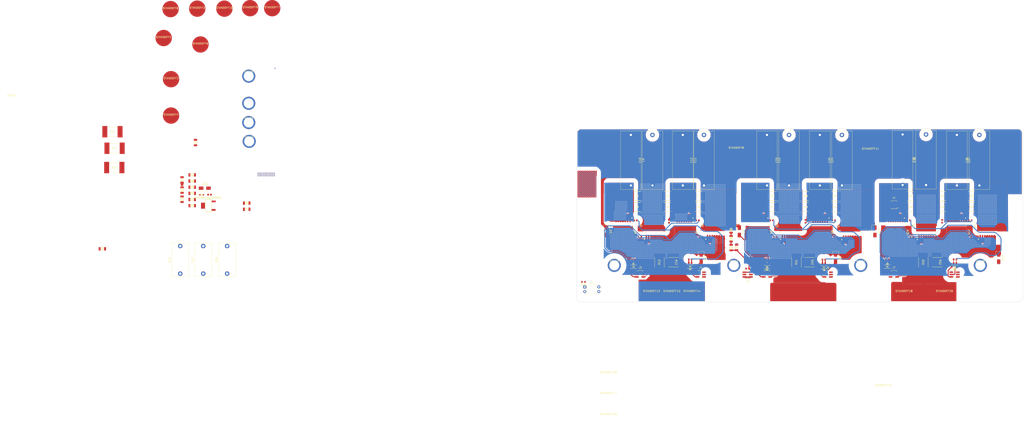
<source format=kicad_pcb>
(kicad_pcb (version 20241229) (generator "pcbnew") (generator_version "9.0")
  (layers (0 "F.Cu" signal) (4 "In1.Cu" signal) (6 "In2.Cu" signal) (2 "B.Cu" signal) (13 "F.Paste" user) (15 "B.Paste" user) (5 "F.SilkS" user "F.Silkscreen") (7 "B.SilkS" user "B.Silkscreen") (1 "F.Mask" user) (3 "B.Mask" user) (25 "Edge.Cuts" user))
  (net 0 "")
  (net 1 "/Half Bridge A/S_TOP")
  (net 2 "/Half Bridge A/G_TOP")
  (net 3 "/Half Bridge B/G_TOP")
  (net 4 "/Half Bridge B/S_TOP")
  (net 5 "/Half Bridge A/G_BOT")
  (net 6 "/Half Bridge B/G_BOT")
  (net 7 "/Half Bridge C/S_TOP")
  (net 8 "/Half Bridge C/G_TOP")
  (net 9 "/Half Bridge C/G_BOT")
  (net 10 "VBUS")
  (net 11 "/Half Bridge A/SHUNT-")
  (net 12 "/nc_a")
  (net 13 "/Half Bridge A/SHUNT+")
  (net 14 "/Half Bridge A/NTC_BOT")
  (net 15 "PWRGND")
  (net 16 "/Half Bridge A/D_BOT")
  (net 17 "/Half Bridge B/SHUNT+")
  (net 18 "/Half Bridge B/SHUNT-")
  (net 19 "/Half Bridge B/NTC_BOT")
  (net 21 "/Half Bridge B/D_BOT")
  (net 22 "/Half Bridge C/SHUNT-")
  (net 23 "/Half Bridge C/SHUNT+")
  (net 25 "/Half Bridge C/NTC_BOT")
  (net 26 "/Half Bridge C/D_BOT")
  (net 29 "/Half Bridge A/PHASE")
  (net 30 "/Half Bridge B/PHASE")
  (net 31 "/Half Bridge C/PHASE")
  (net 32 "/Half Bridge A/GT1")
  (net 33 "/Half Bridge B/GT1")
  (net 34 "/Half Bridge C/GT1")
  (net 42 "/VBUS_M")
  (net 45 "/Half Bridge A/GT2")
  (net 46 "/Half Bridge B/GT2")
  (net 47 "/Half Bridge C/GT2")
  (net 49 "/Half Bridge A/D_TOP")
  (net 50 "/Half Bridge B/D_TOP")
  (net 51 "/Half Bridge C/D_TOP")
  (net 52 "Net-(Q13-G)")
  (net 53 "Net-(D13-A1)")
  (net 54 "Net-(DS1-K)")
  (net 55 "Net-(DS1-A)")
  (net 56 "/Half Bridge A/S_BOT")
  (net 57 "/Half Bridge B/S_BOT")
  (net 58 "/Half Bridge C/S_BOT")
  (net 59 "/Half Bridge A/G_bottom_1")
  (net 60 "/Half Bridge A/G_bottom_2")
  (net 61 "/Half Bridge B/G_bottom_1")
  (net 62 "/Half Bridge B/G_bottom_2")
  (net 63 "/Half Bridge C/G_bottom_1")
  (net 64 "/Half Bridge C/G_bottom_2")
  (net 65 "/Half Bridge A/node_a")
  (net 66 "/Half Bridge B/node_a")
  (net 67 "/Half Bridge C/node_a")
  (net 68 "/nc")
  (net 70 "Net-(R2-Pad1)")
  (net 71 "Net-(R34-Pad2)")
  (net 72 "Net-(R35-Pad2)")
  (net 73 "Net-(R38-Pad1)")
  (net 74 "Net-(R44-Pad2)")
  (net 75 "Net-(R45-Pad1)")
  (net 76 "Net-(R48-Pad1)")
  (net 77 "/Discharge_circuit and Vbus resistor/3.3V+")
  (net 78 "/Discharge_circuit and Vbus resistor/GND")
  (footprint "smd-semi:SOD-123F" (layer "F.Cu") (at 14.5 19.575 180)
    (property "Reference" "D6")
    (property "Value" "ATV02W150B-HF" (hide yes))
  )
  (footprint "SMD-Standoffs:SMTSO-36-6" (layer "F.Cu") (at -298.25 -59.25)
    (property "Reference" "HOLE5")
    (property "Value" "SMD_SPACER_M3")
  )
  (footprint "IPC7351-Nominal:CAPC5750X279" (layer "F.Cu") (at -87 -19.25 180)
    (property "Reference" "C4")
    (property "Value" "0.25uF")
  )
  (footprint "IPC7351-Nominal:RESC1608X50" (layer "F.Cu") (at 85.75 17.25 180)
    (property "Reference" "R26" (hide yes))
    (property "Value" "10k")
  )
  (footprint "IPC7351-Nominal:RESC3216X60" (layer "F.Cu") (at -33 8.75 -90)
    (property "Reference" "R1")
    (property "Value" "R-1206")
  )
  (footprint "conn-fci:CONN-20021321-00006C4LF-no-hole" (layer "F.Cu") (at 85.5 23.5 180)
    (property "Reference" "J8")
    (property "Value" "20021321-00006C4LF" (hide yes))
  )
  (footprint "IPC7351-Nominal:CAPC5750X279" (layer "F.Cu") (at 4.451157 -13.240647)
    (property "Reference" "C19")
    (property "Value" "0.25uF")
  )
  (footprint "smd-semi:SOD-123F" (layer "F.Cu") (at -58.25 19.25 180)
    (property "Reference" "D2")
    (property "Value" "ATV02W150B-HF" (hide yes))
  )
  (footprint "IPC7351-Nominal:RESC1608X50" (layer "F.Cu") (at 94 -6 180)
    (property "Reference" "R30" (hide yes))
    (property "Value" "0R")
  )
  (footprint "Capacitor_THT:C_Rect_L18.0mm_W9.0mm_P15.00mm_FKS3_FKP3" (layer "F.Cu") (at -323 23 90)
    (property "Reference" "C13")
    (property "Value" "5uF")
  )
  (footprint "IPC7351-Nominal:RESC1608X50" (layer "F.Cu") (at 14.433 17.325 180)
    (property "Reference" "R16" (hide yes))
    (property "Value" "10k")
  )
  (footprint "SMD-Standoffs:Standoff_M4" (layer "F.Cu") (at -344.5 -105.24)
    (property "Reference" "STANDOFF1")
    (property "Value" "SMD_SPACER_M6")
  )
  (footprint "SMD-Standoffs:Standoff_M4" (layer "F.Cu") (at 58 32.99)
    (property "Reference" "STANDOFF18")
    (property "Value" "SMD_SPACER_M4")
  )
  (footprint "IPC7351-Nominal:RESC3216X60" (layer "F.Cu") (at -377.85 9.5)
    (property "Reference" "R3")
    (property "Value" "R-1206")
  )
  (footprint "Capacitor_THT:C_Rect_L18.0mm_W9.0mm_P15.00mm_FKS3_FKP3" (layer "F.Cu") (at -310 23 90)
    (property "Reference" "C39")
    (property "Value" "5uF")
  )
  (footprint "paltatech:VISHAY-WSL3921L5000FEA" (layer "F.Cu") (at -371.2 -45.25)
    (property "Reference" "R11")
    (property "Value" "500UOhm")
  )
  (footprint "Diode_SMD:D_SMA" (layer "F.Cu") (at 42.201157 0 -90)
    (property "Reference" "D11")
    (property "Value" "US1M")
  )
  (footprint "IPC7351-Nominal:RESC1608X50" (layer "F.Cu") (at 60.5 -6 180)
    (property "Reference" "R29" (hide yes))
    (property "Value" "0R")
  )
  (footprint "Capacitor_THT:C_Rect_L31.5mm_W11.0mm_P27.50mm_MKS4" (layer "F.Cu") (at 86.75 -52.5 -90)
    (property "Reference" "C37")
    (property "Value" "5uF")
  )
  (footprint "IPC7351-Nominal:CAPC1608X55" (layer "F.Cu") (at -27 20.25 180)
    (property "Reference" "C40" (hide yes))
    (property "Value" "100nF")
  )
  (footprint "Diode_SMD:D_SMA" (layer "F.Cu") (at 20.8 14.5 -90)
    (property "Reference" "D8")
    (property "Value" "US1M")
  )
  (footprint "Resistor_SMD:R_0603_1608Metric" (layer "F.Cu") (at -116.25 27.5 180)
    (property "Reference" "R48")
    (property "Value" "R-1206")
  )
  (footprint "SMD-Standoffs:Standoff_M4" (layer "F.Cu") (at 39.75 -44.5)
    (property "Reference" "STANDOFF11")
    (property "Value" "SMD_SPACER_M4")
  )
  (footprint "SMD-Standoffs:Standoff_M4" (layer "F.Cu") (at -68.25 33)
    (property "Reference" "STANDOFF13")
    (property "Value" "SMD_SPACER_M4")
  )
  (footprint "Package_TO_SOT_SMD:TO-263-7_TabPin8" (layer "F.Cu") (at -78.25 -3.4 90)
    (property "Reference" "Q1")
    (property "Value" "NTBG014N120M3P")
  )
  (footprint "IPC7351-Nominal:RESC3216X60" (layer "F.Cu") (at -36 4 90)
    (property "Reference" "R35")
    (property "Value" "R-1206")
  )
  (footprint "IPC7351-Nominal:CAPC1608X55" (layer "F.Cu") (at -89 15.25)
    (property "Reference" "C1" (hide yes))
    (property "Value" "10nF")
  )
  (footprint "IPC7351-Nominal:CAPC5750X279" (layer "F.Cu") (at -87 -13.25 180)
    (property "Reference" "C3")
    (property "Value" "0.25uF")
  )
  (footprint "IPC7351-Nominal:RESC1608X50" (layer "F.Cu") (at -58.25 15.25 180)
    (property "Reference" "R6" (hide yes))
    (property "Value" "10k")
  )
  (footprint "IPC7351-Nominal:RESC3216X60" (layer "F.Cu") (at -334.5 -28 90)
    (property "Reference" "R41")
    (property "Value" "R-1206")
  )
  (footprint "Capacitor_THT:C_Rect_L31.5mm_W11.0mm_P27.50mm_MKS4" (layer "F.Cu") (at -90.5 -52.5 -90)
    (property "Reference" "C9")
    (property "Value" "5uF")
  )
  (footprint "IPC7351-Nominal:RESC3216X60" (layer "F.Cu") (at -329 -14)
    (property "Reference" "R45")
    (property "Value" "R-1206")
  )
  (footprint "IPC7351-Nominal:RESC3216X60" (layer "F.Cu") (at -329 -30.75)
    (property "Reference" "R37")
    (property "Value" "R-1206")
  )
  (footprint "IPC7351-Nominal:CAPC5750X279" (layer "F.Cu") (at 20.25 -19.25 180)
    (property "Reference" "C20")
    (property "Value" "0.25uF")
  )
  (footprint "paltatech:VISHAY-WSL3921L5000FEA" (layer "F.Cu") (at -372.35 -54.25)
    (property "Reference" "R31")
    (property "Value" "500UOhm")
  )
  (footprint "IPC7351-Nominal:RESC1608X50" (layer "F.Cu") (at 78.75 -5.5 90)
    (property "Reference" "R24" (hide yes))
    (property "Value" "NTC 10k")
  )
  (footprint "IPC7351-Nominal:CAPC5750X279" (layer "F.Cu") (at 94.75 -19.25 180)
    (property "Reference" "C33")
    (property "Value" "0.25uF")
  )
  (footprint "conn-fci:CONN-20021321-00006C4LF-no-hole" (layer "F.Cu") (at -52.5 23.5 180)
    (property "Reference" "J4")
    (property "Value" "20021321-00006C4LF" (hide yes))
  )
  (footprint "VISHAY:WSL3921L5000FEA" (layer "F.Cu") (at -67.25 16.75 180)
    (property "Reference" "R12")
    (property "Value" "500UOhm")
  )
  (footprint "SMD-Standoffs:SMTSO-36-6" (layer "F.Cu") (at 99.5 18.5)
    (property "Reference" "HOLE8")
    (property "Value" "SMD_SPACER_M3")
  )
  (footprint "IPC7351-Nominal:RESC3216X60" (layer "F.Cu") (at -327.2 -48.35 -90)
    (property "Reference" "R2")
    (property "Value" "R-1206")
  )
  (footprint "Package_TO_SOT_SMD:TO-263-7_TabPin8" (layer "F.Cu") (at -94.75 0.375 -90)
    (property "Reference" "Q2")
    (property "Value" "NTBG014N120M3P")
  )
  (footprint "VISHAY:WSL3921L5000FEA" (layer "F.Cu") (at 6.75 16.75 180)
    (property "Reference" "R22")
    (property "Value" "500UOhm")
  )
  (footprint "SMD-Standoffs:Standoff_M4" (layer "F.Cu") (at -102.75 77.25)
    (property "Reference" "STANDOFF16")
    (property "Value" "SMD_SPACER_M4")
  )
  (footprint "IPC7351-Nominal:CAPC5750X279" (layer "F.Cu") (at -13.5 -13.25 180)
    (property "Reference" "C17")
    (property "Value" "0.25uF")
  )
  (footprint "IPC7351-Nominal:RESC1608X50" (layer "F.Cu") (at -88 -6 180)
    (property "Reference" "R9" (hide yes))
    (property "Value" "0R")
  )
  (footprint "IPC7351-Nominal:CAPC5750X279" (layer "F.Cu") (at -53.75 -13.25 180)
    (property "Reference" "C8")
    (property "Value" "0.25uF")
  )
  (footprint "Package_TO_SOT_SMD:TO-263-7_TabPin8" (layer "F.Cu") (at -61.5 0.375 -90)
    (property "Reference" "Q4")
    (property "Value" "NTBG014N120M3P")
  )
  (footprint "IPC7351-Nominal:RESC1608X50" (layer "F.Cu") (at -12 3)
    (property "Reference" "R17" (hide yes))
    (property "Value" "0R")
  )
  (footprint "SMD-Standoffs:SMTSO-36-6" (layer "F.Cu") (at 34.5 18.5)
    (property "Reference" "HOLE7")
    (property "Value" "SMD_SPACER_M3")
  )
  (footprint "Capacitor_THT:C_Rect_L18.0mm_W9.0mm_P15.00mm_FKS3_FKP3" (layer "F.Cu") (at -335.5 23 90)
    (property "Reference" "C26")
    (property "Value" "5uF")
  )
  (footprint "conn-fci:CONN-20021321-00006C4LF-no-hole" (layer "F.Cu") (at -85.5 23.5 180)
    (property "Reference" "J3")
    (property "Value" "20021321-00006C4LF" (hide yes))
  )
  (footprint "IPC7351-Nominal:RESC3216X60" (layer "F.Cu") (at -299.36 -15.385)
    (property "Reference" "R46")
    (property "Value" "R-1206")
  )
  (footprint "IPC7351-Nominal:RESC1608X50" (layer "F.Cu") (at -14 -6 180)
    (property "Reference" "R19" (hide yes))
    (property "Value" "0R")
  )
  (footprint "Package_TO_SOT_SMD:TO-263-7_TabPin8" (layer "F.Cu") (at 86.69 0.375 -90)
    (property "Reference" "Q12")
    (property "Value" "NTBG014N120M3P")
  )
  (footprint "SMD-Standoffs:Standoff_M4" (layer "F.Cu") (at -33.25 -45)
    (property "Reference" "STANDOFF8")
    (property "Value" "SMD_SPACER_M4")
  )
  (footprint "SMD-Standoffs:Standoff_M4" (layer "F.Cu") (at -57.25 33)
    (property "Reference" "STANDOFF14")
    (property "Value" "SMD_SPACER_M4")
  )
  (footprint "Package_DIP:DIP-4_W7.62mm" (layer "F.Cu") (at -115.555 30.225)
    (property "Reference" "U1")
    (property "Value" "TLP785")
  )
  (footprint "smd-semi:SOD-123F" (layer "F.Cu") (at -16.5 19.5 180)
    (property "Reference" "D5")
    (property "Value" "ATV02W150B-HF" (hide yes))
  )
  (footprint "SMD-Standoffs:Standoff_M4" (layer "F.Cu") (at -340.75 -120.99)
    (property "Reference" "STANDOFF6")
    (property "Value" "SMD_SPACER_M4")
  )
  (footprint "Diode_SMD:D_SMA" (layer "F.Cu") (at -103.75 0 -90)
    (property "Reference" "D3")
    (property "Value" "US1M")
  )
  (footprint "Capacitor_THT:C_Rect_L31.5mm_W11.0mm_P27.50mm_MKS4" (layer "F.Cu") (at 57.25 -52.75 -90)
    (property "Reference" "C35")
    (property "Value" "5uF")
  )
  (footprint "IPC7351-Nominal:CAPC5750X279" (layer "F.Cu") (at 79 -13.25)
    (property "Reference" "C32")
    (property "Value" "0.25uF")
  )
  (footprint "paltatech:VISHAY-WSL3921L5000FEA" (layer "F.Cu") (at -74.99 16.76 -90)
    (property "Reference" "R13")
    (property "Value" "500UOhm")
  )
  (footprint "SMD-Standoffs:Standoff_M4" (layer "F.Cu") (at -340.5 -63.04)
    (property "Reference" "STANDOFF4")
    (property "Value" "SMD_SPACER_M6")
  )
  (footprint "SMD-Standoffs:SMTSO-36-6" (layer "F.Cu") (at -298.25 -84.5)
    (property "Reference" "HOLE6")
    (property "Value" "SMD_SPACER_M3")
  )
  (footprint "Package_TO_SOT_SMD:TO-263-7_TabPin8" (layer "F.Cu") (at -45 -3.4 90)
    (property "Reference" "Q3")
    (property "Value" "NTBG014N120M3P")
  )
  (footprint "SMD-Standoffs:Standoff_M4" (layer "F.Cu") (at -285.5 -121.48)
    (property "Reference" "STANDOFF7")
    (property "Value" "SMD_SPACER_M4")
  )
  (footprint "IPC7351-Nominal:RESC3216X60" (layer "F.Cu") (at -334.5 -17.5 -90)
    (property "Reference" "R42")
    (property "Value" "R-1206")
  )
  (footprint "smd-semi:SOD-123F" (layer "F.Cu") (at 48.975 19.25)
    (property "Reference" "D9")
    (property "Value" "ATV02W150B-HF" (hide yes))
  )
  (footprint "IPC7351-Nominal:RESC3216X60" (layer "F.Cu") (at -329 -17.35)
    (property "Reference" "R44")
    (property "Value" "R-1206")
  )
  (footprint "IPC7351-Nominal:RESC3216X60" (layer "F.Cu") (at -299.36 -12.035)
    (property "Reference" "R47")
    (property "Value" "R-1206")
  )
  (footprint "Capacitor_THT:C_Rect_L31.5mm_W11.0mm_P27.50mm_MKS4" (layer "F.Cu") (at 24.25 -25 90)
    (property "Reference" "C25")
    (property "Value" "5uF")
  )
  (footprint "IPC7351-Nominal:CAPC1608X55" (layer "F.Cu") (at -16.5 15 180)
    (property "Reference" "C14" (hide yes))
    (property "Value" "10nF")
  )
  (footprint "paltatech:VISHAY-WSL3921L5000FEA" (layer "F.Cu") (at 68.5 16.75 -90)
    (property "Reference" "R33")
    (property "Value" "500UOhm")
  )
  (footprint "Package_TO_SOT_SMD:TO-263-7_TabPin8" (layer "F.Cu") (at 28.95 -3.140647 90)
    (property "Reference" "Q7")
    (property "Value" "NTBG014N120M3P")
  )
  (footprint "IPC7351-Nominal:RESC1608X50" (layer "F.Cu") (at 19.75 -6 180)
    (property "Reference" "R20" (hide yes))
    (property "Value" "0R")
  )
  (footprint "IPC7351-Nominal:CAPC5750X279" (layer "F.Cu") (at 61.5 -19.25 180)
    (property "Reference" "C29")
    (property "Value" "0.25uF")
  )
  (footprint "Capacitor_THT:C_Rect_L31.5mm_W11.0mm_P27.50mm_MKS4" (layer "F.Cu") (at -16.5 -52.5 -90)
    (property "Reference" "C22")
    (property "Value" "5uF")
  )
  (footprint "IPC7351-Nominal:CAPC5750X279" (layer "F.Cu") (at 20.25 -13.25 180)
    (property "Reference" "C21")
    (property "Value" "0.25uF")
  )
  (footprint "IPC7351-Nominal:CAPC5750X279" (layer "F.Cu") (at -70.5 -13.25)
    (property "Reference" "C6")
    (property "Value" "0.25uF")
  )
  (footprint "smd-semi:SOT-223-3" (layer "F.Cu") (at -320.25 -14 90)
    (property "Reference" "Q13" (hide yes))
    (property "Value" "IPN70R1K5CEATMA1")
  )
  (footprint "IPC7351-Nominal:RESC3216X60" (layer "F.Cu") (at -36 -0.8 90)
    (property "Reference" "R36")
    (property "Value" "R-1206")
  )
  (footprint "IPC7351-Nominal:CAPC1608X55" (layer "F.Cu") (at 85.75 15.25 180)
    (property "Reference" "C28" (hide yes))
    (property "Value" "10nF")
  )
  (footprint "Diode_SMD:D_SMA" (layer "F.Cu") (at -31.5 0 -90)
    (property "Reference" "D7")
    (property "Value" "US1M")
  )
  (footprint "SMD-Standoffs:Standoff_M4" (layer "F.Cu") (at -102.75 100.01)
    (property "Reference" "STANDOFF15")
    (property "Value" "SMD_SPACER_M4")
  )
  (footprint "conn-fci:CONN-20021321-00006C4LF-no-hole" (layer "F.Cu") (at -16.5 23.5 180)
    (property "Reference" "J5")
    (property "Value" "20021321-00006C4LF" (hide yes))
  )
  (footprint "IPC7351-Nominal:CAPC5750X279" (layer "F.Cu") (at -70.5 -19.25)
    (property "Reference" "C5")
    (property "Value" "0.25uF")
  )
  (footprint "Package_TO_SOT_SMD:TO-263-7_TabPin8" (layer "F.Cu") (at 53.42 0.375 -90)
    (property "Reference" "Q10")
    (property "Value" "NTBG014N120M3P")
  )
  (footprint "SMD-Standoffs:Standoff_M4" (layer "F.Cu") (at -326.25 -121.23)
    (property "Reference" "STANDOFF3")
    (property "Value" "SMD_SPACER_M6")
  )
  (footprint "IPC7351-Nominal:RESC1608X50" (layer "F.Cu") (at 4.5 -5.5 90)
    (property "Reference" "R14" (hide yes))
    (property "Value" "NTC 10k")
  )
  (footprint "Capacitor_THT:C_Rect_L31.5mm_W11.0mm_P27.50mm_MKS4" (layer "F.Cu") (at -78.75 -25 90)
    (property "Reference" "C10")
    (property "Value" "5uF")
  )
  (footprint "SMD-Standoffs:SMTSO-36-6" (layer "F.Cu") (at -99.5 18.5)
    (property "Reference" "HOLE2")
    (property "Value" "SMD_SPACER_M3")
  )
  (footprint "IPC7351-Nominal:RESC1608X50" (layer "F.Cu") (at 20.75 3)
    (property "Reference" "R18" (hide yes))
    (property "Value" "0R")
  )
  (footprint "IPC7351-Nominal:RESC1608X50" (layer "F.Cu") (at -69.75 -5.5 90)
    (property "Reference" "R4" (hide yes))
    (property "Value" "NTC 10k")
  )
  (footprint "SMD-Standoffs:Standoff_M4" (layer "F.Cu") (at 80 32.99)
    (property "Reference" "STANDOFF20")
    (property "Value" "SMD_SPACER_M4")
  )
  (footprint "IPC7351-Nominal:CAPC5750X279" (layer "F.Cu") (at -53.75 -19.25 180)
    (property "Reference" "C7")
    (property "Value" "0.25uF")
  )
  (footprint "Package_TO_SOT_SMD:TO-263-7_TabPin8" (layer "F.Cu") (at 103.25 -3.4 90)
    (property "Reference" "Q11")
    (property "Value" "NTBG014N120M3P")
  )
  (footprint "SMD-Standoffs:Standoff_M4" (layer "F.Cu") (at -311.5 -121.23)
    (property "Reference" "STANDOFF10")
    (property "Value" "SMD_SPACER_M4")
  )
  (footprint "IPC7351-Nominal:RESC1608X50" (layer "F.Cu") (at 95.25 3)
    (property "Reference" "R28" (hide yes))
    (property "Value" "0R")
  )
  (footprint "Capacitor_THT:C_Rect_L31.5mm_W11.0mm_P27.50mm_MKS4" (layer "F.Cu") (at -50.75 -25 90)
    (property "Reference" "C12")
    (property "Value" "5uF")
  )
  (footprint "Package_TO_SOT_SMD:TO-263-7_TabPin8" (layer "F.Cu") (at 12.45 0.375 -90)
    (property "Reference" "Q8")
    (property "Value" "NTBG014N120M3P")
  )
  (footprint "SMD-Standoffs:Standoff_M4" (layer "F.Cu") (at -297.5 -121.49)
    (property "Reference" "STANDOFF9")
    (property "Value" "SMD_SPACER_M4")
  )
  (footprint "SMD-Standoffs:SMTSO-36-6" (layer "F.Cu") (at -34.5 18.5)
    (property "Reference" "HOLE3")
    (property "Value" "SMD_SPACER_M3")
  )
  (footprint "Diode_SMD:D_SMA" (layer "F.Cu") (at -322.13 -23.51)
    (property "Reference" "D13")
    (property "Value" "SMAJ5.0A")
  )
  (footprint "IPC7351-Nominal:CAPC5750X279" (layer "F.Cu") (at 79 -19.25)
    (property "Reference" "C31")
    (property "Value" "0.25uF")
  )
  (footprint "Package_TO_SOT_SMD:TO-263-7_TabPin8" (layer "F.Cu") (at -4.3 -3.2 90)
    (property "Reference" "Q5")
    (property "Value" "NTBG014N120M3P")
  )
  (footprint "conn-fci:CONN-20021321-00006C4LF-no-hole" (layer "F.Cu") (at 52.5 -14.5 180)
    (property "Reference" "J1")
    (property "Value" "20021321-00006C4LF" (hide yes))
  )
  (footprint "IPC7351-Nominal:RESC1608X50" (layer "F.Cu") (at -16.5 17 180)
    (property "Reference" "R15" (hide yes))
    (property "Value" "10k")
  )
  (footprint "IPC7351-Nominal:CAPC5750X279" (layer "F.Cu") (at -13.5 -19.25 180)
    (property "Reference" "C16")
    (property "Value" "0.25uF")
  )
  (footprint "IPC7351-Nominal:CAPC1608X55" (layer "F.Cu") (at -319.575 -19.985)
    (property "Reference" "C41" (hide yes))
    (property "Value" "C-0603")
  )
  (footprint "paltatech:VISHAY-WSL3921L5000FEA" (layer "F.Cu") (at -371.35 -34.75 180)
    (property "Reference" "R23")
    (property "Value" "500UOhm")
  )
  (footprint "SMD-Standoffs:Standoff_M4" (layer "F.Cu") (at -79.25 33)
    (property "Reference" "STANDOFF12")
    (property "Value" "SMD_SPACER_M4")
  )
  (footprint "SMD-Standoffs:Standoff_M4" (layer "F.Cu") (at 46.75 84.25)
    (property "Reference" "STANDOFF19")
    (property "Value" "SMD_SPACER_M4")
  )
  (footprint "IPC7351-Nominal:RESC1608X50" (layer "F.Cu") (at -54.25 -6 180)
    (property "Reference" "R10" (hide yes))
    (property "Value" "0R")
  )
  (footprint "IPC7351-Nominal:RESC3216X60" (layer "F.Cu") (at -36 8.8 90)
    (property "Reference" "R34")
    (property "Value" "R-1206")
  )
  (footprint "smd-semi:SOD-123F" (layer "F.Cu") (at -89 19.25)
    (property "Reference" "D1")
    (property "Value" "ATV02W150B-HF" (hide yes))
  )
  (footprint "conn-fci:CONN-20021321-00006C4LF-no-hole" (layer "F.Cu") (at 52.5 23.5 180)
    (property "Reference" "J7")
    (property "Value" "20021321-00006C4LF" (hide yes))
  )
  (footprint "SMD-Standoffs:Standoff_M4" (layer "F.Cu") (at -102.75 88.51)
    (property "Reference" "STANDOFF17")
    (property "Value" "SMD_SPACER_M4")
  )
  (footprint "paltatech:VISHAY-WSL3921L5000FEA" (layer "F.Cu") (at -0.5 16.75 -90)
    (property "Reference" "R21")
    (property "Value" "500UOhm")
  )
  (footprint "IPC7351-Nominal:RESC1608X50" (layer "F.Cu") (at 62.25 3)
    (property "Reference" "R27" (hide yes))
    (property "Value" "0R")
  )
  (footprint "IPC7351-Nominal:RESC3216X60" (layer "F.Cu") (at -329 -27.4)
    (property "Reference" "R38")
    (property "Value" "R-1206")
  )
  (footprint "IPC7351-Nominal:CAPC1608X55" (layer "F.Cu") (at 49 15.25)
    (property "Reference" "C27" (hide yes))
    (property "Value" "10nF")
  )
  (footprint "Capacitor_THT:C_Rect_L31.5mm_W11.0mm_P27.50mm_MKS4" (layer "F.Cu") (at 99 -25 90)
    (property "Reference" "C38")
    (property "Value" "5uF")
  )
  (footprint "IPC7351-Nominal:CAPC1608X55" (layer "F.Cu") (at -58.25 17 180)
    (property "Reference" "C2" (hide yes))
    (property "Value" "10nF")
  )
  (footprint "IPC7351-Nominal:CAPC1608X55" (layer "F.Cu") (at 14.433 15.325 180)
    (property "Reference" "C15" (hide yes))
    (property "Value" "10nF")
  )
  (footprint "IPC7351-Nominal:RESC3216X60" (layer "F.Cu") (at -329 -24.05)
    (property "Reference" "R39")
    (property "Value" "R-1206")
  )
  (footprint "smd-semi:LED-0603" (layer "F.Cu") (at -323.875 -19.91)
    (property "Reference" "DS1")
    (property "Value" "LED-0603")
  )
  (footprint "SMD-Standoffs:Standoff_M4" (layer "F.Cu") (at -340.5 -82.84)
    (property "Reference" "STANDOFF2")
    (property "Value" "SMD_SPACER_M6")
  )
  (footprint "Diode_SMD:D_SMA" (layer "F.Cu") (at 109.5 14.5 -90)
    (property "Reference" "D12")
    (property "Value" "US1M")
  )
  (footprint "IPC7351-Nominal:RESC3216X60" (layer "F.Cu") (at -334.5 -22.5 -90)
    (property "Reference" "R40")
    (property "Value" "R-1206")
  )
  (footprint "Package_TO_SOT_SMD:TO-263-7_TabPin8" (layer "F.Cu") (at -20.8 0.375 -90)
    (property "Reference" "Q6")
    (property "Value" "NTBG014N120M3P")
  )
  (footprint "Diode_SMD:D_SMA" (layer "F.Cu") (at -52.25 14.5 -90)
    (property "Reference" "D4")
    (property "Value" "US1M")
  )
  (footprint "SMD-Standoffs:Standoff_M4" (layer "F.Cu") (at -324.5 -101.74)
    (property "Reference" "STANDOFF5")
    (property "Value" "SMD_SPACER_M6")
  )
  (footprint "IPC7351-Nominal:CAPC5750X279" (layer "F.Cu") (at 4.451157 -19.240647)
    (property "Reference" "C18")
    (property "Value" "0.25uF")
  )
  (footprint "Capacitor_THT:C_Rect_L31.5mm_W11.0mm_P27.50mm_MKS4" (layer "F.Cu") (at -62.25 -52.5 -90)
    (property "Reference" "C11")
    (property "Value" "5uF")
  )
  (footprint "SMD-Standoffs:SMTSO-36-6" (layer "F.Cu") (at -427.15 -71.83)
    (property "Reference" "HOLE1")
    (property "Value" "SMD_SPACER_M3")
  )
  (footprint "IPC7351-Nominal:RESC1608X50" (layer "F.Cu") (at -85.6 3)
    (property "Reference" "R7" (hide yes))
    (property "Value" "0R")
  )
  (footprint "VISHAY:WSL3921L5000FEA" (layer "F.Cu") (at 76.25 16.75 180)
    (property "Reference" "R32")
    (property "Value" "500UOhm")
  )
  (footprint "IPC7351-Nominal:RESC1608X50" (layer "F.Cu") (at -89 17)
    (property "Reference" "R5" (hide yes))
    (property "Value" "10k")
  )
  (footprint "SMD-Standoffs:SMTSO-36-6" (layer "F.Cu") (at -298 -49)
    (property "Reference" "HOLE4")
    (property "Value" "SMD_SPACER_M3")
  )
  (footprint "IPC7351-Nominal:RESC3216X60" (layer "F.Cu") (at -329 -20.7)
    (property "Reference" "R43")
    (property "Value" "R-1206")
  )
  (footprint "IPC7351-Nominal:RESC1608X50" (layer "F.Cu") (at 49 17)
    (property "Reference" "R25" (hide yes))
    (property "Value" "10k")
  )
  (footprint "conn-fci:CONN-20021321-00006C4LF-no-hole" (layer "F.Cu") (at -27 23.5)
    (property "Reference" "J2")
    (property "Value" "20021321-00006C4LF" (hide yes))
  )
  (footprint "IPC7351-Nominal:RESC1608X50" (layer "F.Cu") (at -52.5 3)
    (property "Reference" "R8" (hide yes))
    (property "Value" "0R")
  )
  (footprint "conn-fci:CONN-20021321-00006C4LF-no-hole" (layer "F.Cu") (at 16.5 23.5 180)
    (property "Reference" "J6")
    (property "Value" "20021321-00006C4LF" (hide yes))
  )
  (footprint "Package_TO_SOT_SMD:TO-263-7_TabPin8" (layer "F.Cu") (at 70 -3.2 90)
    (property "Reference" "Q9")
    (property "Value" "NTBG014N120M3P")
  )
  (footprint "Capacitor_THT:C_Rect_L31.5mm_W11.0mm_P27.50mm_MKS4" (layer "F.Cu") (at -4.5 -25 90)
    (property "Reference" "C23")
    (property "Value" "5uF")
  )
  (footprint "Capacitor_THT:C_Rect_L31.5mm_W11.0mm_P27.50mm_MKS4" (layer "F.Cu") (at 70 -25.25 90)
    (property "Reference" "C36")
    (property "Value" "5uF")
  )
  (footprint "Capacitor_THT:C_Rect_L31.5mm_W11.0mm_P27.50mm_MKS4" (layer "F.Cu") (at 12.25 -52.5 -90)
    (property "Reference" "C24")
    (property "Value" "5uF")
  )
  (footprint "IPC7351-Nominal:CAPC5750X279" (layer "F.Cu") (at 61.5 -13.25 180)
    (property "Reference" "C30")
    (property "Value" "0.25uF")
  )
  (footprint "IPC7351-Nominal:CAPC5750X279" (layer "F.Cu") (at 94.75 -13.25 180)
    (property "Reference" "C34")
    (property "Value" "0.25uF")
  )
  (footprint "smd-semi:SOD-123F" (layer "F.Cu") (at 85.5 19.25 180)
    (property "Reference" "D10")
    (property "Value" "ATV02W150B-HF" (hide yes))
  )
  (gr_arc (start -99.5 11.341089) (mid -93.932758 13.999353) (end -92.5 20) (stroke (width 0.5)) (layer "F.Cu") (net 49))
  (gr_arc (start 28.5 14) (mid 30.501211 12.154948) (end 33.029129 11.145645) (stroke (width 0.5)) (layer "B.Cu") (net 6))
  (gr_arc (start -101.356032 11.075874) (mid -97.034061 11.255578) (end -93.5 13.75) (stroke (width 0.5)) (layer "B.Cu") (net 2))
  (gr_arc (start 120 -56) (mid 121.767767 -55.267767) (end 122.5 -53.5) (stroke (width 0.1)) (layer "Edge.Cuts"))
  (gr_line (start -120 -53.5) (end -120 36) (stroke (width 0.1)) (layer "Edge.Cuts"))
  (gr_arc (start 122.5 36) (mid 121.767767 37.767767) (end 120 38.5) (stroke (width 0.1)) (layer "Edge.Cuts"))
  (gr_arc (start -117.5 38.5) (mid -119.267767 37.767767) (end -120 36) (stroke (width 0.1)) (layer "Edge.Cuts"))
  (gr_arc (start -120 -53.5) (mid -119.267767 -55.267767) (end -117.5 -56) (stroke (width 0.1)) (layer "Edge.Cuts"))
  (gr_line (start 120 -56) (end -117.5 -56) (stroke (width 0.1)) (layer "Edge.Cuts"))
  (gr_line (start 122.5 36) (end 122.5 -53.5) (stroke (width 0.1)) (layer "Edge.Cuts"))
  (gr_line (start -117.5 38.5) (end 120 38.5) (stroke (width 0.1)) (layer "Edge.Cuts"))
  (segment (start -80.748883 6.45) (end -80.79 6.408883) (width 0.25) (layer "F.Cu") (net 1))
  (segment (start -88.25 15.25) (end -88.25 17) (width 0.5) (layer "F.Cu") (net 1))
  (segment (start -87.275 22.23) (end -87.5 22.005) (width 0.25) (layer "F.Cu") (net 1))
  (segment (start -88.25 17) (end -88.25 18.475) (width 0.5) (layer "F.Cu") (net 1))
  (segment (start -88.25 18.475) (end -87.475 19.25) (width 0.5) (layer "F.Cu") (net 1))
  (segment (start -87.5 22.005) (end -87.5 19.275) (width 0.5) (layer "F.Cu") (net 1))
  (segment (start -47.54 6.46) (end -47.54 4.25) (width 0.25) (layer "F.Cu") (net 1))
  (segment (start -47.5 6.5) (end -47.54 6.46) (width 0.25) (layer "F.Cu") (net 1))
  (segment (start -87.5 19.275) (end -87.475 19.25) (width 0.25) (layer "F.Cu") (net 1))
  (segment (start -80.79 6.408883) (end -80.79 4.25) (width 0.25) (layer "F.Cu") (net 1))
  (via (at -47.5 6.5) (size 0.5) (drill 0.3) (layers "F.Cu" "B.Cu") (net 1))
  (via (at -88.25 14.75) (size 0.5) (drill 0.3) (layers "F.Cu" "B.Cu") (net 1))
  (via (at -80.748883 6.45) (size 0.5) (drill 0.3) (layers "F.Cu" "B.Cu") (net 1))
  (segment (start -88.65 23.5) (end -90.525 21.625) (width 0.5) (layer "F.Cu") (net 2))
  (segment (start -86.4 3.05) (end -86.35 3) (width 0.25) (layer "F.Cu") (net 2))
  (segment (start -90.525 21.625) (end -90.525 19.25) (width 0.5) (layer "F.Cu") (net 2))
  (segment (start -89.75 15.25) (end -89.75 17) (width 0.5) (layer "F.Cu") (net 2))
  (segment (start -89.75 18.5) (end -89.75 17) (width 0.5) (layer "F.Cu") (net 2))
  (segment (start -90.525 19.25) (end -90.5 19.25) (width 0.5) (layer "F.Cu") (net 2))
  (segment (start -88.55 23.5) (end -88.65 23.5) (width 0.5) (layer "F.Cu") (net 2))
  (segment (start -90.5 19.25) (end -89.75 18.5) (width 0.5) (layer "F.Cu") (net 2))
  (segment (start -87.275 23.5) (end -88.55 23.5) (width 0.5) (layer "F.Cu") (net 2))
  (segment (start -53.7 3) (end -53.25 3) (width 0.25) (layer "F.Cu") (net 2))
  (segment (start -89.75 14.75) (end -89.75 15.25) (width 0.25) (layer "F.Cu") (net 2))
  (segment (start -53.75 2.95) (end -53.7 3) (width 0.25) (layer "F.Cu") (net 2))
  (segment (start -86.8 3.05) (end -86.4 3.05) (width 0.25) (layer "F.Cu") (net 2))
  (via (at -86.8 3.05) (size 0.5) (drill 0.3) (layers "F.Cu" "B.Cu") (net 2))
  (via (at -53.75 2.95) (size 0.5) (drill 0.3) (layers "F.Cu" "B.Cu") (net 2))
  (via (at -89.75 14.75) (size 0.5) (drill 0.3) (layers "F.Cu" "B.Cu") (net 2))
  (segment (start -102.236371 11.039914) (end -102.489388 10.972119) (width 0.5) (layer "B.Cu") (net 2))
  (segment (start -101.97667 11.074104) (end -102.236371 11.039914) (width 0.5) (layer "B.Cu") (net 2))
  (segment (start -55.773 -0.023) (end -53.75 2) (width 0.5) (layer "B.Cu") (net 2))
  (segment (start -90.152323 -2.414213) (end -86.072896 1.665214) (width 0.5) (layer "B.Cu") (net 2))
  (segment (start -102.958239 10.740907) (end -103.166051 10.581446) (width 0.5) (layer "B.Cu") (net 2))
  (segment (start -101.356032 11.075874) (end -101.845699 11.075874) (width 0.5) (layer "B.Cu") (net 2))
  (segment (start -68.749 4.5) (end -66.5 2.251) (width 0.5) (layer "B.Cu") (net 2))
  (segment (start -104.164213 -1.835787) (end -103.585786 -2.414214) (width 0.5) (layer "B.Cu") (net 2))
  (segment (start -70 4.5) (end -68.749 4.5) (width 0.5) (layer "B.Cu") (net 2))
  (segment (start -71.999 2.251) (end -70 4.25) (width 0.5) (layer "B.Cu") (net 2))
  (segment (start -103.259913 10.490087) (end -104.164214 9.585786) (width 0.5) (layer "B.Cu") (net 2))
  (segment (start -66.5 2.251) (end -66.403951 2.251) (width 0.5) (layer "B.Cu") (net 2))
  (segment (start -86.45 3.05) (end -86 3.5) (width 0.5) (layer "B.Cu") (net 2))
  (segment (start -53.75 2) (end -53.75 2.95) (width 0.5) (layer "B.Cu") (net 2))
  (segment (start -102.73139 10.871878) (end -102.958239 10.740907) (width 0.5) (layer "B.Cu") (net 2))
  (segment (start -70 4.25) (end -70 4.5) (width 0.5) (layer "B.Cu") (net 2))
  (segment (start -104.75 8.171573) (end -104.75 -0.421573) (width 0.5) (layer "B.Cu") (net 2))
  (segment (start -93.5 13.75) (end -93.085786 14.164214) (width 0.5) (layer "B.Cu") (net 2))
  (segment (start -66.403951 2.251) (end -64.129952 -0.023) (width 0.5) (layer "B.Cu") (net 2))
  (segment (start -91.671573 14.75) (end -89.75 14.75) (width 0.5) (layer "B.Cu") (net 2))
  (segment (start -72.25 4.5) (end -70 4.5) (width 0.5) (layer "B.Cu") (net 2))
  (segment (start -64.129952 -0.023) (end -55.773 -0.023) (width 0.5) (layer "B.Cu") (net 2))
  (segment (start -101.845699 11.075874) (end -101.97667 11.074104) (width 0.5) (layer "B.Cu") (net 2))
  (segment (start -86.8 3.05) (end -86.45 3.05) (width 0.5) (layer "B.Cu") (net 2))
  (segment (start -90.164213 -2.414213) (end -90.152323 -2.414213) (width 0.5) (layer "B.Cu") (net 2))
  (segment (start -102.489388 10.972119) (end -102.73139 10.871878) (width 0.5) (layer "B.Cu") (net 2))
  (segment (start -103.166051 10.581446) (end -103.259913 10.490087) (width 0.5) (layer "B.Cu") (net 2))
  (segment (start -102.171573 -3) (end -91.578427 -3) (width 0.5) (layer "B.Cu") (net 2))
  (segment (start -84.658683 2.251) (end -71.999 2.251) (width 0.5) (layer "B.Cu") (net 2))
  (segment (start -73.25 3.5) (end -72.25 4.5) (width 0.5) (layer "B.Cu") (net 2))
  (segment (start -86 3.5) (end -73.25 3.5) (width 0.5) (layer "B.Cu") (net 2))
  (arc (start -103.585786 -2.414214) (mid -102.93694 -2.847759) (end -102.171573 -3) (width 0.5) (layer "B.Cu") (net 2))
  (arc (start -91.578427 -3) (mid -90.81306 -2.847759) (end -90.164213 -2.414213) (width 0.5) (layer "B.Cu") (net 2))
  (arc (start -93.085786 14.164214) (mid -92.43694 14.597759) (end -91.671573 14.75) (width 0.5) (layer "B.Cu") (net 2))
  (arc (start -104.75 -0.421573) (mid -104.597759 -1.18694) (end -104.164213 -1.835787) (width 0.5) (layer "B.Cu") (net 2))
  (arc (start -104.164214 9.585786) (mid -104.597759 8.93694) (end -104.75 8.171573) (width 0.5) (layer "B.Cu") (net 2))
  (arc (start -86.072896 1.665214) (mid -85.42405 2.098759) (end -84.658683 2.251) (width 0.5) (layer "B.Cu") (net 2))
  (segment (start -13.25 3) (end -12.75 3) (width 0.25) (layer "F.Cu") (net 3))
  (segment (start -16.75 23.5) (end -16.351 23.101) (width 0.5) (layer "F.Cu") (net 3))
  (segment (start -16.351 23.101) (end -16.351 20.876) (width 0.5) (layer "F.Cu") (net 3))
  (segment (start -14.975 19.5) (end -15.75 18.725) (width 0.5) (layer "F.Cu") (net 3))
  (segment (start -15.75 17) (end -15.75 15) (width 0.5) (layer "F.Cu") (net 3))
  (segment (start -18.275 23.5) (end -16.75 23.5) (width 0.5) (layer "F.Cu") (net 3))
  (segment (start -16.351 20.876) (end -14.975 19.5) (width 0.5) (layer "F.Cu") (net 3))
  (segment (start -15.75 18.725) (end -15.75 17) (width 0.5) (layer "F.Cu") (net 3))
  (segment (start -15.75 15) (end -15.25 14.5) (width 0.25) (layer "F.Cu") (net 3))
  (segment (start 19.5 3) (end 20 3) (width 0.25) (layer "F.Cu") (net 3))
  (via (at -15.25 14.5) (size 0.5) (drill 0.3) (layers "F.Cu" "B.Cu") (net 3))
  (via (at -13.25 3) (size 0.5) (drill 0.3) (layers "F.Cu" "B.Cu") (net 3))
  (via (at 19.5 3) (size 0.5) (drill 0.3) (layers "F.Cu" "B.Cu") (net 3))
  (segment (start -11.817221 2) (end -15.481435 -1.664214) (width 0.5) (layer "B.Cu") (net 3))
  (segment (start 19.5 1.25) (end 19.5 3) (width 0.5) (layer "B.Cu") (net 3))
  (segment (start 9.101 -0.601) (end 17.649 -0.601) (width 0.5) (layer "B.Cu") (net 3))
  (segment (start 0.75 4) (end 2.75 4) (width 0.5) (layer "B.Cu") (net 3))
  (segment (start -16.75 13.25) (end -15.5 14.5) (width 0.5) (layer "B.Cu") (net 3))
  (segment (start -27.914213 11.585787) (end -26.25 13.25) (width 0.5) (layer "B.Cu") (net 3))
  (segment (start -13.25 3) (end -0.25 3) (width 0.5) (layer "B.Cu") (net 3))
  (segment (start 4.5 4) (end 9.101 -0.601) (width 0.5) (layer "B.Cu") (net 3))
  (segment (start -0.25 3) (end 0.75 4) (width 0.5) (layer "B.Cu") (net 3))
  (segment (start -16.895648 -2.25) (end -25.921573 -2.25) (width 0.5) (layer "B.Cu") (net 3))
  (segment (start 17.649 -0.601) (end 19.5 1.25) (width 0.5) (layer "B.Cu") (net 3))
  (segment (start 0.75 2) (end -11.817221 2) (width 0.5) (layer "B.Cu") (net 3))
  (segment (start 2.75 4) (end 0.75 2) (width 0.5) (layer "B.Cu") (net 3))
  (segment (start 2.75 4) (end 4.5 4) (width 0.5) (layer "B.Cu") (net 3))
  (segment (start -27.335787 -1.664213) (end -27.914214 -1.085786) (width 0.5) (layer "B.Cu") (net 3))
  (segment (start -26.25 13.25) (end -16.75 13.25) (width 0.5) (layer "B.Cu") (net 3))
  (segment (start -28.5 0.328427) (end -28.5 10.171573) (width 0.5) (layer "B.Cu") (net 3))
  (segment (start -15.5 14.5) (end -15.25 14.5) (width 0.5) (layer "B.Cu") (net 3))
  (arc (start -27.914214 -1.085786) (mid -28.347759 -0.43694) (end -28.5 0.328427) (width 0.5) (layer "B.Cu") (net 3))
  (arc (start -15.481435 -1.664214) (mid -16.130281 -2.097759) (end -16.895648 -2.25) (width 0.5) (layer "B.Cu") (net 3))
  (arc (start -25.921573 -2.25) (mid -26.68694 -2.097759) (end -27.335787 -1.664213) (width 0.5) (layer "B.Cu") (net 3))
  (arc (start -28.5 10.171573) (mid -28.347759 10.93694) (end -27.914213 11.585787) (width 0.5) (layer "B.Cu") (net 3))
  (segment (start -17.25 18.75) (end -17.25 17) (width 0.5) (layer "F.Cu") (net 4))
  (segment (start -18 19.5) (end -17.25 18.75) (width 0.5) (layer "F.Cu") (net 4))
  (segment (start -18.275 19.75) (end -18.025 19.5) (width 0.5) (layer "F.Cu") (net 4))
  (segment (start -6.84 4.45) (end -6.84 6.315) (width 0.25) (layer "F.Cu") (net 4))
  (segment (start -6.84 6.315) (end -7 6.475) (width 0.25) (layer "F.Cu") (net 4))
  (segment (start 26.41 6.84) (end 26.25 7) (width 0.25) (layer "F.Cu") (net 4))
  (segment (start -18.275 22.23) (end -18.275 19.75) (width 0.5) (layer "F.Cu") (net 4))
  (segment (start -17.25 17) (end -17.25 15) (width 0.5) (layer "F.Cu") (net 4))
  (segment (start -18.025 19.5) (end -18 19.5) (width 0.5) (layer "F.Cu") (net 4))
  (segment (start 26.41 4.509353) (end 26.41 6.84) (width 0.25) (layer "F.Cu") (net 4))
  (via (at -17.25 14.5) (size 0.5) (drill 0.3) (layers "F.Cu" "B.Cu") (net 4))
  (via (at -7 6.475) (size 0.5) (drill 0.3) (layers "F.Cu" "B.Cu") (net 4))
  (via (at 26.25 7) (size 0.5) (drill 0.3) (layers "F.Cu" "B.Cu") (net 4))
  (segment (start -57.25 19.775) (end -56.725 19.25) (width 0.5) (layer "F.Cu") (net 5))
  (segment (start -57.5 17) (end -57.5 15.25) (width 0.5) (layer "F.Cu") (net 5))
  (segment (start -56.75 19.25) (end -57.5 18.5) (width 0.5) (layer "F.Cu") (net 5))
  (segment (start -56.725 19.25) (end -56.75 19.25) (width 0.25) (layer "F.Cu") (net 5))
  (segment (start -57.5 18.5) (end -57.5 17) (width 0.5) (layer "F.Cu") (net 5))
  (segment (start -54.275 23.5) (end -55.55 23.5) (width 0.5) (layer "F.Cu") (net 5))
  (segment (start -53.5 -6) (end -53.5 -5.5) (width 0.25) (layer "F.Cu") (net 5))
  (segment (start -57.25 21.8) (end -57.25 19.775) (width 0.5) (layer "F.Cu") (net 5))
  (segment (start -55.55 23.5) (end -57.25 21.8) (width 0.5) (layer "F.Cu") (net 5))
  (via (at -86.75 -6) (size 0.5) (drill 0.3) (layers "F.Cu" "B.Cu") (net 5))
  (via (at -57.75 15) (size 0.5) (drill 0.3) (layers "F.Cu" "B.Cu") (net 5))
  (via (at -53.5 -5.5) (size 0.5) (drill 0.3) (layers "F.Cu" "B.Cu") (net 5))
  (segment (start -57.75 15) (end -44.828427 15) (width 0.5) (layer "B.Cu") (net 5))
  (segment (start -44.077427 0.001) (end -50.243055 0.001) (width 0.5) (layer "B.Cu") (net 5))
  (segment (start -69.25 -0.75) (end -66.976 -3.024) (width 0.5) (layer "B.Cu") (net 5))
  (segment (start -68.255945 -4.5) (end -54.5 -4.5) (width 0.5) (layer "B.Cu") (net 5))
  (segment (start -73.25 -0.749) (end -72.006945 -0.749) (width 0.5) (layer "B.Cu") (net 5))
  (segment (start -53.432269 -2.438214) (end -51.579841 -0.585786) (width 0.5) (layer "B.Cu") (net 5))
  (segment (start -40.5 10.671573) (end -40.5 3.578427) (width 0.5) (layer "B.Cu") (net 5))
  (segment (start -50.243055 0.001) (end -50.247918 -0.003863) (width 0.5) (layer "B.Cu") (net 5))
  (segment (start -84.243055 -0.749) (end -73.25 -0.749) (width 0.5) (layer "B.Cu") (net 5))
  (segment (start -73.249 -0.75) (end -69.25 -0.75) (width 0.5) (layer "B.Cu") (net 5))
  (segment (start -43.414214 14.414214) (end -41.085786 12.085786) (width 0.5) (layer "B.Cu") (net 5))
  (segment (start -54.5 -4.5) (end -53.5 -5.5) (width 0.5) (layer "B.Cu") (net 5))
  (segment (start -72.006945 -0.749) (end -68.255945 -4.5) (width 0.5) (layer "B.Cu") (net 5))
  (segment (start -86.75 -6) (end -86.001 -5.251) (width 0.5) (layer "B.Cu") (net 5))
  (segment (start -66.976 -3.024) (end -54.846482 -3.024) (width 0.5) (layer "B.Cu") (net 5))
  (segment (start -50.247918 -0.003863) (end -50.25 -0.001781) (width 0.5) (layer "B.Cu") (net 5))
  (segment (start -41.085787 2.164213) (end -42.663214 0.586786) (width 0.5) (layer "B.Cu") (net 5))
  (segment (start -73.25 -0.749) (end -73.249 -0.75) (width 0.5) (layer "B.Cu") (net 5))
  (segment (start -86.001 -5.251) (end -86.001 -2.506945) (width 0.5) (layer "B.Cu") (net 5))
  (segment (start -86.001 -2.506945) (end -84.243055 -0.749) (width 0.5) (layer "B.Cu") (net 5))
  (arc (start -40.5 3.578427) (mid -40.652241 2.81306) (end -41.085787 2.164213) (width 0.5) (layer "B.Cu") (net 5))
  (arc (start -51.579841 -0.585786) (mid -50.930995 -0.152241) (end -50.165628 0) (width 0.5) (layer "B.Cu") (net 5))
  (arc (start -40.5 10.671573) (mid -40.652241 11.43694) (end -41.085786 12.085786) (width 0.5) (layer "B.Cu") (net 5))
  (arc (start -54.846482 -3.024) (mid -54.081115 -2.871759) (end -53.432269 -2.438214) (width 0.5) (layer "B.Cu") (net 5))
  (arc (start -44.828427 15) (mid -44.06306 14.847759) (end -43.414214 14.414214) (width 0.5) (layer "B.Cu") (net 5))
  (arc (start -44.077427 0.001) (mid -43.31206 0.153241) (end -42.663214 0.586786) (width 0.5) (layer "B.Cu") (net 5))
  (segment (start 13.45 23.5) (end 13 23.05) (width 0.25) (layer "F.Cu") (net 6))
  (segment (start 16.025 19.05) (end 16.025 19.575) (width 0.5) (layer "F.Cu") (net 6))
  (segment (start 15.183 15.325) (end 15.183 17.325) (width 0.5) (layer "F.Cu") (net 6))
  (segment (start 14.725 23.5) (end 13.45 23.5) (width 0.25) (layer "F.Cu") (net 6))
  (segment (start 13 21.598) (end 15.023 19.575) (width 0.25) (layer "F.Cu") (net 6))
  (segment (start 15.023 19.575) (end 16.025 19.575) (width 0.25) (layer "F.Cu") (net 6))
  (segment (start 15.183 17.325) (end 15.183 18.208) (width 0.5) (layer "F.Cu") (net 6))
  (segment (start 15.183 18.208) (end 16.025 19.05) (width 0.5) (layer "F.Cu") (net 6))
  (segment (start 13 23.05) (end 13 21.598) (width 0.25) (layer "F.Cu") (net 6))
  (via (at -12.75 -6) (size 0.5) (drill 0.3) (layers "F.Cu" "B.Cu") (net 6))
  (via (at 20.75 -6) (size 0.5) (drill 0.3) (layers "F.Cu" "B.Cu") (net 6))
  (via (at 15.5 15) (size 0.5) (drill 0.3) (layers "F.Cu" "B.Cu") (net 6))
  (segment (start 20 -4.75) (end 6.5 -4.75) (width 0.5) (layer "B.Cu") (net 6))
  (segment (start 20.75 -6) (end 20.75 -5.5) (width 0.5) (layer "B.Cu") (net 6))
  (segment (start 28.5 14) (end 28.085786 14.414214) (width 0.5) (layer "B.Cu") (net 6))
  (segment (start 7.857946 -3.602) (end 18.063627 -3.602) (width 0.5) (layer "B.Cu") (net 6))
  (segment (start 26.671573 15) (end 15.5 15) (width 0.5) (layer "B.Cu") (net 6))
  (segment (start 3.001 -1.251) (end 3.252 -1) (width 0.5) (layer "B.Cu") (net 6))
  (segment (start 5.255946 -1) (end 7.857946 -3.602) (width 0.5) (layer "B.Cu") (net 6))
  (segment (start 20.75 -5.5) (end 20 -4.75) (width 0.5) (layer "B.Cu") (net 6))
  (segment (start 23.572482 0.25) (end 29.921573 0.25) (width 0.5) (layer "B.Cu") (net 6))
  (segment (start 34 4.328427) (end 34 9.346347) (width 0.5) (layer "B.Cu") (net 6))
  (segment (start 33.414213 10.760561) (end 33.029129 11.145645) (width 0.5) (layer "B.Cu") (net 6))
  (segment (start 3.252 -1) (end 5.255946 -1) (width 0.5) (layer "B.Cu") (net 6))
  (segment (start -10.745055 -1.251) (end 3.001 -1.251) (width 0.5) (layer "B.Cu") (net 6))
  (segment (start -12.75 -6) (end -12.75 -3.255945) (width 0.5) (layer "B.Cu") (net 6))
  (segment (start 6.5 -4.75) (end 3.001 -1.251) (width 0.5) (layer "B.Cu") (net 6))
  (segment (start 31.335787 0.835787) (end 33.414214 2.914214) (width 0.5) (layer "B.Cu") (net 6))
  (segment (start 21.494055 -1) (end 22.158268 -0.335787) (width 0.5) (layer "B.Cu") (net 6))
  (segment (start -12.75 -3.255945) (end -10.745055 -1.251) (width 0.5) (layer "B.Cu") (net 6))
  (segment (start 19.47784 -3.016214) (end 21.494055 -1) (width 0.5) (layer "B.Cu") (net 6))
  (arc (start 29.921573 0.25) (mid 30.68694 0.402241) (end 31.335787 0.835787) (width 0.5) (layer "B.Cu") (net 6))
  (arc (start 28.085786 14.414214) (mid 27.43694 14.847759) (end 26.671573 15) (width 0.5) (layer "B.Cu") (net 6))
  (arc (start 18.063627 -3.602) (mid 18.828994 -3.449759) (end 19.47784 -3.016214) (width 0.5) (layer "B.Cu") (net 6))
  (arc (start 23.572482 0.25) (mid 22.807115 0.097759) (end 22.158268 -0.335787) (width 0.5) (layer "B.Cu") (net 6))
  (arc (start 33.414214 2.914214) (mid 33.847759 3.56306) (end 34 4.328427) (width 0.5) (layer "B.Cu") (net 6))
  (arc (start 33.414213 10.760561) (mid 33.847759 10.111714) (end 34 9.346347) (width 0.5) (layer "B.Cu") (net 6))
  (segment (start 50.5 22.005) (end 50.725 22.23) (width 0.5) (layer "F.Cu") (net 7))
  (segment (start 100.71 6.46) (end 100.71 4.25) (width 0.25) (layer "F.Cu") (net 7))
  (segment (start 50.5 17.75) (end 49.75 17) (width 0.5) (layer "F.Cu") (net 7))
  (segment (start 49.75 15.25) (end 49.75 14.75) (width 0.5) (layer "F.Cu") (net 7))
  (segment (start 100.75 6.5) (end 100.71 6.46) (width 0.25) (layer "F.Cu") (net 7))
  (segment (start 50.5 19.25) (end 50.5 22.005) (width 0.5) (layer "F.Cu") (net 7))
  (segment (start 50.5 19.25) (end 50.5 17.75) (width 0.5) (layer "F.Cu") (net 7))
  (segment (start 49.75 15.25) (end 49.75 17) (width 0.5) (layer "F.Cu") (net 7))
  (segment (start 67.46 6.71) (end 67.5 6.75) (width 0.25) (layer "F.Cu") (net 7))
  (segment (start 67.46 4.45) (end 67.46 6.71) (width 0.25) (layer "F.Cu") (net 7))
  (via (at 67.5 6.75) (size 0.5) (drill 0.3) (layers "F.Cu" "B.Cu") (net 7))
  (via (at 100.75 6.5) (size 0.5) (drill 0.3) (layers "F.Cu" "B.Cu") (net 7))
  (via (at 49.75 14.75) (size 0.5) (drill 0.3) (layers "F.Cu" "B.Cu") (net 7))
  (segment (start 47.45 21.75) (end 47.45 19.25) (width 0.5) (layer "F.Cu") (net 8))
  (segment (start 94.5 3) (end 94 3) (width 0.25) (layer "F.Cu") (net 8))
  (segment (start 49.2 23.5) (end 47.45 21.75) (width 0.5) (layer "F.Cu") (net 8))
  (segment (start 47.45 19.25) (end 47.45 17.8) (width 0.5) (layer "F.Cu") (net 8))
  (segment (start 47.45 17.8) (end 48.25 17) (width 0.5) (layer "F.Cu") (net 8))
  (segment (start 61.5 3) (end 61 3) (width 0.25) (layer "F.Cu") (net 8))
  (segment (start 48.25 17) (end 48.25 15.25) (width 0.5) (layer "F.Cu") (net 8))
  (segment (start 50.725 23.5) (end 49.2 23.5) (width 0.5) (layer "F.Cu") (net 8))
  (via (at 61 3) (size 0.5) (drill 0.3) (layers "F.Cu" "B.Cu") (net 8))
  (via (at 48 14.75) (size 0.5) (drill 0.3) (layers "F.Cu" "B.Cu") (net 8))
  (via (at 94 3) (size 0.5) (drill 0.3) (layers "F.Cu" "B.Cu") (net 8))
  (segment (start 92.102496 -0.351) (end 94 1.546504) (width 0.5) (layer "B.Cu") (net 8))
  (segment (start 74.25 2.75) (end 75.25 3.75) (width 0.5) (layer "B.Cu") (net 8))
  (segment (start 61 3) (end 61.25 2.75) (width 0.5) (layer "B.Cu") (net 8))
  (segment (start 75.25 3.75) (end 77 3.75) (width 0.5) (layer "B.Cu") (net 8))
  (segment (start 47.75 14.75) (end 45.585786 12.585786) (width 0.5) (layer "B.Cu") (net 8))
  (segment (start 94 1.546504) (end 94 3) (width 0.5) (layer "B.Cu") (net 8))
  (segment (start 48 14.75) (end 47.75 14.75) (width 0.5) (layer "B.Cu") (net 8))
  (segment (start 45 11.171573) (end 45 1.874931) (width 0.5) (layer "B.Cu") (net 8))
  (segment (start 45.585787 0.460717) (end 47.960718 -1.914214) (width 0.5) (layer "B.Cu") (net 8))
  (segment (start 83.147504 -0.351) (end 92.102496 -0.351) (width 0.5) (layer "B.Cu") (net 8))
  (segment (start 62.531923 1.75) (end 75 1.75) (width 0.5) (layer "B.Cu") (net 8))
  (segment (start 77 3.75) (end 79.046504 3.75) (width 0.5) (layer "B.Cu") (net 8))
  (segment (start 75 1.75) (end 77 3.75) (width 0.5) (layer "B.Cu") (net 8))
  (segment (start 79.046504 3.75) (end 83.147504 -0.351) (width 0.5) (layer "B.Cu") (net 8))
  (segment (start 61.25 2.75) (end 74.25 2.75) (width 0.5) (layer "B.Cu") (net 8))
  (segment (start 49.374931 -2.5) (end 56.625069 -2.5) (width 0.5) (layer "B.Cu") (net 8))
  (segment (start 58.039283 -1.914213) (end 61.11771 1.164214) (width 0.5) (layer "B.Cu") (net 8))
  (arc (start 45.585787 0.460717) (mid 45.152241 1.109564) (end 45 1.874931) (width 0.5) (layer "B.Cu") (net 8))
  (arc (start 62.531923 1.75) (mid 61.766556 1.597759) (end 61.11771 1.164214) (width 0.5) (layer "B.Cu") (net 8))
  (arc (start 47.960718 -1.914214) (mid 48.609564 -2.347759) (end 49.374931 -2.5) (width 0.5) (layer "B.Cu") (net 8))
  (arc (start 45.585786 12.585786) (mid 45.152241 11.93694) (end 45 11.171573) (width 0.5) (layer "B.Cu") (net 8))
  (arc (start 56.625069 -2.5) (mid 57.390436 -2.347759) (end 58.039283 -1.914213) (width 0.5) (layer "B.Cu") (net 8))
  (segment (start 87.025 18.525) (end 87.025 19.25) (width 0.25) (layer "F.Cu") (net 9))
  (segment (start 61.25 -6) (end 61.75 -6) (width 0.25) (layer "F.Cu") (net 9))
  (segment (start 86.5 15.25) (end 86.5 18) (width 0.25) (layer "F.Cu") (net 9))
  (segment (start 83.725 23.5) (end 85.25 23.5) (width 0.5) (layer "F.Cu") (net 9))
  (segment (start 86.5 15) (end 86.5 15.25) (width 0.25) (layer "F.Cu") (net 9))
  (segment (start 86.5 18) (end 87.025 18.525) (width 0.25) (layer "F.Cu") (net 9))
  (segment (start 85.25 23.5) (end 85.649 23.101) (width 0.5) (layer "F.Cu") (net 9))
  (segment (start 85.649 20.626) (end 87.025 19.25) (width 0.5) (layer "F.Cu") (net 9))
  (segment (start 85.649 23.101) (end 85.649 20.626) (width 0.5) (layer "F.Cu") (net 9))
  (segment (start 94.75 -6) (end 95.05 -6) (width 0.25) (layer "F.Cu") (net 9))
  (via (at 95.05 -6) (size 0.5) (drill 0.3) (layers "F.Cu" "B.Cu") (net 9))
  (via (at 86.5 14.75) (size 0.5) (drill 0.3) (layers "F.Cu" "B.Cu") (net 9))
  (via (at 61.75 -6) (size 0.5) (drill 0.3) (layers "F.Cu" "B.Cu") (net 9))
  (segment (start 106.921573 0.5) (end 99.334371 0.5) (width 0.5) (layer "B.Cu") (net 9))
  (segment (start 86.5 14.75) (end 92.421573 14.75) (width 0.5) (layer "B.Cu") (net 9))
  (segment (start 80.05145 -1.499) (end 77.999 -1.499) (width 0.5) (layer "B.Cu") (net 9))
  (segment (start 110.75 9.671573) (end 110.75 4.328427) (width 0.5) (layer "B.Cu") (net 9))
  (segment (start 93.835787 14.164213) (end 95.735214 12.264786) (width 0.5) (layer "B.Cu") (net 9))
  (segment (start 64.006945 -1.499) (end 77.999 -1.499) (width 0.5) (layer "B.Cu") (net 9))
  (segment (start 61.75 -3.755945) (end 64.006945 -1.499) (width 0.5) (layer "B.Cu") (net 9))
  (segment (start 103.659486 12.55768) (end 104.214176 13.11237) (width 0.5) (layer "B.Cu") (net 9))
  (segment (start 81.75 -5.25) (end 94.3 -5.25) (width 0.5) (layer "B.Cu") (net 9))
  (segment (start 104.214176 13.11237) (end 107.309203 13.11237) (width 0.5) (layer "B.Cu") (net 9))
  (segment (start 108.723417 12.526583) (end 110.164214 11.085786) (width 0.5) (layer "B.Cu") (net 9))
  (segment (start 61.75 -6) (end 61.75 -3.755945) (width 0.5) (layer "B.Cu") (net 9))
  (segment (start 94.653944 -3.352) (end 81.90445 -3.352) (width 0.5) (layer "B.Cu") (net 9))
  (segment (start 97.149427 11.679) (end 101.538165 11.679) (width 0.5) (layer "B.Cu") (net 9))
  (segment (start 97.920157 -0.085787) (end 94.653944 -3.352) (width 0.5) (layer "B.Cu") (net 9))
  (segment (start 81.90445 -3.352) (end 80.05145 -1.499) (width 0.5) (layer "B.Cu") (net 9))
  (segment (start 77.999 -1.499) (end 81.75 -5.25) (width 0.5) (layer "B.Cu") (net 9))
  (segment (start 94.3 -5.25) (end 95.05 -6) (width 0.5) (layer "B.Cu") (net 9))
  (segment (start 110.164213 2.914213) (end 108.335786 1.085786) (width 0.5) (layer "B.Cu") (net 9))
  (arc (start 97.149427 11.679) (mid 96.38406 11.831241) (end 95.735214 12.264786) (width 0.5) (layer "B.Cu") (net 9))
  (arc (start 103.659486 12.55768) (mid 102.686216 11.907361) (end 101.538165 11.679) (width 0.5) (layer "B.Cu") (net 9))
  (arc (start 99.334371 0.5) (mid 98.569004 0.347759) (end 97.920157 -0.085787) (width 0.5) (layer "B.Cu") (net 9))
  (arc (start 110.75 9.671573) (mid 110.597759 10.43694) (end 110.164214 11.085786) (width 0.5) (layer "B.Cu") (net 9))
  (arc (start 108.335786 1.085786) (mid 107.68694 0.652241) (end 106.921573 0.5) (width 0.5) (layer "B.Cu") (net 9))
  (arc (start 110.164213 2.914213) (mid 110.597759 3.56306) (end 110.75 4.328427) (width 0.5) (layer "B.Cu") (net 9))
  (arc (start 93.835787 14.164213) (mid 93.18694 14.597759) (end 92.421573 14.75) (width 0.5) (layer "B.Cu") (net 9))
  (arc (start 108.723417 12.526583) (mid 108.07457 12.960129) (end 107.309203 13.11237) (width 0.5) (layer "B.Cu") (net 9))
  (segment (start -31.849 -3.076) (end -31.849 -2.501) (width 1.5) (layer "F.Cu") (net 10))
  (segment (start -78.75 -25) (end -86.5 -32.75) (width 1.5) (layer "F.Cu") (net 10))
  (segment (start -105.999 -29.251) (end -105.999 -26) (width 1.5) (layer "F.Cu") (net 10))
  (segment (start -39.326 -3.076) (end -31.849 -3.076) (width 1.5) (layer "F.Cu") (net 10))
  (segment (start 39.359353 -4.640647) (end 28.95 -4.640647) (width 0.5) (layer "F.Cu") (net 10))
  (segment (start -105.999 -4.249) (end -104.251 -2.501) (width 1.5) (layer "F.Cu") (net 10))
  (segment (start -40 -3.75) (end -39.326 -3.076) (width 1.5) (layer "F.Cu") (net 10))
  (segment (start 42.201157 -2) (end 42 -2) (width 0.5) (layer "F.Cu") (net 10))
  (segment (start -31.849 -2.501) (end -31.5 -2.501) (width 1.5) (layer "F.Cu") (net 10))
  (segment (start -104.251 -2.501) (end -103.75 -2.501) (width 1.5) (layer "F.Cu") (net 10))
  (segment (start -105.999 -26) (end -106 -25.999) (width 1.5) (layer "F.Cu") (net 10))
  (segment (start -105.999 -26) (end -105.999 -4.249) (width 1.5) (layer "F.Cu") (net 10))
  (segment (start -102.5 -32.75) (end -105.999 -29.251) (width 1.5) (layer "F.Cu") (net 10))
  (segment (start -80.75 -1.81) (end -80.74 -1.8) (width 0.25) (layer "F.Cu") (net 10))
  (segment (start 42 -2) (end 39.359353 -4.640647) (width 0.5) (layer "F.Cu") (net 10))
  (segment (start -86.5 -32.75) (end -102.5 -32.75) (width 1.5) (layer "F.Cu") (net 10))
  (segment (start -40 -9.75) (end -40 -3.75) (width 1.5) (layer "F.Cu") (net 10))
  (via (at -41.5 -10.5) (size 0.5) (drill 0.3) (layers "F.Cu" "B.Cu") (net 10))
  (via (at -80.75 -21.25) (size 0.5) (drill 0.3) (layers "F.Cu" "B.Cu") (net 10))
  (via (at -41.5 -5.25) (size 0.5) (drill 0.3) (layers "F.Cu" "B.Cu") (net 10))
  (via (at -7.5 -6) (size 0.5) (drill 0.3) (layers "F.Cu" "B.Cu") (net 10))
  (via (at -83 -6) (size 0.5) (drill 0.3) (layers "F.Cu" "B.Cu") (net 10))
  (via (at 33.75 -21.75) (size 0.5) (drill 0.3) (layers "F.Cu" "B.Cu") (net 10))
  (via (at -7.5 -19.75) (size 0.5) (drill 0.3) (layers "F.Cu" "B.Cu") (net 10))
  (via (at -83.75 -24.25) (size 0.5) (drill 0.3) (layers "F.Cu" "B.Cu") (net 10))
  (via (at 33.75 -6.75) (size 0.5) (drill 0.3) (layers "F.Cu" "B.Cu") (net 10))
  (via (at -77 -3.75) (size 0.5) (drill 0.3) (layers "F.Cu" "B.Cu") (net 10))
  (via (at 30.75 -14.25) (size 0.5) (drill 0.3) (layers "F.Cu" "B.Cu") (net 10))
  (via (at -72.5 -9) (size 0.5) (drill 0.3) (layers "F.Cu" "B.Cu") (net 10))
  (via (at 104.5 -9) (size 0.5) (drill 0.3) (layers "F.Cu" "B.Cu") (net 10))
  (via (at 30 -5.25) (size 0.5) (drill 0.3) (layers "F.Cu" "B.Cu") (net 10))
  (via (at 103 -12.25) (size 0.5) (drill 0.3) (layers "F.Cu" "B.Cu") (net 10))
  (via (at 98.5 -19.75) (size 0.5) (drill 0.3) (layers "F.Cu" "B.Cu") (net 10))
  (via (at 29.25 -23.25) (size 0.5) (drill 0.3) (layers "F.Cu" "B.Cu") (net 10))
  (via (at -40.75 -25.5) (size 0.5) (drill 0.3) (layers "F.Cu" "B.Cu") (net 10))
  (via (at 104.5 -19) (size 0.5) (drill 0.3) (layers "F.Cu" "B.Cu") (net 10))
  (via (at 105.25 -7.5) (size 0.5) (drill 0.3) (layers "F.Cu" "B.Cu") (net 10))
  (via (at -9.75 -24.25) (size 0.5) (drill 0.3) (layers "F.Cu" "B.Cu") (net 10))
  (via (at 75 -13) (size 0.5) (drill 0.3) (layers "F.Cu" "B.Cu") (net 10))
  (via (at 101.5 -16.75) (size 0.5) (drill 0.3) (layers "F.Cu" "B.Cu") (net 10))
  (via (at -3.75 -21.25) (size 0.5) (drill 0.3) (layers "F.Cu" "B.Cu") (net 10))
  (via (at 66 -16) (size 0.5) (drill 0.3) (layers "F.Cu" "B.Cu") (net 10))
  (via (at -2.25 -7.5) (size 0.5) (drill 0.3) (layers "F.Cu" "B.Cu") (net 10))
  (via (at 72.75 -15.25) (size 0.5) (drill 0.3) (layers "F.Cu" "B.Cu") (net 10))
  (via (at 75 -19.75) (size 0.5) (drill 0.3) (layers "F.Cu" "B.Cu") (net 10))
  (via (at 75 -18.25) (size 0.5) (drill 0.3) (layers "F.Cu" "B.Cu") (net 10))
  (via (at -6 -25.75) (size 0.5) (drill 0.3) (layers "F.Cu" "B.Cu") (net 10))
  (via (at -43.75 -3) (size 0.5) (drill 0.3) (layers "F.Cu" "B.Cu") (net 10))
  (via (at -80 -23.5) (size 0.5) (drill 0.3) (layers "F.Cu" "B.Cu") (net 10))
  (via (at 24 -4.5) (size 0.5) (drill 0.3) (layers "F.Cu" "B.Cu") (net 10))
  (via (at -3.75 -22) (size 0.5) (drill 0.3) (layers "F.Cu" "B.Cu") (net 10))
  (via (at 100.75 -19) (size 0.5) (drill 0.3) (layers "F.Cu" "B.Cu") (net 10))
  (via (at 27.75 -3.75) (size 0.5) (drill 0.3) (layers "F.Cu" "B.Cu") (net 10))
  (via (at 34.5 -18.75) (size 0.5) (drill 0.3) (layers "F.Cu" "B.Cu") (net 10))
  (via (at 2.25 -10) (size 0.5) (drill 0.3) (layers "F.Cu" "B.Cu") (net 10))
  (via (at 70.5 -19) (size 0.5) (drill 0.3) (layers "F.Cu" "B.Cu") (net 10))
  (via (at 29.25 -9.75) (size 0.5) (drill 0.3) (layers "F.Cu" "B.Cu") (net 10))
  (via (at -6 -11.5) (size 0.5) (drill 0.3) (layers "F.Cu" "B.Cu") (net 10))
  (via (at -47.5 -3.75) (size 0.5) (drill 0.3) (layers "F.Cu" "B.Cu") (net 10))
  (via (at -3.75 -14.5) (size 0.5) (drill 0.3) (layers "F.Cu" "B.Cu") (net 10))
  (via (at -45.25 -18) (size 0.5) (drill 0.3) (layers "F.Cu" "B.Cu") (net 10))
  (via (at 106.75 -11.5) (size 0.5) (drill 0.3) (layers "F.Cu" "B.Cu") (net 10))
  (via (at -40 -23.25) (size 0.5) (drill 0.3) (layers "F.Cu" "B.Cu") (net 10))
  (via (at -80 -10) (size 0.5) (drill 0.3) (layers "F.Cu" "B.Cu") (net 10))
  (via (at 107.5 -12.25) (size 0.5) (drill 0.3) (layers "F.Cu" "B.Cu") (net 10))
  (via (at -39.25 -8.25) (size 0.5) (drill 0.3) (layers "F.Cu" "B.Cu") (net 10))
  (via (at -46.75 -8.25) (size 0.5) (drill 0.3) (layers "F.Cu" "B.Cu") (net 10))
  (via (at -46.75 -12) (size 0.5) (drill 0.3) (layers "F.Cu" "B.Cu") (net 10))
  (via (at 65.25 -4.5) (size 0.5) (drill 0.3) (layers "F.Cu" "B.Cu") (net 10))
  (via (at -82.25 -16.75) (size 0.5) (drill 0.3) (layers "F.Cu" "B.Cu") (net 10))
  (via (at -4.5 -6.75) (size 0.5) (drill 0.3) (layers "F.Cu" "B.Cu") (net 10))
  (via (at -74 -12.25) (size 0.5) (drill 0.3) (layers "F.Cu" "B.Cu") (net 10))
  (via (at -77.75 -16) (size 0.5) (drill 0.3) (layers "F.Cu" "B.Cu") (net 10))
  (via (at -7.5 -25.75) (size 0.5) (drill 0.3) (layers "F.Cu" "B.Cu") (net 10))
  (via (at 66 -4.5) (size 0.5) (drill 0.3) (layers "F.Cu" "B.Cu") (net 10))
  (via (at -8.25 -13.75) (size 0.5) (drill 0.3) (layers "F.Cu" "B.Cu") (net 10))
  (via (at -39.25 -7.5) (size 0.5) (drill 0.3) (layers "F.Cu" "B.Cu") (net 10))
  (via (at -51.25 -21.75) (size 0.5) (drill 0.3) (layers "F.Cu" "B.Cu") (net 10))
  (via (at 30.75 -13.5) (size 0.5) (drill 0.3) (layers "F.Cu" "B.Cu") (net 10))
  (via (at -40 -6) (size 0.5) (drill 0.3) (layers "F.Cu" "B.Cu") (net 10))
  (via (at -5.25 -4.5) (size 0.5) (drill 0.3) (layers "F.Cu" "B.Cu") (net 10))
  (via (at -44.5 -21) (size 0.5) (drill 0.3) (layers "F.Cu" "B.Cu") (net 10))
  (via (at -78.5 -6.75) (size 0.5) (drill 0.3) (layers "F.Cu" "B.Cu") (net 10))
  (via (at -74.75 -12.25) (size 0.5) (drill 0.3) (layers "F.Cu" "B.Cu") (net 10))
  (via (at 32.25 -4.5) (size 0.5) (drill 0.3) (layers "F.Cu" "B.Cu") (net 10))
  (via (at -80.75 -12.25) (size 0.5) (drill 0.3) (layers "F.Cu" "B.Cu") (net 10))
  (via (at -1.5 -10.75) (size 0.5) (drill 0.3) (layers "F.Cu" "B.Cu") (net 10))
  (via (at 34.5 -15.75) (size 0.5) (drill 0.3) (layers "F.Cu" "B.Cu") (net 10))
  (via (at 75 -10.75) (size 0.5) (drill 0.3) (layers "F.Cu" "B.Cu") (net 10))
  (via (at -43 -6.75) (size 0.5) (drill 0.3) (layers "F.Cu" "B.Cu") (net 10))
  (via (at 0 -22) (size 0.5) (drill 0.3) (layers "F.Cu" "B.Cu") (net 10))
  (via (at 101.5 -7.5) (size 0.5) (drill 0.3) (layers "F.Cu" "B.Cu") (net 10))
  (via (at -47.5 -23.25) (size 0.5) (drill 0.3) (layers "F.Cu" "B.Cu") (net 10))
  (via (at -49 -21) (size 0.5) (drill 0.3) (layers "F.Cu" "B.Cu") (net 10))
  (via (at -5.25 -9) (size 0.5) (drill 0.3) (layers "F.Cu" "B.Cu") (net 10))
  (via (at 26.25 -13.5) (size 0.5) (drill 0.3) (layers "F.Cu" "B.Cu") (net 10))
  (via (at 107.5 -13) (size 0.5) (drill 0.3) (layers "F.Cu" "B.Cu") (net 10))
  (via (at -49.75 -3) (size 0.5) (drill 0.3) (layers "F.Cu" "B.Cu") (net 10))
  (via (at 100.75 -13.75) (size 0.5) (drill 0.3) (layers "F.Cu" "B.Cu") (net 10))
  (via (at 73.5 -7.5) (size 0.5) (drill 0.3) (layers "F.Cu" "B.Cu") (net 10))
  (via (at 106 -17.5) (size 0.5) (drill 0.3) (layers "F.Cu" "B.Cu") (net 10))
  (via (at 73.5 -11.5) (size 0.5) (drill 0.3) (layers "F.Cu" "B.Cu") (net 10))
  (via (at 108.25 -15.25) (size 0.5) (drill 0.3) (layers "F.Cu" "B.Cu") (net 10))
  (via (at -50.5 -16.5) (size 0.5) (drill 0.3) (layers "F.Cu" "B.Cu") (net 10))
  (via (at 70.5 -10) (size 0.5) (drill 0.3) (layers "F.Cu" "B.Cu") (net 10))
  (via (at 98.5 -4.5) (size 0.5) (drill 0.3) (layers "F.Cu" "B.Cu") (net 10))
  (via (at 27 -6.75) (size 0.5) (drill 0.3) (layers "F.Cu" "B.Cu") (net 10))
  (via (at 104.5 -11.5) (size 0.5) (drill 0.3) (layers "F.Cu" "B.Cu") (net 10))
  (via (at -40 -11.25) (size 0.5) (drill 0.3) (layers "F.Cu" "B.Cu") (net 10))
  (via (at 28.5 -8.25) (size 0.5) (drill 0.3) (layers "F.Cu" "B.Cu") (net 10))
  (via (at 33.75 -20.25) (size 0.5) (drill 0.3) (layers "F.Cu" "B.Cu") (net 10))
  (via (at 31.5 -23.25) (size 0.5) (drill 0.3) (layers "F.Cu" "B.Cu") (net 10))
  (via (at -84.5 -22.75) (size 0.5) (drill 0.3) (layers "F.Cu" "B.Cu") (net 10))
  (via (at 31.5 -9) (size 0.5) (drill 0.3) (layers "F.Cu" "B.Cu") (net 10))
  (via (at -82.25 -4.5) (size 0.5) (drill 0.3) (layers "F.Cu" "B.Cu") (net 10))
  (via (at -49.75 -11.25) (size 0.5) (drill 0.3) (layers "F.Cu" "B.Cu") (net 10))
  (via (at -10.5 -24.25) (size 0.5) (drill 0.3) (layers "F.Cu" "B.Cu") (net 10))
  (via (at -80.75 -6) (size 0.5) (drill 0.3) (layers "F.Cu" "B.Cu") (net 10))
  (via (at 33.75 -22.5) (size 0.5) (drill 0.3) (layers "F.Cu" "B.Cu") (net 10))
  (via (at -49.75 -8.25) (size 0.5) (drill 0.3) (layers "F.Cu" "B.Cu") (net 10))
  (via (at -73.25 -7.5) (size 0.5) (drill 0.3) (layers "F.Cu" "B.Cu") (net 10))
  (via (at -80.75 -5.25) (size 0.5) (drill 0.3) (layers "F.Cu" "B.Cu") (net 10))
  (via (at 1.5 -9) (size 0.5) (drill 0.3) (layers "F.Cu" "B.Cu") (net 10))
  (via (at 26.25 -18) (size 0.5) (drill 0.3) (layers "F.Cu" "B.Cu") (net 10))
  (via (at -11.25 -24.25) (size 0.5) (drill 0.3) (layers "F.Cu" "B.Cu") (net 10))
  (via (at 22.5 -10.5) (size 0.5) (drill 0.3) (layers "F.Cu" "B.Cu") (net 10))
  (via (at -40 -6.75) (size 0.5) (drill 0.3) (layers "F.Cu" "B.Cu") (net 10))
  (via (at 28.5 -6) (size 0.5) (drill 0.3) (layers "F.Cu" "B.Cu") (net 10))
  (via (at -43.75 -19.5) (size 0.5) (drill 0.3) (layers "F.Cu" "B.Cu") (net 10))
  (via (at 0 -18.25) (size 0.5) (drill 0.3) (layers "F.Cu" "B.Cu") (net 10))
  (via (at -39.25 -3.75) (size 0.5) (drill 0.3) (layers "F.Cu" "B.Cu") (net 10))
  (via (at 27.75 -18) (size 0.5) (drill 0.3) (layers "F.Cu" "B.Cu") (net 10))
  (via (at -83 -19) (size 0.5) (drill 0.3) (layers "F.Cu" "B.Cu") (net 10))
  (via (at 100.75 -13) (size 0.5) (drill 0.3) (layers "F.Cu" "B.Cu") (net 10))
  (via (at 69.75 -10.75) (size 0.5) (drill 0.3) (layers "F.Cu" "B.Cu") (net 10))
  (via (at 28.5 -24) (size 0.5) (drill 0.3) (layers "F.Cu" "B.Cu") (net 10))
  (via (at 98.5 -10.75) (size 0.5) (drill 0.3) (layers "F.Cu" "B.Cu") (net 10))
  (via (at -6.75 -25) (size 0.5) (drill 0.3) (layers "F.Cu" "B.Cu") (net 10))
  (via (at 65.25 -18.25) (size 0.5) (drill 0.3) (layers "F.Cu" "B.Cu") (net 10))
  (via (at -41.5 -11.25) (size 0.5) (drill 0.3) (layers "F.Cu" "B.Cu") (net 10))
  (via (at 29.25 -9) (size 0.5) (drill 0.3) (layers "F.Cu" "B.Cu") (net 10))
  (via (at 65.25 -19.75) (size 0.5) (drill 0.3) (layers "F.Cu" "B.Cu") (net 10))
  (via (at -81.5 -19) (size 0.5) (drill 0.3) (layers "F.Cu" "B.Cu") (net 10))
  (via (at -39.25 -5.25) (size 0.5) (drill 0.3) (layers "F.Cu" "B.Cu") (net 10))
  (via (at -82.25 -9) (size 0.5) (drill 0.3) (layers "F.Cu" "B.Cu") (net 10))
  (via (at 2.25 -25) (size 0.5) (drill 0.3) (layers "F.Cu" "B.Cu") (net 10))
  (via (at 99.25 -10) (size 0.5) (drill 0.3) (layers "F.Cu" "B.Cu") (net 10))
  (via (at 0 -11.5) (size 0.5) (drill 0.3) (layers "F.Cu" "B.Cu") (net 10))
  (via (at 106 -5.25) (size 0.5) (drill 0.3) (layers "F.Cu" "B.Cu") (net 10))
  (via (at 25.5 -18.75) (size 0.5) (drill 0.3) (layers "F.Cu" "B.Cu") (net 10))
  (via (at 31.5 -19.5) (size 0.5) (drill 0.3) (layers "F.Cu" "B.Cu") (net 10))
  (via (at -8.25 -22) (size 0.5) (drill 0.3) (layers "F.Cu" "B.Cu") (net 10))
  (via (at -43 -9.75) (size 0.5) (drill 0.3) (layers "F.Cu" "B.Cu") (net 10))
  (via (at 24.75 -15.75) (size 0.5) (drill 0.3) (layers "F.Cu" "B.Cu") (net 10))
  (via (at -82.25 -10) (size 0.5) (drill 0.3) (layers "F.Cu" "B.Cu") (net 10))
  (via (at -44.5 -11.25) (size 0.5) (drill 0.3) (layers "F.Cu" "B.Cu") (net 10))
  (via (at 98.5 -16) (size 0.5) (drill 0.3) (layers "F.Cu" "B.Cu") (net 10))
  (via (at -6 -6.75) (size 0.5) (drill 0.3) (layers "F.Cu" "B.Cu") (net 10))
  (via (at -43.75 -21) (size 0.5) (drill 0.3) (layers "F.Cu" "B.Cu") (net 10))
  (via (at -49.75 -18) (size 0.5) (drill 0.3) (layers "F.Cu" "B.Cu") (net 10))
  (via (at -83.75 -25.75) (size 0.5) (drill 0.3) (layers "F.Cu" "B.Cu") (net 10))
  (via (at 103.75 -8.25) (size 0.5) (drill 0.3) (layers "F.Cu" "B.Cu") (net 10))
  (via (at -45.25 -24) (size 0.5) (drill 0.3) (layers "F.Cu" "B.Cu") (net 10))
  (via (at 73.5 -4.5) (size 0.5) (drill 0.3) (layers "F.Cu" "B.Cu") (net 10))
  (via (at 100 -12.25) (size 0.5) (drill 0.3) (layers "F.Cu" "B.Cu") (net 10))
  (via (at 27 -5.25) (size 0.5) (drill 0.3) (layers "F.Cu" "B.Cu") (net 10))
  (via (at 33.75 -21) (size 0.5) (drill 0.3) (layers "F.Cu" "B.Cu") (net 10))
  (via (at -49 -25.5) (size 0.5) (drill 0.3) (layers "F.Cu" "B.Cu") (net 10))
  (via (at -48.25 -9.75) (size 0.5) (drill 0.3) (layers "F.Cu" "B.Cu") (net 10))
  (via (at 27.75 -15) (size 0.5) (drill 0.3) (layers "F.Cu" "B.Cu") (net 10))
  (via (at 27.75 -4.5) (size 0.5) (drill 0.3) (layers "F.Cu" "B.Cu") (net 10))
  (via (at 66 -15.25) (size 0.5) (drill 0.3) (layers "F.Cu" "B.Cu") (net 10))
  (via (at -6 -16) (size 0.5) (drill 0.3) (layers "F.Cu" "B.Cu") (net 10))
  (via (at -51.25 -22.5) (size 0.5) (drill 0.3) (layers "F.Cu" "B.Cu") (net 10))
  (via (at 102.25 -4.5) (size 0.5) (drill 0.3) (layers "F.Cu" "B.Cu") (net 10))
  (via (at 100 -10.75) (size 0.5) (drill 0.3) (layers "F.Cu" "B.Cu") (net 10))
  (via (at -77.75 -19.75) (size 0.5) (drill 0.3) (layers "F.Cu" "B.Cu") (net 10))
  (via (at -73.25 -10.75) (size 0.5) (drill 0.3) (layers "F.Cu" "B.Cu") (net 10))
  (via (at 99.25 -19.75) (size 0.5) (drill 0.3) (layers "F.Cu" "B.Cu") (net 10))
  (via (at 30 -16.5) (size 0.5) (drill 0.3) (layers "F.Cu" "B.Cu") (net 10))
  (via (at 65.25 -19) (size 0.5) (drill 0.3) (layers "F.Cu" "B.Cu") (net 10))
  (via (at -1.5 -13.75) (size 0.5) (drill 0.3) (layers "F.Cu" "B.Cu") (net 10))
  (via (at 33 -8.25) (size 0.5) (drill 0.3) (layers "F.Cu" "B.Cu") (net 10))
  (via (at 30.75 -21) (size 0.5) (drill 0.3) (layers "F.Cu" "B.Cu") (net 10))
  (via (at -50.5 -21.75) (size 0.5) (drill 0.3) (layers "F.Cu" "B.Cu") (net 10))
  (via (at 105.25 -16.75) (size 0.5) (drill 0.3) (layers "F.Cu" "B.Cu") (net 10))
  (via (at 23.25 -24) (size 0.5) (drill 0.3) (layers "F.Cu" "B.Cu") (net 10))
  (via (at 0 -13) (size 0.5) (drill 0.3) (layers "F.Cu" "B.Cu") (net 10))
  (via (at 98.5 -15.25) (size 0.5) (drill 0.3) (layers "F.Cu" "B.Cu") (net 10))
  (via (at -40 -20.25) (size 0.5) (drill 0.3) (layers "F.Cu" "B.Cu") (net 10))
  (via (at -49.75 -15.75) (size 0.5) (drill 0.3) (layers "F.Cu" "B.Cu") (net 10))
  (via (at 67.5 -17.5) (size 0.5) (drill 0.3) (layers "F.Cu" "B.Cu") (net 10))
  (via (at 68.25 -18.25) (size 0.5) (drill 0.3) (layers "F.Cu" "B.Cu") (net 10))
  (via (at -3 -6.75) (size 0.5) (drill 0.3) (layers "F.Cu" "B.Cu") (net 10))
  (via (at -9.75 -16) (size 0.5) (drill 0.3) (layers "F.Cu" "B.Cu") (net 10))
  (via (at -73.25 -23.5) (size 0.5) (drill 0.3) (layers "F.Cu" "B.Cu") (net 10))
  (via (at -47.5 -21.75) (size 0.5) (drill 0.3) (layers "F.Cu" "B.Cu") (net 10))
  (via (at 65.25 -10.75) (size 0.5) (drill 0.3) (layers "F.Cu" "B.Cu") (net 10))
  (via (at 65.25 -13.75) (size 0.5) (drill 0.3) (layers "F.Cu" "B.Cu") (net 10))
  (via (at 101.5 -10) (size 0.5) (drill 0.3) (layers "F.Cu" "B.Cu") (net 10))
  (via (at -44.5 -4.5) (size 0.5) (drill 0.3) (layers "F.Cu" "B.Cu") (net 10))
  (via (at 27.75 -24) (size 0.5) (drill 0.3) (layers "F.Cu" "B.Cu") (net 10))
  (via (at -74.75 -10) (size 0.5) (drill 0.3) (layers "F.Cu" "B.Cu") (net 10))
  (via (at -6.75 -11.5) (size 0.5) (drill 0.3) (layers "F.Cu" "B.Cu") (net 10))
  (via (at -42.25 -8.25) (size 0.5) (drill 0.3) (layers "F.Cu" "B.Cu") (net 10))
  (via (at 66.75 -11.5) (size 0.5) (drill 0.3) (layers "F.Cu" "B.Cu") (net 10))
  (via (at -42.25 -24.75) (size 0.5) (drill 0.3) (layers "F.Cu" "B.Cu") (net 10))
  (via (at -76.25 -18.25) (size 0.5) (drill 0.3) (layers "F.Cu" "B.Cu") (net 10))
  (via (at -9 -6.75) (size 0.5) (drill 0.3) (layers "F.Cu" "B.Cu") (net 10))
  (via (at 107.5 -6) (size 0.5) (drill 0.3) (layers "F.Cu" "B.Cu") (net 10))
  (via (at 32.25 -18) (size 0.5) (drill 0.3) (layers "F.Cu" "B.Cu") (net 10))
  (via (at 106.75 -13.75) (size 0.5) (drill 0.3) (layers "F.Cu" "B.Cu") (net 10))
  (via (at 30.75 -21.75) (size 0.5) (drill 0.3) (layers "F.Cu" "B.Cu") (net 10))
  (via (at -79.25 -14.5) (size 0.5) (drill 0.3) (layers "F.Cu" "B.Cu") (net 10))
  (via (at -76.25 -10.75) (size 0.5) (drill 0.3) (layers "F.Cu" "B.Cu") (net 10))
  (via (at -79.25 -17.5) (size 0.5) (drill 0.3) (layers "F.Cu" "B.Cu") (net 10))
  (via (at 26.25 -12) (size 0.5) (drill 0.3) (layers "F.Cu" "B.Cu") (net 10))
  (via (at -83.75 -16) (size 0.5) (drill 0.3) (layers "F.Cu" "B.Cu") (net 10))
  (via (at -83 -24.25) (size 0.5) (drill 0.3) (layers "F.Cu" "B.Cu") (net 10))
  (via (at -75.5 -10) (size 0.5) (drill 0.3) (layers "F.Cu" "B.Cu") (net 10))
  (via (at 33 -14.25) (size 0.5) (drill 0.3) (layers "F.Cu" "B.Cu") (net 10))
  (via (at 33.75 -4.5) (size 0.5) (drill 0.3) (layers "F.Cu" "B.Cu") (net 10))
  (via (at 27 -6) (size 0.5) (drill 0.3) (layers "F.Cu" "B.Cu") (net 10))
  (via (at 99.25 -14.5) (size 0.5) (drill 0.3) (layers "F.Cu" "B.Cu") (net 10))
  (via (at -39.25 -11.25) (size 0.5) (drill 0.3) (layers "F.Cu" "B.Cu") (net 10))
  (via (at 104.5 -18.25) (size 0.5) (drill 0.3) (layers "F.Cu" "B.Cu") (net 10))
  (via (at -77 -22) (size 0.5) (drill 0.3) (layers "F.Cu" "B.Cu") (net 10))
  (via (at -49.75 -15) (size 0.5) (drill 0.3) (layers "F.Cu" "B.Cu") (net 10))
  (via (at -7.5 -10.75) (size 0.5) (drill 0.3) (layers "F.Cu" "B.Cu") (net 10))
  (via (at -9 -19) (size 0.5) (drill 0.3) (layers "F.Cu" "B.Cu") (net 10))
  (via (at -46 -21) (size 0.5) (drill 0.3) (layers "F.Cu" "B.Cu") (net 10))
  (via (at -6.75 -7.5) (size 0.5) (drill 0.3) (layers "F.Cu" "B.Cu") (net 10))
  (via (at -9 -10.75) (size 0.5) (drill 0.3) (layers "F.Cu" "B.Cu") (net 10))
  (via (at -8.25 -18.25) (size 0.5) (drill 0.3) (layers "F.Cu" "B.Cu") (net 10))
  (via (at 28.5 -4.5) (size 0.5) (drill 0.3) (layers "F.Cu" "B.Cu") (net 10))
  (via (at 0.75 -19) (size 0.5) (drill 0.3) (layers "F.Cu" "B.Cu") (net 10))
  (via (at 29.25 -3) (size 0.5) (drill 0.3) (layers "F.Cu" "B.Cu") (net 10))
  (via (at 102.25 -13.75) (size 0.5) (drill 0.3) (layers "F.Cu" "B.Cu") (net 10))
  (via (at -49.75 -21.75) (size 0.5) (drill 0.3) (layers "F.Cu" "B.Cu") (net 10))
  (via (at 69 -5.25) (size 0.5) (drill 0.3) (layers "F.Cu" "B.Cu") (net 10))
  (via (at -49 -6.75) (size 0.5) (drill 0.3) (layers "F.Cu" "B.Cu") (net 10))
  (via (at 31.5 -4.5) (size 0.5) (drill 0.3) (layers "F.Cu" "B.Cu") (net 10))
  (via (at -3 -19) (size 0.5) (drill 0.3) (layers "F.Cu" "B.Cu") (net 10))
  (via (at -49 -7.5) (size 0.5) (drill 0.3) (layers "F.Cu" "B.Cu") (net 10))
  (via (at -47.5 -5.25) (size 0.5) (drill 0.3) (layers "F.Cu" "B.Cu") (net 10))
  (via (at -73.25 -6) (size 0.5) (drill 0.3) (layers "F.Cu" "B.Cu") (net 10))
  (via (at -83.75 -22.75) (size 0.5) (drill 0.3) (layers "F.Cu" "B.Cu") (net 10))
  (via (at -8.25 -22.75) (size 0.5) (drill 0.3) (layers "F.Cu" "B.Cu") (net 10))
  (via (at -46 -14.25) (size 0.5) (drill 0.3) (layers "F.Cu" "B.Cu") (net 10))
  (via (at 0.75 -21.25) (size 0.5) (drill 0.3) (layers "F.Cu" "B.Cu") (net 10))
  (via (at 31.5 -25.5) (size 0.5) (drill 0.3) (layers "F.Cu" "B.Cu") (net 10))
  (via (at 65.25 -6.75) (size 0.5) (drill 0.3) (layers "F.Cu" "B.Cu") (net 10))
  (via (at 24.75 -18.75) (size 0.5) (drill 0.3) (layers "F.Cu" "B.Cu") (net 10))
  (via (at -77 -13) (size 0.5) (drill 0.3) (layers "F.Cu" "B.Cu") (net 10))
  (via (at -39.25 -17.25) (size 0.5) (drill 0.3) (layers "F.Cu" "B.Cu") (net 10))
  (via (at 24.75 -11.25) (size 0.5) (drill 0.3) (layers "F.Cu" "B.Cu") (net 10))
  (via (at -41.5 -25.5) (size 0.5) (drill 0.3) (layers "F.Cu" "B.Cu") (net 10))
  (via (at -43.75 -22.5) (size 0.5) (drill 0.3) (layers "F.Cu" "B.Cu") (net 10))
  (via (at -9 -21.25) (size 0.5) (drill 0.3) (layers "F.Cu" "B.Cu") (net 10))
  (via (at 106 -14.5) (size 0.5) (drill 0.3) (layers "F.Cu" "B.Cu") (net 10))
  (via (at -47.5 -13.5) (size 0.5) (drill 0.3) (layers "F.Cu" "B.Cu") (net 10))
  (via (at -76.25 -13.75) (size 0.5) (drill 0.3) (layers "F.Cu" "B.Cu") (net 10))
  (via (at 68.25 -19.75) (size 0.5) (drill 0.3) (layers "F.Cu" "B.Cu") (net 10))
  (via (at 72.75 -4.5) (size 0.5) (drill 0.3) (layers "F.Cu" "B.Cu") (net 10))
  (via (at -72.5 -10) (size 0.5) (drill 0.3) (layers "F.Cu" "B.Cu") (net 10))
  (via (at -39.25 -23.25) (size 0.5) (drill 0.3) (layers "F.Cu" "B.Cu") (net 10))
  (via (at -75.5 -6.75) (size 0.5) (drill 0.3) (layers "F.Cu" "B.Cu") (net 10))
  (via (at -74.75 -14.5) (size 0.5) (drill 0.3) (layers "F.Cu" "B.Cu") (net 10))
  (via (at -75.5 -17.5) (size 0.5) (drill 0.3) (layers "F.Cu" "B.Cu") (net 10))
  (via (at -74.75 -24.25) (size 0.5) (drill 0.3) (layers "F.Cu" "B.Cu") (net 10))
  (via (at 27 -15.75) (size 0.5) (drill 0.3) (layers "F.Cu" "B.Cu") (net 10))
  (via (at 106 -6) (size 0.5) (drill 0.3) (layers "F.Cu" "B.Cu") (net 10))
  (via (at 30.75 -6.75) (size 0.5) (drill 0.3) (layers "F.Cu" "B.Cu") (net 10))
  (via (at -7.5 -4.5) (size 0.5) (drill 0.3) (layers "F.Cu" "B.Cu") (net 10))
  (via (at -7.5 -22) (size 0.5) (drill 0.3) (layers "F.Cu" "B.Cu") (net 10))
  (via (at -9 -7.5) (size 0.5) (drill 0.3) (layers "F.Cu" "B.Cu") (net 10))
  (via (at -43 -20.25) (size 0.5) (drill 0.3) (layers "F.Cu" "B.Cu") (net 10))
  (via (at -0.75 -6.75) (size 0.5) (drill 0.3) (layers "F.Cu" "B.Cu") (net 10))
  (via (at -40.75 -11.25) (size 0.5) (drill 0.3) (layers "F.Cu" "B.Cu") (net 10))
  (via (at 99.25 -3.75) (size 0.5) (drill 0.3) (layers "F.Cu" "B.Cu") (net 10))
  (via (at 1.5 -22) (size 0.5) (drill 0.3) (layers "F.Cu" "B.Cu") (net 10))
  (via (at -81.5 -16) (size 0.5) (drill 0.3) (layers "F.Cu" "B.Cu") (net 10))
  (via (at -74 -8.25) (size 0.5) (drill 0.3) (layers "F.Cu" "B.Cu") (net 10))
  (via (at -82.25 -11.5) (size 0.5) (drill 0.3) (layers "F.Cu" "B.Cu") (net 10))
  (via (at -49 -17.25) (size 0.5) (drill 0.3) (layers "F.Cu" "B.Cu") (net 10))
  (via (at -0.75 -19) (size 0.5) (drill 0.3) (layers "F.Cu" "B.Cu") (net 10))
  (via (at -10.5 -9) (size 0.5) (drill 0.3) (layers "F.Cu" "B.Cu") (net 10))
  (via (at -9 -20.5) (size 0.5) (drill 0.3) (layers "F.Cu" "B.Cu") (net 10))
  (via (at -49.75 -20.25) (size 0.5) (drill 0.3) (layers "F.Cu" "B.Cu") (net 10))
  (via (at -82.25 -19.75) (size 0.5) (drill 0.3) (layers "F.Cu" "B.Cu") (net 10))
  (via (at 0 -6) (size 0.5) (drill 0.3) (layers "F.Cu" "B.Cu") (net 10))
  (via (at -77.75 -16.75) (size 0.5) (drill 0.3) (layers "F.Cu" "B.Cu") (net 10))
  (via (at 65.25 -7.5) (size 0.5) (drill 0.3) (layers "F.Cu" "B.Cu") (net 10))
  (via (at -43.75 -9) (size 0.5) (drill 0.3) (layers "F.Cu" "B.Cu") (net 10))
  (via (at 103.75 -10.75) (size 0.5) (drill 0.3) (layers "F.Cu" "B.Cu") (net 10))
  (via (at 67.5 -15.25) (size 0.5) (drill 0.3) (layers "F.Cu" "B.Cu") (net 10))
  (via (at -39.25 -12) (size 0.5) (drill 0.3) (layers "F.Cu" "B.Cu") (net 10))
  (via (at -77 -15.25) (size 0.5) (drill 0.3) (layers "F.Cu" "B.Cu") (net 10))
  (via (at -74 -7.5) (size 0.5) (drill 0.3) (layers "F.Cu" "B.Cu") (net 10))
  (via (at 30.75 -5.25) (size 0.5) (drill 0.3) (layers "F.Cu" "B.Cu") (net 10))
  (via (at -83 -8.25) (size 0.5) (drill 0.3) (layers "F.Cu" "B.Cu") (net 10))
  (via (at 100 -5.25) (size 0.5) (drill 0.3) (layers "F.Cu" "B.Cu") (net 10))
  (via (at -6 -20.5) (size 0.5) (drill 0.3) (layers "F.Cu" "B.Cu") (net 10))
  (via (at 72.75 -14.5) (size 0.5) (drill 0.3) (layers "F.Cu" "B.Cu") (net 10))
  (via (at 34.5 -18) (size 0.5) (drill 0.3) (layers "F.Cu" "B.Cu") (net 10))
  (via (at 28.5 -3.75) (size 0.5) (drill 0.3) (layers "F.Cu" "B.Cu") (net 10))
  (via (at 31.5 -15.75) (size 0.5) (drill 0.3) (layers "F.Cu" "B.Cu") (net 10))
  (via (at 75 -19) (size 0.5) (drill 0.3) (layers "F.Cu" "B.Cu") (net 10))
  (via (at -41.5 -9.75) (size 0.5) (drill 0.3) (layers "F.Cu" "B.Cu") (net 10))
  (via (at -9.75 -19) (size 0.5) (drill 0.3) (layers "F.Cu" "B.Cu") (net 10))
  (via (at 99.25 -11.5) (size 0.5) (drill 0.3) (layers "F.Cu" "B.Cu") (net 10))
  (via (at 66 -6) (size 0.5) (drill 0.3) (layers "F.Cu" "B.Cu") (net 10))
  (via (at -79.25 -8.25) (size 0.5) (drill 0.3) (layers "F.Cu" "B.Cu") (net 10))
  (via (at -77 -4.5) (size 0.5) (drill 0.3) (layers "F.Cu" "B.Cu") (net 10))
  (via (at -75.5 -22) (size 0.5) (drill 0.3) (layers "F.Cu" "B.Cu") (net 10))
  (via (at 67.5 -14.5) (size 0.5) (drill 0.3) (layers "F.Cu" "B.Cu") (net 10))
  (via (at 103 -7.5) (size 0.5) (drill 0.3) (layers "F.Cu" "B.Cu") (net 10))
  (via (at -45.25 -14.25) (size 0.5) (drill 0.3) (layers "F.Cu" "B.Cu") (net 10))
  (via (at -76.25 -15.25) (size 0.5) (drill 0.3) (layers "F.Cu" "B.Cu") (net 10))
  (via (at -9 -9) (size 0.5) (drill 0.3) (layers "F.Cu" "B.Cu") (net 10))
  (via (at -80.75 -17.5) (size 0.5) (drill 0.3) (layers "F.Cu" "B.Cu") (net 10))
  (via (at -82.25 -7.5) (size 0.5) (drill 0.3) (layers "F.Cu" "B.Cu") (net 10))
  (via (at -9.75 -10) (size 0.5) (drill 0.3) (layers "F.Cu" "B.Cu") (net 10))
  (via (at 104.5 -13) (size 0.5) (drill 0.3) (layers "F.Cu" "B.Cu") (net 10))
  (via (at 27 -25.5) (size 0.5) (drill 0.3) (layers "F.Cu" "B.Cu") (net 10))
  (via (at -8.25 -10) (size 0.5) (drill 0.3) (layers "F.Cu" "B.Cu") (net 10))
  (via (at -3 -14.5) (size 0.5) (drill 0.3) (layers "F.Cu" "B.Cu") (net 10))
  (via (at -85.25 -16) (size 0.5) (drill 0.3) (layers "F.Cu" "B.Cu") (net 10))
  (via (at 69.75 -13) (size 0.5) (drill 0.3) (layers "F.Cu" "B.Cu") (net 10))
  (via (at -7.5 -22.75) (size 0.5) (drill 0.3) (layers "F.Cu" "B.Cu") (net 10))
  (via (at -76.25 -13) (size 0.5) (drill 0.3) (layers "F.Cu" "B.Cu") (net 10))
  (via (at 34.5 -11.25) (size 0.5) (drill 0.3) (layers "F.Cu" "B.Cu") (net 10))
  (via (at 30.75 -9.75) (size 0.5) (drill 0.3) (layers "F.Cu" "B.Cu") (net 10))
  (via (at -0.75 -23.5) (size 0.5) (drill 0.3) (layers "F.Cu" "B.Cu") (net 10))
  (via (at -0.75 -10) (size 0.5) (drill 0.3) (layers "F.Cu" "B.Cu") (net 10))
  (via (at -42.25 -10.5) (size 0.5) (drill 0.3) (layers "F.Cu" "B.Cu") (net 10))
  (via (at -46.75 -11.25) (size 0.5) (drill 0.3) (layers "F.Cu" "B.Cu") (net 10))
  (via (at -6.75 -22.75) (size 0.5) (drill 0.3) (layers "F.Cu" "B.Cu") (net 10))
  (via (at -40.75 -23.25) (size 0.5) (drill 0.3) (layers "F.Cu" "B.Cu") (net 10))
  (via (at -48.25 -24.75) (size 0.5) (drill 0.3) (layers "F.Cu" "B.Cu") (net 10))
  (via (at -41.5 -9) (size 0.5) (drill 0.3) (layers "F.Cu" "B.Cu") (net 10))
  (via (at -3 -23.5) (size 0.5) (drill 0.3) (layers "F.Cu" "B.Cu") (net 10))
  (via (at 30 -22.5) (size 0.5) (drill 0.3) (layers "F.Cu" "B.Cu") (net 10))
  (via (at -83.75 -16.75) (size 0.5) (drill 0.3) (layers "F.Cu" "B.Cu") (net 10))
  (via (at -48.25 -14.25) (size 0.5) (drill 0.3) (layers "F.Cu" "B.Cu") (net 10))
  (via (at 106.75 -7.5) (size 0.5) (drill 0.3) (layers "F.Cu" "B.Cu") (net 10))
  (via (at -45.25 -11.25) (size 0.5) (drill 0.3) (layers "F.Cu" "B.Cu") (net 10))
  (via (at -74 -10.75) (size 0.5) (drill 0.3) (layers "F.Cu" "B.Cu") (net 10))
  (via (at 27.75 -22.5) (size 0.5) (drill 0.3) (layers "F.Cu" "B.Cu") (net 10))
  (via (at 74.25 -17.5) (size 0.5) (drill 0.3) (layers "F.Cu" "B.Cu") (net 10))
  (via (at 106 -15.25) (size 0.5) (drill 0.3) (layers "F.Cu" "B.Cu") (net 10))
  (via (at -39.25 -24) (size 0.5) (drill 0.3) (layers "F.Cu" "B.Cu") (net 10))
  (via (at 72 -13) (size 0.5) (drill 0.3) (layers "F.Cu" "B.Cu") (net 10))
  (via (at -49.75 -4.5) (size 0.5) (drill 0.3) (layers "F.Cu" "B.Cu") (net 10))
  (via (at 66 -7.5) (size 0.5) (drill 0.3) (layers "F.Cu" "B.Cu") (net 10))
  (via (at -44.5 -12) (size 0.5) (drill 0.3) (layers "F.Cu" "B.Cu") (net 10))
  (via (at 106 -4.5) (size 0.5) (drill 0.3) (layers "F.Cu" "B.Cu") (net 10))
  (via (at -44.5 -17.25) (size 0.5) (drill 0.3) (layers "F.Cu" "B.Cu") (net 10))
  (via (at 66 -14.5) (size 0.5) (drill 0.3) (layers "F.Cu" "B.Cu") (net 10))
  (via (at 28.5 -19.5) (size 0.5) (drill 0.3) (layers "F.Cu" "B.Cu") (net 10))
  (via (at 101.5 -13) (size 0.5) (drill 0.3) (layers "F.Cu" "B.Cu") (net 10))
  (via (at 66 -11.5) (size 0.5) (drill 0.3) (layers "F.Cu" "B.Cu") (net 10))
  (via (at -80 -20.5) (size 0.5) (drill 0.3) (layers "F.Cu" "B.Cu") (net 10))
  (via (at -9 -15.25) (size 0.5) (drill 0.3) (layers "F.Cu" "B.Cu") (net 10))
  (via (at -44.5 -21.75) (size 0.5) (drill 0.3) (layers "F.Cu" "B.Cu") (net 10))
  (via (at -80.75 -24.25) (size 0.5) (drill 0.3) (layers "F.Cu" "B.Cu") (net 10))
  (via (at 27 -9.75) (size 0.5) (drill 0.3) (layers "F.Cu" "B.Cu") (net 10))
  (via (at 103 -9) (size 0.5) (drill 0.3) (layers "F.Cu" "B.Cu") (net 10))
  (via (at 106 -3.75) (size 0.5) (drill 0.3) (layers "F.Cu" "B.Cu") (net 10))
  (via (at -48.25 -25.5) (size 0.5) (drill 0.3) (layers "F.Cu" "B.Cu") (net 10))
  (via (at -76.25 -5.25) (size 0.5) (drill 0.3) (layers "F.Cu" "B.Cu") (net 10))
  (via (at 1.5 -24.25) (size 0.5) (drill 0.3) (layers "F.Cu" "B.Cu") (net 10))
  (via (at -74 -3.75) (size 0.5) (drill 0.3) (layers "F.Cu" "B.Cu") (net 10))
  (via (at -41.5 -15) (size 0.5) (drill 0.3) (layers "F.Cu" "B.Cu") (net 10))
  (via (at -81.5 -22.75) (size 0.5) (drill 0.3) (layers "F.Cu" "B.Cu") (net 10))
  (via (at -1.5 -13) (size 0.5) (drill 0.3) (layers "F.Cu" "B.Cu") (net 10))
  (via (at 33.75 -18) (size 0.5) (drill 0.3) (layers "F.Cu" "B.Cu") (net 10))
  (via (at 28.5 -21.75) (size 0.5) (drill 0.3) (layers "F.Cu" "B.Cu") (net 10))
  (via (at -80.75 -25.75) (size 0.5) (drill 0.3) (layers "F.Cu" "B.Cu") (net 10))
  (via (at 28.5 -12.75) (size 0.5) (drill 0.3) (layers "F.Cu" "B.Cu") (net 10))
  (via (at -6 -23.5) (size 0.5) (drill 0.3) (layers "F.Cu" "B.Cu") (net 10))
  (via (at 29.25 -11.25) (size 0.5) (drill 0.3) (layers "F.Cu" "B.Cu") (net 10))
  (via (at 73.5 -15.25) (size 0.5) (drill 0.3) (layers "F.Cu" "B.Cu") (net 10))
  (via (at -42.25 -12) (size 0.5) (drill 0.3) (layers "F.Cu" "B.Cu") (net 10))
  (via (at 22.5 -23.25) (size 0.5) (drill 0.3) (layers "F.Cu" "B.Cu") (net 10))
  (via (at -79.25 -13) (size 0.5) (drill 0.3) (layers "F.Cu" "B.Cu") (net 10))
  (via (at 66.75 -6.75) (size 0.5) (drill 0.3) (layers "F.Cu" "B.Cu") (net 10))
  (via (at -78.5 -10) (size 0.5) (drill 0.3) (layers "F.Cu" "B.Cu") (net 10))
  (via (at 100 -4.5) (size 0.5) (drill 0.3) (layers "F.Cu" "B.Cu") (net 10))
  (via (at 65.25 -8.25) (size 0.5) (drill 0.3) (layers "F.Cu" "B.Cu") (net 10))
  (via (at 106 -13.75) (size 0.5) (drill 0.3) (layers "F.Cu" "B.Cu") (net 10))
  (via (at 103.75 -15.25) (size 0.5) (drill 0.3) (layers "F.Cu" "B.Cu") (net 10))
  (via (at -3.75 -18.25) (size 0.5) (drill 0.3) (layers "F.Cu" "B.Cu") (net 10))
  (via (at -81.5 -4.5) (size 0.5) (drill 0.3) (layers "F.Cu" "B.Cu") (net 10))
  (via (at 75 -15.25) (size 0.5) (drill 0.3) (layers "F.Cu" "B.Cu") (net 10))
  (via (at -40 -7.5) (size 0.5) (drill 0.3) (layers "F.Cu" "B.Cu") (net 10))
  (via (at -46.75 -3.75) (size 0.5) (drill 0.3) (layers "F.Cu" "B.Cu") (net 10))
  (via (at -44.5 -9) (size 0.5) (drill 0.3) (layers "F.Cu" "B.Cu") (net 10))
  (via (at 100 -17.5) (size 0.5) (drill 0.3) (layers "F.Cu" "B.Cu") (net 10))
  (via (at 74.25 -13) (size 0.5) (drill 0.3) (layers "F.Cu" "B.Cu") (net 10))
  (via (at 0.75 -11.5) (size 0.5) (drill 0.3) (layers "F.Cu" "B.Cu") (net 10))
  (via (at 70.5 -9) (size 0.5) (drill 0.3) (layers "F.Cu" "B.Cu") (net 10))
  (via (at 0.75 -25.75) (size 0.5) (drill 0.3) (layers "F.Cu" "B.Cu") (net 10))
  (via (at 33.75 -13.5) (size 0.5) (drill 0.3) (layers "F.Cu" "B.Cu") (net 10))
  (via (at -40.75 -15.75) (size 0.5) (drill 0.3) (layers "F.Cu" "B.Cu") (net 10))
  (via (at 69.75 -19.75) (size 0.5) (drill 0.3) (layers "F.Cu" "B.Cu") (net 10))
  (via (at 71.25 -6.75) (size 0.5) (drill 0.3) (layers "F.Cu" "B.Cu") (net 10))
  (via (at 71.25 -16.75) (size 0.5) (drill 0.3) (layers "F.Cu" "B.Cu") (net 10))
  (via (at 24.75 -14.25) (size 0.5) (drill 0.3) (layers "F.Cu" "B.Cu") (net 10))
  (via (at -11.25 -10) (size 0.5) (drill 0.3) (layers "F.Cu" "B.Cu") (net 10))
  (via (at 106.75 -10.75) (size 0.5) (drill 0.3) (layers "F.Cu" "B.Cu") (net 10))
  (via (at -74 -6.75) (size 0.5) (drill 0.3) (layers "F.Cu" "B.Cu") (net 10))
  (via (at 24 -6) (size 0.5) (drill 0.3) (layers "F.Cu" "B.Cu") (net 10))
  (via (at 66 -13.75) (size 0.5) (drill 0.3) (layers "F.Cu" "B.Cu") (net 10))
  (via (at 25.5 -16.5) (size 0.5) (drill 0.3) (layers "F.Cu" "B.Cu") (net 10))
  (via (at -76.25 -25) (size 0.5) (drill 0.3) (layers "F.Cu" "B.Cu") (net 10))
  (via (at 30 -4.5) (size 0.5) (drill 0.3) (layers "F.Cu" "B.Cu") (net 10))
  (via (at 0 -4.5) (size 0.5) (drill 0.3) (layers "F.Cu" "B.Cu") (net 10))
  (via (at 67.5 -16) (size 0.5) (drill 0.3) (layers "F.Cu" "B.Cu") (net 10))
  (via (at 107.5 -13.75) (size 0.5) (drill 0.3) (layers "F.Cu" "B.Cu") (net 10))
  (via (at -42.25 -9.75) (size 0.5) (drill 0.3) (layers "F.Cu" "B.Cu") (net 10))
  (via (at 33.75 -19.5) (size 0.5) (drill 0.3) (layers "F.Cu" "B.Cu") (net 10))
  (via (at -77.75 -23.5) (size 0.5) (drill 0.3) (layers "F.Cu" "B.Cu") (net 10))
  (via (at 66 -8.25) (size 0.5) (drill 0.3) (layers "F.Cu" "B.Cu") (net 10))
  (via (at -6 -13.75) (size 0.5) (drill 0.3) (layers "F.Cu" "B.Cu") (net 10))
  (via (at 99.25 -16.75) (size 0.5) (drill 0.3) (layers "F.Cu" "B.Cu") (net 10))
  (via (at 106 -7.5) (size 0.5) (drill 0.3) (layers "F.Cu" "B.Cu") (net 10))
  (via (at -44.5 -15) (size 0.5) (drill 0.3) (layers "F.Cu" "B.Cu") (net 10))
  (via (at 71.25 -8.25) (size 0.5) (drill 0.3) (layers "F.Cu" "B.Cu") (net 10))
  (via (at 74.25 -6.75) (size 0.5) (drill 0.3) (layers "F.Cu" "B.Cu") (net 10))
  (via (at -74 -4.5) (size 0.5) (drill 0.3) (layers "F.Cu" "B.Cu") (net 10))
  (via (at -77 -22.75) (size 0.5) (drill 0.3) (layers "F.Cu" "B.Cu") (net 10))
  (via (at 30 -17.25) (size 0.5) (drill 0.3) (layers "F.Cu" "B.Cu") (net 10))
  (via (at -42.25 -9) (size 0.5) (drill 0.3) (layers "F.Cu" "B.Cu") (net 10))
  (via (at 0 -20.5) (size 0.5) (drill 0.3) (layers "F.Cu" "B.Cu") (net 10))
  (via (at 0 -16) (size 0.5) (drill 0.3) (layers "F.Cu" "B.Cu") (net 10))
  (via (at 100 -7.5) (size 0.5) (drill 0.3) (layers "F.Cu" "B.Cu") (net 10))
  (via (at -44.5 -19.5) (size 0.5) (drill 0.3) (layers "F.Cu" "B.Cu") (net 10))
  (via (at -47.5 -18.75) (size 0.5) (drill 0.3) (layers "F.Cu" "B.Cu") (net 10))
  (via (at -74.75 -13) (size 0.5) (drill 0.3) (layers "F.Cu" "B.Cu") (net 10))
  (via (at -75.5 -9) (size 0.5) (drill 0.3) (layers "F.Cu" "B.Cu") (net 10))
  (via (at -43 -11.25) (size 0.5) (drill 0.3) (layers "F.Cu" "B.Cu") (net 10))
  (via (at 66.75 -5.25) (size 0.5) (drill 0.3) (layers "F.Cu" "B.Cu") (net 10))
  (via (at -43 -21) (size 0.5) (drill 0.3) (layers "F.Cu" "B.Cu") (net 10))
  (via (at 71.25 -13.75) (size 0.5) (drill 0.3) (layers "F.Cu" "B.Cu") (net 10))
  (via (at 73.5 -16) (size 0.5) (drill 0.3) (layers "F.Cu" "B.Cu") (net 10))
  (via (at 103 -5.25) (size 0.5) (drill 0.3) (layers "F.Cu" "B.Cu") (net 10))
  (via (at -43 -7.5) (size 0.5) (drill 0.3) (layers "F.Cu" "B.Cu") (net 10))
  (via (at 24 -20.25) (size 0.5) (drill 0.3) (layers "F.Cu" "B.Cu") (net 10))
  (via (at 73.5 -9) (size 0.5) (drill 0.3) (layers "F.Cu" "B.Cu") (net 10))
  (via (at 25.5 -19.5) (size 0.5) (drill 0.3) (layers "F.Cu" "B.Cu") (net 10))
  (via (at 71.25 -19) (size 0.5) (drill 0.3) (layers "F.Cu" "B.Cu") (net 10))
  (via (at -42.25 -23.25) (size 0.5) (drill 0.3) (layers "F.Cu" "B.Cu") (net 10))
  (via (at 75 -9) (size 0.5) (drill 0.3) (layers "F.Cu" "B.Cu") (net 10))
  (via (at -74 -20.5) (size 0.5) (drill 0.3) (layers "F.Cu" "B.Cu") (net 10))
  (via (at 68.25 -6) (size 0.5) (drill 0.3) (layers "F.Cu" "B.Cu") (net 10))
  (via (at 33 -13.5) (size 0.5) (drill 0.3) (layers "F.Cu" "B.Cu") (net 10))
  (via (at 98.5 -5.25) (size 0.5) (drill 0.3) (layers "F.Cu" "B.Cu") (net 10))
  (via (at 33.75 -12.75) (size 0.5) (drill 0.3) (layers "F.Cu" "B.Cu") (net 10))
  (via (at 102.25 -15.25) (size 0.5) (drill 0.3) (layers "F.Cu" "B.Cu") (net 10))
  (via (at 25.5 -22.5) (size 0.5) (drill 0.3) (layers "F.Cu" "B.Cu") (net 10))
  (via (at -77 -5.25) (size 0.5) (drill 0.3) (layers "F.Cu" "B.Cu") (net 10))
  (via (at -48.25 -7.5) (size 0.5) (drill 0.3) (layers "F.Cu" "B.Cu") (net 10))
  (via (at 74.25 -19) (size 0.5) (drill 0.3) (layers "F.Cu" "B.Cu") (net 10))
  (via (at 69 -16) (size 0.5) (drill 0.3) (layers "F.Cu" "B.Cu") (net 10))
  (via (at -78.5 -16) (size 0.5) (drill 0.3) (layers "F.Cu" "B.Cu") (net 10))
  (via (at 68.25 -14.5) (size 0.5) (drill 0.3) (layers "F.Cu" "B.Cu") (net 10))
  (via (at -74.75 -25) (size 0.5) (drill 0.3) (layers "F.Cu" "B.Cu") (net 10))
  (via (at 24.75 -18) (size 0.5) (drill 0.3) (layers "F.Cu" "B.Cu") (net 10))
  (via (at 27 -19.5) (size 0.5) (drill 0.3) (layers "F.Cu" "B.Cu") (net 10))
  (via (at 66.75 -16) (size 0.5) (drill 0.3) (layers "F.Cu" "B.Cu") (net 10))
  (via (at -78.5 -22) (size 0.5) (drill 0.3) (layers "F.Cu" "B.Cu") (net 10))
  (via (at -47.5 -15) (size 0.5) (drill 0.3) (layers "F.Cu" "B.Cu") (net 10))
  (via (at -77.75 -9) (size 0.5) (drill 0.3) (layers "F.Cu" "B.Cu") (net 10))
  (via (at 0.75 -13) (size 0.5) (drill 0.3) (layers "F.Cu" "B.Cu") (net 10))
  (via (at 75 -6) (size 0.5) (drill 0.3) (layers "F.Cu" "B.Cu") (net 10))
  (via (at 104.5 -8.25) (size 0.5) (drill 0.3) (layers "F.Cu" "B.Cu") (net 10))
  (via (at 33 -21) (size 0.5) (drill 0.3) (layers "F.Cu" "B.Cu") (net 10))
  (via (at -7.5 -14.5) (size 0.5) (drill 0.3) (layers "F.Cu" "B.Cu") (net 10))
  (via (at -77 -6.75) (size 0.5) (drill 0.3) (layers "F.Cu" "B.Cu") (net 10))
  (via (at -49.75 -7.5) (size 0.5) (drill 0.3) (layers "F.Cu" "B.Cu") (net 10))
  (via (at -82.25 -24.25) (size 0.5) (drill 0.3) (layers "F.Cu" "B.Cu") (net 10))
  (via (at -49 -3) (size 0.5) (drill 0.3) (layers "F.Cu" "B.Cu") (net 10))
  (via (at 32.25 -25.5) (size 0.5) (drill 0.3) (layers "F.Cu" "B.Cu") (net 10))
  (via (at 23.25 -21.75) (size 0.5) (drill 0.3) (layers "F.Cu" "B.Cu") (net 10))
  (via (at 103 -17.5) (size 0.5) (drill 0.3) (layers "F.Cu" "B.Cu") (net 10))
  (via (at -5.25 -5.25) (size 0.5) (drill 0.3) (layers "F.Cu" "B.Cu") (net 10))
  (via (at 72 -6) (size 0.5) (drill 0.3) (layers "F.Cu" "B.Cu") (net 10))
  (via (at 73.5 -6.75) (size 0.5) (drill 0.3) (layers "F.Cu" "B.Cu") (net 10))
  (via (at -7.5 -16) (size 0.5) (drill 0.3) (layers "F.Cu" "B.Cu") (net 10))
  (via (at -48.25 -6) (size 0.5) (drill 0.3) (layers "F.Cu" "B.Cu") (net 10))
  (via (at -46 -3.75) (size 0.5) (drill 0.3) (layers "F.Cu" "B.Cu") (net 10))
  (via (at -49 -5.25) (size 0.5) (drill 0.3) (layers "F.Cu" "B.Cu") (net 10))
  (via (at 72.75 -18.25) (size 0.5) (drill 0.3) (layers "F.Cu" "B.Cu") (net 10))
  (via (at -47.5 -10.5) (size 0.5) (drill 0.3) (layers "F.Cu" "B.Cu") (net 10))
  (via (at -43 -15) (size 0.5) (drill 0.3) (layers "F.Cu" "B.Cu") (net 10))
  (via (at -81.5 -12.25) (size 0.5) (drill 0.3) (layers "F.Cu" "B.Cu") (net 10))
  (via (at -81.5 -16.75) (size 0.5) (drill 0.3) (layers "F.Cu" "B.Cu") (net 10))
  (via (at 73.5 -13.75) (size 0.5) (drill 0.3) (layers "F.Cu" "B.Cu") (net 10))
  (via (at -43.75 -20.25) (size 0.5) (drill 0.3) (layers "F.Cu" "B.Cu") (net 10))
  (via (at 105.25 -5.25) (size 0.5) (drill 0.3) (layers "F.Cu" "B.Cu") (net 10))
  (via (at 30 -12.75) (size 0.5) (drill 0.3) (layers "F.Cu" "B.Cu") (net 10))
  (via (at 24 -15.75) (size 0.5) (drill 0.3) (layers "F.Cu" "B.Cu") (net 10))
  (via (at -46.75 -18) (size 0.5) (drill 0.3) (layers "F.Cu" "B.Cu") (net 10))
  (via (at -43 -5.25) (size 0.5) (drill 0.3) (layers "F.Cu" "B.Cu") (net 10))
  (via (at 106.75 -12.25) (size 0.5) (drill 0.3) (layers "F.Cu" "B.Cu") (net 10))
  (via (at 24.75 -4.5) (size 0.5) (drill 0.3) (layers "F.Cu" "B.Cu") (net 10))
  (via (at -42.25 -3) (size 0.5) (drill 0.3) (layers "F.Cu" "B.Cu") (net 10))
  (via (at -80 -21.25) (size 0.5) (drill 0.3) (layers "F.Cu" "B.Cu") (net 10))
  (via (at -8.25 -11.5) (size 0.5) (drill 0.3) (layers "F.Cu" "B.Cu") (net 10))
  (via (at 30.75 -8.25) (size 0.5) (drill 0.3) (layers "F.Cu" "B.Cu") (net 10))
  (via (at 70.5 -7.5) (size 0.5) (drill 0.3) (layers "F.Cu" "B.Cu") (net 10))
  (via (at -78.5 -14.5) (size 0.5) (drill 0.3) (layers "F.Cu" "B.Cu") (net 10))
  (via (at -79.25 -21.25) (size 0.5) (drill 0.3) (layers "F.Cu" "B.Cu") (net 10))
  (via (at 104.5 -16) (size 0.5) (drill 0.3) (layers "F.Cu" "B.Cu") (net 10))
  (via (at 106 -12.25) (size 0.5) (drill 0.3) (layers "F.Cu" "B.Cu") (net 10))
  (via (at -11.25 -22) (size 0.5) (drill 0.3) (layers "F.Cu" "B.Cu") (net 10))
  (via (at -5.25 -16.75) (size 0.5) (drill 0.3) (layers "F.Cu" "B.Cu") (net 10))
  (via (at 66.75 -7.5) (size 0.5) (drill 0.3) (layers "F.Cu" "B.Cu") (net 10))
  (via (at 0 -19.75) (size 0.5) (drill 0.3) (layers "F.Cu" "B.Cu") (net 10))
  (via (at -82.25 -15.25) (size 0.5) (drill 0.3) (layers "F.Cu" "B.Cu") (net 10))
  (via (at 30.75 -17.25) (size 0.5) (drill 0.3) (layers "F.Cu" "B.Cu") (net 10))
  (via (at 106 -10) (size 0.5) (drill 0.3) (layers "F.Cu" "B.Cu") (net 10))
  (via (at -0.75 -16) (size 0.5) (drill 0.3) (layers "F.Cu" "B.Cu") (net 10))
  (via (at 34.5 -20.25) (size 0.5) (drill 0.3) (layers "F.Cu" "B.Cu") (net 10))
  (via (at -79.25 -16.75) (size 0.5) (drill 0.3) (layers "F.Cu" "B.Cu") (net 10))
  (via (at -74 -9) (size 0.5) (drill 0.3) (layers "F.Cu" "B.Cu") (net 10))
  (via (at 103 -13) (size 0.5) (drill 0.3) (layers "F.Cu" "B.Cu") (net 10))
  (via (at 31.5 -12.75) (size 0.5) (drill 0.3) (layers "F.Cu" "B.Cu") (net 10))
  (via (at 69.75 -13.75) (size 0.5) (drill 0.3) (layers "F.Cu" "B.Cu") (net 10))
  (via (at 26.25 -23.25) (size 0.5) (drill 0.3) (layers "F.Cu" "B.Cu") (net 10))
  (via (at -74 -13.75) (size 0.5) (drill 0.3) (layers "F.Cu" "B.Cu") (net 10))
  (via (at -2.25 -20.5) (size 0.5) (drill 0.3) (layers "F.Cu" "B.Cu") (net 10))
  (via (at -40 -9.75) (size 0.5) (drill 0.3) (layers "F.Cu" "B.Cu") (net 10))
  (via (at 29.25 -12.75) (size 0.5) (drill 0.3) (layers "F.Cu" "B.Cu") (net 10))
  (via (at 66 -10) (size 0.5) (drill 0.3) (layers "F.Cu" "B.Cu") (net 10))
  (via (at 103 -19) (size 0.5) (drill 0.3) (layers "F.Cu" "B.Cu") (net 10))
  (via (at -46.75 -13.5) (size 0.5) (drill 0.3) (layers "F.Cu" "B.Cu") (net 10))
  (via (at -79.25 -20.5) (size 0.5) (drill 0.3) (layers "F.Cu" "B.Cu") (net 10))
  (via (at -9.75 -7.5) (size 0.5) (drill 0.3) (layers "F.Cu" "B.Cu") (net 10))
  (via (at 27.75 -24.75) (size 0.5) (drill 0.3) (layers "F.Cu" "B.Cu") (net 10))
  (via (at -43.75 -24) (size 0.5) (drill 0.3) (layers "F.Cu" "B.Cu") (net 10))
  (via (at -48.25 -20.25) (size 0.5) (drill 0.3) (layers "F.Cu" "B.Cu") (net 10))
  (via (at -39.25 -18) (size 0.5) (drill 0.3) (layers "F.Cu" "B.Cu") (net 10))
  (via (at -82.25 -13) (size 0.5) (drill 0.3) (layers "F.Cu" "B.Cu") (net 10))
  (via (at -3 -18.25) (size 0.5) (drill 0.3) (layers "F.Cu" "B.Cu") (net 10))
  (via (at -46 -18) (size 0.5) (drill 0.3) (layers "F.Cu" "B.Cu") (net 10))
  (via (at -52 -23.25) (size 0.5) (drill 0.3) (layers "F.Cu" "B.Cu") (net 10))
  (via (at 65.25 -14.5) (size 0.5) (drill 0.3) (layers "F.Cu" "B.Cu") (net 10))
  (via (at -83 -21.25) (size 0.5) (drill 0.3) (layers "F.Cu" "B.Cu") (net 10))
  (via (at 68.25 -13.75) (size 0.5) (drill 0.3) (layers "F.Cu" "B.Cu") (net 10))
  (via (at -46 -6) (size 0.5) (drill 0.3) (layers "F.Cu" "B.Cu") (net 10))
  (via (at 72.75 -12.25) (size 0.5) (drill 0.3) (layers "F.Cu" "B.Cu") (net 10))
  (via (at 72.75 -11.5) (size 0.5) (drill 0.3) (layers "F.Cu" "B.Cu") (net 10))
  (via (at 33.75 -14.25) (size 0.5) (drill 0.3) (layers "F.Cu" "B.Cu") (net 10))
  (via (at 104.5 -10) (size 0.5) (drill 0.3) (layers "F.Cu" "B.Cu") (net 10))
  (via (at -84.5 -16.75) (size 0.5) (drill 0.3) (layers "F.Cu" "B.Cu") (net 10))
  (via (at -76.25 -4.5) (size 0.5) (drill 0.3) (layers "F.Cu" "B.Cu") (net 10))
  (via (at 72.75 -6.75) (size 0.5) (drill 0.3) (layers "F.Cu" "B.Cu") (net 10))
  (via (at -46.75 -6.75) (size 0.5) (drill 0.3) (layers "F.Cu" "B.Cu") (net 10))
  (via (at -4.5 -15.25) (size 0.5) (drill 0.3) (layers "F.Cu" "B.Cu") (net 10))
  (via (at 72.75 -5.25) (size 0.5) (drill 0.3) (layers "F.Cu" "B.Cu") (net 10))
  (via (at -3.75 -7.5) (size 0.5) (drill 0.3) (layers "F.Cu" "B.Cu") (net 10))
  (via (at 100 -9) (size 0.5) (drill 0.3) (layers "F.Cu" "B.Cu") (net 10))
  (via (at 66 -13) (size 0.5) (drill 0.3) (layers "F.Cu" "B.Cu") (net 10))
  (via (at -81.5 -21.25) (size 0.5) (drill 0.3) (layers "F.Cu" "B.Cu") (net 10))
  (via (at -40 -24.75) (size 0.5) (drill 0.3) (layers "F.Cu" "B.Cu") (net 10))
  (via (at 100.75 -19.75) (size 0.5) (drill 0.3) (layers "F.Cu" "B.Cu") (net 10))
  (via (at 106.75 -13) (size 0.5) (drill 0.3) (layers "F.Cu" "B.Cu") (net 10))
  (via (at 106.75 -17.5) (size 0.5) (drill 0.3) (layers "F.Cu" "B.Cu") (net 10))
  (via (at -80 -5.25) (size 0.5) (drill 0.3) (layers "F.Cu" "B.Cu") (net 10))
  (via (at 99.25 -15.25) (size 0.5) (drill 0.3) (layers "F.Cu" "B.Cu") (net 10))
  (via (at 99.25 -17.5) (size 0.5) (drill 0.3) (layers "F.Cu" "B.Cu") (net 10))
  (via (at 69 -19) (size 0.5) (drill 0.3) (layers "F.Cu" "B.Cu") (net 10))
  (via (at 31.5 -22.5) (size 0.5) (drill 0.3) (layers "F.Cu" "B.Cu") (net 10))
  (via (at -44.5 -24) (size 0.5) (drill 0.3) (layers "F.Cu" "B.Cu") (net 10))
  (via (at 75 -16.75) (size 0.5) (drill 0.3) (layers "F.Cu" "B.Cu") (net 10))
  (via (at -75.5 -24.25) (size 0.5) (drill 0.3) (layers "F.Cu" "B.Cu") (net 10))
  (via (at 104.5 -17.5) (size 0.5) (drill 0.3) (layers "F.Cu" "B.Cu") (net 10))
  (via (at -47.5 -8.25) (size 0.5) (drill 0.3) (layers "F.Cu" "B.Cu") (net 10))
  (via (at 33 -6) (size 0.5) (drill 0.3) (layers "F.Cu" "B.Cu") (net 10))
  (via (at -40.75 -4.5) (size 0.5) (drill 0.3) (layers "F.Cu" "B.Cu") (net 10))
  (via (at 24.75 -22.5) (size 0.5) (drill 0.3) (layers "F.Cu" "B.Cu") (net 10))
  (via (at -41.5 -18.75) (size 0.5) (drill 0.3) (layers "F.Cu" "B.Cu") (net 10))
  (via (at -10.5 -22.75) (size 0.5) (drill 0.3) (layers "F.Cu" "B.Cu") (net 10))
  (via (at -78.5 -23.5) (size 0.5) (drill 0.3) (layers "F.Cu" "B.Cu") (net 10))
  (via (at 33.75 -11.25) (size 0.5) (drill 0.3) (layers "F.Cu" "B.Cu") (net 10))
  (via (at 0 -14.5) (size 0.5) (drill 0.3) (layers "F.Cu" "B.Cu") (net 10))
  (via (at -2.25 -16) (size 0.5) (drill 0.3) (layers "F.Cu" "B.Cu") (net 10))
  (via (at -8.25 -19) (size 0.5) (drill 0.3) (layers "F.Cu" "B.Cu") (net 10))
  (via (at -49 -13.5) (size 0.5) (drill 0.3) (layers "F.Cu" "B.Cu") (net 10))
  (via (at -40.75 -12) (size 0.5) (drill 0.3) (layers "F.Cu" "B.Cu") (net 10))
  (via (at 65.25 -16) (size 0.5) (drill 0.3) (layers "F.Cu" "B.Cu") (net 10))
  (via (at 100 -15.25) (size 0.5) (drill 0.3) (layers "F.Cu" "B.Cu") (net 10))
  (via (at 108.25 -13.75) (size 0.5) (drill 0.3) (layers "F.Cu" "B.Cu") (net 10))
  (via (at -9.75 -17.5) (size 0.5) (drill 0.3) (layers "F.Cu" "B.Cu") (net 10))
  (via (at -76.25 -24.25) (size 0.5) (drill 0.3) (layers "F.Cu" "B.Cu") (net 10))
  (via (at 101.5 -13.75) (size 0.5) (drill 0.3) (layers "F.Cu" "B.Cu") (net 10))
  (via (at -41.5 -19.5) (size 0.5) (drill 0.3) (layers "F.Cu" "B.Cu") (net 10))
  (via (at -49.75 -24) (size 0.5) (drill 0.3) (layers "F.Cu" "B.Cu") (net 10))
  (via (at 69.75 -9) (size 0.5) (drill 0.3) (layers "F.Cu" "B.Cu") (net 10))
  (via (at -49 -8.25) (size 0.5) (drill 0.3) (layers "F.Cu" "B.Cu") (net 10))
  (via (at -41.5 -15.75) (size 0.5) (drill 0.3) (layers "F.Cu" "B.Cu") (net 10))
  (via (at -41.5 -7.5) (size 0.5) (drill 0.3) (layers "F.Cu" "B.Cu") (net 10))
  (via (at -82.25 -18.25) (size 0.5) (drill 0.3) (layers "F.Cu" "B.Cu") (net 10))
  (via (at 26.25 -6.75) (size 0.5) (drill 0.3) (layers "F.Cu" "B.Cu") (net 10))
  (via (at -8.25 -25) (size 0.5) (drill 0.3) (layers "F.Cu" "B.Cu") (net 10))
  (via (at -78.5 -18.25) (size 0.5) (drill 0.3) (layers "F.Cu" "B.Cu") (net 10))
  (via (at 32.25 -6) (size 0.5) (drill 0.3) (layers "F.Cu" "B.Cu") (net 10))
  (via (at -45.25 -21.75) (size 0.5) (drill 0.3) (layers "F.Cu" "B.Cu") (net 10))
  (via (at -9.75 -13.75) (size 0.5) (drill 0.3) (layers "F.Cu" "B.Cu") (net 10))
  (via (at 98.5 -8.25) (size 0.5) (drill 0.3) (layers "F.Cu" "B.Cu") (net 10))
  (via (at -3.75 -12.25) (size 0.5) (drill 0.3) (layers "F.Cu" "B.Cu") (net 10))
  (via (at -82.25 -20.5) (size 0.5) (drill 0.3) (layers "F.Cu" "B.Cu") (net 10))
  (via (at -2.25 -12.25) (size 0.5) (drill 0.3) (layers "F.Cu" "B.Cu") (net 10))
  (via (at 0 -21.25) (size 0.5) (drill 0.3) (layers "F.Cu" "B.Cu") (net 10))
  (via (at -0.75 -18.25) (size 0.5) (drill 0.3) (layers "F.Cu" "B.Cu") (net 10))
  (via (at 33 -4.5) (size 0.5) (drill 0.3) (layers "F.Cu" "B.Cu") (net 10))
  (via (at -5.25 -17.5) (size 0.5) (drill 0.3) (layers "F.Cu" "B.Cu") (net 10))
  (via (at -47.5 -12.75) (size 0.5) (drill 0.3) (layers "F.Cu" "B.Cu") (net 10))
  (via (at 69 -4.5) (size 0.5) (drill 0.3) (layers "F.Cu" "B.Cu") (net 10))
  (via (at -5.25 -7.5) (size 0.5) (drill 0.3) (layers "F.Cu" "B.Cu") (net 10))
  (via (at 69 -8.25) (size 0.5) (drill 0.3) (layers "F.Cu" "B.Cu") (net 10))
  (via (at -9 -5.25) (size 0.5) (drill 0.3) (layers "F.Cu" "B.Cu") (net 10))
  (via (at -77 -24.25) (size 0.5) (drill 0.3) (layers "F.Cu" "B.Cu") (net 10))
  (via (at -74 -19) (size 0.5) (drill 0.3) (layers "F.Cu" "B.Cu") (net 10))
  (via (at -74 -15.25) (size 0.5) (drill 0.3) (layers "F.Cu" "B.Cu") (net 10))
  (via (at 34.5 -15) (size 0.5) (drill 0.3) (layers "F.Cu" "B.Cu") (net 10))
  (via (at 32.25 -23.25) (size 0.5) (drill 0.3) (layers "F.Cu" "B.Cu") (net 10))
  (via (at 33 -11.25) (size 0.5) (drill 0.3) (layers "F.Cu" "B.Cu") (net 10))
  (via (at -46.75 -24.75) (size 0.5) (drill 0.3) (layers "F.Cu" "B.Cu") (net 10))
  (via (at -80 -8.25) (size 0.5) (drill 0.3) (layers "F.Cu" "B.Cu") (net 10))
  (via (at 105.25 -13.75) (size 0.5) (drill 0.3) (layers "F.Cu" "B.Cu") (net 10))
  (via (at 101.5 -14.5) (size 0.5) (drill 0.3) (layers "F.Cu" "B.Cu") (net 10))
  (via (at -43.75 -18) (size 0.5) (drill 0.3) (layers "F.Cu" "B.Cu") (net 10))
  (via (at -0.75 -14.5) (size 0.5) (drill 0.3) (layers "F.Cu" "B.Cu") (net 10))
  (via (at -7.5 -11.5) (size 0.5) (drill 0.3) (layers "F.Cu" "B.Cu") (net 10))
  (via (at -40 -25.5) (size 0.5) (drill 0.3) (layers "F.Cu" "B.Cu") (net 10))
  (via (at -40.75 -21.75) (size 0.5) (drill 0.3) (layers "F.Cu" "B.Cu") (net 10))
  (via (at 24.75 -5.25) (size 0.5) (drill 0.3) (layers "F.Cu" "B.Cu") (net 10))
  (via (at 28.5 -7.5) (size 0.5) (drill 0.3) (layers "F.Cu" "B.Cu") (net 10))
  (via (at -46 -15) (size 0.5) (drill 0.3) (layers "F.Cu" "B.Cu") (net 10))
  (via (at -5.25 -13) (size 0.5) (drill 0.3) (layers "F.Cu" "B.Cu") (net 10))
  (via (at 100 -3.75) (size 0.5) (drill 0.3) (layers "F.Cu" "B.Cu") (net 10))
  (via (at -43 -4.5) (size 0.5) (drill 0.3) (layers "F.Cu" "B.Cu") (net 10))
  (via (at 69 -10) (size 0.5) (drill 0.3) (layers "F.Cu" "B.Cu") (net 10))
  (via (at -73.25 -16.75) (size 0.5) (drill 0.3) (layers "F.Cu" "B.Cu") (net 10))
  (via (at -84.5 -23.5) (size 0.5) (drill 0.3) (layers "F.Cu" "B.Cu") (net 10))
  (via (at -49 -22.5) (size 0.5) (drill 0.3) (layers "F.Cu" "B.Cu") (net 10))
  (via (at -9.75 -15.25) (size 0.5) (drill 0.3) (layers "F.Cu" "B.Cu") (net 10))
  (via (at 72 -19.75) (size 0.5) (drill 0.3) (layers "F.Cu" "B.Cu") (net 10))
  (via (at -3.75 -11.5) (size 0.5) (drill 0.3) (layers "F.Cu" "B.Cu") (net 10))
  (via (at -7.5 -21.25) (size 0.5) (drill 0.3) (layers "F.Cu" "B.Cu") (net 10))
  (via (at -43.75 -12.75) (size 0.5) (drill 0.3) (layers "F.Cu" "B.Cu") (net 10))
  (via (at 31.5 -12) (size 0.5) (drill 0.3) (layers "F.Cu" "B.Cu") (net 10))
  (via (at 66 -5.25) (size 0.5) (drill 0.3) (layers "F.Cu" "B.Cu") (net 10))
  (via (at 0 -22.75) (size 0.5) (drill 0.3) (layers "F.Cu" "B.Cu") (net 10))
  (via (at -40 -22.5) (size 0.5) (drill 0.3) (layers "F.Cu" "B.Cu") (net 10))
  (via (at 106.75 -9) (size 0.5) (drill 0.3) (layers "F.Cu" "B.Cu") (net 10))
  (via (at 71.25 -10) (size 0.5) (drill 0.3) (layers "F.Cu" "B.Cu") (net 10))
  (via (at -3 -15.25) (size 0.5) (drill 0.3) (layers "F.Cu" "B.Cu") (net 10))
  (via (at -2.25 -21.25) (size 0.5) (drill 0.3) (layers "F.Cu" "B.Cu") (net 10))
  (via (at -46.75 -25.5) (size 0.5) (drill 0.3) (layers "F.Cu" "B.Cu") (net 10))
  (via (at 72 -16.75) (size 0.5) (drill 0.3) (layers "F.Cu" "B.Cu") (net 10))
  (via (at 0 -25) (size 0.5) (drill 0.3) (layers "F.Cu" "B.Cu") (net 10))
  (via (at -80.75 -9) (size 0.5) (drill 0.3) (layers "F.Cu" "B.Cu") (net 10))
  (via (at 72.75 -19.75) (size 0.5) (drill 0.3) (layers "F.Cu" "B.Cu") (net 10))
  (via (at -79.25 -15.25) (size 0.5) (drill 0.3) (layers "F.Cu" "B.Cu") (net 10))
  (via (at 75 -8.25) (size 0.5) (drill 0.3) (layers "F.Cu" "B.Cu") (net 10))
  (via (at -43 -18.75) (size 0.5) (drill 0.3) (layers "F.Cu" "B.Cu") (net 10))
  (via (at 71.25 -7.5) (size 0.5) (drill 0.3) (layers "F.Cu" "B.Cu") (net 10))
  (via (at 106 -9) (size 0.5) (drill 0.3) (layers "F.Cu" "B.Cu") (net 10))
  (via (at -4.5 -8.25) (size 0.5) (drill 0.3) (layers "F.Cu" "B.Cu") (net 10))
  (via (at 98.5 -16.75) (size 0.5) (drill 0.3) (layers "F.Cu" "B.Cu") (net 10))
  (via (at -47.5 -12) (size 0.5) (drill 0.3) (layers "F.Cu" "B.Cu") (net 10))
  (via (at -47.5 -16.5) (size 0.5) (drill 0.3) (layers "F.Cu" "B.Cu") (net 10))
  (via (at -73.25 -5.25) (size 0.5) (drill 0.3) (layers "F.Cu" "B.Cu") (net 10))
  (via (at -84.5 -9) (size 0.5) (drill 0.3) (layers "F.Cu" "B.Cu") (net 10))
  (via (at -76.25 -20.5) (size 0.5) (drill 0.3) (layers "F.Cu" "B.Cu") (net 10))
  (via (at -6.75 -4.5) (size 0.5) (drill 0.3) (layers "F.Cu" "B.Cu") (net 10))
  (via (at -82.25 -10.75) (size 0.5) (drill 0.3) (layers "F.Cu" "B.Cu") (net 10))
  (via (at -83 -12.25) (size 0.5) (drill 0.3) (layers "F.Cu" "B.Cu") (net 10))
  (via (at 27.75 -20.25) (size 0.5) (drill 0.3) (layers "F.Cu" "B.Cu") (net 10))
  (via (at -74 -22.75) (size 0.5) (drill 0.3) (layers "F.Cu" "B.Cu") (net 10))
  (via (at -75.5 -16) (size 0.5) (drill 0.3) (layers "F.Cu" "B.Cu") (net 10))
  (via (at 100 -13) (size 0.5) (drill 0.3) (layers "F.Cu" "B.Cu") (net 10))
  (via (at 98.5 -14.5) (size 0.5) (drill 0.3) (layers "F.Cu" "B.Cu") (net 10))
  (via (at 0 -10.75) (size 0.5) (drill 0.3) (layers "F.Cu" "B.Cu") (net 10))
  (via (at 70.5 -17.5) (size 0.5) (drill 0.3) (layers "F.Cu" "B.Cu") (net 10))
  (via (at -9.75 -16.75) (size 0.5) (drill 0.3) (layers "F.Cu" "B.Cu") (net 10))
  (via (at -79.25 -16) (size 0.5) (drill 0.3) (layers "F.Cu" "B.Cu") (net 10))
  (via (at 24 -21.75) (size 0.5) (drill 0.3) (layers "F.Cu" "B.Cu") (net 10))
  (via (at -46 -20.25) (size 0.5) (drill 0.3) (layers "F.Cu" "B.Cu") (net 10))
  (via (at 33 -24) (size 0.5) (drill 0.3) (layers "F.Cu" "B.Cu") (net 10))
  (via (at 32.25 -9.75) (size 0.5) (drill 0.3) (layers "F.Cu" "B.Cu") (net 10))
  (via (at -78.5 -4.5) (size 0.5) (drill 0.3) (layers "F.Cu" "B.Cu") (net 10))
  (via (at -77 -21.25) (size 0.5) (drill 0.3) (layers "F.Cu" "B.Cu") (net 10))
  (via (at -83.75 -20.5) (size 0.5) (drill 0.3) (layers "F.Cu" "B.Cu") (net 10))
  (via (at -77 -19.75) (size 0.5) (drill 0.3) (layers "F.Cu" "B.Cu") (net 10))
  (via (at -79.25 -13.75) (size 0.5) (drill 0.3) (layers "F.Cu" "B.Cu") (net 10))
  (via (at 100 -19) (size 0.5) (drill 0.3) (layers "F.Cu" "B.Cu") (net 10))
  (via (at 103.75 -16) (size 0.5) (drill 0.3) (layers "F.Cu" "B.Cu") (net 10))
  (via (at -0.75 -7.5) (size 0.5) (drill 0.3) (layers "F.Cu" "B.Cu") (net 10))
  (via (at 71.25 -16) (size 0.5) (drill 0.3) (layers "F.Cu" "B.Cu") (net 10))
  (via (at -75.5 -18.25) (size 0.5) (drill 0.3) (layers "F.Cu" "B.Cu") (net 10))
  (via (at -45.25 -8.25) (size 0.5) (drill 0.3) (layers "F.Cu" "B.Cu") (net 10))
  (via (at -8.25 -23.5) (size 0.5) (drill 0.3) (layers "F.Cu" "B.Cu") (net 10))
  (via (at -74.75 -22) (size 0.5) (drill 0.3) (layers "F.Cu" "B.Cu") (net 10))
  (via (at -78.5 -10.75) (size 0.5) (drill 0.3) (layers "F.Cu" "B.Cu") (net 10))
  (via (at 108.25 -18.25) (size 0.5) (drill 0.3) (layers "F.Cu" "B.Cu") (net 10))
  (via (at -76.25 -22.75) (size 0.5) (drill 0.3) (layers "F.Cu" "B.Cu") (net 10))
  (via (at -3 -22.75) (size 0.5) (drill 0.3) (layers "F.Cu" "B.Cu") (net 10))
  (via (at -80 -25) (size 0.5) (drill 0.3) (layers "F.Cu" "B.Cu") (net 10))
  (via (at -42.25 -6.75) (size 0.5) (drill 0.3) (layers "F.Cu" "B.Cu") (net 10))
  (via (at 34.5 -19.5) (size 0.5) (drill 0.3) (layers "F.Cu" "B.Cu") (net 10))
  (via (at 33 -25.5) (size 0.5) (drill 0.3) (layers "F.Cu" "B.Cu") (net 10))
  (via (at -83.75 -9) (size 0.5) (drill 0.3) (layers "F.Cu" "B.Cu") (net 10))
  (via (at 101.5 -3.75) (size 0.5) (drill 0.3) (layers "F.Cu" "B.Cu") (net 10))
  (via (at -43 -14.25) (size 0.5) (drill 0.3) (layers "F.Cu" "B.Cu") (net 10))
  (via (at 0.75 -12.25) (size 0.5) (drill 0.3) (layers "F.Cu" "B.Cu") (net 10))
  (via (at -7.5 -9) (size 0.5) (drill 0.3) (layers "F.Cu" "B.Cu") (net 10))
  (via (at -82.25 -21.25) (size 0.5) (drill 0.3) (layers "F.Cu" "B.Cu") (net 10))
  (via (at -9 -4.5) (size 0.5) (drill 0.3) (layers "F.Cu" "B.Cu") (net 10))
  (via (at 2.25 -16) (size 0.5) (drill 0.3) (layers "F.Cu" "B.Cu") (net 10))
  (via (at 26.25 -20.25) (size 0.5) (drill 0.3) (layers "F.Cu" "B.Cu") (net 10))
  (via (at -80.75 -8.25) (size 0.5) (drill 0.3) (layers "F.Cu" "B.Cu") (net 10))
  (via (at 74.25 -16.75) (size 0.5) (drill 0.3) (layers "F.Cu" "B.Cu") (net 10))
  (via (at 26.25 -14.25) (size 0.5) (drill 0.3) (layers "F.Cu" "B.Cu") (net 10))
  (via (at 30.75 -15.75) (size 0.5) (drill 0.3) (layers "F.Cu" "B.Cu") (net 10))
  (via (at 71.25 -4.5) (size 0.5) (drill 0.3) (layers "F.Cu" "B.Cu") (net 10))
  (via (at -41.5 -6) (size 0.5) (drill 0.3) (layers "F.Cu" "B.Cu") (net 10))
  (via (at -78.5 -9) (size 0.5) (drill 0.3) (layers "F.Cu" "B.Cu") (net 10))
  (via (at 74.25 -15.25) (size 0.5) (drill 0.3) (layers "F.Cu" "B.Cu") (net 10))
  (via (at -48.25 -24) (size 0.5) (drill 0.3) (layers "F.Cu" "B.Cu") (net 10))
  (via (at 72 -13.75) (size 0.5) (drill 0.3) (layers "F.Cu" "B.Cu") (net 10))
  (via (at 31.5 -6) (size 0.5) (drill 0.3) (layers "F.Cu" "B.Cu") (net 10))
  (via (at 100.75 -3.75) (size 0.5) (drill 0.3) (layers "F.Cu" "B.Cu") (net 10))
  (via (at 26.25 -3.75) (size 0.5) (drill 0.3) (layers "F.Cu" "B.Cu") (net 10))
  (via (at 29.25 -20.25) (size 0.5) (drill 0.3) (layers "F.Cu" "B.Cu") (net 10))
  (via (at -9.75 -14.5) (size 0.5) (drill 0.3) (layers "F.Cu" "B.Cu") (net 10))
  (via (at 32.25 -7.5) (size 0.5) (drill 0.3) (layers "F.Cu" "B.Cu") (net 10))
  (via (at -1.5 -19) (size 0.5) (drill 0.3) (layers "F.Cu" "B.Cu") (net 10))
  (via (at -6.75 -22) (size 0.5) (drill 0.3) (layers "F.Cu" "B.Cu") (net 10))
  (via (at 103.75 -5.25) (size 0.5) (drill 0.3) (layers "F.Cu" "B.Cu") (net 10))
  (via (at -81.5 -25.75) (size 0.5) (drill 0.3) (layers "F.Cu" "B.Cu") (net 10))
  (via (at -39.25 -3) (size 0.5) (drill 0.3) (layers "F.Cu" "B.Cu") (net 10))
  (via (at 28.5 -20.25) (size 0.5) (drill 0.3) (layers "F.Cu" "B.Cu") (net 10))
  (via (at -8.25 -25.75) (size 0.5) (drill 0.3) (layers "F.Cu" "B.Cu") (net 10))
  (via (at 33.75 -9.75) (size 0.5) (drill 0.3) (layers "F.Cu" "B.Cu") (net 10))
  (via (at 33 -12.75) (size 0.5) (drill 0.3) (layers "F.Cu" "B.Cu") (net 10))
  (via (at -40.75 -8.25) (size 0.5) (drill 0.3) (layers "F.Cu" "B.Cu") (net 10))
  (via (at -40.75 -21) (size 0.5) (drill 0.3) (layers "F.Cu" "B.Cu") (net 10))
  (via (at 28.5 -17.25) (size 0.5) (drill 0.3) (layers "F.Cu" "B.Cu") (net 10))
  (via (at 71.25 -5.25) (size 0.5) (drill 0.3) (layers "F.Cu" "B.Cu") (net 10))
  (via (at 66.75 -9) (size 0.5) (drill 0.3) (layers "F.Cu" "B.Cu") (net 10))
  (via (at -46.75 -3) (size 0.5) (drill 0.3) (layers "F.Cu" "B.Cu") (net 10))
  (via (at 103 -11.5) (size 0.5) (drill 0.3) (layers "F.Cu" "B.Cu") (net 10))
  (via (at 31.5 -18) (size 0.5) (drill 0.3) (layers "F.Cu" "B.Cu") (net 10))
  (via (at -3.75 -13) (size 0.5) (drill 0.3) (layers "F.Cu" "B.Cu") (net 10))
  (via (at -3.75 -23.5) (size 0.5) (drill 0.3) (layers "F.Cu" "B.Cu") (net 10))
  (via (at -3.75 -24.25) (size 0.5) (drill 0.3) (layers "F.Cu" "B.Cu") (net 10))
  (via (at -80.75 -10.75) (size 0.5) (drill 0.3) (layers "F.Cu" "B.Cu") (net 10))
  (via (at -74 -11.5) (size 0.5) (drill 0.3) (layers "F.Cu" "B.Cu") (net 10))
  (via (at 33 -20.25) (size 0.5) (drill 0.3) (layers "F.Cu" "B.Cu") (net 10))
  (via (at -45.25 -5.25) (size 0.5) (drill 0.3) (layers "F.Cu" "B.Cu") (net 10))
  (via (at 27.75 -23.25) (size 0.5) (drill 0.3) (layers "F.Cu" "B.Cu") (net 10))
  (via (at -46 -24) (size 0.5) (drill 0.3) (layers "F.Cu" "B.Cu") (net 10))
  (via (at -48.25 -11.25) (size 0.5) (drill 0.3) (layers "F.Cu" "B.Cu") (net 10))
  (via (at 27.75 -16.5) (size 0.5) (drill 0.3) (layers "F.Cu" "B.Cu") (net 10))
  (via (at 24 -18.75) (size 0.5) (drill 0.3) (layers "F.Cu" "B.Cu") (net 10))
  (via (at 73.5 -17.5) (size 0.5) (drill 0.3) (layers "F.Cu" "B.Cu") (net 10))
  (via (at -49.75 -9.75) (size 0.5) (drill 0.3) (layers "F.Cu" "B.Cu") (net 10))
  (via (at 24.75 -9) (size 0.5) (drill 0.3) (layers "F.Cu" "B.Cu") (net 10))
  (via (at -5.25 -12.25) (size 0.5) (drill 0.3) (layers "F.Cu" "B.Cu") (net 10))
  (via (at 70.5 -13.75) (size 0.5) (drill 0.3) (layers "F.Cu" "B.Cu") (net 10))
  (via (at -8.25 -8.25) (size 0.5) (drill 0.3) (layers "F.Cu" "B.Cu") (net 10))
  (via (at -79.25 -19.75) (size 0.5) (drill 0.3) (layers "F.Cu" "B.Cu") (net 10))
  (via (at 33 -17.25) (size 0.5) (drill 0.3) (layers "F.Cu" "B.Cu") (net 10))
  (via (at -1.5 -22) (size 0.5) (drill 0.3) (layers "F.Cu" "B.Cu") (net 10))
  (via (at 27 -24) (size 0.5) (drill 0.3) (layers "F.Cu" "B.Cu") (net 10))
  (via (at -49 -9.75) (size 0.5) (drill 0.3) (layers "F.Cu" "B.Cu") (net 10))
  (via (at 27 -9) (size 0.5) (drill 0.3) (layers "F.Cu" "B.Cu") (net 10))
  (via (at -47.5 -20.25) (size 0.5) (drill 0.3) (layers "F.Cu" "B.Cu") (net 10))
  (via (at 30 -9.75) (size 0.5) (drill 0.3) (layers "F.Cu" "B.Cu") (net 10))
  (via (at -40 -12) (size 0.5) (drill 0.3) (layers "F.Cu" "B.Cu") (net 10))
  (via (at -40.75 -18.75) (size 0.5) (drill 0.3) (layers "F.Cu" "B.Cu") (net 10))
  (via (at 67.5 -19) (size 0.5) (drill 0.3) (layers "F.Cu" "B.Cu") (net 10))
  (via (at -45.25 -18.75) (size 0.5) (drill 0.3) (layers "F.Cu" "B.Cu") (net 10))
  (via (at -5.25 -16) (size 0.5) (drill 0.3) (layers "F.Cu" "B.Cu") (net 10))
  (via (at 66.75 -10.75) (size 0.5) (drill 0.3) (layers "F.Cu" "B.Cu") (net 10))
  (via (at -74 -10) (size 0.5) (drill 0.3) (layers "F.Cu" "B.Cu") (net 10))
  (via (at -49 -9) (size 0.5) (drill 0.3) (layers "F.Cu" "B.Cu") (net 10))
  (via (at -44.5 -14.25) (size 0.5) (drill 0.3) (layers "F.Cu" "B.Cu") (net 10))
  (via (at -3 -17.5) (size 0.5) (drill 0.3) (layers "F.Cu" "B.Cu") (net 10))
  (via (at -84.5 -10.75) (size 0.5) (drill 0.3) (layers "F.Cu" "B.Cu") (net 10))
  (via (at 26.25 -17.25) (size 0.5) (drill 0.3) (layers "F.Cu" "B.Cu") (net 10))
  (via (at -9 -22.75) (size 0.5) (drill 0.3) (layers "F.Cu" "B.Cu") (net 10))
  (via (at -83.75 -8.25) (size 0.5) (drill 0.3) (layers "F.Cu" "B.Cu") (net 10))
  (via (at 72 -18.25) (size 0.5) (drill 0.3) (layers "F.Cu" "B.Cu") (net 10))
  (via (at 65.25 -15.25) (size 0.5) (drill 0.3) (layers "F.Cu" "B.Cu") (net 10))
  (via (at 107.5 -17.5) (size 0.5) (drill 0.3) (layers "F.Cu" "B.Cu") (net 10))
  (via (at -44.5 -22.5) (size 0.5) (drill 0.3) (layers "F.Cu" "B.Cu") (net 10))
  (via (at 30.75 -3.75) (size 0.5) (drill 0.3) (layers "F.Cu" "B.Cu") (net 10))
  (via (at 32.25 -22.5) (size 0.5) (drill 0.3) (layers "F.Cu" "B.Cu") (net 10))
  (via (at 67.5 -10.75) (size 0.5) (drill 0.3) (layers "F.Cu" "B.Cu") (net 10))
  (via (at 101.5 -6) (size 0.5) (drill 0.3) (layers "F.Cu" "B.Cu") (net 10))
  (via (at 0.75 -25) (size 0.5) (drill 0.3) (layers "F.Cu" "B.Cu") (net 10))
  (via (at -2.25 -17.5) (size 0.5) (drill 0.3) (layers "F.Cu" "B.Cu") (net 10))
  (via (at -9.75 -19.75) (size 0.5) (drill 0.3) (layers "F.Cu" "B.Cu") (net 10))
  (via (at -46.75 -23.25) (size 0.5) (drill 0.3) (layers "F.Cu" "B.Cu") (net 10))
  (via (at -82.25 -13.75) (size 0.5) (drill 0.3) (layers "F.Cu" "B.Cu") (net 10))
  (via (at -43 -18) (size 0.5) (drill 0.3) (layers "F.Cu" "B.Cu") (net 10))
  (via (at 30 -13.5) (size 0.5) (drill 0.3) (layers "F.Cu" "B.Cu") (net 10))
  (via (at 104.5 -10.75) (size 0.5) (drill 0.3) (layers "F.Cu" "B.Cu") (net 10))
  (via (at 29.25 -10.5) (size 0.5) (drill 0.3) (layers "F.Cu" "B.Cu") (net 10))
  (via (at 105.25 -13) (size 0.5) (drill 0.3) (layers "F.Cu" "B.Cu") (net 10))
  (via (at -4.5 -17.5) (size 0.5) (drill 0.3) (layers "F.Cu" "B.Cu") (net 10))
  (via (at 105.25 -9) (size 0.5) (drill 0.3) (layers "F.Cu" "B.Cu") (net 10))
  (via (at -2.25 -13.75) (size 0.5) (drill 0.3) (layers "F.Cu" "B.Cu") (net 10))
  (via (at 33 -23.25) (size 0.5) (drill 0.3) (layers "F.Cu" "B.Cu") (net 10))
  (via (at 106 -16.75) (size 0.5) (drill 0.3) (layers "F.Cu" "B.Cu") (net 10))
  (via (at -80 -22) (size 0.5) (drill 0.3) (layers "F.Cu" "B.Cu") (net 10))
  (via (at -80.75 -19) (size 0.5) (drill 0.3) (layers "F.Cu" "B.Cu") (net 10))
  (via (at 67.5 -6) (size 0.5) (drill 0.3) (layers "F.Cu" "B.Cu") (net 10))
  (via (at -6.75 -5.25) (size 0.5) (drill 0.3) (layers "F.Cu" "B.Cu") (net 10))
  (via (at -44.5 -13.5) (size 0.5) (drill 0.3) (layers "F.Cu" "B.Cu") (net 10))
  (via (at 100.75 -18.25) (size 0.5) (drill 0.3) (layers "F.Cu" "B.Cu") (net 10))
  (via (at -41.5 -21) (size 0.5) (drill 0.3) (layers "F.Cu" "B.Cu") (net 10))
  (via (at 107.5 -19) (size 0.5) (drill 0.3) (layers "F.Cu" "B.Cu") (net 10))
  (via (at -4.5 -16.75) (size 0.5) (drill 0.3) (layers "F.Cu" "B.Cu") (net 10))
  (via (at 32.25 -14.25) (size 0.5) (drill 0.3) (layers "F.Cu" "B.Cu") (net 10))
  (via (at -83.75 -14.5) (size 0.5) (drill 0.3) (layers "F.Cu" "B.Cu") (net 10))
  (via (at -72.5 -25.75) (size 0.5) (drill 0.3) (layers "F.Cu" "B.Cu") (net 10))
  (via (at -2.25 -19) (size 0.5) (drill 0.3) (layers "F.Cu" "B.Cu") (net 10))
  (via (at -40.75 -20.25) (size 0.5) (drill 0.3) (layers "F.Cu" "B.Cu") (net 10))
  (via (at -83.75 -11.5) (size 0.5) (drill 0.3) (layers "F.Cu" "B.Cu") (net 10))
  (via (at -77 -10.75) (size 0.5) (drill 0.3) (layers "F.Cu" "B.Cu") (net 10))
  (via (at 100 -19.75) (size 0.5) (drill 0.3) (layers "F.Cu" "B.Cu") (net 10))
  (via (at 65.25 -12.25) (size 0.5) (drill 0.3) (layers "F.Cu" "B.Cu") (net 10))
  (via (at -8.25 -14.5) (size 0.5) (drill 0.3) (layers "F.Cu" "B.Cu") (net 10))
  (via (at 27 -18.75) (size 0.5) (drill 0.3) (layers "F.Cu" "B.Cu") (net 10))
  (via (at -9 -12.25) (size 0.5) (drill 0.3) (layers "F.Cu" "B.Cu") (net 10))
  (via (at -10.5 -16.75) (size 0.5) (drill 0.3) (layers "F.Cu" "B.Cu") (net 10))
  (via (at -43.75 -7.5) (size 0.5) (drill 0.3) (layers "F.Cu" "B.Cu") (net 10))
  (via (at 74.25 -10) (size 0.5) (drill 0.3) (layers "F.Cu" "B.Cu") (net 10))
  (via (at 69.75 -12.25) (size 0.5) (drill 0.3) (layers "F.Cu" "B.Cu") (net 10))
  (via (at 24.75 -3.75) (size 0.5) (drill 0.3) (layers "F.Cu" "B.Cu") (net 10))
  (via (at -46 -10.5) (size 0.5) (drill 0.3) (layers "F.Cu" "B.Cu") (net 10))
  (via (at -40 -21.75) (size 0.5) (drill 0.3) (layers "F.Cu" "B.Cu") (net 10))
  (via (at -45.25 -6) (size 0.5) (drill 0.3) (layers "F.Cu" "B.Cu") (net 10))
  (via (at 24.75 -13.5) (size 0.5) (drill 0.3) (layers "F.Cu" "B.Cu") (net 10))
  (via (at -81.5 -7.5) (size 0.5) (drill 0.3) (layers "F.Cu" "B.Cu") (net 10))
  (via (at 22.5 -22.5) (size 0.5) (drill 0.3) (layers "F.Cu" "B.Cu") (net 10))
  (via (at 104.5 -5.25) (size 0.5) (drill 0.3) (layers "F.Cu" "B.Cu") (net 10))
  (via (at 30 -3) (size 0.5) (drill 0.3) (layers "F.Cu" "B.Cu") (net 10))
  (via (at -0.75 -20.5) (size 0.5) (drill 0.3) (layers "F.Cu" "B.Cu") (net 10))
  (via (at -4.5 -9) (size 0.5) (drill 0.3) (layers "F.Cu" "B.Cu") (net 10))
  (via (at -73.25 -24.25) (size 0.5) (drill 0.3) (layers "F.Cu" "B.Cu") (net 10))
  (via (at 103.75 -7.5) (size 0.5) (drill 0.3) (layers "F.Cu" "B.Cu") (net 10))
  (via (at -0.75 -6) (size 0.5) (drill 0.3) (layers "F.Cu" "B.Cu") (net 10))
  (via (at -45.25 -9) (size 0.5) (drill 0.3) (layers "F.Cu" "B.Cu") (net 10))
  (via (at -9.75 -10.75) (size 0.5) (drill 0.3) (layers "F.Cu" "B.Cu") (net 10))
  (via (at 26.25 -24.75) (size 0.5) (drill 0.3) (layers "F.Cu" "B.Cu") (net 10))
  (via (at 101.5 -4.5) (size 0.5) (drill 0.3) (layers "F.Cu" "B.Cu") (net 10))
  (via (at 24.75 -17.25) (size 0.5) (drill 0.3) (layers "F.Cu" "B.Cu") (net 10))
  (via (at 100.75 -17.5) (size 0.5) (drill 0.3) (layers "F.Cu" "B.Cu") (net 10))
  (via (at 33.75 -15) (size 0.5) (drill 0.3) (layers "F.Cu" "B.Cu") (net 10))
  (via (at -49 -18) (size 0.5) (drill 0.3) (layers "F.Cu" "B.Cu") (net 10))
  (via (at 33 -22.5) (size 0.5) (drill 0.3) (layers "F.Cu" "B.Cu") (net 10))
  (via (at -0.75 -22) (size 0.5) (drill 0.3) (layers "F.Cu" "B.Cu") (net 10))
  (via (at 108.25 -5.25) (size 0.5) (drill 0.3) (layers "F.Cu" "B.Cu") (net 10))
  (via (at 24.75 -6.75) (size 0.5) (drill 0.3) (layers "F.Cu" "B.Cu") (net 10))
  (via (at -50.5 -9.75) (size 0.5) (drill 0.3) (layers "F.Cu" "B.Cu") (net 10))
  (via (at -81.5 -17.5) (size 0.5) (drill 0.3) (layers "F.Cu" "B.Cu") (net 10))
  (via (at -78.5 -3.75) (size 0.5) (drill 0.3) (layers "F.Cu" "B.Cu") (net 10))
  (via (at 31.5 -15) (size 0.5) (drill 0.3) (layers "F.Cu" "B.Cu") (net 10))
  (via (at -77.75 -20.5) (size 0.5) (drill 0.3) (layers "F.Cu" "B.Cu") (net 10))
  (via (at -9 -13) (size 0.5) (drill 0.3) (layers "F.Cu" "B.Cu") (net 10))
  (via (at 69.75 -8.25) (size 0.5) (drill 0.3) (layers "F.Cu" "B.Cu") (net 10))
  (via (at -45.25 -25.5) (size 0.5) (drill 0.3) (layers "F.Cu" "B.Cu") (net 10))
  (via (at 23.25 -15.75) (size 0.5) (drill 0.3) (layers "F.Cu" "B.Cu") (net 10))
  (via (at 0.75 -7.5) (size 0.5) (drill 0.3) (layers "F.Cu" "B.Cu") (net 10))
  (via (at -78.5 -16.75) (size 0.5) (drill 0.3) (layers "F.Cu" "B.Cu") (net 10))
  (via (at 103.75 -11.5) (size 0.5) (drill 0.3) (layers "F.Cu" "B.Cu") (net 10))
  (via (at -46.75 -19.5) (size 0.5) (drill 0.3) (layers "F.Cu" "B.Cu") (net 10))
  (via (at -45.25 -12) (size 0.5) (drill 0.3) (layers "F.Cu" "B.Cu") (net 10))
  (via (at -3 -11.5) (size 0.5) (drill 0.3) (layers "F.Cu" "B.Cu") (net 10))
  (via (at -5.25 -18.25) (size 0.5) (drill 0.3) (layers "F.Cu" "B.Cu") (net 10))
  (via (at 66 -10.75) (size 0.5) (drill 0.3) (layers "F.Cu" "B.Cu") (net 10))
  (via (at -49 -24.75) (size 0.5) (drill 0.3) (layers "F.Cu" "B.Cu") (net 10))
  (via (at 99.25 -13) (size 0.5) (drill 0.3) (layers "F.Cu" "B.Cu") (net 10))
  (via (at -4.5 -13.75) (size 0.5) (drill 0.3) (layers "F.Cu" "B.Cu") (net 10))
  (via (at -11.25 -25) (size 0.5) (drill 0.3) (layers "F.Cu" "B.Cu") (net 10))
  (via (at 105.25 -16) (size 0.5) (drill 0.3) (layers "F.Cu" "B.Cu") (net 10))
  (via (at -40.75 -9) (size 0.5) (drill 0.3) (layers "F.Cu" "B.Cu") (net 10))
  (via (at 29.25 -24) (size 0.5) (drill 0.3) (layers "F.Cu" "B.Cu") (net 10))
  (via (at 105.25 -6) (size 0.5) (drill 0.3) (layers "F.Cu" "B.Cu") (net 10))
  (via (at 72.75 -10.75) (size 0.5) (drill 0.3) (layers "F.Cu" "B.Cu") (net 10))
  (via (at -3.75 -19.75) (size 0.5) (drill 0.3) (layers "F.Cu" "B.Cu") (net 10))
  (via (at -80 -19) (size 0.5) (drill 0.3) (layers "F.Cu" "B.Cu") (net 10))
  (via (at 27 -4.5) (size 0.5) (drill 0.3) (layers "F.Cu" "B.Cu") (net 10))
  (via (at -8.25 -16.75) (size 0.5) (drill 0.3) (layers "F.Cu" "B.Cu") (net 10))
  (via (at 33 -3) (size 0.5) (drill 0.3) (layers "F.Cu" "B.Cu") (net 10))
  (via (at 0.75 -4.5) (size 0.5) (drill 0.3) (layers "F.Cu" "B.Cu") (net 10))
  (via (at 103 -3.75) (size 0.5) (drill 0.3) (layers "F.Cu" "B.Cu") (net 10))
  (via (at 27 -3.75) (size 0.5) (drill 0.3) (layers "F.Cu" "B.Cu") (net 10))
  (via (at 107.5 -11.5) (size 0.5) (drill 0.3) (layers "F.Cu" "B.Cu") (net 10))
  (via (at -43 -25.5) (size 0.5) (drill 0.3) (layers "F.Cu" "B.Cu") (net 10))
  (via (at 99.25 -12.25) (size 0.5) (drill 0.3) (layers "F.Cu" "B.Cu") (net 10))
  (via (at -43.75 -13.5) (size 0.5) (drill 0.3) (layers "F.Cu" "B.Cu") (net 10))
  (via (at -77.75 -17.5) (size 0.5) (drill 0.3) (layers "F.Cu" "B.Cu") (net 10))
  (via (at -49 -12.75) (size 0.5) (drill 0.3) (layers "F.Cu" "B.Cu") (net 10))
  (via (at 99.25 -16) (size 0.5) (drill 0.3) (layers "F.Cu" "B.Cu") (net 10))
  (via (at 102.25 -5.25) (size 0.5) (drill 0.3) (layers "F.Cu" "B.Cu") (net 10))
  (via (at 73.5 -16.75) (size 0.5) (drill 0.3) (layers "F.Cu" "B.Cu") (net 10))
  (via (at 24.75 -10.5) (size 0.5) (drill 0.3) (layers "F.Cu" "B.Cu") (net 10))
  (via (at -78.5 -6) (size 0.5) (drill 0.3) (layers "F.Cu" "B.Cu") (net 10))
  (via (at 25.5 -12.75) (size 0.5) (drill 0.3) (layers "F.Cu" "B.Cu") (net 10))
  (via (at 33.75 -18.75) (size 0.5) (drill 0.3) (layers "F.Cu" "B.Cu") (net 10))
  (via (at -8.25 -19.75) (size 0.5) (drill 0.3) (layers "F.Cu" "B.Cu") (net 10))
  (via (at -73.25 -22) (size 0.5) (drill 0.3) (layers "F.Cu" "B.Cu") (net 10))
  (via (at -51.25 -23.25) (size 0.5) (drill 0.3) (layers "F.Cu" "B.Cu") (net 10))
  (via (at -43.75 -9.75) (size 0.5) (drill 0.3) (layers "F.Cu" "B.Cu") (net 10))
  (via (at 102.25 -11.5) (size 0.5) (drill 0.3) (layers "F.Cu" "B.Cu") (net 10))
  (via (at -77.75 -21.25) (size 0.5) (drill 0.3) (layers "F.Cu" "B.Cu") (net 10))
  (via (at -85.25 -24.25) (size 0.5) (drill 0.3) (layers "F.Cu" "B.Cu") (net 10))
  (via (at 28.5 -10.5) (size 0.5) (drill 0.3) (layers "F.Cu" "B.Cu") (net 10))
  (via (at 2.25 -24.25) (size 0.5) (drill 0.3) (layers "F.Cu" "B.Cu") (net 10))
  (via (at -9.75 -22) (size 0.5) (drill 0.3) (layers "F.Cu" "B.Cu") (net 10))
  (via (at 72.75 -16) (size 0.5) (drill 0.3) (layers "F.Cu" "B.Cu") (net 10))
  (via (at 27 -12) (size 0.5) (drill 0.3) (layers "F.Cu" "B.Cu") (net 10))
  (via (at -84.5 -25.75) (size 0.5) (drill 0.3) (layers "F.Cu" "B.Cu") (net 10))
  (via (at 72.75 -6) (size 0.5) (drill 0.3) (layers "F.Cu" "B.Cu") (net 10))
  (via (at -39.25 -21.75) (size 0.5) (drill 0.3) (layers "F.Cu" "B.Cu") (net 10))
  (via (at -7.5 -10) (size 0.5) (drill 0.3) (layers "F.Cu" "B.Cu") (net 10))
  (via (at -42.25 -15.75) (size 0.5) (drill 0.3) (layers "F.Cu" "B.Cu") (net 10))
  (via (at 34.5 -4.5) (size 0.5) (drill 0.3) (layers "F.Cu" "B.Cu") (net 10))
  (via (at -2.25 -5.25) (size 0.5) (drill 0.3) (layers "F.Cu" "B.Cu") (net 10))
  (via (at -49 -11.25) (size 0.5) (drill 0.3) (layers "F.Cu" "B.Cu") (net 10))
  (via (at 31.5 -13.5) (size 0.5) (drill 0.3) (layers "F.Cu" "B.Cu") (net 10))
  (via (at 27.75 -11.25) (size 0.5) (drill 0.3) (layers "F.Cu" "B.Cu") (net 10))
  (via (at 67.5 -8.25) (size 0.5) (drill 0.3) (layers "F.Cu" "B.Cu") (net 10))
  (via (at -76.25 -10) (size 0.5) (drill 0.3) (layers "F.Cu" "B.Cu") (net 10))
  (via (at -72.5 -23.5) (size 0.5) (drill 0.3) (layers "F.Cu" "B.Cu") (net 10))
  (via (at 32.25 -24) (size 0.5) (drill 0.3) (layers "F.Cu" "B.Cu") (net 10))
  (via (at 27.75 -18.75) (size 0.5) (drill 0.3) (layers "F.Cu" "B.Cu") (net 10))
  (via (at -1.5 -12.25) (size 0.5) (drill 0.3) (layers "F.Cu" "B.Cu") (net 10))
  (via (at -46 -12.75) (size 0.5) (drill 0.3) (layers "F.Cu" "B.Cu") (net 10))
  (via (at 34.5 -9.75) (size 0.5) (drill 0.3) (layers "F.Cu" "B.Cu") (net 10))
  (via (at 74.25 -6) (size 0.5) (drill 0.3) (layers "F.Cu" "B.Cu") (net 10))
  (via (at 30 -24) (size 0.5) (drill 0.3) (layers "F.Cu" "B.Cu") (net 10))
  (via (at -49 -14.25) (size 0.5) (drill 0.3) (layers "F.Cu" "B.Cu") (net 10))
  (via (at -74.75 -13.75) (size 0.5) (drill 0.3) (layers "F.Cu" "B.Cu") (net 10))
  (via (at 28.5 -21) (size 0.5) (drill 0.3) (layers "F.Cu" "B.Cu") (net 10))
  (via (at 0.75 -6) (size 0.5) (drill 0.3) (layers "F.Cu" "B.Cu") (net 10))
  (via (at 70.5 -6) (size 0.5) (drill 0.3) (layers "F.Cu" "B.Cu") (net 10))
  (via (at -49.75 -10.5) (size 0.5) (drill 0.3) (layers "F.Cu" "B.Cu") (net 10))
  (via (at -2.25 -18.25) (size 0.5) (drill 0.3) (layers "F.Cu" "B.Cu") (net 10))
  (via (at 30 -15.75) (size 0.5) (drill 0.3) (layers "F.Cu" "B.Cu") (net 10))
  (via (at -81.5 -6) (size 0.5) (drill 0.3) (layers "F.Cu" "B.Cu") (net 10))
  (via (at 30.75 -4.5) (size 0.5) (drill 0.3) (layers "F.Cu" "B.Cu") (net 10))
  (via (at 102.25 -10.75) (size 0.5) (drill 0.3) (layers "F.Cu" "B.Cu") (net 10))
  (via (at -82.25 -22.75) (size 0.5) (drill 0.3) (layers "F.Cu" "B.Cu") (net 10))
  (via (at 99.25 -9) (size 0.5) (drill 0.3) (layers "F.Cu" "B.Cu") (net 10))
  (via (at 33.75 -5.25) (size 0.5) (drill 0.3) (layers "F.Cu" "B.Cu") (net 10))
  (via (at 101.5 -11.5) (size 0.5) (drill 0.3) (layers "F.Cu" "B.Cu") (net 10))
  (via (at 72.75 -19) (size 0.5) (drill 0.3) (layers "F.Cu" "B.Cu") (net 10))
  (via (at 22.5 -21.75) (size 0.5) (drill 0.3) (layers "F.Cu" "B.Cu") (net 10))
  (via (at -40.75 -15) (size 0.5) (drill 0.3) (layers "F.Cu" "B.Cu") (net 10))
  (via (at -83.75 -13) (size 0.5) (drill 0.3) (layers "F.Cu" "B.Cu") (net 10))
  (via (at 70.5 -15.25) (size 0.5) (drill 0.3) (layers "F.Cu" "B.Cu") (net 10))
  (via (at -40.75 -22.5) (size 0.5) (drill 0.3) (layers "F.Cu" "B.Cu") (net 10))
  (via (at -8.25 -6.75) (size 0.5) (drill 0.3) (layers "F.Cu" "B.Cu") (net 10))
  (via (at 99.25 -13.75) (size 0.5) (drill 0.3) (layers "F.Cu" "B.Cu") (net 10))
  (via (at 25.5 -25.5) (size 0.5) (drill 0.3) (layers "F.Cu" "B.Cu") (net 10))
  (via (at 0 -23.5) (size 0.5) (drill 0.3) (layers "F.Cu" "B.Cu") (net 10))
  (via (at -44.5 -3.75) (size 0.5) (drill 0.3) (layers "F.Cu" "B.Cu") (net 10))
  (via (at 102.25 -16.75) (size 0.5) (drill 0.3) (layers "F.Cu" "B.Cu") (net 10))
  (via (at 34.5 -5.25) (size 0.5) (drill 0.3) (layers "F.Cu" "B.Cu") (net 10))
  (via (at 102.25 -10) (size 0.5) (drill 0.3) (layers "F.Cu" "B.Cu") (net 10))
  (via (at -46 -4.5) (size 0.5) (drill 0.3) (layers "F.Cu" "B.Cu") (net 10))
  (via (at 69.75 -4.5) (size 0.5) (drill 0.3) (layers "F.Cu" "B.Cu") (net 10))
  (via (at -74.75 -16) (size 0.5) (drill 0.3) (layers "F.Cu" "B.Cu") (net 10))
  (via (at -39.25 -16.5) (size 0.5) (drill 0.3) (layers "F.Cu" "B.Cu") (net 10))
  (via (at -49.75 -19.5) (size 0.5) (drill 0.3) (layers "F.Cu" "B.Cu") (net 10))
  (via (at 69.75 -19) (size 0.5) (drill 0.3) (layers "F.Cu" "B.Cu") (net 10))
  (via (at -43 -9) (size 0.5) (drill 0.3) (layers "F.Cu" "B.Cu") (net 10))
  (via (at 25.5 -15) (size 0.5) (drill 0.3) (layers "F.Cu" "B.Cu") (net 10))
  (via (at 1.5 -25) (size 0.5) (drill 0.3) (layers "F.Cu" "B.Cu") (net 10))
  (via (at 2.25 -9) (size 0.5) (drill 0.3) (layers "F.Cu" "B.Cu") (net 10))
  (via (at -77.75 -10.75) (size 0.5) (drill 0.3) (layers "F.Cu" "B.Cu") (net 10))
  (via (at -51.25 -9.75) (size 0.5) (drill 0.3) (layers "F.Cu" "B.Cu") (net 10))
  (via (at 30 -12) (size 0.5) (drill 0.3) (layers "F.Cu" "B.Cu") (net 10))
  (via (at 67.5 -5.25) (size 0.5) (drill 0.3) (layers "F.Cu" "B.Cu") (net 10))
  (via (at -0.75 -11.5) (size 0.5) (drill 0.3) (layers "F.Cu" "B.Cu") (net 10))
  (via (at 99.25 -10.75) (size 0.5) (drill 0.3) (layers "F.Cu" "B.Cu") (net 10))
  (via (at -81.5 -22) (size 0.5) (drill 0.3) (layers "F.Cu" "B.Cu") (net 10))
  (via (at -3 -12.25) (size 0.5) (drill 0.3) (layers "F.Cu" "B.Cu") (net 10))
  (via (at 28.5 -6.75) (size 0.5) (drill 0.3) (layers "F.Cu" "B.Cu") (net 10))
  (via (at 101.5 -10.75) (size 0.5) (drill 0.3) (layers "F.Cu" "B.Cu") (net 10))
  (via (at -49 -23.25) (size 0.5) (drill 0.3) (layers "F.Cu" "B.Cu") (net 10))
  (via (at -80 -10.75) (size 0.5) (drill 0.3) (layers "F.Cu" "B.Cu") (net 10))
  (via (at 72.75 -8.25) (size 0.5) (drill 0.3) (layers "F.Cu" "B.Cu") (net 10))
  (via (at -48.25 -23.25) (size 0.5) (drill 0.3) (layers "F.Cu" "B.Cu") (net 10))
  (via (at 28.5 -23.25) (size 0.5) (drill 0.3) (layers "F.Cu" "B.Cu") (net 10))
  (via (at 30.75 -7.5) (size 0.5) (drill 0.3) (layers "F.Cu" "B.Cu") (net 10))
  (via (at -3 -5.25) (size 0.5) (drill 0.3) (layers "F.Cu" "B.Cu") (net 10))
  (via (at 30 -6) (size 0.5) (drill 0.3) (layers "F.Cu" "B.Cu") (net 10))
  (via (at 70.5 -16.75) (size 0.5) (drill 0.3) (layers "F.Cu" "B.Cu") (net 10))
  (via (at 71.25 -14.5) (size 0.5) (drill 0.3) (layers "F.Cu" "B.Cu") (net 10))
  (via (at 65.25 -11.5) (size 0.5) (drill 0.3) (layers "F.Cu" "B.Cu") (net 10))
  (via (at -41.5 -20.25) (size 0.5) (drill 0.3) (layers "F.Cu" "B.Cu") (net 10))
  (via (at 26.25 -19.5) (size 0.5) (drill 0.3) (layers "F.Cu" "B.Cu") (net 10))
  (via (at 107.5 -18.25) (size 0.5) (drill 0.3) (layers "F.Cu" "B.Cu") (net 10))
  (via (at -42.25 -17.25) (size 0.5) (drill 0.3) (layers "F.Cu" "B.Cu") (net 10))
  (via (at -6 -9) (size 0.5) (drill 0.3) (layers "F.Cu" "B.Cu") (net 10))
  (via (at 102.25 -6) (size 0.5) (drill 0.3) (layers "F.Cu" "B.Cu") (net 10))
  (via (at 30.75 -6) (size 0.5) (drill 0.3) (layers "F.Cu" "B.Cu") (net 10))
  (via (at 104.5 -19.75) (size 0.5) (drill 0.3) (layers "F.Cu" "B.Cu") (net 10))
  (via (at 34.5 -13.5) (size 0.5) (drill 0.3) (layers "F.Cu" "B.Cu") (net 10))
  (via (at -83.75 -22) (size 0.5) (drill 0.3) (layers "F.Cu" "B.Cu") (net 10))
  (via (at -83 -4.5) (size 0.5) (drill 0.3) (layers "F.Cu" "B.Cu") (net 10))
  (via (at 24 -11.25) (size 0.5) (drill 0.3) (layers "F.Cu" "B.Cu") (net 10))
  (via (at 30 -18.75) (size 0.5) (drill 0.3) (layers "F.Cu" "B.Cu") (net 10))
  (via (at 103 -8.25) (size 0.5) (drill 0.3) (layers "F.Cu" "B.Cu") (net 10))
  (via (at -77.75 -15.25) (size 0.5) (drill 0.3) (layers "F.Cu" "B.Cu") (net 10))
  (via (at 27.75 -9) (size 0.5) (drill 0.3) (layers "F.Cu" "B.Cu") (net 10))
  (via (at -46 -8.25) (size 0.5) (drill 0.3) (layers "F.Cu" "B.Cu") (net 10))
  (via (at -73.25 -9) (size 0.5) (drill 0.3) (layers "F.Cu" "B.Cu") (net 10))
  (via (at -80.75 -7.5) (size 0.5) (drill 0.3) (layers "F.Cu" "B.Cu") (net 10))
  (via (at -8.25 -5.25) (size 0.5) (drill 0.3) (layers "F.Cu" "B.Cu") (net 10))
  (via (at -6 -19) (size 0.5) (drill 0.3) (layers "F.Cu" "B.Cu") (net 10))
  (via (at -40.75 -18) (size 0.5) (drill 0.3) (layers "F.Cu" "B.Cu") (net 10))
  (via (at 33.75 -15.75) (size 0.5) (drill 0.3) (layers "F.Cu" "B.Cu") (net 10))
  (via (at -6.75 -14.5) (size 0.5) (drill 0.3) (layers "F.Cu" "B.Cu") (net 10))
  (via (at -43 -8.25) (size 0.5) (drill 0.3) (layers "F.Cu" "B.Cu") (net 10))
  (via (at 72 -17.5) (size 0.5) (drill 0.3) (layers "F.Cu" "B.Cu") (net 10))
  (via (at -79.25 -9) (size 0.5) (drill 0.3) (layers "F.Cu" "B.Cu") (net 10))
  (via (at 66.75 -6) (size 0.5) (drill 0.3) (layers "F.Cu" "B.Cu") (net 10))
  (via (at -80 -25.75) (size 0.5) (drill 0.3) (layers "F.Cu" "B.Cu") (net 10))
  (via (at 73.5 -6) (size 0.5) (drill 0.3) (layers "F.Cu" "B.Cu") (net 10))
  (via (at -3.75 -10.75) (size 0.5) (drill 0.3) (layers "F.Cu" "B.Cu") (net 10))
  (via (at -40 -10.5) (size 0.5) (drill 0.3) (layers "F.Cu" "B.Cu") (net 10))
  (via (at -48.25 -18) (size 0.5) (drill 0.3) (layers "F.Cu" "B.Cu") (net 10))
  (via (at 74.25 -7.5) (size 0.5) (drill 0.3) (layers "F.Cu" "B.Cu") (net 10))
  (via (at 26.25 -4.5) (size 0.5) (drill 0.3) (layers "F.Cu" "B.Cu") (net 10))
  (via (at -81.5 -10.75) (size 0.5) (drill 0.3) (layers "F.Cu" "B.Cu") (net 10))
  (via (at -2.25 -13) (size 0.5) (drill 0.3) (layers "F.Cu" "B.Cu") (net 10))
  (via (at 33 -7.5) (size 0.5) (drill 0.3) (layers "F.Cu" "B.Cu") (net 10))
  (via (at 32.25 -9) (size 0.5) (drill 0.3) (layers "F.Cu" "B.Cu") (net 10))
  (via (at -4.5 -22.75) (size 0.5) (drill 0.3) (layers "F.Cu" "B.Cu") (net 10))
  (via (at -39.25 -15.75) (size 0.5) (drill 0.3) (layers "F.Cu" "B.Cu") (net 10))
  (via (at -80 -15.25) (size 0.5) (drill 0.3) (layers "F.Cu" "B.Cu") (net 10))
  (via (at 100.75 -14.5) (size 0.5) (drill 0.3) (layers "F.Cu" "B.Cu") (net 10))
  (via (at 98.5 -17.5) (size 0.5) (drill 0.3) (layers "F.Cu" "B.Cu") (net 10))
  (via (at 0 -6.75) (size 0.5) (drill 0.3) (layers "F.Cu" "B.Cu") (net 10))
  (via (at 32.25 -6.75) (size 0.5) (drill 0.3) (layers "F.Cu" "B.Cu") (net 10))
  (via (at 30.75 -16.5) (size 0.5) (drill 0.3) (layers "F.Cu" "B.Cu") (net 10))
  (via (at 25.5 -24.75) (size 0.5) (drill 0.3) (layers "F.Cu" "B.Cu") (net 10))
  (via (at 30 -6.75) (size 0.5) (drill 0.3) (layers "F.Cu" "B.Cu") (net 10))
  (via (at 27.75 -7.5) (size 0.5) (drill 0.3) (layers "F.Cu" "B.Cu") (net 10))
  (via (at 25.5 -5.25) (size 0.5) (drill 0.3) (layers "F.Cu" "B.Cu") (net 10))
  (via (at 33.75 -16.5) (size 0.5) (drill 0.3) (layers "F.Cu" "B.Cu") (net 10))
  (via (at -43 -12.75) (size 0.5) (drill 0.3) (layers "F.Cu" "B.Cu") (net 10))
  (via (at -40.75 -13.5) (size 0.5) (drill 0.3) (layers "F.Cu" "B.Cu") (net 10))
  (via (at -3.75 -9) (size 0.5) (drill 0.3) (layers "F.Cu" "B.Cu") (net 10))
  (via (at -39.25 -21) (size 0.5) (drill 0.3) (layers "F.Cu" "B.Cu") (net 10))
  (via (at 103.75 -17.5) (size 0.5) (drill 0.3) (layers "F.Cu" "B.Cu") (net 10))
  (via (at -83 -3.75) (size 0.5) (drill 0.3) (layers "F.Cu" "B.Cu") (net 10))
  (via (at -49 -18.75) (size 0.5) (drill 0.3) (layers "F.Cu" "B.Cu") (net 10))
  (via (at 0.75 -16.75) (size 0.5) (drill 0.3) (layers "F.Cu" "B.Cu") (net 10))
  (via (at -1.5 -22.75) (size 0.5) (drill 0.3) (layers "F.Cu" "B.Cu") (net 10))
  (via (at 69 -11.5) (size 0.5) (drill 0.3) (layers "F.Cu" "B.Cu") (net 10))
  (via (at -9 -14.5) (size 0.5) (drill 0.3) (layers "F.Cu" "B.Cu") (net 10))
  (via (at -6 -7.5) (size 0.5) (drill 0.3) (layers "F.Cu" "B.Cu") (net 10))
  (via (at -46.75 -18.75) (size 0.5) (drill 0.3) (layers "F.Cu" "B.Cu") (net 10))
  (via (at -4.5 -11.5) (size 0.5) (drill 0.3) (layers "F.Cu" "B.Cu") (net 10))
  (via (at -6.75 -6) (size 0.5) (drill 0.3) (layers "F.Cu" "B.Cu") (net 10))
  (via (at -80.75 -19.75) (size 0.5) (drill 0.3) (layers "F.Cu" "B.Cu") (net 10))
  (via (at 30.75 -22.5) (size 0.5) (drill 0.3) (layers "F.Cu" "B.Cu") (net 10))
  (via (at 30 -14.25) (size 0.5) (drill 0.3) (layers "F.Cu" "B.Cu") (net 10))
  (via (at -39.25 -24.75) (size 0.5) (drill 0.3) (layers "F.Cu" "B.Cu") (net 10))
  (via (at -45.25 -9.75) (size 0.5) (drill 0.3) (layers "F.Cu" "B.Cu") (net 10))
  (via (at 98.5 -12.25) (size 0.5) (drill 0.3) (layers "F.Cu" "B.Cu") (net 10))
  (via (at -1.5 -17.5) (size 0.5) (drill 0.3) (layers "F.Cu" "B.Cu") (net 10))
  (via (at -42.25 -22.5) (size 0.5) (drill 0.3) (layers "F.Cu" "B.Cu") (net 10))
  (via (at -49.75 -16.5) (size 0.5) (drill 0.3) (layers "F.Cu" "B.Cu") (net 10))
  (via (at 66.75 -12.25) (size 0.5) (drill 0.3) (layers "F.Cu" "B.Cu") (net 10))
  (via (at -9.75 -18.25) (size 0.5) (drill 0.3) (layers "F.Cu" "B.Cu") (net 10))
  (via (at -39.25 -20.25) (size 0.5) (drill 0.3) (layers "F.Cu" "B.Cu") (net 10))
  (via (at 103.75 -13) (size 0.5) (drill 0.3) (layers "F.Cu" "B.Cu") (net 10))
  (via (at -0.75 -4.5) (size 0.5) (drill 0.3) (layers "F.Cu" "B.Cu") (net 10))
  (via (at -49 -12) (size 0.5) (drill 0.3) (layers "F.Cu" "B.Cu") (net 10))
  (via (at 74.25 -9) (size 0.5) (drill 0.3) (layers "F.Cu" "B.Cu") (net 10))
  (via (at -39.25 -15) (size 0.5) (drill 0.3) (layers "F.Cu" "B.Cu") (net 10))
  (via (at 30 -21) (size 0.5) (drill 0.3) (layers "F.Cu" "B.Cu") (net 10))
  (via (at -74 -5.25) (size 0.5) (drill 0.3) (layers "F.Cu" "B.Cu") (net 10))
  (via (at 29.25 -25.5) (size 0.5) (drill 0.3) (layers "F.Cu" "B.Cu") (net 10))
  (via (at -50.5 -22.5) (size 0.5) (drill 0.3) (layers "F.Cu" "B.Cu") (net 10))
  (via (at 27 -8.25) (size 0.5) (drill 0.3) (layers "F.Cu" "B.Cu") (net 10))
  (via (at 98.5 -13) (size 0.5) (drill 0.3) (layers "F.Cu" "B.Cu") (net 10))
  (via (at 0 -24.25) (size 0.5) (drill 0.3) (layers "F.Cu" "B.Cu") (net 10))
  (via (at -2.25 -8.25) (size 0.5) (drill 0.3) (layers "F.Cu" "B.Cu") (net 10))
  (via (at 0.75 -10) (size 0.5) (drill 0.3) (layers "F.Cu" "B.Cu") (net 10))
  (via (at 25.5 -14.25) (size 0.5) (drill 0.3) (layers "F.Cu" "B.Cu") (net 10))
  (via (at -6.08733 -25.008634) (size 0.5) (drill 0.3) (layers "F.Cu" "B.Cu") (net 10))
  (via (at -4.5 -12.25) (size 0.5) (drill 0.3) (layers "F.Cu" "B.Cu") (net 10))
  (via (at 26.25 -7.5) (size 0.5) (drill 0.3) (layers "F.Cu" "B.Cu") (net 10))
  (via (at -78.5 -11.5) (size 0.5) (drill 0.3) (layers "F.Cu" "B.Cu") (net 10))
  (via (at 25.5 -21) (size 0.5) (drill 0.3) (layers "F.Cu" "B.Cu") (net 10))
  (via (at -46.75 -17.25) (size 0.5) (drill 0.3) (layers "F.Cu" "B.Cu") (net 10))
  (via (at 106.75 -8.25) (size 0.5) (drill 0.3) (layers "F.Cu" "B.Cu") (net 10))
  (via (at -78.5 -21.25) (size 0.5) (drill 0.3) (layers "F.Cu" "B.Cu") (net 10))
  (via (at -74 -16) (size 0.5) (drill 0.3) (layers "F.Cu" "B.Cu") (net 10))
  (via (at -49.75 -12) (size 0.5) (drill 0.3) (layers "F.Cu" "B.Cu") (net 10))
  (via (at -77 -9) (size 0.5) (drill 0.3) (layers "F.Cu" "B.Cu") (net 10))
  (via (at -41.5 -23.25) (size 0.5) (drill 0.3) (layers "F.Cu" "B.Cu") (net 10))
  (via (at 74.25 -13.75) (size 0.5) (drill 0.3) (layers "F.Cu" "B.Cu") (net 10))
  (via (at -75.5 -23.5) (size 0.5) (drill 0.3) (layers "F.Cu" "B.Cu") (net 10))
  (via (at -43 -6) (size 0.5) (drill 0.3) (layers "F.Cu" "B.Cu") (net 10))
  (via (at -52 -16.5) (size 0.5) (drill 0.3) (layers "F.Cu" "B.Cu") (net 10))
  (via (at 105.25 -3.75) (size 0.5) (drill 0.3) (layers "F.Cu" "B.Cu") (net 10))
  (via (at 26.25 -15) (size 0.5) (drill 0.3) (layers "F.Cu" "B.Cu") (net 10))
  (via (at -77 -25) (size 0.5) (drill 0.3) (layers "F.Cu" "B.Cu") (net 10))
  (via (at 32.25 -11.25) (size 0.5) (drill 0.3) (layers "F.Cu" "B.Cu") (net 10))
  (via (at -1.5 -16) (size 0.5) (drill 0.3) (layers "F.Cu" "B.Cu") (net 10))
  (via (at 32.25 -3.75) (size 0.5) (drill 0.3) (layers "F.Cu" "B.Cu") (net 10))
  (via (at -8.25 -16) (size 0.5) (drill 0.3) (layers "F.Cu" "B.Cu") (net 10))
  (via (at -83.75 -23.5) (size 0.5) (drill 0.3) (layers "F.Cu" "B.Cu") (net 10))
  (via (at -44.5 -23.25) (size 0.5) (drill 0.3) (layers "F.Cu" "B.Cu") (net 10))
  (via (at -40 -15.75) (size 0.5) (drill 0.3) (layers "F.Cu" "B.Cu") (net 10))
  (via (at -80.75 -18.25) (size 0.5) (drill 0.3) (layers "F.Cu" "B.Cu") (net 10))
  (via (at -77.75 -11.5) (size 0.5) (drill 0.3) (layers "F.Cu" "B.Cu") (net 10))
  (via (at -74 -18.25) (size 0.5) (drill 0.3) (layers "F.Cu" "B.Cu") (net 10))
  (via (at 30.75 -18.75) (size 0.5) (drill 0.3) (layers "F.Cu" "B.Cu") (net 10))
  (via (at 105.25 -4.5) (size 0.5) (drill 0.3) (layers "F.Cu" "B.Cu") (net 10))
  (via (at -46.75 -21.75) (size 0.5) (drill 0.3) (layers "F.Cu" "B.Cu") (net 10))
  (via (at 26.25 -8.25) (size 0.5) (drill 0.3) (layers "F.Cu" "B.Cu") (net 10))
  (via (at -6.75 -15.25) (size 0.5) (drill 0.3) (layers "F.Cu" "B.Cu") (net 10))
  (via (at 72 -5.25) (size 0.5) (drill 0.3) (layers "F.Cu" "B.Cu") (net 10))
  (via (at -0.75 -13) (size 0.5) (drill 0.3) (layers "F.Cu" "B.Cu") (net 10))
  (via (at -43.75 -15.75) (size 0.5) (drill 0.3) (layers "F.Cu" "B.Cu") (net 10))
  (via (at 25.5 -20.25) (size 0.5) (drill 0.3) (layers "F.Cu" "B.Cu") (net 10))
  (via (at 106 -8.25) (size 0.5) (drill 0.3) (layers "F.Cu" "B.Cu") (net 10))
  (via (at 106 -13) (size 0.5) (drill 0.3) (layers "F.Cu" "B.Cu") (net 10))
  (via (at 102.25 -16) (size 0.5) (drill 0.3) (layers "F.Cu" "B.Cu") (net 10))
  (via (at -49.75 -22.5) (size 0.5) (drill 0.3) (layers "F.Cu" "B.Cu") (net 10))
  (via (at 66.75 -10) (size 0.5) (drill 0.3) (layers "F.Cu" "B.Cu") (net 10))
  (via (at -9.75 -25.75) (size 0.5) (drill 0.3) (layers "F.Cu" "B.Cu") (net 10))
  (via (at -40.75 -6) (size 0.5) (drill 0.3) (layers "F.Cu" "B.Cu") (net 10))
  (via (at -43.75 -11.25) (size 0.5) (drill 0.3) (layers "F.Cu" "B.Cu") (net 10))
  (via (at 99.25 -19) (size 0.5) (drill 0.3) (layers "F.Cu" "B.Cu") (net 10))
  (via (at -76.25 -16.75) (size 0.5) (drill 0.3) (layers "F.Cu" "B.Cu") (net 10))
  (via (at 1.5 -16) (size 0.5) (drill 0.3) (layers "F.Cu" "B.Cu") (net 10))
  (via (at -44.5 -10.5) (size 0.5) (drill 0.3) (layers "F.Cu" "B.Cu") (net 10))
  (via (at -40 -13.5) (size 0.5) (drill 0.3) (layers "F.Cu" "B.Cu") (net 10))
  (via (at 103.75 -13.75) (size 0.5) (drill 0.3) (layers "F.Cu" "B.Cu") (net 10))
  (via (at -77 -8.25) (size 0.5) (drill 0.3) (layers "F.Cu" "B.Cu") (net 10))
  (via (at -74.75 -16.75) (size 0.5) (drill 0.3) (layers "F.Cu" "B.Cu") (net 10))
  (via (at 72 -16) (size 0.5) (drill 0.3) (layers "F.Cu" "B.Cu") (net 10))
  (via (at -49.75 -24.75) (size 0.5) (drill 0.3) (layers "F.Cu" "B.Cu") (net 10))
  (via (at 23.25 -23.25) (size 0.5) (drill 0.3) (layers "F.Cu" "B.Cu") (net 10))
  (via (at -6.75 -13) (size 0.5) (drill 0.3) (layers "F.Cu" "B.Cu") (net 10))
  (via (at 103 -19.75) (size 0.5) (drill 0.3) (layers "F.Cu" "B.Cu") (net 10))
  (via (at -75.5 -22.75) (size 0.5) (drill 0.3) (layers "F.Cu" "B.Cu") (net 10))
  (via (at 68.25 -9) (size 0.5) (drill 0.3) (layers "F.Cu" "B.Cu") (net 10))
  (via (at 75 -4.5) (size 0.5) (drill 0.3) (layers "F.Cu" "B.Cu") (net 10))
  (via (at 72.75 -17.5) (size 0.5) (drill 0.3) (layers "F.Cu" "B.Cu") (net 10))
  (via (at 31.5 -6.75) (size 0.5) (drill 0.3) (layers "F.Cu" "B.Cu") (net 10))
  (via (at -1.5 -14.5) (size 0.5) (drill 0.3) (layers "F.Cu" "B.Cu") (net 10))
  (via (at -7.5 -5.25) (size 0.5) (drill 0.3) (layers "F.Cu" "B.Cu") (net 10))
  (via (at -76.25 -22) (size 0.5) (drill 0.3) (layers "F.Cu" "B.Cu") (net 10))
  (via (at 0.75 -6.75) (size 0.5) (drill 0.3) (layers "F.Cu" "B.Cu") (net 10))
  (via (at 25.5 -10.5) (size 0.5) (drill 0.3) (layers "F.Cu" "B.Cu") (net 10))
  (via (at -47.5 -6.75) (size 0.5) (drill 0.3) (layers "F.Cu" "B.Cu") (net 10))
  (via (at 104.5 -16.75) (size 0.5) (drill 0.3) (layers "F.Cu" "B.Cu") (net 10))
  (via (at -6.75 -19.75) (size 0.5) (drill 0.3) (layers "F.Cu" "B.Cu") (net 10))
  (via (at -77 -11.5) (size 0.5) (drill 0.3) (layers "F.Cu" "B.Cu") (net 10))
  (via (at 102.25 -18.25) (size 0.5) (drill 0.3) (layers "F.Cu" "B.Cu") (net 10))
  (via (at 2.25 -16.75) (size 0.5) (drill 0.3) (layers "F.Cu" "B.Cu") (net 10))
  (via (at -48.25 -15.75) (size 0.5) (drill 0.3) (layers "F.Cu" "B.Cu") (net 10))
  (via (at -77 -19) (size 0.5) (drill 0.3) (layers "F.Cu" "B.Cu") (net 10))
  (via (at 31.5 -21.75) (size 0.5) (drill 0.3) (layers "F.Cu" "B.Cu") (net 10))
  (via (at 73.5 -12.25) (size 0.5) (drill 0.3) (layers "F.Cu" "B.Cu") (net 10))
  (via (at 32.25 -12) (size 0.5) (drill 0.3) (layers "F.Cu" "B.Cu") (net 10))
  (via (at 24.75 -7.5) (size 0.5) (drill 0.3) (layers "F.Cu" "B.Cu") (net 10))
  (via (at 33 -18.75) (size 0.5) (drill 0.3) (layers "F.Cu" "B.Cu") (net 10))
  (via (at 0 -19) (size 0.5) (drill 0.3) (layers "F.Cu" "B.Cu") (net 10))
  (via (at -77 -23.5) (size 0.5) (drill 0.3) (layers "F.Cu" "B.Cu") (net 10))
  (via (at -41.5 -3.75) (size 0.5) (drill 0.3) (layers "F.Cu" "B.Cu") (net 10))
  (via (at -10.5 -16) (size 0.5) (drill 0.3) (layers "F.Cu" "B.Cu") (net 10))
  (via (at 106.75 -3.75) (size 0.5) (drill 0.3) (layers "F.Cu" "B.Cu") (net 10))
  (via (at -74 -13) (size 0.5) (drill 0.3) (layers "F.Cu" "B.Cu") (net 10))
  (via (at -47.5 -4.5) (size 0.5) (drill 0.3) (layers "F.Cu" "B.Cu") (net 10))
  (via (at 28.5 -18) (size 0.5) (drill 0.3) (layers "F.Cu" "B.Cu") (net 10))
  (via (at 105.25 -19) (size 0.5) (drill 0.3) (layers "F.Cu" "B.Cu") (net 10))
  (via (at 24 -7.5) (size 0.5) (drill 0.3) (layers "F.Cu" "B.Cu") (net 10))
  (via (at -1.5 -25.75) (size 0.5) (drill 0.3) (layers "F.Cu" "B.Cu") (net 10))
  (via (at -77 -7.5) (size 0.5) (drill 0.3) (layers "F.Cu" "B.Cu") (net 10))
  (via (at -40.75 -3) (size 0.5) (drill 0.3) (layers "F.Cu" "B.Cu") (net 10))
  (via (at -74.75 -25.75) (size 0.5) (drill 0.3) (layers "F.Cu" "B.Cu") (net 10))
  (via (at -48.25 -3.75) (size 0.5) (drill 0.3) (layers "F.Cu" "B.Cu") (net 10))
  (via (at 100.75 -4.5) (size 0.5) (drill 0.3) (layers "F.Cu" "B.Cu") (net 10))
  (via (at 30.75 -3) (size 0.5) (drill 0.3) (layers "F.Cu" "B.Cu") (net 10))
  (via (at 34.5 -3) (size 0.5) (drill 0.3) (layers "F.Cu" "B.Cu") (net 10))
  (via (at -83 -7.5) (size 0.5) (drill 0.3) (layers "F.Cu" "B.Cu") (net 10))
  (via (at -79.25 -22) (size 0.5) (drill 0.3) (layers "F.Cu" "B.Cu") (net 10))
  (via (at 24.75 -12.75) (size 0.5) (drill 0.3) (layers "F.Cu" "B.Cu") (net 10))
  (via (at -74.75 -19) (size 0.5) (drill 0.3) (layers "F.Cu" "B.Cu") (net 10))
  (via (at 24 -15) (size 0.5) (drill 0.3) (layers "F.Cu" "B.Cu") (net 10))
  (via (at -73.25 -6.75) (size 0.5) (drill 0.3) (layers "F.Cu" "B.Cu") (net 10))
  (via (at -78.5 -13.75) (size 0.5) (drill 0.3) (layers "F.Cu" "B.Cu") (net 10))
  (via (at 28.5 -11.25) (size 0.5) (drill 0.3) (layers "F.Cu" "B.Cu") (net 10))
  (via (at -79.25 -5.25) (size 0.5) (drill 0.3) (layers "F.Cu" "B.Cu") (net 10))
  (via (at 0 -9) (size 0.5) (drill 0.3) (layers "F.Cu" "B.Cu") (net 10))
  (via (at -76.25 -9) (size 0.5) (drill 0.3) (layers "F.Cu" "B.Cu") (net 10))
  (via (at 24 -23.25) (size 0.5) (drill 0.3) (layers "F.Cu" "B.Cu") (net 10))
  (via (at 0.75 -17.5) (size 0.5) (drill 0.3) (layers "F.Cu" "B.Cu") (net 10))
  (via (at -42.25 -15) (size 0.5) (drill 0.3) (layers "F.Cu" "B.Cu") (net 10))
  (via (at 102.25 -13) (size 0.5) (drill 0.3) (layers "F.Cu" "B.Cu") (net 10))
  (via (at 103.75 -10) (size 0.5) (drill 0.3) (layers "F.Cu" "B.Cu") (net 10))
  (via (at 30.75 -20.25) (size 0.5) (drill 0.3) (layers "F.Cu" "B.Cu") (net 10))
  (via (at -6.75 -16) (size 0.5) (drill 0.3) (layers "F.Cu" "B.Cu") (net 10))
  (via (at 100.75 -16.75) (size 0.5) (drill 0.3) (layers "F.Cu" "B.Cu") (net 10))
  (via (at -9.75 -23.5) (size 0.5) (drill 0.3) (layers "F.Cu" "B.Cu") (net 10))
  (via (at -48.25 -18.75) (size 0.5) (drill 0.3) (layers "F.Cu" "B.Cu") (net 10))
  (via (at -4.5 -19.75) (size 0.5) (drill 0.3) (layers "F.Cu" "B.Cu") (net 10))
  (via (at 65.25 -17.5) (size 0.5) (drill 0.3) (layers "F.Cu" "B.Cu") (net 10))
  (via (at 70.5 -12.25) (size 0.5) (drill 0.3) (layers "F.Cu" "B.Cu") (net 10))
  (via (at 2.25 -23.5) (size 0.5) (drill 0.3) (layers "F.Cu" "B.Cu") (net 10))
  (via (at 0 -17.5) (size 0.5) (drill 0.3) (layers "F.Cu" "B.Cu") (net 10))
  (via (at -46 -25.5) (size 0.5) (drill 0.3) (layers "F.Cu" "B.Cu") (net 10))
  (via (at 2.25 -10.75) (size 0.5) (drill 0.3) (layers "F.Cu" "B.Cu") (net 10))
  (via (at 107.5 -14.5) (size 0.5) (drill 0.3) (layers "F.Cu" "B.Cu") (net 10))
  (via (at -5.25 -6.75) (size 0.5) (drill 0.3) (layers "F.Cu" "B.Cu") (net 10))
  (via (at 108.25 -19.75) (size 0.5) (drill 0.3) (layers "F.Cu" "B.Cu") (net 10))
  (via (at 108.25 -19) (size 0.5) (drill 0.3) (layers "F.Cu" "B.Cu") (net 10))
  (via (at -45.25 -23.25) (size 0.5) (drill 0.3) (layers "F.Cu" "B.Cu") (net 10))
  (via (at -46.75 -22.5) (size 0.5) (drill 0.3) (layers "F.Cu" "B.Cu") (net 10))
  (via (at -82.25 -3.75) (size 0.5) (drill 0.3) (layers "F.Cu" "B.Cu") (net 10))
  (via (at -46.75 -6) (size 0.5) (drill 0.3) (layers "F.Cu" "B.Cu") (net 10))
  (via (at 105.25 -15.25) (size 0.5) (drill 0.3) (layers "F.Cu" "B.Cu") (net 10))
  (via (at 29.25 -6) (size 0.5) (drill 0.3) (layers "F.Cu" "B.Cu") (net 10))
  (via (at 72 -12.25) (size 0.5) (drill 0.3) (layers "F.Cu" "B.Cu") (net 10))
  (via (at -75.5 -19) (size 0.5) (drill 0.3) (layers "F.Cu" "B.Cu") (net 10))
  (via (at -39.25 -13.5) (size 0.5) (drill 0.3) (layers "F.Cu" "B.Cu") (net 10))
  (via (at -6.75 -23.5) (size 0.5) (drill 0.3) (layers "F.Cu" "B.Cu") (net 10))
  (via (at 107.5 -5.25) (size 0.5) (drill 0.3) (layers "F.Cu" "B.Cu") (net 10))
  (via (at -45.25 -20.25) (size 0.5) (drill 0.3) (layers "F.Cu" "B.Cu") (net 10))
  (via (at -43.75 -6) (size 0.5) (drill 0.3) (layers "F.Cu" "B.Cu") (net 10))
  (via (at -8.25 -17.5) (size 0.5) (drill 0.3) (layers "F.Cu" "B.Cu") (net 10))
  (via (at -74 -25) (size 0.5) (drill 0.3) (layers "F.Cu" "B.Cu") (net 10))
  (via (at 69.75 -10) (size 0.5) (drill 0.3) (layers "F.Cu" "B.Cu") (net 10))
  (via (at -7.5 -20.5) (size 0.5) (drill 0.3) (layers "F.Cu" "B.Cu") (net 10))
  (via (at -40 -21) (size 0.5) (drill 0.3) (layers "F.Cu" "B.Cu") (net 10))
  (via (at -80.75 -11.5) (size 0.5) (drill 0.3) (layers "F.Cu" "B.Cu") (net 10))
  (via (at -4.5 -10.75) (size 0.5) (drill 0.3) (layers "F.Cu" "B.Cu") (net 10))
  (via (at -6.75 -13.75) (size 0.5) (drill 0.3) (layers "F.Cu" "B.Cu") (net 10))
  (via (at -2.25 -11.5) (size 0.5) (drill 0.3) (layers "F.Cu" "B.Cu") (net 10))
  (via (at -79.25 -22.75) (size 0.5) (drill 0.3) (layers "F.Cu" "B.Cu") (net 10))
  (via (at -39.25 -6) (size 0.5) (drill 0.3) (layers "F.Cu" "B.Cu") (net 10))
  (via (at 0 -25.75) (size 0.5) (drill 0.3) (layers "F.Cu" "B.Cu") (net 10))
  (via (at 24 -14.25) (size 0.5) (drill 0.3) (layers "F.Cu" "B.Cu") (net 10))
  (via (at 27 -24.75) (size 0.5) (drill 0.3) (layers "F.Cu" "B.Cu") (net 10))
  (via (at -78.5 -19.75) (size 0.5) (drill 0.3) (layers "F.Cu" "B.Cu") (net 10))
  (via (at -40.75 -7.5) (size 0.5) (drill 0.3) (layers "F.Cu" "B.Cu") (net 10))
  (via (at -4.5 -20.5) (size 0.5) (drill 0.3) (layers "F.Cu" "B.Cu") (net 10))
  (via (at -45.25 -7.5) (size 0.5) (drill 0.3) (layers "F.Cu" "B.Cu") (net 10))
  (via (at -85.25 -10.75) (size 0.5) (drill 0.3) (layers "F.Cu" "B.Cu") (net 10))
  (via (at -43 -3.75) (size 0.5) (drill 0.3) (layers "F.Cu" "B.Cu") (net 10))
  (via (at -46.75 -14.25) (size 0.5) (drill 0.3) (layers "F.Cu" "B.Cu") (net 10))
  (via (at 69 -13.75) (size 0.5) (drill 0.3) (layers "F.Cu" "B.Cu") (net 10))
  (via (at 100.75 -6.75) (size 0.5) (drill 0.3) (layers "F.Cu" "B.Cu") (net 10))
  (via (at -11.25 -9) (size 0.5) (drill 0.3) (layers "F.Cu" "B.Cu") (net 10))
  (via (at -47.5 -7.5) (size 0.5) (drill 0.3) (layers "F.Cu" "B.Cu") (net 10))
  (via (at -43.75 -23.25) (size 0.5) (drill 0.3) (layers "F.Cu" "B.Cu") (net 10))
  (via (at -80.75 -25) (size 0.5) (drill 0.3) (layers "F.Cu" "B.Cu") (net 10))
  (via (at 22.5 -15.75) (size 0.5) (drill 0.3) (layers "F.Cu" "B.Cu") (net 10))
  (via (at 106.75 -10) (size 0.5) (drill 0.3) (layers "F.Cu" "B.Cu") (net 10))
  (via (at -48.25 -12.75) (size 0.5) (drill 0.3) (layers "F.Cu" "B.Cu") (net 10))
  (via (at -83 -16) (size 0.5) (drill 0.3) (layers "F.Cu" "B.Cu") (net 10))
  (via (at -50.5 -15.75) (size 0.5) (drill 0.3) (layers "F.Cu" "B.Cu") (net 10))
  (via (at -48.25 -8.25) (size 0.5) (drill 0.3) (layers "F.Cu" "B.Cu") (net 10))
  (via (at 107.5 -6.75) (size 0.5) (drill 0.3) (layers "F.Cu" "B.Cu") (net 10))
  (via (at 34.5 -10.5) (size 0.5) (drill 0.3) (layers "F.Cu" "B.Cu") (net 10))
  (via (at -82.25 -16) (size 0.5) (drill 0.3) (layers "F.Cu" "B.Cu") (net 10))
  (via (at 26.25 -6) (size 0.5) (drill 0.3) (layers "F.Cu" "B.Cu") (net 10))
  (via (at 24 -18) (size 0.5) (drill 0.3) (layers "F.Cu" "B.Cu") (net 10))
  (via (at -43.75 -24.75) (size 0.5) (drill 0.3) (layers "F.Cu" "B.Cu") (net 10))
  (via (at 30 -18) (size 0.5) (drill 0.3) (layers "F.Cu" "B.Cu") (net 10))
  (via (at -46.75 -16.5) (size 0.5) (drill 0.3) (layers "F.Cu" "B.Cu") (net 10))
  (via (at -74.75 -6) (size 0.5) (drill 0.3) (layers "F.Cu" "B.Cu") (net 10))
  (via (at 0 -12.25) (size 0.5) (drill 0.3) (layers "F.Cu" "B.Cu") (net 10))
  (via (at -50.5 -24) (size 0.5) (drill 0.3) (layers "F.Cu" "B.Cu") (net 10))
  (via (at -83 -5.25) (size 0.5) (drill 0.3) (layers "F.Cu" "B.Cu") (net 10))
  (via (at 101.5 -19) (size 0.5) (drill 0.3) (layers "F.Cu" "B.Cu") (net 10))
  (via (at -47.5 -9.75) (size 0.5) (drill 0.3) (layers "F.Cu" "B.Cu") (net 10))
  (via (at -76.25 -21.25) (size 0.5) (drill 0.3) (layers "F.Cu" "B.Cu") (net 10))
  (via (at -2.25 -25) (size 0.5) (drill 0.3) (layers "F.Cu" "B.Cu") (net 10))
  (via (at 75 -13.75) (size 0.5) (drill 0.3) (layers "F.Cu" "B.Cu") (net 10))
  (via (at -84.5 -10) (size 0.5) (drill 0.3) (layers "F.Cu" "B.Cu") (net 10))
  (via (at -78.5 -15.25) (size 0.5) (drill 0.3) (layers "F.Cu" "B.Cu") (net 10))
  (via (at 27 -7.5) (size 0.5) (drill 0.3) (layers "F.Cu" "B.Cu") (net 10))
  (via (at -6 -22) (size 0.5) (drill 0.3) (layers "F.Cu" "B.Cu") (net 10))
  (via (at -1.5 -11.5) (size 0.5) (drill 0.3) (layers "F.Cu" "B.Cu") (net 10))
  (via (at 70.5 -4.5) (size 0.5) (drill 0.3) (layers "F.Cu" "B.Cu") (net 10))
  (via (at -83 -6.75) (size 0.5) (drill 0.3) (layers "F.Cu" "B.Cu") (net 10))
  (via (at 30.75 -25.5) (size 0.5) (drill 0.3) (layers "F.Cu" "B.Cu") (net 10))
  (via (at 66 -12.25) (size 0.5) (drill 0.3) (layers "F.Cu" "B.Cu") (net 10))
  (via (at 27.75 -3) (size 0.5) (drill 0.3) (layers "F.Cu" "B.Cu") (net 10))
  (via (at 108.25 -4.5) (size 0.5) (drill 0.3) (layers "F.Cu" "B.Cu") (net 10))
  (via (at -47.5 -17.25) (size 0.5) (drill 0.3) (layers "F.Cu" "B.Cu") (net 10))
  (via (at 105.25 -10) (size 0.5) (drill 0.3) (layers "F.Cu" "B.Cu") (net 10))
  (via (at 32.25 -10.5) (size 0.5) (drill 0.3) (layers "F.Cu" "B.Cu") (net 10))
  (via (at 69 -14.5) (size 0.5) (drill 0.3) (layers "F.Cu" "B.Cu") (net 10))
  (via (at -79.25 -10) (size 0.5) (drill 0.3) (layers "F.Cu" "B.Cu") (net 10))
  (via (at 25.5 -12) (size 0.5) (drill 0.3) (layers "F.Cu" "B.Cu") (net 10))
  (via (at 101.5 -5.25) (size 0.5) (drill 0.3) (layers "F.Cu" "B.Cu") (net 10))
  (via (at -42.25 -3.75) (size 0.5) (drill 0.3) (layers "F.Cu" "B.Cu") (net 10))
  (via (at -48.25 -15) (size 0.5) (drill 0.3) (layers "F.Cu" "B.Cu") (net 10))
  (via (at -75.5 -16.75) (size 0.5) (drill 0.3) (layers "F.Cu" "B.Cu") (net 10))
  (via (at -80.75 -4.5) (size 0.5) (drill 0.3) (layers "F.Cu" "B.Cu") (net 10))
  (via (at -83 -25) (size 0.5) (drill 0.3) (layers "F.Cu" "B.Cu") (net 10))
  (via (at -74.75 -6.75) (size 0.5) (drill 0.3) (layers "F.Cu" "B.Cu") (net 10))
  (via (at 68.25 -19) (size 0.5) (drill 0.3) (layers "F.Cu" "B.Cu") (net 10))
  (via (at -43 -15.75) (size 0.5) (drill 0.3) (layers "F.Cu" "B.Cu") (net 10))
  (via (at -74 -24.25) (size 0.5) (drill 0.3) (layers "F.Cu" "B.Cu") (net 10))
  (via (at -40 -16.5) (size 0.5) (drill 0.3) (layers "F.Cu" "B.Cu") (net 10))
  (via (at 27.75 -13.5) (size 0.5) (drill 0.3) (layers "F.Cu" "B.Cu") (net 10))
  (via (at 73.5 -19.75) (size 0.5) (drill 0.3) (layers "F.Cu" "B.Cu") (net 10))
  (via (at -2.25 -9) (size 0.5) (drill 0.3) (layers "F.Cu" "B.Cu") (net 10))
  (via (at 70.5 -8.25) (size 0.5) (drill 0.3) (layers "F.Cu" "B.Cu") (net 10))
  (via (at -43.75 -21.75) (size 0.5) (drill 0.3) (layers "F.Cu" "B.Cu") (net 10))
  (via (at -80 -13) (size 0.5) (drill 0.3) (layers "F.Cu" "B.Cu") (net 10))
  (via (at 75 -7.5) (size 0.5) (drill 0.3) (layers "F.Cu" "B.Cu") (net 10))
  (via (at -40.75 -12.75) (size 0.5) (drill 0.3) (layers "F.Cu" "B.Cu") (net 10))
  (via (at -41.5 -24) (size 0.5) (drill 0.3) (layers "F.Cu" "B.Cu") (net 10))
  (via (at -74.75 -22.75) (size 0.5) (drill 0.3) (layers "F.Cu" "B.Cu") (net 10))
  (via (at 74.25 -19.75) (size 0.5) (drill 0.3) (layers "F.Cu" "B.Cu") (net 10))
  (via (at 66 -6.75) (size 0.5) (drill 0.3) (layers "F.Cu" "B.Cu") (net 10))
  (via (at 33.75 -10.5) (size 0.5) (drill 0.3) (layers "F.Cu" "B.Cu") (net 10))
  (via (at 103 -6.75) (size 0.5) (drill 0.3) (layers "F.Cu" "B.Cu") (net 10))
  (via (at -76.25 -6) (size 0.5) (drill 0.3) (layers "F.Cu" "B.Cu") (net 10))
  (via (at 0.75 -10.75) (size 0.5) (drill 0.3) (layers "F.Cu" "B.Cu") (net 10))
  (via (at 32.25 -3) (size 0.5) (drill 0.3) (layers "F.Cu" "B.Cu") (net 10))
  (via (at 108.25 -17.5) (size 0.5) (drill 0.3) (layers "F.Cu" "B.Cu") (net 10))
  (via (at 0.75 -5.25) (size 0.5) (drill 0.3) (layers "F.Cu" "B.Cu") (net 10))
  (via (at 27 -15) (size 0.5) (drill 0.3) (layers "F.Cu" "B.Cu") (net 10))
  (via (at 72 -9) (size 0.5) (drill 0.3) (layers "F.Cu" "B.Cu") (net 10))
  (via (at -81.5 -3.75) (size 0.5) (drill 0.3) (layers "F.Cu" "B.Cu") (net 10))
  (via (at -4.5 -6) (size 0.5) (drill 0.3) (layers "F.Cu" "B.Cu") (net 10))
  (via (at 67.5 -19.75) (size 0.5) (drill 0.3) (layers "F.Cu" "B.Cu") (net 10))
  (via (at -77.75 -10) (size 0.5) (drill 0.3) (layers "F.Cu" "B.Cu") (net 10))
  (via (at -5.25 -23.5) (size 0.5) (drill 0.3) (layers "F.Cu" "B.Cu") (net 10))
  (via (at -42.25 -14.25) (size 0.5) (drill 0.3) (layers "F.Cu" "B.Cu") (net 10))
  (via (at -82.25 -8.25) (size 0.5) (drill 0.3) (layers "F.Cu" "B.Cu") (net 10))
  (via (at -7.5 -23.5) (size 0.5) (drill 0.3) (layers "F.Cu" "B.Cu") (net 10))
  (via (at 32.25 -15) (size 0.5) (drill 0.3) (layers "F.Cu" "B.Cu") (net 10))
  (via (at 107.5 -15.25) (size 0.5) (drill 0.3) (layers "F.Cu" "B.Cu") (net 10))
  (via (at 29.25 -6.75) (size 0.5) (drill 0.3) (layers "F.Cu" "B.Cu") (net 10))
  (via (at -77.75 -13) (size 0.5) (drill 0.3) (layers "F.Cu" "B.Cu") (net 10))
  (via (at 29.25 -3.75) (size 0.5) (drill 0.3) (layers "F.Cu" "B.Cu") (net 10))
  (via (at 71.25 -10.75) (size 0.5) (drill 0.3) (layers "F.Cu" "B.Cu") (net 10))
  (via (at 33.75 -23.25) (size 0.5) (drill 0.3) (layers "F.Cu" "B.Cu") (net 10))
  (via (at 29.25 -12) (size 0.5) (drill 0.3) (layers "F.Cu" "B.Cu") (net 10))
  (via (at 69 -19.75) (size 0.5) (drill 0.3) (layers "F.Cu" "B.Cu") (net 10))
  (via (at -75.5 -21.25) (size 0.5) (drill 0.3) (layers "F.Cu" "B.Cu") (net 10))
  (via (at -1.5 -6) (size 0.5) (drill 0.3) (layers "F.Cu" "B.Cu") (net 10))
  (via (at -45.25 -13.5) (size 0.5) (drill 0.3) (layers "F.Cu" "B.Cu") (net 10))
  (via (at -5.25 -11.5) (size 0.5) (drill 0.3) (layers "F.Cu" "B.Cu") (net 10))
  (via (at -11.25 -25.75) (size 0.5) (drill 0.3) (layers "F.Cu" "B.Cu") (net 10))
  (via (at 68.25 -15.25) (size 0.5) (drill 0.3) (layers "F.Cu" "B.Cu") (net 10))
  (via (at 103.75 -19) (size 0.5) (drill 0.3) (layers "F.Cu" "B.Cu") (net 10))
  (via (at -1.5 -20.5) (size 0.5) (drill 0.3) (layers "F.Cu" "B.Cu") (net 10))
  (via (at 26.25 -18.75) (size 0.5) (drill 0.3) (layers "F.Cu" "B.Cu") (net 10))
  (via (at 27 -20.25) (size 0.5) (drill 0.3) (layers "F.Cu" "B.Cu") (net 10))
  (via (at -1.5 -5.25) (size 0.5) (drill 0.3) (layers "F.Cu" "B.Cu") (net 10))
  (via (at 33 -19.5) (size 0.5) (drill 0.3) (layers "F.Cu" "B.Cu") (net 10))
  (via (at 108.25 -7.5) (size 0.5) (drill 0.3) (layers "F.Cu" "B.Cu") (net 10))
  (via (at -76.25 -12.25) (size 0.5) (drill 0.3) (layers "F.Cu" "B.Cu") (net 10))
  (via (at -78.5 -12.25) (size 0.5) (drill 0.3) (layers "F.Cu" "B.Cu") (net 10))
  (via (at -74 -16.75) (size 0.5) (drill 0.3) (layers "F.Cu" "B.Cu") (net 10))
  (via (at -9 -23.5) (size 0.5) (drill 0.3) (layers "F.Cu" "B.Cu") (net 10))
  (via (at -77.75 -22.75) (size 0.5) (drill 0.3) (layers "F.Cu" "B.Cu") (net 10))
  (via (at -9.75 -8.25) (size 0.5) (drill 0.3) (layers "F.Cu" "B.Cu") (net 10))
  (via (at -76.25 -19) (size 0.5) (drill 0.3) (layers "F.Cu" "B.Cu") (net 10))
  (via (at 66.75 -13.75) (size 0.5) (drill 0.3) (layers "F.Cu" "B.Cu") (net 10))
  (via (at -41.5 -12.75) (size 0.5) (drill 0.3) (layers "F.Cu" "B.Cu") (net 10))
  (via (at 0.75 -20.5) (size 0.5) (drill 0.3) (layers "F.Cu" "B.Cu") (net 10))
  (via (at -1.5 -21.25) (size 0.5) (drill 0.3) (layers "F.Cu" "B.Cu") (net 10))
  (via (at -9.75 -20.5) (size 0.5) (drill 0.3) (layers "F.Cu" "B.Cu") (net 10))
  (via (at -10.5 -10.75) (size 0.5) (drill 0.3) (layers "F.Cu" "B.Cu") (net 10))
  (via (at -1.5 -6.75) (size 0.5) (drill 0.3) (layers "F.Cu" "B.Cu") (net 10))
  (via (at -4.5 -14.5) (size 0.5) (drill 0.3) (layers "F.Cu" "B.Cu") (net 10))
  (via (at -5.25 -10.75) (size 0.5) (drill 0.3) (layers "F.Cu" "B.Cu") (net 10))
  (via (at -42.25 -21.75) (size 0.5) (drill 0.3) (layers "F.Cu" "B.Cu") (net 10))
  (via (at 71.25 -15.25) (size 0.5) (drill 0.3) (layers "F.Cu" "B.Cu") (net 10))
  (via (at -83 -18.25) (size 0.5) (drill 0.3) (layers "F.Cu" "B.Cu") (net 10))
  (via (at 32.25 -21.75) (size 0.5) (drill 0.3) (layers "F.Cu" "B.Cu") (net 10))
  (via (at -46 -11.25) (size 0.5) (drill 0.3) (layers "F.Cu" "B.Cu") (net 10))
  (via (at 101.5 -6.75) (size 0.5) (drill 0.3) (layers "F.Cu" "B.Cu") (net 10))
  (via (at 25.5 -18) (size 0.5) (drill 0.3) (layers "F.Cu" "B.Cu") (net 10))
  (via (at 105.25 -11.5) (size 0.5) (drill 0.3) (layers "F.Cu" "B.Cu") (net 10))
  (via (at 29.25 -13.5) (size 0.5) (drill 0.3) (layers "F.Cu" "B.Cu") (net 10))
  (via (at -77.75 -8.25) (size 0.5) (drill 0.3) (layers "F.Cu" "B.Cu") (net 10))
  (via (at 33 -9.75) (size 0.5) (drill 0.3) (layers "F.Cu" "B.Cu") (net 10))
  (via (at 74.25 -11.5) (size 0.5) (drill 0.3) (layers "F.Cu" "B.Cu") (net 10))
  (via (at 33 -24.75) (size 0.5) (drill 0.3) (layers "F.Cu" "B.Cu") (net 10))
  (via (at -46.75 -24) (size 0.5) (drill 0.3) (layers "F.Cu" "B.Cu") (net 10))
  (via (at 69.75 -14.5) (size 0.5) (drill 0.3) (layers "F.Cu" "B.Cu") (net 10))
  (via (at 26.25 -9.75) (size 0.5) (drill 0.3) (layers "F.Cu" "B.Cu") (net 10))
  (via (at -77.75 -22) (size 0.5) (drill 0.3) (layers "F.Cu" "B.Cu") (net 10))
  (via (at -49.75 -12.75) (size 0.5) (drill 0.3) (layers "F.Cu" "B.Cu") (net 10))
  (via (at 30 -10.5) (size 0.5) (drill 0.3) (layers "F.Cu" "B.Cu") (net 10))
  (via (at -48.25 -17.25) (size 0.5) (drill 0.3) (layers "F.Cu" "B.Cu") (net 10))
  (via (at 100.75 -10.75) (size 0.5) (drill 0.3) (layers "F.Cu" "B.Cu") (net 10))
  (via (at -75.5 -14.5) (size 0.5) (drill 0.3) (layers "F.Cu" "B.Cu") (net 10))
  (via (at -49.75 -6) (size 0.5) (drill 0.3) (layers "F.Cu" "B.Cu") (net 10))
  (via (at -49.75 -5.25) (size 0.5) (drill 0.3) (layers "F.Cu" "B.Cu") (net 10))
  (via (at 72 -10.75) (size 0.5) (drill 0.3) (layers "F.Cu" "B.Cu") (net 10))
  (via (at 101.5 -17.5) (size 0.5) (drill 0.3) (layers "F.Cu" "B.Cu") (net 10))
  (via (at 100 -18.25) (size 0.5) (drill 0.3) (layers "F.Cu" "B.Cu") (net 10))
  (via (at 0.75 -8.25) (size 0.5) (drill 0.3) (layers "F.Cu" "B.Cu") (net 10))
  (via (at -79.25 -6.75) (size 0.5) (drill 0.3) (layers "F.Cu" "B.Cu") (net 10))
  (via (at 34.5 -16.5) (size 0.5) (drill 0.3) (layers "F.Cu" "B.Cu") (net 10))
  (via (at -1.5 -24.25) (size 0.5) (drill 0.3) (layers "F.Cu" "B.Cu") (net 10))
  (via (at -9 -10) (size 0.5) (drill 0.3) (layers "F.Cu" "B.Cu") (net 10))
  (via (at 65.25 -10) (size 0.5) (drill 0.3) (layers "F.Cu" "B.Cu") (net 10))
  (via (at -76.25 -7.5) (size 0.5) (drill 0.3) (layers "F.Cu" "B.Cu") (net 10))
  (via (at -48.25 -9) (size 0.5) (drill 0.3) (layers "F.Cu" "B.Cu") (net 10))
  (via (at -50.5 -10.5) (size 0.5) (drill 0.3) (layers "F.Cu" "B.Cu") (net 10))
  (via (at 69 -10.75) (size 0.5) (drill 0.3) (layers "F.Cu" "B.Cu") (net 10))
  (via (at -44.5 -12.75) (size 0.5) (drill 0.3) (layers "F.Cu" "B.Cu") (net 10))
  (via (at -43.75 -6.75) (size 0.5) (drill 0.3) (layers "F.Cu" "B.Cu") (net 10))
  (via (at 100.75 -6) (size 0.5) (drill 0.3) (layers "F.Cu" "B.Cu") (net 10))
  (via (at -51.25 -24) (size 0.5) (drill 0.3) (layers "F.Cu" "B.Cu") (net 10))
  (via (at 31.5 -8.25) (size 0.5) (drill 0.3) (layers "F.Cu" "B.Cu") (net 10))
  (via (at 107.5 -7.5) (size 0.5) (drill 0.3) (layers "F.Cu" "B.Cu") (net 10))
  (via (at 27.75 -21) (size 0.5) (drill 0.3) (layers "F.Cu" "B.Cu") (net 10))
  (via (at -0.75 -19.75) (size 0.5) (drill 0.3) (layers "F.Cu" "B.Cu") (net 10))
  (via (at 100 -16) (size 0.5) (drill 0.3) (layers "F.Cu" "B.Cu") (net 10))
  (via (at -81.5 -10) (size 0.5) (drill 0.3) (layers "F.Cu" "B.Cu") (net 10))
  (via (at 73.5 -10) (size 0.5) (drill 0.3) (layers "F.Cu" "B.Cu") (net 10))
  (via (at -40 -14.25) (size 0.5) (drill 0.3) (layers "F.Cu" "B.Cu") (net 10))
  (via (at -6 -15.25) (size 0.5) (drill 0.3) (layers "F.Cu" "B.Cu") (net 10))
  (via (at -80.75 -16.75) (size 0.5) (drill 0.3) (layers "F.Cu" "B.Cu") (net 10))
  (via (at 27.75 -14.25) (size 0.5) (drill 0.3) (layers "F.Cu" "B.Cu") (net 10))
  (via (at -75.5 -11.5) (size 0.5) (drill 0.3) (layers "F.Cu" "B.Cu") (net 10))
  (via (at 27 -16.5) (size 0.5) (drill 0.3) (layers "F.Cu" "B.Cu") (net 10))
  (via (at -2.25 -16.75) (size 0.5) (drill 0.3) (layers "F.Cu" "B.Cu") (net 10))
  (via (at -80 -18.25) (size 0.5) (drill 0.3) (layers "F.Cu" "B.Cu") (net 10))
  (via (at -48.25 -21.75) (size 0.5) (drill 0.3) (layers "F.Cu" "B.Cu") (net 10))
  (via (at 106.75 -6) (size 0.5) (drill 0.3) (layers "F.Cu" "B.Cu") (net 10))
  (via (at 103 -16) (size 0.5) (drill 0.3) (layers "F.Cu" "B.Cu") (net 10))
  (via (at 69 -15.25) (size 0.5) (drill 0.3) (layers "F.Cu" "B.Cu") (net 10))
  (via (at 103 -18.25) (size 0.5) (drill 0.3) (layers "F.Cu" "B.Cu") (net 10))
  (via (at -42.25 -18.75) (size 0.5) (drill 0.3) (layers "F.Cu" "B.Cu") (net 10))
  (via (at -80 -14.5) (size 0.5) (drill 0.3) (layers "F.Cu" "B.Cu") (net 10))
  (via (at -76.25 -8.25) (size 0.5) (drill 0.3) (layers "F.Cu" "B.Cu") (net 10))
  (via (at 100.75 -7.5) (size 0.5) (drill 0.3) (layers "F.Cu" "B.Cu") (net 10))
  (via (at 67.5 -4.5) (size 0.5) (drill 0.3) (layers "F.Cu" "B.Cu") (net 10))
  (via (at -81.5 -8.25) (size 0.5) (drill 0.3) (layers "F.Cu" "B.Cu") (net 10))
  (via (at -77.75 -3.75) (size 0.5) (drill 0.3) (layers "F.Cu" "B.Cu") (net 10))
  (via (at -40 -3.75) (size 0.5) (drill 0.3) (layers "F.Cu" "B.Cu") (net 10))
  (via (at -43 -19.5) (size 0.5) (drill 0.3) (layers "F.Cu" "B.Cu") (net 10))
  (via (at -0.75 -8.25) (size 0.5) (drill 0.3) (layers "F.Cu" "B.Cu") (net 10))
  (via (at 24 -3) (size 0.5) (drill 0.3) (layers "F.Cu" "B.Cu") (net 10))
  (via (at -0.75 -21.25) (size 0.5) (drill 0.3) (layers "F.Cu" "B.Cu") (net 10))
  (via (at -43 -23.25) (size 0.5) (drill 0.3) (layers "F.Cu" "B.Cu") (net 10))
  (via (at -6 -10.75) (size 0.5) (drill 0.3) (layers "F.Cu" "B.Cu") (net 10))
  (via (at -5.25 -21.25) (size 0.5) (drill 0.3) (layers "F.Cu" "B.Cu") (net 10))
  (via (at 101.5 -19.75) (size 0.5) (drill 0.3) (layers "F.Cu" "B.Cu") (net 10))
  (via (at -6 -21.25) (size 0.5) (drill 0.3) (layers "F.Cu" "B.Cu") (net 10))
  (via (at 99.25 -7.5) (size 0.5) (drill 0.3) (layers "F.Cu" "B.Cu") (net 10))
  (via (at 30 -25.5) (size 0.5) (drill 0.3) (layers "F.Cu" "B.Cu") (net 10))
  (via (at -42.25 -5.25) (size 0.5) (drill 0.3) (layers "F.Cu" "B.Cu") (net 10))
  (via (at -7.5 -16.75) (size 0.5) (drill 0.3) (layers "F.Cu" "B.Cu") (net 10))
  (via (at -46 -9.75) (size 0.5) (drill 0.3) (layers "F.Cu" "B.Cu") (net 10))
  (via (at -40.75 -24) (size 0.5) (drill 0.3) (layers "F.Cu" "B.Cu") (net 10))
  (via (at 33 -15) (size 0.5) (drill 0.3) (layers "F.Cu" "B.Cu") (net 10))
  (via (at -2.25 -6.75) (size 0.5) (drill 0.3) (layers "F.Cu" "B.Cu") (net 10))
  (via (at 27 -11.25) (size 0.5) (drill 0.3) (layers "F.Cu" "B.Cu") (net 10))
  (via (at 106.75 -5.25) (size 0.5) (drill 0.3) (layers "F.Cu" "B.Cu") (net 10))
  (via (at -43 -13.5) (size 0.5) (drill 0.3) (layers "F.Cu" "B.Cu") (net 10))
  (via (at 69.75 -17.5) (size 0.5) (drill 0.3) (layers "F.Cu" "B.Cu") (net 10))
  (via (at -0.75 -17.5) (size 0.5) (drill 0.3) (layers "F.Cu" "B.Cu") (net 10))
  (via (at -80 -24.25) (size 0.5) (drill 0.3) (layers "F.Cu" "B.Cu") (net 10))
  (via (at -6.75 -16.75) (size 0.5) (drill 0.3) (layers "F.Cu" "B.Cu") (net 10))
  (via (at -44.5 -24.75) (size 0.5) (drill 0.3) (layers "F.Cu" "B.Cu") (net 10))
  (via (at -44.5 -7.5) (size 0.5) (drill 0.3) (layers "F.Cu" "B.Cu") (net 10))
  (via (at 67.5 -13.75) (size 0.5) (drill 0.3) (layers "F.Cu" "B.Cu") (net 10))
  (via (at 33.75 -9) (size 0.5) (drill 0.3) (layers "F.Cu" "B.Cu") (net 10))
  (via (at 32.25 -8.25) (size 0.5) (drill 0.3) (layers "F.Cu" "B.Cu") (net 10))
  (via (at 66 -18.25) (size 0.5) (drill 0.3) (layers "F.Cu" "B.Cu") (net 10))
  (via (at -9 -8.25) (size 0.5) (drill 0.3) (layers "F.Cu" "B.Cu") (net 10))
  (via (at -9.75 -21.25) (size 0.5) (drill 0.3) (layers "F.Cu" "B.Cu") (net 10))
  (via (at 104.5 -3.75) (size 0.5) (drill 0.3) (layers "F.Cu" "B.Cu") (net 10))
  (via (at 31.5 -20.25) (size 0.5) (drill 0.3) (layers "F.Cu" "B.Cu") (net 10))
  (via (at 27 -14.25) (size 0.5) (drill 0.3) (layers "F.Cu" "B.Cu") (net 10))
  (via (at 65.25 -9) (size 0.5) (drill 0.3) (layers "F.Cu" "B.Cu") (net 10))
  (via (at -74.75 -17.5) (size 0.5) (drill 0.3) (layers "F.Cu" "B.Cu") (net 10))
  (via (at 67.5 -7.5) (size 0.5) (drill 0.3) (layers "F.Cu" "B.Cu") (net 10))
  (via (at 24.75 -23.25) (size 0.5) (drill 0.3) (layers "F.Cu" "B.Cu") (net 10))
  (via (at -2.25 -10) (size 0.5) (drill 0.3) (layers "F.Cu" "B.Cu") (net 10))
  (via (at 104.5 -6) (size 0.5) (drill 0.3) (layers "F.Cu" "B.Cu") (net 10))
  (via (at -52 -22.5) (size 0.5) (drill 0.3) (layers "F.Cu" "B.Cu") (net 10))
  (via (at -44.5 -18) (size 0.5) (drill 0.3) (layers "F.Cu" "B.Cu") (net 10))
  (via (at 105.25 -19.75) (size 0.5) (drill 0.3) (layers "F.Cu" "B.Cu") (net 10))
  (via (at -40 -24) (size 0.5) (drill 0.3) (layers "F.Cu" "B.Cu") (net 10))
  (via (at 103.75 -6.75) (size 0.5) (drill 0.3) (layers "F.Cu" "B.Cu") (net 10))
  (via (at -83 -13.75) (size 0.5) (drill 0.3) (layers "F.Cu" "B.Cu") (net 10))
  (via (at -46 -21.75) (size 0.5) (drill 0.3) (layers "F.Cu" "B.Cu") (net 10))
  (via (at -0.75 -15.25) (size 0.5) (drill 0.3) (layers "F.Cu" "B.Cu") (net 10))
  (via (at -72.5 -24.25) (size 0.5) (drill 0.3) (layers "F.Cu" "B.Cu") (net 10))
  (via (at 102.25 -7.5) (size 0.5) (drill 0.3) (layers "F.Cu" "B.Cu") (net 10))
  (via (at -4.5 -5.25) (size 0.5) (drill 0.3) (layers "F.Cu" "B.Cu") (net 10))
  (via (at -79.25 -11.5) (size 0.5) (drill 0.3) (layers "F.Cu" "B.Cu") (net 10))
  (via (at 25.5 -21.75) (size 0.5) (drill 0.3) (layers "F.Cu" "B.Cu") (net 10))
  (via (at -6 -17.5) (size 0.5) (drill 0.3) (layers "F.Cu" "B.Cu") (net 10))
  (via (at -46.75 -5.25) (size 0.5) (drill 0.3) (layers "F.Cu" "B.Cu") (net 10))
  (via (at 30 -20.25) (size 0.5) (drill 0.3) (layers "F.Cu" "B.Cu") (net 10))
  (via (at 102.25 -17.5) (size 0.5) (drill 0.3) (layers "F.Cu" "B.Cu") (net 10))
  (via (at 69.75 -7.5) (size 0.5) (drill 0.3) (layers "F.Cu" "B.Cu") (net 10))
  (via (at 68.25 -8.25) (size 0.5) (drill 0.3) (layers "F.Cu" "B.Cu") (net 10))
  (via (at -49.75 -6.75) (size 0.5) (drill 0.3) (layers "F.Cu" "B.Cu") (net 10))
  (via (at -8.25 -24.25) (size 0.5) (drill 0.3) (layers "F.Cu" "B.Cu") (net 10))
  (via (at 98.5 -7.5) (size 0.5) (drill 0.3) (layers "F.Cu" "B.Cu") (net 10))
  (via (at -51.25 -15.75) (size 0.5) (drill 0.3) (layers "F.Cu" "B.Cu") (net 10))
  (via (at 32.25 -12.75) (size 0.5) (drill 0.3) (layers "F.Cu" "B.Cu") (net 10))
  (via (at -76.25 -14.5) (size 0.5) (drill 0.3) (layers "F.Cu" "B.Cu") (net 10))
  (via (at 108.25 -8.25) (size 0.5) (drill 0.3) (layers "F.Cu" "B.Cu") (net 10))
  (via (at 0 -10) (size 0.5) (drill 0.3) (layers "F.Cu" "B.Cu") (net 10))
  (via (at -77.75 -14.5) (size 0.5) (drill 0.3) (layers "F.Cu" "B.Cu") (net 10))
  (via (at -3.75 -20.5) (size 0.5) (drill 0.3) (layers "F.Cu" "B.Cu") (net 10))
  (via (at 32.25 -5.25) (size 0.5) (drill 0.3) (layers "F.Cu" "B.Cu") (net 10))
  (via (at 72 -8.25) (size 0.5) (drill 0.3) (layers "F.Cu" "B.Cu") (net 10))
  (via (at -49.75 -9) (size 0.5) (drill 0.3) (layers "F.Cu" "B.Cu") (net 10))
  (via (at -6 -18.25) (size 0.5) (drill 0.3) (layers "F.Cu" "B.Cu") (net 10))
  (via (at 33 -16.5) (size 0.5) (drill 0.3) (layers "F.Cu" "B.Cu") (net 10))
  (via (at -77.75 -24.25) (size 0.5) (drill 0.3) (layers "F.Cu" "B.Cu") (net 10))
  (via (at -83 -17.5) (size 0.5) (drill 0.3) (layers "F.Cu" "B.Cu") (net 10))
  (via (at 27.75 -9.75) (size 0.5) (drill 0.3) (layers "F.Cu" "B.Cu") (net 10))
  (via (at 26.25 -24) (size 0.5) (drill 0.3) (layers "F.Cu" "B.Cu") (net 10))
  (via (at -1.5 -9) (size 0.5) (drill 0.3) (layers "F.Cu" "B.Cu") (net 10))
  (via (at -3 -16.75) (size 0.5) (drill 0.3) (layers "F.Cu" "B.Cu") (net 10))
  (via (at 24 -8.25) (size 0.5) (drill 0.3) (layers "F.Cu" "B.Cu") (net 10))
  (via (at -73.25 -25) (size 0.5) (drill 0.3) (layers "F.Cu" "B.Cu") (net 10))
  (via (at -75.5 -7.5) (size 0.5) (drill 0.3) (layers "F.Cu" "B.Cu") (net 10))
  (via (at 106 -18.25) (size 0.5) (drill 0.3) (layers "F.Cu" "B.Cu") (net 10))
  (via (at 31.5 -7.5) (size 0.5) (drill 0.3) (layers "F.Cu" "B.Cu") (net 10))
  (via (at 28.5 -13.5) (size 0.5) (drill 0.3) (layers "F.Cu" "B.Cu") (net 10))
  (via (at -49.75 -13.5) (size 0.5) (drill 0.3) (layers "F.Cu" "B.Cu") (net 10))
  (via (at 32.25 -18.75) (size 0.5) (drill 0.3) (layers "F.Cu" "B.Cu") (net 10))
  (via (at -75.5 -4.5) (size 0.5) (drill 0.3) (layers "F.Cu" "B.Cu") (net 10))
  (via (at -80 -16) (size 0.5) (drill 0.3) (layers "F.Cu" "B.Cu") (net 10))
  (via (at 102.25 -19.75) (size 0.5) (drill 0.3) (layers "F.Cu" "B.Cu") (net 10))
  (via (at 99.25 -6.75) (size 0.5) (drill 0.3) (layers "F.Cu" "B.Cu") (net 10))
  (via (at -46.75 -7.5) (size 0.5) (drill 0.3) (layers "F.Cu" "B.Cu") (net 10))
  (via (at -77 -17.5) (size 0.5) (drill 0.3) (layers "F.Cu" "B.Cu") (net 10))
  (via (at -73.25 -16) (size 0.5) (drill 0.3) (layers "F.Cu" "B.Cu") (net 10))
  (via (at -77.75 -4.5) (size 0.5) (drill 0.3) (layers "F.Cu" "B.Cu") (net 10))
  (via (at -42.25 -25.5) (size 0.5) (drill 0.3) (layers "F.Cu" "B.Cu") (net 10))
  (via (at 103 -15.25) (size 0.5) (drill 0.3) (layers "F.Cu" "B.Cu") (net 10))
  (via (at -1.5 -25) (size 0.5) (drill 0.3) (layers "F.Cu" "B.Cu") (net 10))
  (via (at -7.5 -8.25) (size 0.5) (drill 0.3) (layers "F.Cu" "B.Cu") (net 10))
  (via (at 72 -14.5) (size 0.5) (drill 0.3) (layers "F.Cu" "B.Cu") (net 10))
  (via (at -42.25 -13.5) (size 0.5) (drill 0.3) (layers "F.Cu" "B.Cu") (net 10))
  (via (at 67.5 -11.5) (size 0.5) (drill 0.3) (layers "F.Cu" "B.Cu") (net 10))
  (via (at 34.5 -8.25) (size 0.5) (drill 0.3) (layers "F.Cu" "B.Cu") (net 10))
  (via (at -4.5 -7.5) (size 0.5) (drill 0.3) (layers "F.Cu" "B.Cu") (net 10))
  (via (at -77 -25.75) (size 0.5) (drill 0.3) (layers "F.Cu" "B.Cu") (net 10))
  (via (at 26.25 -22.5) (size 0.5) (drill 0.3) (layers "F.Cu" "B.Cu") (net 10))
  (via (at -3.75 -22.75) (size 0.5) (drill 0.3) (layers "F.Cu" "B.Cu") (net 10))
  (via (at -83 -13) (size 0.5) (drill 0.3) (layers "F.Cu" "B.Cu") (net 10))
  (via (at -3.75 -19) (size 0.5) (drill 0.3) (layers "F.Cu" "B.Cu") (net 10))
  (via (at -2.25 -4.5) (size 0.5) (drill 0.3) (layers "F.Cu" "B.Cu") (net 10))
  (via (at -81.5 -23.5) (size 0.5) (drill 0.3) (layers "F.Cu" "B.Cu") (net 10))
  (via (at -83 -22) (size 0.5) (drill 0.3) (layers "F.Cu" "B.Cu") (net 10))
  (via (at 29.25 -24.75) (size 0.5) (drill 0.3) (layers "F.Cu" "B.Cu") (net 10))
  (via (at 100 -11.5) (size 0.5) (drill 0.3) (layers "F.Cu" "B.Cu") (net 10))
  (via (at 27 -12.75) (size 0.5) (drill 0.3) (layers "F.Cu" "B.Cu") (net 10))
  (via (at -9 -16.75) (size 0.5) (drill 0.3) (layers "F.Cu" "B.Cu") (net 10))
  (via (at -49 -15.75) (size 0.5) (drill 0.3) (layers "F.Cu" "B.Cu") (net 10))
  (via (at 32.25 -17.25) (size 0.5) (drill 0.3) (layers "F.Cu" "B.Cu") (net 10))
  (via (at 108.25 -6) (size 0.5) (drill 0.3) (layers "F.Cu" "B.Cu") (net 10))
  (via (at 73.5 -5.25) (size 0.5) (drill 0.3) (layers "F.Cu" "B.Cu") (net 10))
  (via (at 67.5 -16.75) (size 0.5) (drill 0.3) (layers "F.Cu" "B.Cu") (net 10))
  (via (at 72.75 -13) (size 0.5) (drill 0.3) (layers "F.Cu" "B.Cu") (net 10))
  (via (at -77 -13.75) (size 0.5) (drill 0.3) (layers "F.Cu" "B.Cu") (net 10))
  (via (at -75.5 -12.25) (size 0.5) (drill 0.3) (layers "F.Cu" "B.Cu") (net 10))
  (via (at 102.25 -3.75) (size 0.5) (drill 0.3) (layers "F.Cu" "B.Cu") (net 10))
  (via (at -47.5 -19.5) (size 0.5) (drill 0.3) (layers "F.Cu" "B.Cu") (net 10))
  (via (at -3 -7.5) (size 0.5) (drill 0.3) (layers "F.Cu" "B.Cu") (net 10))
  (via (at -11.25 -23.5) (size 0.5) (drill 0.3) (layers "F.Cu" "B.Cu") (net 10))
  (via (at -84.5 -25) (size 0.5) (drill 0.3) (layers "F.Cu" "B.Cu") (net 10))
  (via (at -1.5 -8.25) (size 0.5) (drill 0.3) (layers "F.Cu" "B.Cu") (net 10))
  (via (at -47.5 -25.5) (size 0.5) (drill 0.3) (layers "F.Cu" "B.Cu") (net 10))
  (via (at 31.5 -14.25) (size 0.5) (drill 0.3) (layers "F.Cu" "B.Cu") (net 10))
  (via (at -82.25 -5.25) (size 0.5) (drill 0.3) (layers "F.Cu" "B.Cu") (net 10))
  (via (at 27.75 -12) (size 0.5) (drill 0.3) (layers "F.Cu" "B.Cu") (net 10))
  (via (at -85.25 -10) (size 0.5) (drill 0.3) (layers "F.Cu" "B.Cu") (net 10))
  (via (at -49 -19.5) (size 0.5) (drill 0.3) (layers "F.Cu" "B.Cu") (net 10))
  (via (at 25.5 -9.75) (size 0.5) (drill 0.3) (layers "F.Cu" "B.Cu") (net 10))
  (via (at 99.25 -5.25) (size 0.5) (drill 0.3) (layers "F.Cu" "B.Cu") (net 10))
  (via (at -83.75 -10) (size 0.5) (drill 0.3) (layers "F.Cu" "B.Cu") (net 10))
  (via (at 29.25 -15.75) (size 0.5) (drill 0.3) (layers "F.Cu" "B.Cu") (net 10))
  (via (at -9 -17.5) (size 0.5) (drill 0.3) (layers "F.Cu" "B.Cu") (net 10))
  (via (at -74 -19.75) (size 0.5) (drill 0.3) (layers "F.Cu" "B.Cu") (net 10))
  (via (at -79.25 -10.75) (size 0.5) (drill 0.3) (layers "F.Cu" "B.Cu") (net 10))
  (via (at -77 -18.25) (size 0.5) (drill 0.3) (layers "F.Cu" "B.Cu") (net 10))
  (via (at -46.75 -15.75) (size 0.5) (drill 0.3) (layers "F.Cu" "B.Cu") (net 10))
  (via (at -41.5 -17.25) (size 0.5) (drill 0.3) (layers "F.Cu" "B.Cu") (net 10))
  (via (at 108.25 -14.5) (size 0.5) (drill 0.3) (layers "F.Cu" "B.Cu") (net 10))
  (via (at 34.5 -7.5) (size 0.5) (drill 0.3) (layers "F.Cu" "B.Cu") (net 10))
  (via (at -45.25 -22.5) (size 0.5) (drill 0.3) (layers "F.Cu" "B.Cu") (net 10))
  (via (at -75.5 -8.25) (size 0.5) (drill 0.3) (layers "F.Cu" "B.Cu") (net 10))
  (via (at -45.25 -10.5) (size 0.5) (drill 0.3) (layers "F.Cu" "B.Cu") (net 10))
  (via (at 108.25 -11.5) (size 0.5) (drill 0.3) (layers "F.Cu" "B.Cu") (net 10))
  (via (at -10.5 -23.5) (size 0.5) (drill 0.3) (layers "F.Cu" "B.Cu") (net 10))
  (via (at 106 -16) (size 0.5) (drill 0.3) (layers "F.Cu" "B.Cu") (net 10))
  (via (at -40 -15) (size 0.5) (drill 0.3) (layers "F.Cu" "B.Cu") (net 10))
  (via (at -3 -8.25) (size 0.5) (drill 0.3) (layers "F.Cu" "B.Cu") (net 10))
  (via (at 69.75 -18.25) (size 0.5) (drill 0.3) (layers "F.Cu" "B.Cu") (net 10))
  (via (at 1.5 -23.5) (size 0.5) (drill 0.3) (layers "F.Cu" "B.Cu") (net 10))
  (via (at -45.25 -24.75) (size 0.5) (drill 0.3) (layers "F.Cu" "B.Cu") (net 10))
  (via (at -43.75 -15) (size 0.5) (drill 0.3) (layers "F.Cu" "B.Cu") (net 10))
  (via (at 107.5 -10) (size 0.5) (drill 0.3) (layers "F.Cu" "B.Cu") (net 10))
  (via (at 1.5 -16.75) (size 0.5) (drill 0.3) (layers "F.Cu" "B.Cu") (net 10))
  (via (at -42.25 -20.25) (size 0.5) (drill 0.3) (layers "F.Cu" "B.Cu") (net 10))
  (via (at -39.25 -12.75) (size 0.5) (drill 0.3) (layers "F.Cu" "B.Cu") (net 10))
  (via (at -2.25 -19.75) (size 0.5) (drill 0.3) (layers "F.Cu" "B.Cu") (net 10))
  (via (at -45.25 -3) (size 0.5) (drill 0.3) (layers "F.Cu" "B.Cu") (net 10))
  (via (at 69.75 -15.25) (size 0.5) (drill 0.3) (layers "F.Cu" "B.Cu") (net 10))
  (via (at 67.5 -9) (size 0.5) (drill 0.3) (layers "F.Cu" "B.Cu") (net 10))
  (via (at -1.5 -23.5) (size 0.5) (drill 0.3) (layers "F.Cu" "B.Cu") (net 10))
  (via (at -4.5 -22) (size 0.5) (drill 0.3) (layers "F.Cu" "B.Cu") (net 10))
  (via (at 30.75 -19.5) (size 0.5) (drill 0.3) (layers "F.Cu" "B.Cu") (net 10))
  (via (at 30.75 -18) (size 0.5) (drill 0.3) (layers "F.Cu" "B.Cu") (net 10))
  (via (at -6 -4.5) (size 0.5) (drill 0.3) (layers "F.Cu" "B.Cu") (net 10))
  (via (at 33.75 -8.25) (size 0.5) (drill 0.3) (layers "F.Cu" "B.Cu") (net 10))
  (via (at -43.75 -16.5) (size 0.5) (drill 0.3) (layers "F.Cu" "B.Cu") (net 10))
  (via (at 27.75 -12.75) (size 0.5) (drill 0.3) (layers "F.Cu" "B.Cu") (net 10))
  (via (at -0.75 -22.75) (size 0.5) (drill 0.3) (layers "F.Cu" "B.Cu") (net 10))
  (via (at -9 -25) (size 0.5) (drill 0.3) (layers "F.Cu" "B.Cu") (net 10))
  (via (at 31.5 -10.5) (size 0.5) (drill 0.3) (layers "F.Cu" "B.Cu") (net 10))
  (via (at 24 -9) (size 0.5) (drill 0.3) (layers "F.Cu" "B.Cu") (net 10))
  (via (at -0.75 -12.25) (size 0.5) (drill 0.3) (layers "F.Cu" "B.Cu") (net 10))
  (via (at 73.5 -18.25) (size 0.5) (drill 0.3) (layers "F.Cu" "B.Cu") (net 10))
  (via (at -9.75 -25) (size 0.5) (drill 0.3) (layers "F.Cu" "B.Cu") (net 10))
  (via (at -3.75 -5.25) (size 0.5) (drill 0.3) (layers "F.Cu" "B.Cu") (net 10))
  (via (at 106.75 -16) (size 0.5) (drill 0.3) (layers "F.Cu" "B.Cu") (net 10))
  (via (at -74.75 -19.75) (size 0.5) (drill 0.3) (layers "F.Cu" "B.Cu") (net 10))
  (via (at -80.75 -3.75) (size 0.5) (drill 0.3) (layers "F.Cu" "B.Cu") (net 10))
  (via (at -41.5 -3) (size 0.5) (drill 0.3) (layers "F.Cu" "B.Cu") (net 10))
  (via (at -7.5 -15.25) (size 0.5) (drill 0.3) (layers "F.Cu" "B.Cu") (net 10))
  (via (at 105.25 -10.75) (size 0.5) (drill 0.3) (layers "F.Cu" "B.Cu") (net 10))
  (via (at 24 -19.5) (size 0.5) (drill 0.3) (layers "F.Cu" "B.Cu") (net 10))
  (via (at 69 -12.25) (size 0.5) (drill 0.3) (layers "F.Cu" "B.Cu") (net 10))
  (via (at -74 -6) (size 0.5) (drill 0.3) (layers "F.Cu" "B.Cu") (net 10))
  (via (at -49 -6) (size 0.5) (drill 0.3) (layers "F.Cu" "B.Cu") (net 10))
  (via (at 0.75 -16) (size 0.5) (drill 0.3) (layers "F.Cu" "B.Cu") (net 10))
  (via (at 65.25 -16.75) (size 0.5) (drill 0.3) (layers "F.Cu" "B.Cu") (net 10))
  (via (at -0.75 -13.75) (size 0.5) (drill 0.3) (layers "F.Cu" "B.Cu") (net 10))
  (via (at -7.5 -13.75) (size 0.5) (drill 0.3) (layers "F.Cu" "B.Cu") (net 10))
  (via (at -7.5 -12.25) (size 0.5) (drill 0.3) (layers "F.Cu" "B.Cu") (net 10))
  (via (at 29.25 -22.5) (size 0.5) (drill 0.3) (layers "F.Cu" "B.Cu") (net 10))
  (via (at 67.5 -13) (size 0.5) (drill 0.3) (layers "F.Cu" "B.Cu") (net 10))
  (via (at -77 -12.25) (size 0.5) (drill 0.3) (layers "F.Cu" "B.Cu") (net 10))
  (via (at 24 -12) (size 0.5) (drill 0.3) (layers "F.Cu" "B.Cu") (net 10))
  (via (at -6 -13) (size 0.5) (drill 0.3) (layers "F.Cu" "B.Cu") (net 10))
  (via (at 33.75 -24.75) (size 0.5) (drill 0.3) (layers "F.Cu" "B.Cu") (net 10))
  (via (at 70.5 -6.75) (size 0.5) (drill 0.3) (layers "F.Cu" "B.Cu") (net 10))
  (via (at 68.25 -16) (size 0.5) (drill 0.3) (layers "F.Cu" "B.Cu") (net 10))
  (via (at -81.5 -24.25) (size 0.5) (drill 0.3) (layers "F.Cu" "B.Cu") (net 10))
  (via (at -9 -16) (size 0.5) (drill 0.3) (layers "F.Cu" "B.Cu") (net 10))
  (via (at -42.25 -21) (size 0.5) (drill 0.3) (layers "F.Cu" "B.Cu") (net 10))
  (via (at -80.75 -14.5) (size 0.5) (drill 0.3) (layers "F.Cu" "B.Cu") (net 10))
  (via (at 72 -10) (size 0.5) (drill 0.3) (layers "F.Cu" "B.Cu") (net 10))
  (via (at -81.5 -18.25) (size 0.5) (drill 0.3) (layers "F.Cu" "B.Cu") (net 10))
  (via (at -6.75 -25.75) (size 0.5) (drill 0.3) (layers "F.Cu" "B.Cu") (net 10))
  (via (at -44.5 -3) (size 0.5) (drill 0.3) (layers "F.Cu" "B.Cu") (net 10))
  (via (at -48.25 -5.25) (size 0.5) (drill 0.3) (layers "F.Cu" "B.Cu") (net 10))
  (via (at 99.25 -6) (size 0.5) (drill 0.3) (layers "F.Cu" "B.Cu") (net 10))
  (via (at -3 -20.5) (size 0.5) (drill 0.3) (layers "F.Cu" "B.Cu") (net 10))
  (via (at 72.75 -7.5) (size 0.5) (drill 0.3) (layers "F.Cu" "B.Cu") (net 10))
  (via (at -49 -15) (size 0.5) (drill 0.3) (layers "F.Cu" "B.Cu") (net 10))
  (via (at -75.5 -10.75) (size 0.5) (drill 0.3) (layers "F.Cu" "B.Cu") (net 10))
  (via (at 31.5 -9.75) (size 0.5) (drill 0.3) (layers "F.Cu" "B.Cu") (net 10))
  (via (at -11.25 -10.75) (size 0.5) (drill 0.3) (layers "F.Cu" "B.Cu") (net 10))
  (via (at 75 -17.5) (size 0.5) (drill 0.3) (layers "F.Cu" "B.Cu") (net 10))
  (via (at -52 -21.75) (size 0.5) (drill 0.3) (layers "F.Cu" "B.Cu") (net 10))
  (via (at 106.75 -18.25) (size 0.5) (drill 0.3) (layers "F.Cu" "B.Cu") (net 10))
  (via (at -4.5 -19) (size 0.5) (drill 0.3) (layers "F.Cu" "B.Cu") (net 10))
  (via (at -79.25 -4.5) (size 0.5) (drill 0.3) (layers "F.Cu" "B.Cu") (net 10))
  (via (at 66.75 -13) (size 0.5) (drill 0.3) (layers "F.Cu" "B.Cu") (net 10))
  (via (at 69 -13) (size 0.5) (drill 0.3) (layers "F.Cu" "B.Cu") (net 10))
  (via (at -83 -15.25) (size 0.5) (drill 0.3) (layers "F.Cu" "B.Cu") (net 10))
  (via (at 27 -3) (size 0.5) (drill 0.3) (layers "F.Cu" "B.Cu") (net 10))
  (via (at 98.5 -11.5) (size 0.5) (drill 0.3) (layers "F.Cu" "B.Cu") (net 10))
  (via (at 73.5 -8.25) (size 0.5) (drill 0.3) (layers "F.Cu" "B.Cu") (net 10))
  (via (at 33.75 -3) (size 0.5) (drill 0.3) (layers "F.Cu" "B.Cu") (net 10))
  (via (at 34.5 -17.25) (size 0.5) (drill 0.3) (layers "F.Cu" "B.Cu") (net 10))
  (via (at 100 -14.5) (size 0.5) (drill 0.3) (layers "F.Cu" "B.Cu") (net 10))
  (via (at 100 -6) (size 0.5) (drill 0.3) (layers "F.Cu" "B.Cu") (net 10))
  (via (at 101.5 -15.25) (size 0.5) (drill 0.3) (layers "F.Cu" "B.Cu") (net 10))
  (via (at 27.75 -6) (size 0.5) (drill 0.3) (layers "F.Cu" "B.Cu") (net 10))
  (via (at 34.5 -6) (size 0.5) (drill 0.3) (layers "F.Cu" "B.Cu") (net 10))
  (via (at 103.75 -19.75) (size 0.5) (drill 0.3) (layers "F.Cu" "B.Cu") (net 10))
  (via (at -3 -13) (size 0.5) (drill 0.3) (layers "F.Cu" "B.Cu") (net 10))
  (via (at 26.25 -21) (size 0.5) (drill 0.3) (layers "F.Cu" "B.Cu") (net 10))
  (via (at 106.75 -15.25) (size 0.5) (drill 0.3) (layers "F.Cu" "B.Cu") (net 10))
  (via (at -39.25 -19.5) (size 0.5) (drill 0.3) (layers "F.Cu" "B.Cu") (net 10))
  (via (at 104.5 -13.75) (size 0.5) (drill 0.3) (layers "F.Cu" "B.Cu") (net 10))
  (via (at -75.5 -25.75) (size 0.5) (drill 0.3) (layers "F.Cu" "B.Cu") (net 10))
  (via (at -4.5 -21.25) (size 0.5) (drill 0.3) (layers "F.Cu" "B.Cu") (net 10))
  (via (at -74.75 -20.5) (size 0.5) (drill 0.3) (layers "F.Cu" "B.Cu") (net 10))
  (via (at 33 -3.75) (size 0.5) (drill 0.3) (layers "F.Cu" "B.Cu") (net 10))
  (via (at 75 -14.5) (size 0.5) (drill 0.3) (layers "F.Cu" "B.Cu") (net 10))
  (via (at 67.5 -12.25) (size 0.5) (drill 0.3) (layers "F.Cu" "B.Cu") (net 10))
  (via (at -79.25 -3.75) (size 0.5) (drill 0.3) (layers "F.Cu" "B.Cu") (net 10))
  (via (at -3 -19.75) (size 0.5) (drill 0.3) (layers "F.Cu" "B.Cu") (net 10))
  (via (at 28.5 -25.5) (size 0.5) (drill 0.3) (layers "F.Cu" "B.Cu") (net 10))
  (via (at -6.75 -12.25) (size 0.5) (drill 0.3) (layers "F.Cu" "B.Cu") (net 10))
  (via (at 34.5 -22.5) (size 0.5) (drill 0.3) (layers "F.Cu" "B.Cu") (net 10))
  (via (at 33.75 -12) (size 0.5) (drill 0.3) (layers "F.Cu" "B.Cu") (net 10))
  (via (at -79.25 -23.5) (size 0.5) (drill 0.3) (layers "F.Cu" "B.Cu") (net 10))
  (via (at 108.25 -10) (size 0.5) (drill 0.3) (layers "F.Cu" "B.Cu") (net 10))
  (via (at -39.25 -4.5) (size 0.5) (drill 0.3) (layers "F.Cu" "B.Cu") (net 10))
  (via (at -44.5 -16.5) (size 0.5) (drill 0.3) (layers "F.Cu" "B.Cu") (net 10))
  (via (at -40.75 -17.25) (size 0.5) (drill 0.3) (layers "F.Cu" "B.Cu") (net 10))
  (via (at -43.75 -14.25) (size 0.5) (drill 0.3) (layers "F.Cu" "B.Cu") (net 10))
  (via (at -45.25 -6.75) (size 0.5) (drill 0.3) (layers "F.Cu" "B.Cu") (net 10))
  (via (at -43.75 -3.75) (size 0.5) (drill 0.3) (layers "F.Cu" "B.Cu") (net 10))
  (via (at 107.5 -3.75) (size 0.5) (drill 0.3) (layers "F.Cu" "B.Cu") (net 10))
  (via (at -39.25 -9.75) (size 0.5) (drill 0.3) (layers "F.Cu" "B.Cu") (net 10))
  (via (at 31.5 -3) (size 0.5) (drill 0.3) (layers "F.Cu" "B.Cu") (net 10))
  (via (at -44.5 -15.75) (size 0.5) (drill 0.3) (layers "F.Cu" "B.Cu") (net 10))
  (via (at -45.25 -19.5) (size 0.5) (drill 0.3) (layers "F.Cu" "B.Cu") (net 10))
  (via (at 30 -8.25) (size 0.5) (drill 0.3) (layers "F.Cu" "B.Cu") (net 10))
  (via (at -79.25 -19) (size 0.5) (drill 0.3) (layers "F.Cu" "B.Cu") (net 10))
  (via (at -83.75 -10.75) (size 0.5) (drill 0.3) (layers "F.Cu" "B.Cu") (net 10))
  (via (at 34.5 -14.25) (size 0.5) (drill 0.3) (layers "F.Cu" "B.Cu") (net 10))
  (via (at 103.75 -9) (size 0.5) (drill 0.3) (layers "F.Cu" "B.Cu") (net 10))
  (via (at -85.25 -22) (size 0.5) (drill 0.3) (layers "F.Cu" "B.Cu") (net 10))
  (via (at -3 -6) (size 0.5) (drill 0.3) (layers "F.Cu" "B.Cu") (net 10))
  (via (at -47.5 -24) (size 0.5) (drill 0.3) (layers "F.Cu" "B.Cu") (net 10))
  (via (at -9.75 -12.25) (size 0.5) (drill 0.3) (layers "F.Cu" "B.Cu") (net 10))
  (via (at -46 -6.75) (size 0.5) (drill 0.3) (layers "F.Cu" "B.Cu") (net 10))
  (via (at -77 -6) (size 0.5) (drill 0.3) (layers "F.Cu" "B.Cu") (net 10))
  (via (at -77.75 -19) (size 0.5) (drill 0.3) (layers "F.Cu" "B.Cu") (net 10))
  (via (at 65.25 -5.25) (size 0.5) (drill 0.3) (layers "F.Cu" "B.Cu") (net 10))
  (via (at -76.25 -25.75) (size 0.5) (drill 0.3) (layers "F.Cu" "B.Cu") (net 10))
  (via (at -80 -4.5) (size 0.5) (drill 0.3) (layers "F.Cu" "B.Cu") (net 10))
  (via (at 24 -9.75) (size 0.5) (drill 0.3) (layers "F.Cu" "B.Cu") (net 10))
  (via (at 27.75 -10.5) (size 0.5) (drill 0.3) (layers "F.Cu" "B.Cu") (net 10))
  (via (at -46.75 -10.5) (size 0.5) (drill 0.3) (layers "F.Cu" "B.Cu") (net 10))
  (via (at 28.5 -22.5) (size 0.5) (drill 0.3) (layers "F.Cu" "B.Cu") (net 10))
  (via (at 103.75 -12.25) (size 0.5) (drill 0.3) (layers "F.Cu" "B.Cu") (net 10))
  (via (at -79.25 -7.5) (size 0.5) (drill 0.3) (layers "F.Cu" "B.Cu") (net 10))
  (via (at -43 -12) (size 0.5) (drill 0.3) (layers "F.Cu" "B.Cu") (net 10))
  (via (at -1.5 -7.5) (size 0.5) (drill 0.3) (layers "F.Cu" "B.Cu") (net 10))
  (via (at -9.75 -11.5) (size 0.5) (drill 0.3) (layers "F.Cu" "B.Cu") (net 10))
  (via (at 69 -17.5) (size 0.5) (drill 0.3) (layers "F.Cu" "B.Cu") (net 10))
  (via (at 103 -10.75) (size 0.5) (drill 0.3) (layers "F.Cu" "B.Cu") (net 10))
  (via (at -75.5 -6) (size 0.5) (drill 0.3) (layers "F.Cu" "B.Cu") (net 10))
  (via (at 71.25 -12.25) (size 0.5) (drill 0.3) (layers "F.Cu" "B.Cu") (net 10))
  (via (at -41.5 -12) (size 0.5) (drill 0.3) (layers "F.Cu" "B.Cu") (net 10))
  (via (at 1.5 -10.75) (size 0.5) (drill 0.3) (layers "F.Cu" "B.Cu") (net 10))
  (via (at 71.25 -6) (size 0.5) (drill 0.3) (layers "F.Cu" "B.Cu") (net 10))
  (via (at -5.25 -8.25) (size 0.5) (drill 0.3) (layers "F.Cu" "B.Cu") (net 10))
  (via (at -78.5 -5.25) (size 0.5) (drill 0.3) (layers "F.Cu" "B.Cu") (net 10))
  (via (at 68.25 -10.75) (size 0.5) (drill 0.3) (layers "F.Cu" "B.Cu") (net 10))
  (via (at 66.75 -18.25) (size 0.5) (drill 0.3) (layers "F.Cu" "B.Cu") (net 10))
  (via (at 101.5 -12.25) (size 0.5) (drill 0.3) (layers "F.Cu" "B.Cu") (net 10))
  (via (at 27 -21) (size 0.5) (drill 0.3) (layers "F.Cu" "B.Cu") (net 10))
  (via (at -80 -6.75) (size 0.5) (drill 0.3) (layers "F.Cu" "B.Cu") (net 10))
  (via (at -83 -25.75) (size 0.5) (drill 0.3) (layers "F.Cu" "B.Cu") (net 10))
  (via (at 25.5 -3) (size 0.5) (drill 0.3) (layers "F.Cu" "B.Cu") (net 10))
  (via (at -4.5 -10) (size 0.5) (drill 0.3) (layers "F.Cu" "B.Cu") (net 10))
  (via (at 27 -17.25) (size 0.5) (drill 0.3) (layers "F.Cu" "B.Cu") (net 10))
  (via (at -42.25 -16.5) (size 0.5) (drill 0.3) (layers "F.Cu" "B.Cu") (net 10))
  (via (at -43.75 -17.25) (size 0.5) (drill 0.3) (layers "F.Cu" "B.Cu") (net 10))
  (via (at 68.25 -17.5) (size 0.5) (drill 0.3) (layers "F.Cu" "B.Cu") (net 10))
  (via (at -74 -22) (size 0.5) (drill 0.3) (layers "F.Cu" "B.Cu") (net 10))
  (via (at -40 -17.25) (size 0.5) (drill 0.3) (layers "F.Cu" "B.Cu") (net 10))
  (via (at 71.25 -18.25) (size 0.5) (drill 0.3) (layers "F.Cu" "B.Cu") (net 10))
  (via (at -75.5 -20.5) (size 0.5) (drill 0.3) (layers "F.Cu" "B.Cu") (net 10))
  (via (at -45.25 -17.25) (size 0.5) (drill 0.3) (layers "F.Cu" "B.Cu") (net 10))
  (via (at 31.5 -3.75) (size 0.5) (drill 0.3) (layers "F.Cu" "B.Cu") (net 10))
  (via (at -10.5 -10) (size 0.5) (drill 0.3) (layers "F.Cu" "B.Cu") (net 10))
  (via (at 25.5 -15.75) (size 0.5) (drill 0.3) (layers "F.Cu" "B.Cu") (net 10))
  (via (at -8.25 -7.5) (size 0.5) (drill 0.3) (layers "F.Cu" "B.Cu") (net 10))
  (via (at 27.75 -6.75) (size 0.5) (drill 0.3) (layers "F.Cu" "B.Cu") (net 10))
  (via (at 68.25 -10) (size 0.5) (drill 0.3) (layers "F.Cu" "B.Cu") (net 10))
  (via (at 24.75 -24) (size 0.5) (drill 0.3) (layers "F.Cu" "B.Cu") (net 10))
  (via (at 69 -16.75) (size 0.5) (drill 0.3) (layers "F.Cu" "B.Cu") (net 10))
  (via (at 75 -10) (size 0.5) (drill 0.3) (layers "F.Cu" "B.Cu") (net 10))
  (via (at 98.5 -10) (size 0.5) (drill 0.3) (layers "F.Cu" "B.Cu") (net 10))
  (via (at -52 -9.75) (size 0.5) (drill 0.3) (layers "F.Cu" "B.Cu") (net 10))
  (via (at -82.25 -6.75) (size 0.5) (drill 0.3) (layers "F.Cu" "B.Cu") (net 10))
  (via (at 34.5 -21.75) (size 0.5) (drill 0.3) (layers "F.Cu" "B.Cu") (net 10))
  (via (at 0.75 -18.25) (size 0.5) (drill 0.3) (layers "F.Cu" "B.Cu") (net 10))
  (via (at -74 -25.75) (size 0.5) (drill 0.3) (layers "F.Cu" "B.Cu") (net 10))
  (via (at 69 -9) (size 0.5) (drill 0.3) (layers "F.Cu" "B.Cu") (net 10))
  (via (at -46.033842 -22.501677) (size 0.5) (drill 0.3) (layers "F.Cu" "B.Cu") (net 10))
  (via (at -49.75 -14.25) (size 0.5) (drill 0.3) (layers "F.Cu" "B.Cu") (net 10))
  (via (at -40.75 -10.5) (size 0.5) (drill 0.3) (layers "F.Cu" "B.Cu") (net 10))
  (via (at 24.75 -8.25) (size 0.5) (drill 0.3) (layers "F.Cu" "B.Cu") (net 10))
  (via (at -77 -14.5) (size 0.5) (drill 0.3) (layers "F.Cu" "B.Cu") (net 10))
  (via (at -75.5 -13.75) (size 0.5) (drill 0.3) (layers "F.Cu" "B.Cu") (net 10))
  (via (at 33 -5.25) (size 0.5) (drill 0.3) (layers "F.Cu" "B.Cu") (net 10))
  (via (at 24.75 -6) (size 0.5) (drill 0.3) (layers "F.Cu" "B.Cu") (net 10))
  (via (at 103.75 -18.25) (size 0.5) (drill 0.3) (layers "F.Cu" "B.Cu") (net 10))
  (via (at -41.5 -8.25) (size 0.5) (drill 0.3) (layers "F.Cu" "B.Cu") (net 10))
  (via (at -43 -24.75) (size 0.5) (drill 0.3) (layers "F.Cu" "B.Cu") (net 10))
  (via (at 68.25 -12.25) (size 0.5) (drill 0.3) (layers "F.Cu" "B.Cu") (net 10))
  (via (at -83 -10.75) (size 0.5) (drill 0.3) (layers "F.Cu" "B.Cu") (net 10))
  (via (at -45.25 -4.5) (size 0.5) (drill 0.3) (layers "F.Cu" "B.Cu") (net 10))
  (via (at 69 -6) (size 0.5) (drill 0.3) (layers "F.Cu" "B.Cu") (net 10))
  (via (at 30 -24.75) (size 0.5) (drill 0.3) (layers "F.Cu" "B.Cu") (net 10))
  (via (at -85.25 -25.75) (size 0.5) (drill 0.3) (layers "F.Cu" "B.Cu") (net 10))
  (via (at -45.25 -3.75) (size 0.5) (drill 0.3) (layers "F.Cu" "B.Cu") (net 10))
  (via (at 98.5 -6) (size 0.5) (drill 0.3) (layers "F.Cu" "B.Cu") (net 10))
  (via (at 0 -8.25) (size 0.5) (drill 0.3) (layers "F.Cu" "B.Cu") (net 10))
  (via (at -7.5 -18.25) (size 0.5) (drill 0.3) (layers "F.Cu" "B.Cu") (net 10))
  (via (at -9 -19.75) (size 0.5) (drill 0.3) (layers "F.Cu" "B.Cu") (net 10))
  (via (at -3 -4.5) (size 0.5) (drill 0.3) (layers "F.Cu" "B.Cu") (net 10))
  (via (at -2.25 -25.75) (size 0.5) (drill 0.3) (layers "F.Cu" "B.Cu") (net 10))
  (via (at 68.25 -6.75) (size 0.5) (drill 0.3) (layers "F.Cu" "B.Cu") (net 10))
  (via (at -9 -22) (size 0.5) (drill 0.3) (layers "F.Cu" "B.Cu") (net 10))
  (via (at 103 -14.5) (size 0.5) (drill 0.3) (layers "F.Cu" "B.Cu") (net 10))
  (via (at -1.5 -10) (size 0.5) (drill 0.3) (layers "F.Cu" "B.Cu") (net 10))
  (via (at -52 -15.75) (size 0.5) (drill 0.3) (layers "F.Cu" "B.Cu") (net 10))
  (via (at 25.5 -7.5) (size 0.5) (drill 0.3) (layers "F.Cu" "B.Cu") (net 10))
  (via (at 100.75 -9) (size 0.5) (drill 0.3) (layers "F.Cu" "B.Cu") (net 10))
  (via (at 0 -13.75) (size 0.5) (drill 0.3) (layers "F.Cu" "B.Cu") (net 10))
  (via (at -43 -16.5) (size 0.5) (drill 0.3) (layers "F.Cu" "B.Cu") (net 10))
  (via (at -49 -16.5) (size 0.5) (drill 0.3) (layers "F.Cu" "B.Cu") (net 10))
  (via (at 105.25 -12.25) (size 0.5) (drill 0.3) (layers "F.Cu" "B.Cu") (net 10))
  (via (at -6.75 -19) (size 0.5) (drill 0.3) (layers "F.Cu" "B.Cu") (net 10))
  (via (at 108.25 -16) (size 0.5) (drill 0.3) (layers "F.Cu" "B.Cu") (net 10))
  (via (at 24 -10.5) (size 0.5) (drill 0.3) (layers "F.Cu" "B.Cu") (net 10))
  (via (at 26.25 -3) (size 0.5) (drill 0.3) (layers "F.Cu" "B.Cu") (net 10))
  (via (at -10.5 -25) (size 0.5) (drill 0.3) (layers "F.Cu" "B.Cu") (net 10))
  (via (at 30 -19.5) (size 0.5) (drill 0.3) (layers "F.Cu" "B.Cu") (net 10))
  (via (at 29.25 -18.75) (size 0.5) (drill 0.3) (layers "F.Cu" "B.Cu") (net 10))
  (via (at -83.75 -13.75) (size 0.5) (drill 0.3) (layers "F.Cu" "B.Cu") (net 10))
  (via (at -46 -9) (size 0.5) (drill 0.3) (layers "F.Cu" "B.Cu") (net 10))
  (via (at 33 -21.75) (size 0.5) (drill 0.3) (layers "F.Cu" "B.Cu") (net 10))
  (via (at 28.5 -16.5) (size 0.5) (drill 0.3) (layers "F.Cu" "B.Cu") (net 10))
  (via (at -72.5 -10.75) (size 0.5) (drill 0.3) (layers "F.Cu" "B.Cu") (net 10))
  (via (at 72 -6.75) (size 0.5) (drill 0.3) (layers "F.Cu" "B.Cu") (net 10))
  (via (at 108.25 -6.75) (size 0.5) (drill 0.3) (layers "F.Cu" "B.Cu") (net 10))
  (via (at -1.5 -19.75) (size 0.5) (drill 0.3) (layers "F.Cu" "B.Cu") (net 10))
  (via (at -43.75 -12) (size 0.5) (drill 0.3) (layers "F.Cu" "B.Cu") (net 10))
  (via (at -49.75 -17.25) (size 0.5) (drill 0.3) (layers "F.Cu" "B.Cu") (net 10))
  (via (at -44.5 -25.5) (size 0.5) (drill 0.3) (layers "F.Cu" "B.Cu") (net 10))
  (via (at 33.75 -3.75) (size 0.5) (drill 0.3) (layers "F.Cu" "B.Cu") (net 10))
  (via (at 31.5 -5.25) (size 0.5) (drill 0.3) (layers "F.Cu" "B.Cu") (net 10))
  (via (at -41.5 -16.5) (size 0.5) (drill 0.3) (layers "F.Cu" "B.Cu") (net 10))
  (via (at -0.75 -9) (size 0.5) (drill 0.3) (layers "F.Cu" "B.Cu") (net 10))
  (via (at -46 -3) (size 0.5) (drill 0.3) (layers "F.Cu" "B.Cu") (net 10))
  (via (at 106.75 -19) (size 0.5) (drill 0.3) (layers "F.Cu" "B.Cu") (net 10))
  (via (at -82.25 -14.5) (size 0.5) (drill 0.3) (layers "F.Cu" "B.Cu") (net 10))
  (via (at -82.25 -22) (size 0.5) (drill 0.3) (layers "F.Cu" "B.Cu") (net 10))
  (via (at -4.5 -18.25) (size 0.5) (drill 0.3) (layers "F.Cu" "B.Cu") (net 10))
  (via (at -85.25 -25) (size 0.5) (drill 0.3) (layers "F.Cu" "B.Cu") (net 10))
  (via (at 66.75 -14.5) (size 0.5) (drill 0.3) (layers "F.Cu" "B.Cu") (net 10))
  (via (at 100.75 -11.5) (size 0.5) (drill 0.3) (layers "F.Cu" "B.Cu") (net 10))
  (via (at 24.75 -21) (size 0.5) (drill 0.3) (layers "F.Cu" "B.Cu") (net 10))
  (via (at -76.25 -6.75) (size 0.5) (drill 0.3) (layers "F.Cu" "B.Cu") (net 10))
  (via (at -83 -22.75) (size 0.5) (drill 0.3) (layers "F.Cu" "B.Cu") (net 10))
  (via (at -83 -23.5) (size 0.5) (drill 0.3) (layers "F.Cu" "B.Cu") (net 10))
  (via (at -80.75 -22) (size 0.5) (drill 0.3) (layers "F.Cu" "B.Cu") (net 10))
  (via (at 105.25 -6.75) (size 0.5) (drill 0.3) (layers "F.Cu" "B.Cu") (net 10))
  (via (at 102.25 -8.25) (size 0.5) (drill 0.3) (layers "F.Cu" "B.Cu") (net 10))
  (via (at 34.5 -24.75) (size 0.5) (drill 0.3) (layers "F.Cu" "B.Cu") (net 10))
  (via (at -49.75 -3.75) (size 0.5) (drill 0.3) (layers "F.Cu" "B.Cu") (net 10))
  (via (at -82.25 -6) (size 0.5) (drill 0.3) (layers "F.Cu" "B.Cu") (net 10))
  (via (at -42.25 -6) (size 0.5) (drill 0.3) (layers "F.Cu" "B.Cu") (net 10))
  (via (at -80.75 -15.25) (size 0.5) (drill 0.3) (layers "F.Cu" "B.Cu") (net 10))
  (via (at -49 -10.5) (size 0.5) (drill 0.3) (layers "F.Cu" "B.Cu") (net 10))
  (via (at 103 -10) (size 0.5) (drill 0.3) (layers "F.Cu" "B.Cu") (net 10))
  (via (at -3.75 -16.75) (size 0.5) (drill 0.3) (layers "F.Cu" "B.Cu") (net 10))
  (via (at 75 -16) (size 0.5) (drill 0.3) (layers "F.Cu" "B.Cu") (net 10))
  (via (at -48.25 -16.5) (size 0.5) (drill 0.3) (layers "F.Cu" "B.Cu") (net 10))
  (via (at -48.25 -12) (size 0.5) (drill 0.3) (layers "F.Cu" "B.Cu") (net 10))
  (via (at -6.75 -6.75) (size 0.5) (drill 0.3) (layers "F.Cu" "B.Cu") (net 10))
  (via (at -3.75 -17.5) (size 0.5) (drill 0.3) (layers "F.Cu" "B.Cu") (net 10))
  (via (at -6 -5.25) (size 0.5) (drill 0.3) (layers "F.Cu" "B.Cu") (net 10))
  (via (at 99.25 -4.5) (size 0.5) (drill 0.3) (layers "F.Cu" "B.Cu") (net 10))
  (via (at 30 -15) (size 0.5) (drill 0.3) (layers "F.Cu" "B.Cu") (net 10))
  (via (at -43.75 -8.25) (size 0.5) (drill 0.3) (layers "F.Cu" "B.Cu") (net 10))
  (via (at 107.5 -9) (size 0.5) (drill 0.3) (layers "F.Cu" "B.Cu") (net 10))
  (via (at -0.783163 -25.754716) (size 0.5) (drill 0.3) (layers "F.Cu" "B.Cu") (net 10))
  (via (at -7.5 -6.75) (size 0.5) (drill 0.3) (layers "F.Cu" "B.Cu") (net 10))
  (via (at 100.75 -15.25) (size 0.5) (drill 0.3) (layers "F.Cu" "B.Cu") (net 10))
  (via (at -76.25 -23.5) (size 0.5) (drill 0.3) (layers "F.Cu" "B.Cu") (net 10))
  (via (at 101.5 -16) (size 0.5) (drill 0.3) (layers "F.Cu" "B.Cu") (net 10))
  (via (at -3 -25.75) (size 0.5) (drill 0.3) (layers "F.Cu" "B.Cu") (net 10))
  (via (at -77 -20.5) (size 0.5) (drill 0.3) (layers "F.Cu" "B.Cu") (net 10))
  (via (at 0.75 -24.25) (size 0.5) (drill 0.3) (layers "F.Cu" "B.Cu") (net 10))
  (via (at 25.5 -13.5) (size 0.5) (drill 0.3) (layers "F.Cu" "B.Cu") (net 10))
  (via (at 105.25 -17.5) (size 0.5) (drill 0.3) (layers "F.Cu" "B.Cu") (net 10))
  (via (at -83 -14.5) (size 0.5) (drill 0.3) (layers "F.Cu" "B.Cu") (net 10))
  (via (at -74.75 -15.25) (size 0.5) (drill 0.3) (layers "F.Cu" "B.Cu") (net 10))
  (via (at -78.5 -13) (size 0.5) (drill 0.3) (layers "F.Cu" "B.Cu") (net 10))
  (via (at -46 -16.5) (size 0.5) (drill 0.3) (layers "F.Cu" "B.Cu") (net 10))
  (via (at -6.75 -24.25) (size 0.5) (drill 0.3) (layers "F.Cu" "B.Cu") (net 10))
  (via (at -42.25 -18) (size 0.5) (drill 0.3) (layers "F.Cu" "B.Cu") (net 10))
  (via (at -82.25 -25.75) (size 0.5) (drill 0.3) (layers "F.Cu" "B.Cu") (net 10))
  (via (at 74.25 -4.5) (size 0.5) (drill 0.3) (layers "F.Cu" "B.Cu") (net 10))
  (via (at -1.5 -18.25) (size 0.5) (drill 0.3) (layers "F.Cu" "B.Cu") (net 10))
  (via (at -45.25 -15.75) (size 0.5) (drill 0.3) (layers "F.Cu" "B.Cu") (net 10))
  (via (at -51.25 -16.5) (size 0.5) (drill 0.3) (layers "F.Cu" "B.Cu") (net 10))
  (via (at -6.75 -9) (size 0.5) (drill 0.3) (layers "F.Cu" "B.Cu") (net 10))
  (via (at -78.5 -8.25) (size 0.5) (drill 0.3) (layers "F.Cu" "B.Cu") (net 10))
  (via (at -52 -10.5) (size 0.5) (drill 0.3) (layers "F.Cu" "B.Cu") (net 10))
  (via (at -80 -7.5) (size 0.5) (drill 0.3) (layers "F.Cu" "B.Cu") (net 10))
  (via (at -79.25 -18.25) (size 0.5) (drill 0.3) (layers "F.Cu" "B.Cu") (net 10))
  (via (at -81.5 -20.5) (size 0.5) (drill 0.3) (layers "F.Cu" "B.Cu") (net 10))
  (via (at -40 -18) (size 0.5) (drill 0.3) (layers "F.Cu" "B.Cu") (net 10))
  (via (at -77.75 -5.25) (size 0.5) (drill 0.3) (layers "F.Cu" "B.Cu") (net 10))
  (via (at 103.75 -3.75) (size 0.5) (drill 0.3) (layers "F.Cu" "B.Cu") (net 10))
  (via (at -5.25 -13.75) (size 0.5) (drill 0.3) (layers "F.Cu" "B.Cu") (net 10))
  (via (at -5.25 -6) (size 0.5) (drill 0.3) (layers "F.Cu" "B.Cu") (net 10))
  (via (at -81.5 -6.75) (size 0.5) (drill 0.3) (layers "F.Cu" "B.Cu") (net 10))
  (via (at -49 -3.75) (size 0.5) (drill 0.3) (layers "F.Cu" "B.Cu") (net 10))
  (via (at 30 -3.75) (size 0.5) (drill 0.3) (layers "F.Cu" "B.Cu") (net 10))
  (via (at 102.25 -12.25) (size 0.5) (drill 0.3) (layers "F.Cu" "B.Cu") (net 10))
  (via (at -77.75 -6) (size 0.5) (drill 0.3) (layers "F.Cu" "B.Cu") (net 10))
  (via (at -3 -10) (size 0.5) (drill 0.3) (layers "F.Cu" "B.Cu") (net 10))
  (via (at -44.5 -6) (size 0.5) (drill 0.3) (layers "F.Cu" "B.Cu") (net 10))
  (via (at -73.25 -3.75) (size 0.5) (drill 0.3) (layers "F.Cu" "B.Cu") (net 10))
  (via (at 107.5 -4.5) (size 0.5) (drill 0.3) (layers "F.Cu" "B.Cu") (net 10))
  (via (at -2.25 -10.75) (size 0.5) (drill 0.3) (layers "F.Cu" "B.Cu") (net 10))
  (via (at -40 -12.75) (size 0.5) (drill 0.3) (layers "F.Cu" "B.Cu") (net 10))
  (via (at -41.5 -6.75) (size 0.5) (drill 0.3) (layers "F.Cu" "B.Cu") (net 10))
  (via (at -5.25 -14.5) (size 0.5) (drill 0.3) (layers "F.Cu" "B.Cu") (net 10))
  (via (at 106 -19.75) (size 0.5) (drill 0.3) (layers "F.Cu" "B.Cu") (net 10))
  (via (at -46 -23.25) (size 0.5) (drill 0.3) (layers "F.Cu" "B.Cu") (net 10))
  (via (at 67.5 -10) (size 0.5) (drill 0.3) (layers "F.Cu" "B.Cu") (net 10))
  (via (at 66.75 -15.25) (size 0.5) (drill 0.3) (layers "F.Cu" "B.Cu") (net 10))
  (via (at 24.75 -12) (size 0.5) (drill 0.3) (layers "F.Cu" "B.Cu") (net 10))
  (via (at -83.75 -19) (size 0.5) (drill 0.3) (layers "F.Cu" "B.Cu") (net 10))
  (via (at 25.5 -9) (size 0.5) (drill 0.3) (layers "F.Cu" "B.Cu") (net 10))
  (via (at -83 -16.75) (size 0.5) (drill 0.3) (layers "F.Cu" "B.Cu") (net 10))
  (via (at -74.75 -3.75) (size 0.5) (drill 0.3) (layers "F.Cu" "B.Cu") (net 10))
  (via (at 67.5 -6.75) (size 0.5) (drill 0.3) (layers "F.Cu" "B.Cu") (net 10))
  (via (at -4.5 -4.5) (size 0.5) (drill 0.3) (layers "F.Cu" "B.Cu") (net 10))
  (via (at 0.75 -19.75) (size 0.5) (drill 0.3) (layers "F.Cu" "B.Cu") (net 10))
  (via (at 107.5 -19.75) (size 0.5) (drill 0.3) (layers "F.Cu" "B.Cu") (net 10))
  (via (at 31.5 -24.75) (size 0.5) (drill 0.3) (layers "F.Cu" "B.Cu") (net 10))
  (via (at -39.25 -9) (size 0.5) (drill 0.3) (layers "F.Cu" "B.Cu") (net 10))
  (via (at 0 -15.25) (size 0.5) (drill 0.3) (layers "F.Cu" "B.Cu") (net 10))
  (via (at -72.5 -25) (size 0.5) (drill 0.3) (layers "F.Cu" "B.Cu") (net 10))
  (via (at -81.5 -11.5) (size 0.5) (drill 0.3) (layers "F.Cu" "B.Cu") (net 10))
  (via (at 27.75 -25.5) (size 0.5) (drill 0.3) (layers "F.Cu" "B.Cu") (net 10))
  (via (at -2.25 -22.75) (size 0.5) (drill 0.3) (layers "F.Cu" "B.Cu") (net 10))
  (via (at -47.5 -11.25) (size 0.5) (drill 0.3) (layers "F.Cu" "B.Cu") (net 10))
  (via (at 27.75 -8.25) (size 0.5) (drill 0.3) (layers "F.Cu" "B.Cu") (net 10))
  (via (at 28.5 -9.75) (size 0.5) (drill 0.3) (layers "F.Cu" "B.Cu") (net 10))
  (via (at 108.25 -16.75) (size 0.5) (drill 0.3) (layers "F.Cu" "B.Cu") (net 10))
  (via (at -74.75 -9) (size 0.5) (drill 0.3) (layers "F.Cu" "B.Cu") (net 10))
  (via (at 108.25 -12.25) (size 0.5) (drill 0.3) (layers "F.Cu" "B.Cu") (net 10))
  (via (at 24 -16.5) (size 0.5) (drill 0.3) (layers "F.Cu" "B.Cu") (net 10))
  (via (at 104.5 -4.5) (size 0.5) (drill 0.3) (layers "F.Cu" "B.Cu") (net 10))
  (via (at 29.25 -14.25) (size 0.5) (drill 0.3) (layers "F.Cu" "B.Cu") (net 10))
  (via (at -80.75 -23.5) (size 0.5) (drill 0.3) (layers "F.Cu" "B.Cu") (net 10))
  (via (at 100.75 -10) (size 0.5) (drill 0.3) (layers "F.Cu" "B.Cu") (net 10))
  (via (at -40 -3) (size 0.5) (drill 0.3) (layers "F.Cu" "B.Cu") (net 10))
  (via (at -40 -9) (size 0.5) (drill 0.3) (layers "F.Cu" "B.Cu") (net 10))
  (via (at -40 -18.75) (size 0.5) (drill 0.3) (layers "F.Cu" "B.Cu") (net 10))
  (via (at -0.75 -25) (size 0.5) (drill 0.3) (layers "F.Cu" "B.Cu") (net 10))
  (via (at -83 -20.5) (size 0.5) (drill 0.3) (layers "F.Cu" "B.Cu") (net 10))
  (via (at -48.25 -10.5) (size 0.5) (drill 0.3) (layers "F.Cu" "B.Cu") (net 10))
  (via (at 106 -6.75) (size 0.5) (drill 0.3) (layers "F.Cu" "B.Cu") (net 10))
  (via (at 32.25 -21) (size 0.5) (drill 0.3) (layers "F.Cu" "B.Cu") (net 10))
  (via (at -6.75 -8.25) (size 0.5) (drill 0.3) (layers "F.Cu" "B.Cu") (net 10))
  (via (at -72.5 -22) (size 0.5) (drill 0.3) (layers "F.Cu" "B.Cu") (net 10))
  (via (at 26.25 -5.25) (size 0.5) (drill 0.3) (layers "F.Cu" "B.Cu") (net 10))
  (via (at 24.75 -20.25) (size 0.5) (drill 0.3) (layers "F.Cu" "B.Cu") (net 10))
  (via (at -41.5 -21.75) (size 0.5) (drill 0.3) (layers "F.Cu" "B.Cu") (net 10))
  (via (at -3 -21.25) (size 0.5) (drill 0.3) (layers "F.Cu" "B.Cu") (net 10))
  (via (at 24.75 -19.5) (size 0.5) (drill 0.3) (layers "F.Cu" "B.Cu") (net 10))
  (via (at 106 -19) (size 0.5) (drill 0.3) (layers "F.Cu" "B.Cu") (net 10))
  (via (at -6.75 -18.25) (size 0.5) (drill 0.3) (layers "F.Cu" "B.Cu") (net 10))
  (via (at -6.75 -20.5) (size 0.5) (drill 0.3) (layers "F.Cu" "B.Cu") (net 10))
  (via (at -83.75 -21.25) (size 0.5) (drill 0.3) (layers "F.Cu" "B.Cu") (net 10))
  (via (at -8.25 -6) (size 0.5) (drill 0.3) (layers "F.Cu" "B.Cu") (net 10))
  (via (at 66 -16.75) (size 0.5) (drill 0.3) (layers "F.Cu" "B.Cu") (net 10))
  (via (at -2.25 -14.5) (size 0.5) (drill 0.3) (layers "F.Cu" "B.Cu") (net 10))
  (via (at 25.5 -11.25) (size 0.5) (drill 0.3) (layers "F.Cu" "B.Cu") (net 10))
  (via (at 106.75 -16.75) (size 0.5) (drill 0.3) (layers "F.Cu" "B.Cu") (net 10))
  (via (at 101.5 -9) (size 0.5) (drill 0.3) (layers "F.Cu" "B.Cu") (net 10))
  (via (at 69.75 -16) (size 0.5) (drill 0.3) (layers "F.Cu" "B.Cu") (net 10))
  (via (at -85.25 -22.75) (size 0.5) (drill 0.3) (layers "F.Cu" "B.Cu") (net 10))
  (via (at -9 -18.25) (size 0.5) (drill 0.3) (layers "F.Cu" "B.Cu") (net 10))
  (via (at -6 -19.75) (size 0.5) (drill 0.3) (layers "F.Cu" "B.Cu") (net 10))
  (via (at 29.25 -15) (size 0.5) (drill 0.3) (layers "F.Cu" "B.Cu") (net 10))
  (via (at 66 -19.75) (size 0.5) (drill 0.3) (layers "F.Cu" "B.Cu") (net 10))
  (via (at 66 -19) (size 0.5) (drill 0.3) (layers "F.Cu" "B.Cu") (net 10))
  (via (at -85.25 -23.5) (size 0.5) (drill 0.3) (layers "F.Cu" "B.Cu") (net 10))
  (via (at -5.25 -15.25) (size 0.5) (drill 0.3) (layers "F.Cu" "B.Cu") (net 10))
  (via (at 24 -22.5) (size 0.5) (drill 0.3) (layers "F.Cu" "B.Cu") (net 10))
  (via (at -40.75 -3.75) (size 0.5) (drill 0.3) (layers "F.Cu" "B.Cu") (net 10))
  (via (at 30 -23.25) (size 0.5) (drill 0.3) (layers "F.Cu" "B.Cu") (net 10))
  (via (at 69.75 -6.75) (size 0.5) (drill 0.3) (layers "F.Cu" "B.Cu") (net 10))
  (via (at -1.5 -4.5) (size 0.5) (drill 0.3) (layers "F.Cu" "B.Cu") (net 10))
  (via (at 72 -11.5) (size 0.5) (drill 0.3) (layers "F.Cu" "B.Cu") (net 10))
  (via (at -11.25 -16.75) (size 0.5) (drill 0.3) (layers "F.Cu" "B.Cu") (net 10))
  (via (at -4.5 -13) (size 0.5) (drill 0.3) (layers "F.Cu" "B.Cu") (net 10))
  (via (at -9 -11.5) (size 0.5) (drill 0.3) (layers "F.Cu" "B.Cu") (net 10))
  (via (at -76.25 -11.5) (size 0.5) (drill 0.3) (layers "F.Cu" "B.Cu") (net 10))
  (via (at -81.5 -19.75) (size 0.5) (drill 0.3) (layers "F.Cu" "B.Cu") (net 10))
  (via (at -44.5 -9.75) (size 0.5) (drill 0.3) (layers "F.Cu" "B.Cu") (net 10))
  (via (at -8.25 -13) (size 0.5) (drill 0.3) (layers "F.Cu" "B.Cu") (net 10))
  (via (at -48.25 -6.75) (size 0.5) (drill 0.3) (layers "F.Cu" "B.Cu") (net 10))
  (via (at -6.75 -21.25) (size 0.5) (drill 0.3) (layers "F.Cu" "B.Cu") (net 10))
  (via (at 103 -16.75) (size 0.5) (drill 0.3) (layers "F.Cu" "B.Cu") (net 10))
  (via (at -8.25 -21.25) (size 0.5) (drill 0.3) (layers "F.Cu" "B.Cu") (net 10))
  (via (at -1.5 -16.75) (size 0.5) (drill 0.3) (layers "F.Cu" "B.Cu") (net 10))
  (via (at -47.5 -18) (size 0.5) (drill 0.3) (layers "F.Cu" "B.Cu") (net 10))
  (via (at -8.25 -12.25) (size 0.5) (drill 0.3) (layers "F.Cu" "B.Cu") (net 10))
  (via (at -41.5 -22.5) (size 0.5) (drill 0.3) (layers "F.Cu" "B.Cu") (net 10))
  (via (at 100.75 -8.25) (size 0.5) (drill 0.3) (layers "F.Cu" "B.Cu") (net 10))
  (via (at 98.5 -3.75) (size 0.5) (drill 0.3) (layers "F.Cu" "B.Cu") (net 10))
  (via (at 73.5 -13) (size 0.5) (drill 0.3) (layers "F.Cu" "B.Cu") (net 10))
  (via (at -2.25 -23.5) (size 0.5) (drill 0.3) (layers "F.Cu" "B.Cu") (net 10))
  (via (at -6 -22.75) (size 0.5) (drill 0.3) (layers "F.Cu" "B.Cu") (net 10))
  (via (at -75.5 -13) (size 0.5) (drill 0.3) (layers "F.Cu" "B.Cu") (net 10))
  (via (at 30.75 -12) (size 0.5) (drill 0.3) (layers "F.Cu" "B.Cu") (net 10))
  (via (at 71.25 -9) (size 0.5) (drill 0.3) (layers "F.Cu" "B.Cu") (net 10))
  (via (at 74.25 -18.25) (size 0.5) (drill 0.3) (layers "F.Cu" "B.Cu") (net 10))
  (via (at 106 -11.5) (size 0.5) (drill 0.3) (layers "F.Cu" "B.Cu") (net 10))
  (via (at 68.25 -4.5) (size 0.5) (drill 0.3) (layers "F.Cu" "B.Cu") (net 10))
  (via (at -51.25 -10.5) (size 0.5) (drill 0.3) (layers "F.Cu" "B.Cu") (net 10))
  (via (at -73.25 -25.75) (size 0.5) (drill 0.3) (layers "F.Cu" "B.Cu") (net 10))
  (via (at 26.25 -11.25) (size 0.5) (drill 0.3) (layers "F.Cu" "B.Cu") (net 10))
  (via (at 69.75 -11.5) (size 0.5) (drill 0.3) (layers "F.Cu" "B.Cu") (net 10))
  (via (at -6 -8.25) (size 0.5) (drill 0.3) (layers "F.Cu" "B.Cu") (net 10))
  (via (at 33.75 -25.5) (size 0.5) (drill 0.3) (layers "F.Cu" "B.Cu") (net 10))
  (via (at 106.75 -4.5) (size 0.5) (drill 0.3) (layers "F.Cu" "B.Cu") (net 10))
  (via (at -49 -21.75) (size 0.5) (drill 0.3) (layers "F.Cu" "B.Cu") (net 10))
  (via (at 0.75 -9) (size 0.5) (drill 0.3) (layers "F.Cu" "B.Cu") (net 10))
  (via (at 105.25 -14.5) (size 0.5) (drill 0.3) (layers "F.Cu" "B.Cu") (net 10))
  (via (at -46 -7.5) (size 0.5) (drill 0.3) (layers "F.Cu" "B.Cu") (net 10))
  (via (at -83 -9) (size 0.5) (drill 0.3) (layers "F.Cu" "B.Cu") (net 10))
  (via (at -75.5 -15.25) (size 0.5) (drill 0.3) (layers "F.Cu" "B.Cu") (net 10))
  (via (at -83.75 -19.75) (size 0.5) (drill 0.3) (layers "F.Cu" "B.Cu") (net 10))
  (via (at -74.75 -18.25) (size 0.5) (drill 0.3) (layers "F.Cu" "B.Cu") (net 10))
  (via (at 31.5 -18.75) (size 0.5) (drill 0.3) (layers "F.Cu" "B.Cu") (net 10))
  (via (at 31.5 -16.5) (size 0.5) (drill 0.3) (layers "F.Cu" "B.Cu") (net 10))
  (via (at 2.25 -22.75) (size 0.5) (drill 0.3) (layers "F.Cu" "B.Cu") (net 10))
  (via (at 70.5 -11.5) (size 0.5) (drill 0.3) (layers "F.Cu" "B.Cu") (net 10))
  (via (at -3.75 -15.25) (size 0.5) (drill 0.3) (layers "F.Cu" "B.Cu") (net 10))
  (via (at -79.25 -12.25) (size 0.5) (drill 0.3) (layers "F.Cu" "B.Cu") (net 10))
  (via (at 103.75 -6) (size 0.5) (drill 0.3) (layers "F.Cu" "B.Cu") (net 10))
  (via (at -77.75 -7.5) (size 0.5) (drill 0.3) (layers "F.Cu" "B.Cu") (net 10))
  (via (at -39.25 -18.75) (size 0.5) (drill 0.3) (layers "F.Cu" "B.Cu") (net 10))
  (via (at 98.5 -18.25) (size 0.5) (drill 0.3) (layers "F.Cu" "B.Cu") (net 10))
  (via (at -78.5 -20.5) (size 0.5) (drill 0.3) (layers "F.Cu" "B.Cu") (net 10))
  (via (at 30.75 -9) (size 0.5) (drill 0.3) (layers "F.Cu" "B.Cu") (net 10))
  (via (at 100.75 -16) (size 0.5) (drill 0.3) (layers "F.Cu" "B.Cu") (net 10))
  (via (at 103 -4.5) (size 0.5) (drill 0.3) (layers "F.Cu" "B.Cu") (net 10))
  (via (at -81.5 -15.25) (size 0.5) (drill 0.3) (layers "F.Cu" "B.Cu") (net 10))
  (via (at 70.5 -14.5) (size 0.5) (drill 0.3) (layers "F.Cu" "B.Cu") (net 10))
  (via (at 28.5 -9) (size 0.5) (drill 0.3) (layers "F.Cu" "B.Cu") (net 10))
  (via (at 100 -6.75) (size 0.5) (drill 0.3) (layers "F.Cu" "B.Cu") (net 10))
  (via (at -40.75 -9.75) (size 0.5) (drill 0.3) (layers "F.Cu" "B.Cu") (net 10))
  (via (at -82.25 -17.5) (size 0.5) (drill 0.3) (layers "F.Cu" "B.Cu") (net 10))
  (via (at 103.75 -16.75) (size 0.5) (drill 0.3) (layers "F.Cu" "B.Cu") (net 10))
  (via (at -47.5 -14.25) (size 0.5) (drill 0.3) (layers "F.Cu" "B.Cu") (net 10))
  (via (at 30.75 -24.75) (size 0.5) (drill 0.3) (layers "F.Cu" "B.Cu") (net 10))
  (via (at -3 -10.75) (size 0.5) (drill 0.3) (layers "F.Cu" "B.Cu") (net 10))
  (via (at 66.75 -16.75) (size 0.5) (drill 0.3) (layers "F.Cu" "B.Cu") (net 10))
  (via (at 75 -12.25) (size 0.5) (drill 0.3) (layers "F.Cu" "B.Cu") (net 10))
  (via (at 104.5 -6.75) (size 0.5) (drill 0.3) (layers "F.Cu" "B.Cu") (net 10))
  (via (at -81.5 -25) (size 0.5) (drill 0.3) (layers "F.Cu" "B.Cu") (net 10))
  (via (at 0 -7.5) (size 0.5) (drill 0.3) (layers "F.Cu" "B.Cu") (net 10))
  (via (at -40 -5.25) (size 0.5) (drill 0.3) (layers "F.Cu" "B.Cu") (net 10))
  (via (at 34.5 -9) (size 0.5) (drill 0.3) (layers "F.Cu" "B.Cu") (net 10))
  (via (at 104.5 -15.25) (size 0.5) (drill 0.3) (layers "F.Cu" "B.Cu") (net 10))
  (via (at 30.75 -11.25) (size 0.5) (drill 0.3) (layers "F.Cu" "B.Cu") (net 10))
  (via (at 26.25 -15.75) (size 0.5) (drill 0.3) (layers "F.Cu" "B.Cu") (net 10))
  (via (at -284 -88.75) (size 0.6) (drill 0.3) (layers "F.Cu" "B.Cu") (net 10))
  (via (at 33 -6.75) (size 0.5) (drill 0.3) (layers "F.Cu" "B.Cu") (net 10))
  (via (at -39.25 -25.5) (size 0.5) (drill 0.3) (layers "F.Cu" "B.Cu") (net 10))
  (via (at -80.75 -13) (size 0.5) (drill 0.3) (layers "F.Cu" "B.Cu") (net 10))
  (via (at -7.5 -24.25) (size 0.5) (drill 0.3) (layers "F.Cu" "B.Cu") (net 10))
  (via (at 24 -21) (size 0.5) (drill 0.3) (layers "F.Cu" "B.Cu") (net 10))
  (via (at -78.5 -7.5) (size 0.5) (drill 0.3) (layers "F.Cu" "B.Cu") (net 10))
  (via (at 98.5 -9) (size 0.5) (drill 0.3) (layers "F.Cu" "B.Cu") (net 10))
  (via (at -3.75 -16) (size 0.5) (drill 0.3) (layers "F.Cu" "B.Cu") (net 10))
  (via (at 102.25 -14.5) (size 0.5) (drill 0.3) (layers "F.Cu" "B.Cu") (net 10))
  (via (at 27.75 -17.25) (size 0.5) (drill 0.3) (layers "F.Cu" "B.Cu") (net 10))
  (via (at 28.5 -14.25) (size 0.5) (drill 0.3) (layers "F.Cu" "B.Cu") (net 10))
  (via (at -9.75 -13) (size 0.5) (drill 0.3) (layers "F.Cu" "B.Cu") (net 10))
  (via (at 23.25 -9.75) (size 0.5) (drill 0.3) (layers "F.Cu" "B.Cu") (net 10))
  (via (at -46.75 -20.25) (size 0.5) (drill 0.3) (layers "F.Cu" "B.Cu") (net 10))
  (via (at -6 -6) (size 0.5) (drill 0.3) (layers "F.Cu" "B.Cu") (net 10))
  (via (at -42.25 -7.5) (size 0.5) (drill 0.3) (layers "F.Cu" "B.Cu") (net 10))
  (via (at -73.25 -4.5) (size 0.5) (drill 0.3) (layers "F.Cu" "B.Cu") (net 10))
  (via (at -74.75 -5.25) (size 0.5) (drill 0.3) (layers "F.Cu" "B.Cu") (net 10))
  (via (at -81.5 -13.75) (size 0.5) (drill 0.3) (layers "F.Cu" "B.Cu") (net 10))
  (via (at 28.5 -15.75) (size 0.5) (drill 0.3) (layers "F.Cu" "B.Cu") (net 10))
  (via (at -2.25 -24.25) (size 0.5) (drill 0.3) (layers "F.Cu" "B.Cu") (net 10))
  (via (at -77.75 -13.75) (size 0.5) (drill 0.3) (layers "F.Cu" "B.Cu") (net 10))
  (via (at -47.5 -6) (size 0.5) (drill 0.3) (layers "F.Cu" "B.Cu") (net 10))
  (via (at -75.5 -3.75) (size 0.5) (drill 0.3) (layers "F.Cu" "B.Cu") (net 10))
  (via (at 26.25 -10.5) (size 0.5) (drill 0.3) (layers "F.Cu" "B.Cu") (net 10))
  (via (at 72 -19) (size 0.5) (drill 0.3) (layers "F.Cu" "B.Cu") (net 10))
  (via (at 32.25 -19.5) (size 0.5) (drill 0.3) (layers "F.Cu" "B.Cu") (net 10))
  (via (at -76.25 -16) (size 0.5) (drill 0.3) (layers "F.Cu" "B.Cu") (net 10))
  (via (at 22.5 -24) (size 0.5) (drill 0.3) (layers "F.Cu" "B.Cu") (net 10))
  (via (at -4.5 -23.5) (size 0.5) (drill 0.3) (layers "F.Cu" "B.Cu") (net 10))
  (via (at -80.75 -20.5) (size 0.5) (drill 0.3) (layers "F.Cu" "B.Cu") (net 10))
  (via (at -46 -24.75) (size 0.5) (drill 0.3) (layers "F.Cu" "B.Cu") (net 10))
  (via (at 65.25 -13) (size 0.5) (drill 0.3) (layers "F.Cu" "B.Cu") (net 10))
  (via (at 72.75 -13.75) (size 0.5) (drill 0.3) (layers "F.Cu" "B.Cu") (net 10))
  (via (at 100 -10) (size 0.5) (drill 0.3) (layers "F.Cu" "B.Cu") (net 10))
  (via (at 34.5 -12) (size 0.5) (drill 0.3) (layers "F.Cu" "B.Cu") (net 10))
  (via (at 106 -10.75) (size 0.5) (drill 0.3) (layers "F.Cu" "B.Cu") (net 10))
  (via (at -80 -17.5) (size 0.5) (drill 0.3) (layers "F.Cu" "B.Cu") (net 10))
  (via (at -77 -16.75) (size 0.5) (drill 0.3) (layers "F.Cu" "B.Cu") (net 10))
  (via (at -0.75 -10.75) (size 0.5) (drill 0.3) (layers "F.Cu" "B.Cu") (net 10))
  (via (at -41.5 -14.25) (size 0.5) (drill 0.3) (layers "F.Cu" "B.Cu") (net 10))
  (via (at -2.25 -22) (size 0.5) (drill 0.3) (layers "F.Cu" "B.Cu") (net 10))
  (via (at 65.25 -6) (size 0.5) (drill 0.3) (layers "F.Cu" "B.Cu") (net 10))
  (via (at -9 -6) (size 0.5) (drill 0.3) (layers "F.Cu" "B.Cu") (net 10))
  (via (at -77.75 -12.25) (size 0.5) (drill 0.3) (layers "F.Cu" "B.Cu") (net 10))
  (via (at 33 -15.75) (size 0.5) (drill 0.3) (layers "F.Cu" "B.Cu") (net 10))
  (via (at -40.75 -24.75) (size 0.5) (drill 0.3) (layers "F.Cu" "B.Cu") (net 10))
  (via (at -81.5 -5.25) (size 0.5) (drill 0.3) (layers "F.Cu" "B.Cu") (net 10))
  (via (at -43 -3) (size 0.5) (drill 0.3) (layers "F.Cu" "B.Cu") (net 10))
  (via (at -45.25 -21) (size 0.5) (drill 0.3) (layers "F.Cu" "B.Cu") (net 10))
  (via (at -39.25 -14.25) (size 0.5) (drill 0.3) (layers "F.Cu" "B.Cu") (net 10))
  (via (at -81.5 -14.5) (size 0.5) (drill 0.3) (layers "F.Cu" "B.Cu") (net 10))
  (via (at 28.5 -5.25) (size 0.5) (drill 0.3) (layers "F.Cu" "B.Cu") (net 10))
  (via (at 107.5 -10.75) (size 0.5) (drill 0.3) (layers "F.Cu" "B.Cu") (net 10))
  (via (at 30.75 -15) (size 0.5) (drill 0.3) (layers "F.Cu" "B.Cu") (net 10))
  (via (at -5.25 -20.5) (size 0.5) (drill 0.3) (layers "F.Cu" "B.Cu") (net 10))
  (via (at -3 -16) (size 0.5) (drill 0.3) (layers "F.Cu" "B.Cu") (net 10))
  (via (at -82.25 -25) (size 0.5) (drill 0.3) (layers "F.Cu" "B.Cu") (net 10))
  (via (at -43.75 -10.5) (size 0.5) (drill 0.3) (layers "F.Cu" "B.Cu") (net 10))
  (via (at 28.5 -3) (size 0.5) (drill 0.3) (layers "F.Cu" "B.Cu") (net 10))
  (via (at -3 -22) (size 0.5) (drill 0.3) (layers "F.Cu" "B.Cu") (net 10))
  (via (at -48.25 -19.5) (size 0.5) (drill 0.3) (layers "F.Cu" "B.Cu") (net 10))
  (via (at -42.25 -24) (size 0.5) (drill 0.3) (layers "F.Cu" "B.Cu") (net 10))
  (via (at 68.25 -16.75) (size 0.5) (drill 0.3) (layers "F.Cu" "B.Cu") (net 10))
  (via (at -45.25 -15) (size 0.5) (drill 0.3) (layers "F.Cu" "B.Cu") (net 10))
  (via (at 29.25 -19.5) (size 0.5) (drill 0.3) (layers "F.Cu" "B.Cu") (net 10))
  (via (at 23.25 -10.5) (size 0.5) (drill 0.3) (layers "F.Cu" "B.Cu") (net 10))
  (via (at -2.25 -15.25) (size 0.5) (drill 0.3) (layers "F.Cu" "B.Cu") (net 10))
  (via (at 66.75 -19) (size 0.5) (drill 0.3) (layers "F.Cu" "B.Cu") (net 10))
  (via (at -83.75 -17.5) (size 0.5) (drill 0.3) (layers "F.Cu" "B.Cu") (net 10))
  (via (at 67.5 -18.25) (size 0.5) (drill 0.3) (layers "F.Cu" "B.Cu") (net 10))
  (via (at 103.75 -14.5) (size 0.5) (drill 0.3) (layers "F.Cu" "B.Cu") (net 10))
  (via (at 30 -21.75) (size 0.5) (drill 0.3) (layers "F.Cu" "B.Cu") (net 10))
  (via (at 0.75 -14.5) (size 0.5) (drill 0.3) (layers "F.Cu" "B.Cu") (net 10))
  (via (at 26.25 -25.5) (size 0.5) (drill 0.3) (layers "F.Cu" "B.Cu") (net 10))
  (via (at -77.75 -6.75) (size 0.5) (drill 0.3) (layers "F.Cu" "B.Cu") (net 10))
  (via (at 29.25 -7.5) (size 0.5) (drill 0.3) (layers "F.Cu" "B.Cu") (net 10))
  (via (at 70.5 -13) (size 0.5) (drill 0.3) (layers "F.Cu" "B.Cu") (net 10))
  (via (at 25.5 -23.25) (size 0.5) (drill 0.3) (layers "F.Cu" "B.Cu") (net 10))
  (via (at -44.5 -8.25) (size 0.5) (drill 0.3) (layers "F.Cu" "B.Cu") (net 10))
  (via (at 24 -17.25) (size 0.5) (drill 0.3) (layers "F.Cu" "B.Cu") (net 10))
  (via (at 28.5 -24.75) (size 0.5) (drill 0.3) (layers "F.Cu" "B.Cu") (net 10))
  (via (at 72.75 -16.75) (size 0.5) (drill 0.3) (layers "F.Cu" "B.Cu") (net 10))
  (via (at -80.75 -16) (size 0.5) (drill 0.3) (layers "F.Cu" "B.Cu") (net 10))
  (via (at -74.75 -23.5) (size 0.5) (drill 0.3) (layers "F.Cu" "B.Cu") (net 10))
  (via (at 28.5 -12) (size 0.5) (drill 0.3) (layers "F.Cu" "B.Cu") (net 10))
  (via (at 29.25 -4.5) (size 0.5) (drill 0.3) (layers "F.Cu" "B.Cu") (net 10))
  (via (at -8.25 -4.5) (size 0.5) (drill 0.3) (layers "F.Cu" "B.Cu") (net 10))
  (via (at 32.25 -13.5) (size 0.5) (drill 0.3) (layers "F.Cu" "B.Cu") (net 10))
  (via (at 25.5 -3.75) (size 0.5) (drill 0.3) (layers "F.Cu" "B.Cu") (net 10))
  (via (at 24 -6.75) (size 0.5) (drill 0.3) (layers "F.Cu" "B.Cu") (net 10))
  (via (at -84.5 -24.25) (size 0.5) (drill 0.3) (layers "F.Cu" "B.Cu") (net 10))
  (via (at 70.5 -18.25) (size 0.5) (drill 0.3) (layers "F.Cu" "B.Cu") (net 10))
  (via (at 26.25 -9) (size 0.5) (drill 0.3) (layers "F.Cu" "B.Cu") (net 10))
  (via (at 70.5 -19.75) (size 0.5) (drill 0.3) (layers "F.Cu" "B.Cu") (net 10))
  (via (at -80 -19.75) (size 0.5) (drill 0.3) (layers "F.Cu" "B.Cu") (net 10))
  (via (at 70.5 -5.25) (size 0.5) (drill 0.3) (layers "F.Cu" "B.Cu") (net 10))
  (via (at -40.75 -6.75) (size 0.5) (drill 0.3) (layers "F.Cu" "B.Cu") (net 10))
  (via (at 30 -9) (size 0.5) (drill 0.3) (layers "F.Cu" "B.Cu") (net 10))
  (via (at -3.75 -8.25) (size 0.5) (drill 0.3) (layers "F.Cu" "B.Cu") (net 10))
  (via (at 72.75 -10) (size 0.5) (drill 0.3) (layers "F.Cu" "B.Cu") (net 10))
  (via (at -41.5 -18) (size 0.5) (drill 0.3) (layers "F.Cu" "B.Cu") (net 10))
  (via (at 33.75 -7.5) (size 0.5) (drill 0.3) (layers "F.Cu" "B.Cu") (net 10))
  (via (at 70.5 -10.75) (size 0.5) (drill 0.3) (layers "F.Cu" "B.Cu") (net 10))
  (via (at -4.5 -16) (size 0.5) (drill 0.3) (layers "F.Cu" "B.Cu") (net 10))
  (via (at 31.5 -11.25) (size 0.5) (drill 0.3) (layers "F.Cu" "B.Cu") (net 10))
  (via (at -5.25 -22) (size 0.5) (drill 0.3) (layers "F.Cu" "B.Cu") (net 10))
  (via (at 100 -13.75) (size 0.5) (drill 0.3) (layers "F.Cu" "B.Cu") (net 10))
  (via (at 73.5 -10.75) (size 0.5) (drill 0.3) (layers "F.Cu" "B.Cu") (net 10))
  (via (at -44.5 -20.25) (size 0.5) (drill 0.3) (layers "F.Cu" "B.Cu") (net 10))
  (via (at -46 -5.25) (size 0.5) (drill 0.3) (layers "F.Cu" "B.Cu") (net 10))
  (via (at 25.5 -24) (size 0.5) (drill 0.3) (layers "F.Cu" "B.Cu") (net 10))
  (via (at -72.5 -16.75) (size 0.5) (drill 0.3) (layers "F.Cu" "B.Cu") (net 10))
  (via (at -80 -22.75) (size 0.5) (drill 0.3) (layers "F.Cu" "B.Cu") (net 10))
  (via (at 71.25 -13) (size 0.5) (drill 0.3) (layers "F.Cu" "B.Cu") (net 10))
  (via (at 106.75 -14.5) (size 0.5) (drill 0.3) (layers "F.Cu" "B.Cu") (net 10))
  (via (at 22.5 -9.75) (size 0.5) (drill 0.3) (layers "F.Cu" "B.Cu") (net 10))
  (via (at 22.5 -16.5) (size 0.5) (drill 0.3) (layers "F.Cu" "B.Cu") (net 10))
  (via (at -9.75 -22.75) (size 0.5) (drill 0.3) (layers "F.Cu" "B.Cu") (net 10))
  (via (at -42.25 -11.25) (size 0.5) (drill 0.3) (layers "F.Cu" "B.Cu") (net 10))
  (via (at -74 -14.5) (size 0.5) (drill 0.3) (layers "F.Cu" "B.Cu") (net 10))
  (via (at -48.25 -22.5) (size 0.5) (drill 0.3) (layers "F.Cu" "B.Cu") (net 10))
  (via (at 28.5 -15) (size 0.5) (drill 0.3) (layers "F.Cu" "B.Cu") (net 10))
  (via (at 107.5 -16) (size 0.5) (drill 0.3) (layers "F.Cu" "B.Cu") (net 10))
  (via (at 73.5 -19) (size 0.5) (drill 0.3) (layers "F.Cu" "B.Cu") (net 10))
  (via (at 27 -18) (size 0.5) (drill 0.3) (layers "F.Cu" "B.Cu") (net 10))
  (via (at -44.5 -6.75) (size 0.5) (drill 0.3) (layers "F.Cu" "B.Cu") (net 10))
  (via (at 24.75 -16.5) (size 0.5) (drill 0.3) (layers "F.Cu" "B.Cu") (net 10))
  (via (at -44.5 -18.75) (size 0.5) (drill 0.3) (layers "F.Cu" "B.Cu") (net 10))
  (via (at 99.25 -8.25) (size 0.5) (drill 0.3) (layers "F.Cu" "B.Cu") (net 10))
  (via (at 24 -12.75) (size 0.5) (drill 0.3) (layers "F.Cu" "B.Cu") (net 10))
  (via (at -45.25 -12.75) (size 0.5) (drill 0.3) (layers "F.Cu" "B.Cu") (net 10))
  (via (at 31.5 -21) (size 0.5) (drill 0.3) (layers "F.Cu" "B.Cu") (net 10))
  (via (at -5.25 -19) (size 0.5) (drill 0.3) (layers "F.Cu" "B.Cu") (net 10))
  (via (at 106.75 -19.75) (size 0.5) (drill 0.3) (layers "F.Cu" "B.Cu") (net 10))
  (via (at -48.25 -4.5) (size 0.5) (drill 0.3) (layers "F.Cu" "B.Cu") (net 10))
  (via (at -47.5 -24.75) (size 0.5) (drill 0.3) (layers "F.Cu" "B.Cu") (net 10))
  (via (at 29.25 -21.75) (size 0.5) (drill 0.3) (layers "F.Cu" "B.Cu") (net 10))
  (via (at -74.75 -4.5) (size 0.5) (drill 0.3) (layers "F.Cu" "B.Cu") (net 10))
  (via (at -10.5 -25.75) (size 0.5) (drill 0.3) (layers "F.Cu" "B.Cu") (net 10))
  (via (at -42.25 -4.5) (size 0.5) (drill 0.3) (layers "F.Cu" "B.Cu") (net 10))
  (via (at 66 -9) (size 0.5) (drill 0.3) (layers "F.Cu" "B.Cu") (net 10))
  (via (at -75.5 -19.75) (size 0.5) (drill 0.3) (layers "F.Cu" "B.Cu") (net 10))
  (via (at -7.5 -13) (size 0.5) (drill 0.3) (layers "F.Cu" "B.Cu") (net 10))
  (via (at -46 -19.5) (size 0.5) (drill 0.3) (layers "F.Cu" "B.Cu") (net 10))
  (via (at 102.25 -6.75) (size 0.5) (drill 0.3) (layers "F.Cu" "B.Cu") (net 10))
  (via (at -78.5 -17.5) (size 0.5) (drill 0.3) (layers "F.Cu" "B.Cu") (net 10))
  (via (at -3 -9) (size 0.5) (drill 0.3) (layers "F.Cu" "B.Cu") (net 10))
  (via (at 26.25 -12.75) (size 0.5) (drill 0.3) (layers "F.Cu" "B.Cu") (net 10))
  (via (at -8.25 -10.75) (size 0.5) (drill 0.3) (layers "F.Cu" "B.Cu") (net 10))
  (via (at 32.25 -24.75) (size 0.5) (drill 0.3) (layers "F.Cu" "B.Cu") (net 10))
  (via (at -46.75 -9) (size 0.5) (drill 0.3) (layers "F.Cu" "B.Cu") (net 10))
  (via (at -76.25 -3.75) (size 0.5) (drill 0.3) (layers "F.Cu" "B.Cu") (net 10))
  (via (at -77 -16) (size 0.5) (drill 0.3) (layers "F.Cu" "B.Cu") (net 10))
  (via (at 66.75 -19.75) (size 0.5) (drill 0.3) (layers "F.Cu" "B.Cu") (net 10))
  (via (at 100.75 -5.25) (size 0.5) (drill 0.3) (layers "F.Cu" "B.Cu") (net 10))
  (via (at -3 -13.75) (size 0.5) (drill 0.3) (layers "F.Cu" "B.Cu") (net 10))
  (via (at 69 -7.5) (size 0.5) (drill 0.3) (layers "F.Cu" "B.Cu") (net 10))
  (via (at 0.75 -22.75) (size 0.5) (drill 0.3) (layers "F.Cu" "B.Cu") (net 10))
  (via (at 66 -17.5) (size 0.5) (drill 0.3) (layers "F.Cu" "B.Cu") (net 10))
  (via (at 27 -23.25) (size 0.5) (drill 0.3) (layers "F.Cu" "B.Cu") (net 10))
  (via (at -47.5 -21) (size 0.5) (drill 0.3) (layers "F.Cu" "B.Cu") (net 10))
  (via (at 101.5 -8.25) (size 0.5) (drill 0.3) (layers "F.Cu" "B.Cu") (net 10))
  (via (at -74.75 -11.5) (size 0.5) (drill 0.3) (layers "F.Cu" "B.Cu") (net 10))
  (via (at -72.5 -22.75) (size 0.5) (drill 0.3) (layers "F.Cu" "B.Cu") (net 10))
  (via (at -11.25 -16) (size 0.5) (drill 0.3) (layers "F.Cu" "B.Cu") (net 10))
  (via (at -9 -24.25) (size 0.5) (drill 0.3) (layers "F.Cu" "B.Cu") (net 10))
  (via (at -48.25 -13.5) (size 0.5) (drill 0.3) (layers "F.Cu" "B.Cu") (net 10))
  (via (at 71.25 -19.75) (size 0.5) (drill 0.3) (layers "F.Cu" "B.Cu") (net 10))
  (via (at -48.25 -3) (size 0.5) (drill 0.3) (layers "F.Cu" "B.Cu") (net 10))
  (via (at -45.25 -16.5) (size 0.5) (drill 0.3) (layers "F.Cu" "B.Cu") (net 10))
  (via (at 69.75 -16.75) (size 0.5) (drill 0.3) (layers "F.Cu" "B.Cu") (net 10))
  (via (at -80 -12.25) (size 0.5) (drill 0.3) (layers "F.Cu" "B.Cu") (net 10))
  (via (at -80 -3.75) (size 0.5) (drill 0.3) (layers "F.Cu" "B.Cu") (net 10))
  (via (at 29.25 -16.5) (size 0.5) (drill 0.3) (layers "F.Cu" "B.Cu") (net 10))
  (via (at -39.25 -6.75) (size 0.5) (drill 0.3) (layers "F.Cu" "B.Cu") (net 10))
  (via (at 34.5 -3.75) (size 0.5) (drill 0.3) (layers "F.Cu" "B.Cu") (net 10))
  (via (at 28.5 -18.75) (size 0.5) (drill 0.3) (layers "F.Cu" "B.Cu") (net 10))
  (via (at -40 -4.5) (size 0.5) (drill 0.3) (layers "F.Cu" "B.Cu") (net 10))
  (via (at 1.5 -22.75) (size 0.5) (drill 0.3) (layers "F.Cu" "B.Cu") (net 10))
  (via (at 26.25 -16.5) (size 0.5) (drill 0.3) (layers "F.Cu" "B.Cu") (net 10))
  (via (at -49.75 -21) (size 0.5) (drill 0.3) (layers "F.Cu" "B.Cu") (net 10))
  (via (at 74.25 -16) (size 0.5) (drill 0.3) (layers "F.Cu" "B.Cu") (net 10))
  (via (at -80 -9) (size 0.5) (drill 0.3) (layers "F.Cu" "B.Cu") (net 10))
  (via (at -52 -24) (size 0.5) (drill 0.3) (layers "F.Cu" "B.Cu") (net 10))
  (via (at 27 -10.5) (size 0.5) (drill 0.3) (layers "F.Cu" "B.Cu") (net 10))
  (via (at -1.5 -15.25) (size 0.5) (drill 0.3) (layers "F.Cu" "B.Cu") (net 10))
  (via (at 75 -6.75) (size 0.5) (drill 0.3) (layers "F.Cu" "B.Cu") (net 10))
  (via (at 108.25 -13) (size 0.5) (drill 0.3) (layers "F.Cu" "B.Cu") (net 10))
  (via (at -5.25 -10) (size 0.5) (drill 0.3) (layers "F.Cu" "B.Cu") (net 10))
  (via (at 33.75 -17.25) (size 0.5) (drill 0.3) (layers "F.Cu" "B.Cu") (net 10))
  (via (at -6 -14.5) (size 0.5) (drill 0.3) (layers "F.Cu" "B.Cu") (net 10))
  (via (at 70.5 -16) (size 0.5) (drill 0.3) (layers "F.Cu" "B.Cu") (net 10))
  (via (at 68.25 -7.5) (size 0.5) (drill 0.3) (layers "F.Cu" "B.Cu") (net 10))
  (via (at 32.25 -15.75) (size 0.5) (drill 0.3) (layers "F.Cu" "B.Cu") (net 10))
  (via (at -3.75 -4.5) (size 0.5) (drill 0.3) (layers "F.Cu" "B.Cu") (net 10))
  (via (at -5.25 -24.25) (size 0.5) (drill 0.3) (layers "F.Cu" "B.Cu") (net 10))
  (via (at 27 -21.75) (size 0.5) (drill 0.3) (layers "F.Cu" "B.Cu") (net 10))
  (via (at -83.75 -12.25) (size 0.5) (drill 0.3) (layers "F.Cu" "B.Cu") (net 10))
  (via (at -80 -6) (size 0.5) (drill 0.3) (layers "F.Cu" "B.Cu") (net 10))
  (via (at 34.5 -23.25) (size 0.5) (drill 0.3) (layers "F.Cu" "B.Cu") (net 10))
  (via (at -74.75 -7.5) (size 0.5) (drill 0.3) (layers "F.Cu" "B.Cu") (net 10))
  (via (at 74.25 -12.25) (size 0.5) (drill 0.3) (layers "F.Cu" "B.Cu") (net 10))
  (via (at -41.5 -4.5) (size 0.5) (drill 0.3) (layers "F.Cu" "B.Cu") (net 10))
  (via (at 34.5 -6.75) (size 0.5) (drill 0.3) (layers "F.Cu" "B.Cu") (net 10))
  (via (at 32.25 -20.25) (size 0.5) (drill 0.3) (layers "F.Cu" "B.Cu") (net 10))
  (via (at -43.75 -25.5) (size 0.5) (drill 0.3) (layers "F.Cu" "B.Cu") (net 10))
  (via (at -80.75 -10) (size 0.5) (drill 0.3) (layers "F.Cu" "B.Cu") (net 10))
  (via (at -46.75 -21) (size 0.5) (drill 0.3) (layers "F.Cu" "B.Cu") (net 10))
  (via (at 104.5 -12.25) (size 0.5) (drill 0.3) (layers "F.Cu" "B.Cu") (net 10))
  (via (at -83 -11.5) (size 0.5) (drill 0.3) (layers "F.Cu" "B.Cu") (net 10))
  (via (at 30.75 -23.25) (size 0.5) (drill 0.3) (layers "F.Cu" "B.Cu") (net 10))
  (via (at -47.5 -9) (size 0.5) (drill 0.3) (layers "F.Cu" "B.Cu") (net 10))
  (via (at 75 -5.25) (size 0.5) (drill 0.3) (layers "F.Cu" "B.Cu") (net 10))
  (via (at -3.75 -10) (size 0.5) (drill 0.3) (layers "F.Cu" "B.Cu") (net 10))
  (via (at -43 -17.25) (size 0.5) (drill 0.3) (layers "F.Cu" "B.Cu") (net 10))
  (via (at 33.75 -24) (size 0.5) (drill 0.3) (layers "F.Cu" "B.Cu") (net 10))
  (via (at 25.5 -17.25) (size 0.5) (drill 0.3) (layers "F.Cu" "B.Cu") (net 10))
  (via (at 66.75 -17.5) (size 0.5) (drill 0.3) (layers "F.Cu" "B.Cu") (net 10))
  (via (at -11.25 -22.75) (size 0.5) (drill 0.3) (layers "F.Cu" "B.Cu") (net 10))
  (via (at 103 -13.75) (size 0.5) (drill 0.3) (layers "F.Cu" "B.Cu") (net 10))
  (via (at 2.25 -22) (size 0.5) (drill 0.3) (layers "F.Cu" "B.Cu") (net 10))
  (via (at 29.25 -5.25) (size 0.5) (drill 0.3) (layers "F.Cu" "B.Cu") (net 10))
  (via (at -40.75 -5.25) (size 0.5) (drill 0.3) (layers "F.Cu" "B.Cu") (net 10))
  (via (at -80 -11.5) (size 0.5) (drill 0.3) (layers "F.Cu" "B.Cu") (net 10))
  (via (at -6 -10) (size 0.5) (drill 0.3) (layers "F.Cu" "B.Cu") (net 10))
  (via (at -6 -16.75) (size 0.5) (drill 0.3) (layers "F.Cu" "B.Cu") (net 10))
  (via (at 33.75 -6) (size 0.5) (drill 0.3) (layers "F.Cu" "B.Cu") (net 10))
  (via (at -49 -20.25) (size 0.5) (drill 0.3) (layers "F.Cu" "B.Cu") (net 10))
  (via (at -83 -19.75) (size 0.5) (drill 0.3) (layers "F.Cu" "B.Cu") (net 10))
  (via (at 24 -3.75) (size 0.5) (drill 0.3) (layers "F.Cu" "B.Cu") (net 10))
  (via (at -40 -8.25) (size 0.5) (drill 0.3) (layers "F.Cu" "B.Cu") (net 10))
  (via (at -3 -25) (size 0.5) (drill 0.3) (layers "F.Cu" "B.Cu") (net 10))
  (via (at 33 -9) (size 0.5) (drill 0.3) (layers "F.Cu" "B.Cu") (net 10))
  (via (at 69.75 -5.25) (size 0.5) (drill 0.3) (layers "F.Cu" "B.Cu") (net 10))
  (via (at 71.25 -17.5) (size 0.5) (drill 0.3) (layers "F.Cu" "B.Cu") (net 10))
  (via (at -79.25 -6) (size 0.5) (drill 0.3) (layers "F.Cu" "B.Cu") (net 10))
  (via (at 73.5 -14.5) (size 0.5) (drill 0.3) (layers "F.Cu" "B.Cu") (net 10))
  (via (at -48.25 -21) (size 0.5) (drill 0.3) (layers "F.Cu" "B.Cu") (net 10))
  (via (at 23.25 -16.5) (size 0.5) (drill 0.3) (layers "F.Cu" "B.Cu") (net 10))
  (via (at 108.25 -10.75) (size 0.5) (drill 0.3) (layers "F.Cu" "B.Cu") (net 10))
  (via (at 1.5 -25.75) (size 0.5) (drill 0.3) (layers "F.Cu" "B.Cu") (net 10))
  (via (at 100.75 -12.25) (size 0.5) (drill 0.3) (layers "F.Cu" "B.Cu") (net 10))
  (via (at -78.5 -22.75) (size 0.5) (drill 0.3) (layers "F.Cu" "B.Cu") (net 10))
  (via (at 34.5 -21) (size 0.5) (drill 0.3) (layers "F.Cu" "B.Cu") (net 10))
  (via (at -49.75 -23.25) (size 0.5) (drill 0.3) (layers "F.Cu" "B.Cu") (net 10))
  (via (at -82.25 -12.25) (size 0.5) (drill 0.3) (layers "F.Cu" "B.Cu") (net 10))
  (via (at 24.75 -3) (size 0.5) (drill 0.3) (layers "F.Cu" "B.Cu") (net 10))
  (via (at 108.25 -3.75) (size 0.5) (drill 0.3) (layers "F.Cu" "B.Cu") (net 10))
  (via (at -40.75 -14.25) (size 0.5) (drill 0.3) (layers "F.Cu" "B.Cu") (net 10))
  (via (at -39.25 -10.5) (size 0.5) (drill 0.3) (layers "F.Cu" "B.Cu") (net 10))
  (via (at -46.75 -4.5) (size 0.5) (drill 0.3) (layers "F.Cu" "B.Cu") (net 10))
  (via (at 74.25 -5.25) (size 0.5) (drill 0.3) (layers "F.Cu" "B.Cu") (net 10))
  (via (at -0.75 -5.25) (size 0.5) (drill 0.3) (layers "F.Cu" "B.Cu") (net 10))
  (via (at -43.75 -18.75) (size 0.5) (drill 0.3) (layers "F.Cu" "B.Cu") (net 10))
  (via (at -74.75 -8.25) (size 0.5) (drill 0.3) (layers "F.Cu" "B.Cu") (net 10))
  (via (at -73.25 -10) (size 0.5) (drill 0.3) (layers "F.Cu" "B.Cu") (net 10))
  (via (at 30.75 -24) (size 0.5) (drill 0.3) (layers "F.Cu" "B.Cu") (net 10))
  (via (at -3.75 -6) (size 0.5) (drill 0.3) (layers "F.Cu" "B.Cu") (net 10))
  (via (at 69 -6.75) (size 0.5) (drill 0.3) (layers "F.Cu" "B.Cu") (net 10))
  (via (at 27.75 -19.5) (size 0.5) (drill 0.3) (layers "F.Cu" "B.Cu") (net 10))
  (via (at 74.25 -10.75) (size 0.5) (drill 0.3) (layers "F.Cu" "B.Cu") (net 10))
  (via (at 34.5 -25.5) (size 0.5) (drill 0.3) (layers "F.Cu" "B.Cu") (net 10))
  (via (at -9.75 -9) (size 0.5) (drill 0.3) (layers "F.Cu" "B.Cu") (net 10))
  (via (at -6.75 -10.75) (size 0.5) (drill 0.3) (layers "F.Cu" "B.Cu") (net 10))
  (via (at -41.5 -13.5) (size 0.5) (drill 0.3) (layers "F.Cu" "B.Cu") (net 10))
  (via (at 25.5 -4.5) (size 0.5) (drill 0.3) (layers "F.Cu" "B.Cu") (net 10))
  (via (at 98.5 -13.75) (size 0.5) (drill 0.3) (layers "F.Cu" "B.Cu") (net 10))
  (via (at -81.5 -9) (size 0.5) (drill 0.3) (layers "F.Cu" "B.Cu") (net 10))
  (via (at 0 -16.75) (size 0.5) (drill 0.3) (layers "F.Cu" "B.Cu") (net 10))
  (via (at -80 -13.75) (size 0.5) (drill 0.3) (layers "F.Cu" "B.Cu") (net 10))
  (via (at 24 -5.25) (size 0.5) (drill 0.3) (layers "F.Cu" "B.Cu") (net 10))
  (via (at 75 -11.5) (size 0.5) (drill 0.3) (layers "F.Cu" "B.Cu") (net 10))
  (via (at 27 -13.5) (size 0.5) (drill 0.3) (layers "F.Cu" "B.Cu") (net 10))
  (via (at -43.75 -5.25) (size 0.5) (drill 0.3) (layers "F.Cu" "B.Cu") (net 10))
  (via (at 104.5 -7.5) (size 0.5) (drill 0.3) (layers "F.Cu" "B.Cu") (net 10))
  (via (at 68.25 -5.25) (size 0.5) (drill 0.3) (layers "F.Cu" "B.Cu") (net 10))
  (via (at -46 -13.5) (size 0.5) (drill 0.3) (layers "F.Cu" "B.Cu") (net 10))
  (via (at -78.5 -19) (size 0.5) (drill 0.3) (layers "F.Cu" "B.Cu") (net 10))
  (via (at 27.75 -5.25) (size 0.5) (drill 0.3) (layers "F.Cu" "B.Cu") (net 10))
  (via (at 68.25 -11.5) (size 0.5) (drill 0.3) (layers "F.Cu" "B.Cu") (net 10))
  (via (at 0.75 -15.25) (size 0.5) (drill 0.3) (layers "F.Cu" "B.Cu") (net 10))
  (via (at 107.5 -8.25) (size 0.5) (drill 0.3) (layers "F.Cu" "B.Cu") (net 10))
  (via (at -77.75 -18.25) (size 0.5) (drill 0.3) (layers "F.Cu" "B.Cu") (net 10))
  (via (at 100 -16.75) (size 0.5) (drill 0.3) (layers "F.Cu" "B.Cu") (net 10))
  (via (at 69 -18.25) (size 0.5) (drill 0.3) (layers "F.Cu" "B.Cu") (net 10))
  (via (at 74.25 -8.25) (size 0.5) (drill 0.3) (layers "F.Cu" "B.Cu") (net 10))
  (via (at -8.25 -20.5) (size 0.5) (drill 0.3) (layers "F.Cu" "B.Cu") (net 10))
  (via (at -74 -17.5) (size 0.5) (drill 0.3) (layers "F.Cu" "B.Cu") (net 10))
  (via (at -9 -13.75) (size 0.5) (drill 0.3) (layers "F.Cu" "B.Cu") (net 10))
  (via (at -46 -18.75) (size 0.5) (drill 0.3) (layers "F.Cu" "B.Cu") (net 10))
  (via (at -0.75 -24.25) (size 0.5) (drill 0.3) (layers "F.Cu" "B.Cu") (net 10))
  (via (at -46.75 -15) (size 0.5) (drill 0.3) (layers "F.Cu" "B.Cu") (net 10))
  (via (at 107.5 -16.75) (size 0.5) (drill 0.3) (layers "F.Cu" "B.Cu") (net 10))
  (via (at 34.499999 -12.700432) (size 0.5) (drill 0.3) (layers "F.Cu" "B.Cu") (net 10))
  (via (at -7.5 -19) (size 0.5) (drill 0.3) (layers "F.Cu" "B.Cu") (net 10))
  (via (at -3.75 -6.75) (size 0.5) (drill 0.3) (layers "F.Cu" "B.Cu") (net 10))
  (via (at -81.5 -13) (size 0.5) (drill 0.3) (layers "F.Cu" "B.Cu") (net 10))
  (via (at 103 -6) (size 0.5) (drill 0.3) (layers "F.Cu" "B.Cu") (net 10))
  (via (at 29.25 -17.25) (size 0.5) (drill 0.3) (layers "F.Cu" "B.Cu") (net 10))
  (via (at 31.5 -24) (size 0.5) (drill 0.3) (layers "F.Cu" "B.Cu") (net 10))
  (via (at 30.75 -10.5) (size 0.5) (drill 0.3) (layers "F.Cu" "B.Cu") (net 10))
  (via (at 34.5 -24) (size 0.5) (drill 0.3) (layers "F.Cu" "B.Cu") (net 10))
  (via (at 106.75 -6.75) (size 0.5) (drill 0.3) (layers "F.Cu" "B.Cu") (net 10))
  (via (at 27 -22.5) (size 0.5) (drill 0.3) (layers "F.Cu" "B.Cu") (net 10))
  (via (at -72.5 -16) (size 0.5) (drill 0.3) (layers "F.Cu" "B.Cu") (net 10))
  (via (at 0.75 -23.5) (size 0.5) (drill 0.3) (layers "F.Cu" "B.Cu") (net 10))
  (via (at -3.75 -13.75) (size 0.5) (drill 0.3) (layers "F.Cu" "B.Cu") (net 10))
  (via (at 100 -8.25) (size 0.5) (drill 0.3) (layers "F.Cu" "B.Cu") (net 10))
  (via (at 1.5 -10) (size 0.5) (drill 0.3) (layers "F.Cu" "B.Cu") (net 10))
  (via (at -43 -21.75) (size 0.5) (drill 0.3) (layers "F.Cu" "B.Cu") (net 10))
  (via (at -49 -24) (size 0.5) (drill 0.3) (layers "F.Cu" "B.Cu") (net 10))
  (via (at -76.25 -19.75) (size 0.5) (drill 0.3) (layers "F.Cu" "B.Cu") (net 10))
  (via (at 23.25 -22.5) (size 0.5) (drill 0.3) (layers "F.Cu" "B.Cu") (net 10))
  (via (at 31.5 -17.25) (size 0.5) (drill 0.3) (layers "F.Cu" "B.Cu") (net 10))
  (via (at -73.25 -22.75) (size 0.5) (drill 0.3) (layers "F.Cu" "B.Cu") (net 10))
  (via (at -6 -24.25) (size 0.5) (drill 0.3) (layers "F.Cu" "B.Cu") (net 10))
  (via (at 102.25 -9) (size 0.5) (drill 0.3) (layers "F.Cu" "B.Cu") (net 10))
  (via (at 30.75 -12.75) (size 0.5) (drill 0.3) (layers "F.Cu" "B.Cu") (net 10))
  (via (at -80.75 -6.75) (size 0.5) (drill 0.3) (layers "F.Cu" "B.Cu") (net 10))
  (via (at -83 -10) (size 0.5) (drill 0.3) (layers "F.Cu" "B.Cu") (net 10))
  (via (at 66.75 -4.5) (size 0.5) (drill 0.3) (layers "F.Cu" "B.Cu") (net 10))
  (via (at 72.75 -9) (size 0.5) (drill 0.3) (layers "F.Cu" "B.Cu") (net 10))
  (via (at -7.5 -25) (size 0.5) (drill 0.3) (layers "F.Cu" "B.Cu") (net 10))
  (via (at -8.25 -9) (size 0.5) (drill 0.3) (layers "F.Cu" "B.Cu") (net 10))
  (via (at 69.75 -6) (size 0.5) (drill 0.3) (layers "F.Cu" "B.Cu") (net 10))
  (via (at -83.75 -15.25) (size 0.5) (drill 0.3) (layers "F.Cu" "B.Cu") (net 10))
  (via (at 24 -13.5) (size 0.5) (drill 0.3) (layers "F.Cu" "B.Cu") (net 10))
  (via (at 104.5 -14.5) (size 0.5) (drill 0.3) (layers "F.Cu" "B.Cu") (net 10))
  (via (at -7.5 -17.5) (size 0.5) (drill 0.3) (layers "F.Cu" "B.Cu") (net 10))
  (via (at -44.5 -5.25) (size 0.5) (drill 0.3) (layers "F.Cu" "B.Cu") (net 10))
  (via (at 25.5 -6.75) (size 0.5) (drill 0.3) (layers "F.Cu" "B.Cu") (net 10))
  (via (at 74.25 -14.5) (size 0.5) (drill 0.3) (layers "F.Cu" "B.Cu") (net 10))
  (via (at 24.75 -21.75) (size 0.5) (drill 0.3) (layers "F.Cu" "B.Cu") (net 10))
  (via (at 29.25 -18) (size 0.5) (drill 0.3) (layers "F.Cu" "B.Cu") (net 10))
  (via (at -84.5 -16) (size 0.5) (drill 0.3) (layers "F.Cu" "B.Cu") (net 10))
  (via (at -74.75 -21.25) (size 0.5) (drill 0.3) (layers "F.Cu" "B.Cu") (net 10))
  (via (at -82.25 -23.5) (size 0.5) (drill 0.3) (layers "F.Cu" "B.Cu") (net 10))
  (via (at -5.25 -22.75) (size 0.5) (drill 0.3) (layers "F.Cu" "B.Cu") (net 10))
  (via (at -47.5 -22.5) (size 0.5) (drill 0.3) (layers "F.Cu" "B.Cu") (net 10))
  (via (at 71.25 -11.5) (size 0.5) (drill 0.3) (layers "F.Cu" "B.Cu") (net 10))
  (via (at 72 -4.5) (size 0.5) (drill 0.3) (layers "F.Cu" "B.Cu") (net 10))
  (via (at 72 -15.25) (size 0.5) (drill 0.3) (layers "F.Cu" "B.Cu") (net 10))
  (via (at -43 -10.5) (size 0.5) (drill 0.3) (layers "F.Cu" "B.Cu") (net 10))
  (via (at -74 -23.5) (size 0.5) (drill 0.3) (layers "F.Cu" "B.Cu") (net 10))
  (via (at 25.5 -6) (size 0.5) (drill 0.3) (layers "F.Cu" "B.Cu") (net 10))
  (via (at -39.25 -22.5) (size 0.5) (drill 0.3) (layers "F.Cu" "B.Cu") (net 10))
  (via (at -46.75 -12.75) (size 0.5) (drill 0.3) (layers "F.Cu" "B.Cu") (net 10))
  (via (at -74.75 -10.75) (size 0.5) (drill 0.3) (layers "F.Cu" "B.Cu") (net 10))
  (via (at 0.75 -13.75) (size 0.5) (drill 0.3) (layers "F.Cu" "B.Cu") (net 10))
  (via (at -46 -12) (size 0.5) (drill 0.3) (layers "F.Cu" "B.Cu") (net 10))
  (via (at 30 -11.25) (size 0.5) (drill 0.3) (layers "F.Cu" "B.Cu") (net 10))
  (via (at 105.25 -8.25) (size 0.5) (drill 0.3) (layers "F.Cu" "B.Cu") (net 10))
  (via (at 29.25 -21) (size 0.5) (drill 0.3) (layers "F.Cu" "B.Cu") (net 10))
  (via (at -84.5 -22) (size 0.5) (drill 0.3) (layers "F.Cu" "B.Cu") (net 10))
  (via (at -8.25 -15.25) (size 0.5) (drill 0.3) (layers "F.Cu" "B.Cu") (net 10))
  (via (at -0.75 -16.75) (size 0.5) (drill 0.3) (layers "F.Cu" "B.Cu") (net 10))
  (via (at -73.25 -8.25) (size 0.5) (drill 0.3) (layers "F.Cu" "B.Cu") (net 10))
  (via (at -47.5 -15.75) (size 0.5) (drill 0.3) (layers "F.Cu" "B.Cu") (net 10))
  (via (at 72 -7.5) (size 0.5) (drill 0.3) (layers "F.Cu" "B.Cu") (net 10))
  (via (at -49.75 -18.75) (size 0.5) (drill 0.3) (layers "F.Cu" "B.Cu") (net 10))
  (via (at 103.75 -4.5) (size 0.5) (drill 0.3) (layers "F.Cu" "B.Cu") (net 10))
  (via (at -75.5 -5.25) (size 0.5) (drill 0.3) (layers "F.Cu" "B.Cu") (net 10))
  (via (at -43 -24) (size 0.5) (drill 0.3) (layers "F.Cu" "B.Cu") (net 10))
  (via (at 33 -10.5) (size 0.5) (drill 0.3) (layers "F.Cu" "B.Cu") (net 10))
  (via (at -5.25 -19.75) (size 0.5) (drill 0.3) (layers "F.Cu" "B.Cu") (net 10))
  (via (at 102.25 -19) (size 0.5) (drill 0.3) (layers "F.Cu" "B.Cu") (net 10))
  (via (at -42.25 -19.5) (size 0.5) (drill 0.3) (layers "F.Cu" "B.Cu") (net 10))
  (via (at -6.75 -10) (size 0.5) (drill 0.3) (layers "F.Cu" "B.Cu") (net 10))
  (via (at 33 -18) (size 0.5) (drill 0.3) (layers "F.Cu" "B.Cu") (net 10))
  (via (at 29.25 -8.25) (size 0.5) (drill 0.3) (layers "F.Cu" "B.Cu") (net 10))
  (via (at -2.25 -6) (size 0.5) (drill 0.3) (layers "F.Cu" "B.Cu") (net 10))
  (via (at -42.25 -12.75) (size 0.5) (drill 0.3) (layers "F.Cu" "B.Cu") (net 10))
  (via (at 0.75 -22) (size 0.5) (drill 0.3) (layers "F.Cu" "B.Cu") (net 10))
  (via (at 30 -7.5) (size 0.5) (drill 0.3) (layers "F.Cu" "B.Cu") (net 10))
  (via (at 33 -12) (size 0.5) (drill 0.3) (layers "F.Cu" "B.Cu") (net 10))
  (via (at -3 -24.25) (size 0.5) (drill 0.3) (layers "F.Cu" "B.Cu") (net 10))
  (via (at 25.5 -8.25) (size 0.5) (drill 0.3) (layers "F.Cu" "B.Cu") (net 10))
  (via (at -80 -16.75) (size 0.5) (drill 0.3) (layers "F.Cu" "B.Cu") (net 10))
  (via (at -6.75 -17.5) (size 0.5) (drill 0.3) (layers "F.Cu" "B.Cu") (net 10))
  (via (at 98.5 -6.75) (size 0.5) (drill 0.3) (layers "F.Cu" "B.Cu") (net 10))
  (via (at -82.25 -19) (size 0.5) (drill 0.3) (layers "F.Cu" "B.Cu") (net 10))
  (via (at 101.5 -18.25) (size 0.5) (drill 0.3) (layers "F.Cu" "B.Cu") (net 10))
  (via (at -6 -12.25) (size 0.5) (drill 0.3) (layers "F.Cu" "B.Cu") (net 10))
  (via (at 27.75 -15.75) (size 0.5) (drill 0.3) (layers "F.Cu" "B.Cu") (net 10))
  (via (at -77 -10) (size 0.5) (drill 0.3) (layers "F.Cu" "B.Cu") (net 10))
  (via (at -46.75 -9.75) (size 0.5) (drill 0.3) (layers "F.Cu" "B.Cu") (net 10))
  (via (at -80.75 -22.75) (size 0.5) (drill 0.3) (layers "F.Cu" "B.Cu") (net 10))
  (via (at -43 -22.5) (size 0.5) (drill 0.3) (layers "F.Cu" "B.Cu") (net 10))
  (via (at -76.25 -17.5) (size 0.5) (drill 0.3) (layers "F.Cu" "B.Cu") (net 10))
  (via (at -80.75 -13.75) (size 0.5) (drill 0.3) (layers "F.Cu" "B.Cu") (net 10))
  (via (at 24.75 -9.75) (size 0.5) (drill 0.3) (layers "F.Cu" "B.Cu") (net 10))
  (via (at -46 -15.75) (size 0.5) (drill 0.3) (layers "F.Cu" "B.Cu") (net 10))
  (via (at -7.5 -7.5) (size 0.5) (drill 0.3) (layers "F.Cu" "B.Cu") (net 10))
  (via (at 32.25 -16.5) (size 0.5) (drill 0.3) (layers "F.Cu" "B.Cu") (net 10))
  (via (at 24 -24) (size 0.5) (drill 0.3) (layers "F.Cu" "B.Cu") (net 10))
  (via (at -49 -4.5) (size 0.5) (drill 0.3) (layers "F.Cu" "B.Cu") (net 10))
  (via (at -83.75 -18.25) (size 0.5) (drill 0.3) (layers "F.Cu" "B.Cu") (net 10))
  (via (at 66.75 -8.25) (size 0.5) (drill 0.3) (layers "F.Cu" "B.Cu") (net 10))
  (via (at 2.25 -25.75) (size 0.5) (drill 0.3) (layers "F.Cu" "B.Cu") (net 10))
  (via (at -43.75 -4.5) (size 0.5) (drill 0.3) (layers "F.Cu" "B.Cu") (net 10))
  (via (at 27.75 -21.75) (size 0.5) (drill 0.3) (layers "F.Cu" "B.Cu") (net 10))
  (via (at -40.75 -19.5) (size 0.5) (drill 0.3) (layers "F.Cu" "B.Cu") (net 10))
  (via (at -41.5 -24.75) (size 0.5) (drill 0.3) (layers "F.Cu" "B.Cu") (net 10))
  (via (at 0 -5.25) (size 0.5) (drill 0.3) (layers "F.Cu" "B.Cu") (net 10))
  (via (at -40.75 -16.5) (size 0.5) (drill 0.3) (layers "F.Cu" "B.Cu") (net 10))
  (via (at 108.25 -9) (size 0.5) (drill 0.3) (layers "F.Cu" "B.Cu") (net 10))
  (via (at 26.25 -21.75) (size 0.5) (drill 0.3) (layers "F.Cu" "B.Cu") (net 10))
  (via (at -75.5 -25) (size 0.5) (drill 0.3) (layers "F.Cu" "B.Cu") (net 10))
  (via (at -74 -21.25) (size 0.5) (drill 0.3) (layers "F.Cu" "B.Cu") (net 10))
  (via (at -85.25 -16.75) (size 0.5) (drill 0.3) (layers "F.Cu" "B.Cu") (net 10))
  (via (at -9 -25.75) (size 0.5) (drill 0.3) (layers "F.Cu" "B.Cu") (net 10))
  (via (at -10.5 -22) (size 0.5) (drill 0.3) (layers "F.Cu" "B.Cu") (net 10))
  (via (at 24.75 -15) (size 0.5) (drill 0.3) (layers "F.Cu" "B.Cu") (net 10))
  (via (at 105.25 -18.25) (size 0.5) (drill 0.3) (layers "F.Cu" "B.Cu") (net 10))
  (via (at 68.25 -13) (size 0.5) (drill 0.3) (layers "F.Cu" "B.Cu") (net 10))
  (via (at -46 -17.25) (size 0.5) (drill 0.3) (layers "F.Cu" "B.Cu") (net 10))
  (via (at -83.75 -25) (size 0.5) (drill 0.3) (layers "F.Cu" "B.Cu") (net 10))
  (via (at -40 -19.5) (size 0.5) (drill 0.3) (layers "F.Cu" "B.Cu") (net 10))
  (via (at 98.5 -19) (size 0.5) (drill 0.3) (layers "F.Cu" "B.Cu") (net 10))
  (via (at -50.5 -23.25) (size 0.5) (drill 0.3) (layers "F.Cu" "B.Cu") (net 10))
  (via (at -47.5 -3) (size 0.5) (drill 0.3) (layers "F.Cu" "B.Cu") (net 10))
  (via (at 99.25 -18.25) (size 0.5) (drill 0.3) (layers "F.Cu" "B.Cu") (net 10))
  (segment (start -68.399 17.101) (end -78.251058 17.101) (width 0.25) (layer "F.Cu") (net 11))
  (segment (start -82.77 24.77) (end -83.725 24.77) (width 0.25) (layer "F.Cu") (net 11))
  (segment (start -81.149 23.149) (end -82.77 24.77) (width 0.25) (layer "F.Cu") (net 11))
  (segment (start -67.34 18.16) (end -68.399 17.101) (width 0.25) (layer "F.Cu") (net 11))
  (segment (start -78.251058 17.101) (end -81.149 19.998942) (width 0.25) (layer "F.Cu") (net 11))
  (segment (start -67.34 20.12) (end -67.34 18.16) (width 0.25) (layer "F.Cu") (net 11))
  (segment (start -81.149 19.998942) (end -81.149 23.149) (width 0.25) (layer "F.Cu") (net 11))
  (segment (start -83.725 24.77) (end -83.08 24.77) (width 0.5) (layer "F.Cu") (net 11))
  (segment (start -78.5 16.5) (end -81.75 19.75) (width 0.25) (layer "F.Cu") (net 13))
  (segment (start -67.3385 13.389) (end -67.3385 15.3385) (width 0.25) (layer "F.Cu") (net 13))
  (segment (start -83.725 23.5) (end -83.08 23.5) (width 0.5) (layer "F.Cu") (net 13))
  (segment (start -81.75 22.900058) (end -82.349942 23.5) (width 0.25) (layer "F.Cu") (net 13))
  (segment (start -81.75 19.75) (end -81.75 22.900058) (width 0.25) (layer "F.Cu") (net 13))
  (segment (start -68.5 16.5) (end -78.5 16.5) (width 0.25) (layer "F.Cu") (net 13))
  (segment (start -67.3385 15.3385) (end -68.5 16.5) (width 0.25) (layer "F.Cu") (net 13))
  (segment (start -82.349942 23.5) (end -83.725 23.5) (width 0.25) (layer "F.Cu") (net 13))
  (segment (start -49.75 22.25) (end -49.77 22.23) (width 0.25) (layer "F.Cu") (net 14))
  (segment (start -49.77 22.23) (end -50.725 22.23) (width 0.25) (layer "F.Cu") (net 14))
  (via (at -49.75 22.25) (size 0.5) (drill 0.3) (layers "F.Cu" "B.Cu") (net 14))
  (via (at -69.722503 -4.25) (size 0.5) (drill 0.3) (layers "F.Cu" "B.Cu") (net 14))
  (segment (start 51.75 -15.75) (end 52.015 -16.015) (width 0.5) (layer "F.Cu") (net 15))
  (segment (start 52.985 -16.015) (end 53.25 -15.75) (width 0.5) (layer "F.Cu") (net 15))
  (segment (start 52.985 -12.985) (end 53.25 -13.25) (width 0.5) (layer "F.Cu") (net 15))
  (segment (start 53.38 -13.38) (end 53.25 -13.25) (width 0.5) (layer "F.Cu") (net 15))
  (segment (start 52.015 -12.985) (end 52.985 -12.985) (width 0.5) (layer "F.Cu") (net 15))
  (segment (start -27.75 20.25) (end -28.25 20.25) (width 0.5) (layer "F.Cu") (net 15))
  (segment (start 51.75 -14.5) (end 51.62 -14.37) (width 0.5) (layer "F.Cu") (net 15))
  (segment (start 52.015 -16.015) (end 52.985 -16.015) (width 0.5) (layer "F.Cu") (net 15))
  (segment (start -33.5 6.75) (end -32.5 6.75) (width 0.5) (layer "F.Cu") (net 15))
  (segment (start -28.75 25.25) (end -27 25.25) (width 0.5) (layer "F.Cu") (net 15))
  (segment (start 51.62 -15.62) (end 51.75 -15.75) (width 0.5) (layer "F.Cu") (net 15))
  (segment (start -28.775 24.77) (end -25.225 24.77) (width 0.5) (layer "F.Cu") (net 15))
  (segment (start 51.62 -14.37) (end 51.62 -13.38) (width 0.5) (layer "F.Cu") (net 15))
  (segment (start 51.75 -13.25) (end 52.015 -12.985) (width 0.5) (layer "F.Cu") (net 15))
  (segment (start -27 25.25) (end -25.25 25.25) (width 0.5) (layer "F.Cu") (net 15))
  (segment (start 51.62 -14.63) (end 51.62 -15.62) (width 0.5) (layer "F.Cu") (net 15))
  (segment (start 51.62 -13.38) (end 51.75 -13.25) (width 0.5) (layer "F.Cu") (net 15))
  (segment (start 53.25 -14.5) (end 53.38 -14.37) (width 0.5) (layer "F.Cu") (net 15))
  (segment (start 53.38 -14.37) (end 53.38 -13.38) (width 0.5) (layer "F.Cu") (net 15))
  (segment (start 53.38 -14.63) (end 53.25 -14.5) (width 0.5) (layer "F.Cu") (net 15))
  (segment (start 53.25 -15.75) (end 53.38 -15.62) (width 0.5) (layer "F.Cu") (net 15))
  (segment (start 51.75 -14.5) (end 51.62 -14.63) (width 0.5) (layer "F.Cu") (net 15))
  (segment (start 4.5 -6.25) (end 7.615 -6.25) (width 0.5) (layer "F.Cu") (net 15))
  (segment (start 53.38 -15.62) (end 53.38 -14.63) (width 0.5) (layer "F.Cu") (net 15))
  (segment (start 7.615 -6.25) (end 8.64 -7.275) (width 0.5) (layer "F.Cu") (net 15))
  (via (at -112 -29.5) (size 0.5) (drill 0.3) (layers "F.Cu" "B.Cu") (net 15))
  (via (at -118 -19.5) (size 0.5) (drill 0.3) (layers "F.Cu" "B.Cu") (net 15))
  (via (at -109.5 -23) (size 0.5) (drill 0.3) (layers "F.Cu" "B.Cu") (net 15))
  (via (at -97.25 -7.25) (size 0.5) (drill 0.3) (layers "F.Cu" "B.Cu") (net 15))
  (via (at -99.5 -6.5) (size 0.5) (drill 0.3) (layers "F.Cu" "B.Cu") (net 15))
  (via (at -118.5 -32) (size 0.5) (drill 0.3) (layers "F.Cu" "B.Cu") (net 15))
  (via (at -95.75 -8) (size 0.5) (drill 0.3) (layers "F.Cu" "B.Cu") (net 15))
  (via (at -112 -20.5) (size 0.5) (drill 0.3) (layers "F.Cu" "B.Cu") (net 15))
  (via (at -115 -22.5) (size 0.5) (drill 0.3) (layers "F.Cu" "B.Cu") (net 15))
  (via (at -109.5 -29) (size 0.5) (drill 0.3) (layers "F.Cu" "B.Cu") (net 15))
  (via (at -95.75 -15.5) (size 0.5) (drill 0.3) (layers "F.Cu" "B.Cu") (net 15))
  (via (at -95 -11.75) (size 0.5) (drill 0.3) (layers "F.Cu" "B.Cu") (net 15))
  (via (at -110.5 -19) (size 0.5) (drill 0.3) (layers "F.Cu" "B.Cu") (net 15))
  (via (at -115.5 -31) (size 0.5) (drill 0.3) (layers "F.Cu" "B.Cu") (net 15))
  (via (at -118 -30.5) (size 0.5) (drill 0.3) (layers "F.Cu" "B.Cu") (net 15))
  (via (at -115.5 -25) (size 0.5) (drill 0.3) (layers "F.Cu" "B.Cu") (net 15))
  (via (at -115.5 -29) (size 0.5) (drill 0.3) (layers "F.Cu" "B.Cu") (net 15))
  (via (at -110 -32.5) (size 0.5) (drill 0.3) (layers "F.Cu" "B.Cu") (net 15))
  (via (at -94.25 -6.5) (size 0.5) (drill 0.3) (layers "F.Cu" "B.Cu") (net 15))
  (via (at -95.75 -16.25) (size 0.5) (drill 0.3) (layers "F.Cu" "B.Cu") (net 15))
  (via (at -61.75 -7.25) (size 0.5) (drill 0.3) (layers "F.Cu" "B.Cu") (net 15))
  (via (at -112 -30.5) (size 0.5) (drill 0.3) (layers "F.Cu" "B.Cu") (net 15))
  (via (at -96.5 -12.5) (size 0.5) (drill 0.3) (layers "F.Cu" "B.Cu") (net 15))
  (via (at -61 -7.25) (size 0.5) (drill 0.3) (layers "F.Cu" "B.Cu") (net 15))
  (via (at -113 -22.5) (size 0.5) (drill 0.3) (layers "F.Cu" "B.Cu") (net 15))
  (via (at -111.5 -31) (size 0.5) (drill 0.3) (layers "F.Cu" "B.Cu") (net 15))
  (via (at -94.25 -12.5) (size 0.5) (drill 0.3) (layers "F.Cu" "B.Cu") (net 15))
  (via (at -116 -20.5) (size 0.5) (drill 0.3) (layers "F.Cu" "B.Cu") (net 15))
  (via (at -64 -9.5) (size 0.5) (drill 0.3) (layers "F.Cu" "B.Cu") (net 15))
  (via (at -98 -14) (size 0.5) (drill 0.3) (layers "F.Cu" "B.Cu") (net 15))
  (via (at -112 -28.5) (size 0.5) (drill 0.3) (layers "F.Cu" "B.Cu") (net 15))
  (via (at -117 -22.5) (size 0.5) (drill 0.3) (layers "F.Cu" "B.Cu") (net 15))
  (via (at -95 -8) (size 0.5) (drill 0.3) (layers "F.Cu" "B.Cu") (net 15))
  (via (at -60.25 -9.5) (size 0.5) (drill 0.3) (layers "F.Cu" "B.Cu") (net 15))
  (via (at -93.5 -11) (size 0.5) (drill 0.3) (layers "F.Cu" "B.Cu") (net 15))
  (via (at -117 -24.5) (size 0.5) (drill 0.3) (layers "F.Cu" "B.Cu") (net 15))
  (via (at -93.5 -13.25) (size 0.5) (drill 0.3) (layers "F.Cu" "B.Cu") (net 15))
  (via (at -115 -31.5) (size 0.5) (drill 0.3) (layers "F.Cu" "B.Cu") (net 15))
  (via (at -111.5 -20) (size 0.5) (drill 0.3) (layers "F.Cu" "B.Cu") (net 15))
  (via (at -98 -8) (size 0.5) (drill 0.3) (layers "F.Cu" "B.Cu") (net 15))
  (via (at -96.5 -8) (size 0.5) (drill 0.3) (layers "F.Cu" "B.Cu") (net 15))
  (via (at -116.5 -23) (size 0.5) (drill 0.3) (layers "F.Cu" "B.Cu") (net 15))
  (via (at -64.75 -8) (size 0.5) (drill 0.3) (layers "F.Cu" "B.Cu") (net 15))
  (via (at -109.5 -22) (size 0.5) (drill 0.3) (layers "F.Cu" "B.Cu") (net 15))
  (via (at -109.5 -26) (size 0.5) (drill 0.3) (layers "F.Cu" "B.Cu") (net 15))
  (via (at -92.75 -14) (size 0.5) (drill 0.3) (layers "F.Cu" "B.Cu") (net 15))
  (via (at -117 -19.5) (size 0.5) (drill 0.3) (layers "F.Cu" "B.Cu") (net 15))
  (via (at -98 -15.5) (size 0.5) (drill 0.3) (layers "F.Cu" "B.Cu") (net 15))
  (via (at -112.5 -32) (size 0.5) (drill 0.3) (layers "F.Cu" "B.Cu") (net 15))
  (via (at -115.5 -28) (size 0.5) (drill 0.3) (layers "F.Cu" "B.Cu") (net 15))
  (via (at -116 -30.5) (size 0.5) (drill 0.3) (layers "F.Cu" "B.Cu") (net 15))
  (via (at -113 -23.5) (size 0.5) (drill 0.3) (layers "F.Cu" "B.Cu") (net 15))
  (via (at -113.5 -19) (size 0.5) (drill 0.3) (layers "F.Cu" "B.Cu") (net 15))
  (via (at -116 -23.5) (size 0.5) (drill 0.3) (layers "F.Cu" "B.Cu") (net 15))
  (via (at -62.5 -8.75) (size 0.5) (drill 0.3) (layers "F.Cu" "B.Cu") (net 15))
  (via (at -110 -28.5) (size 0.5) (drill 0.3) (layers "F.Cu" "B.Cu") (net 15))
  (via (at -114.5 -26) (size 0.5) (drill 0.3) (layers "F.Cu" "B.Cu") (net 15))
  (via (at -117 -25.5) (size 0.5) (drill 0.3) (layers "F.Cu" "B.Cu") (net 15))
  (via (at -95.75 -10.25) (size 0.5) (drill 0.3) (layers "F.Cu" "B.Cu") (net 15))
  (via (at -93.5 -8.75) (size 0.5) (drill 0.3) (layers "F.Cu" "B.Cu") (net 15))
  (via (at -97.25 -10.25) (size 0.5) (drill 0.3) (layers "F.Cu" "B.Cu") (net 15))
  (via (at -112 -32.5) (size 0.5) (drill 0.3) (layers "F.Cu" "B.Cu") (net 15))
  (via (at -28.75 25.25) (size 0.5) (drill 0.3) (layers "F.Cu" "B.Cu") (net 15))
  (via (at -94.25 -9.5) (size 0.5) (drill 0.3) (layers "F.Cu" "B.Cu") (net 15))
  (via (at -112 -31.5) (size 0.5) (drill 0.3) (layers "F.Cu" "B.Cu") (net 15))
  (via (at -115 -29.5) (size 0.5) (drill 0.3) (layers "F.Cu" "B.Cu") (net 15))
  (via (at -118 -24.5) (size 0.5) (drill 0.3) (layers "F.Cu" "B.Cu") (net 15))
  (via (at -117 -23.5) (size 0.5) (drill 0.3) (layers "F.Cu" "B.Cu") (net 15))
  (via (at -112 -24.5) (size 0.5) (drill 0.3) (layers "F.Cu" "B.Cu") (net 15))
  (via (at -111 -24.5) (size 0.5) (drill 0.3) (layers "F.Cu" "B.Cu") (net 15))
  (via (at -116 -22.5) (size 0.5) (drill 0.3) (layers "F.Cu" "B.Cu") (net 15))
  (via (at -95 -15.5) (size 0.5) (drill 0.3) (layers "F.Cu" "B.Cu") (net 15))
  (via (at -116 -29.5) (size 0.5) (drill 0.3) (layers "F.Cu" "B.Cu") (net 15))
  (via (at -111 -25.5) (size 0.5) (drill 0.3) (layers "F.Cu" "B.Cu") (net 15))
  (via (at -63.25 -9.5) (size 0.5) (drill 0.3) (layers "F.Cu" "B.Cu") (net 15))
  (via (at -111 -26.5) (size 0.5) (drill 0.3) (layers "F.Cu" "B.Cu") (net 15))
  (via (at -117 -27.5) (size 0.5) (drill 0.3) (layers "F.Cu" "B.Cu") (net 15))
  (via (at -113.5 -25) (size 0.5) (drill 0.3) (layers "F.Cu" "B.Cu") (net 15))
  (via (at -49.75 23.5) (size 0.6) (drill 0.3) (layers "F.Cu" "B.Cu") (net 15))
  (via (at -95.75 -11) (size 0.5) (drill 0.3) (layers "F.Cu" "B.Cu") (net 15))
  (via (at -115.5 -22) (size 0.5) (drill 0.3) (layers "F.Cu" "B.Cu") (net 15))
  (via (at -115 -21.5) (size 0.5) (drill 0.3) (layers "F.Cu" "B.Cu") (net 15))
  (via (at -96.5 -16.25) (size 0.5) (drill 0.3) (layers "F.Cu" "B.Cu") (net 15))
  (via (at -63.25 -6.5) (size 0.5) (drill 0.3) (layers "F.Cu" "B.Cu") (net 15))
  (via (at -115 -32.5) (size 0.5) (drill 0.3) (layers "F.Cu" "B.Cu") (net 15))
  (via (at -110 -26.5) (size 0.5) (drill 0.3) (layers "F.Cu" "B.Cu") (net 15))
  (via (at -110.5 -28) (size 0.5) (drill 0.3) (layers "F.Cu" "B.Cu") (net 15))
  (via (at -116 -28.5) (size 0.5) (drill 0.3) (layers "F.Cu" "B.Cu") (net 15))
  (via (at -112 -22.5) (size 0.5) (drill 0.3) (layers "F.Cu" "B.Cu") (net 15))
  (via (at -111 -20.5) (size 0.5) (drill 0.3) (layers "F.Cu" "B.Cu") (net 15))
  (via (at -115 -27.5) (size 0.5) (drill 0.3) (layers "F.Cu" "B.Cu") (net 15))
  (via (at -112.5 -31) (size 0.5) (drill 0.3) (layers "F.Cu" "B.Cu") (net 15))
  (via (at -110 -20.5) (size 0.5) (drill 0.3) (layers "F.Cu" "B.Cu") (net 15))
  (via (at -112.5 -22) (size 0.5) (drill 0.3) (layers "F.Cu" "B.Cu") (net 15))
  (via (at -111.5 -19) (size 0.5) (drill 0.3) (layers "F.Cu" "B.Cu") (net 15))
  (via (at -115.5 -30) (size 0.5) (drill 0.3) (layers "F.Cu" "B.Cu") (net 15))
  (via (at -66.25 -8.75) (size 0.5) (drill 0.3) (layers "F.Cu" "B.Cu") (net 15))
  (via (at -94.25 -11.75) (size 0.5) (drill 0.3) (layers "F.Cu" "B.Cu") (net 15))
  (via (at -111.5 -25) (size 0.5) (drill 0.3) (layers "F.Cu" "B.Cu") (net 15))
  (via (at -113 -24.5) (size 0.5) (drill 0.3) (layers "F.Cu" "B.Cu") (net 15))
  (via (at -109.5 -21) (size 0.5) (drill 0.3) (layers "F.Cu" "B.Cu") (net 15))
  (via (at -114 -20.5) (size 0.5) (drill 0.3) (layers "F.Cu" "B.Cu") (net 15))
  (via (at -94.25 -14) (size 0.5) (drill 0.3) (layers "F.Cu" "B.Cu") (net 15))
  (via (at -111.5 -27) (size 0.5) (drill 0.3) (layers "F.Cu" "B.Cu") (net 15))
  (via (at -97.25 -15.5) (size 0.5) (drill 0.3) (layers "F.Cu" "B.Cu") (net 15))
  (via (at -110.5 -23) (size 0.5) (drill 0.3) (layers "F.Cu" "B.Cu") (net 15))
  (via (at -98 -11.75) (size 0.5) (drill 0.3) (layers "F.Cu" "B.Cu") (net 15))
  (via (at -92.75 -14.75) (size 0.5) (drill 0.3) (layers "F.Cu" "B.Cu") (net 15))
  (via (at -63.25 -7.25) (size 0.5) (drill 0.3) (layers "F.Cu" "B.Cu") (net 15))
  (via (at -93.5 -14) (size 0.5) (drill 0.3) (layers "F.Cu" "B.Cu") (net 15))
  (via (at -117.5 -22) (size 0.5) (drill 0.3) (layers "F.Cu" "B.Cu") (net 15))
  (via (at -110.5 -27) (size 0.5) (drill 0.3) (layers "F.Cu" "B.Cu") (net 15))
  (via (at -111 -29.5) (size 0.5) (drill 0.3) (layers "F.Cu" "B.Cu") (net 15))
  (via (at -113.5 -21) (size 0.5) (drill 0.3) (layers "F.Cu" "B.Cu") (net 15))
  (via (at -109.5 -27) (size 0.5) (drill 0.3) (layers "F.Cu" "B.Cu") (net 15))
  (via (at -117.5 -27) (size 0.5) (drill 0.3) (layers "F.Cu" "B.Cu") (net 15))
  (via (at -113.5 -32) (size 0.5) (drill 0.3) (layers "F.Cu" "B.Cu") (net 15))
  (via (at -92.75 -12.5) (size 0.5) (drill 0.3) (layers "F.Cu" "B.Cu") (net 15))
  (via (at -95 -12.5) (size 0.5) (drill 0.3) (layers "F.Cu" "B.Cu") (net 15))
  (via (at -118.5 -20) (size 0.5) (drill 0.3) (layers "F.Cu" "B.Cu") (net 15))
  (via (at -98.75 -12.5) (size 0.5) (drill 0.3) (layers "F.Cu" "B.Cu") (net 15))
  (via (at -112.5 -21) (size 0.5) (drill 0.3) (layers "F.Cu" "B.Cu") (net 15))
  (via (at -61 -6.5) (size 0.5) (drill 0.3) (layers "F.Cu" "B.Cu") (net 15))
  (via (at -112.5 -30) (size 0.5) (drill 0.3) (layers "F.Cu" "B.Cu") (net 15))
  (via (at -118.5 -24) (size 0.5) (drill 0.3) (layers "F.Cu" "B.Cu") (net 15))
  (via (at -115.5 -27) (size 0.5) (drill 0.3) (layers "F.Cu" "B.Cu") (net 15))
  (via (at -95.75 -14) (size 0.5) (drill 0.3) (layers "F.Cu" "B.Cu") (net 15))
  (via (at -93.5 -7.25) (size 0.5) (drill 0.3) (layers "F.Cu" "B.Cu") (net 15))
  (via (at -96.5 -11) (size 0.5) (drill 0.3) (layers "F.Cu" "B.Cu") (net 15))
  (via (at -65.5 -6.5) (size 0.5) (drill 0.3) (layers "F.Cu" "B.Cu") (net 15))
  (via (at -118.5 -27) (size 0.5) (drill 0.3) (layers "F.Cu" "B.Cu") (net 15))
  (via (at -113 -29.5) (size 0.5) (drill 0.3) (layers "F.Cu" "B.Cu") (net 15))
  (via (at -94.25 -16.25) (size 0.5) (drill 0.3) (layers "F.Cu" "B.Cu") (net 15))
  (via (at -110 -21.5) (size 0.5) (drill 0.3) (layers "F.Cu" "B.Cu") (net 15))
  (via (at -114 -31.5) (size 0.5) (drill 0.3) (layers "F.Cu" "B.Cu") (net 15))
  (via (at -118.5 -31) (size 0.5) (drill 0.3) (layers "F.Cu" "B.Cu") (net 15))
  (via (at -113 -31.5) (size 0.5) (drill 0.3) (layers "F.Cu" "B.Cu") (net 15))
  (via (at -97.25 -16.25) (size 0.5) (drill 0.3) (layers "F.Cu" "B.Cu") (net 15))
  (via (at -116 -27.5) (size 0.5) (drill 0.3) (layers "F.Cu" "B.Cu") (net 15))
  (via (at -98.75 -15.5) (size 0.5) (drill 0.3) (layers "F.Cu" "B.Cu") (net 15))
  (via (at -117.5 -21) (size 0.5) (drill 0.3) (layers "F.Cu" "B.Cu") (net 15))
  (via (at -114 -21.5) (size 0.5) (drill 0.3) (layers "F.Cu" "B.Cu") (net 15))
  (via (at -64.75 -9.5) (size 0.5) (drill 0.3) (layers "F.Cu" "B.Cu") (net 15))
  (via (at -97.25 -12.5) (size 0.5) (drill 0.3) (layers "F.Cu" "B.Cu") (net 15))
  (via (at -65.5 -7.25) (size 0.5) (drill 0.3) (layers "F.Cu" "B.Cu") (net 15))
  (via (at -109.5 -31) (size 0.5) (drill 0.3) (layers "F.Cu" "B.Cu") (net 15))
  (via (at -114.5 -25) (size 0.5) (drill 0.3) (layers "F.Cu" "B.Cu") (net 15))
  (via (at -97.25 -11.75) (size 0.5) (drill 0.3) (layers "F.Cu" "B.Cu") (net 15))
  (via (at -110 -30.5) (size 0.5) (drill 0.3) (layers "F.Cu" "B.Cu") (net 15))
  (via (at -113 -19.5) (size 0.5) (drill 0.3) (layers "F.Cu" "B.Cu") (net 15))
  (via (at -116.5 -21) (size 0.5) (drill 0.3) (layers "F.Cu" "B.Cu") (net 15))
  (via (at -119 -22.5) (size 0.5) (drill 0.3) (layers "F.Cu" "B.Cu") (net 15))
  (via (at -117.5 -24) (size 0.5) (drill 0.3) (layers "F.Cu" "B.Cu") (net 15))
  (via (at -113.5 -30) (size 0.5) (drill 0.3) (layers "F.Cu" "B.Cu") (net 15))
  (via (at -118 -25.5) (size 0.5) (drill 0.3) (layers "F.Cu" "B.Cu") (net 15))
  (via (at -97.25 -14.75) (size 0.5) (drill 0.3) (layers "F.Cu" "B.Cu") (net 15))
  (via (at -111.5 -24) (size 0.5) (drill 0.3) (layers "F.Cu" "B.Cu") (net 15))
  (via (at -94.25 -10.25) (size 0.5) (drill 0.3) (layers "F.Cu" "B.Cu") (net 15))
  (via (at -99.5 -9.5) (size 0.5) (drill 0.3) (layers "F.Cu" "B.Cu") (net 15))
  (via (at -118.5 -21) (size 0.5) (drill 0.3) (layers "F.Cu" "B.Cu") (net 15))
  (via (at -64.75 -6.5) (size 0.5) (drill 0.3) (layers "F.Cu" "B.Cu") (net 15))
  (via (at -95.75 -11.75) (size 0.5) (drill 0.3) (layers "F.Cu" "B.Cu") (net 15))
  (via (at -117 -32.5) (size 0.5) (drill 0.3) (layers "F.Cu" "B.Cu") (net 15))
  (via (at -118.5 -22) (size 0.5) (drill 0.3) (layers "F.Cu" "B.Cu") (net 15))
  (via (at -98.75 -14.75) (size 0.5) (drill 0.3) (layers "F.Cu" "B.Cu") (net 15))
  (via (at -110 -25.5) (size 0.5) (drill 0.3) (layers "F.Cu" "B.Cu") (net 15))
  (via (at -117.5 -30) (size 0.5) (drill 0.3) (layers "F.Cu" "B.Cu") (net 15))
  (via (at -99.5 -11) (size 0.5) (drill 0.3) (layers "F.Cu" "B.Cu") (net 15))
  (via (at -113.5 -27) (size 0.5) (drill 0.3) (layers "F.Cu" "B.Cu") (net 15))
  (via (at -97.25 -13.25) (size 0.5) (drill 0.3) (layers "F.Cu" "B.Cu") (net 15))
  (via (at -118 -29.5) (size 0.5) (drill 0.3) (layers "F.Cu" "B.Cu") (net 15))
  (via (at -93.5 -11.75) (size 0.5) (drill 0.3) (layers "F.Cu" "B.Cu") (net 15))
  (via (at -94.25 -11) (size 0.5) (drill 0.3) (layers "F.Cu" "B.Cu") (net 15))
  (via (at -117.5 -26) (size 0.5) (drill 0.3) (layers "F.Cu" "B.Cu") (net 15))
  (via (at -66.25 -7.25) (size 0.5) (drill 0.3) (layers "F.Cu" "B.Cu") (net 15))
  (via (at -117 -21.5) (size 0.5) (drill 0.3) (layers "F.Cu" "B.Cu") (net 15))
  (via (at -98 -6.5) (size 0.5) (drill 0.3) (layers "F.Cu" "B.Cu") (net 15))
  (via (at -61.75 -9.5) (size 0.5) (drill 0.3) (layers "F.Cu" "B.Cu") (net 15))
  (via (at -111.5 -23) (size 0.5) (drill 0.3) (layers "F.Cu" "B.Cu") (net 15))
  (via (at -62.5 -9.5) (size 0.5) (drill 0.3) (layers "F.Cu" "B.Cu") (net 15))
  (via (at -119 -20.5) (size 0.5) (drill 0.3) (layers "F.Cu" "B.Cu") (net 15))
  (via (at -94.25 -8) (size 0.5) (drill 0.3) (layers "F.Cu" "B.Cu") (net 15))
  (via (at -110.5 -31) (size 0.5) (drill 0.3) (layers "F.Cu" "B.Cu") (net 15))
  (via (at -113 -21.5) (size 0.5) (drill 0.3) (layers "F.Cu" "B.Cu") (net 15))
  (via (at -112.5 -19) (size 0.5) (drill 0.3) (layers "F.Cu" "B.Cu") (net 15))
  (via (at -114 -28.5) (size 0.5) (drill 0.3) (layers "F.Cu" "B.Cu") (net 15))
  (via (at -116 -31.5) (size 0.5) (drill 0.3) (layers "F.Cu" "B.Cu") (net 15))
  (via (at -111.5 -30) (size 0.5) (drill 0.3) (layers "F.Cu" "B.Cu") (net 15))
  (via (at -113 -32.5) (size 0.5) (drill 0.3) (layers "F.Cu" "B.Cu") (net 15))
  (via (at -114.5 -30) (size 0.5) (drill 0.3) (layers "F.Cu" "B.Cu") (net 15))
  (via (at -118.5 -23) (size 0.5) (drill 0.3) (layers "F.Cu" "B.Cu") (net 15))
  (via (at -92.75 -11.75) (size 0.5) (drill 0.3) (layers "F.Cu" "B.Cu") (net 15))
  (via (at -118 -31.5) (size 0.5) (drill 0.3) (layers "F.Cu" "B.Cu") (net 15))
  (via (at -112.5 -27) (size 0.5) (drill 0.3) (layers "F.Cu" "B.Cu") (net 15))
  (via (at -92.75 -13.25) (size 0.5) (drill 0.3) (layers "F.Cu" "B.Cu") (net 15))
  (via (at -99.5 -10.25) (size 0.5) (drill 0.3) (layers "F.Cu" "B.Cu") (net 15))
  (via (at -118 -21.5) (size 0.5) (drill 0.3) (layers "F.Cu" "B.Cu") (net 15))
  (via (at -113.5 -22) (size 0.5) (drill 0.3) (layers "F.Cu" "B.Cu") (net 15))
  (via (at -116.5 -24) (size 0.5) (drill 0.3) (layers "F.Cu" "B.Cu") (net 15))
  (via (at -98 -11) (size 0.5) (drill 0.3) (layers "F.Cu" "B.Cu") (net 15))
  (via (at -112.5 -20) (size 0.5) (drill 0.3) (layers "F.Cu" "B.Cu") (net 15))
  (via (at -109.5 -25) (size 0.5) (drill 0.3) (layers "F.Cu" "B.Cu") (net 15))
  (via (at -27 25.25) (size 0.5) (drill 0.3) (layers "F.Cu" "B.Cu") (net 15))
  (via (at -96.5 -13.25) (size 0.5) (drill 0.3) (layers "F.Cu" "B.Cu") (net 15))
  (via (at -65.5 -8) (size 0.5) (drill 0.3) (layers "F.Cu" "B.Cu") (net 15))
  (via (at -117 -20.5) (size 0.5) (drill 0.3) (layers "F.Cu" "B.Cu") (net 15))
  (via (at -119 -29.5) (size 0.5) (drill 0.3) (layers "F.Cu" "B.Cu") (net 15))
  (via (at -116.5 -30) (size 0.5) (drill 0.3) (layers "F.Cu" "B.Cu") (net 15))
  (via (at -117.5 -19) (size 0.5) (drill 0.3) (layers "F.Cu" "B.Cu") (net 15))
  (via (at -60.25 -7.25) (size 0.5) (drill 0.3) (layers "F.Cu" "B.Cu") (net 15))
  (via (at -28.25 20.25) (size 0.5) (drill 0.3) (layers "F.Cu" "B.Cu") (net 15))
  (via (at -116 -21.5) (size 0.5) (drill 0.3) (layers "F.Cu" "B.Cu") (net 15))
  (via (at -114 -23.5) (size 0.5) (drill 0.3) (layers "F.Cu" "B.Cu") (net 15))
  (via (at -95 -7.25) (size 0.5) (drill 0.3) (layers "F.Cu" "B.Cu") (net 15))
  (via (at -111 -21.5) (size 0.5) (drill 0.3) (layers "F.Cu" "B.Cu") (net 15))
  (via (at -119 -19.5) (size 0.5) (drill 0.3) (layers "F.Cu" "B.Cu") (net 15))
  (via (at -98 -7.25) (size 0.5) (drill 0.3) (layers "F.Cu" "B.Cu") (net 15))
  (via (at -113 -20.5) (size 0.5) (drill 0.3) (layers "F.Cu" "B.Cu") (net 15))
  (via (at -115 -24.5) (size 0.5) (drill 0.3) (layers "F.Cu" "B.Cu") (net 15))
  (via (at -114 -32.5) (size 0.5) (drill 0.3) (layers "F.Cu" "B.Cu") (net 15))
  (via (at -96.5 -14) (size 0.5) (drill 0.3) (layers "F.Cu" "B.Cu") (net 15))
  (via (at -95.75 -9.5) (size 0.5) (drill 0.3) (layers "F.Cu" "B.Cu") (net 15))
  (via (at -62.5 -8) (size 0.5) (drill 0.3) (layers "F.Cu" "B.Cu") (net 15))
  (via (at -66.25 -9.5) (size 0.5) (drill 0.3) (layers "F.Cu" "B.Cu") (net 15))
  (via (at -98 -12.5) (size 0.5) (drill 0.3) (layers "F.Cu" "B.Cu") (net 15))
  (via (at -93.5 -10.25) (size 0.5) (drill 0.3) (layers "F.Cu" "B.Cu") (net 15))
  (via (at -115.5 -23) (size 0.5) (drill 0.3) (layers "F.Cu" "B.Cu") (net 15))
  (via (at -112 -26.5) (size 0.5) (drill 0.3) (layers "F.Cu" "B.Cu") (net 15))
  (via (at -98 -14.75) (size 0.5) (drill 0.3) (layers "F.Cu" "B.Cu") (net 15))
  (via (at -113.5 -28) (size 0.5) (drill 0.3) (layers "F.Cu" "B.Cu") (net 15))
  (via (at -118.5 -29) (size 0.5) (drill 0.3) (layers "F.Cu" "B.Cu") (net 15))
  (via (at -114 -25.5) (size 0.5) (drill 0.3) (layers "F.Cu" "B.Cu") (net 15))
  (via (at -110 -19.5) (size 0.5) (drill 0.3) (layers "F.Cu" "B.Cu") (net 15))
  (via (at -111.5 -22) (size 0.5) (drill 0.3) (layers "F.Cu" "B.Cu") (net 15))
  (via (at -115 -25.5) (size 0.5) (drill 0.3) (layers "F.Cu" "B.Cu") (net 15))
  (via (at -115.5 -20) (size 0.5) (drill 0.3) (layers "F.Cu" "B.Cu") (net 15))
  (via (at -110 -31.5) (size 0.5) (drill 0.3) (layers "F.Cu" "B.Cu") (net 15))
  (via (at -115.5 -24) (size 0.5) (drill 0.3) (layers "F.Cu" "B.Cu") (net 15))
  (via (at -114 -27.5) (size 0.5) (drill 0.3) (layers "F.Cu" "B.Cu") (net 15))
  (via (at -92.75 -16.25) (size 0.5) (drill 0.3) (layers "F.Cu" "B.Cu") (net 15))
  (via (at -118 -23.5) (size 0.5) (drill 0.3) (layers "F.Cu" "B.Cu") (net 15))
  (via (at -113.5 -24) (size 0.5) (drill 0.3) (layers "F.Cu" "B.Cu") (net 15))
  (via (at -111 -31.5) (size 0.5) (drill 0.3) (layers "F.Cu" "B.Cu") (net 15))
  (via (at -119 -25.5) (size 0.5) (drill 0.3) (layers "F.Cu" "B.Cu") (net 15))
  (via (at -115 -19.5) (size 0.5) (drill 0.3) (layers "F.Cu" "B.Cu") (net 15))
  (via (at -118.5 -30) (size 0.5) (drill 0.3) (layers "F.Cu" "B.Cu") (net 15))
  (via (at -95 -14) (size 0.5) (drill 0.3) (layers "F.Cu" "B.Cu") (net 15))
  (via (at -114.5 -24) (size 0.5) (drill 0.3) (layers "F.Cu" "B.Cu") (net 15))
  (via (at -117 -31.5) (size 0.5) (drill 0.3) (layers "F.Cu" "B.Cu") (net 15))
  (via (at -98.75 -9.5) (size 0.5) (drill 0.3) (layers "F.Cu" "B.Cu") (net 15))
  (via (at -119 -23.5) (size 0.5) (drill 0.3) (layers "F.Cu" "B.Cu") (net 15))
  (via (at -61 -9.5) (size 0.5) (drill 0.3) (layers "F.Cu" "B.Cu") (net 15))
  (via (at -96.5 -8.75) (size 0.5) (drill 0.3) (layers "F.Cu" "B.Cu") (net 15))
  (via (at -118 -27.5) (size 0.5) (drill 0.3) (layers "F.Cu" "B.Cu") (net 15))
  (via (at -111 -30.5) (size 0.5) (drill 0.3) (layers "F.Cu" "B.Cu") (net 15))
  (via (at -116 -25.5) (size 0.5) (drill 0.3) (layers "F.Cu" "B.Cu") (net 15))
  (via (at -96.5 -10.25) (size 0.5) (drill 0.3) (layers "F.Cu" "B.Cu") (net 15))
  (via (at -115 -28.5) (size 0.5) (drill 0.3) (layers "F.Cu" "B.Cu") (net 15))
  (via (at -112.5 -24) (size 0.5) (drill 0.3) (layers "F.Cu" "B.Cu") (net 15))
  (via (at -112 -27.5) (size 0.5) (drill 0.3) (layers "F.Cu" "B.Cu") (net 15))
  (via (at -93.5 -8) (size 0.5) (drill 0.3) (layers "F.Cu" "B.Cu") (net 15))
  (via (at -64 -7.25) (size 0.5) (drill 0.3) (layers "F.Cu" "B.Cu") (net 15))
  (via (at -95 -13.25) (size 0.5) (drill 0.3) (layers "F.Cu" "B.Cu") (net 15))
  (via (at -98.75 -8.75) (size 0.5) (drill 0.3) (layers "F.Cu" "B.Cu") (net 15))
  (via (at -119 -21.5) (size 0.5) (drill 0.3) (layers "F.Cu" "B.Cu") (net 15))
  (via (at -94.25 -15.5) (size 0.5) (drill 0.3) (layers "F.Cu" "B.Cu") (net 15))
  (via (at -113.5 -23) (size 0.5) (drill 0.3) (layers "F.Cu" "B.Cu") (net 15))
  (via (at -116.5 -19) (size 0.5) (drill 0.3) (layers "F.Cu" "B.Cu") (net 15))
  (via (at -118 -22.5) (size 0.5) (drill 0.3) (layers "F.Cu" "B.Cu") (net 15))
  (via (at -111 -23.5) (size 0.5) (drill 0.3) (layers "F.Cu" "B.Cu") (net 15))
  (via (at -115.5 -21) (size 0.5) (drill 0.3) (layers "F.Cu" "B.Cu") (net 15))
  (via (at -64.75 -7.25) (size 0.5) (drill 0.3) (layers "F.Cu" "B.Cu") (net 15))
  (via (at -110.5 -25) (size 0.5) (drill 0.3) (layers "F.Cu" "B.Cu") (net 15))
  (via (at -118.5 -26) (size 0.5) (drill 0.3) (layers "F.Cu" "B.Cu") (net 15))
  (via (at -116 -19.5) (size 0.5) (drill 0.3) (layers "F.Cu" "B.Cu") (net 15))
  (via (at -114 -30.5) (size 0.5) (drill 0.3) (layers "F.Cu" "B.Cu") (net 15))
  (via (at -98.75 -16.25) (size 0.5) (drill 0.3) (layers "F.Cu" "B.Cu") (net 15))
  (via (at -98.75 -6.5) (size 0.5) (drill 0.3) (layers "F.Cu" "B.Cu") (net 15))
  (via (at -94.25 -7.25) (size 0.5) (drill 0.3) (layers "F.Cu" "B.Cu") (net 15))
  (via (at -111 -22.5) (size 0.5) (drill 0.3) (layers "F.Cu" "B.Cu") (net 15))
  (via (at -61 -8) (size 0.5) (drill 0.3) (layers "F.Cu" "B.Cu") (net 15))
  (via (at -109.5 -20) (size 0.5) (drill 0.3) (layers "F.Cu" "B.Cu") (net 15))
  (via (at -111 -27.5) (size 0.5) (drill 0.3) (layers "F.Cu" "B.Cu") (net 15))
  (via (at -97.25 -9.5) (size 0.5) (drill 0.3) (layers "F.Cu" "B.Cu") (net 15))
  (via (at -25.25 25.25) (size 0.5) (drill 0.3) (layers "F.Cu" "B.Cu") (net 15))
  (via (at -97.25 -11) (size 0.5) (drill 0.3) (layers "F.Cu" "B.Cu") (net 15))
  (via (at -112 -25.5) (size 0.5) (drill 0.3) (layers "F.Cu" "B.Cu") (net 15))
  (via (at -110 -27.5) (size 0.5) (drill 0.3) (layers "F.Cu" "B.Cu") (net 15))
  (via (at -116.5 -28) (size 0.5) (drill 0.3) (layers "F.Cu" "B.Cu") (net 15))
  (via (at -112.5 -25) (size 0.5) (drill 0.3) (layers "F.Cu" "B.Cu") (net 15))
  (via (at -114.5 -23) (size 0.5) (drill 0.3) (layers "F.Cu" "B.Cu") (net 15))
  (via (at -110.5 -24) (size 0.5) (drill 0.3) (layers "F.Cu" "B.Cu") (net 15))
  (via (at -117.5 -28) (size 0.5) (drill 0.3) (layers "F.Cu" "B.Cu") (net 15))
  (via (at -109.5 -32) (size 0.5) (drill 0.3) (layers "F.Cu" "B.Cu") (net 15))
  (via (at -118 -20.5) (size 0.5) (drill 0.3) (layers "F.Cu" "B.Cu") (net 15))
  (via (at -60.25 -6.5) (size 0.5) (drill 0.3) (layers "F.Cu" "B.Cu") (net 15))
  (via (at -116.5 -31) (size 0.5) (drill 0.3) (layers "F.Cu" "B.Cu") (net 15))
  (via (at -114 -29.5) (size 0.5) (drill 0.3) (layers "F.Cu" "B.Cu") (net 15))
  (via (at -109.5 -19) (size 0.5) (drill 0.3) (layers "F.Cu" "B.Cu") (net 15))
  (via (at -112.5 -23) (size 0.5) (drill 0.3) (layers "F.Cu" "B.Cu") (net 15))
  (via (at -96.5 -6.5) (size 0.5) (drill 0.3) (layers "F.Cu" "B.Cu") (net 15))
  (via (at -61.75 -6.5) (size 0.5) (drill 0.3) (layers "F.Cu" "B.Cu") (net 15))
  (via (at -61 -8.75) (size 0.5) (drill 0.3) (layers "F.Cu" "B.Cu") (net 15))
  (via (at -97.25 -6.5) (size 0.5) (drill 0.3) (layers "F.Cu" "B.Cu") (net 15))
  (via (at -95.75 -7.25) (size 0.5) (drill 0.3) (layers "F.Cu" "B.Cu") (net 15))
  (via (at -95 -10.25) (size 0.5) (drill 0.3) (layers "F.Cu" "B.Cu") (net 15))
  (via (at -61.75 -8) (size 0.5) (drill 0.3) (layers "F.Cu" "B.Cu") (net 15))
  (via (at -119 -24.5) (size 0.5) (drill 0.3) (layers "F.Cu" "B.Cu") (net 15))
  (via (at -98 -13.25) (size 0.5) (drill 0.3) (layers "F.Cu" "B.Cu") (net 15))
  (via (at -93.5 -9.5) (size 0.5) (drill 0.3) (layers "F.Cu" "B.Cu") (net 15))
  (via (at -97.25 -8) (size 0.5) (drill 0.3) (layers "F.Cu" "B.Cu") (net 15))
  (via (at -114.5 -27) (size 0.5) (drill 0.3) (layers "F.Cu" "B.Cu") (net 15))
  (via (at -98.75 -11.75) (size 0.5) (drill 0.3) (layers "F.Cu" "B.Cu") (net 15))
  (via (at -116.5 -26) (size 0.5) (drill 0.3) (layers "F.Cu" "B.Cu") (net 15))
  (via (at -60.25 -8) (size 0.5) (drill 0.3) (layers "F.Cu" "B.Cu") (net 15))
  (via (at -111.5 -28) (size 0.5) (drill 0.3) (layers "F.Cu" "B.Cu") (net 15))
  (via (at -118 -28.5) (size 0.5) (drill 0.3) (layers "F.Cu" "B.Cu") (net 15))
  (via (at -112 -23.5) (size 0.5) (drill 0.3) (layers "F.Cu" "B.Cu") (net 15))
  (via (at -95 -8.75) (size 0.5) (drill 0.3) (layers "F.Cu" "B.Cu") (net 15))
  (via (at -92.75 -15.5) (size 0.5) (drill 0.3) (layers "F.Cu" "B.Cu") (net 15))
  (via (at -113 -28.5) (size 0.5) (drill 0.3) (layers "F.Cu" "B.Cu") (net 15))
  (via (at -119 -32.5) (size 0.5) (drill 0.3) (layers "F.Cu" "B.Cu") (net 15))
  (via (at -95.75 -12.5) (size 0.5) (drill 0.3) (layers "F.Cu" "B.Cu") (net 15))
  (via (at -115.5 -19) (size 0.5) (drill 0.3) (layers "F.Cu" "B.Cu") (net 15))
  (via (at -111.5 -32) (size 0.5) (drill 0.3) (layers "F.Cu" "B.Cu") (net 15))
  (via (at -116.5 -25) (size 0.5) (drill 0.3) (layers "F.Cu" "B.Cu") (net 15))
  (via (at -114 -19.5) (size 0.5) (drill 0.3) (layers "F.Cu" "B.Cu") (net 15))
  (via (at -117.5 -23) (size 0.5) (drill 0.3) (layers "F.Cu" "B.Cu") (net 15))
  (via (at -109.5 -30) (size 0.5) (drill 0.3) (layers "F.Cu" "B.Cu") (net 15))
  (via (at -111 -32.5) (size 0.5) (drill 0.3) (layers "F.Cu" "B.Cu") (net 15))
  (via (at -114.5 -32) (size 0.5) (drill 0.3) (layers "F.Cu" "B.Cu") (net 15))
  (via (at -96.5 -7.25) (size 0.5) (drill 0.3) (layers "F.Cu" "B.Cu") (net 15))
  (via (at -110.5 -26) (size 0.5) (drill 0.3) (layers "F.Cu" "B.Cu") (net 15))
  (via (at -110.5 -22) (size 0.5) (drill 0.3) (layers "F.Cu" "B.Cu") (net 15))
  (via (at -110.5 -29) (size 0.5) (drill 0.3) (layers "F.Cu" "B.Cu") (net 15))
  (via (at -97.25 -8.75) (size 0.5) (drill 0.3) (layers "F.Cu" "B.Cu") (net 15))
  (via (at -117.5 -31) (size 0.5) (drill 0.3) (layers "F.Cu" "B.Cu") (net 15))
  (via (at -98 -10.25) (size 0.5) (drill 0.3) (layers "F.Cu" "B.Cu") (net 15))
  (via (at -115 -26.5) (size 0.5) (drill 0.3) (layers "F.Cu" "B.Cu") (net 15))
  (via (at -117 -29.5) (size 0.5) (drill 0.3) (layers "F.Cu" "B.Cu") (net 15))
  (via (at -114.5 -19) (size 0.5) (drill 0.3) (layers "F.Cu" "B.Cu") (net 15))
  (via (at -113.5 -29) (size 0.5) (drill 0.3) (layers "F.Cu" "B.Cu") (net 15))
  (via (at -110 -23.5) (size 0.5) (drill 0.3) (layers "F.Cu" "B.Cu") (net 15))
  (via (at -114 -26.5) (size 0.5) (drill 0.3) (layers "F.Cu" "B.Cu") (net 15))
  (via (at -118.5 -19) (size 0.5) (drill 0.3) (layers "F.Cu" "B.Cu") (net 15))
  (via (at -114.5 -21) (size 0.5) (drill 0.3) (layers "F.Cu" "B.Cu") (net 15))
  (via (at -98.75 -14) (size 0.5) (drill 0.3) (layers "F.Cu" "B.Cu") (net 15))
  (via (at -110.5 -21) (size 0.5) (drill 0.3) (layers "F.Cu" "B.Cu") (net 15))
  (via (at -96.5 -14.75) (size 0.5) (drill 0.3) (layers "F.Cu" "B.Cu") (net 15))
  (via (at -116.5 -32) (size 0.5) (drill 0.3) (layers "F.Cu" "B.Cu") (net 15))
  (via (at -110.5 -20) (size 0.5) (drill 0.3) (layers "F.Cu" "B.Cu") (net 15))
  (via (at -95 -11) (size 0.5) (drill 0.3) (layers "F.Cu" "B.Cu") (net 15))
  (via (at -111.5 -21) (size 0.5) (drill 0.3) (layers "F.Cu" "B.Cu") (net 15))
  (via (at -62.5 -7.25) (size 0.5) (drill 0.3) (layers "F.Cu" "B.Cu") (net 15))
  (via (at -111.5 -26) (size 0.5) (drill 0.3) (layers "F.Cu" "B.Cu") (net 15))
  (via (at -63.25 -8) (size 0.5) (drill 0.3) (layers "F.Cu" "B.Cu") (net 15))
  (via (at -118.5 -25) (size 0.5) (drill 0.3) (layers "F.Cu" "B.Cu") (net 15))
  (via (at -64 -8) (size 0.5) (drill 0.3) (layers "F.Cu" "B.Cu") (net 15))
  (via (at -112.5 -28) (size 0.5) (drill 0.3) (layers "F.Cu" "B.Cu") (net 15))
  (via (at -119 -28.5) (size 0.5) (drill 0.3) (layers "F.Cu" "B.Cu") (net 15))
  (via (at -113.5 -26) (size 0.5) (drill 0.3) (layers "F.Cu" "B.Cu") (net 15))
  (via (at -95.75 -8.75) (size 0.5) (drill 0.3) (layers "F.Cu" "B.Cu") (net 15))
  (via (at -118 -32.5) (size 0.5) (drill 0.3) (layers "F.Cu" "B.Cu") (net 15))
  (via (at -114 -24.5) (size 0.5) (drill 0.3) (layers "F.Cu" "B.Cu") (net 15))
  (via (at -32.5 6.75) (size 0.5) (drill 0.3) (layers "F.Cu" "B.Cu") (net 15))
  (via (at -96.5 -15.5) (size 0.5) (drill 0.3) (layers "F.Cu" "B.Cu") (net 15))
  (via (at -109.5 -28) (size 0.5) (drill 0.3) (layers "F.Cu" "B.Cu") (net 15))
  (via (at -119 -30.5) (size 0.5) (drill 0.3) (layers "F.Cu" "B.Cu") (net 15))
  (via (at -113.5 -20) (size 0.5) (drill 0.3) (layers "F.Cu" "B.Cu") (net 15))
  (via (at -110.5 -32) (size 0.5) (drill 0.3) (layers "F.Cu" "B.Cu") (net 15))
  (via (at -62.5 -6.5) (size 0.5) (drill 0.3) (layers "F.Cu" "B.Cu") (net 15))
  (via (at -116.5 -29) (size 0.5) (drill 0.3) (layers "F.Cu" "B.Cu") (net 15))
  (via (at -110 -22.5) (size 0.5) (drill 0.3) (layers "F.Cu" "B.Cu") (net 15))
  (via (at -117.5 -32) (size 0.5) (drill 0.3) (layers "F.Cu" "B.Cu") (net 15))
  (via (at -98.75 -11) (size 0.5) (drill 0.3) (layers "F.Cu" "B.Cu") (net 15))
  (via (at -113.5 -31) (size 0.5) (drill 0.3) (layers "F.Cu" "B.Cu") (net 15))
  (via (at -117.5 -29) (size 0.5) (drill 0.3) (layers "F.Cu" "B.Cu") (net 15))
  (via (at -98 -9.5) (size 0.5) (drill 0.3) (layers "F.Cu" "B.Cu") (net 15))
  (via (at -94.25 -8.75) (size 0.5) (drill 0.3) (layers "F.Cu" "B.Cu") (net 15))
  (via (at -98 -16.25) (size 0.5) (drill 0.3) (layers "F.Cu" "B.Cu") (net 15))
  (via (at -109.5 -24) (size 0.5) (drill 0.3) (layers "F.Cu" "B.Cu") (net 15))
  (via (at -95 -9.5) (size 0.5) (drill 0.3) (layers "F.Cu" "B.Cu") (net 15))
  (via (at -115 -30.5) (size 0.5) (drill 0.3) (layers "F.Cu" "B.Cu") (net 15))
  (via (at -112.5 -26) (size 0.5) (drill 0.3) (layers "F.Cu" "B.Cu") (net 15))
  (via (at -114 -22.5) (size 0.5) (drill 0.3) (layers "F.Cu" "B.Cu") (net 15))
  (via (at -99.5 -7.25) (size 0.5) (drill 0.3) (layers "F.Cu" "B.Cu") (net 15))
  (via (at -116.5 -27) (size 0.5) (drill 0.3) (layers "F.Cu" "B.Cu") (net 15))
  (via (at -96.5 -11.75) (size 0.5) (drill 0.3) (layers "F.Cu" "B.Cu") (net 15))
  (via (at -116.5 -22) (size 0.5) (drill 0.3) (layers "F.Cu" "B.Cu") (net 15))
  (via (at -98.75 -10.25) (size 0.5) (drill 0.3) (layers "F.Cu" "B.Cu") (net 15))
  (via (at -117 -28.5) (size 0.5) (drill 0.3) (layers "F.Cu" "B.Cu") (net 15))
  (via (at -112 -19.5) (size 0.5) (drill 0.3) (layers "F.Cu" "B.Cu") (net 15))
  (via (at -95 -16.25) (size 0.5) (drill 0.3) (layers "F.Cu" "B.Cu") (net 15))
  (via (at -118.5 -28) (size 0.5) (drill 0.3) (layers "F.Cu" "B.Cu") (net 15))
  (via (at -94.25 -14.75) (size 0.5) (drill 0.3) (layers "F.Cu" "B.Cu") (net 15))
  (via (at -119 -27.5) (size 0.5) (drill 0.3) (layers "F.Cu" "B.Cu") (net 15))
  (via (at -114.5 -31) (size 0.5) (drill 0.3) (layers "F.Cu" "B.Cu") (net 15))
  (via (at -93.5 -16.25) (size 0.5) (drill 0.3) (layers "F.Cu" "B.Cu") (net 15))
  (via (at -98 -8.75) (size 0.5) (drill 0.3) (layers "F.Cu" "B.Cu") (net 15))
  (via (at -116.5 -20) (size 0.5) (drill 0.3) (layers "F.Cu" "B.Cu") (net 15))
  (via (at -63.25 -8.75) (size 0.5) (drill 0.3) (layers "F.Cu" "B.Cu") (net 15))
  (via (at -95 -6.5) (size 0.5) (drill 0.3) (layers "F.Cu" "B.Cu") (net 15))
  (via (at -115 -20.5) (size 0.5) (drill 0.3) (layers "F.Cu" "B.Cu") (net 15))
  (via (at -113 -26.5) (size 0.5) (drill 0.3) (layers "F.Cu" "B.Cu") (net 15))
  (via (at -66.25 -8) (size 0.5) (drill 0.3) (layers "F.Cu" "B.Cu") (net 15))
  (via (at -113 -30.5) (size 0.5) (drill 0.3) (layers "F.Cu" "B.Cu") (net 15))
  (via (at -114.5 -20) (size 0.5) (drill 0.3) (layers "F.Cu" "B.Cu") (net 15))
  (via (at -98.75 -7.25) (size 0.5) (drill 0.3) (layers "F.Cu" "B.Cu") (net 15))
  (via (at -64 -6.5) (size 0.5) (drill 0.3) (layers "F.Cu" "B.Cu") (net 15))
  (via (at -64.75 -8.75) (size 0.5) (drill 0.3) (layers "F.Cu" "B.Cu") (net 15))
  (via (at -64 -8.75) (size 0.5) (drill 0.3) (layers "F.Cu" "B.Cu") (net 15))
  (via (at -93.5 -15.5) (size 0.5) (drill 0.3) (layers "F.Cu" "B.Cu") (net 15))
  (via (at -111 -28.5) (size 0.5) (drill 0.3) (layers "F.Cu" "B.Cu") (net 15))
  (via (at -112 -21.5) (size 0.5) (drill 0.3) (layers "F.Cu" "B.Cu") (net 15))
  (via (at -98.75 -13.25) (size 0.5) (drill 0.3) (layers "F.Cu" "B.Cu") (net 15))
  (via (at -95.75 -14.75) (size 0.5) (drill 0.3) (layers "F.Cu" "B.Cu") (net 15))
  (via (at -33.5 6.75) (size 0.5) (drill 0.3) (layers "F.Cu" "B.Cu") (net 15))
  (via (at -94.25 -13.25) (size 0.5) (drill 0.3) (layers "F.Cu" "B.Cu") (net 15))
  (via (at -110 -29.5) (size 0.5) (drill 0.3) (layers "F.Cu" "B.Cu") (net 15))
  (via (at -99.5 -8.75) (size 0.5) (drill 0.3) (layers "F.Cu" "B.Cu") (net 15))
  (via (at -93.5 -14.75) (size 0.5) (drill 0.3) (layers "F.Cu" "B.Cu") (net 15))
  (via (at -93.5 -12.5) (size 0.5) (drill 0.3) (layers "F.Cu" "B.Cu") (net 15))
  (via (at -65.5 -8.75) (size 0.5) (drill 0.3) (layers "F.Cu" "B.Cu") (net 15))
  (via (at -61.75 -8.75) (size 0.5) (drill 0.3) (layers "F.Cu" "B.Cu") (net 15))
  (via (at -112.5 -29) (size 0.5) (drill 0.3) (layers "F.Cu" "B.Cu") (net 15))
  (via (at -117 -26.5) (size 0.5) (drill 0.3) (layers "F.Cu" "B.Cu") (net 15))
  (via (at -96.5 -9.5) (size 0.5) (drill 0.3) (layers "F.Cu" "B.Cu") (net 15))
  (via (at -95.75 -6.5) (size 0.5) (drill 0.3) (layers "F.Cu" "B.Cu") (net 15))
  (via (at -60.25 -8.75) (size 0.5) (drill 0.3) (layers "F.Cu" "B.Cu") (net 15))
  (via (at -114.5 -28) (size 0.5) (drill 0.3) (layers "F.Cu" "B.Cu") (net 15))
  (via (at -119 -26.5) (size 0.5) (drill 0.3) (layers "F.Cu" "B.Cu") (net 15))
  (via (at -114.5 -22) (size 0.5) (drill 0.3) (layers "F.Cu" "B.Cu") (net 15))
  (via (at -117.5 -20) (size 0.5) (drill 0.3) (layers "F.Cu" "B.Cu") (net 15))
  (via (at -113 -27.5) (size 0.5) (drill 0.3) (layers "F.Cu" "B.Cu") (net 15))
  (via (at -119 -31.5) (size 0.5) (drill 0.3) (layers "F.Cu" "B.Cu") (net 15))
  (via (at -98.75 -8) (size 0.5) (drill 0.3) (layers "F.Cu" "B.Cu") (net 15))
  (via (at -117.5 -25) (size 0.5) (drill 0.3) (layers "F.Cu" "B.Cu") (net 15))
  (via (at -99.5 -8) (size 0.5) (drill 0.3) (layers "F.Cu" "B.Cu") (net 15))
  (via (at -65.5 -9.5) (size 0.5) (drill 0.3) (layers "F.Cu" "B.Cu") (net 15))
  (via (at -114.5 -29) (size 0.5) (drill 0.3) (layers "F.Cu" "B.Cu") (net 15))
  (via (at -116 -24.5) (size 0.5) (drill 0.3) (layers "F.Cu" "B.Cu") (net 15))
  (via (at -115 -23.5) (size 0.5) (drill 0.3) (layers "F.Cu" "B.Cu") (net 15))
  (via (at -116 -32.5) (size 0.5) (drill 0.3) (layers "F.Cu" "B.Cu") (net 15))
  (via (at -110.5 -30) (size 0.5) (drill 0.3) (layers "F.Cu" "B.Cu") (net 15))
  (via (at -113 -25.5) (size 0.5) (drill 0.3) (layers "F.Cu" "B.Cu") (net 15))
  (via (at -115.5 -32) (size 0.5) (drill 0.3) (layers "F.Cu" "B.Cu") (net 15))
  (via (at -66.25 -6.5) (size 0.5) (drill 0.3) (layers "F.Cu" "B.Cu") (net 15))
  (via (at -110 -24.5) (size 0.5) (drill 0.3) (layers "F.Cu" "B.Cu") (net 15))
  (via (at -97.25 -14) (size 0.5) (drill 0.3) (layers "F.Cu" "B.Cu") (net 15))
  (via (at -111 -19.5) (size 0.5) (drill 0.3) (layers "F.Cu" "B.Cu") (net 15))
  (via (at -117 -30.5) (size 0.5) (drill 0.3) (layers "F.Cu" "B.Cu") (net 15))
  (via (at -95.75 -13.25) (size 0.5) (drill 0.3) (layers "F.Cu" "B.Cu") (net 15))
  (via (at -116 -26.5) (size 0.5) (drill 0.3) (layers "F.Cu" "B.Cu") (net 15))
  (via (at -111.5 -29) (size 0.5) (drill 0.3) (layers "F.Cu" "B.Cu") (net 15))
  (via (at -95 -14.75) (size 0.5) (drill 0.3) (layers "F.Cu" "B.Cu") (net 15))
  (via (at -118 -26.5) (size 0.5) (drill 0.3) (layers "F.Cu" "B.Cu") (net 15))
  (via (at -93.5 -6.5) (size 0.5) (drill 0.3) (layers "F.Cu" "B.Cu") (net 15))
  (via (at -115.5 -26) (size 0.5) (drill 0.3) (layers "F.Cu" "B.Cu") (net 15))
  (segment (start -54.275 22.23) (end -54.275 18.525) (width 0.5) (layer "F.Cu") (net 16))
  (segment (start -54.275 18.525) (end -52.25 16.5) (width 0.5) (layer "F.Cu") (net 16))
  (segment (start -14.326 23.899) (end -14.725 23.5) (width 0.25) (layer "F.Cu") (net 17))
  (segment (start 6.6615 13.389) (end 6.6615 15.3385) (width 0.25) (layer "F.Cu") (net 17))
  (segment (start 5.5 16.5) (end -4.5 16.5) (width 0.25) (layer "F.Cu") (net 17))
  (segment (start 6.6615 15.3385) (end 5.5 16.5) (width 0.25) (layer "F.Cu") (net 17))
  (segment (start -4.5 16.5) (end -11.899 23.899) (width 0.25) (layer "F.Cu") (net 17))
  (segment (start -11.899 23.899) (end -14.326 23.899) (width 0.25) (layer "F.Cu") (net 17))
  (segment (start -4.25 17.101) (end -11.649 24.5) (width 0.25) (layer "F.Cu") (net 18))
  (segment (start -4.25 17.101) (end -4.251058 17.101) (width 0.25) (layer "F.Cu") (net 18))
  (segment (start 6.66 18.16) (end 5.601 17.101) (width 0.25) (layer "F.Cu") (net 18))
  (segment (start -14.455 24.5) (end -14.725 24.77) (width 0.25) (layer "F.Cu") (net 18))
  (segment (start 6.66 20.12) (end 6.66 18.16) (width 0.25) (layer "F.Cu") (net 18))
  (segment (start -11.649 24.5) (end -14.455 24.5) (width 0.25) (layer "F.Cu") (net 18))
  (segment (start 5.601 17.101) (end -4.25 17.101) (width 0.25) (layer "F.Cu") (net 18))
  (segment (start 19.23 22.23) (end 18.275 22.23) (width 0.25) (layer "F.Cu") (net 19))
  (segment (start 4.5 -4.75) (end 4.5 -4.5) (width 0.25) (layer "F.Cu") (net 19))
  (segment (start 19.25 22.25) (end 19.23 22.23) (width 0.25) (layer "F.Cu") (net 19))
  (via (at 4.5 -4.25) (size 0.5) (drill 0.3) (layers "F.Cu" "B.Cu") (net 19))
  (via (at 19.25 22.25) (size 0.5) (drill 0.3) (layers "F.Cu" "B.Cu") (net 19))
  (segment (start 15.52 22.23) (end 20.8 16.95) (width 0.5) (layer "F.Cu") (net 21))
  (segment (start 20.8 16.8) (end 20.8 16.5) (width 0.25) (layer "F.Cu") (net 21))
  (segment (start 20.8 16.95) (end 20.8 16.8) (width 0.5) (layer "F.Cu") (net 21))
  (segment (start 14.725 22.23) (end 15.37 22.23) (width 0.25) (layer "F.Cu") (net 21))
  (segment (start 15.37 22.23) (end 15.52 22.23) (width 0.5) (layer "F.Cu") (net 21))
  (segment (start 55.776 24.356) (end 55.776 24.351) (width 0.25) (layer "F.Cu") (net 22))
  (segment (start 76.16 18.16) (end 76.16 20.12) (width 0.25) (layer "F.Cu") (net 22))
  (segment (start 55.776 24.351) (end 58.549058 24.351) (width 0.25) (layer "F.Cu") (net 22))
  (segment (start 66.150058 16.75) (end 74.75 16.75) (width 0.25) (layer "F.Cu") (net 22))
  (segment (start 58.549058 24.351) (end 66.150058 16.75) (width 0.25) (layer "F.Cu") (net 22))
  (segment (start 54.275 24.77) (end 54.689 24.356) (width 0.25) (layer "F.Cu") (net 22))
  (segment (start 74.75 16.75) (end 76.16 18.16) (width 0.25) (layer "F.Cu") (net 22))
  (segment (start 54.689 24.356) (end 55.776 24.356) (width 0.25) (layer "F.Cu") (net 22))
  (segment (start 65.901116 16.149) (end 58.300116 23.75) (width 0.25) (layer "F.Cu") (net 23))
  (segment (start 76.1615 14.8385) (end 74.851 16.149) (width 0.25) (layer "F.Cu") (net 23))
  (segment (start 76.1615 13.389) (end 76.1615 14.8385) (width 0.25) (layer "F.Cu") (net 23))
  (segment (start 58.300116 23.75) (end 54.525 23.75) (width 0.25) (layer "F.Cu") (net 23))
  (segment (start 54.525 23.75) (end 54.275 23.5) (width 0.25) (layer "F.Cu") (net 23))
  (segment (start 74.851 16.149) (end 65.901116 16.149) (width 0.25) (layer "F.Cu") (net 23))
  (segment (start 78.75 -4.75) (end 78.75 -4.5) (width 0.25) (layer "F.Cu") (net 25))
  (via (at 78.75 -4.5) (size 0.5) (drill 0.3) (layers "F.Cu" "B.Cu") (net 25))
  (via (at 88.25 22.25) (size 0.5) (drill 0.3) (layers "F.Cu" "B.Cu") (net 25))
  (segment (start 83.725 21.775) (end 83.75 21.75) (width 0.25) (layer "F.Cu") (net 26))
  (segment (start 83.725 22.23) (end 83.725 21.775) (width 0.25) (layer "F.Cu") (net 26))
  (segment (start 109.5 16.5) (end 109.5 17.75) (width 0.25) (layer "F.Cu") (net 26))
  (via (at 83.75 21.75) (size 0.5) (drill 0.3) (layers "F.Cu" "B.Cu") (net 26))
  (via (at 109.5 17.75) (size 0.5) (drill 0.3) (layers "F.Cu" "B.Cu") (net 26))
  (segment (start -83.5 4.25) (end -82.06 4.25) (width 0.25) (layer "F.Cu") (net 32))
  (segment (start -84.75 3) (end -83.5 4.25) (width 0.25) (layer "F.Cu") (net 32))
  (segment (start -82.06 4.66) (end -82.06 4.25) (width 0.25) (layer "F.Cu") (net 32))
  (segment (start -84.85 3) (end -84.75 3) (width 0.25) (layer "F.Cu") (net 32))
  (segment (start -8.11 4.45) (end -9.55 4.45) (width 0.25) (layer "F.Cu") (net 33))
  (segment (start -7.852021 5.924) (end -8.11 5.666021) (width 0.25) (layer "F.Cu") (net 33))
  (segment (start -9.55 4.45) (end -11 3) (width 0.25) (layer "F.Cu") (net 33))
  (segment (start -7.84 5.924) (end -7.852021 5.924) (width 0.25) (layer "F.Cu") (net 33))
  (segment (start -8.11 5.666021) (end -8.11 4.45) (width 0.25) (layer "F.Cu") (net 33))
  (segment (start -11 3) (end -11.25 3) (width 0.25) (layer "F.Cu") (net 33))
  (segment (start 65 4.25) (end 66.19 4.25) (width 0.25) (layer "F.Cu") (net 34))
  (segment (start 63.75 3) (end 65 4.25) (width 0.25) (layer "F.Cu") (net 34))
  (segment (start 63 3) (end 63.75 3) (width 0.25) (layer "F.Cu") (net 34))
  (segment (start -36 10.3) (end -36 10) (width 0.5) (layer "F.Cu") (net 42))
  (segment (start -25.5 21.955) (end -25.225 22.23) (width 0.5) (layer "F.Cu") (net 42))
  (segment (start -35.95 10.25) (end -36 10.3) (width 0.5) (layer "F.Cu") (net 42))
  (segment (start -28.775 22.23) (end -25.225 22.23) (width 0.5) (layer "F.Cu") (net 42))
  (segment (start -26.25 20.25) (end -25.5 21) (width 0.5) (layer "F.Cu") (net 42))
  (segment (start -33 10.25) (end -26.25 17) (width 0.5) (layer "F.Cu") (net 42))
  (segment (start -25.5 21) (end -25.5 21.955) (width 0.5) (layer "F.Cu") (net 42))
  (segment (start -33 10.25) (end -35.95 10.25) (width 0.5) (layer "F.Cu") (net 42))
  (segment (start -26.25 17) (end -26.25 20.25) (width 0.5) (layer "F.Cu") (net 42))
  (segment (start -51.75 3) (end -50.5 4.25) (width 0.25) (layer "F.Cu") (net 45))
  (segment (start -50.5 4.25) (end -48.81 4.25) (width 0.25) (layer "F.Cu") (net 45))
  (segment (start 24.490647 4.509353) (end 25.14 4.509353) (width 0.25) (layer "F.Cu") (net 46))
  (segment (start 23 4.5) (end 24.481294 4.5) (width 0.25) (layer "F.Cu") (net 46))
  (segment (start 21.5 3) (end 23 4.5) (width 0.25) (layer "F.Cu") (net 46))
  (segment (start 24.481294 4.5) (end 24.490647 4.509353) (width 0.25) (layer "F.Cu") (net 46))
  (segment (start 96 3) (end 98.5 5.5) (width 0.25) (layer "F.Cu") (net 47))
  (segment (start 98.5 5.5) (end 99.44 5.5) (width 0.25) (layer "F.Cu") (net 47))
  (segment (start -103.75 7.421573) (end -103.75 2) (width 0.5) (layer "F.Cu") (net 49))
  (segment (start -99.5 11.341089) (end -99.830484 11.341089) (width 0.5) (layer "F.Cu") (net 49))
  (segment (start -101.244697 10.755303) (end -103.164213 8.835787) (width 0.5) (layer "F.Cu") (net 49))
  (segment (start -92.5 20.671573) (end -92.5 20) (width 0.5) (layer "F.Cu") (net 49))
  (segment (start -91.914213 22.085787) (end -89.815786 24.184214) (width 0.5) (layer "F.Cu") (net 49))
  (segment (start -88.401573 24.77) (end -87.275 24.77) (width 0.5) (layer "F.Cu") (net 49))
  (arc (start -88.401573 24.77) (mid -89.16694 24.617759) (end -89.815786 24.184214) (width 0.5) (layer "F.Cu") (net 49))
  (arc (start -103.164213 8.835787) (mid -103.597759 8.18694) (end -103.75 7.421573) (width 0.5) (layer "F.Cu") (net 49))
  (arc (start -99.830484 11.341089) (mid -100.595851 11.188848) (end -101.244697 10.755303) (width 0.5) (layer "F.Cu") (net 49))
  (arc (start -91.914213 22.085787) (mid -92.347759 21.43694) (end -92.5 20.671573) (width 0.5) (layer "F.Cu") (net 49))
  (segment (start -21 23.57) (end -19.8 24.77) (width 0.5) (layer "F.Cu") (net 50))
  (segment (start -28.5 5) (end -28.5 10.5) (width 0.5) (layer "F.Cu") (net 50))
  (segment (start -31.5 2) (end -28.5 5) (width 0.5) (layer "F.Cu") (net 50))
  (segment (start -28.5 10.5) (end -21 18) (width 0.5) (layer "F.Cu") (net 50))
  (segment (start -19.8 24.77) (end -18.275 24.77) (width 0.5) (layer "F.Cu") (net 50))
  (segment (start -21 18) (end -21 23.57) (width 0.5) (layer "F.Cu") (net 50))
  (segment (start -334.5 -26.5) (end -334.5 -25.5) (width 1.5) (layer "F.Cu") (net 55))
  (segment (start -59.75 19.275) (end -59.75 20.57) (width 0.5) (layer "F.Cu") (net 56))
  (segment (start -59.5 19.25) (end -59 18.75) (width 0.5) (layer "F.Cu") (net 56))
  (segment (start -92.21 -7.275) (end -92.21 -9.71) (width 0.25) (layer "F.Cu") (net 56))
  (segment (start -59.775 19.25) (end -59.5 19.25) (width 0.25) (layer "F.Cu") (net 56))
  (segment (start -59.75 20.57) (end -55.55 24.77) (width 0.5) (layer "F.Cu") (net 56))
  (segment (start -92.21 -9.71) (end -92.25 -9.75) (width 0.25) (layer "F.Cu") (net 56))
  (segment (start -59.775 19.25) (end -59.75 19.275) (width 0.25) (layer "F.Cu") (net 56))
  (segment (start -59 18.75) (end -59 17) (width 0.5) (layer "F.Cu") (net 56))
  (segment (start -58.96 -9.71) (end -58.92 -9.75) (width 0.25) (layer "F.Cu") (net 56))
  (segment (start -59 17) (end -59 15.25) (width 0.5) (layer "F.Cu") (net 56))
  (segment (start -58.96 -9.71) (end -58.96 -7.275) (width 0.25) (layer "F.Cu") (net 56))
  (segment (start -55.55 24.77) (end -54.275 24.77) (width 0.5) (layer "F.Cu") (net 56))
  (via (at -59.25 14.875) (size 0.5) (drill 0.3) (layers "F.Cu" "B.Cu") (net 56))
  (via (at -58.96 -9.71) (size 0.5) (drill 0.3) (layers "F.Cu" "B.Cu") (net 56))
  (via (at -92.25 -9.75) (size 0.5) (drill 0.3) (layers "F.Cu" "B.Cu") (net 56))
  (segment (start 12.975 19.575) (end 12.975 19.025) (width 0.25) (layer "F.Cu") (net 57))
  (segment (start 12.975 20.773058) (end 12.399 21.349058) (width 0.25) (layer "F.Cu") (net 57))
  (segment (start 12.399 23.399) (end 13.77 24.77) (width 0.25) (layer "F.Cu") (net 57))
  (segment (start 14.99 -7.275) (end 14.99 -9.74) (width 0.25) (layer "F.Cu") (net 57))
  (segment (start -18.26 -9.74) (end -18.25 -9.75) (width 0.25) (layer "F.Cu") (net 57))
  (segment (start 13.683 18.317) (end 13.683 17.325) (width 0.5) (layer "F.Cu") (net 57))
  (segment (start 14.99 -9.74) (end 15 -9.75) (width 0.25) (layer "F.Cu") (net 57))
  (segment (start 12.975 19.025) (end 13.683 18.317) (width 0.5) (layer "F.Cu") (net 57))
  (segment (start 13.683 15.325) (end 13.325 15.325) (width 0.25) (layer "F.Cu") (net 57))
  (segment (start 13.77 24.77) (end 14.725 24.77) (width 0.25) (layer "F.Cu") (net 57))
  (segment (start -18.26 -7.275) (end -18.26 -9.74) (width 0.25) (layer "F.Cu") (net 57))
  (segment (start 13.683 15.325) (end 13.683 17.325) (width 0.5) (layer "F.Cu") (net 57))
  (segment (start 12.975 19.575) (end 12.975 20.773058) (width 0.25) (layer "F.Cu") (net 57))
  (segment (start 12.399 21.349058) (end 12.399 23.399) (width 0.25) (layer "F.Cu") (net 57))
  (via (at 13.5 15) (size 0.5) (drill 0.3) (layers "F.Cu" "B.Cu") (net 57))
  (via (at -18.25 -9.75) (size 0.5) (drill 0.3) (layers "F.Cu" "B.Cu") (net 57))
  (via (at 15 -9.75) (size 0.5) (drill 0.3) (layers "F.Cu" "B.Cu") (net 57))
  (segment (start 55.96 -7.275) (end 55.96 -9.71) (width 0.25) (layer "F.Cu") (net 58))
  (segment (start 83.725 24.77) (end 82.52 24.77) (width 0.5) (layer "F.Cu") (net 58))
  (segment (start 82.011 21.214) (end 83.975 19.25) (width 0.5) (layer "F.Cu") (net 58))
  (segment (start 55.96 -9.71) (end 56 -9.75) (width 0.25) (layer "F.Cu") (net 58))
  (segment (start 85 15.25) (end 85 14.75) (width 0.25) (layer "F.Cu") (net 58))
  (segment (start 89.23 -9.73) (end 89.25 -9.75) (width 0.25) (layer "F.Cu") (net 58))
  (segment (start 82.011 24.261) (end 82.011 21.214) (width 0.5) (layer "F.Cu") (net 58))
  (segment (start 83.975 19.25) (end 83.975 19.0125) (width 0.25) (layer "F.Cu") (net 58))
  (segment (start 82.52 24.77) (end 82.011 24.261) (width 0.5) (layer "F.Cu") (net 58))
  (segment (start 89.23 -7.275) (end 89.23 -9.73) (width 0.25) (layer "F.Cu") (net 58))
  (segment (start 83.975 19.0125) (end 85 17.9875) (width 0.25) (layer "F.Cu") (net 58))
  (segment (start 83.975 19.25) (end 83.975 19.425) (width 0.25) (layer "F.Cu") (net 58))
  (segment (start 85 17.9875) (end 85 15.25) (width 0.25) (layer "F.Cu") (net 58))
  (via (at 56 -9.75) (size 0.5) (drill 0.3) (layers "F.Cu" "B.Cu") (net 58))
  (via (at 85 14.75) (size 0.5) (drill 0.3) (layers "F.Cu" "B.Cu") (net 58))
  (via (at 89.25 -9.75) (size 0.5) (drill 0.3) (layers "F.Cu" "B.Cu") (net 58))
  (segment (start -88.75 -6) (end -89.665 -6) (width 0.25) (layer "F.Cu") (net 59))
  (segment (start -89.665 -6) (end -90.94 -7.275) (width 0.25) (layer "F.Cu") (net 59))
  (segment (start -55 -6) (end -56.415 -6) (width 0.25) (layer "F.Cu") (net 60))
  (segment (start -56.415 -6) (end -57.69 -7.275) (width 0.25) (layer "F.Cu") (net 60))
  (segment (start -14.75 -6) (end -15.715 -6) (width 0.25) (layer "F.Cu") (net 61))
  (segment (start -15.715 -6) (end -16.99 -7.275) (width 0.25) (layer "F.Cu") (net 61))
  (segment (start 17.535 -6) (end 16.26 -7.275) (width 0.25) (layer "F.Cu") (net 62))
  (segment (start 19 -6) (end 17.535 -6) (width 0.25) (layer "F.Cu") (net 62))
  (via (at -76.75 5.75) (size 0.5) (drill 0.3) (layers "F.Cu" "B.Cu") (net 65))
  (via (at -59.5 6.5) (size 0.5) (drill 0.3) (layers "F.Cu" "B.Cu") (net 65))
  (via (at -83.5 8) (size 0.5) (drill 0.3) (layers "F.Cu" "B.Cu") (net 65))
  (via (at -49.75 8) (size 0.5) (drill 0.3) (layers "F.Cu" "B.Cu") (net 65))
  (via (at -80.5 8) (size 0.5) (drill 0.3) (layers "F.Cu" "B.Cu") (net 65))
  (via (at -45.25 10.25) (size 0.5) (drill 0.3) (layers "F.Cu" "B.Cu") (net 65))
  (via (at -75.25 9.5) (size 0.5) (drill 0.3) (layers "F.Cu" "B.Cu") (net 65))
  (via (at -67 5.75) (size 0.5) (drill 0.3) (layers "F.Cu" "B.Cu") (net 65))
  (via (at -69.25 8) (size 0.5) (drill 0.3) (layers "F.Cu" "B.Cu") (net 65))
  (via (at -55 6.5) (size 0.5) (drill 0.3) (layers "F.Cu" "B.Cu") (net 65))
  (via (at -100 5) (size 0.5) (drill 0.3) (layers "F.Cu" "B.Cu") (net 65))
  (via (at -58.75 7.25) (size 0.5) (drill 0.3) (layers "F.Cu" "B.Cu") (net 65))
  (via (at -291 -30.25) (size 0.5) (drill 0.3) (layers "F.Cu" "B.Cu") (net 65))
  (via (at -49 8.75) (size 0.5) (drill 0.3) (layers "F.Cu" "B.Cu") (net 65))
  (via (at -64.75 2.75) (size 0.5) (drill 0.3) (layers "F.Cu" "B.Cu") (net 65))
  (via (at -76 5) (size 0.5) (drill 0.3) (layers "F.Cu" "B.Cu") (net 65))
  (via (at -51.25 9.5) (size 0.5) (drill 0.3) (layers "F.Cu" "B.Cu") (net 65))
  (via (at -64 12.5) (size 0.5) (drill 0.3) (layers "F.Cu" "B.Cu") (net 65))
  (via (at -97.75 5) (size 0.5) (drill 0.3) (layers "F.Cu" "B.Cu") (net 65))
  (via (at -58 11.75) (size 0.5) (drill 0.3) (layers "F.Cu" "B.Cu") (net 65))
  (via (at -87.25 13.25) (size 0.5) (drill 0.3) (layers "F.Cu" "B.Cu") (net 65))
  (via (at -49.75 11.75) (size 0.5) (drill 0.3) (layers "F.Cu" "B.Cu") (net 65))
  (via (at -57.25 1.25) (size 0.5) (drill 0.3) (layers "F.Cu" "B.Cu") (net 65))
  (via (at -56.5 2.75) (size 0.5) (drill 0.3) (layers "F.Cu" "B.Cu") (net 65))
  (via (at -65.5 2.75) (size 0.5) (drill 0.3) (layers "F.Cu" "B.Cu") (net 65))
  (via (at -87.25 12.5) (size 0.5) (drill 0.3) (layers "F.Cu" "B.Cu") (net 65))
  (via (at -88.75 2.75) (size 0.5) (drill 0.3) (layers "F.Cu" "B.Cu") (net 65))
  (via (at -91 11.75) (size 0.5) (drill 0.3) (layers "F.Cu" "B.Cu") (net 65))
  (via (at -91 11) (size 0.5) (drill 0.3) (layers "F.Cu" "B.Cu") (net 65))
  (via (at -63.25 9.5) (size 0.5) (drill 0.3) (layers "F.Cu" "B.Cu") (net 65))
  (via (at -49 11.75) (size 0.5) (drill 0.3) (layers "F.Cu" "B.Cu") (net 65))
  (via (at -72.25 6.5) (size 0.5) (drill 0.3) (layers "F.Cu" "B.Cu") (net 65))
  (via (at -55.75 5) (size 0.5) (drill 0.3) (layers "F.Cu" "B.Cu") (net 65))
  (via (at -290.25 -31.75) (size 0.5) (drill 0.3) (layers "F.Cu" "B.Cu") (net 65))
  (via (at -100 3.5) (size 0.5) (drill 0.3) (layers "F.Cu" "B.Cu") (net 65))
  (via (at -98.5 9.5) (size 0.5) (drill 0.3) (layers "F.Cu" "B.Cu") (net 65))
  (via (at -97.75 9.5) (size 0.5) (drill 0.3) (layers "F.Cu" "B.Cu") (net 65))
  (via (at -62.5 7.25) (size 0.5) (drill 0.3) (layers "F.Cu" "B.Cu") (net 65))
  (via (at -82.75 14.75) (size 0.5) (drill 0.3) (layers "F.Cu" "B.Cu") (net 65))
  (via (at -94.75 7.25) (size 0.5) (drill 0.3) (layers "F.Cu" "B.Cu") (net 65))
  (via (at -59.5 10.25) (size 0.5) (drill 0.3) (layers "F.Cu" "B.Cu") (net 65))
  (via (at -48.25 11) (size 0.5) (drill 0.3) (layers "F.Cu" "B.Cu") (net 65))
  (via (at -101.5 5) (size 0.5) (drill 0.3) (layers "F.Cu" "B.Cu") (net 65))
  (via (at -59.5 2) (size 0.5) (drill 0.3) (layers "F.Cu" "B.Cu") (net 65))
  (via (at -100.75 5) (size 0.5) (drill 0.3) (layers "F.Cu" "B.Cu") (net 65))
  (via (at -55.75 4.25) (size 0.5) (drill 0.3) (layers "F.Cu" "B.Cu") (net 65))
  (via (at -50.5 8) (size 0.5) (drill 0.3) (layers "F.Cu" "B.Cu") (net 65))
  (via (at -95.5 8) (size 0.5) (drill 0.3) (layers "F.Cu" "B.Cu") (net 65))
  (via (at -94.75 8.75) (size 0.5) (drill 0.3) (layers "F.Cu" "B.Cu") (net 65))
  (via (at -98.5 0.5) (size 0.5) (drill 0.3) (layers "F.Cu" "B.Cu") (net 65))
  (via (at -100.75 3.5) (size 0.5) (drill 0.3) (layers "F.Cu" "B.Cu") (net 65))
  (via (at -56.5 2) (size 0.5) (drill 0.3) (layers "F.Cu" "B.Cu") (net 65))
  (via (at -85 10.25) (size 0.5) (drill 0.3) (layers "F.Cu" "B.Cu") (net 65))
  (via (at -55 11) (size 0.5) (drill 0.3) (layers "F.Cu" "B.Cu") (net 65))
  (via (at -91.75 5.75) (size 0.5) (drill 0.3) (layers "F.Cu" "B.Cu") (net 65))
  (via (at -83.5 10.25) (size 0.5) (drill 0.3) (layers "F.Cu" "B.Cu") (net 65))
  (via (at -54.25 11.75) (size 0.5) (drill 0.3) (layers "F.Cu" "B.Cu") (net 65))
  (via (at -92.5 -0.25) (size 0.5) (drill 0.3) (layers "F.Cu" "B.Cu") (net 65))
  (via (at -66.25 9.5) (size 0.5) (drill 0.3) (layers "F.Cu" "B.Cu") (net 65))
  (via (at -50.5 11) (size 0.5) (drill 0.3) (layers "F.Cu" "B.Cu") (net 65))
  (via (at -65.5 8.75) (size 0.5) (drill 0.3) (layers "F.Cu" "B.Cu") (net 65))
  (via (at -44.5 9.5) (size 0.5) (drill 0.3) (layers "F.Cu" "B.Cu") (net 65))
  (via (at -63.25 14.75) (size 0.5) (drill 0.3) (layers "F.Cu" "B.Cu") (net 65))
  (via (at -100 0.5) (size 0.5) (drill 0.3) (layers "F.Cu" "B.Cu") (net 65))
  (via (at -94 -1.75) (size 0.5) (drill 0.3) (layers "F.Cu" "B.Cu") (net 65))
  (via (at -93.25 -1) (size 0.5) (drill 0.3) (layers "F.Cu" "B.Cu") (net 65))
  (via (at -96.25 7.25) (size 0.5) (drill 0.3) (layers "F.Cu" "B.Cu") (net 65))
  (via (at -97 8.75) (size 0.5) (drill 0.3) (layers "F.Cu" "B.Cu") (net 65))
  (via (at -46.75 11.75) (size 0.5) (drill 0.3) (layers "F.Cu" "B.Cu") (net 65))
  (via (at -43.75 5.75) (size 0.5) (drill 0.3) (layers "F.Cu" "B.Cu") (net 65))
  (via (at -79.75 12.5) (size 0.5) (drill 0.3) (layers "F.Cu" "B.Cu") (net 65))
  (via (at -97.75 8) (size 0.5) (drill 0.3) (layers "F.Cu" "B.Cu") (net 65))
  (via (at -65.5 4.25) (size 0.5) (drill 0.3) (layers "F.Cu" "B.Cu") (net 65))
  (via (at -64 14) (size 0.5) (drill 0.3) (layers "F.Cu" "B.Cu") (net 65))
  (via (at -58.75 3.5) (size 0.5) (drill 0.3) (layers "F.Cu" "B.Cu") (net 65))
  (via (at -73 9.5) (size 0.5) (drill 0.3) (layers "F.Cu" "B.Cu") (net 65))
  (via (at -78.25 8.75) (size 0.5) (drill 0.3) (layers "F.Cu" "B.Cu") (net 65))
  (via (at -80.5 8.75) (size 0.5) (drill 0.3) (layers "F.Cu" "B.Cu") (net 65))
  (via (at -81.25 7.25) (size 0.5) (drill 0.3) (layers "F.Cu" "B.Cu") (net 65))
  (via (at -51.25 8) (size 0.5) (drill 0.3) (layers "F.Cu" "B.Cu") (net 65))
  (via (at -69.25 11) (size 0.5) (drill 0.3) (layers "F.Cu" "B.Cu") (net 65))
  (via (at -47.5 9.5) (size 0.5) (drill 0.3) (layers "F.Cu" "B.Cu") (net 65))
  (via (at -52 8) (size 0.5) (drill 0.3) (layers "F.Cu" "B.Cu") (net 65))
  (via (at -90.25 -1) (size 0.5) (drill 0.3) (layers "F.Cu" "B.Cu") (net 65))
  (via (at -64.75 10.25) (size 0.5) (drill 0.3) (layers "F.Cu" "B.Cu") (net 65))
  (via (at -101.5 6.5) (size 0.5) (drill 0.3) (layers "F.Cu" "B.Cu") (net 65))
  (via (at -50.5 7.25) (size 0.5) (drill 0.3) (layers "F.Cu" "B.Cu") (net 65))
  (via (at -95.5 9.5) (size 0.5) (drill 0.3) (layers "F.Cu" "B.Cu") (net 65))
  (via (at -99.25 9.5) (size 0.5) (drill 0.3) (layers "F.Cu" "B.Cu") (net 65))
  (via (at -285 -30.25) (size 0.5) (drill 0.3) (layers "F.Cu" "B.Cu") (net 65))
  (via (at -44.5 8.75) (size 0.5) (drill 0.3) (layers "F.Cu" "B.Cu") (net 65))
  (via (at -73.75 6.5) (size 0.5) (drill 0.3) (layers "F.Cu" "B.Cu") (net 65))
  (via (at -89.5 6.5) (size 0.5) (drill 0.3) (layers "F.Cu" "B.Cu") (net 65))
  (via (at -59.5 11.75) (size 0.5) (drill 0.3) (layers "F.Cu" "B.Cu") (net 65))
  (via (at -56.5 9.5) (size 0.5) (drill 0.3) (layers "F.Cu" "B.Cu") (net 65))
  (via (at -86.5 8) (size 0.5) (drill 0.3) (layers "F.Cu" "B.Cu") (net 65))
  (via (at -64 8.75) (size 0.5) (drill 0.3) (layers "F.Cu" "B.Cu") (net 65))
  (via (at -58 11) (size 0.5) (drill 0.3) (layers "F.Cu" "B.Cu") (net 65))
  (via (at -81.25 10.25) (size 0.5) (drill 0.3) (layers "F.Cu" "B.Cu") (net 65))
  (via (at -90.25 1.25) (size 0.5) (drill 0.3) (layers "F.Cu" "B.Cu") (net 65))
  (via (at -83.5 14.75) (size 0.5) (drill 0.3) (layers "F.Cu" "B.Cu") (net 65))
  (via (at -284.25 -31) (size 0.5) (drill 0.3) (layers "F.Cu" "B.Cu") (net 65))
  (via (at -98.5 5) (size 0.5) (drill 0.3) (layers "F.Cu" "B.Cu") (net 65))
  (via (at -96.25 -1.75) (size 0.5) (drill 0.3) (layers "F.Cu" "B.Cu") (net 65))
  (via (at -98.5 8) (size 0.5) (drill 0.3) (layers "F.Cu" "B.Cu") (net 65))
  (via (at -79 6.5) (size 0.5) (drill 0.3) (layers "F.Cu" "B.Cu") (net 65))
  (via (at -56.5 6.5) (size 0.5) (drill 0.3) (layers "F.Cu" "B.Cu") (net 65))
  (via (at -73.75 8) (size 0.5) (drill 0.3) (layers "F.Cu" "B.Cu") (net 65))
  (via (at -68.5 11) (size 0.5) (drill 0.3) (layers "F.Cu" "B.Cu") (net 65))
  (via (at -87.25 4.25) (size 0.5) (drill 0.3) (layers "F.Cu" "B.Cu") (net 65))
  (via (at -98.5 7.25) (size 0.5) (drill 0.3) (layers "F.Cu" "B.Cu") (net 65))
  (via (at -63.25 10.25) (size 0.5) (drill 0.3) (layers "F.Cu" "B.Cu") (net 65))
  (via (at -76.75 5) (size 0.5) (drill 0.3) (layers "F.Cu" "B.Cu") (net 65))
  (via (at -63.25 8) (size 0.5) (drill 0.3) (layers "F.Cu" "B.Cu") (net 65))
  (via (at -58 7.271854) (size 0.5) (drill 0.3) (layers "F.Cu" "B.Cu") (net 65))
  (via (at -76 10.25) (size 0.5) (drill 0.3) (layers "F.Cu" "B.Cu") (net 65))
  (via (at -73 8.75) (size 0.5) (drill 0.3) (layers "F.Cu" "B.Cu") (net 65))
  (via (at -91 5) (size 0.5) (drill 0.3) (layers "F.Cu" "B.Cu") (net 65))
  (via (at -51.25 7.25) (size 0.5) (drill 0.3) (layers "F.Cu" "B.Cu") (net 65))
  (via (at -78.25 7.25) (size 0.5) (drill 0.3) (layers "F.Cu" "B.Cu") (net 65))
  (via (at -62.5 8.75) (size 0.5) (drill 0.3) (layers "F.Cu" "B.Cu") (net 65))
  (via (at -92.5 5.75) (size 0.5) (drill 0.3) (layers "F.Cu" "B.Cu") (net 65))
  (via (at -46 8) (size 0.5) (drill 0.3) (layers "F.Cu" "B.Cu") (net 65))
  (via (at -53.5 8.75) (size 0.5) (drill 0.3) (layers "F.Cu" "B.Cu") (net 65))
  (via (at -87.25 14) (size 0.5) (drill 0.3) (layers "F.Cu" "B.Cu") (net 65))
  (via (at -55 5.75) (size 0.5) (drill 0.3) (layers "F.Cu" "B.Cu") (net 65))
  (via (at -71.5 9.5) (size 0.5) (drill 0.3) (layers "F.Cu" "B.Cu") (net 65))
  (via (at -54.25 6.5) (size 0.5) (drill 0.3) (layers "F.Cu" "B.Cu") (net 65))
  (via (at -70 9.5) (size 0.5) (drill 0.3) (layers "F.Cu" "B.Cu") (net 65))
  (via (at -50.5 5.75) (size 0.5) (drill 0.3) (layers "F.Cu" "B.Cu") (net 65))
  (via (at -64 5) (size 0.5) (drill 0.3) (layers "F.Cu" "B.Cu") (net 65))
  (via (at -82.75 10.25) (size 0.5) (drill 0.3) (layers "F.Cu" "B.Cu") (net 65))
  (via (at -54.25 5.75) (size 0.5) (drill 0.3) (layers "F.Cu" "B.Cu") (net 65))
  (via (at -72.25 8.75) (size 0.5) (drill 0.3) (layers "F.Cu" "B.Cu") (net 65))
  (via (at -60.25 2) (size 0.5) (drill 0.3) (layers "F.Cu" "B.Cu") (net 65))
  (via (at -48.25 10.25) (size 0.5) (drill 0.3) (layers "F.Cu" "B.Cu") (net 65))
  (via (at -91 3.5) (size 0.5) (drill 0.3) (layers "F.Cu" "B.Cu") (net 65))
  (via (at -91.75 8.75) (size 0.5) (drill 0.3) (layers "F.Cu" "B.Cu") (net 65))
  (via (at -94 6.5) (size 0.5) (drill 0.3) (layers "F.Cu" "B.Cu") (net 65))
  (via (at -80.5 14) (size 0.5) (drill 0.3) (layers "F.Cu" "B.Cu") (net 65))
  (via (at -70 6.5) (size 0.5) (drill 0.3) (layers "F.Cu" "B.Cu") (net 65))
  (via (at -99.25 5) (size 0.5) (drill 0.3) (layers "F.Cu" "B.Cu") (net 65))
  (via (at -97.75 -0.25) (size 0.5) (drill 0.3) (layers "F.Cu" "B.Cu") (net 65))
  (via (at -287.25 -31) (size 0.5) (drill 0.3) (layers "F.Cu" "B.Cu") (net 65))
  (via (at -100.75 2.75) (size 0.5) (drill 0.3) (layers "F.Cu" "B.Cu") (net 65))
  (via (at -80.5 9.5) (size 0.5) (drill 0.3) (layers "F.Cu" "B.Cu") (net 65))
  (via (at -87.25 9.5) (size 0.5) (drill 0.3) (layers "F.Cu" "B.Cu") (net 65))
  (via (at -94 -1) (size 0.5) (drill 0.3) (layers "F.Cu" "B.Cu") (net 65))
  (via (at -66.25 11) (size 0.5) (drill 0.3) (layers "F.Cu" "B.Cu") (net 65))
  (via (at -100.75 1.25) (size 0.5) (drill 0.3) (layers "F.Cu" "B.Cu") (net 65))
  (via (at -52.008924 6.492847) (size 0.5) (drill 0.3) (layers "F.Cu" "B.Cu") (net 65))
  (via (at -82.75 7.25) (size 0.5) (drill 0.3) (layers "F.Cu" "B.Cu") (net 65))
  (via (at -79.75 11.75) (size 0.5) (drill 0.3) (layers "F.Cu" "B.Cu") (net 65))
  (via (at -97 5.75) (size 0.5) (drill 0.3) (layers "F.Cu" "B.Cu") (net 65))
  (via (at -70.75 8.75) (size 0.5) (drill 0.3) (layers "F.Cu" "B.Cu") (net 65))
  (via (at -59.5 5.75) (size 0.5) (drill 0.3) (layers "F.Cu" "B.Cu") (net 65))
  (via (at -90.25 7.25) (size 0.5) (drill 0.3) (layers "F.Cu" "B.Cu") (net 65))
  (via (at -98.5 3.5) (size 0.5) (drill 0.3) (layers "F.Cu" "B.Cu") (net 65))
  (via (at -79.75 9.5) (size 0.5) (drill 0.3) (layers "F.Cu" "B.Cu") (net 65))
  (via (at -55 5) (size 0.5) (drill 0.3) (layers "F.Cu" "B.Cu") (net 65))
  (via (at -50.5 10.25) (size 0.5) (drill 0.3) (layers "F.Cu" "B.Cu") (net 65))
  (via (at -50.5 9.5) (size 0.5) (drill 0.3) (layers "F.Cu" "B.Cu") (net 65))
  (via (at -96.25 -1) (size 0.5) (drill 0.3) (layers "F.Cu" "B.Cu") (net 65))
  (via (at -95.5 1.25) (size 0.5) (drill 0.3) (layers "F.Cu" "B.Cu") (net 65))
  (via (at -59.5 8) (size 0.5) (drill 0.3) (layers "F.Cu" "B.Cu") (net 65))
  (via (at -63.25 5.75) (size 0.5) (drill 0.3) (layers "F.Cu" "B.Cu") (net 65))
  (via (at -74.5 7.25) (size 0.5) (drill 0.3) (layers "F.Cu" "B.Cu") (net 65))
  (via (at -288.75 -31.75) (size 0.5) (drill 0.3) (layers "F.Cu" "B.Cu") (net 65))
  (via (at -64 6.5) (size 0.5) (drill 0.3) (layers "F.Cu" "B.Cu") (net 65))
  (via (at -88 8.75) (size 0.5) (drill 0.3) (layers "F.Cu" "B.Cu") (net 65))
  (via (at -64.75 7.25) (size 0.5) (drill 0.3) (layers "F.Cu" "B.Cu") (net 65))
  (via (at -85.75 5.75) (size 0.5) (drill 0.3) (layers "F.Cu" "B.Cu") (net 65))
  (via (at -67 4.25) (size 0.5) (drill 0.3) (layers "F.Cu" "B.Cu") (net 65))
  (via (at -100 7.25) (size 0.5) (drill 0.3) (layers "F.Cu" "B.Cu") (net 65))
  (via (at -52 10.25) (size 0.5) (drill 0.3) (layers "F.Cu" "B.Cu") (net 65))
  (via (at -94.75 8) (size 0.5) (drill 0.3) (layers "F.Cu" "B.Cu") (net 65))
  (via (at -58 5) (size 0.5) (drill 0.3) (layers "F.Cu" "B.Cu") (net 65))
  (via (at -91.75 -0.25) (size 0.5) (drill 0.3) (layers "F.Cu" "B.Cu") (net 65))
  (via (at -47.5 8) (size 0.5) (drill 0.3) (layers "F.Cu" "B.Cu") (net 65))
  (via (at -285 -31.75) (size 0.5) (drill 0.3) (layers "F.Cu" "B.Cu") (net 65))
  (via (at -64 7.25) (size 0.5) (drill 0.3) (layers "F.Cu" "B.Cu") (net 65))
  (via (at -47.5 8.75) (size 0.5) (drill 0.3) (layers "F.Cu" "B.Cu") (net 65))
  (via (at -91.75 5) (size 0.5) (drill 0.3) (layers "F.Cu" "B.Cu") (net 65))
  (via (at -79 5) (size 0.5) (drill 0.3) (layers "F.Cu" "B.Cu") (net 65))
  (via (at -61.75 6.5) (size 0.5) (drill 0.3) (layers "F.Cu" "B.Cu") (net 65))
  (via (at -53.5 5) (size 0.5) (drill 0.3) (layers "F.Cu" "B.Cu") (net 65))
  (via (at -70 5.75) (size 0.5) (drill 0.3) (layers "F.Cu" "B.Cu") (net 65))
  (via (at -70.75 11) (size 0.5) (drill 0.3) (layers "F.Cu" "B.Cu") (net 65))
  (via (at -46.75 9.5) (size 0.5) (drill 0.3) (layers "F.Cu" "B.Cu") (net 65))
  (via (at -49.75 10.25) (size 0.5) (drill 0.3) (layers "F.Cu" "B.Cu") (net 65))
  (via (at -76.75 8) (size 0.5) (drill 0.3) (layers "F.Cu" "B.Cu") (net 65))
  (via (at -94.75 3.5) (size 0.5) (drill 0.3) (layers "F.Cu" "B.Cu") (net 65))
  (via (at -100.75 7.25) (size 0.5) (drill 0.3) (layers "F.Cu" "B.Cu") (net 65))
  (via (at -46 11.75) (size 0.5) (drill 0.3) (layers "F.Cu" "B.Cu") (net 65))
  (via (at -78.25 10.25) (size 0.5) (drill 0.3) (layers "F.Cu" "B.Cu") (net 65))
  (via (at -63.25 2.75) (size 0.5) (drill 0.3) (layers "F.Cu" "B.Cu") (net 65))
  (via (at -100.75 8) (size 0.5) (drill 0.3) (layers "F.Cu" "B.Cu") (net 65))
  (via (at -88.75 9.5) (size 0.5) (drill 0.3) (layers "F.Cu" "B.Cu") (net 65))
  (via (at -81.25 8) (size 0.5) (drill 0.3) (layers "F.Cu" "B.Cu") (net 65))
  (via (at -47.5 11.75) (size 0.5) (drill 0.3) (layers "F.Cu" "B.Cu") (net 65))
  (via (at -55.75 10.25) (size 0.5) (drill 0.3) (layers "F.Cu" "B.Cu") (net 65))
  (via (at -91.75 11) (size 0.5) (drill 0.3) (layers "F.Cu" "B.Cu") (net 65))
  (via (at -93.25 2) (size 0.5) (drill 0.3) (layers "F.Cu" "B.Cu") (net 65))
  (via (at -64.75 5.75) (size 0.5) (drill 0.3) (layers "F.Cu" "B.Cu") (net 65))
  (via (at -284.25 -30.25) (size 0.5) (drill 0.3) (layers "F.Cu" "B.Cu") (net 65))
  (via (at -79 11) (size 0.5) (drill 0.3) (layers "F.Cu" "B.Cu") (net 65))
  (via (at -64 10.25) (size 0.5) (drill 0.3) (layers "F.Cu" "B.Cu") (net 65))
  (via (at -84.25 14) (size 0.5) (drill 0.3) (layers "F.Cu" "B.Cu") (net 65))
  (via (at -81.25 14) (size 0.5) (drill 0.3) (layers "F.Cu" "B.Cu") (net 65))
  (via (at -83.5 6.5) (size 0.5) (drill 0.3) (layers "F.Cu" "B.Cu") (net 65))
  (via (at -71.5 5.75) (size 0.5) (drill 0.3) (layers "F.Cu" "B.Cu") (net 65))
  (via (at -86.5 14) (size 0.5) (drill 0.3) (layers "F.Cu" "B.Cu") (net 65))
  (via (at -285.75 -31) (size 0.5) (drill 0.3) (layers "F.Cu" "B.Cu") (net 65))
  (via (at -95.5 -1) (size 0.5) (drill 0.3) (layers "F.Cu" "B.Cu") (net 65))
  (via (at -88 5) (size 0.5) (drill 0.3) (layers "F.Cu" "B.Cu") (net 65))
  (via (at -56.5 8.75) (size 0.5) (drill 0.3) (layers "F.Cu" "B.Cu") (net 65))
  (via (at -85.75 11.75) (size 0.5) (drill 0.3) (layers "F.Cu" "B.Cu") (net 65))
  (via (at -91 8.75) (size 0.5) (drill 0.3) (layers "F.Cu" "B.Cu") (net 65))
  (via (at -76 6.5) (size 0.5) (drill 0.3) (layers "F.Cu" "B.Cu") (net 65))
  (via (at -98.5 2) (size 0.5) (drill 0.3) (layers "F.Cu" "B.Cu") (net 65))
  (via (at -71.5 7.25) (size 0.5) (drill 0.3) (layers "F.Cu" "B.Cu") (net 65))
  (via (at -85 11.75) (size 0.5) (drill 0.3) (layers "F.Cu" "B.Cu") (net 65))
  (via (at -66.25 4.25) (size 0.5) (drill 0.3) (layers "F.Cu" "B.Cu") (net 65))
  (via (at -49.75 9.5) (size 0.5) (drill 0.3) (layers "F.Cu" "B.Cu") (net 65))
  (via (at -71.5 14.75) (size 0.5) (drill 0.3) (layers "F.Cu" "B.Cu") (net 65))
  (via (at -82 11) (size 0.5) (drill 0.3) (layers "F.Cu" "B.Cu") (net 65))
  (via (at -62.5 14) (size 0.5) (drill 0.3) (layers "F.Cu" "B.Cu") (net 65))
  (via (at -82 8) (size 0.5) (drill 0.3) (layers "F.Cu" "B.Cu") (net 65))
  (via (at -97.75 6.5) (size 0.5) (drill 0.3) (layers "F.Cu" "B.Cu") (net 65))
  (via (at -43.75 7.25) (size 0.5) (drill 0.3) (layers "F.Cu" "B.Cu") (net 65))
  (via (at -78.25 14.75) (size 0.5) (drill 0.3) (layers "F.Cu" "B.Cu") (net 65))
  (via (at -64.75 8.75) (size 0.5) (drill 0.3) (layers "F.Cu" "B.Cu") (net 65))
  (via (at -70 7.25) (size 0.5) (drill 0.3) (layers "F.Cu" "B.Cu") (net 65))
  (via (at -64.75 5) (size 0.5) (drill 0.3) (layers "F.Cu" "B.Cu") (net 65))
  (via (at -67 10.25) (size 0.5) (drill 0.3) (layers "F.Cu" "B.Cu") (net 65))
  (via (at -52.75 6.5) (size 0.5) (drill 0.3) (layers "F.Cu" "B.Cu") (net 65))
  (via (at -96.25 -0.25) (size 0.5) (drill 0.3) (layers "F.Cu" "B.Cu") (net 65))
  (via (at -55 4.25) (size 0.5) (drill 0.3) (layers "F.Cu" "B.Cu") (net 65))
  (via (at -284.25 -31.75) (size 0.5) (drill 0.3) (layers "F.Cu" "B.Cu") (net 65))
  (via (at -89.5 2) (size 0.5) (drill 0.3) (layers "F.Cu" "B.Cu") (net 65))
  (via (at -86.5 8.75) (size 0.5) (drill 0.3) (layers "F.Cu" "B.Cu") (net 65))
  (via (at -43.75 8.75) (size 0.5) (drill 0.3) (layers "F.Cu" "B.Cu") (net 65))
  (via (at -97 8) (size 0.5) (drill 0.3) (layers "F.Cu" "B.Cu") (net 65))
  (via (at -58 6.5) (size 0.5) (drill 0.3) (layers "F.Cu" "B.Cu") (net 65))
  (via (at -93.25 5) (size 0.5) (drill 0.3) (layers "F.Cu" "B.Cu") (net 65))
  (via (at -82 14.75) (size 0.5) (drill 0.3) (layers "F.Cu" "B.Cu") (net 65))
  (via (at -50.5 6.5) (size 0.5) (drill 0.3) (layers "F.Cu" "B.Cu") (net 65))
  (via (at -60.25 11.75) (size 0.5) (drill 0.3) (layers "F.Cu" "B.Cu") (net 65))
  (via (at -73.75 9.5) (size 0.5) (drill 0.3) (layers "F.Cu" "B.Cu") (net 65))
  (via (at -85 11) (size 0.5) (drill 0.3) (layers "F.Cu" "B.Cu") (net 65))
  (via (at -71.5 6.5) (size 0.5) (drill 0.3) (layers "F.Cu" "B.Cu") (net 65))
  (via (at -82.75 11.75) (size 0.5) (drill 0.3) (layers "F.Cu" "B.Cu") (net 65))
  (via (at -84.25 14.75) (size 0.5) (drill 0.3) (layers "F.Cu" "B.Cu") (net 65))
  (via (at -91 9.5) (size 0.5) (drill 0.3) (layers "F.Cu" "B.Cu") (net 65))
  (via (at -57.25 11.75) (size 0.5) (drill 0.3) (layers "F.Cu" "B.Cu") (net 65))
  (via (at -53.5 11.75) (size 0.5) (drill 0.3) (layers "F.Cu" "B.Cu") (net 65))
  (via (at -95.5 8.75) (size 0.5) (drill 0.3) (layers "F.Cu" "B.Cu") (net 65))
  (via (at -91 -0.25) (size 0.5) (drill 0.3) (layers "F.Cu" "B.Cu") (net 65))
  (via (at -75.25 10.25) (size 0.5) (drill 0.3) (layers "F.Cu" "B.Cu") (net 65))
  (via (at -285 -31) (size 0.5) (drill 0.3) (layers "F.Cu" "B.Cu") (net 65))
  (via (at -82 13.25) (size 0.5) (drill 0.3) (layers "F.Cu" "B.Cu") (net 65))
  (via (at -52 5) (size 0.5) (drill 0.3) (layers "F.Cu" "B.Cu") (net 65))
  (via (at -44.5 7.25) (size 0.5) (drill 0.3) (layers "F.Cu" "B.Cu") (net 65))
  (via (at -69.25 11.75) (size 0.5) (drill 0.3) (layers "F.Cu" "B.Cu") (net 65))
  (via (at -96.25 3.5) (size 0.5) (drill 0.3) (layers "F.Cu" "B.Cu") (net 65))
  (via (at -91.75 3.5) (size 0.5) (drill 0.3) (layers "F.Cu" "B.Cu") (net 65))
  (via (at -89.5 11) (size 0.5) (drill 0.3) (layers "F.Cu" "B.Cu") (net 65))
  (via (at -290.25 -30.25) (size 0.5) (drill 0.3) (layers "F.Cu" "B.Cu") (net 65))
  (via (at -99.25 4.25) (size 0.5) (drill 0.3) (layers "F.Cu" "B.Cu") (net 65))
  (via (at -64.75 3.5) (size 0.5) (drill 0.3) (layers "F.Cu" "B.Cu") (net 65))
  (via (at -55 8) (size 0.5) (drill 0.3) (layers "F.Cu" "B.Cu") (net 65))
  (via (at -59.5 8.75) (size 0.5) (drill 0.3) (layers "F.Cu" "B.Cu") (net 65))
  (via (at -65.5 3.5) (size 0.5) (drill 0.3) (layers "F.Cu" "B.Cu") (net 65))
  (via (at -97.75 5.75) (size 0.5) (drill 0.3) (layers "F.Cu" "B.Cu") (net 65))
  (via (at -94.75 9.5) (size 0.5) (drill 0.3) (layers "F.Cu" "B.Cu") (net 65))
  (via (at -46 10.25) (size 0.5) (drill 0.3) (layers "F.Cu" "B.Cu") (net 65))
  (via (at -58 2) (size 0.5) (drill 0.3) (layers "F.Cu" "B.Cu") (net 65))
  (via (at -52.75 11) (size 0.5) (drill 0.3) (layers "F.Cu" "B.Cu") (net 65))
  (via (at -74.5 11.75) (size 0.5) (drill 0.3) (layers "F.Cu" "B.Cu") (net 65))
  (via (at -49 10.25) (size 0.5) (drill 0.3) (layers "F.Cu" "B.Cu") (net 65))
  (via (at -288 -31) (size 0.5) (drill 0.3) (layers "F.Cu" "B.Cu") (net 65))
  (via (at -99.25 1.25) (size 0.5) (drill 0.3) (layers "F.Cu" "B.Cu") (net 65))
  (via (at -71.5 8) (size 0.5) (drill 0.3) (layers "F.Cu" "B.Cu") (net 65))
  (via (at -66.25 6.5) (size 0.5) (drill 0.3) (layers "F.Cu" "B.Cu") (net 65))
  (via (at -49.75 7.25) (size 0.5) (drill 0.3) (layers "F.Cu" "B.Cu") (net 65))
  (via (at -97.75 2.75) (size 0.5) (drill 0.3) (layers "F.Cu" "B.Cu") (net 65))
  (via (at -87.25 11) (size 0.5) (drill 0.3) (layers "F.Cu" "B.Cu") (net 65))
  (via (at -62.5 8) (size 0.5) (drill 0.3) (layers "F.Cu" "B.Cu") (net 65))
  (via (at -95.5 3.5) (size 0.5) (drill 0.3) (layers "F.Cu" "B.Cu") (net 65))
  (via (at -84.25 11) (size 0.5) (drill 0.3) (layers "F.Cu" "B.Cu") (net 65))
  (via (at -101.5 8.75) (size 0.5) (drill 0.3) (layers "F.Cu" "B.Cu") (net 65))
  (via (at -68.5 8) (size 0.5) (drill 0.3) (layers "F.Cu" "B.Cu") (net 65))
  (via (at -101.5 5.75) (size 0.5) (drill 0.3) (layers "F.Cu" "B.Cu") (net 65))
  (via (at -60.25 2.75) (size 0.5) (drill 0.3) (layers "F.Cu" "B.Cu") (net 65))
  (via (at -78.25 12.5) (size 0.5) (drill 0.3) (layers "F.Cu" "B.Cu") (net 65))
  (via (at -61.75 7.25) (size 0.5) (drill 0.3) (layers "F.Cu" "B.Cu") (net 65))
  (via (at -93.25 7.25) (size 0.5) (drill 0.3) (layers "F.Cu" "B.Cu") (net 65))
  (via (at -89.5 4.25) (size 0.5) (drill 0.3) (layers "F.Cu" "B.Cu") (net 65))
  (via (at -57.25 8.75) (size 0.5) (drill 0.3) (layers "F.Cu" "B.Cu") (net 65))
  (via (at -87.25 11.75) (size 0.5) (drill 0.3) (layers "F.Cu" "B.Cu") (net 65))
  (via (at -76.75 11) (size 0.5) (drill 0.3) (layers "F.Cu" "B.Cu") (net 65))
  (via (at -81.25 12.5) (size 0.5) (drill 0.3) (layers "F.Cu" "B.Cu") (net 65))
  (via (at -60.25 8) (size 0.5) (drill 0.3) (layers "F.Cu" "B.Cu") (net 65))
  (via (at -58.75 9.5) (size 0.5) (drill 0.3) (layers "F.Cu" "B.Cu") (net 65))
  (via (at -61.75 8) (size 0.5) (drill 0.3) (layers "F.Cu" "B.Cu") (net 65))
  (via (at -98.5 4.25) (size 0.5) (drill 0.3) (layers "F.Cu" "B.Cu") (net 65))
  (via (at -80.5 11) (size 0.5) (drill 0.3) (layers "F.Cu" "B.Cu") (net 65))
  (via (at -81.25 11) (size 0.5) (drill 0.3) (layers "F.Cu" "B.Cu") (net 65))
  (via (at -94.75 -1) (size 0.5) (drill 0.3) (layers "F.Cu" "B.Cu") (net 65))
  (via (at -65.5 5) (size 0.5) (drill 0.3) (layers "F.Cu" "B.Cu") (net 65))
  (via (at -70.75 14.75) (size 0.5) (drill 0.3) (layers "F.Cu" "B.Cu") (net 65))
  (via (at -52.75 7.25) (size 0.5) (drill 0.3) (layers "F.Cu" "B.Cu") (net 65))
  (via (at -77.5 6.5) (size 0.5) (drill 0.3) (layers "F.Cu" "B.Cu") (net 65))
  (via (at -67 11) (size 0.5) (drill 0.3) (layers "F.Cu" "B.Cu") (net 65))
  (via (at -77.5 5.75) (size 0.5) (drill 0.3) (layers "F.Cu" "B.Cu") (net 65))
  (via (at -52.75 9.5) (size 0.5) (drill 0.3) (layers "F.Cu" "B.Cu") (net 65))
  (via (at -44.5 5) (size 0.5) (drill 0.3) (layers "F.Cu" "B.Cu") (net 65))
  (via (at -86.5 6.5) (size 0.5) (drill 0.3) (layers "F.Cu" "B.Cu") (net 65))
  (via (at -63.25 13.25) (size 0.5) (drill 0.3) (layers "F.Cu" "B.Cu") (net 65))
  (via (at -54.25 8) (size 0.5) (drill 0.3) (layers "F.Cu" "B.Cu") (net 65))
  (via (at -85 14) (size 0.5) (drill 0.3) (layers "F.Cu" "B.Cu") (net 65))
  (via (at -56.5 5.75) (size 0.5) (drill 0.3) (layers "F.Cu" "B.Cu") (net 65))
  (via (at -100.75 6.5) (size 0.5) (drill 0.3) (layers "F.Cu" "B.Cu") (net 65))
  (via (at -63.25 4.25) (size 0.5) (drill 0.3) (layers "F.Cu" "B.Cu") (net 65))
  (via (at -93.25 8.75) (size 0.5) (drill 0.3) (layers "F.Cu" "B.Cu") (net 65))
  (via (at -63.25 2) (size 0.5) (drill 0.3) (layers "F.Cu" "B.Cu") (net 65))
  (via (at -68.5 6.5) (size 0.5) (drill 0.3) (layers "F.Cu" "B.Cu") (net 65))
  (via (at -91 4.25) (size 0.5) (drill 0.3) (layers "F.Cu" "B.Cu") (net 65))
  (via (at -91 2.75) (size 0.5) (drill 0.3) (layers "F.Cu" "B.Cu") (net 65))
  (via (at -59.5 3.5) (size 0.5) (drill 0.3) (layers "F.Cu" "B.Cu") (net 65))
  (via (at -100.75 9.5) (size 0.5) (drill 0.3) (layers "F.Cu" "B.Cu") (net 65))
  (via (at -287.25 -30.25) (size 0.5) (drill 0.3) (layers "F.Cu" "B.Cu") (net 65))
  (via (at -64 11.75) (size 0.5) (drill 0.3) (layers "F.Cu" "B.Cu") (net 65))
  (via (at -54.25 7.25) (size 0.5) (drill 0.3) (layers "F.Cu" "B.Cu") (net 65))
  (via (at -64 5.75) (size 0.5) (drill 0.3) (layers "F.Cu" "B.Cu") (net 65))
  (via (at -58.75 2) (size 0.5) (drill 0.3) (layers "F.Cu" "B.Cu") (net 65))
  (via (at -292.5 -31.75) (size 0.5) (drill 0.3) (layers "F.Cu" "B.Cu") (net 65))
  (via (at -88.75 2) (size 0.5) (drill 0.3) (layers "F.Cu" "B.Cu") (net 65))
  (via (at -61.75 8.75) (size 0.5) (drill 0.3) (layers "F.Cu" "B.Cu") (net 65))
  (via (at -57.25 11) (size 0.5) (drill 0.3) (layers "F.Cu" "B.Cu") (net 65))
  (via (at -44.5 11) (size 0.5) (drill 0.3) (layers "F.Cu" "B.Cu") (net 65))
  (via (at -61.75 1.25) (size 0.5) (drill 0.3) (layers "F.Cu" "B.Cu") (net 65))
  (via (at -53.5 11) (size 0.5) (drill 0.3) (layers "F.Cu" "B.Cu") (net 65))
  (via (at -79 14) (size 0.5) (drill 0.3) (layers "F.Cu" "B.Cu") (net 65))
  (via (at -60.25 5.75) (size 0.5) (drill 0.3) (layers "F.Cu" "B.Cu") (net 65))
  (via (at -79.75 14.75) (size 0.5) (drill 0.3) (layers "F.Cu" "B.Cu") (net 65))
  (via (at -89.5 -0.25) (size 0.5) (drill 0.3) (layers "F.Cu" "B.Cu") (net 65))
  (via (at -90.25 11.75) (size 0.5) (drill 0.3) (layers "F.Cu" "B.Cu") (net 65))
  (via (at -52.75 5.75) (size 0.5) (drill 0.3) (layers "F.Cu" "B.Cu") (net 65))
  (via (at -67.75 11.75) (size 0.5) (drill 0.3) (layers "F.Cu" "B.Cu") (net 65))
  (via (at -66.25 11.75) (size 0.5) (drill 0.3) (layers "F.Cu" "B.Cu") (net 65))
  (via (at -58.75 8.75) (size 0.5) (drill 0.3) (layers "F.Cu" "B.Cu") (net 65))
  (via (at -82.75 12.5) (size 0.5) (drill 0.3) (layers "F.Cu" "B.Cu") (net 65))
  (via (at -286.5 -30.25) (size 0.5) (drill 0.3) (layers "F.Cu" "B.Cu") (net 65))
  (via (at -67 5) (size 0.5) (drill 0.3) (layers "F.Cu" "B.Cu") (net 65))
  (via (at -71.5 12.5) (size 0.5) (drill 0.3) (layers "F.Cu" "B.Cu") (net 65))
  (via (at -88.75 10.25) (size 0.5) (drill 0.3) (layers "F.Cu" "B.Cu") (net 65))
  (via (at -66.25 8.75) (size 0.5) (drill 0.3) (layers "F.Cu" "B.Cu") (net 65))
  (via (at -52.75 8.75) (size 0.5) (drill 0.3) (layers "F.Cu" "B.Cu") (net 65))
  (via (at -88.75 12.5) (size 0.5) (drill 0.3) (layers "F.Cu" "B.Cu") (net 65))
  (via (at -55.75 7.25) (size 0.5) (drill 0.3) (layers "F.Cu" "B.Cu") (net 65))
  (via (at -288 -31.75) (size 0.5) (drill 0.3) (layers "F.Cu" "B.Cu") (net 65))
  (via (at -74.5 5) (size 0.5) (drill 0.3) (layers "F.Cu" "B.Cu") (net 65))
  (via (at -89.5 2.75) (size 0.5) (drill 0.3) (layers "F.Cu" "B.Cu") (net 65))
  (via (at -82.75 9.5) (size 0.5) (drill 0.3) (layers "F.Cu" "B.Cu") (net 65))
  (via (at -55 3.5) (size 0.5) (drill 0.3) (layers "F.Cu" "B.Cu") (net 65))
  (via (at -93.25 9.5) (size 0.5) (drill 0.3) (layers "F.Cu" "B.Cu") (net 65))
  (via (at -49 11) (size 0.5) (drill 0.3) (layers "F.Cu" "B.Cu") (net 65))
  (via (at -91 7.25) (size 0.5) (drill 0.3) (layers "F.Cu" "B.Cu") (net 65))
  (via (at -77.5 11.75) (size 0.5) (drill 0.3) (layers "F.Cu" "B.Cu") (net 65))
  (via (at -59.5 9.5) (size 0.5) (drill 0.3) (layers "F.Cu" "B.Cu") (net 65))
  (via (at -59.5 4.25) (size 0.5) (drill 0.3) (layers "F.Cu" "B.Cu") (net 65))
  (via (at -289.5 -31) (size 0.5) (drill 0.3) (layers "F.Cu" "B.Cu") (net 65))
  (via (at -56.5 11.75) (size 0.5) (drill 0.3) (layers "F.Cu" "B.Cu") (net 65))
  (via (at -52 9.5) (size 0.5) (drill 0.3) (layers "F.Cu" "B.Cu") (net 65))
  (via (at -90.25 2.75) (size 0.5) (drill 0.3) (layers "F.Cu" "B.Cu") (net 65))
  (via (at -61.75 11.75) (size 0.5) (drill 0.3) (layers "F.Cu" "B.Cu") (net 65))
  (via (at -64 2.75) (size 0.5) (drill 0.3) (layers "F.Cu" "B.Cu") (net 65))
  (via (at -91.75 4.25) (size 0.5) (drill 0.3) (layers "F.Cu" "B.Cu") (net 65))
  (via (at -82 7.25) (size 0.5) (drill 0.3) (layers "F.Cu" "B.Cu") (net 65))
  (via (at -97 -0.25) (size 0.5) (drill 0.3) (layers "F.Cu" "B.Cu") (net 65))
  (via (at -46 4.25) (size 0.5) (drill 0.3) (layers "F.Cu" "B.Cu") (net 65))
  (via (at -44.5 5.75) (size 0.5) (drill 0.3) (layers "F.Cu" "B.Cu") (net 65))
  (via (at -93.25 6.5) (size 0.5) (drill 0.3) (layers "F.Cu" "B.Cu") (net 65))
  (via (at -78.25 14) (size 0.5) (drill 0.3) (layers "F.Cu" "B.Cu") (net 65))
  (via (at -74.5 8.75) (size 0.5) (drill 0.3) (layers "F.Cu" "B.Cu") (net 65))
  (via (at -96.25 2.75) (size 0.5) (drill 0.3) (layers "F.Cu" "B.Cu") (net 65))
  (via (at -100 9.5) (size 0.5) (drill 0.3) (layers "F.Cu" "B.Cu") (net 65))
  (via (at -73 11.75) (size 0.5) (drill 0.3) (layers "F.Cu" "B.Cu") (net 65))
  (via (at -79.75 11) (size 0.5) (drill 0.3) (layers "F.Cu" "B.Cu") (net 65))
  (via (at -91.75 10.25) (size 0.5) (drill 0.3) (layers "F.Cu" "B.Cu") (net 65))
  (via (at -101.5 3.5) (size 0.5) (drill 0.3) (layers "F.Cu" "B.Cu") (net 65))
  (via (at -52.75 11.75) (size 0.5) (drill 0.3) (layers "F.Cu" "B.Cu") (net 65))
  (via (at -82 9.5) (size 0.5) (drill 0.3) (layers "F.Cu" "B.Cu") (net 65))
  (via (at -91 6.5) (size 0.5) (drill 0.3) (layers "F.Cu" "B.Cu") (net 65))
  (via (at -97.75 2) (size 0.5) (drill 0.3) (layers "F.Cu" "B.Cu") (net 65))
  (via (at -91.75 -1.75) (size 0.5) (drill 0.3) (layers "F.Cu" "B.Cu") (net 65))
  (via (at -71.5 11.75) (size 0.5) (drill 0.3) (layers "F.Cu" "B.Cu") (net 65))
  (via (at -62.5 2.75) (size 0.5) (drill 0.3) (layers "F.Cu" "B.Cu") (net 65))
  (via (at -90.25 12.5) (size 0.5) (drill 0.3) (layers "F.Cu" "B.Cu") (net 65))
  (via (at -76 11.75) (size 0.5) (drill 0.3) (layers "F.Cu" "B.Cu") (net 65))
  (via (at -46 5.75) (size 0.5) (drill 0.3) (layers "F.Cu" "B.Cu") (net 65))
  (via (at -88 13.25) (size 0.5) (drill 0.3) (layers "F.Cu" "B.Cu") (net 65))
  (via (at -67 8) (size 0.5) (drill 0.3) (layers "F.Cu" "B.Cu") (net 65))
  (via (at -97 6.5) (size 0.5) (drill 0.3) (layers "F.Cu" "B.Cu") (net 65))
  (via (at -97 5) (size 0.5) (drill 0.3) (layers "F.Cu" "B.Cu") (net 65))
  (via (at -90.25 10.25) (size 0.5) (drill 0.3) (layers "F.Cu" "B.Cu") (net 65))
  (via (at -58.75 5) (size 0.5) (drill 0.3) (layers "F.Cu" "B.Cu") (net 65))
  (via (at -88 11) (size 0.5) (drill 0.3) (layers "F.Cu" "B.Cu") (net 65))
  (via (at -65.5 11.75) (size 0.5) (drill 0.3) (layers "F.Cu" "B.Cu") (net 65))
  (via (at -48.25 11.75) (size 0.5) (drill 0.3) (layers "F.Cu" "B.Cu") (net 65))
  (via (at -291.75 -31.75) (size 0.5) (drill 0.3) (layers "F.Cu" "B.Cu") (net 65))
  (via (at -293.25 -31.75) (size 0.5) (drill 0.3) (layers "F.Cu" "B.Cu") (net 65))
  (via (at -45.25 9.5) (size 0.5) (drill 0.3) (layers "F.Cu" "B.Cu") (net 65))
  (via (at -58.75 11.75) (size 0.5) (drill 0.3) (layers "F.Cu" "B.Cu") (net 65))
  (via (at -46.75 11) (size 0.5) (drill 0.3) (layers "F.Cu" "B.Cu") (net 65))
  (via (at -99.25 7.25) (size 0.5) (drill 0.3) (layers "F.Cu" "B.Cu") (net 65))
  (via (at -88.75 11) (size 0.5) (drill 0.3) (layers "F.Cu" "B.Cu") (net 65))
  (via (at -55.75 8.75) (size 0.5) (drill 0.3) (layers "F.Cu" "B.Cu") (net 65))
  (via (at -61.75 4.25) (size 0.5) (drill 0.3) (layers "F.Cu" "B.Cu") (net 65))
  (via (at -78.25 5.75) (size 0.5) (drill 0.3) (layers "F.Cu" "B.Cu") (net 65))
  (via (at -84.25 9.5) (size 0.5) (drill 0.3) (layers "F.Cu" "B.Cu") (net 65))
  (via (at -61 8) (size 0.5) (drill 0.3) (layers "F.Cu" "B.Cu") (net 65))
  (via (at -66.25 5) (size 0.5) (drill 0.3) (layers "F.Cu" "B.Cu") (net 65))
  (via (at -51.25 5.75) (size 0.5) (drill 0.3) (layers "F.Cu" "B.Cu") (net 65))
  (via (at -52.75 8) (size 0.5) (drill 0.3) (layers "F.Cu" "B.Cu") (net 65))
  (via (at -70.75 13.25) (size 0.5) (drill 0.3) (layers "F.Cu" "B.Cu") (net 65))
  (via (at -55.75 11.75) (size 0.5) (drill 0.3) (layers "F.Cu" "B.Cu") (net 65))
  (via (at -64 3.5) (size 0.5) (drill 0.3) (layers "F.Cu" "B.Cu") (net 65))
  (via (at -98.5 -0.25) (size 0.5) (drill 0.3) (layers "F.Cu" "B.Cu") (net 65))
  (via (at -90.25 2) (size 0.5) (drill 0.3) (layers "F.Cu" "B.Cu") (net 65))
  (via (at -55.75 9.5) (size 0.5) (drill 0.3) (layers "F.Cu" "B.Cu") (net 65))
  (via (at -63.25 3.5) (size 0.5) (drill 0.3) (layers "F.Cu" "B.Cu") (net 65))
  (via (at -44.5 6.5) (size 0.5) (drill 0.3) (layers "F.Cu" "B.Cu") (net 65))
  (via (at -43.75 9.5) (size 0.5) (drill 0.3) (layers "F.Cu" "B.Cu") (net 65))
  (via (at -60.25 8.75) (size 0.5) (drill 0.3) (layers "F.Cu" "B.Cu") (net 65))
  (via (at -92.5 -1) (size 0.5) (drill 0.3) (layers "F.Cu" "B.Cu") (net 65))
  (via (at -61 6.5) (size 0.5) (drill 0.3) (layers "F.Cu" "B.Cu") (net 65))
  (via (at -88 2.75) (size 0.5) (drill 0.3) (layers "F.Cu" "B.Cu") (net 65))
  (via (at -97 1.25) (size 0.5) (drill 0.3) (layers "F.Cu" "B.Cu") (net 65))
  (via (at -74.5 5.75) (size 0.5) (drill 0.3) (layers "F.Cu" "B.Cu") (net 65))
  (via (at -84.25 5.75) (size 0.5) (drill 0.3) (layers "F.Cu" "B.Cu") (net 65))
  (via (at -99.25 2) (size 0.5) (drill 0.3) (layers "F.Cu" "B.Cu") (net 65))
  (via (at -46.75 8.75) (size 0.5) (drill 0.3) (layers "F.Cu" "B.Cu") (net 65))
  (via (at -73 8) (size 0.5) (drill 0.3) (layers "F.Cu" "B.Cu") (net 65))
  (via (at -95.5 6.5) (size 0.5) (drill 0.3) (layers "F.Cu" "B.Cu") (net 65))
  (via (at -72.25 11.75) (size 0.5) (drill 0.3) (layers "F.Cu" "B.Cu") (net 65))
  (via (at -97.75 1.25) (size 0.5) (drill 0.3) (layers "F.Cu" "B.Cu") (net 65))
  (via (at -90.25 5) (size 0.5) (drill 0.3) (layers "F.Cu" "B.Cu") (net 65))
  (via (at -70.75 7.25) (size 0.5) (drill 0.3) (layers "F.Cu" "B.Cu") (net 65))
  (via (at -85.75 9.5) (size 0.5) (drill 0.3) (layers "F.Cu" "B.Cu") (net 65))
  (via (at -73.75 11.75) (size 0.5) (drill 0.3) (layers "F.Cu" "B.Cu") (net 65))
  (via (at -55.75 5.75) (size 0.5) (drill 0.3) (layers "F.Cu" "B.Cu") (net 65))
  (via (at -80.5 12.5) (size 0.5) (drill 0.3) (layers "F.Cu" "B.Cu") (net 65))
  (via (at -98.5 -1.75) (size 0.5) (drill 0.3) (layers "F.Cu" "B.Cu") (net 65))
  (via (at -54.25 4.25) (size 0.5) (drill 0.3) (layers "F.Cu" "B.Cu") (net 65))
  (via (at -61 9.5) (size 0.5) (drill 0.3) (layers "F.Cu" "B.Cu") (net 65))
  (via (at -94.75 2.75) (size 0.5) (drill 0.3) (layers "F.Cu" "B.Cu") (net 65))
  (via (at -57.25 6.5) (size 0.5) (drill 0.3) (layers "F.Cu" "B.Cu") (net 65))
  (via (at -91.75 12.5) (size 0.5) (drill 0.3) (layers "F.Cu" "B.Cu") (net 65))
  (via (at -100.75 8.75) (size 0.5) (drill 0.3) (layers "F.Cu" "B.Cu") (net 65))
  (via (at -91.75 8) (size 0.5) (drill 0.3) (layers "F.Cu" "B.Cu") (net 65))
  (via (at -94.75 -0.25) (size 0.5) (drill 0.3) (layers "F.Cu" "B.Cu") (net 65))
  (via (at -83.5 8.75) (size 0.5) (drill 0.3) (layers "F.Cu" "B.Cu") (net 65))
  (via (at -53.5 9.5) (size 0.5) (drill 0.3) (layers "F.Cu" "B.Cu") (net 65))
  (via (at -61.75 2.75) (size 0.5) (drill 0.3) (layers "F.Cu" "B.Cu") (net 65))
  (via (at -64 14.75) (size 0.5) (drill 0.3) (layers "F.Cu" "B.Cu") (net 65))
  (via (at -94.75 0.5) (size 0.5) (drill 0.3) (layers "F.Cu" "B.Cu") (net 65))
  (via (at -67.75 6.5) (size 0.5) (drill 0.3) (layers "F.Cu" "B.Cu") (net 65))
  (via (at -43.75 5) (size 0.5) (drill 0.3) (layers "F.Cu" "B.Cu") (net 65))
  (via (at -94.75 4.25) (size 0.5) (drill 0.3) (layers "F.Cu" "B.Cu") (net 65))
  (via (at -101.5 7.25) (size 0.5) (drill 0.3) (layers "F.Cu" "B.Cu") (net 65))
  (via (at -97.75 -1) (size 0.5) (drill 0.3) (layers "F.Cu" "B.Cu") (net 65))
  (via (at -61 11) (size 0.5) (drill 0.3) (layers "F.Cu" "B.Cu") (net 65))
  (via (at -58 5.75) (size 0.5) (drill 0.3) (layers "F.Cu" "B.Cu") (net 65))
  (via (at -46.75 10.25) (size 0.5) (drill 0.3) (layers "F.Cu" "B.Cu") (net 65))
  (via (at -289.5 -31.75) (size 0.5) (drill 0.3) (layers "F.Cu" "B.Cu") (net 65))
  (via (at -84.25 12.5) (size 0.5) (drill 0.3) (layers "F.Cu" "B.Cu") (net 65))
  (via (at -97 7.25) (size 0.5) (drill 0.3) (layers "F.Cu" "B.Cu") (net 65))
  (via (at -72.25 10.25) (size 0.5) (drill 0.3) (layers "F.Cu" "B.Cu") (net 65))
  (via (at -64 2) (size 0.5) (drill 0.3) (layers "F.Cu" "B.Cu") (net 65))
  (via (at -67.75 8) (size 0.5) (drill 0.3) (layers "F.Cu" "B.Cu") (net 65))
  (via (at -87.25 8) (size 0.5) (drill 0.3) (layers "F.Cu" "B.Cu") (net 65))
  (via (at -59.5 11) (size 0.5) (drill 0.3) (layers "F.Cu" "B.Cu") (net 65))
  (via (at -70.75 9.5) (size 0.5) (drill 0.3) (layers "F.Cu" "B.Cu") (net 65))
  (via (at -51.25 5) (size 0.5) (drill 0.3) (layers "F.Cu" "B.Cu") (net 65))
  (via (at -72.25 5.75) (size 0.5) (drill 0.3) (layers "F.Cu" "B.Cu") (net 65))
  (via (at -77.5 5) (size 0.5) (drill 0.3) (layers "F.Cu" "B.Cu") (net 65))
  (via (at -89.5 1.25) (size 0.5) (drill 0.3) (layers "F.Cu" "B.Cu") (net 65))
  (via (at -73 6.5) (size 0.5) (drill 0.3) (layers "F.Cu" "B.Cu") (net 65))
  (via (at -79 5.75) (size 0.5) (drill 0.3) (layers "F.Cu" "B.Cu") (net 65))
  (via (at -87.25 5.75) (size 0.5) (drill 0.3) (layers "F.Cu" "B.Cu") (net 65))
  (via (at -61.75 5) (size 0.5) (drill 0.3) (layers "F.Cu" "B.Cu") (net 65))
  (via (at -64.75 11.75) (size 0.5) (drill 0.3) (layers "F.Cu" "B.Cu") (net 65))
  (via (at -90.25 3.5) (size 0.5) (drill 0.3) (layers "F.Cu" "B.Cu") (net 65))
  (via (at -92.5 6.5) (size 0.5) (drill 0.3) (layers "F.Cu" "B.Cu") (net 65))
  (via (at -88 12.5) (size 0.5) (drill 0.3) (layers "F.Cu" "B.Cu") (net 65))
  (via (at -99.25 -1.75) (size 0.5) (drill 0.3) (layers "F.Cu" "B.Cu") (net 65))
  (via (at -57.25 9.5) (size 0.5) (drill 0.3) (layers "F.Cu" "B.Cu") (net 65))
  (via (at -67.75 5.75) (size 0.5) (drill 0.3) (layers "F.Cu" "B.Cu") (net 65))
  (via (at -76.75 11.75) (size 0.5) (drill 0.3) (layers "F.Cu" "B.Cu") (net 65))
  (via (at -70 8) (size 0.5) (drill 0.3) (layers "F.Cu" "B.Cu") (net 65))
  (via (at -93.25 -0.25) (size 0.5) (drill 0.3) (layers "F.Cu" "B.Cu") (net 65))
  (via (at -97 2) (size 0.5) (drill 0.3) (layers "F.Cu" "B.Cu") (net 65))
  (via (at -86.5 13.25) (size 0.5) (drill 0.3) (layers "F.Cu" "B.Cu") (net 65))
  (via (at -61.75 5.75) (size 0.5) (drill 0.3) (layers "F.Cu" "B.Cu") (net 65))
  (via (at -97.75 0.5) (size 0.5) (drill 0.3) (layers "F.Cu" "B.Cu") (net 65))
  (via (at -83.5 12.5) (size 0.5) (drill 0.3) (layers "F.Cu" "B.Cu") (net 65))
  (via (at -45.25 6.5) (size 0.5) (drill 0.3) (layers "F.Cu" "B.Cu") (net 65))
  (via (at -93.25 10.25) (size 0.5) (drill 0.3) (layers "F.Cu" "B.Cu") (net 65))
  (via (at -60.25 9.5) (size 0.5) (drill 0.3) (layers "F.Cu" "B.Cu") (net 65))
  (via (at -79.015788 13.25) (size 0.5) (drill 0.3) (layers "F.Cu" "B.Cu") (net 65))
  (via (at -75.25 8) (size 0.5) (drill 0.3) (layers "F.Cu" "B.Cu") (net 65))
  (via (at -86.5 14.75) (size 0.5) (drill 0.3) (layers "F.Cu" "B.Cu") (net 65))
  (via (at -96.25 6.5) (size 0.5) (drill 0.3) (layers "F.Cu" "B.Cu") (net 65))
  (via (at -89.5 5.75) (size 0.5) (drill 0.3) (layers "F.Cu" "B.Cu") (net 65))
  (via (at -55.75 8) (size 0.5) (drill 0.3) (layers "F.Cu" "B.Cu") (net 65))
  (via (at -49.75 8.75) (size 0.5) (drill 0.3) (layers "F.Cu" "B.Cu") (net 65))
  (via (at -84.25 8) (size 0.5) (drill 0.3) (layers "F.Cu" "B.Cu") (net 65))
  (via (at -53.5 6.5) (size 0.5) (drill 0.3) (layers "F.Cu" "B.Cu") (net 65))
  (via (at -70 8.75) (size 0.5) (drill 0.3) (layers "F.Cu" "B.Cu") (net 65))
  (via (at -92.5 -1.75) (size 0.5) (drill 0.3) (layers "F.Cu" "B.Cu") (net 65))
  (via (at -55.75 2) (size 0.5) (drill 0.3) (layers "F.Cu" "B.Cu") (net 65))
  (via (at -54.25 10.25) (size 0.5) (drill 0.3) (layers "F.Cu" "B.Cu") (net 65))
  (via (at -92.5 0.5) (size 0.5) (drill 0.3) (layers "F.Cu" "B.Cu") (net 65))
  (via (at -67 9.5) (size 0.5) (drill 0.3) (layers "F.Cu" "B.Cu") (net 65))
  (via (at -88 4.25) (size 0.5) (drill 0.3) (layers "F.Cu" "B.Cu") (net 65))
  (via (at -67 6.5) (size 0.5) (drill 0.3) (layers "F.Cu" "B.Cu") (net 65))
  (via (at -74.5 10.25) (size 0.5) (drill 0.3) (layers "F.Cu" "B.Cu") (net 65))
  (via (at -61 11.75) (size 0.5) (drill 0.3) (layers "F.Cu" "B.Cu") (net 65))
  (via (at -287.25 -31.75) (size 0.5) (drill 0.3) (layers "F.Cu" "B.Cu") (net 65))
  (via (at -289.5 -30.25) (size 0.5) (drill 0.3) (layers "F.Cu" "B.Cu") (net 65))
  (via (at -72.25 11) (size 0.5) (drill 0.3) (layers "F.Cu" "B.Cu") (net 65))
  (via (at -82 10.25) (size 0.5) (drill 0.3) (layers "F.Cu" "B.Cu") (net 65))
  (via (at -44.5 10.25) (size 0.5) (drill 0.3) (layers "F.Cu" "B.Cu") (net 65))
  (via (at -66.25 3.5) (size 0.5) (drill 0.3) (layers "F.Cu" "B.Cu") (net 65))
  (via (at -91.75 2) (size 0.5) (drill 0.3) (layers "F.Cu" "B.Cu") (net 65))
  (via (at -67 11.75) (size 0.5) (drill 0.3) (layers "F.Cu" "B.Cu") (net 65))
  (via (at -64 9.5) (size 0.5) (drill 0.3) (layers "F.Cu" "B.Cu") (net 65))
  (via (at -94.75 11) (size 0.5) (drill 0.3) (layers "F.Cu" "B.Cu") (net 65))
  (via (at -91 8) (size 0.5) (drill 0.3) (layers "F.Cu" "B.Cu") (net 65))
  (via (at -84.25 11.75) (size 0.5) (drill 0.3) (layers "F.Cu" "B.Cu") (net 65))
  (via (at -101.5 4.25) (size 0.5) (drill 0.3) (layers "F.Cu" "B.Cu") (net 65))
  (via (at -94 2) (size 0.5) (drill 0.3) (layers "F.Cu" "B.Cu") (net 65))
  (via (at -46.75 7.25) (size 0.5) (drill 0.3) (layers "F.Cu" "B.Cu") (net 65))
  (via (at -68.5 11.75) (size 0.5) (drill 0.3) (layers "F.Cu" "B.Cu") (net 65))
  (via (at -45.25 8) (size 0.5) (drill 0.3) (layers "F.Cu" "B.Cu") (net 65))
  (via (at -61.75 9.5) (size 0.5) (drill 0.3) (layers "F.Cu" "B.Cu") (net 65))
  (via (at -93.25 5.75) (size 0.5) (drill 0.3) (layers "F.Cu" "B.Cu") (net 65))
  (via (at -97 4.25) (size 0.5) (drill 0.3) (layers "F.Cu" "B.Cu") (net 65))
  (via (at -96.25 1.25) (size 0.5) (drill 0.3) (layers "F.Cu" "B.Cu") (net 65))
  (via (at -100 8.75) (size 0.5) (drill 0.3) (layers "F.Cu" "B.Cu") (net 65))
  (via (at -58 10.25) (size 0.5) (drill 0.3) (layers "F.Cu" "B.Cu") (net 65))
  (via (at -80.5 13.25) (size 0.5) (drill 0.3) (layers "F.Cu" "B.Cu") (net 65))
  (via (at -79.75 7.25) (size 0.5) (drill 0.3) (layers "F.Cu" "B.Cu") (net 65))
  (via (at -85.75 7.25) (size 0.5) (drill 0.3) (layers "F.Cu" "B.Cu") (net 65))
  (via (at -47.5 10.25) (size 0.5) (drill 0.3) (layers "F.Cu" "B.Cu") (net 65))
  (via (at -85 14.75) (size 0.5) (drill 0.3) (layers "F.Cu" "B.Cu") (net 65))
  (via (at -96.25 2) (size 0.5) (drill 0.3) (layers "F.Cu" "B.Cu") (net 65))
  (via (at -62.5 14.75) (size 0.5) (drill 0.3) (layers "F.Cu" "B.Cu") (net 65))
  (via (at -93.25 3.5) (size 0.5) (drill 0.3) (layers "F.Cu" "B.Cu") (net 65))
  (via (at -90.25 6.5) (size 0.5) (drill 0.3) (layers "F.Cu" "B.Cu") (net 65))
  (via (at -81.25 13.25) (size 0.5) (drill 0.3) (layers "F.Cu" "B.Cu") (net 65))
  (via (at -82.75 11) (size 0.5) (drill 0.3) (layers "F.Cu" "B.Cu") (net 65))
  (via (at -95.5 -0.25) (size 0.5) (drill 0.3) (layers "F.Cu" "B.Cu") (net 65))
  (via (at -79.75 8) (size 0.5) (drill 0.3) (layers "F.Cu" "B.Cu") (net 65))
  (via (at -85 8) (size 0.5) (drill 0.3) (layers "F.Cu" "B.Cu") (net 65))
  (via (at -58.75 1.25) (size 0.5) (drill 0.3) (layers "F.Cu" "B.Cu") (net 65))
  (via (at -97.75 7.25) (size 0.5) (drill 0.3) (layers "F.Cu" "B.Cu") (net 65))
  (via (at -73 11) (size 0.5) (drill 0.3) (layers "F.Cu" "B.Cu") (net 65))
  (via (at -80.5 10.25) (size 0.5) (drill 0.3) (layers "F.Cu" "B.Cu") (net 65))
  (via (at -100 6.5) (size 0.5) (drill 0.3) (layers "F.Cu" "B.Cu") (net 65))
  (via (at -76 7.25) (size 0.5) (drill 0.3) (layers "F.Cu" "B.Cu") (net 65))
  (via (at -46 7.25) (size 0.5) (drill 0.3) (layers "F.Cu" "B.Cu") (net 65))
  (via (at -94.75 -1.75) (size 0.5) (drill 0.3) (layers "F.Cu" "B.Cu") (net 65))
  (via (at -88 3.5) (size 0.5) (drill 0.3) (layers "F.Cu" "B.Cu") (net 65))
  (via (at -97.75 3.5) (size 0.5) (drill 0.3) (layers "F.Cu" "B.Cu") (net 65))
  (via (at -101.5 2) (size 0.5) (drill 0.3) (layers "F.Cu" "B.Cu") (net 65))
  (via (at -88.75 4.25) (size 0.5) (drill 0.3) (layers "F.Cu" "B.Cu") (net 65))
  (via (at -62.5 11.75) (size 0.5) (drill 0.3) (layers "F.Cu" "B.Cu") (net 65))
  (via (at -75.25 5.75) (size 0.5) (drill 0.3) (layers "F.Cu" "B.Cu") (net 65))
  (via (at -73 7.25) (size 0.5) (drill 0.3) (layers "F.Cu" "B.Cu") (net 65))
  (via (at -57.25 8) (size 0.5) (drill 0.3) (layers "F.Cu" "B.Cu") (net 65))
  (via (at -91 5.75) (size 0.5) (drill 0.3) (layers "F.Cu" "B.Cu") (net 65))
  (via (at -83.5 14) (size 0.5) (drill 0.3) (layers "F.Cu" "B.Cu") (net 65))
  (via (at -66.25 5.75) (size 0.5) (drill 0.3) (layers "F.Cu" "B.Cu") (net 65))
  (via (at -88.75 3.5) (size 0.5) (drill 0.3) (layers "F.Cu" "B.Cu") (net 65))
  (via (at -62.5 1.25) (size 0.5) (drill 0.3) (layers "F.Cu" "B.Cu") (net 65))
  (via (at -89.5 3.5) (size 0.5) (drill 0.3) (layers "F.Cu" "B.Cu") (net 65))
  (via (at -95.5 -1.75) (size 0.5) (drill 0.3) (layers "F.Cu" "B.Cu") (net 65))
  (via (at -76.75 6.5) (size 0.5) (drill 0.3) (layers "F.Cu" "B.Cu") (net 65))
  (via (at -95.5 0.5) (size 0.5) (drill 0.3) (layers "F.Cu" "B.Cu") (net 65))
  (via (at -65.5 8) (size 0.5) (drill 0.3) (layers "F.Cu" "B.Cu") (net 65))
  (via (at -59.5 5) (size 0.5) (drill 0.3) (layers "F.Cu" "B.Cu") (net 65))
  (via (at -97.75 -1.75) (size 0.5) (drill 0.3) (layers "F.Cu" "B.Cu") (net 65))
  (via (at -88.75 8.75) (size 0.5) (drill 0.3) (layers "F.Cu" "B.Cu") (net 65))
  (via (at -70.75 8) (size 0.5) (drill 0.3) (layers "F.Cu" "B.Cu") (net 65))
  (via (at -100 4.25) (size 0.5) (drill 0.3) (layers "F.Cu" "B.Cu") (net 65))
  (via (at -74.5 9.5) (size 0.5) (drill 0.3) (layers "F.Cu" "B.Cu") (net 65))
  (via (at -94 8.75) (size 0.5) (drill 0.3) (layers "F.Cu" "B.Cu") (net 65))
  (via (at -94.75 5) (size 0.5) (drill 0.3) (layers "F.Cu" "B.Cu") (net 65))
  (via (at -85.75 14) (size 0.5) (drill 0.3) (layers "F.Cu" "B.Cu") (net 65))
  (via (at -51.25 10.25) (size 0.5) (drill 0.3) (layers "F.Cu" "B.Cu") (net 65))
  (via (at -66.25 8) (size 0.5) (drill 0.3) (layers "F.Cu" "B.Cu") (net 65))
  (via (at -68.5 10.25) (size 0.5) (drill 0.3) (layers "F.Cu" "B.Cu") (net 65))
  (via (at -71.5 13.25) (size 0.5) (drill 0.3) (layers "F.Cu" "B.Cu") (net 65))
  (via (at -43.75 8) (size 0.5) (drill 0.3) (layers "F.Cu" "B.Cu") (net 65))
  (via (at -55 9.5) (size 0.5) (drill 0.3) (layers "F.Cu" "B.Cu") (net 65))
  (via (at -61.75 11) (size 0.5) (drill 0.3) (layers "F.Cu" "B.Cu") (net 65))
  (via (at -99.25 2.75) (size 0.5) (drill 0.3) (layers "F.Cu" "B.Cu") (net 65))
  (via (at -48.25 8.75) (size 0.5) (drill 0.3) (layers "F.Cu" "B.Cu") (net 65))
  (via (at -55 11.75) (size 0.5) (drill 0.3) (layers "F.Cu" "B.Cu") (net 65))
  (via (at -96.25 5) (size 0.5) (drill 0.3) (layers "F.Cu" "B.Cu") (net 65))
  (via (at -56.5 5) (size 0.5) (drill 0.3) (layers "F.Cu" "B.Cu") (net 65))
  (via (at -79.75 8.75) (size 0.5) (drill 0.3) (layers "F.Cu" "B.Cu") (net 65))
  (via (at -75.25 6.5) (size 0.5) (drill 0.3) (layers "F.Cu" "B.Cu") (net 65))
  (via (at -64 11) (size 0.5) (drill 0.3) (layers "F.Cu" "B.Cu") (net 65))
  (via (at -82.75 8) (size 0.5) (drill 0.3) (layers "F.Cu" "B.Cu") (net 65))
  (via (at -92.5 12.5) (size 0.5) (drill 0.3) (layers "F.Cu" "B.Cu") (net 65))
  (via (at -61 2) (size 0.5) (drill 0.3) (layers "F.Cu" "B.Cu") (net 65))
  (via (at -72.25 7.25) (size 0.5) (drill 0.3) (layers "F.Cu" "B.Cu") (net 65))
  (via (at -99.25 6.5) (size 0.5) (drill 0.3) (layers "F.Cu" "B.Cu") (net 65))
  (via (at -62.5 4.25) (size 0.5) (drill 0.3) (layers "F.Cu" "B.Cu") (net 65))
  (via (at -44.5 4.25) (size 0.5) (drill 0.3) (layers "F.Cu" "B.Cu") (net 65))
  (via (at -65.5 9.5) (size 0.5) (drill 0.3) (layers "F.Cu" "B.Cu") (net 65))
  (via (at -92.5 1.25) (size 0.5) (drill 0.3) (layers "F.Cu" "B.Cu") (net 65))
  (via (at -51.25 8.75) (size 0.5) (drill 0.3) (layers "F.Cu" "B.Cu") (net 65))
  (via (at -85 5.75) (size 0.5) (drill 0.3) (layers "F.Cu" "B.Cu") (net 65))
  (via (at -94.75 2) (size 0.5) (drill 0.3) (layers "F.Cu" "B.Cu") (net 65))
  (via (at -291.75 -30.25) (size 0.5) (drill 0.3) (layers "F.Cu" "B.Cu") (net 65))
  (via (at -70 10.25) (size 0.5) (drill 0.3) (layers "F.Cu" "B.Cu") (net 65))
  (via (at -64 4.25) (size 0.5) (drill 0.3) (layers "F.Cu" "B.Cu") (net 65))
  (via (at -45.25 8.75) (size 0.5) (drill 0.3) (layers "F.Cu" "B.Cu") (net 65))
  (via (at -96.25 10.25) (size 0.5) (drill 0.3) (layers "F.Cu" "B.Cu") (net 65))
  (via (at -90.25 11) (size 0.5) (drill 0.3) (layers "F.Cu" "B.Cu") (net 65))
  (via (at -76 5.75) (size 0.5) (drill 0.3) (layers "F.Cu" "B.Cu") (net 65))
  (via (at -88 5.75) (size 0.5) (drill 0.3) (layers "F.Cu" "B.Cu") (net 65))
  (via (at -57.25 10.25) (size 0.5) (drill 0.3) (layers "F.Cu" "B.Cu") (net 65))
  (via (at -63.25 11.75) (size 0.5) (drill 0.3) (layers "F.Cu" "B.Cu") (net 65))
  (via (at -53.5 5.75) (size 0.5) (drill 0.3) (layers "F.Cu" "B.Cu") (net 65))
  (via (at -85 13.25) (size 0.5) (drill 0.3) (layers "F.Cu" "B.Cu") (net 65))
  (via (at -84.25 10.25) (size 0.5) (drill 0.3) (layers "F.Cu" "B.Cu") (net 65))
  (via (at -286.5 -31.75) (size 0.5) (drill 0.3) (layers "F.Cu" "B.Cu") (net 65))
  (via (at -64.75 11) (size 0.5) (drill 0.3) (layers "F.Cu" "B.Cu") (net 65))
  (via (at -100 5.75) (size 0.5) (drill 0.3) (layers "F.Cu" "B.Cu") (net 65))
  (via (at -47.5 11) (size 0.5) (drill 0.3) (layers "F.Cu" "B.Cu") (net 65))
  (via (at -64.75 9.5) (size 0.5) (drill 0.3) (layers "F.Cu" "B.Cu") (net 65))
  (via (at -291 -31.75) (size 0.5) (drill 0.3) (layers "F.Cu" "B.Cu") (net 65))
  (via (at -62.5 5.75) (size 0.5) (drill 0.3) (layers "F.Cu" "B.Cu") (net 65))
  (via (at -76.75 7.25) (size 0.5) (drill 0.3) (layers "F.Cu" "B.Cu") (net 65))
  (via (at -43.75 4.25) (size 0.5) (drill 0.3) (layers "F.Cu" "B.Cu") (net 65))
  (via (at -82 12.5) (size 0.5) (drill 0.3) (layers "F.Cu" "B.Cu") (net 65))
  (via (at -63.25 7.25) (size 0.5) (drill 0.3) (layers "F.Cu" "B.Cu") (net 65))
  (via (at -97.75 8.75) (size 0.5) (drill 0.3) (layers "F.Cu" "B.Cu") (net 65))
  (via (at -69.25 5.75) (size 0.5) (drill 0.3) (layers "F.Cu" "B.Cu") (net 65))
  (via (at -56.5 7.25) (size 0.5) (drill 0.3) (layers "F.Cu" "B.Cu") (net 65))
  (via (at -68.5 7.25) (size 0.5) (drill 0.3) (layers "F.Cu" "B.Cu") (net 65))
  (via (at -83.5 11.75) (size 0.5) (drill 0.3) (layers "F.Cu" "B.Cu") (net 65))
  (via (at -51.25 11) (size 0.5) (drill 0.3) (layers "F.Cu" "B.Cu") (net 65))
  (via (at -76 11) (size 0.5) (drill 0.3) (layers "F.Cu" "B.Cu") (net 65))
  (via (at -76.75 10.25) (size 0.5) (drill 0.3) (layers "F.Cu" "B.Cu") (net 65))
  (via (at -71.5 10.25) (size 0.5) (drill 0.3) (layers "F.Cu" "B.Cu") (net 65))
  (via (at -82.75 13.25) (size 0.5) (drill 0.3) (layers "F.Cu" "B.Cu") (net 65))
  (via (at -71.5 11) (size 0.5) (drill 0.3) (layers "F.Cu" "B.Cu") (net 65))
  (via (at -65.5 7.25) (size 0.5) (drill 0.3) (layers "F.Cu" "B.Cu") (net 65))
  (via (at -84.25 7.25) (size 0.5) (drill 0.3) (layers "F.Cu" "B.Cu") (net 65))
  (via (at -89.5 0.5) (size 0.5) (drill 0.3) (layers "F.Cu" "B.Cu") (net 65))
  (via (at -69.25 9.5) (size 0.5) (drill 0.3) (layers "F.Cu" "B.Cu") (net 65))
  (via (at -100.75 2) (size 0.5) (drill 0.3) (layers "F.Cu" "B.Cu") (net 65))
  (via (at -61 5.75) (size 0.5) (drill 0.3) (layers "F.Cu" "B.Cu") (net 65))
  (via (at -88 6.5) (size 0.5) (drill 0.3) (layers "F.Cu" "B.Cu") (net 65))
  (via (at -61 1.25) (size 0.5) (drill 0.3) (layers "F.Cu" "B.Cu") (net 65))
  (via (at -76 8) (size 0.5) (drill 0.3) (layers "F.Cu" "B.Cu") (net 65))
  (via (at -91 10.25) (size 0.5) (drill 0.3) (layers "F.Cu" "B.Cu") (net 65))
  (via (at -288.75 -31) (size 0.5) (drill 0.3) (layers "F.Cu" "B.Cu") (net 65))
  (via (at -98.5 6.5) (size 0.5) (drill 0.3) (layers "F.Cu" "B.Cu") (net 65))
  (via (at -73.75 8.75) (size 0.5) (drill 0.3) (layers "F.Cu" "B.Cu") (net 65))
  (via (at -63.25 12.5) (size 0.5) (drill 0.3) (layers "F.Cu" "B.Cu") (net 65))
  (via (at -70.75 11.75) (size 0.5) (drill 0.3) (layers "F.Cu" "B.Cu") (net 65))
  (via (at -58.75 2.75) (size 0.5) (drill 0.3) (layers "F.Cu" "B.Cu") (net 65))
  (via (at -56.5 4.25) (size 0.5) (drill 0.3) (layers "F.Cu" "B.Cu") (net 65))
  (via (at -58 8) (size 0.5) (drill 0.3) (layers "F.Cu" "B.Cu") (net 65))
  (via (at -91 -1.75) (size 0.5) (drill 0.3) (layers "F.Cu" "B.Cu") (net 65))
  (via (at -45.25 11) (size 0.5) (drill 0.3) (layers "F.Cu" "B.Cu") (net 65))
  (via (at -61.75 10.25) (size 0.5) (drill 0.3) (layers "F.Cu" "B.Cu") (net 65))
  (via (at -54.25 5) (size 0.5) (drill 0.3) (layers "F.Cu" "B.Cu") (net 65))
  (via (at -80.5 7.25) (size 0.5) (drill 0.3) (layers "F.Cu" "B.Cu") (net 65))
  (via (at -85 8.75) (size 0.5) (drill 0.3) (layers "F.Cu" "B.Cu") (net 65))
  (via (at -56.5 8) (size 0.5) (drill 0.3) (layers "F.Cu" "B.Cu") (net 65))
  (via (at -94 8) (size 0.5) (drill 0.3) (layers "F.Cu" "B.Cu") (net 65))
  (via (at -100.75 5.75) (size 0.5) (drill 0.3) (layers "F.Cu" "B.Cu") (net 65))
  (via (at -60.25 5) (size 0.5) (drill 0.3) (layers "F.Cu" "B.Cu") (net 65))
  (via (at -85.75 8) (size 0.5) (drill 0.3) (layers "F.Cu" "B.Cu") (net 65))
  (via (at -69.25 10.25) (size 0.5) (drill 0.3) (layers "F.Cu" "B.Cu") (net 65))
  (via (at -100 2) (size 0.5) (drill 0.3) (layers "F.Cu" "B.Cu") (net 65))
  (via (at -99.25 8.75) (size 0.5) (drill 0.3) (layers "F.Cu" "B.Cu") (net 65))
  (via (at -54.25 11) (size 0.5) (drill 0.3) (layers "F.Cu" "B.Cu") (net 65))
  (via (at -43.75 10.25) (size 0.5) (drill 0.3) (layers "F.Cu" "B.Cu") (net 65))
  (via (at -62.5 10.25) (size 0.5) (drill 0.3) (layers "F.Cu" "B.Cu") (net 65))
  (via (at -61.75 2) (size 0.5) (drill 0.3) (layers "F.Cu" "B.Cu") (net 65))
  (via (at -87.25 8.75) (size 0.5) (drill 0.3) (layers "F.Cu" "B.Cu") (net 65))
  (via (at -58 9.5) (size 0.5) (drill 0.3) (layers "F.Cu" "B.Cu") (net 65))
  (via (at -53.5 10.25) (size 0.5) (drill 0.3) (layers "F.Cu" "B.Cu") (net 65))
  (via (at -69.25 6.5) (size 0.5) (drill 0.3) (layers "F.Cu" "B.Cu") (net 65))
  (via (at -52 11) (size 0.5) (drill 0.3) (layers "F.Cu" "B.Cu") (net 65))
  (via (at -85.75 8.75) (size 0.5) (drill 0.3) (layers "F.Cu" "B.Cu") (net 65))
  (via (at -100 2.75) (size 0.5) (drill 0.3) (layers "F.Cu" "B.Cu") (net 65))
  (via (at -70.75 6.5) (size 0.5) (drill 0.3) (layers "F.Cu" "B.Cu") (net 65))
  (via (at -94 2.75) (size 0.5) (drill 0.3) (layers "F.Cu" "B.Cu") (net 65))
  (via (at -79.75 13.25) (size 0.5) (drill 0.3) (layers "F.Cu" "B.Cu") (net 65))
  (via (at -58 8.75) (size 0.5) (drill 0.3) (layers "F.Cu" "B.Cu") (net 65))
  (via (at -100.75 4.25) (size 0.5) (drill 0.3) (layers "F.Cu" "B.Cu") (net 65))
  (via (at -66.25 10.25) (size 0.5) (drill 0.3) (layers "F.Cu" "B.Cu") (net 65))
  (via (at -95.5 2) (size 0.5) (drill 0.3) (layers "F.Cu" "B.Cu") (net 65))
  (via (at -64.75 6.5) (size 0.5) (drill 0.3) (layers "F.Cu" "B.Cu") (net 65))
  (via (at -91.75 13.25) (size 0.5) (drill 0.3) (layers "F.Cu" "B.Cu") (net 65))
  (via (at -95.5 5.75) (size 0.5) (drill 0.3) (layers "F.Cu" "B.Cu") (net 65))
  (via (at -85 12.5) (size 0.5) (drill 0.3) (layers "F.Cu" "B.Cu") (net 65))
  (via (at -60.25 7.25) (size 0.5) (drill 0.3) (layers "F.Cu" "B.Cu") (net 65))
  (via (at -88.75 11.75) (size 0.5) (drill 0.3) (layers "F.Cu" "B.Cu") (net 65))
  (via (at -79 8) (size 0.5) (drill 0.3) (layers "F.Cu" "B.Cu") (net 65))
  (via (at -61 8.75) (size 0.5) (drill 0.3) (layers "F.Cu" "B.Cu") (net 65))
  (via (at -62.5 3.5) (size 0.5) (drill 0.3) (layers "F.Cu" "B.Cu") (net 65))
  (via (at -86.5 11.75) (size 0.5) (drill 0.3) (layers "F.Cu" "B.Cu") (net 65))
  (via (at -52 11.75) (size 0.5) (drill 0.3) (layers "F.Cu" "B.Cu") (net 65))
  (via (at -93.25 4.25) (size 0.5) (drill 0.3) (layers "F.Cu" "B.Cu") (net 65))
  (via (at -92.5 3.5) (size 0.5) (drill 0.3) (layers "F.Cu" "B.Cu") (net 65))
  (via (at -77.5 8.75) (size 0.5) (drill 0.3) (layers "F.Cu" "B.Cu") (net 65))
  (via (at -79 10.25) (size 0.5) (drill 0.3) (layers "F.Cu" "B.Cu") (net 65))
  (via (at -293.25 -31) (size 0.5) (drill 0.3) (layers "F.Cu" "B.Cu") (net 65))
  (via (at -94 11) (size 0.5) (drill 0.3) (layers "F.Cu" "B.Cu") (net 65))
  (via (at -91 0.5) (size 0.5) (drill 0.3) (layers "F.Cu" "B.Cu") (net 65))
  (via (at -60.25 11) (size 0.5) (drill 0.3) (layers "F.Cu" "B.Cu") (net 65))
  (via (at -56.5 11) (size 0.5) (drill 0.3) (layers "F.Cu" "B.Cu") (net 65))
  (via (at -67.75 9.5) (size 0.5) (drill 0.3) (layers "F.Cu" "B.Cu") (net 65))
  (via (at -61 10.25) (size 0.5) (drill 0.3) (layers "F.Cu" "B.Cu") (net 65))
  (via (at -94 5.75) (size 0.5) (drill 0.3) (layers "F.Cu" "B.Cu") (net 65))
  (via (at -81.25 14.75) (size 0.5) (drill 0.3) (layers "F.Cu" "B.Cu") (net 65))
  (via (at -89.5 12.5) (size 0.5) (drill 0.3) (layers "F.Cu" "B.Cu") (net 65))
  (via (at -64 8) (size 0.5) (drill 0.3) (layers "F.Cu" "B.Cu") (net 65))
  (via (at -72.25 8) (size 0.5) (drill 0.3) (layers "F.Cu" "B.Cu") (net 65))
  (via (at -87.25 7.25) (size 0.5) (drill 0.3) (layers "F.Cu" "B.Cu") (net 65))
  (via (at -78.25 5) (size 0.5) (drill 0.3) (layers "F.Cu" "B.Cu") (net 65))
  (via (at -49 9.5) (size 0.5) (drill 0.3) (layers "F.Cu" "B.Cu") (net 65))
  (via (at -81.25 9.5) (size 0.5) (drill 0.3) (layers "F.Cu" "B.Cu") (net 65))
  (via (at -65.5 11) (size 0.5) (drill 0.3) (layers "F.Cu" "B.Cu") (net 65))
  (via (at -67.75 8.75) (size 0.5) (drill 0.3) (layers "F.Cu" "B.Cu") (net 65))
  (via (at -92.5 4.25) (size 0.5) (drill 0.3) (layers "F.Cu" "B.Cu") (net 65))
  (via (at -95.5 10.25) (size 0.5) (drill 0.3) (layers "F.Cu" "B.Cu") (net 65))
  (via (at -85.75 10.25) (size 0.5) (drill 0.3) (layers "F.Cu" "B.Cu") (net 65))
  (via (at -60.25 6.5) (size 0.5) (drill 0.3) (layers "F.Cu" "B.Cu") (net 65))
  (via (at -91.75 7.25) (size 0.5) (drill 0.3) (layers "F.Cu" "B.Cu") (net 65))
  (via (at -62.5 2) (size 0.5) (drill 0.3) (layers "F.Cu" "B.Cu") (net 65))
  (via (at -45.25 4.25) (size 0.5) (drill 0.3) (layers "F.Cu" "B.Cu") (net 65))
  (via (at -79 14.75) (size 0.5) (drill 0.3) (layers "F.Cu" "B.Cu") (net 65))
  (via (at -86.5 11) (size 0.5) (drill 0.3) (layers "F.Cu" "B.Cu") (net 65))
  (via (at -80.5 11.75) (size 0.5) (drill 0.3) (layers "F.Cu" "B.Cu") (net 65))
  (via (at -92.5 13.25) (size 0.5) (drill 0.3) (layers "F.Cu" "B.Cu") (net 65))
  (via (at -87.25 10.25) (size 0.5) (drill 0.3) (layers "F.Cu" "B.Cu") (net 65))
  (via (at -90.25 4.25) (size 0.5) (drill 0.3) (layers "F.Cu" "B.Cu") (net 65))
  (via (at -91 1.25) (size 0.5) (drill 0.3) (layers "F.Cu" "B.Cu") (net 65))
  (via (at -101.5 2.75) (size 0.5) (drill 0.3) (layers "F.Cu" "B.Cu") (net 65))
  (via (at -50.5 11.75) (size 0.5) (drill 0.3) (layers "F.Cu" "B.Cu") (net 65))
  (via (at -88.75 5.75) (size 0.5) (drill 0.3) (layers "F.Cu" "B.Cu") (net 65))
  (via (at -79.75 5.75) (size 0.5) (drill 0.3) (layers "F.Cu" "B.Cu") (net 65))
  (via (at -94.75 5.75) (size 0.5) (drill 0.3) (layers "F.Cu" "B.Cu") (net 65))
  (via (at -67.75 5) (size 0.5) (drill 0.3) (layers "F.Cu" "B.Cu") (net 65))
  (via (at -58.75 11) (size 0.5) (drill 0.3) (layers "F.Cu" "B.Cu") (net 65))
  (via (at -73 5.75) (size 0.5) (drill 0.3) (layers "F.Cu" "B.Cu") (net 65))
  (via (at -99.25 -1) (size 0.5) (drill 0.3) (layers "F.Cu" "B.Cu") (net 65))
  (via (at -76.75 9.5) (size 0.5) (drill 0.3) (layers "F.Cu" "B.Cu") (net 65))
  (via (at -77.5 11) (size 0.5) (drill 0.3) (layers "F.Cu" "B.Cu") (net 65))
  (via (at -85.75 11) (size 0.5) (drill 0.3) (layers "F.Cu" "B.Cu") (net 65))
  (via (at -75.25 8.75) (size 0.5) (drill 0.3) (layers "F.Cu" "B.Cu") (net 65))
  (via (at -89.5 8.75) (size 0.5) (drill 0.3) (layers "F.Cu" "B.Cu") (net 65))
  (via (at -85 6.5) (size 0.5) (drill 0.3) (layers "F.Cu" "B.Cu") (net 65))
  (via (at -76 8.75) (size 0.5) (drill 0.3) (layers "F.Cu" "B.Cu") (net 65))
  (via (at -91 2) (size 0.5) (drill 0.3) (layers "F.Cu" "B.Cu") (net 65))
  (via (at -83.5 13.25) (size 0.5) (drill 0.3) (layers "F.Cu" "B.Cu") (net 65))
  (via (at -66.25 7.25) (size 0.5) (drill 0.3) (layers "F.Cu" "B.Cu") (net 65))
  (via (at -92.5 9.5) (size 0.5) (drill 0.3) (layers "F.Cu" "B.Cu") (net 65))
  (via (at -85.75 14.75) (size 0.5) (drill 0.3) (layers "F.Cu" "B.Cu") (net 65))
  (via (at -67.75 11) (size 0.5) (drill 0.3) (layers "F.Cu" "B.Cu") (net 65))
  (via (at -90.25 9.5) (size 0.5) (drill 0.3) (layers "F.Cu" "B.Cu") (net 65))
  (via (at -64.75 4.25) (size 0.5) (drill 0.3) (layers "F.Cu" "B.Cu") (net 65))
  (via (at -99.25 8) (size 0.5) (drill 0.3) (layers "F.Cu" "B.Cu") (net 65))
  (via (at -52 7.25) (size 0.5) (drill 0.3) (layers "F.Cu" "B.Cu") (net 65))
  (via (at -81.25 8.75) (size 0.5) (drill 0.3) (layers "F.Cu" "B.Cu") (net 65))
  (via (at -79 12.5) (size 0.5) (drill 0.3) (layers "F.Cu" "B.Cu") (net 65))
  (via (at -85.75 6.5) (size 0.5) (drill 0.3) (layers "F.Cu" "B.Cu") (net 65))
  (via (at -79.75 6.5) (size 0.5) (drill 0.3) (layers "F.Cu" "B.Cu") (net 65))
  (via (at -92.5 7.25) (size 0.5) (drill 0.3) (layers "F.Cu" "B.Cu") (net 65))
  (via (at -78.25 13.25) (size 0.5) (drill 0.3) (layers "F.Cu" "B.Cu") (net 65))
  (via (at -98.5 1.25) (size 0.5) (drill 0.3) (layers "F.Cu" "B.Cu") (net 65))
  (via (at -96.25 5.75) (size 0.5) (drill 0.3) (layers "F.Cu" "B.Cu") (net 65))
  (via (at -64.75 8) (size 0.5) (drill 0.3) (layers "F.Cu" "B.Cu") (net 65))
  (via (at -93.25 2.75) (size 0.5) (drill 0.3) (layers "F.Cu" "B.Cu") (net 65))
  (via (at -70.75 5.75) (size 0.5) (drill 0.3) (layers "F.Cu" "B.Cu") (net 65))
  (via (at -70 11.75) (size 0.5) (drill 0.3) (layers "F.Cu" "B.Cu") (net 65))
  (via (at -92.5 11) (size 0.5) (drill 0.3) (layers "F.Cu" "B.Cu") (net 65))
  (via (at -65.5 6.5) (size 0.5) (drill 0.3) (layers "F.Cu" "B.Cu") (net 65))
  (via (at -89.5 5) (size 0.5) (drill 0.3) (layers "F.Cu" "B.Cu") (net 65))
  (via (at -93.25 1.25) (size 0.5) (drill 0.3) (layers "F.Cu" "B.Cu") (net 65))
  (via (at -83.5 9.5) (size 0.5) (drill 0.3) (layers "F.Cu" "B.Cu") (net 65))
  (via (at -96.25 8) (size 0.5) (drill 0.3) (layers "F.Cu" "B.Cu") (net 65))
  (via (at -55.75 11) (size 0.5) (drill 0.3) (layers "F.Cu" "B.Cu") (net 65))
  (via (at -53.5 7.25) (size 0.5) (drill 0.3) (layers "F.Cu" "B.Cu") (net 65))
  (via (at -82 11.75) (size 0.5) (drill 0.3) (layers "F.Cu" "B.Cu") (net 65))
  (via (at -78.25 9.5) (size 0.5) (drill 0.3) (layers "F.Cu" "B.Cu") (net 65))
  (via (at -58.75 6.5) (size 0.5) (drill 0.3) (layers "F.Cu" "B.Cu") (net 65))
  (via (at -96.25 4.25) (size 0.5) (drill 0.3) (layers "F.Cu" "B.Cu") (net 65))
  (via (at -73.75 10.25) (size 0.5) (drill 0.3) (layers "F.Cu" "B.Cu") (net 65))
  (via (at -49 8) (size 0.5) (drill 0.3) (layers "F.Cu" "B.Cu") (net 65))
  (via (at -96.25 0.5) (size 0.5) (drill 0.3) (layers "F.Cu" "B.Cu") (net 65))
  (via (at -97 9.5) (size 0.5) (drill 0.3) (layers "F.Cu" "B.Cu") (net 65))
  (via (at -73.75 5.75) (size 0.5) (drill 0.3) (layers "F.Cu" "B.Cu") (net 65))
  (via (at -58.75 8) (size 0.5) (drill 0.3) (layers "F.Cu" "B.Cu") (net 65))
  (via (at -63.25 5) (size 0.5) (drill 0.3) (layers "F.Cu" "B.Cu") (net 65))
  (via (at -49 7.25) (size 0.5) (drill 0.3) (layers "F.Cu" "B.Cu") (net 65))
  (via (at -55.75 6.5) (size 0.5) (drill 0.3) (layers "F.Cu" "B.Cu") (net 65))
  (via (at -56.5 10.25) (size 0.5) (drill 0.3) (layers "F.Cu" "B.Cu") (net 65))
  (via (at -88.75 8) (size 0.5) (drill 0.3) (layers "F.Cu" "B.Cu") (net 65))
  (via (at -89.5 8) (size 0.5) (drill 0.3) (layers "F.Cu" "B.Cu") (net 65))
  (via (at -46 5) (size 0.5) (drill 0.3) (layers "F.Cu" "B.Cu") (net 65))
  (via (at -93.25 11) (size 0.5) (drill 0.3) (layers "F.Cu" "B.Cu") (net 65))
  (via (at -94 1.25) (size 0.5) (drill 0.3) (layers "F.Cu" "B.Cu") (net 65))
  (via (at -69.25 8.75) (size 0.5) (drill 0.3) (layers "F.Cu" "B.Cu") (net 65))
  (via (at -94 10.25) (size 0.5) (drill 0.3) (layers "F.Cu" "B.Cu") (net 65))
  (via (at -84.25 8.75) (size 0.5) (drill 0.3) (layers "F.Cu" "B.Cu") (net 65))
  (via (at -58 4.25) (size 0.5) (drill 0.3) (layers "F.Cu" "B.Cu") (net 65))
  (via (at -57.25 5.75) (size 0.5) (drill 0.3) (layers "F.Cu" "B.Cu") (net 65))
  (via (at -74.5 11) (size 0.5) (drill 0.3) (layers "F.Cu" "B.Cu") (net 65))
  (via (at -64 13.25) (size 0.5) (drill 0.3) (layers "F.Cu" "B.Cu") (net 65))
  (via (at -61 5) (size 0.5) (drill 0.3) (layers "F.Cu" "B.Cu") (net 65))
  (via (at -94 7.25) (size 0.5) (drill 0.3) (layers "F.Cu" "B.Cu") (net 65))
  (via (at -46 6.5) (size 0.5) (drill 0.3) (layers "F.Cu" "B.Cu") (net 65))
  (via (at -62.5 11) (size 0.5) (drill 0.3) (layers "F.Cu" "B.Cu") (net 65))
  (via (at -90.25 13.25) (size 0.5) (drill 0.3) (layers "F.Cu" "B.Cu") (net 65))
  (via (at -78.25 8) (size 0.5) (drill 0.3) (layers "F.Cu" "B.Cu") (net 65))
  (via (at -53.5 4.25) (size 0.5) (drill 0.3) (layers "F.Cu" "B.Cu") (net 65))
  (via (at -84.25 13.25) (size 0.5) (drill 0.3) (layers "F.Cu" "B.Cu") (net 65))
  (via (at -91.75 1.25) (size 0.5) (drill 0.3) (layers "F.Cu" "B.Cu") (net 65))
  (via (at -73 10.25) (size 0.5) (drill 0.3) (layers "F.Cu" "B.Cu") (net 65))
  (via (at -58 1.25) (size 0.5) (drill 0.3) (layers "F.Cu" "B.Cu") (net 65))
  (via (at -51.25 11.75) (size 0.5) (drill 0.3) (layers "F.Cu" "B.Cu") (net 65))
  (via (at -56.5 3.5) (size 0.5) (drill 0.3) (layers "F.Cu" "B.Cu") (net 65))
  (via (at -62.5 13.25) (size 0.5) (drill 0.3) (layers "F.Cu" "B.Cu") (net 65))
  (via (at -288 -30.25) (size 0.5) (drill 0.3) (layers "F.Cu" "B.Cu") (net 65))
  (via (at -95.5 4.25) (size 0.5) (drill 0.3) (layers "F.Cu" "B.Cu") (net 65))
  (via (at -91.75 2.75) (size 0.5) (drill 0.3) (layers "F.Cu" "B.Cu") (net 65))
  (via (at -85.75 13.25) (size 0.5) (drill 0.3) (layers "F.Cu" "B.Cu") (net 65))
  (via (at -79.75 5) (size 0.5) (drill 0.3) (layers "F.Cu" "B.Cu") (net 65))
  (via (at -86.5 5.75) (size 0.5) (drill 0.3) (layers "F.Cu" "B.Cu") (net 65))
  (via (at -79.75 10.25) (size 0.5) (drill 0.3) (layers "F.Cu" "B.Cu") (net 65))
  (via (at -90.25 8) (size 0.5) (drill 0.3) (layers "F.Cu" "B.Cu") (net 65))
  (via (at -52 8.75) (size 0.5) (drill 0.3) (layers "F.Cu" "B.Cu") (net 65))
  (via (at -94.75 1.25) (size 0.5) (drill 0.3) (layers "F.Cu" "B.Cu") (net 65))
  (via (at -82.75 14) (size 0.5) (drill 0.3) (layers "F.Cu" "B.Cu") (net 65))
  (via (at -79 8.75) (size 0.5) (drill 0.3) (layers "F.Cu" "B.Cu") (net 65))
  (via (at -55 2.75) (size 0.5) (drill 0.3) (layers "F.Cu" "B.Cu") (net 65))
  (via (at -88 8) (size 0.5) (drill 0.3) (layers "F.Cu" "B.Cu") (net 65))
  (via (at -87.25 6.5) (size 0.5) (drill 0.3) (layers "F.Cu" "B.Cu") (net 65))
  (via (at -92.5 2) (size 0.5) (drill 0.3) (layers "F.Cu" "B.Cu") (net 65))
  (via (at -94 3.5) (size 0.5) (drill 0.3) (layers "F.Cu" "B.Cu") (net 65))
  (via (at -293.25 -30.25) (size 0.5) (drill 0.3) (layers "F.Cu" "B.Cu") (net 65))
  (via (at -57.25 2) (size 0.5) (drill 0.3) (layers "F.Cu" "B.Cu") (net 65))
  (via (at -88 11.75) (size 0.5) (drill 0.3) (layers "F.Cu" "B.Cu") (net 65))
  (via (at -97 0.5) (size 0.5) (drill 0.3) (layers "F.Cu" "B.Cu") (net 65))
  (via (at -67 7.25) (size 0.5) (drill 0.3) (layers "F.Cu" "B.Cu") (net 65))
  (via (at -91.75 9.5) (size 0.5) (drill 0.3) (layers "F.Cu" "B.Cu") (net 65))
  (via (at -99.25 5.75) (size 0.5) (drill 0.3) (layers "F.Cu" "B.Cu") (net 65))
  (via (at -91 -1) (size 0.5) (drill 0.3) (layers "F.Cu" "B.Cu") (net 65))
  (via (at -95.5 7.25) (size 0.5) (drill 0.3) (layers "F.Cu" "B.Cu") (net 65))
  (via (at -43.75 6.5) (size 0.5) (drill 0.3) (layers "F.Cu" "B.Cu") (net 65))
  (via (at -61.75 12.5) (size 0.5) (drill 0.3) (layers "F.Cu" "B.Cu") (net 65))
  (via (at -291 -31) (size 0.5) (drill 0.3) (layers "F.Cu" "B.Cu") (net 65))
  (via (at -94 0.5) (size 0.5) (drill 0.3) (layers "F.Cu" "B.Cu") (net 65))
  (via (at -61.75 3.5) (size 0.5) (drill 0.3) (layers "F.Cu" "B.Cu") (net 65))
  (via (at -63.25 1.25) (size 0.5) (drill 0.3) (layers "F.Cu" "B.Cu") (net 65))
  (via (at -292.5 -31) (size 0.5) (drill 0.3) (layers "F.Cu" "B.Cu") (net 65))
  (via (at -79.75 14) (size 0.5) (drill 0.3) (layers "F.Cu" "B.Cu") (net 65))
  (via (at -92.5 8.75) (size 0.5) (drill 0.3) (layers "F.Cu" "B.Cu") (net 65))
  (via (at -291.75 -31) (size 0.5) (drill 0.3) (layers "F.Cu" "B.Cu") (net 65))
  (via (at -55.75 2.75) (size 0.5) (drill 0.3) (layers "F.Cu" "B.Cu") (net 65))
  (via (at -286.5 -31) (size 0.5) (drill 0.3) (layers "F.Cu" "B.Cu") (net 65))
  (via (at -59.5 1.25) (size 0.5) (drill 0.3) (layers "F.Cu" "B.Cu") (net 65))
  (via (at -54.25 9.5) (size 0.5) (drill 0.3) (layers "F.Cu" "B.Cu") (net 65))
  (via (at -99.25 3.5) (size 0.5) (drill 0.3) (layers "F.Cu" "B.Cu") (net 65))
  (via (at -49.75 11) (size 0.5) (drill 0.3) (layers "F.Cu" "B.Cu") (net 65))
  (via (at -84.25 6.5) (size 0.5) (drill 0.3) (layers "F.Cu" "B.Cu") (net 65))
  (via (at -60.25 1.25) (size 0.5) (drill 0.3) (layers "F.Cu" "B.Cu") (net 65))
  (via (at -79 11.75) (size 0.5) (drill 0.3) (layers "F.Cu" "B.Cu") (net 65))
  (via (at -74.5 8) (size 0.5) (drill 0.3) (layers "F.Cu" "B.Cu") (net 65))
  (via (at -68.5 9.5) (size 0.5) (drill 0.3) (layers "F.Cu" "B.Cu") (net 65))
  (via (at -74.5 6.5) (size 0.5) (drill 0.3) (layers "F.Cu" "B.Cu") (net 65))
  (via (at -73.75 11) (size 0.5) (drill 0.3) (layers "F.Cu" "B.Cu") (net 65))
  (via (at -97 -1.75) (size 0.5) (drill 0.3) (layers "F.Cu" "B.Cu") (net 65))
  (via (at -57.25 3.5) (size 0.5) (drill 0.3) (layers "F.Cu" "B.Cu") (net 65))
  (via (at -83.5 7.25) (size 0.5) (drill 0.3) (layers "F.Cu" "B.Cu") (net 65))
  (via (at -68.5 5.75) (size 0.5) (drill 0.3) (layers "F.Cu" "B.Cu") (net 65))
  (via (at -88 7.25) (size 0.5) (drill 0.3) (layers "F.Cu" "B.Cu") (net 65))
  (via (at -288.75 -30.25) (size 0.5) (drill 0.3) (layers "F.Cu" "B.Cu") (net 65))
  (via (at -46.75 8) (size 0.5) (drill 0.3) (layers "F.Cu" "B.Cu") (net 65))
  (via (at -53.5 8) (size 0.5) (drill 0.3) (layers "F.Cu" "B.Cu") (net 65))
  (via (at -75.25 11) (size 0.5) (drill 0.3) (layers "F.Cu" "B.Cu") (net 65))
  (via (at -87.25 5) (size 0.5) (drill 0.3) (layers "F.Cu" "B.Cu") (net 65))
  (via (at -91.75 6.5) (size 0.5) (drill 0.3) (layers "F.Cu" "B.Cu") (net 65))
  (via (at -97.75 4.25) (size 0.5) (drill 0.3) (layers "F.Cu" "B.Cu") (net 65))
  (via (at -61 2.75) (size 0.5) (drill 0.3) (layers "F.Cu" "B.Cu") (net 65))
  (via (at -88 10.25) (size 0.5) (drill 0.3) (layers "F.Cu" "B.Cu") (net 65))
  (via (at -91.75 11.75) (size 0.5) (drill 0.3) (layers "F.Cu" "B.Cu") (net 65))
  (via (at -71.5 8.75) (size 0.5) (drill 0.3) (layers "F.Cu" "B.Cu") (net 65))
  (via (at -63.25 11) (size 0.5) (drill 0.3) (layers "F.Cu" "B.Cu") (net 65))
  (via (at -60.25 3.5) (size 0.5) (drill 0.3) (layers "F.Cu" "B.Cu") (net 65))
  (via (at -92.5 11.75) (size 0.5) (drill 0.3) (layers "F.Cu" "B.Cu") (net 65))
  (via (at -89.5 13.25) (size 0.5) (drill 0.3) (layers "F.Cu" "B.Cu") (net 65))
  (via (at -82.75 8.75) (size 0.5) (drill 0.3) (layers "F.Cu" "B.Cu") (net 65))
  (via (at -75.25 7.25) (size 0.5) (drill 0.3) (layers "F.Cu" "B.Cu") (net 65))
  (via (at -60.25 4.25) (size 0.5) (drill 0.3) (layers "F.Cu" "B.Cu") (net 65))
  (via (at -73.75 5) (size 0.5) (drill 0.3) (layers "F.Cu" "B.Cu") (net 65))
  (via (at -82 14) (size 0.5) (drill 0.3) (layers "F.Cu" "B.Cu") (net 65))
  (via (at -75.25 5) (size 0.5) (drill 0.3) (layers "F.Cu" "B.Cu") (net 65))
  (via (at -46 11) (size 0.5) (drill 0.3) (layers "F.Cu" "B.Cu") (net 65))
  (via (at -61 7.25) (size 0.5) (drill 0.3) (layers "F.Cu" "B.Cu") (net 65))
  (via (at -67 8.75) (size 0.5) (drill 0.3) (layers "F.Cu" "B.Cu") (net 65))
  (via (at -55 7.25) (size 0.5) (drill 0.3) (layers "F.Cu" "B.Cu") (net 65))
  (via (at -94.75 10.25) (size 0.5) (drill 0.3) (layers "F.Cu" "B.Cu") (net 65))
  (via (at -99.25 -0.25) (size 0.5) (drill 0.3) (layers "F.Cu" "B.Cu") (net 65))
  (via (at -44.5 8) (size 0.5) (drill 0.3) (layers "F.Cu" "B.Cu") (net 65))
  (via (at -55 10.25) (size 0.5) (drill 0.3) (layers "F.Cu" "B.Cu") (net 65))
  (via (at -71.5 14) (size 0.5) (drill 0.3) (layers "F.Cu" "B.Cu") (net 65))
  (via (at -69.25 7.25) (size 0.5) (drill 0.3) (layers "F.Cu" "B.Cu") (net 65))
  (via (at -52.75 10.25) (size 0.5) (drill 0.3) (layers "F.Cu" "B.Cu") (net 65))
  (via (at -285.75 -31.75) (size 0.5) (drill 0.3) (layers "F.Cu" "B.Cu") (net 65))
  (via (at -86.5 9.5) (size 0.5) (drill 0.3) (layers "F.Cu" "B.Cu") (net 65))
  (via (at -63.25 8.75) (size 0.5) (drill 0.3) (layers "F.Cu" "B.Cu") (net 65))
  (via (at -57.25 7.25) (size 0.5) (drill 0.3) (layers "F.Cu" "B.Cu") (net 65))
  (via (at -88.75 7.25) (size 0.5) (drill 0.3) (layers "F.Cu" "B.Cu") (net 65))
  (via (at -83.5 11) (size 0.5) (drill 0.3) (layers "F.Cu" "B.Cu") (net 65))
  (via (at -78.25 6.5) (size 0.5) (drill 0.3) (layers "F.Cu" "B.Cu") (net 65))
  (via (at -45.25 11.75) (size 0.5) (drill 0.3) (layers "F.Cu" "B.Cu") (net 65))
  (via (at -93.217261 7.991054) (size 0.5) (drill 0.3) (layers "F.Cu" "B.Cu") (net 65))
  (via (at -64 1.25) (size 0.5) (drill 0.3) (layers "F.Cu" "B.Cu") (net 65))
  (via (at -46 9.5) (size 0.5) (drill 0.3) (layers "F.Cu" "B.Cu") (net 65))
  (via (at -62.5 12.5) (size 0.5) (drill 0.3) (layers "F.Cu" "B.Cu") (net 65))
  (via (at -86.5 12.5) (size 0.5) (drill 0.3) (layers "F.Cu" "B.Cu") (net 65))
  (via (at -94 5) (size 0.5) (drill 0.3) (layers "F.Cu" "B.Cu") (net 65))
  (via (at -96.25 9.5) (size 0.5) (drill 0.3) (layers "F.Cu" "B.Cu") (net 65))
  (via (at -63.25 6.5) (size 0.5) (drill 0.3) (layers "F.Cu" "B.Cu") (net 65))
  (via (at -90.25 8.75) (size 0.5) (drill 0.3) (layers "F.Cu" "B.Cu") (net 65))
  (via (at -88.75 13.25) (size 0.5) (drill 0.3) (layers "F.Cu" "B.Cu") (net 65))
  (via (at -63.25 14) (size 0.5) (drill 0.3) (layers "F.Cu" "B.Cu") (net 65))
  (via (at -77.5 10.25) (size 0.5) (drill 0.3) (layers "F.Cu" "B.Cu") (net 65))
  (via (at -91.75 0.5) (size 0.5) (drill 0.3) (layers "F.Cu" "B.Cu") (net 65))
  (via (at -70.75 12.5) (size 0.5) (drill 0.3) (layers "F.Cu" "B.Cu") (net 65))
  (via (at -55 8.75) (size 0.5) (drill 0.3) (layers "F.Cu" "B.Cu") (net 65))
  (via (at -58 2.75) (size 0.5) (drill 0.3) (layers "F.Cu" "B.Cu") (net 65))
  (via (at -51.25 6.5) (size 0.5) (drill 0.3) (layers "F.Cu" "B.Cu") (net 65))
  (via (at -52.75 5) (size 0.5) (drill 0.3) (layers "F.Cu" "B.Cu") (net 65))
  (via (at -89.5 9.5) (size 0.5) (drill 0.3) (layers "F.Cu" "B.Cu") (net 65))
  (via (at -85 9.5) (size 0.5) (drill 0.3) (layers "F.Cu" "B.Cu") (net 65))
  (via (at -82 8.75) (size 0.5) (drill 0.3) (layers "F.Cu" "B.Cu") (net 65))
  (via (at -76.75 8.75) (size 0.5) (drill 0.3) (layers "F.Cu" "B.Cu") (net 65))
  (via (at -67.75 10.25) (size 0.5) (drill 0.3) (layers "F.Cu" "B.Cu") (net 65))
  (via (at -79 7.25) (size 0.5) (drill 0.3) (layers "F.Cu" "B.Cu") (net 65))
  (via (at -94.75 6.5) (size 0.5) (drill 0.3) (layers "F.Cu" "B.Cu") (net 65))
  (via (at -70.75 14) (size 0.5) (drill 0.3) (layers "F.Cu" "B.Cu") (net 65))
  (via (at -45.25 5) (size 0.5) (drill 0.3) (layers "F.Cu" "B.Cu") (net 65))
  (via (at -55.75 3.5) (size 0.5) (drill 0.3) (layers "F.Cu" "B.Cu") (net 65))
  (via (at -78.25 11) (size 0.5) (drill 0.3) (layers "F.Cu" "B.Cu") (net 65))
  (via (at -95.5 2.75) (size 0.5) (drill 0.3) (layers "F.Cu" "B.Cu") (net 65))
  (via (at -61 4.25) (size 0.5) (drill 0.3) (layers "F.Cu" "B.Cu") (net 65))
  (via (at -285.75 -30.25) (size 0.5) (drill 0.3) (layers "F.Cu" "B.Cu") (net 65))
  (via (at -97 3.5) (size 0.5) (drill 0.3) (layers "F.Cu" "B.Cu") (net 65))
  (via (at -68.5 8.75) (size 0.5) (drill 0.3) (layers "F.Cu" "B.Cu") (net 65))
  (via (at -89.5 7.25) (size 0.5) (drill 0.3) (layers "F.Cu" "B.Cu") (net 65))
  (via (at -65.5 5.75) (size 0.5) (drill 0.3) (layers "F.Cu" "B.Cu") (net 65))
  (via (at -57.25 2.75) (size 0.5) (drill 0.3) (layers "F.Cu" "B.Cu") (net 65))
  (via (at -45.25 7.25) (size 0.5) (drill 0.3) (layers "F.Cu" "B.Cu") (net 65))
  (via (at -292.5 -30.25) (size 0.5) (drill 0.3) (layers "F.Cu" "B.Cu") (net 65))
  (via (at -65.5 10.25) (size 0.5) (drill 0.3) (layers "F.Cu" "B.Cu") (net 65))
  (via (at -61 3.5) (size 0.5) (drill 0.3) (layers "F.Cu" "B.Cu") (net 65))
  (via (at -58.75 5.75) (size 0.5) (drill 0.3) (layers "F.Cu" "B.Cu") (net 65))
  (via (at -98.5 -1) (size 0.5) (drill 0.3) (layers "F.Cu" "B.Cu") (net 65))
  (via (at -88.75 5) (size 0.5) (drill 0.3) (layers "F.Cu" "B.Cu") (net 65))
  (via (at -95.5 5) (size 0.5) (drill 0.3) (layers "F.Cu" "B.Cu") (net 65))
  (via (at -85 7.25) (size 0.5) (drill 0.3) (layers "F.Cu" "B.Cu") (net 65))
  (via (at -46 8.75) (size 0.5) (drill 0.3) (layers "F.Cu" "B.Cu") (net 65))
  (via (at -62.5 6.5) (size 0.5) (drill 0.3) (layers "F.Cu" "B.Cu") (net 65))
  (via (at -92.5 2.75) (size 0.5) (drill 0.3) (layers "F.Cu" "B.Cu") (net 65))
  (via (at -52.75 4.25) (size 0.5) (drill 0.3) (layers "F.Cu" "B.Cu") (net 65))
  (via (at -67.75 7.25) (size 0.5) (drill 0.3) (layers "F.Cu" "B.Cu") (net 65))
  (via (at -58 3.5) (size 0.5) (drill 0.3) (layers "F.Cu" "B.Cu") (net 65))
  (via (at -85.75 12.5) (size 0.5) (drill 0.3) (layers "F.Cu" "B.Cu") (net 65))
  (via (at -96.25 8.75) (size 0.5) (drill 0.3) (layers "F.Cu" "B.Cu") (net 65))
  (via (at -91.75 -1) (size 0.5) (drill 0.3) (layers "F.Cu" "B.Cu") (net 65))
  (via (at -100 8) (size 0.5) (drill 0.3) (layers "F.Cu" "B.Cu") (net 65))
  (via (at -77.5 8) (size 0.5) (drill 0.3) (layers "F.Cu" "B.Cu") (net 65))
  (via (at -52 4.25) (size 0.5) (drill 0.3) (layers "F.Cu" "B.Cu") (net 65))
  (via (at -52 5.75) (size 0.5) (drill 0.3) (layers "F.Cu" "B.Cu") (net 65))
  (via (at -88.75 6.5) (size 0.5) (drill 0.3) (layers "F.Cu" "B.Cu") (net 65))
  (via (at -62.5 9.5) (size 0.5) (drill 0.3) (layers "F.Cu" "B.Cu") (net 65))
  (via (at -57.25 5) (size 0.5) (drill 0.3) (layers "F.Cu" "B.Cu") (net 65))
  (via (at -100 1.25) (size 0.5) (drill 0.3) (layers "F.Cu" "B.Cu") (net 65))
  (via (at -59.5 2.75) (size 0.5) (drill 0.3) (layers "F.Cu" "B.Cu") (net 65))
  (via (at -99.25 0.5) (size 0.5) (drill 0.3) (layers "F.Cu" "B.Cu") (net 65))
  (via (at -91 12.5) (size 0.5) (drill 0.3) (layers "F.Cu" "B.Cu") (net 65))
  (via (at -93.25 -1.75) (size 0.5) (drill 0.3) (layers "F.Cu" "B.Cu") (net 65))
  (via (at -59.5 7.25) (size 0.5) (drill 0.3) (layers "F.Cu" "B.Cu") (net 65))
  (via (at -64.75 2) (size 0.5) (drill 0.3) (layers "F.Cu" "B.Cu") (net 65))
  (via (at -56.5 1.25) (size 0.5) (drill 0.3) (layers "F.Cu" "B.Cu") (net 65))
  (via (at -57.25 4.25) (size 0.5) (drill 0.3) (layers "F.Cu" "B.Cu") (net 65))
  (via (at -94 4.25) (size 0.5) (drill 0.3) (layers "F.Cu" "B.Cu") (net 65))
  (via (at -77.5 7.25) (size 0.5) (drill 0.3) (layers "F.Cu" "B.Cu") (net 65))
  (via (at -93.25 11.75) (size 0.5) (drill 0.3) (layers "F.Cu" "B.Cu") (net 65))
  (via (at -92.513387 7.991054) (size 0.5) (drill 0.3) (layers "F.Cu" "B.Cu") (net 65))
  (via (at -78.25 11.75) (size 0.5) (drill 0.3) (layers "F.Cu" "B.Cu") (net 65))
  (via (at -83.5 5.75) (size 0.5) (drill 0.3) (layers "F.Cu" "B.Cu") (net 65))
  (via (at -62.5 5) (size 0.5) (drill 0.3) (layers "F.Cu" "B.Cu") (net 65))
  (via (at -86.5 10.25) (size 0.5) (drill 0.3) (layers "F.Cu" "B.Cu") (net 65))
  (via (at -98.5 5.75) (size 0.5) (drill 0.3) (layers "F.Cu" "B.Cu") (net 65))
  (via (at -93.25 0.5) (size 0.5) (drill 0.3) (layers "F.Cu" "B.Cu") (net 65))
  (via (at -97 2.75) (size 0.5) (drill 0.3) (layers "F.Cu" "B.Cu") (net 65))
  (via (at -81.25 11.75) (size 0.5) (drill 0.3) (layers "F.Cu" "B.Cu") (net 65))
  (via (at -88 9.5) (size 0.5) (drill 0.3) (layers "F.Cu" "B.Cu") (net 65))
  (via (at -58.75 10.25) (size 0.5) (drill 0.3) (layers "F.Cu" "B.Cu") (net 65))
  (via (at -70.75 10.25) (size 0.5) (drill 0.3) (layers "F.Cu" "B.Cu") (net 65))
  (via (at -89.5 10.25) (size 0.5) (drill 0.3) (layers "F.Cu" "B.Cu") (net 65))
  (via (at -45.25 5.75) (size 0.5) (drill 0.3) (layers "F.Cu" "B.Cu") (net 65))
  (via (at -58.75 4.25) (size 0.5) (drill 0.3) (layers "F.Cu" "B.Cu") (net 65))
  (via (at -290.25 -31) (size 0.5) (drill 0.3) (layers "F.Cu" "B.Cu") (net 65))
  (via (at -75.25 11.75) (size 0.5) (drill 0.3) (layers "F.Cu" "B.Cu") (net 65))
  (via (at -73.75 7.25) (size 0.5) (drill 0.3) (layers "F.Cu" "B.Cu") (net 65))
  (via (at -60.25 10.25) (size 0.5) (drill 0.3) (layers "F.Cu" "B.Cu") (net 65))
  (via (at -77.5 9.5) (size 0.5) (drill 0.3) (layers "F.Cu" "B.Cu") (net 65))
  (via (at -48.25 9.5) (size 0.5) (drill 0.3) (layers "F.Cu" "B.Cu") (net 65))
  (via (at -90.25 5.75) (size 0.5) (drill 0.3) (layers "F.Cu" "B.Cu") (net 65))
  (via (at -90.25 -0.25) (size 0.5) (drill 0.3) (layers "F.Cu" "B.Cu") (net 65))
  (via (at -70 11) (size 0.5) (drill 0.3) (layers "F.Cu" "B.Cu") (net 65))
  (via (at -79 9.5) (size 0.5) (drill 0.3) (layers "F.Cu" "B.Cu") (net 65))
  (via (at -48.25 8) (size 0.5) (drill 0.3) (layers "F.Cu" "B.Cu") (net 65))
  (via (at -92.5 10.25) (size 0.5) (drill 0.3) (layers "F.Cu" "B.Cu") (net 65))
  (via (at -80.5 14.75) (size 0.5) (drill 0.3) (layers "F.Cu" "B.Cu") (net 65))
  (via (at -76 9.5) (size 0.5) (drill 0.3) (layers "F.Cu" "B.Cu") (net 65))
  (via (at -72.25 9.5) (size 0.5) (drill 0.3) (layers "F.Cu" "B.Cu") (net 65))
  (via (at -97 -1) (size 0.5) (drill 0.3) (layers "F.Cu" "B.Cu") (net 65))
  (via (at -101.5 8) (size 0.5) (drill 0.3) (layers "F.Cu" "B.Cu") (net 65))
  (via (at -90.25 0.5) (size 0.5) (drill 0.3) (layers "F.Cu" "B.Cu") (net 65))
  (via (at -86.5 7.25) (size 0.5) (drill 0.3) (layers "F.Cu" "B.Cu") (net 65))
  (via (at -98.503647 8.746434) (size 0.5) (drill 0.3) (layers "F.Cu" "B.Cu") (net 65))
  (via (at -94 9.5) (size 0.5) (drill 0.3) (layers "F.Cu" "B.Cu") (net 65))
  (via (at -92.5 5) (size 0.5) (drill 0.3) (layers "F.Cu" "B.Cu") (net 65))
  (via (at -54.25 8.75) (size 0.5) (drill 0.3) (layers "F.Cu" "B.Cu") (net 65))
  (via (at -50.5 8.75) (size 0.5) (drill 0.3) (layers "F.Cu" "B.Cu") (net 65))
  (via (at -91 13.25) (size 0.5) (drill 0.3) (layers "F.Cu" "B.Cu") (net 65))
  (via (at -89.5 11.75) (size 0.5) (drill 0.3) (layers "F.Cu" "B.Cu") (net 65))
  (via (at -98.5 2.75) (size 0.5) (drill 0.3) (layers "F.Cu" "B.Cu") (net 65))
  (via (at -94 -0.25) (size 0.5) (drill 0.3) (layers "F.Cu" "B.Cu") (net 65))
  (via (at -17 10.25) (size 0.5) (drill 0.3) (layers "F.Cu" "B.Cu") (net 66))
  (via (at -4.25 11) (size 0.5) (drill 0.3) (layers "F.Cu" "B.Cu") (net 66))
  (via (at 16.75 11.75) (size 0.5) (drill 0.3) (layers "F.Cu" "B.Cu") (net 66))
  (via (at -4.25 14.75) (size 0.5) (drill 0.3) (layers "F.Cu" "B.Cu") (net 66))
  (via (at 24.25 8.75) (size 0.5) (drill 0.3) (layers "F.Cu" "B.Cu") (net 66))
  (via (at 19 7.25) (size 0.5) (drill 0.3) (layers "F.Cu" "B.Cu") (net 66))
  (via (at -3.5 10.25) (size 0.5) (drill 0.3) (layers "F.Cu" "B.Cu") (net 66))
  (via (at -2 9.5) (size 0.5) (drill 0.3) (layers "F.Cu" "B.Cu") (net 66))
  (via (at -8 7.25) (size 0.5) (drill 0.3) (layers "F.Cu" "B.Cu") (net 66))
  (via (at 12.25 5.75) (size 0.5) (drill 0.3) (layers "F.Cu" "B.Cu") (net 66))
  (via (at 10.75 11.75) (size 0.5) (drill 0.3) (layers "F.Cu" "B.Cu") (net 66))
  (via (at -10.25 5.75) (size 0.5) (drill 0.3) (layers "F.Cu" "B.Cu") (net 66))
  (via (at -15.5 11.75) (size 0.5) (drill 0.3) (layers "F.Cu" "B.Cu") (net 66))
  (via (at -26 2.75) (size 0.5) (drill 0.3) (layers "F.Cu" "B.Cu") (net 66))
  (via (at 16.75 4.25) (size 0.5) (drill 0.3) (layers "F.Cu" "B.Cu") (net 66))
  (via (at -26.75 1.25) (size 0.5) (drill 0.3) (layers "F.Cu" "B.Cu") (net 66))
  (via (at -23 1.25) (size 0.5) (drill 0.3) (layers "F.Cu" "B.Cu") (net 66))
  (via (at 22.75 5.75) (size 0.5) (drill 0.3) (layers "F.Cu" "B.Cu") (net 66))
  (via (at 3.25 5) (size 0.5) (drill 0.3) (layers "F.Cu" "B.Cu") (net 66))
  (via (at 7.75 11) (size 0.5) (drill 0.3) (layers "F.Cu" "B.Cu") (net 66))
  (via (at 14.5 6.5) (size 0.5) (drill 0.3) (layers "F.Cu" "B.Cu") (net 66))
  (via (at -26 0.5) (size 0.5) (drill 0.3) (layers "F.Cu" "B.Cu") (net 66))
  (via (at 1.75 10.25) (size 0.5) (drill 0.3) (layers "F.Cu" "B.Cu") (net 66))
  (via (at -26.75 8.75) (size 0.5) (drill 0.3) (layers "F.Cu" "B.Cu") (net 66))
  (via (at -26 -0.25) (size 0.5) (drill 0.3) (layers "F.Cu" "B.Cu") (net 66))
  (via (at 11.5 12.5) (size 0.5) (drill 0.3) (layers "F.Cu" "B.Cu") (net 66))
  (via (at -20 11.75) (size 0.5) (drill 0.3) (layers "F.Cu" "B.Cu") (net 66))
  (via (at -14.75 8.75) (size 0.5) (drill 0.3) (layers "F.Cu" "B.Cu") (net 66))
  (via (at -0.5 4.25) (size 0.5) (drill 0.3) (layers "F.Cu" "B.Cu") (net 66))
  (via (at -17.75 -1) (size 0.5) (drill 0.3) (layers "F.Cu" "B.Cu") (net 66))
  (via (at 13.75 2.75) (size 0.5) (drill 0.3) (layers "F.Cu" "B.Cu") (net 66))
  (via (at 16 8.75) (size 0.5) (drill 0.3) (layers "F.Cu" "B.Cu") (net 66))
  (via (at -19.25 -1) (size 0.5) (drill 0.3) (layers "F.Cu" "B.Cu") (net 66))
  (via (at 12.25 10.25) (size 0.5) (drill 0.3) (layers "F.Cu" "B.Cu") (net 66))
  (via (at -23.75 -1) (size 0.5) (drill 0.3) (layers "F.Cu" "B.Cu") (net 66))
  (via (at -2.75 11.75) (size 0.5) (drill 0.3) (layers "F.Cu" "B.Cu") (net 66))
  (via (at 1 7.25) (size 0.5) (drill 0.3) (layers "F.Cu" "B.Cu") (net 66))
  (via (at -16.25 0.5) (size 0.5) (drill 0.3) (layers "F.Cu" "B.Cu") (net 66))
  (via (at -18.5 3.5) (size 0.5) (drill 0.3) (layers "F.Cu" "B.Cu") (net 66))
  (via (at 22 7.25) (size 0.5) (drill 0.3) (layers "F.Cu" "B.Cu") (net 66))
  (via (at 22.75 7.25) (size 0.5) (drill 0.3) (layers "F.Cu" "B.Cu") (net 66))
  (via (at 10.75 3.5) (size 0.5) (drill 0.3) (layers "F.Cu" "B.Cu") (net 66))
  (via (at -25.25 7.25) (size 0.5) (drill 0.3) (layers "F.Cu" "B.Cu") (net 66))
  (via (at 10 8) (size 0.5) (drill 0.3) (layers "F.Cu" "B.Cu") (net 66))
  (via (at 19.75 11.75) (size 0.5) (drill 0.3) (layers "F.Cu" "B.Cu") (net 66))
  (via (at -21.5 6.5) (size 0.5) (drill 0.3) (layers "F.Cu" "B.Cu") (net 66))
  (via (at 28 8.75) (size 0.5) (drill 0.3) (layers "F.Cu" "B.Cu") (net 66))
  (via (at -3.5 11) (size 0.5) (drill 0.3) (layers "F.Cu" "B.Cu") (net 66))
  (via (at -14.75 7.25) (size 0.5) (drill 0.3) (layers "F.Cu" "B.Cu") (net 66))
  (via (at 16 6.5) (size 0.5) (drill 0.3) (layers "F.Cu" "B.Cu") (net 66))
  (via (at 10.75 11) (size 0.5) (drill 0.3) (layers "F.Cu" "B.Cu") (net 66))
  (via (at -22.25 7.25) (size 0.5) (drill 0.3) (layers "F.Cu" "B.Cu") (net 66))
  (via (at 5.5 5) (size 0.5) (drill 0.3) (layers "F.Cu" "B.Cu") (net 66))
  (via (at -20 1.25) (size 0.5) (drill 0.3) (layers "F.Cu" "B.Cu") (net 66))
  (via (at 2.5 12.5) (size 0.5) (drill 0.3) (layers "F.Cu" "B.Cu") (net 66))
  (via (at 16.75 11) (size 0.5) (drill 0.3) (layers "F.Cu" "B.Cu") (net 66))
  (via (at -14 13.25) (size 0.5) (drill 0.3) (layers "F.Cu" "B.Cu") (net 66))
  (via (at -11 12.5) (size 0.5) (drill 0.3) (layers "F.Cu" "B.Cu") (net 66))
  (via (at -24.5 4.25) (size 0.5) (drill 0.3) (layers "F.Cu" "B.Cu") (net 66))
  (via (at 11.5 0.5) (size 0.5) (drill 0.3) (layers "F.Cu" "B.Cu") (net 66))
  (via (at -26 11) (size 0.5) (drill 0.3) (layers "F.Cu" "B.Cu") (net 66))
  (via (at 1 5.75) (size 0.5) (drill 0.3) (layers "F.Cu" "B.Cu") (net 66))
  (via (at 11.5 6.5) (size 0.5) (drill 0.3) (layers "F.Cu" "B.Cu") (net 66))
  (via (at 1 5) (size 0.5) (drill 0.3) (layers "F.Cu" "B.Cu") (net 66))
  (via (at -2.75 8) (size 0.5) (drill 0.3) (layers "F.Cu" "B.Cu") (net 66))
  (via (at 3.25 14) (size 0.5) (drill 0.3) (layers "F.Cu" "B.Cu") (net 66))
  (via (at 5.5 8) (size 0.5) (drill 0.3) (layers "F.Cu" "B.Cu") (net 66))
  (via (at -20.75 11) (size 0.5) (drill 0.3) (layers "F.Cu" "B.Cu") (net 66))
  (via (at -17.75 0.5) (size 0.5) (drill 0.3) (layers "F.Cu" "B.Cu") (net 66))
  (via (at 25.75 8.75) (size 0.5) (drill 0.3) (layers "F.Cu" "B.Cu") (net 66))
  (via (at -18.5 11.75) (size 0.5) (drill 0.3) (layers "F.Cu" "B.Cu") (net 66))
  (via (at -1.25 11.75) (size 0.5) (drill 0.3) (layers "F.Cu" "B.Cu") (net 66))
  (via (at -20.75 5) (size 0.5) (drill 0.3) (layers "F.Cu" "B.Cu") (net 66))
  (via (at -5.75 11.75) (size 0.5) (drill 0.3) (layers "F.Cu" "B.Cu") (net 66))
  (via (at -19.25 4.25) (size 0.5) (drill 0.3) (layers "F.Cu" "B.Cu") (net 66))
  (via (at -20.75 2.75) (size 0.5) (drill 0.3) (layers "F.Cu" "B.Cu") (net 66))
  (via (at -6.5 14.75) (size 0.5) (drill 0.3) (layers "F.Cu" "B.Cu") (net 66))
  (via (at 7.75 5) (size 0.5) (drill 0.3) (layers "F.Cu" "B.Cu") (net 66))
  (via (at 0.25 5.75) (size 0.5) (drill 0.3) (layers "F.Cu" "B.Cu") (net 66))
  (via (at 8.492945 6.496031) (size 0.5) (drill 0.3) (layers "F.Cu" "B.Cu") (net 66))
  (via (at 10 1.25) (size 0.5) (drill 0.3) (layers "F.Cu" "B.Cu") (net 66))
  (via (at 11.5 2) (size 0.5) (drill 0.3) (layers "F.Cu" "B.Cu") (net 66))
  (via (at -24.5 0.5) (size 0.5) (drill 0.3) (layers "F.Cu" "B.Cu") (net 66))
  (via (at 14.5 5.75) (size 0.5) (drill 0.3) (layers "F.Cu" "B.Cu") (net 66))
  (via (at -18.5 -0.25) (size 0.5) (drill 0.3) (layers "F.Cu" "B.Cu") (net 66))
  (via (at 16.75 2) (size 0.5) (drill 0.3) (layers "F.Cu" "B.Cu") (net 66))
  (via (at 14.5 5) (size 0.5) (drill 0.3) (layers "F.Cu" "B.Cu") (net 66))
  (via (at -24.5 9.5) (size 0.5) (drill 0.3) (layers "F.Cu" "B.Cu") (net 66))
  (via (at -6.5 13.25) (size 0.5) (drill 0.3) (layers "F.Cu" "B.Cu") (net 66))
  (via (at -16.25 5.75) (size 0.5) (drill 0.3) (layers "F.Cu" "B.Cu") (net 66))
  (via (at -8 11) (size 0.5) (drill 0.3) (layers "F.Cu" "B.Cu") (net 66))
  (via (at -3.5 6.5) (size 0.5) (drill 0.3) (layers "F.Cu" "B.Cu") (net 66))
  (via (at 13.75 0.5) (size 0.5) (drill 0.3) (layers "F.Cu" "B.Cu") (net 66))
  (via (at -1.25 4.25) (size 0.5) (drill 0.3) (layers "F.Cu" "B.Cu") (net 66))
  (via (at 12.25 4.25) (size 0.5) (drill 0.3) (layers "F.Cu" "B.Cu") (net 66))
  (via (at -21.5 9.5) (size 0.5) (drill 0.3) (layers "F.Cu" "B.Cu") (net 66))
  (via (at 6.25 4.25) (size 0.5) (drill 0.3) (layers "F.Cu" "B.Cu") (net 66))
  (via (at 6.25 8.75) (size 0.5) (drill 0.3) (layers "F.Cu" "B.Cu") (net 66))
  (via (at -17 11) (size 0.5) (drill 0.3) (layers "F.Cu" "B.Cu") (net 66))
  (via (at 14.5 2.75) (size 0.5) (drill 0.3) (layers "F.Cu" "B.Cu") (net 66))
  (via (at -10.25 7.25) (size 0.5) (drill 0.3) (layers "F.Cu" "B.Cu") (net 66))
  (via (at 4.75 5) (size 0.5) (drill 0.3) (layers "F.Cu" "B.Cu") (net 66))
  (via (at 19 10.25) (size 0.5) (drill 0.3) (layers "F.Cu" "B.Cu") (net 66))
  (via (at 18.25 5.75) (size 0.5) (drill 0.3) (layers "F.Cu" "B.Cu") (net 66))
  (via (at -14.75 11.75) (size 0.5) (drill 0.3) (layers "F.Cu" "B.Cu") (net 66))
  (via (at 19 8) (size 0.5) (drill 0.3) (layers "F.Cu" "B.Cu") (net 66))
  (via (at -21.5 3.5) (size 0.5) (drill 0.3) (layers "F.Cu" "B.Cu") (net 66))
  (via (at -5 8.75) (size 0.5) (drill 0.3) (layers "F.Cu" "B.Cu") (net 66))
  (via (at 16 5.75) (size 0.5) (drill 0.3) (layers "F.Cu" "B.Cu") (net 66))
  (via (at 7 11) (size 0.5) (drill 0.3) (layers "F.Cu" "B.Cu") (net 66))
  (via (at 22 6.5) (size 0.5) (drill 0.3) (layers "F.Cu" "B.Cu") (net 66))
  (via (at -9.5 9.5) (size 0.5) (drill 0.3) (layers "F.Cu" "B.Cu") (net 66))
  (via (at 11.5 3.5) (size 0.5) (drill 0.3) (layers "F.Cu" "B.Cu") (net 66))
  (via (at 10 9.5) (size 0.5) (drill 0.3) (layers "F.Cu" "B.Cu") (net 66))
  (via (at -4.25 5.75) (size 0.5) (drill 0.3) (layers "F.Cu" "B.Cu") (net 66))
  (via (at 17.5 10.25) (size 0.5) (drill 0.3) (layers "F.Cu" "B.Cu") (net 66))
  (via (at 2.5 9.5) (size 0.5) (drill 0.3) (layers "F.Cu" "B.Cu") (net 66))
  (via (at -20.75 3.5) (size 0.5) (drill 0.3) (layers "F.Cu" "B.Cu") (net 66))
  (via (at -6.5 10.25) (size 0.5) (drill 0.3) (layers "F.Cu" "B.Cu") (net 66))
  (via (at 19.75 6.5) (size 0.5) (drill 0.3) (layers "F.Cu" "B.Cu") (net 66))
  (via (at -2 8) (size 0.5) (drill 0.3) (layers "F.Cu" "B.Cu") (net 66))
  (via (at 11.5 2.75) (size 0.5) (drill 0.3) (layers "F.Cu" "B.Cu") (net 66))
  (via (at 25.75 11.75) (size 0.5) (drill 0.3) (layers "F.Cu" "B.Cu") (net 66))
  (via (at -14.75 4.25) (size 0.5) (drill 0.3) (layers "F.Cu" "B.Cu") (net 66))
  (via (at -22.25 8.75) (size 0.5) (drill 0.3) (layers "F.Cu" "B.Cu") (net 66))
  (via (at -11.75 11.75) (size 0.5) (drill 0.3) (layers "F.Cu" "B.Cu") (net 66))
  (via (at 26.5 9.5) (size 0.5) (drill 0.3) (layers "F.Cu" "B.Cu") (net 66))
  (via (at 10.75 4.25) (size 0.5) (drill 0.3) (layers "F.Cu" "B.Cu") (net 66))
  (via (at -8.75 14) (size 0.5) (drill 0.3) (layers "F.Cu" "B.Cu") (net 66))
  (via (at 28.75 9.5) (size 0.5) (drill 0.3) (layers "F.Cu" "B.Cu") (net 66))
  (via (at -21.5 2) (size 0.5) (drill 0.3) (layers "F.Cu" "B.Cu") (net 66))
  (via (at 21.25 4.25) (size 0.5) (drill 0.3) (layers "F.Cu" "B.Cu") (net 66))
  (via (at -17.75 5) (size 0.5) (drill 0.3) (layers "F.Cu" "B.Cu") (net 66))
  (via (at -5.75 8) (size 0.5) (drill 0.3) (layers "F.Cu" "B.Cu") (net 66))
  (via (at -3.5 12.5) (size 0.5) (drill 0.3) (layers "F.Cu" "B.Cu") (net 66))
  (via (at -12.5 9.5) (size 0.5) (drill 0.3) (layers "F.Cu" "B.Cu") (net 66))
  (via (at -14 4.25) (size 0.5) (drill 0.3) (layers "F.Cu" "B.Cu") (net 66))
  (via (at -9.5 11.75) (size 0.5) (drill 0.3) (layers "F.Cu" "B.Cu") (net 66))
  (via (at 9.25 1.25) (size 0.5) (drill 0.3) (layers "F.Cu" "B.Cu") (net 66))
  (via (at 18.25 2) (size 0.5) (drill 0.3) (layers "F.Cu" "B.Cu") (net 66))
  (via (at 28 9.5) (size 0.5) (drill 0.3) (layers "F.Cu" "B.Cu") (net 66))
  (via (at 5.5 11) (size 0.5) (drill 0.3) (layers "F.Cu" "B.Cu") (net 66))
  (via (at -20.75 8.75) (size 0.5) (drill 0.3) (layers "F.Cu" "B.Cu") (net 66))
  (via (at 16.75 5.75) (size 0.5) (drill 0.3) (layers "F.Cu" "B.Cu") (net 66))
  (via (at 3.25 8) (size 0.5) (drill 0.3) (layers "F.Cu" "B.Cu") (net 66))
  (via (at -19.25 5.75) (size 0.5) (drill 0.3) (layers "F.Cu" "B.Cu") (net 66))
  (via (at 13 2) (size 0.5) (drill 0.3) (layers "F.Cu" "B.Cu") (net 66))
  (via (at 16 4.25) (size 0.5) (drill 0.3) (layers "F.Cu" "B.Cu") (net 66))
  (via (at 5.5 8.75) (size 0.5) (drill 0.3) (layers "F.Cu" "B.Cu") (net 66))
  (via (at 7 8.75) (size 0.5) (drill 0.3) (layers "F.Cu" "B.Cu") (net 66))
  (via (at 8.5 10.25) (size 0.5) (drill 0.3) (layers "F.Cu" "B.Cu") (net 66))
  (via (at -19.25 0.5) (size 0.5) (drill 0.3) (layers "F.Cu" "B.Cu") (net 66))
  (via (at 30.25 5.75) (size 0.5) (drill 0.3) (layers "F.Cu" "B.Cu") (net 66))
  (via (at -16.25 -1) (size 0.5) (drill 0.3) (layers "F.Cu" "B.Cu") (net 66))
  (via (at -16.25 3.5) (size 0.5) (drill 0.3) (layers "F.Cu" "B.Cu") (net 66))
  (via (at -8.75 13.25) (size 0.5) (drill 0.3) (layers "F.Cu" "B.Cu") (net 66))
  (via (at 10.75 10.25) (size 0.5) (drill 0.3) (layers "F.Cu" "B.Cu") (net 66))
  (via (at 12.25 7.25) (size 0.5) (drill 0.3) (layers "F.Cu" "B.Cu") (net 66))
  (via (at 15.25 5) (size 0.5) (drill 0.3) (layers "F.Cu" "B.Cu") (net 66))
  (via (at -21.5 8.75) (size 0.5) (drill 0.3) (layers "F.Cu" "B.Cu") (net 66))
  (via (at 23.5 6.5) (size 0.5) (drill 0.3) (layers "F.Cu" "B.Cu") (net 66))
  (via (at -19.25 9.5) (size 0.5) (drill 0.3) (layers "F.Cu" "B.Cu") (net 66))
  (via (at -14 8.75) (size 0.5) (drill 0.3) (layers "F.Cu" "B.Cu") (net 66))
  (via (at 14.5 2) (size 0.5) (drill 0.3) (layers "F.Cu" "B.Cu") (net 66))
  (via (at -23 6.5) (size 0.5) (drill 0.3) (layers "F.Cu" "B.Cu") (net 66))
  (via (at -26.75 5.75) (size 0.5) (drill 0.3) (layers "F.Cu" "B.Cu") (net 66))
  (via (at -11 8) (size 0.5) (drill 0.3) (layers "F.Cu" "B.Cu") (net 66))
  (via (at -4.25 12.5) (size 0.5) (drill 0.3) (layers "F.Cu" "B.Cu") (net 66))
  (via (at -11.75 13.25) (size 0.5) (drill 0.3) (layers "F.Cu" "B.Cu") (net 66))
  (via (at 12.25 5) (size 0.5) (drill 0.3) (layers "F.Cu" "B.Cu") (net 66))
  (via (at -23 0.5) (size 0.5) (drill 0.3) (layers "F.Cu" "B.Cu") (net 66))
  (via (at 21.25 5.75) (size 0.5) (drill 0.3) (layers "F.Cu" "B.Cu") (net 66))
  (via (at 18.25 5) (size 0.5) (drill 0.3) (layers "F.Cu" "B.Cu") (net 66))
  (via (at 15.25 8) (size 0.5) (drill 0.3) (layers "F.Cu" "B.Cu") (net 66))
  (via (at -20 -1) (size 0.5) (drill 0.3) (layers "F.Cu" "B.Cu") (net 66))
  (via (at 20.5 8.75) (size 0.5) (drill 0.3) (layers "F.Cu" "B.Cu") (net 66))
  (via (at -26.75 7.25) (size 0.5) (drill 0.3) (layers "F.Cu" "B.Cu") (net 66))
  (via (at -4.25 6.5) (size 0.5) (drill 0.3) (layers "F.Cu" "B.Cu") (net 66))
  (via (at -3.5 5.75) (size 0.5) (drill 0.3) (layers "F.Cu" "B.Cu") (net 66))
  (via (at 1.75 8) (size 0.5) (drill 0.3) (layers "F.Cu" "B.Cu") (net 66))
  (via (at 8.5 3.5) (size 0.5) (drill 0.3) (layers "F.Cu" "B.Cu") (net 66))
  (via (at -3.5 13.25) (size 0.5) (drill 0.3) (layers "F.Cu" "B.Cu") (net 66))
  (via (at 1 10.25) (size 0.5) (drill 0.3) (layers "F.Cu" "B.Cu") (net 66))
  (via (at -14 6.5) (size 0.5) (drill 0.3) (layers "F.Cu" "B.Cu") (net 66))
  (via (at -20 11) (size 0.5) (drill 0.3) (layers "F.Cu" "B.Cu") (net 66))
  (via (at -14.75 5.75) (size 0.5) (drill 0.3) (layers "F.Cu" "B.Cu") (net 66))
  (via (at 7.75 4.25) (size 0.5) (drill 0.3) (layers "F.Cu" "B.Cu") (net 66))
  (via (at -11.75 10.25) (size 0.5) (drill 0.3) (layers "F.Cu" "B.Cu") (net 66))
  (via (at 4 11) (size 0.5) (drill 0.3) (layers "F.Cu" "B.Cu") (net 66))
  (via (at -18.5 2) (size 0.5) (drill 0.3) (layers "F.Cu" "B.Cu") (net 66))
  (via (at 25 10.25) (size 0.5) (drill 0.3) (layers "F.Cu" "B.Cu") (net 66))
  (via (at -14 7.25) (size 0.5) (drill 0.3) (layers "F.Cu" "B.Cu") (net 66))
  (via (at -26.75 10.25) (size 0.5) (drill 0.3) (layers "F.Cu" "B.Cu") (net 66))
  (via (at 12.25 11.75) (size 0.5) (drill 0.3) (layers "F.Cu" "B.Cu") (net 66))
  (via (at -17 5) (size 0.5) (drill 0.3) (layers "F.Cu" "B.Cu") (net 66))
  (via (at -7.25 10.25) (size 0.5) (drill 0.3) (layers "F.Cu" "B.Cu") (net 66))
  (via (at -25.25 4.25) (size 0.5) (drill 0.3) (layers "F.Cu" "B.Cu") (net 66))
  (via (at 22.75 11.75) (size 0.5) (drill 0.3) (layers "F.Cu" "B.Cu") (net 66))
  (via (at -17 6.5) (size 0.5) (drill 0.3) (layers "F.Cu" "B.Cu") (net 66))
  (via (at -22.25 9.5) (size 0.5) (drill 0.3) (layers "F.Cu" "B.Cu") (net 66))
  (via (at -26.75 8) (size 0.5) (drill 0.3) (layers "F.Cu" "B.Cu") (net 66))
  (via (at -22.25 10.25) (size 0.5) (drill 0.3) (layers "F.Cu" "B.Cu") (net 66))
  (via (at -8 12.5) (size 0.5) (drill 0.3) (layers "F.Cu" "B.Cu") (net 66))
  (via (at -2 4.25) (size 0.5) (drill 0.3) (layers "F.Cu" "B.Cu") (net 66))
  (via (at -11 14) (size 0.5) (drill 0.3) (layers "F.Cu" "B.Cu") (net 66))
  (via (at -16.25 7.25) (size 0.5) (drill 0.3) (layers "F.Cu" "B.Cu") (net 66))
  (via (at 8.5 11.75) (size 0.5) (drill 0.3) (layers "F.Cu" "B.Cu") (net 66))
  (via (at -5 7.25) (size 0.5) (drill 0.3) (layers "F.Cu" "B.Cu") (net 66))
  (via (at 10 10.25) (size 0.5) (drill 0.3) (layers "F.Cu" "B.Cu") (net 66))
  (via (at 18.25 2.75) (size 0.5) (drill 0.3) (layers "F.Cu" "B.Cu") (net 66))
  (via (at -12.5 6.5) (size 0.5) (drill 0.3) (layers "F.Cu" "B.Cu") (net 66))
  (via (at 29.5 8) (size 0.5) (drill 0.3) (layers "F.Cu" "B.Cu") (net 66))
  (via (at 7 6.5) (size 0.5) (drill 0.3) (layers "F.Cu" "B.Cu") (net 66))
  (via (at 27.25 10.25) (size 0.5) (drill 0.3) (layers "F.Cu" "B.Cu") (net 66))
  (via (at -1.25 11) (size 0.5) (drill 0.3) (layers "F.Cu" "B.Cu") (net 66))
  (via (at 4.75 11.75) (size 0.5) (drill 0.3) (layers "F.Cu" "B.Cu") (net 66))
  (via (at 10 0.5) (size 0.5) (drill 0.3) (layers "F.Cu" "B.Cu") (net 66))
  (via (at 1 8.75) (size 0.5) (drill 0.3) (layers "F.Cu" "B.Cu") (net 66))
  (via (at 19.75 9.5) (size 0.5) (drill 0.3) (layers "F.Cu" "B.Cu") (net 66))
  (via (at -14 14) (size 0.5) (drill 0.3) (layers "F.Cu" "B.Cu") (net 66))
  (via (at -23.75 2) (size 0.5) (drill 0.3) (layers "F.Cu" "B.Cu") (net 66))
  (via (at -21.5 7.25) (size 0.5) (drill 0.3) (layers "F.Cu" "B.Cu") (net 66))
  (via (at -2 11.75) (size 0.5) (drill 0.3) (layers "F.Cu" "B.Cu") (net 66))
  (via (at -18.5 7.25) (size 0.5) (drill 0.3) (layers "F.Cu" "B.Cu") (net 66))
  (via (at 23.5 5.75) (size 0.5) (drill 0.3) (layers "F.Cu" "B.Cu") (net 66))
  (via (at 7 11.75) (size 0.5) (drill 0.3) (layers "F.Cu" "B.Cu") (net 66))
  (via (at 10.75 1.25) (size 0.5) (drill 0.3) (layers "F.Cu" "B.Cu") (net 66))
  (via (at 6.25 6.5) (size 0.5) (drill 0.3) (layers "F.Cu" "B.Cu") (net 66))
  (via (at 18.25 4.25) (size 0.5) (drill 0.3) (layers "F.Cu" "B.Cu") (net 66))
  (via (at 4.75 7.25) (size 0.5) (drill 0.3) (layers "F.Cu" "B.Cu") (net 66))
  (via (at -26 2) (size 0.5) (drill 0.3) (layers "F.Cu" "B.Cu") (net 66))
  (via (at 8.5 5.75) (size 0.5) (drill 0.3) (layers "F.Cu" "B.Cu") (net 66))
  (via (at 10.75 2.75) (size 0.5) (drill 0.3) (layers "F.Cu" "B.Cu") (net 66))
  (via (at 19.75 8) (size 0.5) (drill 0.3) (layers "F.Cu" "B.Cu") (net 66))
  (via (at 27.25 7.25) (size 0.5) (drill 0.3) (layers "F.Cu" "B.Cu") (net 66))
  (via (at -5 11.75) (size 0.5) (drill 0.3) (layers "F.Cu" "B.Cu") (net 66))
  (via (at -24.5 5) (size 0.5) (drill 0.3) (layers "F.Cu" "B.Cu") (net 66))
  (via (at -3.5 4.25) (size 0.5) (drill 0.3) (layers "F.Cu" "B.Cu") (net 66))
  (via (at -12.5 14.75) (size 0.5) (drill 0.3) (layers "F.Cu" "B.Cu") (net 66))
  (via (at -22.25 5.75) (size 0.5) (drill 0.3) (layers "F.Cu" "B.Cu") (net 66))
  (via (at 13.75 4.25) (size 0.5) (drill 0.3) (layers "F.Cu" "B.Cu") (net 66))
  (via (at 8.5 2) (size 0.5) (drill 0.3) (layers "F.Cu" "B.Cu") (net 66))
  (via (at -2 6.5) (size 0.5) (drill 0.3) (layers "F.Cu" "B.Cu") (net 66))
  (via (at 28.75 6.5) (size 0.5) (drill 0.3) (layers "F.Cu" "B.Cu") (net 66))
  (via (at -18.5 10.25) (size 0.5) (drill 0.3) (layers "F.Cu" "B.Cu") (net 66))
  (via (at 30.25 7.25) (size 0.5) (drill 0.3) (layers "F.Cu" "B.Cu") (net 66))
  (via (at 17.5 0.5) (size 0.5) (drill 0.3) (layers "F.Cu" "B.Cu") (net 66))
  (via (at 19 5.75) (size 0.5) (drill 0.3) (layers "F.Cu" "B.Cu") (net 66))
  (via (at 19 8.75) (size 0.5) (drill 0.3) (layers "F.Cu" "B.Cu") (net 66))
  (via (at -26.75 4.25) (size 0.5) (drill 0.3) (layers "F.Cu" "B.Cu") (net 66))
  (via (at 20.5 11.75) (size 0.5) (drill 0.3) (layers "F.Cu" "B.Cu") (net 66))
  (via (at -4.25 8.75) (size 0.5) (drill 0.3) (layers "F.Cu" "B.Cu") (net 66))
  (via (at 13.75 8) (size 0.5) (drill 0.3) (layers "F.Cu" "B.Cu") (net 66))
  (via (at 8.5 7.25) (size 0.5) (drill 0.3) (layers "F.Cu" "B.Cu") (net 66))
  (via (at -23.75 8) (size 0.5) (drill 0.3) (layers "F.Cu" "B.Cu") (net 66))
  (via (at -5.75 10.25) (size 0.5) (drill 0.3) (layers "F.Cu" "B.Cu") (net 66))
  (via (at 12.25 1.25) (size 0.5) (drill 0.3) (layers "F.Cu" "B.Cu") (net 66))
  (via (at 15.25 8.75) (size 0.5) (drill 0.3) (layers "F.Cu" "B.Cu") (net 66))
  (via (at -14 5) (size 0.5) (drill 0.3) (layers "F.Cu" "B.Cu") (net 66))
  (via (at -20 3.5) (size 0.5) (drill 0.3) (layers "F.Cu" "B.Cu") (net 66))
  (via (at 22 11.75) (size 0.5) (drill 0.3) (layers "F.Cu" "B.Cu") (net 66))
  (via (at -22.25 0.5) (size 0.5) (drill 0.3) (layers "F.Cu" "B.Cu") (net 66))
  (via (at 7 8) (size 0.5) (drill 0.3) (layers "F.Cu" "B.Cu") (net 66))
  (via (at -20.75 8) (size 0.5) (drill 0.3) (layers "F.Cu" "B.Cu") (net 66))
  (via (at -6.5 8.75) (size 0.5) (drill 0.3) (layers "F.Cu" "B.Cu") (net 66))
  (via (at 1 9.5) (size 0.5) (drill 0.3) (layers "F.Cu" "B.Cu") (net 66))
  (via (at 10 11.75) (size 0.5) (drill 0.3) (layers "F.Cu" "B.Cu") (net 66))
  (via (at 1.75 11) (size 0.5) (drill 0.3) (layers "F.Cu" "B.Cu") (net 66))
  (via (at 16.75 8) (size 0.5) (drill 0.3) (layers "F.Cu" "B.Cu") (net 66))
  (via (at -0.5 6.5) (size 0.5) (drill 0.3) (layers "F.Cu" "B.Cu") (net 66))
  (via (at -5 11) (size 0.5) (drill 0.3) (layers "F.Cu" "B.Cu") (net 66))
  (via (at 10 14) (size 0.5) (drill 0.3) (layers "F.Cu" "B.Cu") (net 66))
  (via (at -4.25 11.75) (size 0.5) (drill 0.3) (layers "F.Cu" "B.Cu") (net 66))
  (via (at -18.5 11) (size 0.5) (drill 0.3) (layers "F.Cu" "B.Cu") (net 66))
  (via (at 17.5 6.5) (size 0.5) (drill 0.3) (layers "F.Cu" "B.Cu") (net 66))
  (via (at -11.75 8) (size 0.5) (drill 0.3) (layers "F.Cu" "B.Cu") (net 66))
  (via (at 4.75 10.25) (size 0.5) (drill 0.3) (layers "F.Cu" "B.Cu") (net 66))
  (via (at -6.5 14) (size 0.5) (drill 0.3) (layers "F.Cu" "B.Cu") (net 66))
  (via (at -0.5 9.5) (size 0.5) (drill 0.3) (layers "F.Cu" "B.Cu") (net 66))
  (via (at 1.75 11.75) (size 0.5) (drill 0.3) (layers "F.Cu" "B.Cu") (net 66))
  (via (at 10.75 5) (size 0.5) (drill 0.3) (layers "F.Cu" "B.Cu") (net 66))
  (via (at 7 7.25) (size 0.5) (drill 0.3) (layers "F.Cu" "B.Cu") (net 66))
  (via (at -14 10.25) (size 0.5) (drill 0.3) (layers "F.Cu" "B.Cu") (net 66))
  (via (at -12.5 5) (size 0.5) (drill 0.3) (layers "F.Cu" "B.Cu") (net 66))
  (via (at 9.25 10.25) (size 0.5) (drill 0.3) (layers "F.Cu" "B.Cu") (net 66))
  (via (at -17 3.5) (size 0.5) (drill 0.3) (layers "F.Cu" "B.Cu") (net 66))
  (via (at -16.25 2.75) (size 0.5) (drill 0.3) (layers "F.Cu" "B.Cu") (net 66))
  (via (at 7 3.5) (size 0.5) (drill 0.3) (layers "F.Cu" "B.Cu") (net 66))
  (via (at 14.5 11.75) (size 0.5) (drill 0.3) (layers "F.Cu" "B.Cu") (net 66))
  (via (at -14.75 3.5) (size 0.5) (drill 0.3) (layers "F.Cu" "B.Cu") (net 66))
  (via (at -17 2.75) (size 0.5) (drill 0.3) (layers "F.Cu" "B.Cu") (net 66))
  (via (at 22.75 10.25) (size 0.5) (drill 0.3) (layers "F.Cu" "B.Cu") (net 66))
  (via (at -20.75 1.25) (size 0.5) (drill 0.3) (layers "F.Cu" "B.Cu") (net 66))
  (via (at -25.25 2.75) (size 0.5) (drill 0.3) (layers "F.Cu" "B.Cu") (net 66))
  (via (at 3.25 11) (size 0.5) (drill 0.3) (layers "F.Cu" "B.Cu") (net 66))
  (via (at 0.25 7.25) (size 0.5) (drill 0.3) (layers "F.Cu" "B.Cu") (net 66))
  (via (at -26 -1) (size 0.5) (drill 0.3) (layers "F.Cu" "B.Cu") (net 66))
  (via (at -22.25 11) (size 0.5) (drill 0.3) (layers "F.Cu" "B.Cu") (net 66))
  (via (at 16 2.75) (size 0.5) (drill 0.3) (layers "F.Cu" "B.Cu") (net 66))
  (via (at -11.75 8.75) (size 0.5) (drill 0.3) (layers "F.Cu" "B.Cu") (net 66))
  (via (at -8 11.75) (size 0.5) (drill 0.3) (layers "F.Cu" "B.Cu") (net 66))
  (via (at -15.5 2.75) (size 0.5) (drill 0.3) (layers "F.Cu" "B.Cu") (net 66))
  (via (at -24.5 1.25) (size 0.5) (drill 0.3) (layers "F.Cu" "B.Cu") (net 66))
  (via (at 16.75 8.75) (size 0.5) (drill 0.3) (layers "F.Cu" "B.Cu") (net 66))
  (via (at 8.5 4.25) (size 0.5) (drill 0.3) (layers "F.Cu" "B.Cu") (net 66))
  (via (at -5 6.5) (size 0.5) (drill 0.3) (layers "F.Cu" "B.Cu") (net 66))
  (via (at -17 -0.25) (size 0.5) (drill 0.3) (layers "F.Cu" "B.Cu") (net 66))
  (via (at -20.75 -0.25) (size 0.5) (drill 0.3) (layers "F.Cu" "B.Cu") (net 66))
  (via (at 17.5 8.75) (size 0.5) (drill 0.3) (layers "F.Cu" "B.Cu") (net 66))
  (via (at 2.5 10.25) (size 0.5) (drill 0.3) (layers "F.Cu" "B.Cu") (net 66))
  (via (at -2.75 11) (size 0.5) (drill 0.3) (layers "F.Cu" "B.Cu") (net 66))
  (via (at 11.5 5) (size 0.5) (drill 0.3) (layers "F.Cu" "B.Cu") (net 66))
  (via (at -3.5 7.25) (size 0.5) (drill 0.3) (layers "F.Cu" "B.Cu") (net 66))
  (via (at 19.75 5.75) (size 0.5) (drill 0.3) (layers "F.Cu" "B.Cu") (net 66))
  (via (at 26.5 11) (size 0.5) (drill 0.3) (layers "F.Cu" "B.Cu") (net 66))
  (via (at -11.75 5) (size 0.5) (drill 0.3) (layers "F.Cu" "B.Cu") (net 66))
  (via (at -23.75 11.75) (size 0.5) (drill 0.3) (layers "F.Cu" "B.Cu") (net 66))
  (via (at -13.25 14) (size 0.5) (drill 0.3) (layers "F.Cu" "B.Cu") (net 66))
  (via (at -13.25 8) (size 0.5) (drill 0.3) (layers "F.Cu" "B.Cu") (net 66))
  (via (at -18.5 0.5) (size 0.5) (drill 0.3) (layers "F.Cu" "B.Cu") (net 66))
  (via (at -11.75 6.5) (size 0.5) (drill 0.3) (layers "F.Cu" "B.Cu") (net 66))
  (via (at -22.25 11.75) (size 0.5) (drill 0.3) (layers "F.Cu" "B.Cu") (net 66))
  (via (at 18.979732 11.719134) (size 0.5) (drill 0.3) (layers "F.Cu" "B.Cu") (net 66))
  (via (at 8.5 8.75) (size 0.5) (drill 0.3) (layers "F.Cu" "B.Cu") (net 66))
  (via (at -7.25 9.5) (size 0.5) (drill 0.3) (layers "F.Cu" "B.Cu") (net 66))
  (via (at 2.5 8) (size 0.5) (drill 0.3) (layers "F.Cu" "B.Cu") (net 66))
  (via (at 21.25 5) (size 0.5) (drill 0.3) (layers "F.Cu" "B.Cu") (net 66))
  (via (at -18.5 1.25) (size 0.5) (drill 0.3) (layers "F.Cu" "B.Cu") (net 66))
  (via (at 17.5 11.75) (size 0.5) (drill 0.3) (layers "F.Cu" "B.Cu") (net 66))
  (via (at 16 11) (size 0.5) (drill 0.3) (layers "F.Cu" "B.Cu") (net 66))
  (via (at -13.25 9.5) (size 0.5) (drill 0.3) (layers "F.Cu" "B.Cu") (net 66))
  (via (at -5 9.5) (size 0.5) (drill 0.3) (layers "F.Cu" "B.Cu") (net 66))
  (via (at -14 8) (size 0.5) (drill 0.3) (layers "F.Cu" "B.Cu") (net 66))
  (via (at -4.25 7.25) (size 0.5) (drill 0.3) (layers "F.Cu" "B.Cu") (net 66))
  (via (at -20 5) (size 0.5) (drill 0.3) (layers "F.Cu" "B.Cu") (net 66))
  (via (at 3.25 10.25) (size 0.5) (drill 0.3) (layers "F.Cu" "B.Cu") (net 66))
  (via (at -17 7.25) (size 0.5) (drill 0.3) (layers "F.Cu" "B.Cu") (net 66))
  (via (at 26.5 8.75) (size 0.5) (drill 0.3) (layers "F.Cu" "B.Cu") (net 66))
  (via (at 18.25 8) (size 0.5) (drill 0.3) (layers "F.Cu" "B.Cu") (net 66))
  (via (at 16 3.5) (size 0.5) (drill 0.3) (layers "F.Cu" "B.Cu") (net 66))
  (via (at 1.75 6.5) (size 0.5) (drill 0.3) (layers "F.Cu" "B.Cu") (net 66))
  (via (at -14.75 2.75) (size 0.5) (drill 0.3) (layers "F.Cu" "B.Cu") (net 66))
  (via (at -8.75 8.75) (size 0.5) (drill 0.3) (layers "F.Cu" "B.Cu") (net 66))
  (via (at 13 8.75) (size 0.5) (drill 0.3) (layers "F.Cu" "B.Cu") (net 66))
  (via (at 22.75 11) (size 0.5) (drill 0.3) (layers "F.Cu" "B.Cu") (net 66))
  (via (at -0.5 10.25) (size 0.5) (drill 0.3) (layers "F.Cu" "B.Cu") (net 66))
  (via (at -10.25 9.5) (size 0.5) (drill 0.3) (layers "F.Cu" "B.Cu") (net 66))
  (via (at -14 11.75) (size 0.5) (drill 0.3) (layers "F.Cu" "B.Cu") (net 66))
  (via (at -3.5 5) (size 0.5) (drill 0.3) (layers "F.Cu" "B.Cu") (net 66))
  (via (at 5.5 11.75) (size 0.5) (drill 0.3) (layers "F.Cu" "B.Cu") (net 66))
  (via (at 10 2) (size 0.5) (drill 0.3) (layers "F.Cu" "B.Cu") (net 66))
  (via (at -1.25 5.75) (size 0.5) (drill 0.3) (layers "F.Cu" "B.Cu") (net 66))
  (via (at 18.25 7.25) (size 0.5) (drill 0.3) (layers "F.Cu" "B.Cu") (net 66))
  (via (at -6.5 12.5) (size 0.5) (drill 0.3) (layers "F.Cu" "B.Cu") (net 66))
  (via (at 28 5) (size 0.5) (drill 0.3) (layers "F.Cu" "B.Cu") (net 66))
  (via (at 14.5 7.25) (size 0.5) (drill 0.3) (layers "F.Cu" "B.Cu") (net 66))
  (via (at 1 11) (size 0.5) (drill 0.3) (layers "F.Cu" "B.Cu") (net 66))
  (via (at 13.75 10.25) (size 0.5) (drill 0.3) (layers "F.Cu" "B.Cu") (net 66))
  (via (at -26.75 5) (size 0.5) (drill 0.3) (layers "F.Cu" "B.Cu") (net 66))
  (via (at -2 5) (size 0.5) (drill 0.3) (layers "F.Cu" "B.Cu") (net 66))
  (via (at -2 10.25) (size 0.5) (drill 0.3) (layers "F.Cu" "B.Cu") (net 66))
  (via (at -20.75 10.25) (size 0.5) (drill 0.3) (layers "F.Cu" "B.Cu") (net 66))
  (via (at -11 9.5) (size 0.5) (drill 0.3) (layers "F.Cu" "B.Cu") (net 66))
  (via (at 13 11) (size 0.5) (drill 0.3) (layers "F.Cu" "B.Cu") (net 66))
  (via (at 2.5 8.75) (size 0.5) (drill 0.3) (layers "F.Cu" "B.Cu") (net 66))
  (via (at 23.5 11.75) (size 0.5) (drill 0.3) (layers "F.Cu" "B.Cu") (net 66))
  (via (at -23 -1) (size 0.5) (drill 0.3) (layers "F.Cu" "B.Cu") (net 66))
  (via (at 21.25 11) (size 0.5) (drill 0.3) (layers "F.Cu" "B.Cu") (net 66))
  (via (at -6.5 9.5) (size 0.5) (drill 0.3) (layers "F.Cu" "B.Cu") (net 66))
  (via (at -2.75 10.25) (size 0.5) (drill 0.3) (layers "F.Cu" "B.Cu") (net 66))
  (via (at -2.75 5) (size 0.5) (drill 0.3) (layers "F.Cu" "B.Cu") (net 66))
  (via (at -19.25 10.25) (size 0.5) (drill 0.3) (layers "F.Cu" "B.Cu") (net 66))
  (via (at 18.25 11.75) (size 0.5) (drill 0.3) (layers "F.Cu" "B.Cu") (net 66))
  (via (at -10.25 12.5) (size 0.5) (drill 0.3) (layers "F.Cu" "B.Cu") (net 66))
  (via (at -5.75 13.25) (size 0.5) (drill 0.3) (layers "F.Cu" "B.Cu") (net 66))
  (via (at -9.5 10.25) (size 0.5) (drill 0.3) (layers "F.Cu" "B.Cu") (net 66))
  (via (at -23 4.25) (size 0.5) (drill 0.3) (layers "F.Cu" "B.Cu") (net 66))
  (via (at -5.75 5.75) (size 0.5) (drill 0.3) (layers "F.Cu" "B.Cu") (net 66))
  (via (at -20.75 0.5) (size 0.5) (drill 0.3) (layers "F.Cu" "B.Cu") (net 66))
  (via (at 16 0.5) (size 0.5) (drill 0.3) (layers "F.Cu" "B.Cu") (net 66))
  (via (at -5.75 4.25) (size 0.5) (drill 0.3) (layers "F.Cu" "B.Cu") (net 66))
  (via (at -22.25 6.5) (size 0.5) (drill 0.3) (layers "F.Cu" "B.Cu") (net 66))
  (via (at 5.5 5.75) (size 0.5) (drill 0.3) (layers "F.Cu" "B.Cu") (net 66))
  (via (at -2.75 4.25) (size 0.5) (drill 0.3) (layers "F.Cu" "B.Cu") (net 66))
  (via (at -18.5 4.25) (size 0.5) (drill 0.3) (layers "F.Cu" "B.Cu") (net 66))
  (via (at 7 9.5) (size 0.5) (drill 0.3) (layers "F.Cu" "B.Cu") (net 66))
  (via (at -15.5 3.5) (size 0.5) (drill 0.3) (layers "F.Cu" "B.Cu") (net 66))
  (via (at -20 2) (size 0.5) (drill 0.3) (layers "F.Cu" "B.Cu") (net 66))
  (via (at -26.75 2.75) (size 0.5) (drill 0.3) (layers "F.Cu" "B.Cu") (net 66))
  (via (at -19.25 2) (size 0.5) (drill 0.3) (layers "F.Cu" "B.Cu") (net 66))
  (via (at -7.25 11) (size 0.5) (drill 0.3) (layers "F.Cu" "B.Cu") (net 66))
  (via (at 10.75 8) (size 0.5) (drill 0.3) (layers "F.Cu" "B.Cu") (net 66))
  (via (at 12.25 2.75) (size 0.5) (drill 0.3) (layers "F.Cu" "B.Cu") (net 66))
  (via (at -20 0.5) (size 0.5) (drill 0.3) (layers "F.Cu" "B.Cu") (net 66))
  (via (at 20.5 4.25) (size 0.5) (drill 0.3) (layers "F.Cu" "B.Cu") (net 66))
  (via (at 0.25 8.75) (size 0.5) (drill 0.3) (layers "F.Cu" "B.Cu") (net 66))
  (via (at 4.75 8) (size 0.5) (drill 0.3) (layers "F.Cu" "B.Cu") (net 66))
  (via (at -6.5 8) (size 0.5) (drill 0.3) (layers "F.Cu" "B.Cu") (net 66))
  (via (at 13.75 2) (size 0.5) (drill 0.3) (layers "F.Cu" "B.Cu") (net 66))
  (via (at -6.5 11.75) (size 0.5) (drill 0.3) (layers "F.Cu" "B.Cu") (net 66))
  (via (at 25.75 8) (size 0.5) (drill 0.3) (layers "F.Cu" "B.Cu") (net 66))
  (via (at -5.75 7.25) (size 0.5) (drill 0.3) (layers "F.Cu" "B.Cu") (net 66))
  (via (at 4 5.75) (size 0.5) (drill 0.3) (layers "F.Cu" "B.Cu") (net 66))
  (via (at 14.5 8) (size 0.5) (drill 0.3) (layers "F.Cu" "B.Cu") (net 66))
  (via (at 13 5.75) (size 0.5) (drill 0.3) (layers "F.Cu" "B.Cu") (net 66))
  (via (at 0.25 11) (size 0.5) (drill 0.3) (layers "F.Cu" "B.Cu") (net 66))
  (via (at -12.5 8) (size 0.5) (drill 0.3) (layers "F.Cu" "B.Cu") (net 66))
  (via (at 10 13.25) (size 0.5) (drill 0.3) (layers "F.Cu" "B.Cu") (net 66))
  (via (at -11.75 12.5) (size 0.5) (drill 0.3) (layers "F.Cu" "B.Cu") (net 66))
  (via (at 4 10.25) (size 0.5) (drill 0.3) (layers "F.Cu" "B.Cu") (net 66))
  (via (at -26 9.5) (size 0.5) (drill 0.3) (layers "F.Cu" "B.Cu") (net 66))
  (via (at -9.5 8) (size 0.5) (drill 0.3) (layers "F.Cu" "B.Cu") (net 66))
  (via (at -25.25 5) (size 0.5) (drill 0.3) (layers "F.Cu" "B.Cu") (net 66))
  (via (at 30.25 6.5) (size 0.5) (drill 0.3) (layers "F.Cu" "B.Cu") (net 66))
  (via (at -25.25 1.25) (size 0.5) (drill 0.3) (layers "F.Cu" "B.Cu") (net 66))
  (via (at -21.5 11.75) (size 0.5) (drill 0.3) (layers "F.Cu" "B.Cu") (net 66))
  (via (at 23.5 11) (size 0.5) (drill 0.3) (layers "F.Cu" "B.Cu") (net 66))
  (via (at 0.25 9.5) (size 0.5) (drill 0.3) (layers "F.Cu" "B.Cu") (net 66))
  (via (at 22.75 8.75) (size 0.5) (drill 0.3) (layers "F.Cu" "B.Cu") (net 66))
  (via (at -22.25 3.5) (size 0.5) (drill 0.3) (layers "F.Cu" "B.Cu") (net 66))
  (via (at -4.25 13.25) (size 0.5) (drill 0.3) (layers "F.Cu" "B.Cu") (net 66))
  (via (at 7.741534 5.74259) (size 0.5) (drill 0.3) (layers "F.Cu" "B.Cu") (net 66))
  (via (at 2.5 5) (size 0.5) (drill 0.3) (layers "F.Cu" "B.Cu") (net 66))
  (via (at 12.25 11) (size 0.5) (drill 0.3) (layers "F.Cu" "B.Cu") (net 66))
  (via (at -1.25 7.25) (size 0.5) (drill 0.3) (layers "F.Cu" "B.Cu") (net 66))
  (via (at -11 6.5) (size 0.5) (drill 0.3) (layers "F.Cu" "B.Cu") (net 66))
  (via (at -20.75 6.5) (size 0.5) (drill 0.3) (layers "F.Cu" "B.Cu") (net 66))
  (via (at -14 12.5) (size 0.5) (drill 0.3) (layers "F.Cu" "B.Cu") (net 66))
  (via (at -20 5.75) (size 0.5) (drill 0.3) (layers "F.Cu" "B.Cu") (net 66))
  (via (at -17 4.25) (size 0.5) (drill 0.3) (layers "F.Cu" "B.Cu") (net 66))
  (via (at -10.25 11.75) (size 0.5) (drill 0.3) (layers "F.Cu" "B.Cu") (net 66))
  (via (at -25.25 3.5) (size 0.5) (drill 0.3) (layers "F.Cu" "B.Cu") (net 66))
  (via (at -10.25 6.5) (size 0.5) (drill 0.3) (layers "F.Cu" "B.Cu") (net 66))
  (via (at -25.25 0.5) (size 0.5) (drill 0.3) (layers "F.Cu" "B.Cu") (net 66))
  (via (at 14.5 10.25) (size 0.5) (drill 0.3) (layers "F.Cu" "B.Cu") (net 66))
  (via (at -26.75 -0.25) (size 0.5) (drill 0.3) (layers "F.Cu" "B.Cu") (net 66))
  (via (at -24.5 2) (size 0.5) (drill 0.3) (layers "F.Cu" "B.Cu") (net 66))
  (via (at 0.25 5) (size 0.5) (drill 0.3) (layers "F.Cu" "B.Cu") (net 66))
  (via (at 16.75 6.5) (size 0.5) (drill 0.3) (layers "F.Cu" "B.Cu") (net 66))
  (via (at -17.75 2.75) (size 0.5) (drill 0.3) (layers "F.Cu" "B.Cu") (net 66))
  (via (at -11 11) (size 0.5) (drill 0.3) (layers "F.Cu" "B.Cu") (net 66))
  (via (at 22 5) (size 0.5) (drill 0.3) (layers "F.Cu" "B.Cu") (net 66))
  (via (at -20 4.25) (size 0.5) (drill 0.3) (layers "F.Cu" "B.Cu") (net 66))
  (via (at -15.5 11) (size 0.5) (drill 0.3) (layers "F.Cu" "B.Cu") (net 66))
  (via (at 10.75 7.25) (size 0.5) (drill 0.3) (layers "F.Cu" "B.Cu") (net 66))
  (via (at -14.75 13.25) (size 0.5) (drill 0.3) (layers "F.Cu" "B.Cu") (net 66))
  (via (at 6.25 8) (size 0.5) (drill 0.3) (layers "F.Cu" "B.Cu") (net 66))
  (via (at -15.5 2) (size 0.5) (drill 0.3) (layers "F.Cu" "B.Cu") (net 66))
  (via (at -15.5 6.5) (size 0.5) (drill 0.3) (layers "F.Cu" "B.Cu") (net 66))
  (via (at -20.75 2) (size 0.5) (drill 0.3) (layers "F.Cu" "B.Cu") (net 66))
  (via (at 28.75 5.75) (size 0.5) (drill 0.3) (layers "F.Cu" "B.Cu") (net 66))
  (via (at 25 8) (size 0.5) (drill 0.3) (layers "F.Cu" "B.Cu") (net 66))
  (via (at 13.75 11) (size 0.5) (drill 0.3) (layers "F.Cu" "B.Cu") (net 66))
  (via (at -5.75 12.5) (size 0.5) (drill 0.3) (layers "F.Cu" "B.Cu") (net 66))
  (via (at 10.75 6.5) (size 0.5) (drill 0.3) (layers "F.Cu" "B.Cu") (net 66))
  (via (at -25.25 11.75) (size 0.5) (drill 0.3) (layers "F.Cu" "B.Cu") (net 66))
  (via (at 14.5 4.25) (size 0.5) (drill 0.3) (layers "F.Cu" "B.Cu") (net 66))
  (via (at 4 9.5) (size 0.5) (drill 0.3) (layers "F.Cu" "B.Cu") (net 66))
  (via (at 16 2) (size 0.5) (drill 0.3) (layers "F.Cu" "B.Cu") (net 66))
  (via (at 20.5 9.5) (size 0.5) (drill 0.3) (layers "F.Cu" "B.Cu") (net 66))
  (via (at -2.75 8.75) (size 0.5) (drill 0.3) (layers "F.Cu" "B.Cu") (net 66))
  (via (at 12.25 2) (size 0.5) (drill 0.3) (layers "F.Cu" "B.Cu") (net 66))
  (via (at 23.5 8.75) (size 0.5) (drill 0.3) (layers "F.Cu" "B.Cu") (net 66))
  (via (at 17.5 9.5) (size 0.5) (drill 0.3) (layers "F.Cu" "B.Cu") (net 66))
  (via (at -17.75 8.75) (size 0.5) (drill 0.3) (layers "F.Cu" "B.Cu") (net 66))
  (via (at 13 7.25) (size 0.5) (drill 0.3) (layers "F.Cu" "B.Cu") (net 66))
  (via (at 29.5 7.25) (size 0.5) (drill 0.3) (layers "F.Cu" "B.Cu") (net 66))
  (via (at -16.25 10.25) (size 0.5) (drill 0.3) (layers "F.Cu" "B.Cu") (net 66))
  (via (at 17.5 2.75) (size 0.5) (drill 0.3) (layers "F.Cu" "B.Cu") (net 66))
  (via (at 10 6.5) (size 0.5) (drill 0.3) (layers "F.Cu" "B.Cu") (net 66))
  (via (at 2.5 11.75) (size 0.5) (drill 0.3) (layers "F.Cu" "B.Cu") (net 66))
  (via (at 2.5 6.5) (size 0.5) (drill 0.3) (layers "F.Cu" "B.Cu") (net 66))
  (via (at 2.5 5.75) (size 0.5) (drill 0.3) (layers "F.Cu" "B.Cu") (net 66))
  (via (at -5.75 14) (size 0.5) (drill 0.3) (layers "F.Cu" "B.Cu") (net 66))
  (via (at -23.75 6.5) (size 0.5) (drill 0.3) (layers "F.Cu" "B.Cu") (net 66))
  (via (at 18.25 11) (size 0.5) (drill 0.3) (layers "F.Cu" "B.Cu") (net 66))
  (via (at -23 11.75) (size 0.5) (drill 0.3) (layers "F.Cu" "B.Cu") (net 66))
  (via (at -23.75 5.75) (size 0.5) (drill 0.3) (layers "F.Cu" "B.Cu") (net 66))
  (via (at -19.25 1.25) (size 0.5) (drill 0.3) (layers "F.Cu" "B.Cu") (net 66))
  (via (at 11.5 7.25) (size 0.5) (drill 0.3) (layers "F.Cu" "B.Cu") (net 66))
  (via (at -20 -0.25) (size 0.5) (drill 0.3) (layers "F.Cu" "B.Cu") (net 66))
  (via (at -7.25 14) (size 0.5) (drill 0.3) (layers "F.Cu" "B.Cu") (net 66))
  (via (at 2.5 14) (size 0.5) (drill 0.3) (layers "F.Cu" "B.Cu") (net 66))
  (via (at 15.25 2.75) (size 0.5) (drill 0.3) (layers "F.Cu" "B.Cu") (net 66))
  (via (at -23.75 5) (size 0.5) (drill 0.3) (layers "F.Cu" "B.Cu") (net 66))
  (via (at 7.75 11.75) (size 0.5) (drill 0.3) (layers "F.Cu" "B.Cu") (net 66))
  (via (at -12.5 14) (size 0.5) (drill 0.3) (layers "F.Cu" "B.Cu") (net 66))
  (via (at 21.993885 8.008477) (size 0.5) (drill 0.3) (layers "F.Cu" "B.Cu") (net 66))
  (via (at -25.25 8) (size 0.5) (drill 0.3) (layers "F.Cu" "B.Cu") (net 66))
  (via (at 19 5) (size 0.5) (drill 0.3) (layers "F.Cu" "B.Cu") (net 66))
  (via (at -5 14.75) (size 0.5) (drill 0.3) (layers "F.Cu" "B.Cu") (net 66))
  (via (at -23 7.25) (size 0.5) (drill 0.3) (layers "F.Cu" "B.Cu") (net 66))
  (via (at -18.5 2.75) (size 0.5) (drill 0.3) (layers "F.Cu" "B.Cu") (net 66))
  (via (at 28.75 5) (size 0.5) (drill 0.3) (layers "F.Cu" "B.Cu") (net 66))
  (via (at 28 6.5) (size 0.5) (drill 0.3) (layers "F.Cu" "B.Cu") (net 66))
  (via (at -25.25 11) (size 0.5) (drill 0.3) (layers "F.Cu" "B.Cu") (net 66))
  (via (at -23 2.75) (size 0.5) (drill 0.3) (layers "F.Cu" "B.Cu") (net 66))
  (via (at 18.25 6.5) (size 0.5) (drill 0.3) (layers "F.Cu" "B.Cu") (net 66))
  (via (at 15.25 11) (size 0.5) (drill 0.3) (layers "F.Cu" "B.Cu") (net 66))
  (via (at -5 13.25) (size 0.5) (drill 0.3) (layers "F.Cu" "B.Cu") (net 66))
  (via (at 7 5) (size 0.5) (drill 0.3) (layers "F.Cu" "B.Cu") (net 66))
  (via (at -23.75 2.75) (size 0.5) (drill 0.3) (layers "F.Cu" "B.Cu") (net 66))
  (via (at 2.5 11) (size 0.5) (drill 0.3) (layers "F.Cu" "B.Cu") (net 66))
  (via (at 9.25 11) (size 0.5) (drill 0.3) (layers "F.Cu" "B.Cu") (net 66))
  (via (at -2.75 5.75) (size 0.5) (drill 0.3) (layers "F.Cu" "B.Cu") (net 66))
  (via (at -13.25 13.25) (size 0.5) (drill 0.3) (layers "F.Cu" "B.Cu") (net 66))
  (via (at -26 5) (size 0.5) (drill 0.3) (layers "F.Cu" "B.Cu") (net 66))
  (via (at -23.75 1.25) (size 0.5) (drill 0.3) (layers "F.Cu" "B.Cu") (net 66))
  (via (at -11.75 14) (size 0.5) (drill 0.3) (layers "F.Cu" "B.Cu") (net 66))
  (via (at -15.5 12.5) (size 0.5) (drill 0.3) (layers "F.Cu" "B.Cu") (net 66))
  (via (at -18.5 6.5) (size 0.5) (drill 0.3) (layers "F.Cu" "B.Cu") (net 66))
  (via (at -16.25 11) (size 0.5) (drill 0.3) (layers "F.Cu" "B.Cu") (net 66))
  (via (at 13 10.25) (size 0.5) (drill 0.3) (layers "F.Cu" "B.Cu") (net 66))
  (via (at -21.5 4.25) (size 0.5) (drill 0.3) (layers "F.Cu" "B.Cu") (net 66))
  (via (at -21.5 5.75) (size 0.5) (drill 0.3) (layers "F.Cu" "B.Cu") (net 66))
  (via (at 29.5 5) (size 0.5) (drill 0.3) (layers "F.Cu" "B.Cu") (net 66))
  (via (at 16.75 5) (size 0.5) (drill 0.3) (layers "F.Cu" "B.Cu") (net 66))
  (via (at -0.525138 7.252449) (size 0.5) (drill 0.3) (layers "F.Cu" "B.Cu") (net 66))
  (via (at 4.75 5.75) (size 0.5) (drill 0.3) (layers "F.Cu" "B.Cu") (net 66))
  (via (at -15.5 8) (size 0.5) (drill 0.3) (layers "F.Cu" "B.Cu") (net 66))
  (via (at -12.5 8.75) (size 0.5) (drill 0.3) (layers "F.Cu" "B.Cu") (net 66))
  (via (at 3.25 13.25) (size 0.5) (drill 0.3) (layers "F.Cu" "B.Cu") (net 66))
  (via (at -11 5.75) (size 0.5) (drill 0.3) (layers "F.Cu" "B.Cu") (net 66))
  (via (at -11 5) (size 0.5) (drill 0.3) (layers "F.Cu" "B.Cu") (net 66))
  (via (at -18.5 8) (size 0.5) (drill 0.3) (layers "F.Cu" "B.Cu") (net 66))
  (via (at 22 9.5) (size 0.5) (drill 0.3) (layers "F.Cu" "B.Cu") (net 66))
  (via (at -26 6.5) (size 0.5) (drill 0.3) (layers "F.Cu" "B.Cu") (net 66))
  (via (at -8.75 14.75) (size 0.5) (drill 0.3) (layers "F.Cu" "B.Cu") (net 66))
  (via (at -2 7.25) (size 0.5) (drill 0.3) (layers "F.Cu" "B.Cu") (net 66))
  (via (at -6.5 11) (size 0.5) (drill 0.3) (layers "F.Cu" "B.Cu") (net 66))
  (via (at -7.25 13.25) (size 0.5) (drill 0.3) (layers "F.Cu" "B.Cu") (net 66))
  (via (at 13.75 1.25) (size 0.5) (drill 0.3) (layers "F.Cu" "B.Cu") (net 66))
  (via (at -17.75 2) (size 0.5) (drill 0.3) (layers "F.Cu" "B.Cu") (net 66))
  (via (at -5 5) (size 0.5) (drill 0.3) (layers "F.Cu" "B.Cu") (net 66))
  (via (at -5.75 8.75) (size 0.5) (drill 0.3) (layers "F.Cu" "B.Cu") (net 66))
  (via (at -23.75 0.5) (size 0.5) (drill 0.3) (layers "F.Cu" "B.Cu") (net 66))
  (via (at -0.5 11.75) (size 0.5) (drill 0.3) (layers "F.Cu" "B.Cu") (net 66))
  (via (at 1.75 8.75) (size 0.5) (drill 0.3) (layers "F.Cu" "B.Cu") (net 66))
  (via (at 18.25 10.25) (size 0.5) (drill 0.3) (layers "F.Cu" "B.Cu") (net 66))
  (via (at 20.5 10.25) (size 0.5) (drill 0.3) (layers "F.Cu" "B.Cu") (net 66))
  (via (at -16.25 -0.25) (size 0.5) (drill 0.3) (layers "F.Cu" "B.Cu") (net 66))
  (via (at -21.5 -1) (size 0.5) (drill 0.3) (layers "F.Cu" "B.Cu") (net 66))
  (via (at -13.25 10.25) (size 0.5) (drill 0.3) (layers "F.Cu" "B.Cu") (net 66))
  (via (at 23.5 7.25) (size 0.5) (drill 0.3) (layers "F.Cu" "B.Cu") (net 66))
  (via (at -26.75 0.5) (size 0.5) (drill 0.3) (layers "F.Cu" "B.Cu") (net 66))
  (via (at -25.25 10.25) (size 0.5) (drill 0.3) (layers "F.Cu" "B.Cu") (net 66))
  (via (at 11.5 8) (size 0.5) (drill 0.3) (layers "F.Cu" "B.Cu") (net 66))
  (via (at -15.5 5.75) (size 0.5) (drill 0.3) (layers "F.Cu" "B.Cu") (net 66))
  (via (at -17.75 11) (size 0.5) (drill 0.3) (layers "F.Cu" "B.Cu") (net 66))
  (via (at -13.25 11.75) (size 0.5) (drill 0.3) (layers "F.Cu" "B.Cu") (net 66))
  (via (at -20 6.5) (size 0.5) (drill 0.3) (layers "F.Cu" "B.Cu") (net 66))
  (via (at -8.75 11) (size 0.5) (drill 0.3) (layers "F.Cu" "B.Cu") (net 66))
  (via (at 4 5) (size 0.5) (drill 0.3) (layers "F.Cu" "B.Cu") (net 66))
  (via (at 13.75 5.75) (size 0.5) (drill 0.3) (layers "F.Cu" "B.Cu") (net 66))
  (via (at 27.25 8.75) (size 0.5) (drill 0.3) (layers "F.Cu" "B.Cu") (net 66))
  (via (at -9.5 14.75) (size 0.5) (drill 0.3) (layers "F.Cu" "B.Cu") (net 66))
  (via (at -5.75 5) (size 0.5) (drill 0.3) (layers "F.Cu" "B.Cu") (net 66))
  (via (at -13.25 14.75) (size 0.5) (drill 0.3) (layers "F.Cu" "B.Cu") (net 66))
  (via (at 29.5 5.75) (size 0.5) (drill 0.3) (layers "F.Cu" "B.Cu") (net 66))
  (via (at 19.75 11) (size 0.5) (drill 0.3) (layers "F.Cu" "B.Cu") (net 66))
  (via (at -13.25 11) (size 0.5) (drill 0.3) (layers "F.Cu" "B.Cu") (net 66))
  (via (at 3.25 5.75) (size 0.5) (drill 0.3) (layers "F.Cu" "B.Cu") (net 66))
  (via (at -1.25 9.5) (size 0.5) (drill 0.3) (layers "F.Cu" "B.Cu") (net 66))
  (via (at -20 8) (size 0.5) (drill 0.3) (layers "F.Cu" "B.Cu") (net 66))
  (via (at -3.5 11.75) (size 0.5) (drill 0.3) (layers "F.Cu" "B.Cu") (net 66))
  (via (at 7.75 6.5) (size 0.5) (drill 0.3) (layers "F.Cu" "B.Cu") (net 66))
  (via (at -17.75 3.5) (size 0.5) (drill 0.3) (layers "F.Cu" "B.Cu") (net 66))
  (via (at 6.25 11.75) (size 0.5) (drill 0.3) (layers "F.Cu" "B.Cu") (net 66))
  (via (at -19.25 11.75) (size 0.5) (drill 0.3) (layers "F.Cu" "B.Cu") (net 66))
  (via (at 1.75 5) (size 0.5) (drill 0.3) (layers "F.Cu" "B.Cu") (net 66))
  (via (at 28 5.75) (size 0.5) (drill 0.3) (layers "F.Cu" "B.Cu") (net 66))
  (via (at -14 5.75) (size 0.5) (drill 0.3) (layers "F.Cu" "B.Cu") (net 66))
  (via (at 21.25 7.25) (size 0.5) (drill 0.3) (layers "F.Cu" "B.Cu") (net 66))
  (via (at 7 5.75) (size 0.5) (drill 0.3) (layers "F.Cu" "B.Cu") (net 66))
  (via (at -15.5 9.5) (size 0.5) (drill 0.3) (layers "F.Cu" "B.Cu") (net 66))
  (via (at 6.25 10.25) (size 0.5) (drill 0.3) (layers "F.Cu" "B.Cu") (net 66))
  (via (at 8.5 5) (size 0.5) (drill 0.3) (layers "F.Cu" "B.Cu") (net 66))
  (via (at -11.75 7.25) (size 0.5) (drill 0.3) (layers "F.Cu" "B.Cu") (net 66))
  (via (at 12.25 8) (size 0.5) (drill 0.3) (layers "F.Cu" "B.Cu") (net 66))
  (via (at 28 7.25) (size 0.5) (drill 0.3) (layers "F.Cu" "B.Cu") (net 66))
  (via (at -16.25 6.5) (size 0.5) (drill 0.3) (layers "F.Cu" "B.Cu") (net 66))
  (via (at 28.75 7.25) (size 0.5) (drill 0.3) (layers "F.Cu" "B.Cu") (net 66))
  (via (at 10.75 13.25) (size 0.5) (drill 0.3) (layers "F.Cu" "B.Cu") (net 66))
  (via (at 14.5 1.25) (size 0.5) (drill 0.3) (layers "F.Cu" "B.Cu") (net 66))
  (via (at 5.5 6.5) (size 0.5) (drill 0.3) (layers "F.Cu" "B.Cu") (net 66))
  (via (at -23.75 4.25) (size 0.5) (drill 0.3) (layers "F.Cu" "B.Cu") (net 66))
  (via (at 20.5 11) (size 0.5) (drill 0.3) (layers "F.Cu" "B.Cu") (net 66))
  (via (at -5 10.25) (size 0.5) (drill 0.3) (layers "F.Cu" "B.Cu") (net 66))
  (via (at -20 9.5) (size 0.5) (drill 0.3) (layers "F.Cu" "B.Cu") (net 66))
  (via (at 12.25 0.5) (size 0.5) (drill 0.3) (layers "F.Cu" "B.Cu") (net 66))
  (via (at 18.25 9.5) (size 0.5) (drill 0.3) (layers "F.Cu" "B.Cu") (net 66))
  (via (at -11.75 14.75) (size 0.5) (drill 0.3) (layers "F.Cu" "B.Cu") (net 66))
  (via (at -1.25 5) (size 0.5) (drill 0.3) (layers "F.Cu" "B.Cu") (net 66))
  (via (at -10.25 8) (size 0.5) (drill 0.3) (layers "F.Cu" "B.Cu") (net 66))
  (via (at 8.5 8) (size 0.5) (drill 0.3) (layers "F.Cu" "B.Cu") (net 66))
  (via (at -5.75 14.75) (size 0.5) (drill 0.3) (layers "F.Cu" "B.Cu") (net 66))
  (via (at -9.5 7.25) (size 0.5) (drill 0.3) (layers "F.Cu" "B.Cu") (net 66))
  (via (at -4.25 4.25) (size 0.5) (drill 0.3) (layers "F.Cu" "B.Cu") (net 66))
  (via (at 4 8.75) (size 0.5) (drill 0.3) (layers "F.Cu" "B.Cu") (net 66))
  (via (at 3.25 7.25) (size 0.5) (drill 0.3) (layers "F.Cu" "B.Cu") (net 66))
  (via (at 10 2.75) (size 0.5) (drill 0.3) (layers "F.Cu" "B.Cu") (net 66))
  (via (at 4.75 8.75) (size 0.5) (drill 0.3) (layers "F.Cu" "B.Cu") (net 66))
  (via (at -24.5 -1) (size 0.5) (drill 0.3) (layers "F.Cu" "B.Cu") (net 66))
  (via (at -10.25 13.25) (size 0.5) (drill 0.3) (layers "F.Cu" "B.Cu") (net 66))
  (via (at -5 12.5) (size 0.5) (drill 0.3) (layers "F.Cu" "B.Cu") (net 66))
  (via (at -8 13.25) (size 0.5) (drill 0.3) (layers "F.Cu" "B.Cu") (net 66))
  (via (at -14.75 8) (size 0.5) (drill 0.3) (layers "F.Cu" "B.Cu") (net 66))
  (via (at 8.5 11) (size 0.5) (drill 0.3) (layers "F.Cu" "B.Cu") (net 66))
  (via (at 10.75 0.5) (size 0.5) (drill 0.3) (layers "F.Cu" "B.Cu") (net 66))
  (via (at -11.75 5.75) (size 0.5) (drill 0.3) (layers "F.Cu" "B.Cu") (net 66))
  (via (at -21.5 2.75) (size 0.5) (drill 0.3) (layers "F.Cu" "B.Cu") (net 66))
  (via (at -8.75 12.5) (size 0.5) (drill 0.3) (layers "F.Cu" "B.Cu") (net 66))
  (via (at 0.25 8) (size 0.5) (drill 0.3) (layers "F.Cu" "B.Cu") (net 66))
  (via (at -20 2.75) (size 0.5) (drill 0.3) (layers "F.Cu" "B.Cu") (net 66))
  (via (at -4.25 8) (size 0.5) (drill 0.3) (layers "F.Cu" "B.Cu") (net 66))
  (via (at -23 10.25) (size 0.5) (drill 0.3) (layers "F.Cu" "B.Cu") (net 66))
  (via (at -19.25 11) (size 0.5) (drill 0.3) (layers "F.Cu" "B.Cu") (net 66))
  (via (at -14.75 12.5) (size 0.5) (drill 0.3) (layers "F.Cu" "B.Cu") (net 66))
  (via (at 26.5 8) (size 0.5) (drill 0.3) (layers "F.Cu" "B.Cu") (net 66))
  (via (at -19.25 2.75) (size 0.5) (drill 0.3) (layers "F.Cu" "B.Cu") (net 66))
  (via (at 5.5 10.25) (size 0.5) (drill 0.3) (layers "F.Cu" "B.Cu") (net 66))
  (via (at -26 8) (size 0.5) (drill 0.3) (layers "F.Cu" "B.Cu") (net 66))
  (via (at -23 11) (size 0.5) (drill 0.3) (layers "F.Cu" "B.Cu") (net 66))
  (via (at -17 9.5) (size 0.5) (drill 0.3) (layers "F.Cu" "B.Cu") (net 66))
  (via (at 22 11) (size 0.5) (drill 0.3) (layers "F.Cu" "B.Cu") (net 66))
  (via (at 14.5 0.5) (size 0.5) (drill 0.3) (layers "F.Cu" "B.Cu") (net 66))
  (via (at -23 5.75) (size 0.5) (drill 0.3) (layers "F.Cu" "B.Cu") (net 66))
  (via (at 4 8) (size 0.5) (drill 0.3) (layers "F.Cu" "B.Cu") (net 66))
  (via (at 13 0.5) (size 0.5) (drill 0.3) (layers "F.Cu" "B.Cu") (net 66))
  (via (at 6.25 5) (size 0.5) (drill 0.3) (layers "F.Cu" "B.Cu") (net 66))
  (via (at 10.75 5.75) (size 0.5) (drill 0.3) (layers "F.Cu" "B.Cu") (net 66))
  (via (at 3.25 9.5) (size 0.5) (drill 0.3) (layers "F.Cu" "B.Cu") (net 66))
  (via (at 21.25 10.25) (size 0.5) (drill 0.3) (layers "F.Cu" "B.Cu") (net 66))
  (via (at -14.75 1.25) (size 0.5) (drill 0.3) (layers "F.Cu" "B.Cu") (net 66))
  (via (at -8 14) (size 0.5) (drill 0.3) (layers "F.Cu" "B.Cu") (net 66))
  (via (at 9.25 5.75) (size 0.5) (drill 0.3) (layers "F.Cu" "B.Cu") (net 66))
  (via (at -23.75 3.5) (size 0.5) (drill 0.3) (layers "F.Cu" "B.Cu") (net 66))
  (via (at 1.75 9.5) (size 0.5) (drill 0.3) (layers "F.Cu" "B.Cu") (net 66))
  (via (at -3.5 9.5) (size 0.5) (drill 0.3) (layers "F.Cu" "B.Cu") (net 66))
  (via (at -15.5 7.25) (size 0.5) (drill 0.3) (layers "F.Cu" "B.Cu") (net 66))
  (via (at -11 14.75) (size 0.5) (drill 0.3) (layers "F.Cu" "B.Cu") (net 66))
  (via (at 15.25 10.25) (size 0.5) (drill 0.3) (layers "F.Cu" "B.Cu") (net 66))
  (via (at 27.25 11) (size 0.5) (drill 0.3) (layers "F.Cu" "B.Cu") (net 66))
  (via (at 9.25 3.5) (size 0.5) (drill 0.3) (layers "F.Cu" "B.Cu") (net 66))
  (via (at -17.75 11.75) (size 0.5) (drill 0.3) (layers "F.Cu" "B.Cu") (net 66))
  (via (at -18.5 5) (size 0.5) (drill 0.3) (layers "F.Cu" "B.Cu") (net 66))
  (via (at -17 11.75) (size 0.5) (drill 0.3) (layers "F.Cu" "B.Cu") (net 66))
  (via (at -7.25 8) (size 0.5) (drill 0.3) (layers "F.Cu" "B.Cu") (net 66))
  (via (at -20.75 -1) (size 0.5) (drill 0.3) (layers "F.Cu" "B.Cu") (net 66))
  (via (at 7 10.25) (size 0.5) (drill 0.3) (layers "F.Cu" "B.Cu") (net 66))
  (via (at 10.75 8.75) (size 0.5) (drill 0.3) (layers "F.Cu" "B.Cu") (net 66))
  (via (at -0.5 5.75) (size 0.5) (drill 0.3) (layers "F.Cu" "B.Cu") (net 66))
  (via (at 0.25 10.25) (size 0.5) (drill 0.3) (layers "F.Cu" "B.Cu") (net 66))
  (via (at -22.25 -0.25) (size 0.5) (drill 0.3) (layers "F.Cu" "B.Cu") (net 66))
  (via (at 0.25 6.5) (size 0.5) (drill 0.3) (layers "F.Cu" "B.Cu") (net 66))
  (via (at -17.75 10.25) (size 0.5) (drill 0.3) (layers "F.Cu" "B.Cu") (net 66))
  (via (at 10 11) (size 0.5) (drill 0.3) (layers "F.Cu" "B.Cu") (net 66))
  (via (at -13.25 6.5) (size 0.5) (drill 0.3) (layers "F.Cu" "B.Cu") (net 66))
  (via (at 4 11.75) (size 0.5) (drill 0.3) (layers "F.Cu" "B.Cu") (net 66))
  (via (at -11 8.75) (size 0.5) (drill 0.3) (layers "F.Cu" "B.Cu") (net 66))
  (via (at 2.5 13.25) (size 0.5) (drill 0.3) (layers "F.Cu" "B.Cu") (net 66))
  (via (at 10.75 12.5) (size 0.5) (drill 0.3) (layers "F.Cu" "B.Cu") (net 66))
  (via (at 13 2.75) (size 0.5) (drill 0.3) (layers "F.Cu" "B.Cu") (net 66))
  (via (at 25 11.75) (size 0.5) (drill 0.3) (layers "F.Cu" "B.Cu") (net 66))
  (via (at 13 5) (size 0.5) (drill 0.3) (layers "F.Cu" "B.Cu") (net 66))
  (via (at -24.5 5.75) (size 0.5) (drill 0.3) (layers "F.Cu" "B.Cu") (net 66))
  (via (at 13.75 9.5) (size 0.5) (drill 0.3) (layers "F.Cu" "B.Cu") (net 66))
  (via (at -0.5 8) (size 0.5) (drill 0.3) (layers "F.Cu" "B.Cu") (net 66))
  (via (at -9.5 8.75) (size 0.5) (drill 0.3) (layers "F.Cu" "B.Cu") (net 66))
  (via (at -19.25 8.75) (size 0.5) (drill 0.3) (layers "F.Cu" "B.Cu") (net 66))
  (via (at 15.25 2) (size 0.5) (drill 0.3) (layers "F.Cu" "B.Cu") (net 66))
  (via (at 21.25 8.75) (size 0.5) (drill 0.3) (layers "F.Cu" "B.Cu") (net 66))
  (via (at 15.25 5.75) (size 0.5) (drill 0.3) (layers "F.Cu" "B.Cu") (net 66))
  (via (at 7.75 3.5) (size 0.5) (drill 0.3) (layers "F.Cu" "B.Cu") (net 66))
  (via (at 14.5 8.75) (size 0.5) (drill 0.3) (layers "F.Cu" "B.Cu") (net 66))
  (via (at 15.25 11.75) (size 0.5) (drill 0.3) (layers "F.Cu" "B.Cu") (net 66))
  (via (at 8.5 2.75) (size 0.5) (drill 0.3) (layers "F.Cu" "B.Cu") (net 66))
  (via (at -24.5 -0.25) (size 0.5) (drill 0.3) (layers "F.Cu" "B.Cu") (net 66))
  (via (at 24.25 11) (size 0.5) (drill 0.3) (layers "F.Cu" "B.Cu") (net 66))
  (via (at -2 5.75) (size 0.5) (drill 0.3) (layers "F.Cu" "B.Cu") (net 66))
  (via (at -19.25 6.5) (size 0.5) (drill 0.3) (layers "F.Cu" "B.Cu") (net 66))
  (via (at 13 3.5) (size 0.5) (drill 0.3) (layers "F.Cu" "B.Cu") (net 66))
  (via (at 10.75 2) (size 0.5) (drill 0.3) (layers "F.Cu" "B.Cu") (net 66))
  (via (at -15.5 1.25) (size 0.5) (drill 0.3) (layers "F.Cu" "B.Cu") (net 66))
  (via (at 5.5 7.25) (size 0.5) (drill 0.3) (layers "F.Cu" "B.Cu") (net 66))
  (via (at -17.75 7.25) (size 0.5) (drill 0.3) (layers "F.Cu" "B.Cu") (net 66))
  (via (at -7.25 14.75) (size 0.5) (drill 0.3) (layers "F.Cu" "B.Cu") (net 66))
  (via (at -5 14) (size 0.5) (drill 0.3) (layers "F.Cu" "B.Cu") (net 66))
  (via (at -22.25 2) (size 0.5) (drill 0.3) (layers "F.Cu" "B.Cu") (net 66))
  (via (at 4.75 9.5) (size 0.5) (drill 0.3) (layers "F.Cu" "B.Cu") (net 66))
  (via (at 10.75 9.5) (size 0.5) (drill 0.3) (layers "F.Cu" "B.Cu") (net 66))
  (via (at 20.5 7.25) (size 0.5) (drill 0.3) (layers "F.Cu" "B.Cu") (net 66))
  (via (at -23.75 11) (size 0.5) (drill 0.3) (layers "F.Cu" "B.Cu") (net 66))
  (via (at 28.75 8) (size 0.5) (drill 0.3) (layers "F.Cu" "B.Cu") (net 66))
  (via (at -15.5 5) (size 0.5) (drill 0.3) (layers "F.Cu" "B.Cu") (net 66))
  (via (at -15.5 8.75) (size 0.5) (drill 0.3) (layers "F.Cu" "B.Cu") (net 66))
  (via (at 15.25 3.5) (size 0.5) (drill 0.3) (layers "F.Cu" "B.Cu") (net 66))
  (via (at 9.25 7.25) (size 0.5) (drill 0.3) (layers "F.Cu" "B.Cu") (net 66))
  (via (at -11 13.25) (size 0.5) (drill 0.3) (layers "F.Cu" "B.Cu") (net 66))
  (via (at -11.75 11) (size 0.5) (drill 0.3) (layers "F.Cu" "B.Cu") (net 66))
  (via (at -14.75 11) (size 0.5) (drill 0.3) (layers "F.Cu" "B.Cu") (net 66))
  (via (at -10.25 14) (size 0.5) (drill 0.3) (layers "F.Cu" "B.Cu") (net 66))
  (via (at -22.25 2.75) (size 0.5) (drill 0.3) (layers "F.Cu" "B.Cu") (net 66))
  (via (at 10 5) (size 0.5) (drill 0.3) (layers "F.Cu" "B.Cu") (net 66))
  (via (at -16.25 8) (size 0.5) (drill 0.3) (layers "F.Cu" "B.Cu") (net 66))
  (via (at 14.5 9.5) (size 0.5) (drill 0.3) (layers "F.Cu" "B.Cu") (net 66))
  (via (at -5.75 11) (size 0.5) (drill 0.3) (layers "F.Cu" "B.Cu") (net 66))
  (via (at -14.75 9.5) (size 0.5) (drill 0.3) (layers "F.Cu" "B.Cu") (net 66))
  (via (at -2.75 7.25) (size 0.5) (drill 0.3) (layers "F.Cu" "B.Cu") (net 66))
  (via (at -0.5 11) (size 0.5) (drill 0.3) (layers "F.Cu" "B.Cu") (net 66))
  (via (at -10.25 11) (size 0.5) (drill 0.3) (layers "F.Cu" "B.Cu") (net 66))
  (via (at 23.5 8) (size 0.5) (drill 0.3) (layers "F.Cu" "B.Cu") (net 66))
  (via (at 11.5 8.75) (size 0.5) (drill 0.3) (layers "F.Cu" "B.Cu") (net 66))
  (via (at 10 12.5) (size 0.5) (drill 0.3) (layers "F.Cu" "B.Cu") (net 66))
  (via (at -8.75 9.5) (size 0.5) (drill 0.3) (layers "F.Cu" "B.Cu") (net 66))
  (via (at -8.75 7.25) (size 0.5) (drill 0.3) (layers "F.Cu" "B.Cu") (net 66))
  (via (at 28 10.25) (size 0.5) (drill 0.3) (layers "F.Cu" "B.Cu") (net 66))
  (via (at -23 9.5) (size 0.5) (drill 0.3) (layers "F.Cu" "B.Cu") (net 66))
  (via (at -8 8.75) (size 0.5) (drill 0.3) (layers "F.Cu" "B.Cu") (net 66))
  (via (at 24.25 11.75) (size 0.5) (drill 0.3) (layers "F.Cu" "B.Cu") (net 66))
  (via (at -11 11.75) (size 0.5) (drill 0.3) (layers "F.Cu" "B.Cu") (net 66))
  (via (at -24.5 10.25) (size 0.5) (drill 0.3) (layers "F.Cu" "B.Cu") (net 66))
  (via (at -26.75 6.5) (size 0.5) (drill 0.3) (layers "F.Cu" "B.Cu") (net 66))
  (via (at 12.25 6.5) (size 0.5) (drill 0.3) (layers "F.Cu" "B.Cu") (net 66))
  (via (at 1.75 5.75) (size 0.5) (drill 0.3) (layers "F.Cu" "B.Cu") (net 66))
  (via (at -9.5 12.5) (size 0.5) (drill 0.3) (layers "F.Cu" "B.Cu") (net 66))
  (via (at 20.5 5) (size 0.5) (drill 0.3) (layers "F.Cu" "B.Cu") (net 66))
  (via (at 9.25 9.5) (size 0.5) (drill 0.3) (layers "F.Cu" "B.Cu") (net 66))
  (via (at 1 6.5) (size 0.5) (drill 0.3) (layers "F.Cu" "B.Cu") (net 66))
  (via (at -8.75 8) (size 0.5) (drill 0.3) (layers "F.Cu" "B.Cu") (net 66))
  (via (at -8 8) (size 0.5) (drill 0.3) (layers "F.Cu" "B.Cu") (net 66))
  (via (at 10 4.25) (size 0.5) (drill 0.3) (layers "F.Cu" "B.Cu") (net 66))
  (via (at -17.75 8) (size 0.5) (drill 0.3) (layers "F.Cu" "B.Cu") (net 66))
  (via (at -24.5 8.75) (size 0.5) (drill 0.3) (layers "F.Cu" "B.Cu") (net 66))
  (via (at -22.25 -1) (size 0.5) (drill 0.3) (layers "F.Cu" "B.Cu") (net 66))
  (via (at 19 6.5) (size 0.5) (drill 0.3) (layers "F.Cu" "B.Cu") (net 66))
  (via (at 11.5 5.75) (size 0.5) (drill 0.3) (layers "F.Cu" "B.Cu") (net 66))
  (via (at -24.5 8) (size 0.5) (drill 0.3) (layers "F.Cu" "B.Cu") (net 66))
  (via (at 16 11.75) (size 0.5) (drill 0.3) (layers "F.Cu" "B.Cu") (net 66))
  (via (at 4.75 6.5) (size 0.5) (drill 0.3) (layers "F.Cu" "B.Cu") (net 66))
  (via (at 13 8) (size 0.5) (drill 0.3) (layers "F.Cu" "B.Cu") (net 66))
  (via (at -12.5 7.25) (size 0.5) (drill 0.3) (layers "F.Cu" "B.Cu") (net 66))
  (via (at 9.25 5) (size 0.5) (drill 0.3) (layers "F.Cu" "B.Cu") (net 66))
  (via (at 14.5 11) (size 0.5) (drill 0.3) (layers "F.Cu" "B.Cu") (net 66))
  (via (at -4.25 5) (size 0.5) (drill 0.3) (layers "F.Cu" "B.Cu") (net 66))
  (via (at 9.25 8) (size 0.5) (drill 0.3) (layers "F.Cu" "B.Cu") (net 66))
  (via (at -26 8.75) (size 0.5) (drill 0.3) (layers "F.Cu" "B.Cu") (net 66))
  (via (at 16 5) (size 0.5) (drill 0.3) (layers "F.Cu" "B.Cu") (net 66))
  (via (at -25.25 8.75) (size 0.5) (drill 0.3) (layers "F.Cu" "B.Cu") (net 66))
  (via (at 13.75 3.5) (size 0.5) (drill 0.3) (layers "F.Cu" "B.Cu") (net 66))
  (via (at -2.75 9.5) (size 0.5) (drill 0.3) (layers "F.Cu" "B.Cu") (net 66))
  (via (at -22.25 1.25) (size 0.5) (drill 0.3) (layers "F.Cu" "B.Cu") (net 66))
  (via (at 19 9.5) (size 0.5) (drill 0.3) (layers "F.Cu" "B.Cu") (net 66))
  (via (at -17 0.5) (size 0.5) (drill 0.3) (layers "F.Cu" "B.Cu") (net 66))
  (via (at 17.5 5.75) (size 0.5) (drill 0.3) (layers "F.Cu" "B.Cu") (net 66))
  (via (at -17.75 4.25) (size 0.5) (drill 0.3) (layers "F.Cu" "B.Cu") (net 66))
  (via (at -5 4.25) (size 0.5) (drill 0.3) (layers "F.Cu" "B.Cu") (net 66))
  (via (at -26 4.25) (size 0.5) (drill 0.3) (layers "F.Cu" "B.Cu") (net 66))
  (via (at 30.25 8) (size 0.5) (drill 0.3) (layers "F.Cu" "B.Cu") (net 66))
  (via (at -16.25 2) (size 0.5) (drill 0.3) (layers "F.Cu" "B.Cu") (net 66))
  (via (at 7.75 10.25) (size 0.5) (drill 0.3) (layers "F.Cu" "B.Cu") (net 66))
  (via (at -21.5 8) (size 0.5) (drill 0.3) (layers "F.Cu" "B.Cu") (net 66))
  (via (at 24.997452 9.474543) (size 0.5) (drill 0.3) (layers "F.Cu" "B.Cu") (net 66))
  (via (at 6.25 9.5) (size 0.5) (drill 0.3) (layers "F.Cu" "B.Cu") (net 66))
  (via (at -18.5 5.75) (size 0.5) (drill 0.3) (layers "F.Cu" "B.Cu") (net 66))
  (via (at -16.25 9.5) (size 0.5) (drill 0.3) (layers "F.Cu" "B.Cu") (net 66))
  (via (at -15.5 10.25) (size 0.5) (drill 0.3) (layers "F.Cu" "B.Cu") (net 66))
  (via (at -21.5 1.25) (size 0.5) (drill 0.3) (layers "F.Cu" "B.Cu") (net 66))
  (via (at -12.5 12.5) (size 0.5) (drill 0.3) (layers "F.Cu" "B.Cu") (net 66))
  (via (at -0.5 8.75) (size 0.5) (drill 0.3) (layers "F.Cu" "B.Cu") (net 66))
  (via (at -12.5 10.25) (size 0.5) (drill 0.3) (layers "F.Cu" "B.Cu") (net 66))
  (via (at 1 8) (size 0.5) (drill 0.3) (layers "F.Cu" "B.Cu") (net 66))
  (via (at 4 7.25) (size 0.5) (drill 0.3) (layers "F.Cu" "B.Cu") (net 66))
  (via (at -17 1.25) (size 0.5) (drill 0.3) (layers "F.Cu" "B.Cu") (net 66))
  (via (at -17 8.75) (size 0.5) (drill 0.3) (layers "F.Cu" "B.Cu") (net 66))
  (via (at -20 10.25) (size 0.5) (drill 0.3) (layers "F.Cu" "B.Cu") (net 66))
  (via (at 16 1.25) (size 0.5) (drill 0.3) (layers "F.Cu" "B.Cu") (net 66))
  (via (at -13.25 5.75) (size 0.5) (drill 0.3) (layers "F.Cu" "B.Cu") (net 66))
  (via (at -8 14.75) (size 0.5) (drill 0.3) (layers "F.Cu" "B.Cu") (net 66))
  (via (at -20.75 7.25) (size 0.5) (drill 0.3) (layers "F.Cu" "B.Cu") (net 66))
  (via (at 11.5 1.25) (size 0.5) (drill 0.3) (layers "F.Cu" "B.Cu") (net 66))
  (via (at 11.5 11) (size 0.5) (drill 0.3) (layers "F.Cu" "B.Cu") (net 66))
  (via (at -26 10.25) (size 0.5) (drill 0.3) (layers "F.Cu" "B.Cu") (net 66))
  (via (at 3.25 11.75) (size 0.5) (drill 0.3) (layers "F.Cu" "B.Cu") (net 66))
  (via (at 19.75 5) (size 0.5) (drill 0.3) (layers "F.Cu" "B.Cu") (net 66))
  (via (at -5.75 6.5) (size 0.5) (drill 0.3) (layers "F.Cu" "B.Cu") (net 66))
  (via (at 6.25 11) (size 0.5) (drill 0.3) (layers "F.Cu" "B.Cu") (net 66))
  (via (at -14 3.5) (size 0.5) (drill 0.3) (layers "F.Cu" "B.Cu") (net 66))
  (via (at 15.25 7.25) (size 0.5) (drill 0.3) (layers "F.Cu" "B.Cu") (net 66))
  (via (at 9.25 2) (size 0.5) (drill 0.3) (layers "F.Cu" "B.Cu") (net 66))
  (via (at -16.25 1.25) (size 0.5) (drill 0.3) (layers "F.Cu" "B.Cu") (net 66))
  (via (at 17.5 8) (size 0.5) (drill 0.3) (layers "F.Cu" "B.Cu") (net 66))
  (via (at 16 8) (size 0.5) (drill 0.3) (layers "F.Cu" "B.Cu") (net 66))
  (via (at 26.5 10.25) (size 0.5) (drill 0.3) (layers "F.Cu" "B.Cu") (net 66))
  (via (at 30.25 8.75) (size 0.5) (drill 0.3) (layers "F.Cu" "B.Cu") (net 66))
  (via (at 16 10.25) (size 0.5) (drill 0.3) (layers "F.Cu" "B.Cu") (net 66))
  (via (at -7.25 12.5) (size 0.5) (drill 0.3) (layers "F.Cu" "B.Cu") (net 66))
  (via (at -10.25 10.25) (size 0.5) (drill 0.3) (layers "F.Cu" "B.Cu") (net 66))
  (via (at 17.5 4.25) (size 0.5) (drill 0.3) (layers "F.Cu" "B.Cu") (net 66))
  (via (at -19.25 3.5) (size 0.5) (drill 0.3) (layers "F.Cu" "B.Cu") (net 66))
  (via (at -17 -1) (size 0.5) (drill 0.3) (layers "F.Cu" "B.Cu") (net 66))
  (via (at 16.75 0.5) (size 0.5) (drill 0.3) (layers "F.Cu" "B.Cu") (net 66))
  (via (at 24.25 8) (size 0.5) (drill 0.3) (layers "F.Cu" "B.Cu") (net 66))
  (via (at 25 8.75) (size 0.5) (drill 0.3) (layers "F.Cu" "B.Cu") (net 66))
  (via (at -24.5 7.25) (size 0.5) (drill 0.3) (layers "F.Cu" "B.Cu") (net 66))
  (via (at -8 9.5) (size 0.5) (drill 0.3) (layers "F.Cu" "B.Cu") (net 66))
  (via (at -3.5 8.75) (size 0.5) (drill 0.3) (layers "F.Cu" "B.Cu") (net 66))
  (via (at -2.75 6.5) (size 0.5) (drill 0.3) (layers "F.Cu" "B.Cu") (net 66))
  (via (at -21.5 -0.25) (size 0.5) (drill 0.3) (layers "F.Cu" "B.Cu") (net 66))
  (via (at -25.25 5.75) (size 0.5) (drill 0.3) (layers "F.Cu" "B.Cu") (net 66))
  (via (at 9.25 2.75) (size 0.5) (drill 0.3) (layers "F.Cu" "B.Cu") (net 66))
  (via (at -20 8.75) (size 0.5) (drill 0.3) (layers "F.Cu" "B.Cu") (net 66))
  (via (at 13.75 5) (size 0.5) (drill 0.3) (layers "F.Cu" "B.Cu") (net 66))
  (via (at 27.25 9.5) (size 0.5) (drill 0.3) (layers "F.Cu" "B.Cu") (net 66))
  (via (at -26 7.25) (size 0.5) (drill 0.3) (layers "F.Cu" "B.Cu") (net 66))
  (via (at 17.5 3.5) (size 0.5) (drill 0.3) (layers "F.Cu" "B.Cu") (net 66))
  (via (at 15.25 0.5) (size 0.5) (drill 0.3) (layers "F.Cu" "B.Cu") (net 66))
  (via (at -17 8) (size 0.5) (drill 0.3) (layers "F.Cu" "B.Cu") (net 66))
  (via (at -24.5 11.75) (size 0.5) (drill 0.3) (layers "F.Cu" "B.Cu") (net 66))
  (via (at 24.25 9.5) (size 0.5) (drill 0.3) (layers "F.Cu" "B.Cu") (net 66))
  (via (at -10.25 14.75) (size 0.5) (drill 0.3) (layers "F.Cu" "B.Cu") (net 66))
  (via (at 13 6.5) (size 0.5) (drill 0.3) (layers "F.Cu" "B.Cu") (net 66))
  (via (at -3.5 14) (size 0.5) (drill 0.3) (layers "F.Cu" "B.Cu") (net 66))
  (via (at -17.75 6.5) (size 0.5) (drill 0.3) (layers "F.Cu" "B.Cu") (net 66))
  (via (at -17.75 -0.25) (size 0.5) (drill 0.3) (layers "F.Cu" "B.Cu") (net 66))
  (via (at -9.5 13.25) (size 0.5) (drill 0.3) (layers "F.Cu" "B.Cu") (net 66))
  (via (at 13.75 8.75) (size 0.5) (drill 0.3) (layers "F.Cu" "B.Cu") (net 66))
  (via (at 7 4.25) (size 0.5) (drill 0.3) (layers "F.Cu" "B.Cu") (net 66))
  (via (at -12.5 5.75) (size 0.5) (drill 0.3) (layers "F.Cu" "B.Cu") (net 66))
  (via (at 13 1.25) (size 0.5) (drill 0.3) (layers "F.Cu" "B.Cu") (net 66))
  (via (at 19 11) (size 0.5) (drill 0.3) (layers "F.Cu" "B.Cu") (net 66))
  (via (at -2 8.75) (size 0.5) (drill 0.3) (layers "F.Cu" "B.Cu") (net 66))
  (via (at -22.25 5) (size 0.5) (drill 0.3) (layers "F.Cu" "B.Cu") (net 66))
  (via (at 9.25 6.5) (size 0.5) (drill 0.3) (layers "F.Cu" "B.Cu") (net 66))
  (via (at 5.5 9.5) (size 0.5) (drill 0.3) (layers "F.Cu" "B.Cu") (net 66))
  (via (at 18.25 1.25) (size 0.5) (drill 0.3) (layers "F.Cu" "B.Cu") (net 66))
  (via (at -21.5 0.5) (size 0.5) (drill 0.3) (layers "F.Cu" "B.Cu") (net 66))
  (via (at -4.25 14) (size 0.5) (drill 0.3) (layers "F.Cu" "B.Cu") (net 66))
  (via (at 15.25 1.25) (size 0.5) (drill 0.3) (layers "F.Cu" "B.Cu") (net 66))
  (via (at -23.75 -0.25) (size 0.5) (drill 0.3) (layers "F.Cu" "B.Cu") (net 66))
  (via (at -20.75 11.75) (size 0.5) (drill 0.3) (layers "F.Cu" "B.Cu") (net 66))
  (via (at 10 3.5) (size 0.5) (drill 0.3) (layers "F.Cu" "B.Cu") (net 66))
  (via (at 13 4.25) (size 0.5) (drill 0.3) (layers "F.Cu" "B.Cu") (net 66))
  (via (at 3.25 12.5) (size 0.5) (drill 0.3) (layers "F.Cu" "B.Cu") (net 66))
  (via (at 16.75 7.25) (size 0.5) (drill 0.3) (layers "F.Cu" "B.Cu") (net 66))
  (via (at -14 11) (size 0.5) (drill 0.3) (layers "F.Cu" "B.Cu") (net 66))
  (via (at 10 8.75) (size 0.5) (drill 0.3) (layers "F.Cu" "B.Cu") (net 66))
  (via (at -5 5.75) (size 0.5) (drill 0.3) (layers "F.Cu" "B.Cu") (net 66))
  (via (at -1.25 10.25) (size 0.5) (drill 0.3) (layers "F.Cu" "B.Cu") (net 66))
  (via (at -25.25 -0.25) (size 0.5) (drill 0.3) (layers "F.Cu" "B.Cu") (net 66))
  (via (at 18.25 3.5) (size 0.5) (drill 0.3) (layers "F.Cu" "B.Cu") (net 66))
  (via (at -26.75 9.5) (size 0.5) (drill 0.3) (layers "F.Cu" "B.Cu") (net 66))
  (via (at 15.25 6.5) (size 0.5) (drill 0.3) (layers "F.Cu" "B.Cu") (net 66))
  (via (at 29.5 8.75) (size 0.5) (drill 0.3) (layers "F.Cu" "B.Cu") (net 66))
  (via (at 19 4.25) (size 0.5) (drill 0.3) (layers "F.Cu" "B.Cu") (net 66))
  (via (at -24.5 6.5) (size 0.5) (drill 0.3) (layers "F.Cu" "B.Cu") (net 66))
  (via (at -13.25 12.5) (size 0.5) (drill 0.3) (layers "F.Cu" "B.Cu") (net 66))
  (via (at 29.5 6.5) (size 0.5) (drill 0.3) (layers "F.Cu" "B.Cu") (net 66))
  (via (at -18.5 8.75) (size 0.5) (drill 0.3) (layers "F.Cu" "B.Cu") (net 66))
  (via (at -18.5 9.5) (size 0.5) (drill 0.3) (layers "F.Cu" "B.Cu") (net 66))
  (via (at 25.75 10.25) (size 0.5) (drill 0.3) (layers "F.Cu" "B.Cu") (net 66))
  (via (at 22.75 6.5) (size 0.5) (drill 0.3) (layers "F.Cu" "B.Cu") (net 66))
  (via (at -8.75 10.25) (size 0.5) (drill 0.3) (layers "F.Cu" "B.Cu") (net 66))
  (via (at -8.75 11.75) (size 0.5) (drill 0.3) (layers "F.Cu" "B.Cu") (net 66))
  (via (at 22 8.75) (size 0.5) (drill 0.3) (layers "F.Cu" "B.Cu") (net 66))
  (via (at 3.25 6.5) (size 0.5) (drill 0.3) (layers "F.Cu" "B.Cu") (net 66))
  (via (at -10.264628 8.755432) (size 0.5) (drill 0.3) (layers "F.Cu" "B.Cu") (net 66))
  (via (at 10 5.75) (size 0.5) (drill 0.3) (layers "F.Cu" "B.Cu") (net 66))
  (via (at -22.25 4.25) (size 0.5) (drill 0.3) (layers "F.Cu" "B.Cu") (net 66))
  (via (at 17.5 5) (size 0.5) (drill 0.3) (layers "F.Cu" "B.Cu") (net 66))
  (via (at -21.5 11) (size 0.5) (drill 0.3) (layers "F.Cu" "B.Cu") (net 66))
  (via (at -17 2) (size 0.5) (drill 0.3) (layers "F.Cu" "B.Cu") (net 66))
  (via (at -12.5 11) (size 0.5) (drill 0.3) (layers "F.Cu" "B.Cu") (net 66))
  (via (at -15.5 13.25) (size 0.5) (drill 0.3) (layers "F.Cu" "B.Cu") (net 66))
  (via (at -2 11) (size 0.5) (drill 0.3) (layers "F.Cu" "B.Cu") (net 66))
  (via (at -1.25 6.5) (size 0.5) (drill 0.3) (layers "F.Cu" "B.Cu") (net 66))
  (via (at -26 3.5) (size 0.5) (drill 0.3) (layers "F.Cu" "B.Cu") (net 66))
  (via (at -14 9.5) (size 0.5) (drill 0.3) (layers "F.Cu" "B.Cu") (net 66))
  (via (at 13.75 6.5) (size 0.5) (drill 0.3) (layers "F.Cu" "B.Cu") (net 66))
  (via (at 12.25 8.75) (size 0.5) (drill 0.3) (layers "F.Cu" "B.Cu") (net 66))
  (via (at -19.25 8) (size 0.5) (drill 0.3) (layers "F.Cu" "B.Cu") (net 66))
  (via (at 16.75 3.5) (size 0.5) (drill 0.3) (layers "F.Cu" "B.Cu") (net 66))
  (via (at -12.5 11.75) (size 0.5) (drill 0.3) (layers "F.Cu" "B.Cu") (net 66))
  (via (at 21.25 11.75) (size 0.5) (drill 0.3) (layers "F.Cu" "B.Cu") (net 66))
  (via (at -9.5 6.5) (size 0.5) (drill 0.3) (layers "F.Cu" "B.Cu") (net 66))
  (via (at 20.5 8) (size 0.5) (drill 0.3) (layers "F.Cu" "B.Cu") (net 66))
  (via (at -11 10.25) (size 0.5) (drill 0.3) (layers "F.Cu" "B.Cu") (net 66))
  (via (at -9.5 11) (size 0.5) (drill 0.3) (layers "F.Cu" "B.Cu") (net 66))
  (via (at 22.75 8) (size 0.5) (drill 0.3) (layers "F.Cu" "B.Cu") (net 66))
  (via (at 19.75 10.25) (size 0.5) (drill 0.3) (layers "F.Cu" "B.Cu") (net 66))
  (via (at -0.5 5) (size 0.5) (drill 0.3) (layers "F.Cu" "B.Cu") (net 66))
  (via (at -12.5 13.25) (size 0.5) (drill 0.3) (layers "F.Cu" "B.Cu") (net 66))
  (via (at 17.5 2) (size 0.5) (drill 0.3) (layers "F.Cu" "B.Cu") (net 66))
  (via (at 21.25 6.5) (size 0.5) (drill 0.3) (layers "F.Cu" "B.Cu") (net 66))
  (via (at -21.5 5) (size 0.5) (drill 0.3) (layers "F.Cu" "B.Cu") (net 66))
  (via (at -23 8.75) (size 0.5) (drill 0.3) (layers "F.Cu" "B.Cu") (net 66))
  (via (at -23.75 9.5) (size 0.5) (drill 0.3) (layers "F.Cu" "B.Cu") (net 66))
  (via (at 16 9.5) (size 0.5) (drill 0.3) (layers "F.Cu" "B.Cu") (net 66))
  (via (at 7.75 2.75) (size 0.5) (drill 0.3) (layers "F.Cu" "B.Cu") (net 66))
  (via (at -4.25 9.5) (size 0.5) (drill 0.3) (layers "F.Cu" "B.Cu") (net 66))
  (via (at 12.25 9.5) (size 0.5) (drill 0.3) (layers "F.Cu" "B.Cu") (net 66))
  (via (at -20.75 4.25) (size 0.5) (drill 0.3) (layers "F.Cu" "B.Cu") (net 66))
  (via (at -17.75 5.75) (size 0.5) (drill 0.3) (layers "F.Cu" "B.Cu") (net 66))
  (via (at 28.75 8.75) (size 0.5) (drill 0.3) (layers "F.Cu" "B.Cu") (net 66))
  (via (at 19.75 8.75) (size 0.5) (drill 0.3) (layers "F.Cu" "B.Cu") (net 66))
  (via (at -7.25 11.75) (size 0.5) (drill 0.3) (layers "F.Cu" "B.Cu") (net 66))
  (via (at 11.5 4.25) (size 0.5) (drill 0.3) (layers "F.Cu" "B.Cu") (net 66))
  (via (at 15.25 9.5) (size 0.5) (drill 0.3) (layers "F.Cu" "B.Cu") (net 66))
  (via (at -16.25 5) (size 0.5) (drill 0.3) (layers "F.Cu" "B.Cu") (net 66))
  (via (at 24.25 10.25) (size 0.5) (drill 0.3) (layers "F.Cu" "B.Cu") (net 66))
  (via (at 13.75 11.75) (size 0.5) (drill 0.3) (layers "F.Cu" "B.Cu") (net 66))
  (via (at 25.75 9.5) (size 0.5) (drill 0.3) (layers "F.Cu" "B.Cu") (net 66))
  (via (at -17 5.75) (size 0.5) (drill 0.3) (layers "F.Cu" "B.Cu") (net 66))
  (via (at -8 10.25) (size 0.5) (drill 0.3) (layers "F.Cu" "B.Cu") (net 66))
  (via (at -23 -0.25) (size 0.5) (drill 0.3) (layers "F.Cu" "B.Cu") (net 66))
  (via (at 13 11.75) (size 0.5) (drill 0.3) (layers "F.Cu" "B.Cu") (net 66))
  (via (at -16.25 8.75) (size 0.5) (drill 0.3) (layers "F.Cu" "B.Cu") (net 66))
  (via (at 25.75 11) (size 0.5) (drill 0.3) (layers "F.Cu" "B.Cu") (net 66))
  (via (at -11 7.25) (size 0.5) (drill 0.3) (layers "F.Cu" "B.Cu") (net 66))
  (via (at 1 11.75) (size 0.5) (drill 0.3) (layers "F.Cu" "B.Cu") (net 66))
  (via (at 0.25 11.75) (size 0.5) (drill 0.3) (layers "F.Cu" "B.Cu") (net 66))
  (via (at -24.5 2.75) (size 0.5) (drill 0.3) (layers "F.Cu" "B.Cu") (net 66))
  (via (at 28 8) (size 0.5) (drill 0.3) (layers "F.Cu" "B.Cu") (net 66))
  (via (at -9.5 5.75) (size 0.5) (drill 0.3) (layers "F.Cu" "B.Cu") (net 66))
  (via (at 7.75 8.75) (size 0.5) (drill 0.3) (layers "F.Cu" "B.Cu") (net 66))
  (via (at -11.75 9.5) (size 0.5) (drill 0.3) (layers "F.Cu" "B.Cu") (net 66))
  (via (at 13.75 7.25) (size 0.5) (drill 0.3) (layers "F.Cu" "B.Cu") (net 66))
  (via (at -4.25 10.25) (size 0.5) (drill 0.3) (layers "F.Cu" "B.Cu") (net 66))
  (via (at 19.75 4.25) (size 0.5) (drill 0.3) (layers "F.Cu" "B.Cu") (net 66))
  (via (at -23 8) (size 0.5) (drill 0.3) (layers "F.Cu" "B.Cu") (net 66))
  (via (at -25.25 6.5) (size 0.5) (drill 0.3) (layers "F.Cu" "B.Cu") (net 66))
  (via (at 13 9.5) (size 0.5) (drill 0.3) (layers "F.Cu" "B.Cu") (net 66))
  (via (at -5.75 9.5) (size 0.5) (drill 0.3) (layers "F.Cu" "B.Cu") (net 66))
  (via (at -22.25 8) (size 0.5) (drill 0.3) (layers "F.Cu" "B.Cu") (net 66))
  (via (at 11.5 10.25) (size 0.5) (drill 0.3) (layers "F.Cu" "B.Cu") (net 66))
  (via (at 8.5 9.5) (size 0.5) (drill 0.3) (layers "F.Cu" "B.Cu") (net 66))
  (via (at -23 2) (size 0.5) (drill 0.3) (layers "F.Cu" "B.Cu") (net 66))
  (via (at -14 14.75) (size 0.5) (drill 0.3) (layers "F.Cu" "B.Cu") (net 66))
  (via (at -1.25 8.75) (size 0.5) (drill 0.3) (layers "F.Cu" "B.Cu") (net 66))
  (via (at 15.25 4.25) (size 0.5) (drill 0.3) (layers "F.Cu" "B.Cu") (net 66))
  (via (at -25.25 9.5) (size 0.5) (drill 0.3) (layers "F.Cu" "B.Cu") (net 66))
  (via (at -23 5) (size 0.5) (drill 0.3) (layers "F.Cu" "B.Cu") (net 66))
  (via (at -13.25 8.75) (size 0.5) (drill 0.3) (layers "F.Cu" "B.Cu") (net 66))
  (via (at 9.25 8.75) (size 0.5) (drill 0.3) (layers "F.Cu" "B.Cu") (net 66))
  (via (at 4.75 11) (size 0.5) (drill 0.3) (layers "F.Cu" "B.Cu") (net 66))
  (via (at -10.25 5) (size 0.5) (drill 0.3) (layers "F.Cu" "B.Cu") (net 66))
  (via (at -13.25 5) (size 0.5) (drill 0.3) (layers "F.Cu" "B.Cu") (net 66))
  (via (at -20.75 9.5) (size 0.5) (drill 0.3) (layers "F.Cu" "B.Cu") (net 66))
  (via (at 14.5 3.5) (size 0.5) (drill 0.3) (layers "F.Cu" "B.Cu") (net 66))
  (via (at 26.5 11.75) (size 0.5) (drill 0.3) (layers "F.Cu" "B.Cu") (net 66))
  (via (at -23.75 10.25) (size 0.5) (drill 0.3) (layers "F.Cu" "B.Cu") (net 66))
  (via (at -9.5 14) (size 0.5) (drill 0.3) (layers "F.Cu" "B.Cu") (net 66))
  (via (at -16.25 11.75) (size 0.5) (drill 0.3) (layers "F.Cu" "B.Cu") (net 66))
  (via (at 22 10.25) (size 0.5) (drill 0.3) (layers "F.Cu" "B.Cu") (net 66))
  (via (at 20.5 5.75) (size 0.5) (drill 0.3) (layers "F.Cu" "B.Cu") (net 66))
  (via (at 27.25 8) (size 0.5) (drill 0.3) (layers "F.Cu" "B.Cu") (net 66))
  (via (at 1.75 7.25) (size 0.5) (drill 0.3) (layers "F.Cu" "B.Cu") (net 66))
  (via (at 7.75 8) (size 0.5) (drill 0.3) (layers "F.Cu" "B.Cu") (net 66))
  (via (at 16.75 2.75) (size 0.5) (drill 0.3) (layers "F.Cu" "B.Cu") (net 66))
  (via (at -25.25 2) (size 0.5) (drill 0.3) (layers "F.Cu" "B.Cu") (net 66))
  (via (at 11.5 9.5) (size 0.5) (drill 0.3) (layers "F.Cu" "B.Cu") (net 66))
  (via (at -20.75 5.75) (size 0.5) (drill 0.3) (layers "F.Cu" "B.Cu") (net 66))
  (via (at -26.75 2) (size 0.5) (drill 0.3) (layers "F.Cu" "B.Cu") (net 66))
  (via (at 17.5 1.25) (size 0.5) (drill 0.3) (layers "F.Cu" "B.Cu") (net 66))
  (via (at -14.75 6.5) (size 0.5) (drill 0.3) (layers "F.Cu" "B.Cu") (net 66))
  (via (at 7.75 7.25) (size 0.5) (drill 0.3) (layers "F.Cu" "B.Cu") (net 66))
  (via (at 16.75 9.5) (size 0.5) (drill 0.3) (layers "F.Cu" "B.Cu") (net 66))
  (via (at -7.25 8.75) (size 0.5) (drill 0.3) (layers "F.Cu" "B.Cu") (net 66))
  (via (at 16.75 10.25) (size 0.5) (drill 0.3) (layers "F.Cu" "B.Cu") (net 66))
  (via (at -19.25 5) (size 0.5) (drill 0.3) (layers "F.Cu" "B.Cu") (net 66))
  (via (at 16.75 1.25) (size 0.5) (drill 0.3) (layers "F.Cu" "B.Cu") (net 66))
  (via (at 18.25 8.75) (size 0.5) (drill 0.3) (layers "F.Cu" "B.Cu") (net 66))
  (via (at 22.75 9.5) (size 0.5) (drill 0.3) (layers "F.Cu" "B.Cu") (net 66))
  (via (at 4 6.5) (size 0.5) (drill 0.3) (layers "F.Cu" "B.Cu") (net 66))
  (via (at 24.25 7.25) (size 0.5) (drill 0.3) (layers "F.Cu" "B.Cu") (net 66))
  (via (at -21.5 10.25) (size 0.5) (drill 0.3) (layers "F.Cu" "B.Cu") (net 66))
  (via (at -19.25 -0.25) (size 0.5) (drill 0.3) (layers "F.Cu" "B.Cu") (net 66))
  (via (at -16.25 4.25) (size 0.5) (drill 0.3) (layers "F.Cu" "B.Cu") (net 66))
  (via (at -26.75 3.5) (size 0.5) (drill 0.3) (layers "F.Cu" "B.Cu") (net 66))
  (via (at 6.25 7.25) (size 0.5) (drill 0.3) (layers "F.Cu" "B.Cu") (net 66))
  (via (at 3.25 8.75) (size 0.5) (drill 0.3) (layers "F.Cu" "B.Cu") (net 66))
  (via (at 9.25 4.25) (size 0.5) (drill 0.3) (layers "F.Cu" "B.Cu") (net 66))
  (via (at -17.75 1.25) (size 0.5) (drill 0.3) (layers "F.Cu" "B.Cu") (net 66))
  (via (at -23.75 7.25) (size 0.5) (drill 0.3) (layers "F.Cu" "B.Cu") (net 66))
  (via (at 16 7.25) (size 0.5) (drill 0.3) (layers "F.Cu" "B.Cu") (net 66))
  (via (at -19.25 7.25) (size 0.5) (drill 0.3) (layers "F.Cu" "B.Cu") (net 66))
  (via (at 20.5 6.5) (size 0.5) (drill 0.3) (layers "F.Cu" "B.Cu") (net 66))
  (via (at 22 5.75) (size 0.5) (drill 0.3) (layers "F.Cu" "B.Cu") (net 66))
  (via (at -26 1.25) (size 0.5) (drill 0.3) (layers "F.Cu" "B.Cu") (net 66))
  (via (at -14.75 2) (size 0.5) (drill 0.3) (layers "F.Cu" "B.Cu") (net 66))
  (via (at 21.25 9.5) (size 0.5) (drill 0.3) (layers "F.Cu" "B.Cu") (net 66))
  (via (at 17.5 7.25) (size 0.5) (drill 0.3) (layers "F.Cu" "B.Cu") (net 66))
  (via (at 7.75 9.5) (size 0.5) (drill 0.3) (layers "F.Cu" "B.Cu") (net 66))
  (via (at 11.5 11.75) (size 0.5) (drill 0.3) (layers "F.Cu" "B.Cu") (net 66))
  (via (at 6.25 5.75) (size 0.5) (drill 0.3) (layers "F.Cu" "B.Cu") (net 66))
  (via (at 2.5 7.25) (size 0.5) (drill 0.3) (layers "F.Cu" "B.Cu") (net 66))
  (via (at 23.5 10.25) (size 0.5) (drill 0.3) (layers "F.Cu" "B.Cu") (net 66))
  (via (at -23 3.5) (size 0.5) (drill 0.3) (layers "F.Cu" "B.Cu") (net 66))
  (via (at -24.5 3.5) (size 0.5) (drill 0.3) (layers "F.Cu" "B.Cu") (net 66))
  (via (at -3.5 8) (size 0.5) (drill 0.3) (layers "F.Cu" "B.Cu") (net 66))
  (via (at -13.25 7.25) (size 0.5) (drill 0.3) (layers "F.Cu" "B.Cu") (net 66))
  (via (at -1.25 8) (size 0.5) (drill 0.3) (layers "F.Cu" "B.Cu") (net 66))
  (via (at 10 7.25) (size 0.5) (drill 0.3) (layers "F.Cu" "B.Cu") (net 66))
  (via (at 9.25 11.75) (size 0.5) (drill 0.3) (layers "F.Cu" "B.Cu") (net 66))
  (via (at -17.75 9.5) (size 0.5) (drill 0.3) (layers "F.Cu" "B.Cu") (net 66))
  (via (at -14.75 10.25) (size 0.5) (drill 0.3) (layers "F.Cu" "B.Cu") (net 66))
  (via (at 19.75 7.25) (size 0.5) (drill 0.3) (layers "F.Cu" "B.Cu") (net 66))
  (via (at -24.5 11) (size 0.5) (drill 0.3) (layers "F.Cu" "B.Cu") (net 66))
  (via (at -20 7.25) (size 0.5) (drill 0.3) (layers "F.Cu" "B.Cu") (net 66))
  (via (at -23.75 8.75) (size 0.5) (drill 0.3) (layers "F.Cu" "B.Cu") (net 66))
  (via (at 30.25 5) (size 0.5) (drill 0.3) (layers "F.Cu" "B.Cu") (net 66))
  (via (at -25.25 -1) (size 0.5) (drill 0.3) (layers "F.Cu" "B.Cu") (net 66))
  (via (at -26 5.75) (size 0.5) (drill 0.3) (layers "F.Cu" "B.Cu") (net 66))
  (via (at -3.5 14.75) (size 0.5) (drill 0.3) (layers "F.Cu" "B.Cu") (net 66))
  (via (at 25 11) (size 0.5) (drill 0.3) (layers "F.Cu" "B.Cu") (net 66))
  (via (at 17.5 11) (size 0.5) (drill 0.3) (layers "F.Cu" "B.Cu") (net 66))
  (via (at -15.5 4.25) (size 0.5) (drill 0.3) (layers "F.Cu" "B.Cu") (net 66))
  (via (at -18.5 -1) (size 0.5) (drill 0.3) (layers "F.Cu" "B.Cu") (net 66))
  (via (at 21.25 8) (size 0.5) (drill 0.3) (layers "F.Cu" "B.Cu") (net 66))
  (via (at 23.5 9.5) (size 0.5) (drill 0.3) (layers "F.Cu" "B.Cu") (net 66))
  (via (at -14.75 5) (size 0.5) (drill 0.3) (layers "F.Cu" "B.Cu") (net 66))
  (via (at -5 8) (size 0.5) (drill 0.3) (layers "F.Cu" "B.Cu") (net 66))
  (via (at 12.25 3.5) (size 0.5) (drill 0.3) (layers "F.Cu" "B.Cu") (net 66))
  (segment (start 53.42 1.875) (end 52.125 1.875) (width 0.25) (layer "F.Cu") (net 67))
  (segment (start 52.125 1.875) (end 48.75 -1.5) (width 0.25) (layer "F.Cu") (net 67))
  (via (at 104.25 5.25) (size 0.5) (drill 0.3) (layers "F.Cu" "B.Cu") (net 67))
  (via (at 58.5 0) (size 0.5) (drill 0.3) (layers "F.Cu" "B.Cu") (net 67))
  (via (at 94.5 5.25) (size 0.5) (drill 0.3) (layers "F.Cu" "B.Cu") (net 67))
  (via (at 49.5 9) (size 0.5) (drill 0.3) (layers "F.Cu" "B.Cu") (net 67))
  (via (at 86.25 3) (size 0.5) (drill 0.3) (layers "F.Cu" "B.Cu") (net 67))
  (via (at 49.5 3) (size 0.5) (drill 0.3) (layers "F.Cu" "B.Cu") (net 67))
  (via (at 79.5 12) (size 0.5) (drill 0.3) (layers "F.Cu" "B.Cu") (net 67))
  (via (at 86.25 4.5) (size 0.5) (drill 0.3) (layers "F.Cu" "B.Cu") (net 67))
  (via (at 104.25 4.5) (size 0.5) (drill 0.3) (layers "F.Cu" "B.Cu") (net 67))
  (via (at 100.5 7.5) (size 0.5) (drill 0.3) (layers "F.Cu" "B.Cu") (net 67))
  (via (at 48.75 -1.5) (size 0.5) (drill 0.3) (layers "F.Cu" "B.Cu") (net 67))
  (via (at 62.25 12) (size 0.5) (drill 0.3) (layers "F.Cu" "B.Cu") (net 67))
  (via (at 71.25 13.5) (size 0.5) (drill 0.3) (layers "F.Cu" "B.Cu") (net 67))
  (via (at 46.5 9) (size 0.5) (drill 0.3) (layers "F.Cu" "B.Cu") (net 67))
  (via (at 88.5 10.5) (size 0.5) (drill 0.3) (layers "F.Cu" "B.Cu") (net 67))
  (via (at 89.25 8.25) (size 0.5) (drill 0.3) (layers "F.Cu" "B.Cu") (net 67))
  (via (at 80.25 12.75) (size 0.5) (drill 0.3) (layers "F.Cu" "B.Cu") (net 67))
  (via (at 90.75 9) (size 0.5) (drill 0.3) (layers "F.Cu" "B.Cu") (net 67))
  (via (at 71.25 4.5) (size 0.5) (drill 0.3) (layers "F.Cu" "B.Cu") (net 67))
  (via (at 57 3) (size 0.5) (drill 0.3) (layers "F.Cu" "B.Cu") (net 67))
  (via (at 98.25 8.25) (size 0.5) (drill 0.3) (layers "F.Cu" "B.Cu") (net 67))
  (via (at 63 7.5) (size 0.5) (drill 0.3) (layers "F.Cu" "B.Cu") (net 67))
  (via (at 67.5 10.5) (size 0.5) (drill 0.3) (layers "F.Cu" "B.Cu") (net 67))
  (via (at 77.25 11.25) (size 0.5) (drill 0.3) (layers "F.Cu" "B.Cu") (net 67))
  (via (at 49.5 10.5) (size 0.5) (drill 0.3) (layers "F.Cu" "B.Cu") (net 67))
  (via (at 56.25 0.75) (size 0.5) (drill 0.3) (layers "F.Cu" "B.Cu") (net 67))
  (via (at 55.5 6.75) (size 0.5) (drill 0.3) (layers "F.Cu" "B.Cu") (net 67))
  (via (at 93.75 6.75) (size 0.5) (drill 0.3) (layers "F.Cu" "B.Cu") (net 67))
  (via (at 90.75 7.5) (size 0.5) (drill 0.3) (layers "F.Cu" "B.Cu") (net 67))
  (via (at 65.25 12.75) (size 0.5) (drill 0.3) (layers "F.Cu" "B.Cu") (net 67))
  (via (at 54.75 1.5) (size 0.5) (drill 0.3) (layers "F.Cu" "B.Cu") (net 67))
  (via (at 48.75 12) (size 0.5) (drill 0.3) (layers "F.Cu" "B.Cu") (net 67))
  (via (at 78.75 9.75) (size 0.5) (drill 0.3) (layers "F.Cu" "B.Cu") (net 67))
  (via (at 79.5 12.75) (size 0.5) (drill 0.3) (layers "F.Cu" "B.Cu") (net 67))
  (via (at 86.25 2.25) (size 0.5) (drill 0.3) (layers "F.Cu" "B.Cu") (net 67))
  (via (at 69 6.75) (size 0.5) (drill 0.3) (layers "F.Cu" "B.Cu") (net 67))
  (via (at 83.25 10.5) (size 0.5) (drill 0.3) (layers "F.Cu" "B.Cu") (net 67))
  (via (at 84.75 8.25) (size 0.5) (drill 0.3) (layers "F.Cu" "B.Cu") (net 67))
  (via (at 91.5 0.75) (size 0.5) (drill 0.3) (layers "F.Cu" "B.Cu") (net 67))
  (via (at 49.5 11.25) (size 0.5) (drill 0.3) (layers "F.Cu" "B.Cu") (net 67))
  (via (at 85.5 6.75) (size 0.5) (drill 0.3) (layers "F.Cu" "B.Cu") (net 67))
  (via (at 102 7.5) (size 0.5) (drill 0.3) (layers "F.Cu" "B.Cu") (net 67))
  (via (at 75.75 7.5) (size 0.5) (drill 0.3) (layers "F.Cu" "B.Cu") (net 67))
  (via (at 58.5 7.5) (size 0.5) (drill 0.3) (layers "F.Cu" "B.Cu") (net 67))
  (via (at 92.999603 8.994039) (size 0.5) (drill 0.3) (layers "F.Cu" "B.Cu") (net 67))
  (via (at 102.77556 4.496977) (size 0.5) (drill 0.3) (layers "F.Cu" "B.Cu") (net 67))
  (via (at 92.25 7.5) (size 0.5) (drill 0.3) (layers "F.Cu" "B.Cu") (net 67))
  (via (at 87 3) (size 0.5) (drill 0.3) (layers "F.Cu" "B.Cu") (net 67))
  (via (at 81 3.75) (size 0.5) (drill 0.3) (layers "F.Cu" "B.Cu") (net 67))
  (via (at 51 0) (size 0.5) (drill 0.3) (layers "F.Cu" "B.Cu") (net 67))
  (via (at 62.25 4.5) (size 0.5) (drill 0.3) (layers "F.Cu" "B.Cu") (net 67))
  (via (at 57.75 0) (size 0.5) (drill 0.3) (layers "F.Cu" "B.Cu") (net 67))
  (via (at 56.25 10.5) (size 0.5) (drill 0.3) (layers "F.Cu" "B.Cu") (net 67))
  (via (at 54.75 7.5) (size 0.5) (drill 0.3) (layers "F.Cu" "B.Cu") (net 67))
  (via (at 64.5 7.5) (size 0.5) (drill 0.3) (layers "F.Cu" "B.Cu") (net 67))
  (via (at 61.5 7.5) (size 0.5) (drill 0.3) (layers "F.Cu" "B.Cu") (net 67))
  (via (at 95.25 5.25) (size 0.5) (drill 0.3) (layers "F.Cu" "B.Cu") (net 67))
  (via (at 83.25 12) (size 0.5) (drill 0.3) (layers "F.Cu" "B.Cu") (net 67))
  (via (at 69 6) (size 0.5) (drill 0.3) (layers "F.Cu" "B.Cu") (net 67))
  (via (at 89.25 3) (size 0.5) (drill 0.3) (layers "F.Cu" "B.Cu") (net 67))
  (via (at 48 -0.75) (size 0.5) (drill 0.3) (layers "F.Cu" "B.Cu") (net 67))
  (via (at 74.25 6) (size 0.5) (drill 0.3) (layers "F.Cu" "B.Cu") (net 67))
  (via (at 48 0) (size 0.5) (drill 0.3) (layers "F.Cu" "B.Cu") (net 67))
  (via (at 59.25 9.75) (size 0.5) (drill 0.3) (layers "F.Cu" "B.Cu") (net 67))
  (via (at 84 4.5) (size 0.5) (drill 0.3) (layers "F.Cu" "B.Cu") (net 67))
  (via (at 73.473492 10.5) (size 0.5) (drill 0.3) (layers "F.Cu" "B.Cu") (net 67))
  (via (at 55.5 0.75) (size 0.5) (drill 0.3) (layers "F.Cu" "B.Cu") (net 67))
  (via (at 72.75 5.25) (size 0.5) (drill 0.3) (layers "F.Cu" "B.Cu") (net 67))
  (via (at 69.75 7.5) (size 0.5) (drill 0.3) (layers "F.Cu" "B.Cu") (net 67))
  (via (at 93 9.75) (size 0.5) (drill 0.3) (layers "F.Cu" "B.Cu") (net 67))
  (via (at 60.75 4.5) (size 0.5) (drill 0.3) (layers "F.Cu" "B.Cu") (net 67))
  (via (at 81 4.5) (size 0.5) (drill 0.3) (layers "F.Cu" "B.Cu") (net 67))
  (via (at 56.25 3.75) (size 0.5) (drill 0.3) (layers "F.Cu" "B.Cu") (net 67))
  (via (at 54.75 10.5) (size 0.5) (drill 0.3) (layers "F.Cu" "B.Cu") (net 67))
  (via (at 52.5 0) (size 0.5) (drill 0.3) (layers "F.Cu" "B.Cu") (net 67))
  (via (at 60.75 11.25) (size 0.5) (drill 0.3) (layers "F.Cu" "B.Cu") (net 67))
  (via (at 89.25 7.5) (size 0.5) (drill 0.3) (layers "F.Cu" "B.Cu") (net 67))
  (via (at 80.25 10.5) (size 0.5) (drill 0.3) (layers "F.Cu" "B.Cu") (net 67))
  (via (at 58.5 12) (size 0.5) (drill 0.3) (layers "F.Cu" "B.Cu") (net 67))
  (via (at 48.75 9.75) (size 0.5) (drill 0.3) (layers "F.Cu" "B.Cu") (net 67))
  (via (at 55.5 2.25) (size 0.5) (drill 0.3) (layers "F.Cu" "B.Cu") (net 67))
  (via (at 72.75 9) (size 0.5) (drill 0.3) (layers "F.Cu" "B.Cu") (net 67))
  (via (at 69.761622 6.744188) (size 0.5) (drill 0.3) (layers "F.Cu" "B.Cu") (net 67))
  (via (at 102 8.25) (size 0.5) (drill 0.3) (layers "F.Cu" "B.Cu") (net 67))
  (via (at 104.25 6) (size 0.5) (drill 0.3) (layers "F.Cu" "B.Cu") (net 67))
  (via (at 54.75 0.75) (size 0.5) (drill 0.3) (layers "F.Cu" "B.Cu") (net 67))
  (via (at 72 12.75) (size 0.5) (drill 0.3) (layers "F.Cu" "B.Cu") (net 67))
  (via (at 54.75 11.25) (size 0.5) (drill 0.3) (layers "F.Cu" "B.Cu") (net 67))
  (via (at 86.25 10.5) (size 0.5) (drill 0.3) (layers "F.Cu" "B.Cu") (net 67))
  (via (at 57.75 13.5) (size 0.5) (drill 0.3) (layers "F.Cu" "B.Cu") (net 67))
  (via (at 65.25 7.5) (size 0.5) (drill 0.3) (layers "F.Cu" "B.Cu") (net 67))
  (via (at 101.25 7.5) (size 0.5) (drill 0.3) (layers "F.Cu" "B.Cu") (net 67))
  (via (at 102.734925 5.990314) (size 0.5) (drill 0.3) (layers "F.Cu" "B.Cu") (net 67))
  (via (at 84 3.75) (size 0.5) (drill 0.3) (layers "F.Cu" "B.Cu") (net 67))
  (via (at 51.75 4.5) (size 0.5) (drill 0.3) (layers "F.Cu" "B.Cu") (net 67))
  (via (at 92.25 5.25) (size 0.5) (drill 0.3) (layers "F.Cu" "B.Cu") (net 67))
  (via (at 60 13.5) (size 0.5) (drill 0.3) (layers "F.Cu" "B.Cu") (net 67))
  (via (at 63.75 11.25) (size 0.5) (drill 0.3) (layers "F.Cu" "B.Cu") (net 67))
  (via (at 87 10.5) (size 0.5) (drill 0.3) (layers "F.Cu" "B.Cu") (net 67))
  (via (at 73.5 9) (size 0.5) (drill 0.3) (layers "F.Cu" "B.Cu") (net 67))
  (via (at 48 10.5) (size 0.5) (drill 0.3) (layers "F.Cu" "B.Cu") (net 67))
  (via (at 90.75 8.25) (size 0.5) (drill 0.3) (layers "F.Cu" "B.Cu") (net 67))
  (via (at 55.5 -0.75) (size 0.5) (drill 0.3) (layers "F.Cu" "B.Cu") (net 67))
  (via (at 50.25 5.25) (size 0.5) (drill 0.3) (layers "F.Cu" "B.Cu") (net 67))
  (via (at 84.75 3.75) (size 0.5) (drill 0.3) (layers "F.Cu" "B.Cu") (net 67))
  (via (at 82.5 7.5) (size 0.5) (drill 0.3) (layers "F.Cu" "B.Cu") (net 67))
  (via (at 93 8.25) (size 0.5) (drill 0.3) (layers "F.Cu" "B.Cu") (net 67))
  (via (at 50.25 8.25) (size 0.5) (drill 0.3) (layers "F.Cu" "B.Cu") (net 67))
  (via (at 76.5 5.25) (size 0.5) (drill 0.3) (layers "F.Cu" "B.Cu") (net 67))
  (via (at 78 6) (size 0.5) (drill 0.3) (layers "F.Cu" "B.Cu") (net 67))
  (via (at 71.25 6.75) (size 0.5) (drill 0.3) (layers "F.Cu" "B.Cu") (net 67))
  (via (at 51 10.5) (size 0.5) (drill 0.3) (layers "F.Cu" "B.Cu") (net 67))
  (via (at 87.75 9) (size 0.5) (drill 0.3) (layers "F.Cu" "B.Cu") (net 67))
  (via (at 52.5 6) (size 0.5) (drill 0.3) (layers "F.Cu" "B.Cu") (net 67))
  (via (at 58.5 2.25) (size 0.5) (drill 0.3) (layers "F.Cu" "B.Cu") (net 67))
  (via (at 59.25 8.25) (size 0.5) (drill 0.3) (layers "F.Cu" "B.Cu") (net 67))
  (via (at 57.75 0.75) (size 0.5) (drill 0.3) (layers "F.Cu" "B.Cu") (net 67))
  (via (at 74.25 9.75) (size 0.5) (drill 0.3) (layers "F.Cu" "B.Cu") (net 67))
  (via (at 94.5 4.5) (size 0.5) (drill 0.3) (layers "F.Cu" "B.Cu") (net 67))
  (via (at 72.75 10.5) (size 0.5) (drill 0.3) (layers "F.Cu" "B.Cu") (net 67))
  (via (at 75 7.5) (size 0.5) (drill 0.3) (layers "F.Cu" "B.Cu") (net 67))
  (via (at 57 13.5) (size 0.5) (drill 0.3) (layers "F.Cu" "B.Cu") (net 67))
  (via (at 52.5 5.25) (size 0.5) (drill 0.3) (layers "F.Cu" "B.Cu") (net 67))
  (via (at 67.5 11.25) (size 0.5) (drill 0.3) (layers "F.Cu" "B.Cu") (net 67))
  (via (at 86.25 7.5) (size 0.5) (drill 0.3) (layers "F.Cu" "B.Cu") (net 67))
  (via (at 92.25 6) (size 0.5) (drill 0.3) (layers "F.Cu" "B.Cu") (net 67))
  (via (at 54 2.25) (size 0.5) (drill 0.3) (layers "F.Cu" "B.Cu") (net 67))
  (via (at 100.5 8.25) (size 0.5) (drill 0.3) (layers "F.Cu" "B.Cu") (net 67))
  (via (at 54.75 9) (size 0.5) (drill 0.3) (layers "F.Cu" "B.Cu") (net 67))
  (via (at 87 6.75) (size 0.5) (drill 0.3) (layers "F.Cu" "B.Cu") (net 67))
  (via (at 85.5 2.25) (size 0.5) (drill 0.3) (layers "F.Cu" "B.Cu") (net 67))
  (via (at 78 6.75) (size 0.5) (drill 0.3) (layers "F.Cu" "B.Cu") (net 67))
  (via (at 69 11.25) (size 0.5) (drill 0.3) (layers "F.Cu" "B.Cu") (net 67))
  (via (at 96.75 5.25) (size 0.5) (drill 0.3) (layers "F.Cu" "B.Cu") (net 67))
  (via (at 103.5 7.5) (size 0.5) (drill 0.3) (layers "F.Cu" "B.Cu") (net 67))
  (via (at 63.75 7.5) (size 0.5) (drill 0.3) (layers "F.Cu" "B.Cu") (net 67))
  (via (at 83.25 3.75) (size 0.5) (drill 0.3) (layers "F.Cu" "B.Cu") (net 67))
  (via (at 53.25 0) (size 0.5) (drill 0.3) (layers "F.Cu" "B.Cu") (net 67))
  (via (at 56.25 0) (size 0.5) (drill 0.3) (layers "F.Cu" "B.Cu") (net 67))
  (via (at 72.75 6.75) (size 0.5) (drill 0.3) (layers "F.Cu" "B.Cu") (net 67))
  (via (at 57.75 1.5) (size 0.5) (drill 0.3) (layers "F.Cu" "B.Cu") (net 67))
  (via (at 58.5 3) (size 0.5) (drill 0.3) (layers "F.Cu" "B.Cu") (net 67))
  (via (at 57 7.5) (size 0.5) (drill 0.3) (layers "F.Cu" "B.Cu") (net 67))
  (via (at 60 7.5) (size 0.5) (drill 0.3) (layers "F.Cu" "B.Cu") (net 67))
  (via (at 84.75 4.5) (size 0.5) (drill 0.3) (layers "F.Cu" "B.Cu") (net 67))
  (via (at 81 9.75) (size 0.5) (drill 0.3) (layers "F.Cu" "B.Cu") (net 67))
  (via (at 67.5 9.75) (size 0.5) (drill 0.3) (layers "F.Cu" "B.Cu") (net 67))
  (via (at 49.5 12) (size 0.5) (drill 0.3) (layers "F.Cu" "B.Cu") (net 67))
  (via (at 90 6) (size 0.5) (drill 0.3) (layers "F.Cu" "B.Cu") (net 67))
  (via (at 72 9) (size 0.5) (drill 0.3) (layers "F.Cu" "B.Cu") (net 67))
  (via (at 55.5 3.75) (size 0.5) (drill 0.3) (layers "F.Cu" "B.Cu") (net 67))
  (via (at 89.25 10.5) (size 0.5) (drill 0.3) (layers "F.Cu" "B.Cu") (net 67))
  (via (at 53.25 13.5) (size 0.5) (drill 0.3) (layers "F.Cu" "B.Cu") (net 67))
  (via (at 97.5 6) (size 0.5) (drill 0.3) (layers "F.Cu" "B.Cu") (net 67))
  (via (at 62.25 13.5) (size 0.5) (drill 0.3) (layers "F.Cu" "B.Cu") (net 67))
  (via (at 49.5 4.5) (size 0.5) (drill 0.3) (layers "F.Cu" "B.Cu") (net 67))
  (via (at 85.5 0.75) (size 0.5) (drill 0.3) (layers "F.Cu" "B.Cu") (net 67))
  (via (at 54 6.75) (size 0.5) (drill 0.3) (layers "F.Cu" "B.Cu") (net 67))
  (via (at 85.5 10.5) (size 0.5) (drill 0.3) (layers "F.Cu" "B.Cu") (net 67))
  (via (at 104.25 6.75) (size 0.5) (drill 0.3) (layers "F.Cu" "B.Cu") (net 67))
  (via (at 81.75 5.25) (size 0.5) (drill 0.3) (layers "F.Cu" "B.Cu") (net 67))
  (via (at 52.5 -1.5) (size 0.5) (drill 0.3) (layers "F.Cu" "B.Cu") (net 67))
  (via (at 48 6.75) (size 0.5) (drill 0.3) (layers "F.Cu" "B.Cu") (net 67))
  (via (at 70.5 8.25) (size 0.5) (drill 0.3) (layers "F.Cu" "B.Cu") (net 67))
  (via (at 48.75 3.75) (size 0.5) (drill 0.3) (layers "F.Cu" "B.Cu") (net 67))
  (via (at 74.25 9) (size 0.5) (drill 0.3) (layers "F.Cu" "B.Cu") (net 67))
  (via (at 85.5 8.25) (size 0.5) (drill 0.3) (layers "F.Cu" "B.Cu") (net 67))
  (via (at 77.25 6) (size 0.5) (drill 0.3) (layers "F.Cu" "B.Cu") (net 67))
  (via (at 91.5 3) (size 0.5) (drill 0.3) (layers "F.Cu" "B.Cu") (net 67))
  (via (at 53.25 3) (size 0.5) (drill 0.3) (layers "F.Cu" "B.Cu") (net 67))
  (via (at 49.5 0) (size 0.5) (drill 0.3) (layers "F.Cu" "B.Cu") (net 67))
  (via (at 60 9) (size 0.5) (drill 0.3) (layers "F.Cu" "B.Cu") (net 67))
  (via (at 51 4.5) (size 0.5) (drill 0.3) (layers "F.Cu" "B.Cu") (net 67))
  (via (at 51.75 11.25) (size 0.5) (drill 0.3) (layers "F.Cu" "B.Cu") (net 67))
  (via (at 48 1.5) (size 0.5) (drill 0.3) (layers "F.Cu" "B.Cu") (net 67))
  (via (at 51 6.75) (size 0.5) (drill 0.3) (layers "F.Cu" "B.Cu") (net 67))
  (via (at 59.25 12) (size 0.5) (drill 0.3) (layers "F.Cu" "B.Cu") (net 67))
  (via (at 46.5 3.75) (size 0.5) (drill 0.3) (layers "F.Cu" "B.Cu") (net 67))
  (via (at 63 6.75) (size 0.5) (drill 0.3) (layers "F.Cu" "B.Cu") (net 67))
  (via (at 85.5 9.75) (size 0.5) (drill 0.3) (layers "F.Cu" "B.Cu") (net 67))
  (via (at 54 0) (size 0.5) (drill 0.3) (layers "F.Cu" "B.Cu") (net 67))
  (via (at 46.5 11.25) (size 0.5) (drill 0.3) (layers "F.Cu" "B.Cu") (net 67))
  (via (at 68.25 8.25) (size 0.5) (drill 0.3) (layers "F.Cu" "B.Cu") (net 67))
  (via (at 86.25 9) (size 0.5) (drill 0.3) (layers "F.Cu" "B.Cu") (net 67))
  (via (at 57 1.5) (size 0.5) (drill 0.3) (layers "F.Cu" "B.Cu") (net 67))
  (via (at 54 5.25) (size 0.5) (drill 0.3) (layers "F.Cu" "B.Cu") (net 67))
  (via (at 81.75 11.25) (size 0.5) (drill 0.3) (layers "F.Cu" "B.Cu") (net 67))
  (via (at 102 6.75) (size 0.5) (drill 0.3) (layers "F.Cu" "B.Cu") (net 67))
  (via (at 51 8.25) (size 0.5) (drill 0.3) (layers "F.Cu" "B.Cu") (net 67))
  (via (at 72.75 6) (size 0.5) (drill 0.3) (layers "F.Cu" "B.Cu") (net 67))
  (via (at 91.5 4.5) (size 0.5) (drill 0.3) (layers "F.Cu" "B.Cu") (net 67))
  (via (at 86.25 5.25) (size 0.5) (drill 0.3) (layers "F.Cu" "B.Cu") (net 67))
  (via (at 76.5 9.75) (size 0.5) (drill 0.3) (layers "F.Cu" "B.Cu") (net 67))
  (via (at 47.25 8.25) (size 0.5) (drill 0.3) (layers "F.Cu" "B.Cu") (net 67))
  (via (at 77.25 7.5) (size 0.5) (drill 0.3) (layers "F.Cu" "B.Cu") (net 67))
  (via (at 51 13.5) (size 0.5) (drill 0.3) (layers "F.Cu" "B.Cu") (net 67))
  (via (at 90 9.75) (size 0.5) (drill 0.3) (layers "F.Cu" "B.Cu") (net 67))
  (via (at 52.5 8.25) (size 0.5) (drill 0.3) (layers "F.Cu" "B.Cu") (net 67))
  (via (at 64.5 8.25) (size 0.5) (drill 0.3) (layers "F.Cu" "B.Cu") (net 67))
  (via (at 72.75 12) (size 0.5) (drill 0.3) (layers "F.Cu" "B.Cu") (net 67))
  (via (at 88.5 3.75) (size 0.5) (drill 0.3) (layers "F.Cu" "B.Cu") (net 67))
  (via (at 54.75 5.25) (size 0.5) (drill 0.3) (layers "F.Cu" "B.Cu") (net 67))
  (via (at 76.5 9) (size 0.5) (drill 0.3) (layers "F.Cu" "B.Cu") (net 67))
  (via (at 50.25 9.75) (size 0.5) (drill 0.3) (layers "F.Cu" "B.Cu") (net 67))
  (via (at 52.5 6.75) (size 0.5) (drill 0.3) (layers "F.Cu" "B.Cu") (net 67))
  (via (at 46.5 6) (size 0.5) (drill 0.3) (layers "F.Cu" "B.Cu") (net 67))
  (via (at 94.5 7.5) (size 0.5) (drill 0.3) (layers "F.Cu" "B.Cu") (net 67))
  (via (at 58.5 8.25) (size 0.5) (drill 0.3) (layers "F.Cu" "B.Cu") (net 67))
  (via (at 88.5 7.5) (size 0.5) (drill 0.3) (layers "F.Cu" "B.Cu") (net 67))
  (via (at 70.5 5.25) (size 0.5) (drill 0.3) (layers "F.Cu" "B.Cu") (net 67))
  (via (at 83.25 1.5) (size 0.5) (drill 0.3) (layers "F.Cu" "B.Cu") (net 67))
  (via (at 47.25 2.25) (size 0.5) (drill 0.3) (layers "F.Cu" "B.Cu") (net 67))
  (via (at 52.5 13.5) (size 0.5) (drill 0.3) (layers "F.Cu" "B.Cu") (net 67))
  (via (at 55.5 10.5) (size 0.5) (drill 0.3) (layers "F.Cu" "B.Cu") (net 67))
  (via (at 72 5.25) (size 0.5) (drill 0.3) (layers "F.Cu" "B.Cu") (net 67))
  (via (at 60.75 9.75) (size 0.5) (drill 0.3) (layers "F.Cu" "B.Cu") (net 67))
  (via (at 95.25 6) (size 0.5) (drill 0.3) (layers "F.Cu" "B.Cu") (net 67))
  (via (at 102 6) (size 0.5) (drill 0.3) (layers "F.Cu" "B.Cu") (net 67))
  (via (at 92.25 8.25) (size 0.5) (drill 0.3) (layers "F.Cu" "B.Cu") (net 67))
  (via (at 55.5 13.5) (size 0.5) (drill 0.3) (layers "F.Cu" "B.Cu") (net 67))
  (via (at 105 5.25) (size 0.5) (drill 0.3) (layers "F.Cu" "B.Cu") (net 67))
  (via (at 59.25 0.75) (size 0.5) (drill 0.3) (layers "F.Cu" "B.Cu") (net 67))
  (via (at 99 7.5) (size 0.5) (drill 0.3) (layers "F.Cu" "B.Cu") (net 67))
  (via (at 88.5 8.25) (size 0.5) (drill 0.3) (layers "F.Cu" "B.Cu") (net 67))
  (via (at 92.25 10.5) (size 0.5) (drill 0.3) (layers "F.Cu" "B.Cu") (net 67))
  (via (at 57.75 3.75) (size 0.5) (drill 0.3) (layers "F.Cu" "B.Cu") (net 67))
  (via (at 51.75 3) (size 0.5) (drill 0.3) (layers "F.Cu" "B.Cu") (net 67))
  (via (at 102.75 5.25) (size 0.5) (drill 0.3) (layers "F.Cu" "B.Cu") (net 67))
  (via (at 48.75 1.5) (size 0.5) (drill 0.3) (layers "F.Cu" "B.Cu") (net 67))
  (via (at 60 12.75) (size 0.5) (drill 0.3) (layers "F.Cu" "B.Cu") (net 67))
  (via (at 59.249999 6.719618) (size 0.5) (drill 0.3) (layers "F.Cu" "B.Cu") (net 67))
  (via (at 57 2.25) (size 0.5) (drill 0.3) (layers "F.Cu" "B.Cu") (net 67))
  (via (at 60 11.25) (size 0.5) (drill 0.3) (layers "F.Cu" "B.Cu") (net 67))
  (via (at 48.75 8.25) (size 0.5) (drill 0.3) (layers "F.Cu" "B.Cu") (net 67))
  (via (at 51.75 6.75) (size 0.5) (drill 0.3) (layers "F.Cu" "B.Cu") (net 67))
  (via (at 75 9.75) (size 0.5) (drill 0.3) (layers "F.Cu" "B.Cu") (net 67))
  (via (at 78.75 12) (size 0.5) (drill 0.3) (layers "F.Cu" "B.Cu") (net 67))
  (via (at 80.25 12) (size 0.5) (drill 0.3) (layers "F.Cu" "B.Cu") (net 67))
  (via (at 69.75 5.25) (size 0.5) (drill 0.3) (layers "F.Cu" "B.Cu") (net 67))
  (via (at 54.75 3) (size 0.5) (drill 0.3) (layers "F.Cu" "B.Cu") (net 67))
  (via (at 48 12.75) (size 0.5) (drill 0.3) (layers "F.Cu" "B.Cu") (net 67))
  (via (at 53.25 6) (size 0.5) (drill 0.3) (layers "F.Cu" "B.Cu") (net 67))
  (via (at 49.5 9.75) (size 0.5) (drill 0.3) (layers "F.Cu" "B.Cu") (net 67))
  (via (at 48 3.75) (size 0.5) (drill 0.3) (layers "F.Cu" "B.Cu") (net 67))
  (via (at 103.5 5.25) (size 0.5) (drill 0.3) (layers "F.Cu" "B.Cu") (net 67))
  (via (at 47.25 3.75) (size 0.5) (drill 0.3) (layers "F.Cu" "B.Cu") (net 67))
  (via (at 72 7.5) (size 0.5) (drill 0.3) (layers "F.Cu" "B.Cu") (net 67))
  (via (at 71.25 12.75) (size 0.5) (drill 0.3) (layers "F.Cu" "B.Cu") (net 67))
  (via (at 90 9) (size 0.5) (drill 0.3) (layers "F.Cu" "B.Cu") (net 67))
  (via (at 71.25 12) (size 0.5) (drill 0.3) (layers "F.Cu" "B.Cu") (net 67))
  (via (at 58.5 12.75) (size 0.5) (drill 0.3) (layers "F.Cu" "B.Cu") (net 67))
  (via (at 87.75 6) (size 0.5) (drill 0.3) (layers "F.Cu" "B.Cu") (net 67))
  (via (at 56.25 11.25) (size 0.5) (drill 0.3) (layers "F.Cu" "B.Cu") (net 67))
  (via (at 54 9.75) (size 0.5) (drill 0.3) (layers "F.Cu" "B.Cu") (net 67))
  (via (at 54 7.5) (size 0.5) (drill 0.3) (layers "F.Cu" "B.Cu") (net 67))
  (via (at 87 9) (size 0.5) (drill 0.3) (layers "F.Cu" "B.Cu") (net 67))
  (via (at 81.75 6.75) (size 0.5) (drill 0.3) (layers "F.Cu" "B.Cu") (net 67))
  (via (at 60 1.5) (size 0.5) (drill 0.3) (layers "F.Cu" "B.Cu") (net 67))
  (via (at 55.5 -1.5) (size 0.5) (drill 0.3) (layers "F.Cu" "B.Cu") (net 67))
  (via (at 82.5 1.5) (size 0.5) (drill 0.3) (layers "F.Cu" "B.Cu") (net 67))
  (via (at 59.25 6) (size 0.5) (drill 0.3) (layers "F.Cu" "B.Cu") (net 67))
  (via (at 87 4.5) (size 0.5) (drill 0.3) (layers "F.Cu" "B.Cu") (net 67))
  (via (at 62.25 9.75) (size 0.5) (drill 0.3) (layers "F.Cu" "B.Cu") (net 67))
  (via (at 87.75 3) (size 0.5) (drill 0.3) (layers "F.Cu" "B.Cu") (net 67))
  (via (at 63 10.5) (size 0.5) (drill 0.3) (layers "F.Cu" "B.Cu") (net 67))
  (via (at 88.5 6.75) (size 0.5) (drill 0.3) (layers "F.Cu" "B.Cu") (net 67))
  (via (at 71.25 10.5) (size 0.5) (drill 0.3) (layers "F.Cu" "B.Cu") (net 67))
  (via (at 54 13.5) (size 0.5) (drill 0.3) (layers "F.Cu" "B.Cu") (net 67))
  (via (at 69.75 11.25) (size 0.5) (drill 0.3) (layers "F.Cu" "B.Cu") (net 67))
  (via (at 58.5 9) (size 0.5) (drill 0.3) (layers "F.Cu" "B.Cu") (net 67))
  (via (at 53.25 1.5) (size 0.5) (drill 0.3) (layers "F.Cu" "B.Cu") (net 67))
  (via (at 63.75 6) (size 0.5) (drill 0.3) (layers "F.Cu" "B.Cu") (net 67))
  (via (at 53.25 6.75) (size 0.5) (drill 0.3) (layers "F.Cu" "B.Cu") (net 67))
  (via (at 57 11.25) (size 0.5) (drill 0.3) (layers "F.Cu" "B.Cu") (net 67))
  (via (at 72.75 7.5) (size 0.5) (drill 0.3) (layers "F.Cu" "B.Cu") (net 67))
  (via (at 87 7.5) (size 0.5) (drill 0.3) (layers "F.Cu" "B.Cu") (net 67))
  (via (at 52.5 4.5) (size 0.5) (drill 0.3) (layers "F.Cu" "B.Cu") (net 67))
  (via (at 60 8.25) (size 0.5) (drill 0.3) (layers "F.Cu" "B.Cu") (net 67))
  (via (at 54.75 6) (size 0.5) (drill 0.3) (layers "F.Cu" "B.Cu") (net 67))
  (via (at 67.5 8.25) (size 0.5) (drill 0.3) (layers "F.Cu" "B.Cu") (net 67))
  (via (at 61.5 12.75) (size 0.5) (drill 0.3) (layers "F.Cu" "B.Cu") (net 67))
  (via (at 83.25 7.5) (size 0.5) (drill 0.3) (layers "F.Cu" "B.Cu") (net 67))
  (via (at 63 13.5) (size 0.5) (drill 0.3) (layers "F.Cu" "B.Cu") (net 67))
  (via (at 86.25 8.25) (size 0.5) (drill 0.3) (layers "F.Cu" "B.Cu") (net 67))
  (via (at 69 8.25) (size 0.5) (drill 0.3) (layers "F.Cu" "B.Cu") (net 67))
  (via (at 84 11.25) (size 0.5) (drill 0.3) (layers "F.Cu" "B.Cu") (net 67))
  (via (at 46.5 0.75) (size 0.5) (drill 0.3) (layers "F.Cu" "B.Cu") (net 67))
  (via (at 81 8.25) (size 0.5) (drill 0.3) (layers "F.Cu" "B.Cu") (net 67))
  (via (at 58.5 13.5) (size 0.5) (drill 0.3) (layers "F.Cu" "B.Cu") (net 67))
  (via (at 91.5 1.5) (size 0.5) (drill 0.3) (layers "F.Cu" "B.Cu") (net 67))
  (via (at 51 3) (size 0.5) (drill 0.3) (layers "F.Cu" "B.Cu") (net 67))
  (via (at 48.75 7.5) (size 0.5) (drill 0.3) (layers "F.Cu" "B.Cu") (net 67))
  (via (at 64.5 11.25) (size 0.5) (drill 0.3) (layers "F.Cu" "B.Cu") (net 67))
  (via (at 69 9) (size 0.5) (drill 0.3) (layers "F.Cu" "B.Cu") (net 67))
  (via (at 51.75 13.5) (size 0.5) (drill 0.3) (layers "F.Cu" "B.Cu") (net 67))
  (via (at 50.25 -1.5) (size 0.5) (drill 0.3) (layers "F.Cu" "B.Cu") (net 67))
  (via (at 46.5 1.5) (size 0.5) (drill 0.3) (layers "F.Cu" "B.Cu") (net 67))
  (via (at 53.25 4.5) (size 0.5) (drill 0.3) (layers "F.Cu" "B.Cu") (net 67))
  (via (at 66 9.75) (size 0.5) (drill 0.3) (layers "F.Cu" "B.Cu") (net 67))
  (via (at 91.5 9) (size 0.5) (drill 0.3) (layers "F.Cu" "B.Cu") (net 67))
  (via (at 91.5 3.75) (size 0.5) (drill 0.3) (layers "F.Cu" "B.Cu") (net 67))
  (via (at 87.75 7.5) (size 0.5) (drill 0.3) (layers "F.Cu" "B.Cu") (net 67))
  (via (at 48.75 6) (size 0.5) (drill 0.3) (layers "F.Cu" "B.Cu") (net 67))
  (via (at 73.5 8.25) (size 0.5) (drill 0.3) (layers "F.Cu" "B.Cu") (net 67))
  (via (at 87 1.5) (size 0.5) (drill 0.3) (layers "F.Cu" "B.Cu") (net 67))
  (via (at 46.5 2.25) (size 0.5) (drill 0.3) (layers "F.Cu" "B.Cu") (net 67))
  (via (at 96 6) (size 0.5) (drill 0.3) (layers "F.Cu" "B.Cu") (net 67))
  (via (at 92.25 6.75) (size 0.5) (drill 0.3) (layers "F.Cu" "B.Cu") (net 67))
  (via (at 93 6) (size 0.5) (drill 0.3) (layers "F.Cu" "B.Cu") (net 67))
  (via (at 64.5 6.75) (size 0.5) (drill 0.3) (layers "F.Cu" "B.Cu") (net 67))
  (via (at 93.75 6) (size 0.5) (drill 0.3) (layers "F.Cu" "B.Cu") (net 67))
  (via (at 49.5 8.25) (size 0.5) (drill 0.3) (layers "F.Cu" "B.Cu") (net 67))
  (via (at 79.5 6.75) (size 0.5) (drill 0.3) (layers "F.Cu" "B.Cu") (net 67))
  (via (at 104.25 7.5) (size 0.5) (drill 0.3) (layers "F.Cu" "B.Cu") (net 67))
  (via (at 75 6.75) (size 0.5) (drill 0.3) (layers "F.Cu" "B.Cu") (net 67))
  (via (at 60 10.5) (size 0.5) (drill 0.3) (layers "F.Cu" "B.Cu") (net 67))
  (via (at 64.5 9) (size 0.5) (drill 0.3) (layers "F.Cu" "B.Cu") (net 67))
  (via (at 93.75 9.75) (size 0.5) (drill 0.3) (layers "F.Cu" "B.Cu") (net 67))
  (via (at 72 8.25) (size 0.5) (drill 0.3) (layers "F.Cu" "B.Cu") (net 67))
  (via (at 55.5 12.75) (size 0.5) (drill 0.3) (layers "F.Cu" "B.Cu") (net 67))
  (via (at 56.25 7.5) (size 0.5) (drill 0.3) (layers "F.Cu" "B.Cu") (net 67))
  (via (at 69.75 8.25) (size 0.5) (drill 0.3) (layers "F.Cu" "B.Cu") (net 67))
  (via (at 78.75 10.5) (size 0.5) (drill 0.3) (layers "F.Cu" "B.Cu") (net 67))
  (via (at 84 0.75) (size 0.5) (drill 0.3) (layers "F.Cu" "B.Cu") (net 67))
  (via (at 91.5 10.5) (size 0.5) (drill 0.3) (layers "F.Cu" "B.Cu") (net 67))
  (via (at 72 9.75) (size 0.5) (drill 0.3) (layers "F.Cu" "B.Cu") (net 67))
  (via (at 95.25 4.5) (size 0.5) (drill 0.3) (layers "F.Cu" "B.Cu") (net 67))
  (via (at 76.5 6) (size 0.5) (drill 0.3) (layers "F.Cu" "B.Cu") (net 67))
  (via (at 95.25 9) (size 0.5) (drill 0.3) (layers "F.Cu" "B.Cu") (net 67))
  (via (at 84.75 10.5) (size 0.5) (drill 0.3) (layers "F.Cu" "B.Cu") (net 67))
  (via (at 71.25 9.75) (size 0.5) (drill 0.3) (layers "F.Cu" "B.Cu") (net 67))
  (via (at 93 3.75) (size 0.5) (drill 0.3) (layers "F.Cu" "B.Cu") (net 67))
  (via (at 95.25 7.5) (size 0.5) (drill 0.3) (layers "F.Cu" "B.Cu") (net 67))
  (via (at 90.75 10.5) (size 0.5) (drill 0.3) (layers "F.Cu" "B.Cu") (net 67))
  (via (at 82.5 9.75) (size 0.5) (drill 0.3) (layers "F.Cu" "B.Cu") (net 67))
  (via (at 89.25 9) (size 0.5) (drill 0.3) (layers "F.Cu" "B.Cu") (net 67))
  (via (at 93 6.75) (size 0.5) (drill 0.3) (layers "F.Cu" "B.Cu") (net 67))
  (via (at 91.5 11.25) (size 0.5) (drill 0.3) (layers "F.Cu" "B.Cu") (net 67))
  (via (at 71.25 7.5) (size 0.5) (drill 0.3) (layers "F.Cu" "B.Cu") (net 67))
  (via (at 69.75 4.5) (size 0.5) (drill 0.3) (layers "F.Cu" "B.Cu") (net 67))
  (via (at 55.5 7.5) (size 0.5) (drill 0.3) (layers "F.Cu" "B.Cu") (net 67))
  (via (at 90.75 9.75) (size 0.5) (drill 0.3) (layers "F.Cu" "B.Cu") (net 67))
  (via (at 62.25 11.25) (size 0.5) (drill 0.3) (layers "F.Cu" "B.Cu") (net 67))
  (via (at 66.75 9) (size 0.5) (drill 0.3) (layers "F.Cu" "B.Cu") (net 67))
  (via (at 81.75 3) (size 0.5) (drill 0.3) (layers "F.Cu" "B.Cu") (net 67))
  (via (at 59.25 10.5) (size 0.5) (drill 0.3) (layers "F.Cu" "B.Cu") (net 67))
  (via (at 54 8.25) (size 0.5) (drill 0.3) (layers "F.Cu" "B.Cu") (net 67))
  (via (at 75.75 5.25) (size 0.5) (drill 0.3) (layers "F.Cu" "B.Cu") (net 67))
  (via (at 57.75 10.5) (size 0.5) (drill 0.3) (layers "F.Cu" "B.Cu") (net 67))
  (via (at 63 5.25) (size 0.5) (drill 0.3) (layers "F.Cu" "B.Cu") (net 67))
  (via (at 62.25 10.5) (size 0.5) (drill 0.3) (layers "F.Cu" "B.Cu") (net 67))
  (via (at 102 4.5) (size 0.5) (drill 0.3) (layers "F.Cu" "B.Cu") (net 67))
  (via (at 57.75 7.5) (size 0.5) (drill 0.3) (layers "F.Cu" "B.Cu") (net 67))
  (via (at 87.75 10.5) (size 0.5) (drill 0.3) (layers "F.Cu" "B.Cu") (net 67))
  (via (at 63.75 12.75) (size 0.5) (drill 0.3) (layers "F.Cu" "B.Cu") (net 67))
  (via (at 90.75 3.75) (size 0.5) (drill 0.3) (layers "F.Cu" "B.Cu") (net 67))
  (via (at 57 4.5) (size 0.5) (drill 0.3) (layers "F.Cu" "B.Cu") (net 67))
  (via (at 72.75 12.75) (size 0.5) (drill 0.3) (layers "F.Cu" "B.Cu") (net 67))
  (via (at 85.5 3.75) (size 0.5) (drill 0.3) (layers "F.Cu" "B.Cu") (net 67))
  (via (at 91.5 7.5) (size 0.5) (drill 0.3) (layers "F.Cu" "B.Cu") (net 67))
  (via (at 87.75 4.5) (size 0.5) (drill 0.3) (layers "F.Cu" "B.Cu") (net 67))
  (via (at 61.5 13.5) (size 0.5) (drill 0.3) (layers "F.Cu" "B.Cu") (net 67))
  (via (at 51 9) (size 0.5) (drill 0.3) (layers "F.Cu" "B.Cu") (net 67))
  (via (at 93.75 8.25) (size 0.5) (drill 0.3) (layers "F.Cu" "B.Cu") (net 67))
  (via (at 60 3.75) (size 0.5) (drill 0.3) (layers "F.Cu" "B.Cu") (net 67))
  (via (at 86.25 0.75) (size 0.5) (drill 0.3) (layers "F.Cu" "B.Cu") (net 67))
  (via (at 90 11.25) (size 0.5) (drill 0.3) (layers "F.Cu" "B.Cu") (net 67))
  (via (at 87.75 0.75) (size 0.5) (drill 0.3) (layers "F.Cu" "B.Cu") (net 67))
  (via (at 48 9.75) (size 0.5) (drill 0.3) (layers "F.Cu" "B.Cu") (net 67))
  (via (at 88.5 2.25) (size 0.5) (drill 0.3) (layers "F.Cu" "B.Cu") (net 67))
  (via (at 51.75 8.25) (size 0.5) (drill 0.3) (layers "F.Cu" "B.Cu") (net 67))
  (via (at 90.75 2.25) (size 0.5) (drill 0.3) (layers "F.Cu" "B.Cu") (net 67))
  (via (at 58.5 5.25) (size 0.5) (drill 0.3) (layers "F.Cu" "B.Cu") (net 67))
  (via (at 72 11.25) (size 0.5) (drill 0.3) (layers "F.Cu" "B.Cu") (net 67))
  (via (at 84 6) (size 0.5) (drill 0.3) (layers "F.Cu" "B.Cu") (net 67))
  (via (at 78.75 11.25) (size 0.5) (drill 0.3) (layers "F.Cu" "B.Cu") (net 67))
  (via (at 57 5.25) (size 0.5) (drill 0.3) (layers "F.Cu" "B.Cu") (net 67))
  (via (at 58.5 0.75) (size 0.5) (drill 0.3) (layers "F.Cu" "B.Cu") (net 67))
  (via (at 53.25 8.25) (size 0.5) (drill 0.3) (layers "F.Cu" "B.Cu") (net 67))
  (via (at 51.75 9.75) (size 0.5) (drill 0.3) (layers "F.Cu" "B.Cu") (net 67))
  (via (at 70.5 9.75) (size 0.5) (drill 0.3) (layers "F.Cu" "B.Cu") (net 67))
  (via (at 92.25 3) (size 0.5) (drill 0.3) (layers "F.Cu" "B.Cu") (net 67))
  (via (at 57.75 8.25) (size 0.5) (drill 0.3) (layers "F.Cu" "B.Cu") (net 67))
  (via (at 75.75 6) (size 0.5) (drill 0.3) (layers "F.Cu" "B.Cu") (net 67))
  (via (at 69.75 9.75) (size 0.5) (drill 0.3) (layers "F.Cu" "B.Cu") (net 67))
  (via (at 48.75 6.75) (size 0.5) (drill 0.3) (layers "F.Cu" "B.Cu") (net 67))
  (via (at 63.75 10.5) (size 0.5) (drill 0.3) (layers "F.Cu" "B.Cu") (net 67))
  (via (at 50.25 13.5) (size 0.5) (drill 0.3) (layers "F.Cu" "B.Cu") (net 67))
  (via (at 88.5 9.75) (size 0.5) (drill 0.3) (layers "F.Cu" "B.Cu") (net 67))
  (via (at 75 8.25) (size 0.5) (drill 0.3) (layers "F.Cu" "B.Cu") (net 67))
  (via (at 50.25 3.75) (size 0.5) (drill 0.3) (layers "F.Cu" "B.Cu") (net 67))
  (via (at 81.75 3.75) (size 0.5) (drill 0.3) (layers "F.Cu" "B.Cu") (net 67))
  (via (at 71.25 6) (size 0.5) (drill 0.3) (layers "F.Cu" "B.Cu") (net 67))
  (via (at 81.75 9) (size 0.5) (drill 0.3) (layers "F.Cu" "B.Cu") (net 67))
  (via (at 67.5 9) (size 0.5) (drill 0.3) (layers "F.Cu" "B.Cu") (net 67))
  (via (at 77.25 8.25) (size 0.5) (drill 0.3) (layers "F.Cu" "B.Cu") (net 67))
  (via (at 77.25 9) (size 0.5) (drill 0.3) (layers "F.Cu" "B.Cu") (net 67))
  (via (at 89.25 0.75) (size 0.5) (drill 0.3) (layers "F.Cu" "B.Cu") (net 67))
  (via (at 97.5 6.75) (size 0.5) (drill 0.3) (layers "F.Cu" "B.Cu") (net 67))
  (via (at 70.5 11.25) (size 0.5) (drill 0.3) (layers "F.Cu" "B.Cu") (net 67))
  (via (at 75 9) (size 0.5) (drill 0.3) (layers "F.Cu" "B.Cu") (net 67))
  (via (at 85.5 3) (size 0.5) (drill 0.3) (layers "F.Cu" "B.Cu") (net 67))
  (via (at 52.5 3) (size 0.5) (drill 0.3) (layers "F.Cu" "B.Cu") (net 67))
  (via (at 48.75 3) (size 0.5) (drill 0.3) (layers "F.Cu" "B.Cu") (net 67))
  (via (at 73.5 7.5) (size 0.5) (drill 0.3) (layers "F.Cu" "B.Cu") (net 67))
  (via (at 75.75 8.25) (size 0.5) (drill 0.3) (layers "F.Cu" "B.Cu") (net 67))
  (via (at 72 13.5) (size 0.5) (drill 0.3) (layers "F.Cu" "B.Cu") (net 67))
  (via (at 74.25 11.25) (size 0.5) (drill 0.3) (layers "F.Cu" "B.Cu") (net 67))
  (via (at 77.25 9.75) (size 0.5) (drill 0.3) (layers "F.Cu" "B.Cu") (net 67))
  (via (at 66.75 11.25) (size 0.5) (drill 0.3) (layers "F.Cu" "B.Cu") (net 67))
  (via (at 90.75 3) (size 0.5) (drill 0.3) (layers "F.Cu" "B.Cu") (net 67))
  (via (at 72.75 13.5) (size 0.5) (drill 0.3) (layers "F.Cu" "B.Cu") (net 67))
  (via (at 60.75 12.75) (size 0.5) (drill 0.3) (layers "F.Cu" "B.Cu") (net 67))
  (via (at 84 9.75) (size 0.5) (drill 0.3) (layers "F.Cu" "B.Cu") (net 67))
  (via (at 59.25 5.25) (size 0.5) (drill 0.3) (layers "F.Cu" "B.Cu") (net 67))
  (via (at 73.5 5.25) (size 0.5) (drill 0.3) (layers "F.Cu" "B.Cu") (net 67))
  (via (at 54.75 12) (size 0.5) (drill 0.3) (layers "F.Cu" "B.Cu") (net 67))
  (via (at 71.25 9) (size 0.5) (drill 0.3) (layers "F.Cu" "B.Cu") (net 67))
  (via (at 79.5 9) (size 0.5) (drill 0.3) (layers "F.Cu" "B.Cu") (net 67))
  (via (at 88.5 5.25) (size 0.5) (drill 0.3) (layers "F.Cu" "B.Cu") (net 67))
  (via (at 46.5 7.5) (size 0.5) (drill 0.3) (layers "F.Cu" "B.Cu") (net 67))
  (via (at 48.75 0) (size 0.5) (drill 0.3) (layers "F.Cu" "B.Cu") (net 67))
  (via (at 79.5 10.5) (size 0.5) (drill 0.3) (layers "F.Cu" "B.Cu") (net 67))
  (via (at 54 11.25) (size 0.5) (drill 0.3) (layers "F.Cu" "B.Cu") (net 67))
  (via (at 81.733306 13.51749) (size 0.5) (drill 0.3) (layers "F.Cu" "B.Cu") (net 67))
  (via (at 49.5 6.75) (size 0.5) (drill 0.3) (layers "F.Cu" "B.Cu") (net 67))
  (via (at 81 10.5) (size 0.5) (drill 0.3) (layers "F.Cu" "B.Cu") (net 67))
  (via (at 99 8.25) (size 0.5) (drill 0.3) (layers "F.Cu" "B.Cu") (net 67))
  (via (at 54 10.5) (size 0.5) (drill 0.3) (layers "F.Cu" "B.Cu") (net 67))
  (via (at 59.25 4.5) (size 0.5) (drill 0.3) (layers "F.Cu" "B.Cu") (net 67))
  (via (at 54.75 0) (size 0.5) (drill 0.3) (layers "F.Cu" "B.Cu") (net 67))
  (via (at 50.25 0) (size 0.5) (drill 0.3) (layers "F.Cu" "B.Cu") (net 67))
  (via (at 91.5 6.75) (size 0.5) (drill 0.3) (layers "F.Cu" "B.Cu") (net 67))
  (via (at 60.75 6.75) (size 0.5) (drill 0.3) (layers "F.Cu" "B.Cu") (net 67))
  (via (at 83.25 4.5) (size 0.5) (drill 0.3) (layers "F.Cu" "B.Cu") (net 67))
  (via (at 52.5 7.5) (size 0.5) (drill 0.3) (layers "F.Cu" "B.Cu") (net 67))
  (via (at 61.5 5.25) (size 0.5) (drill 0.3) (layers "F.Cu" "B.Cu") (net 67))
  (via (at 58.5 6) (size 0.5) (drill 0.3) (layers "F.Cu" "B.Cu") (net 67))
  (via (at 61.5 9.75) (size 0.5) (drill 0.3) (layers "F.Cu" "B.Cu") (net 67))
  (via (at 93.75 9) (size 0.5) (drill 0.3) (layers "F.Cu" "B.Cu") (net 67))
  (via (at 91.5 8.25) (size 0.5) (drill 0.3) (layers "F.Cu" "B.Cu") (net 67))
  (via (at 82.5 12) (size 0.5) (drill 0.3) (layers "F.Cu" "B.Cu") (net 67))
  (via (at 55.5 4.5) (size 0.5) (drill 0.3) (layers "F.Cu" "B.Cu") (net 67))
  (via (at 47.25 10.5) (size 0.5) (drill 0.3) (layers "F.Cu" "B.Cu") (net 67))
  (via (at 87.75 3.75) (size 0.5) (drill 0.3) (layers "F.Cu" "B.Cu") (net 67))
  (via (at 51.75 6) (size 0.5) (drill 0.3) (layers "F.Cu" "B.Cu") (net 67))
  (via (at 51 5.25) (size 0.5) (drill 0.3) (layers "F.Cu" "B.Cu") (net 67))
  (via (at 76.5 11.25) (size 0.5) (drill 0.3) (layers "F.Cu" "B.Cu") (net 67))
  (via (at 60 12) (size 0.5) (drill 0.3) (layers "F.Cu" "B.Cu") (net 67))
  (via (at 103.5 4.5) (size 0.5) (drill 0.3) (layers "F.Cu" "B.Cu") (net 67))
  (via (at 105 4.5) (size 0.5) (drill 0.3) (layers "F.Cu" "B.Cu") (net 67))
  (via (at 64.5 9.75) (size 0.5) (drill 0.3) (layers "F.Cu" "B.Cu") (net 67))
  (via (at 59.25 3.75) (size 0.5) (drill 0.3) (layers "F.Cu" "B.Cu") (net 67))
  (via (at 93.75 5.25) (size 0.5) (drill 0.3) (layers "F.Cu" "B.Cu") (net 67))
  (via (at 105 6.75) (size 0.5) (drill 0.3) (layers "F.Cu" "B.Cu") (net 67))
  (via (at 56.25 12.75) (size 0.5) (drill 0.3) (layers "F.Cu" "B.Cu") (net 67))
  (via (at 54.75 8.25) (size 0.5) (drill 0.3) (layers "F.Cu" "B.Cu") (net 67))
  (via (at 50.25 3) (size 0.5) (drill 0.3) (layers "F.Cu" "B.Cu") (net 67))
  (via (at 103.5 3.75) (size 0.5) (drill 0.3) (layers "F.Cu" "B.Cu") (net 67))
  (via (at 89.25 2.25) (size 0.5) (drill 0.3) (layers "F.Cu" "B.Cu") (net 67))
  (via (at 95.25 8.25) (size 0.5) (drill 0.3) (layers "F.Cu" "B.Cu") (net 67))
  (via (at 50.25 4.5) (size 0.5) (drill 0.3) (layers "F.Cu" "B.Cu") (net 67))
  (via (at 54 -1.5) (size 0.5) (drill 0.3) (layers "F.Cu" "B.Cu") (net 67))
  (via (at 53.25 12.75) (size 0.5) (drill 0.3) (layers "F.Cu" "B.Cu") (net 67))
  (via (at 77.25 6.75) (size 0.5) (drill 0.3) (layers "F.Cu" "B.Cu") (net 67))
  (via (at 80.25 6) (size 0.5) (drill 0.3) (layers "F.Cu" "B.Cu") (net 67))
  (via (at 90.75 1.5) (size 0.5) (drill 0.3) (layers "F.Cu" "B.Cu") (net 67))
  (via (at 87 0.75) (size 0.5) (drill 0.3) (layers "F.Cu" "B.Cu") (net 67))
  (via (at 54.75 4.5) (size 0.5) (drill 0.3) (layers "F.Cu" "B.Cu") (net 67))
  (via (at 53.25 -0.75) (size 0.5) (drill 0.3) (layers "F.Cu" "B.Cu") (net 67))
  (via (at 87.75 6.75) (size 0.5) (drill 0.3) (layers "F.Cu" "B.Cu") (net 67))
  (via (at 54 1.5) (size 0.5) (drill 0.3) (layers "F.Cu" "B.Cu") (net 67))
  (via (at 90.75 6.75) (size 0.5) (drill 0.3) (layers "F.Cu" "B.Cu") (net 67))
  (via (at 64.5 13.5) (size 0.5) (drill 0.3) (layers "F.Cu" "B.Cu") (net 67))
  (via (at 84.75 0.75) (size 0.5) (drill 0.3) (layers "F.Cu" "B.Cu") (net 67))
  (via (at 64.5 5.25) (size 0.5) (drill 0.3) (layers "F.Cu" "B.Cu") (net 67))
  (via (at 88.5 6) (size 0.5) (drill 0.3) (layers "F.Cu" "B.Cu") (net 67))
  (via (at 81.75 10.5) (size 0.5) (drill 0.3) (layers "F.Cu" "B.Cu") (net 67))
  (via (at 87 9.75) (size 0.5) (drill 0.3) (layers "F.Cu" "B.Cu") (net 67))
  (via (at 91.5 9.75) (size 0.5) (drill 0.3) (layers "F.Cu" "B.Cu") (net 67))
  (via (at 50.25 0.75) (size 0.5) (drill 0.3) (layers "F.Cu" "B.Cu") (net 67))
  (via (at 49.5 0.75) (size 0.5) (drill 0.3) (layers "F.Cu" "B.Cu") (net 67))
  (via (at 60.75 5.25) (size 0.5) (drill 0.3) (layers "F.Cu" "B.Cu") (net 67))
  (via (at 88.5 9) (size 0.5) (drill 0.3) (layers "F.Cu" "B.Cu") (net 67))
  (via (at 86.25 6) (size 0.5) (drill 0.3) (layers "F.Cu" "B.Cu") (net 67))
  (via (at 71.25 11.25) (size 0.5) (drill 0.3) (layers "F.Cu" "B.Cu") (net 67))
  (via (at 52.5 -0.75) (size 0.5) (drill 0.3) (layers "F.Cu" "B.Cu") (net 67))
  (via (at 54 0.75) (size 0.5) (drill 0.3) (layers "F.Cu" "B.Cu") (net 67))
  (via (at 47.25 4.5) (size 0.5) (drill 0.3) (layers "F.Cu" "B.Cu") (net 67))
  (via (at 69.75 6) (size 0.5) (drill 0.3) (layers "F.Cu" "B.Cu") (net 67))
  (via (at 57.75 4.5) (size 0.5) (drill 0.3) (layers "F.Cu" "B.Cu") (net 67))
  (via (at 84.75 11.25) (size 0.5) (drill 0.3) (layers "F.Cu" "B.Cu") (net 67))
  (via (at 89.25 6) (size 0.5) (drill 0.3) (layers "F.Cu" "B.Cu") (net 67))
  (via (at 70.5 6) (size 0.5) (drill 0.3) (layers "F.Cu" "B.Cu") (net 67))
  (via (at 66.75 9.75) (size 0.5) (drill 0.3) (layers "F.Cu" "B.Cu") (net 67))
  (via (at 83.25 8.25) (size 0.5) (drill 0.3) (layers "F.Cu" "B.Cu") (net 67))
  (via (at 56.25 9) (size 0.5) (drill 0.3) (layers "F.Cu" "B.Cu") (net 67))
  (via (at 57 8.25) (size 0.5) (drill 0.3) (layers "F.Cu" "B.Cu") (net 67))
  (via (at 82.5 2.25) (size 0.5) (drill 0.3) (layers "F.Cu" "B.Cu") (net 67))
  (via (at 75 11.25) (size 0.5) (drill 0.3) (layers "F.Cu" "B.Cu") (net 67))
  (via (at 62.25 6.75) (size 0.5) (drill 0.3) (layers "F.Cu" "B.Cu") (net 67))
  (via (at 90 6.75) (size 0.5) (drill 0.3) (layers "F.Cu" "B.Cu") (net 67))
  (via (at 57.75 11.25) (size 0.5) (drill 0.3) (layers "F.Cu" "B.Cu") (net 67))
  (via (at 94.5 6.75) (size 0.5) (drill 0.3) (layers "F.Cu" "B.Cu") (net 67))
  (via (at 48 8.25) (size 0.5) (drill 0.3) (layers "F.Cu" "B.Cu") (net 67))
  (via (at 86.25 3.75) (size 0.5) (drill 0.3) (layers "F.Cu" "B.Cu") (net 67))
  (via (at 81 6.75) (size 0.5) (drill 0.3) (layers "F.Cu" "B.Cu") (net 67))
  (via (at 82.5 3) (size 0.5) (drill 0.3) (layers "F.Cu" "B.Cu") (net 67))
  (via (at 88.5 3) (size 0.5) (drill 0.3) (layers "F.Cu" "B.Cu") (net 67))
  (via (at 87.75 5.25) (size 0.5) (drill 0.3) (layers "F.Cu" "B.Cu") (net 67))
  (via (at 88.5 4.5) (size 0.5) (drill 0.3) (layers "F.Cu" "B.Cu") (net 67))
  (via (at 78.75 9) (size 0.5) (drill 0.3) (layers "F.Cu" "B.Cu") (net 67))
  (via (at 83.25 9) (size 0.5) (drill 0.3) (layers "F.Cu" "B.Cu") (net 67))
  (via (at 83.25 5.25) (size 0.5) (drill 0.3) (layers "F.Cu" "B.Cu") (net 67))
  (via (at 57 6.75) (size 0.5) (drill 0.3) (layers "F.Cu" "B.Cu") (net 67))
  (via (at 49.5 -1.5) (size 0.5) (drill 0.3) (layers "F.Cu" "B.Cu") (net 67))
  (via (at 75.75 9.75) (size 0.5) (drill 0.3) (layers "F.Cu" "B.Cu") (net 67))
  (via (at 54 6) (size 0.5) (drill 0.3) (layers "F.Cu" "B.Cu") (net 67))
  (via (at 83.25 6) (size 0.5) (drill 0.3) (layers "F.Cu" "B.Cu") (net 67))
  (via (at 74.25 5.25) (size 0.5) (drill 0.3) (layers "F.Cu" "B.Cu") (net 67))
  (via (at 73.5 9.75) (size 0.5) (drill 0.3) (layers "F.Cu" "B.Cu") (net 67))
  (via (at 47.25 11.25) (size 0.5) (drill 0.3) (layers "F.Cu" "B.Cu") (net 67))
  (via (at 51 1.5) (size 0.5) (drill 0.3) (layers "F.Cu" "B.Cu") (net 67))
  (via (at 90 0.75) (size 0.5) (drill 0.3) (layers "F.Cu" "B.Cu") (net 67))
  (via (at 60.75 10.5) (size 0.5) (drill 0.3) (layers "F.Cu" "B.Cu") (net 67))
  (via (at 75 6) (size 0.5) (drill 0.3) (layers "F.Cu" "B.Cu") (net 67))
  (via (at 57 9) (size 0.5) (drill 0.3) (layers "F.Cu" "B.Cu") (net 67))
  (via (at 62.25 9) (size 0.5) (drill 0.3) (layers "F.Cu" "B.Cu") (net 67))
  (via (at 81 5.25) (size 0.5) (drill 0.3) (layers "F.Cu" "B.Cu") (net 67))
  (via (at 57.75 6) (size 0.5) (drill 0.3) (layers "F.Cu" "B.Cu") (net 67))
  (via (at 66.78676 10.51219) (size 0.5) (drill 0.3) (layers "F.Cu" "B.Cu") (net 67))
  (via (at 97.5 8.25) (size 0.5) (drill 0.3) (layers "F.Cu" "B.Cu") (net 67))
  (via (at 57.75 6.75) (size 0.5) (drill 0.3) (layers "F.Cu" "B.Cu") (net 67))
  (via (at 54 -0.75) (size 0.5) (drill 0.3) (layers "F.Cu" "B.Cu") (net 67))
  (via (at 93.75 7.5) (size 0.5) (drill 0.3) (layers "F.Cu" "B.Cu") (net 67))
  (via (at 55.5 11.25) (size 0.5) (drill 0.3) (layers "F.Cu" "B.Cu") (net 67))
  (via (at 48.75 -0.75) (size 0.5) (drill 0.3) (layers "F.Cu" "B.Cu") (net 67))
  (via (at 87 3.75) (size 0.5) (drill 0.3) (layers "F.Cu" "B.Cu") (net 67))
  (via (at 75 10.5) (size 0.5) (drill 0.3) (layers "F.Cu" "B.Cu") (net 67))
  (via (at 47.25 5.25) (size 0.5) (drill 0.3) (layers "F.Cu" "B.Cu") (net 67))
  (via (at 59.25 13.5) (size 0.5) (drill 0.3) (layers "F.Cu" "B.Cu") (net 67))
  (via (at 85.5 4.5) (size 0.5) (drill 0.3) (layers "F.Cu" "B.Cu") (net 67))
  (via (at 84 6.75) (size 0.5) (drill 0.3) (layers "F.Cu" "B.Cu") (net 67))
  (via (at 57 3.75) (size 0.5) (drill 0.3) (layers "F.Cu" "B.Cu") (net 67))
  (via (at 97.5 7.5) (size 0.5) (drill 0.3) (layers "F.Cu" "B.Cu") (net 67))
  (via (at 63.75 4.5) (size 0.5) (drill 0.3) (layers "F.Cu" "B.Cu") (net 67))
  (via (at 78.75 8.25) (size 0.5) (drill 0.3) (layers "F.Cu" "B.Cu") (net 67))
  (via (at 92.25 3.75) (size 0.5) (drill 0.3) (layers "F.Cu" "B.Cu") (net 67))
  (via (at 82.5 6) (size 0.5) (drill 0.3) (layers "F.Cu" "B.Cu") (net 67))
  (via (at 48 0.75) (size 0.5) (drill 0.3) (layers "F.Cu" "B.Cu") (net 67))
  (via (at 89.25 3.75) (size 0.5) (drill 0.3) (layers "F.Cu" "B.Cu") (net 67))
  (via (at 46.5 9.75) (size 0.5) (drill 0.3) (layers "F.Cu" "B.Cu") (net 67))
  (via (at 85.5 7.5) (size 0.5) (drill 0.3) (layers "F.Cu" "B.Cu") (net 67))
  (via (at 52.5 0.75) (size 0.5) (drill 0.3) (layers "F.Cu" "B.Cu") (net 67))
  (via (at 84 10.5) (size 0.5) (drill 0.3) (layers "F.Cu" "B.Cu") (net 67))
  (via (at 87 6) (size 0.5) (drill 0.3) (layers "F.Cu" "B.Cu") (net 67))
  (via (at 81.75 8.25) (size 0.5) (drill 0.3) (layers "F.Cu" "B.Cu") (net 67))
  (via (at 70.5 4.5) (size 0.5) (drill 0.3) (layers "F.Cu" "B.Cu") (net 67))
  (via (at 81.75 9.75) (size 0.5) (drill 0.3) (layers "F.Cu" "B.Cu") (net 67))
  (via (at 103.5 8.25) (size 0.5) (drill 0.3) (layers "F.Cu" "B.Cu") (net 67))
  (via (at 89.25 4.5) (size 0.5) (drill 0.3) (layers "F.Cu" "B.Cu") (net 67))
  (via (at 50.25 11.25) (size 0.5) (drill 0.3) (layers "F.Cu" "B.Cu") (net 67))
  (via (at 50.25 1.5) (size 0.5) (drill 0.3) (layers "F.Cu" "B.Cu") (net 67))
  (via (at 63 12) (size 0.5) (drill 0.3) (layers "F.Cu" "B.Cu") (net 67))
  (via (at 68.25 10.5) (size 0.5) (drill 0.3) (layers "F.Cu" "B.Cu") (net 67))
  (via (at 53.25 12) (size 0.5) (drill 0.3) (layers "F.Cu" "B.Cu") (net 67))
  (via (at 68.249621 9.012758) (size 0.5) (drill 0.3) (layers "F.Cu" "B.Cu") (net 67))
  (via (at 82.5 8.25) (size 0.5) (drill 0.3) (layers "F.Cu" "B.Cu") (net 67))
  (via (at 69 10.5) (size 0.5) (drill 0.3) (layers "F.Cu" "B.Cu") (net 67))
  (via (at 63.75 13.5) (size 0.5) (drill 0.3) (layers "F.Cu" "B.Cu") (net 67))
  (via (at 94.5 6) (size 0.5) (drill 0.3) (layers "F.Cu" "B.Cu") (net 67))
  (via (at 54 12) (size 0.5) (drill 0.3) (layers "F.Cu" "B.Cu") (net 67))
  (via (at 68.25 7.5) (size 0.5) (drill 0.3) (layers "F.Cu" "B.Cu") (net 67))
  (via (at 51.75 -1.5) (size 0.5) (drill 0.3) (layers "F.Cu" "B.Cu") (net 67))
  (via (at 48.75 10.5) (size 0.5) (drill 0.3) (layers "F.Cu" "B.Cu") (net 67))
  (via (at 64.5 6) (size 0.5) (drill 0.3) (layers "F.Cu" "B.Cu") (net 67))
  (via (at 54.75 -1.5) (size 0.5) (drill 0.3) (layers "F.Cu" "B.Cu") (net 67))
  (via (at 57.75 9.75) (size 0.5) (drill 0.3) (layers "F.Cu" "B.Cu") (net 67))
  (via (at 76.5 7.5) (size 0.5) (drill 0.3) (layers "F.Cu" "B.Cu") (net 67))
  (via (at 78.75 5.25) (size 0.5) (drill 0.3) (layers "F.Cu" "B.Cu") (net 67))
  (via (at 79.5 11.25) (size 0.5) (drill 0.3) (layers "F.Cu" "B.Cu") (net 67))
  (via (at 46.5 5.25) (size 0.5) (drill 0.3) (layers "F.Cu" "B.Cu") (net 67))
  (via (at 78 5.25) (size 0.5) (drill 0.3) (layers "F.Cu" "B.Cu") (net 67))
  (via (at 103.5 6.75) (size 0.5) (drill 0.3) (layers "F.Cu" "B.Cu") (net 67))
  (via (at 63 6) (size 0.5) (drill 0.3) (layers "F.Cu" "B.Cu") (net 67))
  (via (at 103.5 6) (size 0.5) (drill 0.3) (layers "F.Cu" "B.Cu") (net 67))
  (via (at 63.75 9.75) (size 0.5) (drill 0.3) (layers "F.Cu" "B.Cu") (net 67))
  (via (at 81 11.25) (size 0.5) (drill 0.3) (layers "F.Cu" "B.Cu") (net 67))
  (via (at 51 9.75) (size 0.5) (drill 0.3) (layers "F.Cu" "B.Cu") (net 67))
  (via (at 96 7.5) (size 0.5) (drill 0.3) (layers "F.Cu" "B.Cu") (net 67))
  (via (at 49.5 12.75) (size 0.5) (drill 0.3) (layers "F.Cu" "B.Cu") (net 67))
  (via (at 88.5 11.25) (size 0.5) (drill 0.3) (layers "F.Cu" "B.Cu") (net 67))
  (via (at 59.25 7.5) (size 0.5) (drill 0.3) (layers "F.Cu" "B.Cu") (net 67))
  (via (at 84 5.25) (size 0.5) (drill 0.3) (layers "F.Cu" "B.Cu") (net 67))
  (via (at 48 12) (size 0.5) (drill 0.3) (layers "F.Cu" "B.Cu") (net 67))
  (via (at 90 7.5) (size 0.5) (drill 0.3) (layers "F.Cu" "B.Cu") (net 67))
  (via (at 46.5 3) (size 0.5) (drill 0.3) (layers "F.Cu" "B.Cu") (net 67))
  (via (at 90 8.25) (size 0.5) (drill 0.3) (layers "F.Cu" "B.Cu") (net 67))
  (via (at 47.25 9) (size 0.5) (drill 0.3) (layers "F.Cu" "B.Cu") (net 67))
  (via (at 54.75 2.25) (size 0.5) (drill 0.3) (layers "F.Cu" "B.Cu") (net 67))
  (via (at 93 4.5) (size 0.5) (drill 0.3) (layers "F.Cu" "B.Cu") (net 67))
  (via (at 50.25 -0.75) (size 0.5) (drill 0.3) (layers "F.Cu" "B.Cu") (net 67))
  (via (at 78.75 7.5) (size 0.5) (drill 0.3) (layers "F.Cu" "B.Cu") (net 67))
  (via (at 96 6.75) (size 0.5) (drill 0.3) (layers "F.Cu" "B.Cu") (net 67))
  (via (at 84.75 6.75) (size 0.5) (drill 0.3) (layers "F.Cu" "B.Cu") (net 67))
  (via (at 84.75 6) (size 0.5) (drill 0.3) (layers "F.Cu" "B.Cu") (net 67))
  (via (at 49.5 5.25) (size 0.5) (drill 0.3) (layers "F.Cu" "B.Cu") (net 67))
  (via (at 50.25 2.25) (size 0.5) (drill 0.3) (layers "F.Cu" "B.Cu") (net 67))
  (via (at 57 0) (size 0.5) (drill 0.3) (layers "F.Cu" "B.Cu") (net 67))
  (via (at 84 3) (size 0.5) (drill 0.3) (layers "F.Cu" "B.Cu") (net 67))
  (via (at 75 5.25) (size 0.5) (drill 0.3) (layers "F.Cu" "B.Cu") (net 67))
  (via (at 91.5 6) (size 0.5) (drill 0.3) (layers "F.Cu" "B.Cu") (net 67))
  (via (at 55.5 12) (size 0.5) (drill 0.3) (layers "F.Cu" "B.Cu") (net 67))
  (via (at 78 11.25) (size 0.5) (drill 0.3) (layers "F.Cu" "B.Cu") (net 67))
  (via (at 53.25 11.25) (size 0.5) (drill 0.3) (layers "F.Cu" "B.Cu") (net 67))
  (via (at 92.25 9) (size 0.5) (drill 0.3) (layers "F.Cu" "B.Cu") (net 67))
  (via (at 84.75 9) (size 0.5) (drill 0.3) (layers "F.Cu" "B.Cu") (net 67))
  (via (at 84.75 9.75) (size 0.5) (drill 0.3) (layers "F.Cu" "B.Cu") (net 67))
  (via (at 48.75 12.75) (size 0.5) (drill 0.3) (layers "F.Cu" "B.Cu") (net 67))
  (via (at 58.5 4.5) (size 0.5) (drill 0.3) (layers "F.Cu" "B.Cu") (net 67))
  (via (at 61.5 6) (size 0.5) (drill 0.3) (layers "F.Cu" "B.Cu") (net 67))
  (via (at 63 8.25) (size 0.5) (drill 0.3) (layers "F.Cu" "B.Cu") (net 67))
  (via (at 83.25 9.75) (size 0.5) (drill 0.3) (layers "F.Cu" "B.Cu") (net 67))
  (via (at 52.5 12) (size 0.5) (drill 0.3) (layers "F.Cu" "B.Cu") (net 67))
  (via (at 47.25 12.75) (size 0.5) (drill 0.3) (layers "F.Cu" "B.Cu") (net 67))
  (via (at 53.25 9) (size 0.5) (drill 0.3) (layers "F.Cu" "B.Cu") (net 67))
  (via (at 81 13.5) (size 0.5) (drill 0.3) (layers "F.Cu" "B.Cu") (net 67))
  (via (at 90 3) (size 0.5) (drill 0.3) (layers "F.Cu" "B.Cu") (net 67))
  (via (at 78.75 12.75) (size 0.5) (drill 0.3) (layers "F.Cu" "B.Cu") (net 67))
  (via (at 51 0.75) (size 0.5) (drill 0.3) (layers "F.Cu" "B.Cu") (net 67))
  (via (at 93.75 4.5) (size 0.5) (drill 0.3) (layers "F.Cu" "B.Cu") (net 67))
  (via (at 48.75 5.25) (size 0.5) (drill 0.3) (layers "F.Cu" "B.Cu") (net 67))
  (via (at 79.5 8.25) (size 0.5) (drill 0.3) (layers "F.Cu" "B.Cu") (net 67))
  (via (at 74.25 8.25) (size 0.5) (drill 0.3) (layers "F.Cu" "B.Cu") (net 67))
  (via (at 62.25 8.25) (size 0.5) (drill 0.3) (layers "F.Cu" "B.Cu") (net 67))
  (via (at 56.25 12) (size 0.5) (drill 0.3) (layers "F.Cu" "B.Cu") (net 67))
  (via (at 89.25 1.5) (size 0.5) (drill 0.3) (layers "F.Cu" "B.Cu") (net 67))
  (via (at 51 3.75) (size 0.5) (drill 0.3) (layers "F.Cu" "B.Cu") (net 67))
  (via (at 80.25 7.5) (size 0.5) (drill 0.3) (layers "F.Cu" "B.Cu") (net 67))
  (via (at 57.75 12.75) (size 0.5) (drill 0.3) (layers "F.Cu" "B.Cu") (net 67))
  (via (at 96 5.25) (size 0.5) (drill 0.3) (layers "F.Cu" "B.Cu") (net 67))
  (via (at 85.5 6) (size 0.5) (drill 0.3) (layers "F.Cu" "B.Cu") (net 67))
  (via (at 60 6.75) (size 0.5) (drill 0.3) (layers "F.Cu" "B.Cu") (net 67))
  (via (at 104.987281 5.987878) (size 0.5) (drill 0.3) (layers "F.Cu" "B.Cu") (net 67))
  (via (at 53.25 5.25) (size 0.5) (drill 0.3) (layers "F.Cu" "B.Cu") (net 67))
  (via (at 80.25 5.25) (size 0.5) (drill 0.3) (layers "F.Cu" "B.Cu") (net 67))
  (via (at 54 12.75) (size 0.5) (drill 0.3) (layers "F.Cu" "B.Cu") (net 67))
  (via (at 65.25 8.25) (size 0.5) (drill 0.3) (layers "F.Cu" "B.Cu") (net 67))
  (via (at 81.75 6) (size 0.5) (drill 0.3) (layers "F.Cu" "B.Cu") (net 67))
  (via (at 93 10.5) (size 0.5) (drill 0.3) (layers "F.Cu" "B.Cu") (net 67))
  (via (at 71.25 8.25) (size 0.5) (drill 0.3) (layers "F.Cu" "B.Cu") (net 67))
  (via (at 98.25 7.5) (size 0.5) (drill 0.3) (layers "F.Cu" "B.Cu") (net 67))
  (via (at 90.75 4.5) (size 0.5) (drill 0.3) (layers "F.Cu" "B.Cu") (net 67))
  (via (at 52.5 9.75) (size 0.5) (drill 0.3) (layers "F.Cu" "B.Cu") (net 67))
  (via (at 80.25 6.75) (size 0.5) (drill 0.3) (layers "F.Cu" "B.Cu") (net 67))
  (via (at 82.5 10.5) (size 0.5) (drill 0.3) (layers "F.Cu" "B.Cu") (net 67))
  (via (at 58.5 9.75) (size 0.5) (drill 0.3) (layers "F.Cu" "B.Cu") (net 67))
  (via (at 89.25 11.25) (size 0.5) (drill 0.3) (layers "F.Cu" "B.Cu") (net 67))
  (via (at 46.5 10.5) (size 0.5) (drill 0.3) (layers "F.Cu" "B.Cu") (net 67))
  (via (at 56.25 8.25) (size 0.5) (drill 0.3) (layers "F.Cu" "B.Cu") (net 67))
  (via (at 48.75 11.25) (size 0.5) (drill 0.3) (layers "F.Cu" "B.Cu") (net 67))
  (via (at 46.5 6.75) (size 0.5) (drill 0.3) (layers "F.Cu" "B.Cu") (net 67))
  (via (at 48.75 9) (size 0.5) (drill 0.3) (layers "F.Cu" "B.Cu") (net 67))
  (via (at 54 3.75) (size 0.5) (drill 0.3) (layers "F.Cu" "B.Cu") (net 67))
  (via (at 55.5 9) (size 0.5) (drill 0.3) (layers "F.Cu" "B.Cu") (net 67))
  (via (at 91.5 2.25) (size 0.5) (drill 0.3) (layers "F.Cu" "B.Cu") (net 67))
  (via (at 78.75 13.5) (size 0.5) (drill 0.3) (layers "F.Cu" "B.Cu") (net 67))
  (via (at 58.5 10.5) (size 0.5) (drill 0.3) (layers "F.Cu" "B.Cu") (net 67))
  (via (at 56.25 -1.5) (size 0.5) (drill 0.3) (layers "F.Cu" "B.Cu") (net 67))
  (via (at 82.5 11.25) (size 0.5) (drill 0.3) (layers "F.Cu" "B.Cu") (net 67))
  (via (at 49.5 2.25) (size 0.5) (drill 0.3) (layers "F.Cu" "B.Cu") (net 67))
  (via (at 90 10.5) (size 0.5) (drill 0.3) (layers "F.Cu" "B.Cu") (net 67))
  (via (at 61.5 9) (size 0.5) (drill 0.3) (layers "F.Cu" "B.Cu") (net 67))
  (via (at 61.5 12) (size 0.5) (drill 0.3) (layers "F.Cu" "B.Cu") (net 67))
  (via (at 61.5 6.75) (size 0.5) (drill 0.3) (layers "F.Cu" "B.Cu") (net 67))
  (via (at 85.5 5.25) (size 0.5) (drill 0.3) (layers "F.Cu" "B.Cu") (net 67))
  (via (at 60 3) (size 0.5) (drill 0.3) (layers "F.Cu" "B.Cu") (net 67))
  (via (at 56.25 -0.75) (size 0.5) (drill 0.3) (layers "F.Cu" "B.Cu") (net 67))
  (via (at 96.75 6) (size 0.5) (drill 0.3) (layers "F.Cu" "B.Cu") (net 67))
  (via (at 82.5 9) (size 0.5) (drill 0.3) (layers "F.Cu" "B.Cu") (net 67))
  (via (at 102.75 6.75) (size 0.5) (drill 0.3) (layers "F.Cu" "B.Cu") (net 67))
  (via (at 55.5 5.25) (size 0.5) (drill 0.3) (layers "F.Cu" "B.Cu") (net 67))
  (via (at 87.75 8.25) (size 0.5) (drill 0.3) (layers "F.Cu" "B.Cu") (net 67))
  (via (at 96.75 8.25) (size 0.5) (drill 0.3) (layers "F.Cu" "B.Cu") (net 67))
  (via (at 48 2.25) (size 0.5) (drill 0.3) (layers "F.Cu" "B.Cu") (net 67))
  (via (at 49.5 -0.75) (size 0.5) (drill 0.3) (layers "F.Cu" "B.Cu") (net 67))
  (via (at 50.25 10.5) (size 0.5) (drill 0.3) (layers "F.Cu" "B.Cu") (net 67))
  (via (at 54.75 9.75) (size 0.5) (drill 0.3) (layers "F.Cu" "B.Cu") (net 67))
  (via (at 56.25 13.5) (size 0.5) (drill 0.3) (layers "F.Cu" "B.Cu") (net 67))
  (via (at 84 1.5) (size 0.5) (drill 0.3) (layers "F.Cu" "B.Cu") (net 67))
  (via (at 51 12) (size 0.5) (drill 0.3) (layers "F.Cu" "B.Cu") (net 67))
  (via (at 65.25 10.5) (size 0.5) (drill 0.3) (layers "F.Cu" "B.Cu") (net 67))
  (via (at 69.75 9) (size 0.5) (drill 0.3) (layers "F.Cu" "B.Cu") (net 67))
  (via (at 66.75 8.25) (size 0.5) (drill 0.3) (layers "F.Cu" "B.Cu") (net 67))
  (via (at 72 4.5) (size 0.5) (drill 0.3) (layers "F.Cu" "B.Cu") (net 67))
  (via (at 49.5 3.75) (size 0.5) (drill 0.3) (layers "F.Cu" "B.Cu") (net 67))
  (via (at 61.5 4.5) (size 0.5) (drill 0.3) (layers "F.Cu" "B.Cu") (net 67))
  (via (at 98.25 6.75) (size 0.5) (drill 0.3) (layers "F.Cu" "B.Cu") (net 67))
  (via (at 92.25 4.5) (size 0.5) (drill 0.3) (layers "F.Cu" "B.Cu") (net 67))
  (via (at 51 -0.75) (size 0.5) (drill 0.3) (layers "F.Cu" "B.Cu") (net 67))
  (via (at 86.25 6.75) (size 0.5) (drill 0.3) (layers "F.Cu" "B.Cu") (net 67))
  (via (at 80.25 11.25) (size 0.5) (drill 0.3) (layers "F.Cu" "B.Cu") (net 67))
  (via (at 46.5 12) (size 0.5) (drill 0.3) (layers "F.Cu" "B.Cu") (net 67))
  (via (at 51.75 10.5) (size 0.5) (drill 0.3) (layers "F.Cu" "B.Cu") (net 67))
  (via (at 50.25 12.75) (size 0.5) (drill 0.3) (layers "F.Cu" "B.Cu") (net 67))
  (via (at 60.75 6) (size 0.5) (drill 0.3) (layers "F.Cu" "B.Cu") (net 67))
  (via (at 56.25 9.75) (size 0.5) (drill 0.3) (layers "F.Cu" "B.Cu") (net 67))
  (via (at 96 8.25) (size 0.5) (drill 0.3) (layers "F.Cu" "B.Cu") (net 67))
  (via (at 85.5 9) (size 0.5) (drill 0.3) (layers "F.Cu" "B.Cu") (net 67))
  (via (at 90.75 5.25) (size 0.5) (drill 0.3) (layers "F.Cu" "B.Cu") (net 67))
  (via (at 59.25 1.5) (size 0.5) (drill 0.3) (layers "F.Cu" "B.Cu") (net 67))
  (via (at 66 10.5) (size 0.5) (drill 0.3) (layers "F.Cu" "B.Cu") (net 67))
  (via (at 53.25 2.25) (size 0.5) (drill 0.3) (layers "F.Cu" "B.Cu") (net 67))
  (via (at 84.75 2.25) (size 0.5) (drill 0.3) (layers "F.Cu" "B.Cu") (net 67))
  (via (at 52.5 1.5) (size 0.5) (drill 0.3) (layers "F.Cu" "B.Cu") (net 67))
  (via (at 59.25 2.25) (size 0.5) (drill 0.3) (layers "F.Cu" "B.Cu") (net 67))
  (via (at 90.75 11.25) (size 0.5) (drill 0.3) (layers "F.Cu" "B.Cu") (net 67))
  (via (at 82.5 6.75) (size 0.5) (drill 0.3) (layers "F.Cu" "B.Cu") (net 67))
  (via (at 46.5 8.25) (size 0.5) (drill 0.3) (layers "F.Cu" "B.Cu") (net 67))
  (via (at 64.5 12.75) (size 0.5) (drill 0.3) (layers "F.Cu" "B.Cu") (net 67))
  (via (at 96.75 6.75) (size 0.5) (drill 0.3) (layers "F.Cu" "B.Cu") (net 67))
  (via (at 88.5 0.75) (size 0.5) (drill 0.3) (layers "F.Cu" "B.Cu") (net 67))
  (via (at 81.75 12) (size 0.5) (drill 0.3) (layers "F.Cu" "B.Cu") (net 67))
  (via (at 60.75 13.5) (size 0.5) (drill 0.3) (layers "F.Cu" "B.Cu") (net 67))
  (via (at 90 4.5) (size 0.5) (drill 0.3) (layers "F.Cu" "B.Cu") (net 67))
  (via (at 57.75 2.25) (size 0.5) (drill 0.3) (layers "F.Cu" "B.Cu") (net 67))
  (via (at 74.25 10.5) (size 0.5) (drill 0.3) (layers "F.Cu" "B.Cu") (net 67))
  (via (at 72 10.5) (size 0.5) (drill 0.3) (layers "F.Cu" "B.Cu") (net 67))
  (via (at 81 12) (size 0.5) (drill 0.3) (layers "F.Cu" "B.Cu") (net 67))
  (via (at 57 0.75) (size 0.5) (drill 0.3) (layers "F.Cu" "B.Cu") (net 67))
  (via (at 52.5 12.75) (size 0.5) (drill 0.3) (layers "F.Cu" "B.Cu") (net 67))
  (via (at 62.25 7.5) (size 0.5) (drill 0.3) (layers "F.Cu" "B.Cu") (net 67))
  (via (at 72.75 9.75) (size 0.5) (drill 0.3) (layers "F.Cu" "B.Cu") (net 67))
  (via (at 56.25 3) (size 0.5) (drill 0.3) (layers "F.Cu" "B.Cu") (net 67))
  (via (at 104.25 3.75) (size 0.5) (drill 0.3) (layers "F.Cu" "B.Cu") (net 67))
  (via (at 66.75 7.5) (size 0.5) (drill 0.3) (layers "F.Cu" "B.Cu") (net 67))
  (via (at 55.5 8.25) (size 0.5) (drill 0.3) (layers "F.Cu" "B.Cu") (net 67))
  (via (at 69 4.5) (size 0.5) (drill 0.3) (layers "F.Cu" "B.Cu") (net 67))
  (via (at 53.25 0.75) (size 0.5) (drill 0.3) (layers "F.Cu" "B.Cu") (net 67))
  (via (at 60 9.75) (size 0.5) (drill 0.3) (layers "F.Cu" "B.Cu") (net 67))
  (via (at 65.25 9) (size 0.5) (drill 0.3) (layers "F.Cu" "B.Cu") (net 67))
  (via (at 69 7.5) (size 0.5) (drill 0.3) (layers "F.Cu" "B.Cu") (net 67))
  (via (at 84.75 1.5) (size 0.5) (drill 0.3) (layers "F.Cu" "B.Cu") (net 67))
  (via (at 90 1.5) (size 0.5) (drill 0.3) (layers "F.Cu" "B.Cu") (net 67))
  (via (at 47.25 3) (size 0.5) (drill 0.3) (layers "F.Cu" "B.Cu") (net 67))
  (via (at 63.75 6.75) (size 0.5) (drill 0.3) (layers "F.Cu" "B.Cu") (net 67))
  (via (at 88.5 1.5) (size 0.5) (drill 0.3) (layers "F.Cu" "B.Cu") (net 67))
  (via (at 70.5 10.5) (size 0.5) (drill 0.3) (layers "F.Cu" "B.Cu") (net 67))
  (via (at 51.75 12) (size 0.5) (drill 0.3) (layers "F.Cu" "B.Cu") (net 67))
  (via (at 75.75 6.75) (size 0.5) (drill 0.3) (layers "F.Cu" "B.Cu") (net 67))
  (via (at 93 5.25) (size 0.5) (drill 0.3) (layers "F.Cu" "B.Cu") (net 67))
  (via (at 57 10.5) (size 0.5) (drill 0.3) (layers "F.Cu" "B.Cu") (net 67))
  (via (at 66 9) (size 0.5) (drill 0.3) (layers "F.Cu" "B.Cu") (net 67))
  (via (at 68.25 9.75) (size 0.5) (drill 0.3) (layers "F.Cu" "B.Cu") (net 67))
  (via (at 51 6) (size 0.5) (drill 0.3) (layers "F.Cu" "B.Cu") (net 67))
  (via (at 90.75 0.75) (size 0.5) (drill 0.3) (layers "F.Cu" "B.Cu") (net 67))
  (via (at 90 3.75) (size 0.5) (drill 0.3) (layers "F.Cu" "B.Cu") (net 67))
  (via (at 47.25 9.75) (size 0.5) (drill 0.3) (layers "F.Cu" "B.Cu") (net 67))
  (via (at 80.25 9) (size 0.5) (drill 0.3) (layers "F.Cu" "B.Cu") (net 67))
  (via (at 83.25 0.75) (size 0.5) (drill 0.3) (layers "F.Cu" "B.Cu") (net 67))
  (via (at 73.5 6.75) (size 0.5) (drill 0.3) (layers "F.Cu" "B.Cu") (net 67))
  (via (at 96 9) (size 0.5) (drill 0.3) (layers "F.Cu" "B.Cu") (net 67))
  (via (at 53.25 10.5) (size 0.5) (drill 0.3) (layers "F.Cu" "B.Cu") (net 67))
  (via (at 51.75 3.75) (size 0.5) (drill 0.3) (layers "F.Cu" "B.Cu") (net 67))
  (via (at 60.75 8.25) (size 0.5) (drill 0.3) (layers "F.Cu" "B.Cu") (net 67))
  (via (at 83.25 6.75) (size 0.5) (drill 0.3) (layers "F.Cu" "B.Cu") (net 67))
  (via (at 76.5 10.5) (size 0.5) (drill 0.3) (layers "F.Cu" "B.Cu") (net 67))
  (via (at 50.25 6) (size 0.5) (drill 0.3) (layers "F.Cu" "B.Cu") (net 67))
  (via (at 84 9) (size 0.5) (drill 0.3) (layers "F.Cu" "B.Cu") (net 67))
  (via (at 78.75 6.75) (size 0.5) (drill 0.3) (layers "F.Cu" "B.Cu") (net 67))
  (via (at 57.75 3) (size 0.5) (drill 0.3) (layers "F.Cu" "B.Cu") (net 67))
  (via (at 64.5 12) (size 0.5) (drill 0.3) (layers "F.Cu" "B.Cu") (net 67))
  (via (at 99.75 8.25) (size 0.5) (drill 0.3) (layers "F.Cu" "B.Cu") (net 67))
  (via (at 47.25 12) (size 0.5) (drill 0.3) (layers "F.Cu" "B.Cu") (net 67))
  (via (at 79.5 6) (size 0.5) (drill 0.3) (layers "F.Cu" "B.Cu") (net 67))
  (via (at 81 6) (size 0.5) (drill 0.3) (layers "F.Cu" "B.Cu") (net 67))
  (via (at 58.5 6.75) (size 0.5) (drill 0.3) (layers "F.Cu" "B.Cu") (net 67))
  (via (at 55.5 9.75) (size 0.5) (drill 0.3) (layers "F.Cu" "B.Cu") (net 67))
  (via (at 56.25 1.5) (size 0.5) (drill 0.3) (layers "F.Cu" "B.Cu") (net 67))
  (via (at 87.75 9.75) (size 0.5) (drill 0.3) (layers "F.Cu" "B.Cu") (net 67))
  (via (at 64.5 10.5) (size 0.5) (drill 0.3) (layers "F.Cu" "B.Cu") (net 67))
  (via (at 51.75 2.25) (size 0.5) (drill 0.3) (layers "F.Cu" "B.Cu") (net 67))
  (via (at 55.5 3) (size 0.5) (drill 0.3) (layers "F.Cu" "B.Cu") (net 67))
  (via (at 63 11.25) (size 0.5) (drill 0.3) (layers "F.Cu" "B.Cu") (net 67))
  (via (at 72 6) (size 0.5) (drill 0.3) (layers "F.Cu" "B.Cu") (net 67))
  (via (at 102.75 8.25) (size 0.5) (drill 0.3) (layers "F.Cu" "B.Cu") (net 67))
  (via (at 78 9.75) (size 0.5) (drill 0.3) (layers "F.Cu" "B.Cu") (net 67))
  (via (at 92.241257 11.248014) (size 0.5) (drill 0.3) (layers "F.Cu" "B.Cu") (net 67))
  (via (at 86.25 9.75) (size 0.5) (drill 0.3) (layers "F.Cu" "B.Cu") (net 67))
  (via (at 81.75 2.25) (size 0.5) (drill 0.3) (layers "F.Cu" "B.Cu") (net 67))
  (via (at 77.25 5.25) (size 0.5) (drill 0.3) (layers "F.Cu" "B.Cu") (net 67))
  (via (at 81 12.75) (size 0.5) (drill 0.3) (layers "F.Cu" "B.Cu") (net 67))
  (via (at 48 6) (size 0.5) (drill 0.3) (layers "F.Cu" "B.Cu") (net 67))
  (via (at 95.25 6.75) (size 0.5) (drill 0.3) (layers "F.Cu" "B.Cu") (net 67))
  (via (at 63.75 9) (size 0.5) (drill 0.3) (layers "F.Cu" "B.Cu") (net 67))
  (via (at 73.5 11.25) (size 0.5) (drill 0.3) (layers "F.Cu" "B.Cu") (net 67))
  (via (at 63.75 8.25) (size 0.5) (drill 0.3) (layers "F.Cu" "B.Cu") (net 67))
  (via (at 78 9) (size 0.5) (drill 0.3) (layers "F.Cu" "B.Cu") (net 67))
  (via (at 57.75 12) (size 0.5) (drill 0.3) (layers "F.Cu" "B.Cu") (net 67))
  (via (at 92.25 2.25) (size 0.5) (drill 0.3) (layers "F.Cu" "B.Cu") (net 67))
  (via (at 56.25 2.25) (size 0.5) (drill 0.3) (layers "F.Cu" "B.Cu") (net 67))
  (via (at 48.75 0.75) (size 0.5) (drill 0.3) (layers "F.Cu" "B.Cu") (net 67))
  (via (at 63 4.5) (size 0.5) (drill 0.3) (layers "F.Cu" "B.Cu") (net 67))
  (via (at 50.25 7.5) (size 0.5) (drill 0.3) (layers "F.Cu" "B.Cu") (net 67))
  (via (at 90 5.25) (size 0.5) (drill 0.3) (layers "F.Cu" "B.Cu") (net 67))
  (via (at 60.75 12) (size 0.5) (drill 0.3) (layers "F.Cu" "B.Cu") (net 67))
  (via (at 65.25 9.75) (size 0.5) (drill 0.3) (layers "F.Cu" "B.Cu") (net 67))
  (via (at 69 9.75) (size 0.5) (drill 0.3) (layers "F.Cu" "B.Cu") (net 67))
  (via (at 51.75 5.25) (size 0.5) (drill 0.3) (layers "F.Cu" "B.Cu") (net 67))
  (via (at 49.5 6) (size 0.5) (drill 0.3) (layers "F.Cu" "B.Cu") (net 67))
  (via (at 47.25 0.75) (size 0.5) (drill 0.3) (layers "F.Cu" "B.Cu") (net 67))
  (via (at 78.75 6) (size 0.5) (drill 0.3) (layers "F.Cu" "B.Cu") (net 67))
  (via (at 51.75 0) (size 0.5) (drill 0.3) (layers "F.Cu" "B.Cu") (net 67))
  (via (at 59.25 12.75) (size 0.5) (drill 0.3) (layers "F.Cu" "B.Cu") (net 67))
  (via (at 89.25 6.75) (size 0.5) (drill 0.3) (layers "F.Cu" "B.Cu") (net 67))
  (via (at 72.75 11.25) (size 0.5) (drill 0.3) (layers "F.Cu" "B.Cu") (net 67))
  (via (at 71.25 5.25) (size 0.5) (drill 0.3) (layers "F.Cu" "B.Cu") (net 67))
  (via (at 65.25 12) (size 0.5) (drill 0.3) (layers "F.Cu" "B.Cu") (net 67))
  (via (at 80.25 8.25) (size 0.5) (drill 0.3) (layers "F.Cu" "B.Cu") (net 67))
  (via (at 75.75 9) (size 0.5) (drill 0.3) (layers "F.Cu" "B.Cu") (net 67))
  (via (at 51.75 7.5) (size 0.5) (drill 0.3) (layers "F.Cu" "B.Cu") (net 67))
  (via (at 51.75 9) (size 0.5) (drill 0.3) (layers "F.Cu" "B.Cu") (net 67))
  (via (at 52.5 2.25) (size 0.5) (drill 0.3) (layers "F.Cu" "B.Cu") (net 67))
  (via (at 47.25 6) (size 0.5) (drill 0.3) (layers "F.Cu" "B.Cu") (net 67))
  (via (at 87 8.25) (size 0.5) (drill 0.3) (layers "F.Cu" "B.Cu") (net 67))
  (via (at 48 7.5) (size 0.5) (drill 0.3) (layers "F.Cu" "B.Cu") (net 67))
  (via (at 54 4.5) (size 0.5) (drill 0.3) (layers "F.Cu" "B.Cu") (net 67))
  (via (at 70.5 7.5) (size 0.5) (drill 0.3) (layers "F.Cu" "B.Cu") (net 67))
  (via (at 51 11.25) (size 0.5) (drill 0.3) (layers "F.Cu" "B.Cu") (net 67))
  (via (at 56.25 5.25) (size 0.5) (drill 0.3) (layers "F.Cu" "B.Cu") (net 67))
  (via (at 105 3.75) (size 0.5) (drill 0.3) (layers "F.Cu" "B.Cu") (net 67))
  (via (at 83.25 3) (size 0.5) (drill 0.3) (layers "F.Cu" "B.Cu") (net 67))
  (via (at 79.5 7.5) (size 0.5) (drill 0.3) (layers "F.Cu" "B.Cu") (net 67))
  (via (at 52.5 9) (size 0.5) (drill 0.3) (layers "F.Cu" "B.Cu") (net 67))
  (via (at 58.5 11.25) (size 0.5) (drill 0.3) (layers "F.Cu" "B.Cu") (net 67))
  (via (at 70.5 6.75) (size 0.5) (drill 0.3) (layers "F.Cu" "B.Cu") (net 67))
  (via (at 77.25 10.5) (size 0.5) (drill 0.3) (layers "F.Cu" "B.Cu") (net 67))
  (via (at 96 4.5) (size 0.5) (drill 0.3) (layers "F.Cu" "B.Cu") (net 67))
  (via (at 70.5 9) (size 0.5) (drill 0.3) (layers "F.Cu" "B.Cu") (net 67))
  (via (at 76.490803 6.748686) (size 0.5) (drill 0.3) (layers "F.Cu" "B.Cu") (net 67))
  (via (at 89.25 5.25) (size 0.5) (drill 0.3) (layers "F.Cu" "B.Cu") (net 67))
  (via (at 94.5 9) (size 0.5) (drill 0.3) (layers "F.Cu" "B.Cu") (net 67))
  (via (at 72.75 4.5) (size 0.5) (drill 0.3) (layers "F.Cu" "B.Cu") (net 67))
  (via (at 60.75 9) (size 0.5) (drill 0.3) (layers "F.Cu" "B.Cu") (net 67))
  (via (at 51 7.5) (size 0.5) (drill 0.3) (layers "F.Cu" "B.Cu") (net 67))
  (via (at 60 4.5) (size 0.5) (drill 0.3) (layers "F.Cu" "B.Cu") (net 67))
  (via (at 63 9.75) (size 0.5) (drill 0.3) (layers "F.Cu" "B.Cu") (net 67))
  (via (at 51.75 -0.75) (size 0.5) (drill 0.3) (layers "F.Cu" "B.Cu") (net 67))
  (via (at 66 7.5) (size 0.5) (drill 0.3) (layers "F.Cu" "B.Cu") (net 67))
  (via (at 65.25 13.5) (size 0.5) (drill 0.3) (layers "F.Cu" "B.Cu") (net 67))
  (via (at 79.5 9.75) (size 0.5) (drill 0.3) (layers "F.Cu" "B.Cu") (net 67))
  (via (at 102 3.75) (size 0.5) (drill 0.3) (layers "F.Cu" "B.Cu") (net 67))
  (via (at 53.25 3.75) (size 0.5) (drill 0.3) (layers "F.Cu" "B.Cu") (net 67))
  (via (at 61.5 8.25) (size 0.5) (drill 0.3) (layers "F.Cu" "B.Cu") (net 67))
  (via (at 54.75 -0.75) (size 0.5) (drill 0.3) (layers "F.Cu" "B.Cu") (net 67))
  (via (at 57 12.75) (size 0.5) (drill 0.3) (layers "F.Cu" "B.Cu") (net 67))
  (via (at 90 2.25) (size 0.5) (drill 0.3) (layers "F.Cu" "B.Cu") (net 67))
  (via (at 83.25 2.25) (size 0.5) (drill 0.3) (layers "F.Cu" "B.Cu") (net 67))
  (via (at 102.75 7.5) (size 0.5) (drill 0.3) (layers "F.Cu" "B.Cu") (net 67))
  (via (at 52.5 10.5) (size 0.5) (drill 0.3) (layers "F.Cu" "B.Cu") (net 67))
  (via (at 66 8.25) (size 0.5) (drill 0.3) (layers "F.Cu" "B.Cu") (net 67))
  (via (at 73.5 4.5) (size 0.5) (drill 0.3) (layers "F.Cu" "B.Cu") (net 67))
  (via (at 59.25 11.25) (size 0.5) (drill 0.3) (layers "F.Cu" "B.Cu") (net 67))
  (via (at 101.25 8.25) (size 0.5) (drill 0.3) (layers "F.Cu" "B.Cu") (net 67))
  (via (at 54 3) (size 0.5) (drill 0.3) (layers "F.Cu" "B.Cu") (net 67))
  (via (at 74.25 6.75) (size 0.5) (drill 0.3) (layers "F.Cu" "B.Cu") (net 67))
  (via (at 96.75 7.5) (size 0.5) (drill 0.3) (layers "F.Cu" "B.Cu") (net 67))
  (via (at 61.5 10.5) (size 0.5) (drill 0.3) (layers "F.Cu" "B.Cu") (net 67))
  (via (at 84.75 5.25) (size 0.5) (drill 0.3) (layers "F.Cu" "B.Cu") (net 67))
  (via (at 94.5 8.25) (size 0.5) (drill 0.3) (layers "F.Cu" "B.Cu") (net 67))
  (via (at 72 6.75) (size 0.5) (drill 0.3) (layers "F.Cu" "B.Cu") (net 67))
  (via (at 62.25 12.75) (size 0.5) (drill 0.3) (layers "F.Cu" "B.Cu") (net 67))
  (via (at 99.75 7.5) (size 0.5) (drill 0.3) (layers "F.Cu" "B.Cu") (net 67))
  (via (at 51.75 12.75) (size 0.5) (drill 0.3) (layers "F.Cu" "B.Cu") (net 67))
  (via (at 54.75 3.75) (size 0.5) (drill 0.3) (layers "F.Cu" "B.Cu") (net 67))
  (via (at 57 12) (size 0.5) (drill 0.3) (layers "F.Cu" "B.Cu") (net 67))
  (via (at 55.5 6) (size 0.5) (drill 0.3) (layers "F.Cu" "B.Cu") (net 67))
  (via (at 63.75 5.25) (size 0.5) (drill 0.3) (layers "F.Cu" "B.Cu") (net 67))
  (via (at 87 5.25) (size 0.5) (drill 0.3) (layers "F.Cu" "B.Cu") (net 67))
  (via (at 57 6) (size 0.5) (drill 0.3) (layers "F.Cu" "B.Cu") (net 67))
  (via (at 87.75 2.25) (size 0.5) (drill 0.3) (layers "F.Cu" "B.Cu") (net 67))
  (via (at 92.25 9.75) (size 0.5) (drill 0.3) (layers "F.Cu" "B.Cu") (net 67))
  (via (at 82.5 4.5) (size 0.5) (drill 0.3) (layers "F.Cu" "B.Cu") (net 67))
  (via (at 102 5.25) (size 0.5) (drill 0.3) (layers "F.Cu" "B.Cu") (net 67))
  (via (at 79.5 13.5) (size 0.5) (drill 0.3) (layers "F.Cu" "B.Cu") (net 67))
  (via (at 65.25 11.25) (size 0.5) (drill 0.3) (layers "F.Cu" "B.Cu") (net 67))
  (via (at 54.75 13.5) (size 0.5) (drill 0.3) (layers "F.Cu" "B.Cu") (net 67))
  (via (at 84 2.25) (size 0.5) (drill 0.3) (layers "F.Cu" "B.Cu") (net 67))
  (via (at 56.25 4.5) (size 0.5) (drill 0.3) (layers "F.Cu" "B.Cu") (net 67))
  (via (at 57.765401 8.996031) (size 0.5) (drill 0.3) (layers "F.Cu" "B.Cu") (net 67))
  (via (at 48.75 2.25) (size 0.5) (drill 0.3) (layers "F.Cu" "B.Cu") (net 67))
  (via (at 60 2.25) (size 0.5) (drill 0.3) (layers "F.Cu" "B.Cu") (net 67))
  (via (at 60 6) (size 0.5) (drill 0.3) (layers "F.Cu" "B.Cu") (net 67))
  (via (at 76.5 8.25) (size 0.5) (drill 0.3) (layers "F.Cu" "B.Cu") (net 67))
  (via (at 81.75 7.5) (size 0.5) (drill 0.3) (layers "F.Cu" "B.Cu") (net 67))
  (via (at 79.5 5.25) (size 0.5) (drill 0.3) (layers "F.Cu" "B.Cu") (net 67))
  (via (at 46.5 4.5) (size 0.5) (drill 0.3) (layers "F.Cu" "B.Cu") (net 67))
  (via (at 81 7.5) (size 0.5) (drill 0.3) (layers "F.Cu" "B.Cu") (net 67))
  (via (at 69.75 10.5) (size 0.5) (drill 0.3) (layers "F.Cu" "B.Cu") (net 67))
  (via (at 56.25 6) (size 0.5) (drill 0.3) (layers "F.Cu" "B.Cu") (net 67))
  (via (at 55.5 0) (size 0.5) (drill 0.3) (layers "F.Cu" "B.Cu") (net 67))
  (via (at 48 4.5) (size 0.5) (drill 0.3) (layers "F.Cu" "B.Cu") (net 67))
  (via (at 78 7.5) (size 0.5) (drill 0.3) (layers "F.Cu" "B.Cu") (net 67))
  (via (at 91.5 5.25) (size 0.5) (drill 0.3) (layers "F.Cu" "B.Cu") (net 67))
  (via (at 85.5 1.5) (size 0.5) (drill 0.3) (layers "F.Cu" "B.Cu") (net 67))
  (via (at 82.5 3.75) (size 0.5) (drill 0.3) (layers "F.Cu" "B.Cu") (net 67))
  (via (at 62.25 5.25) (size 0.5) (drill 0.3) (layers "F.Cu" "B.Cu") (net 67))
  (via (at 73.5 6) (size 0.5) (drill 0.3) (layers "F.Cu" "B.Cu") (net 67))
  (via (at 75.75 11.25) (size 0.5) (drill 0.3) (layers "F.Cu" "B.Cu") (net 67))
  (via (at 61.5 11.25) (size 0.5) (drill 0.3) (layers "F.Cu" "B.Cu") (net 67))
  (via (at 49.5 7.5) (size 0.5) (drill 0.3) (layers "F.Cu" "B.Cu") (net 67))
  (via (at 51.75 0.75) (size 0.5) (drill 0.3) (layers "F.Cu" "B.Cu") (net 67))
  (via (at 58.5 1.5) (size 0.5) (drill 0.3) (layers "F.Cu" "B.Cu") (net 67))
  (via (at 50.25 9) (size 0.5) (drill 0.3) (layers "F.Cu" "B.Cu") (net 67))
  (via (at 48 5.25) (size 0.5) (drill 0.3) (layers "F.Cu" "B.Cu") (net 67))
  (via (at 81 9) (size 0.5) (drill 0.3) (layers "F.Cu" "B.Cu") (net 67))
  (via (at 49.5 1.5) (size 0.5) (drill 0.3) (layers "F.Cu" "B.Cu") (net 67))
  (via (at 53.25 7.5) (size 0.5) (drill 0.3) (layers "F.Cu" "B.Cu") (net 67))
  (via (at 53.25 9.75) (size 0.5) (drill 0.3) (layers "F.Cu" "B.Cu") (net 67))
  (via (at 62.25 6) (size 0.5) (drill 0.3) (layers "F.Cu" "B.Cu") (net 67))
  (via (at 86.996031 2.246031) (size 0.5) (drill 0.3) (layers "F.Cu" "B.Cu") (net 67))
  (via (at 51.75 1.5) (size 0.5) (drill 0.3) (layers "F.Cu" "B.Cu") (net 67))
  (via (at 56.993336 9.747778) (size 0.5) (drill 0.3) (layers "F.Cu" "B.Cu") (net 67))
  (via (at 63.75 12) (size 0.5) (drill 0.3) (layers "F.Cu" "B.Cu") (net 67))
  (via (at 51 -1.5) (size 0.5) (drill 0.3) (layers "F.Cu" "B.Cu") (net 67))
  (via (at 52.5 11.25) (size 0.5) (drill 0.3) (layers "F.Cu" "B.Cu") (net 67))
  (via (at 80.25 13.5) (size 0.5) (drill 0.3) (layers "F.Cu" "B.Cu") (net 67))
  (via (at 74.25 7.5) (size 0.5) (drill 0.3) (layers "F.Cu" "B.Cu") (net 67))
  (via (at 60.75 7.5) (size 0.5) (drill 0.3) (layers "F.Cu" "B.Cu") (net 67))
  (via (at 48 11.25) (size 0.5) (drill 0.3) (layers "F.Cu" "B.Cu") (net 67))
  (via (at 48 9) (size 0.5) (drill 0.3) (layers "F.Cu" "B.Cu") (net 67))
  (via (at 69 5.25) (size 0.5) (drill 0.3) (layers "F.Cu" "B.Cu") (net 67))
  (via (at 82.5 5.25) (size 0.5) (drill 0.3) (layers "F.Cu" "B.Cu") (net 67))
  (via (at 47.25 7.5) (size 0.5) (drill 0.3) (layers "F.Cu" "B.Cu") (net 67))
  (via (at 102.75 3.75) (size 0.5) (drill 0.3) (layers "F.Cu" "B.Cu") (net 67))
  (via (at 58.5 3.75) (size 0.5) (drill 0.3) (layers "F.Cu" "B.Cu") (net 67))
  (via (at 81.75 12.75) (size 0.5) (drill 0.3) (layers "F.Cu" "B.Cu") (net 67))
  (via (at 47.25 6.75) (size 0.5) (drill 0.3) (layers "F.Cu" "B.Cu") (net 67))
  (via (at 47.25 1.5) (size 0.5) (drill 0.3) (layers "F.Cu" "B.Cu") (net 67))
  (via (at 63 9) (size 0.5) (drill 0.3) (layers "F.Cu" "B.Cu") (net 67))
  (via (at 51 2.25) (size 0.5) (drill 0.3) (layers "F.Cu" "B.Cu") (net 67))
  (via (at 84.75 3) (size 0.5) (drill 0.3) (layers "F.Cu" "B.Cu") (net 67))
  (via (at 51 12.75) (size 0.5) (drill 0.3) (layers "F.Cu" "B.Cu") (net 67))
  (via (at 72 12) (size 0.5) (drill 0.3) (layers "F.Cu" "B.Cu") (net 67))
  (via (at 78 10.5) (size 0.5) (drill 0.3) (layers "F.Cu" "B.Cu") (net 67))
  (via (at 93 3) (size 0.5) (drill 0.3) (layers "F.Cu" "B.Cu") (net 67))
  (via (at 54.75 12.75) (size 0.5) (drill 0.3) (layers "F.Cu" "B.Cu") (net 67))
  (via (at 84 7.5) (size 0.5) (drill 0.3) (layers "F.Cu" "B.Cu") (net 67))
  (via (at 90.75 6) (size 0.5) (drill 0.3) (layers "F.Cu" "B.Cu") (net 67))
  (via (at 54 9) (size 0.5) (drill 0.3) (layers "F.Cu" "B.Cu") (net 67))
  (via (at 80.25 4.5) (size 0.5) (drill 0.3) (layers "F.Cu" "B.Cu") (net 67))
  (via (at 54.75 6.75) (size 0.5) (drill 0.3) (layers "F.Cu" "B.Cu") (net 67))
  (via (at 86.25 1.5) (size 0.5) (drill 0.3) (layers "F.Cu" "B.Cu") (net 67))
  (via (at 47.25 0) (size 0.5) (drill 0.3) (layers "F.Cu" "B.Cu") (net 67))
  (via (at 60 5.25) (size 0.5) (drill 0.3) (layers "F.Cu" "B.Cu") (net 67))
  (via (at 74.25 4.5) (size 0.5) (drill 0.3) (layers "F.Cu" "B.Cu") (net 67))
  (via (at 72.75 8.25) (size 0.5) (drill 0.3) (layers "F.Cu" "B.Cu") (net 67))
  (via (at 57.75 5.25) (size 0.5) (drill 0.3) (layers "F.Cu" "B.Cu") (net 67))
  (via (at 81.75 4.5) (size 0.5) (drill 0.3) (layers "F.Cu" "B.Cu") (net 67))
  (via (at 56.25 6.75) (size 0.5) (drill 0.3) (layers "F.Cu" "B.Cu") (net 67))
  (via (at 50.25 12) (size 0.5) (drill 0.3) (layers "F.Cu" "B.Cu") (net 67))
  (via (at 84.75 7.5) (size 0.5) (drill 0.3) (layers "F.Cu" "B.Cu") (net 67))
  (via (at 78 8.25) (size 0.5) (drill 0.3) (layers "F.Cu" "B.Cu") (net 67))
  (via (at 89.25 9.75) (size 0.5) (drill 0.3) (layers "F.Cu" "B.Cu") (net 67))
  (via (at 75.75 10.5) (size 0.5) (drill 0.3) (layers "F.Cu" "B.Cu") (net 67))
  (via (at 83.25 11.25) (size 0.5) (drill 0.3) (layers "F.Cu" "B.Cu") (net 67))
  (via (at 52.5 3.75) (size 0.5) (drill 0.3) (layers "F.Cu" "B.Cu") (net 67))
  (via (at 92.25 1.5) (size 0.5) (drill 0.3) (layers "F.Cu" "B.Cu") (net 67))
  (via (at 48.75 4.5) (size 0.5) (drill 0.3) (layers "F.Cu" "B.Cu") (net 67))
  (via (at 93 7.5) (size 0.5) (drill 0.3) (layers "F.Cu" "B.Cu") (net 67))
  (via (at 50.25 6.75) (size 0.5) (drill 0.3) (layers "F.Cu" "B.Cu") (net 67))
  (via (at 59.25 3) (size 0.5) (drill 0.3) (layers "F.Cu" "B.Cu") (net 67))
  (via (at 66 11.25) (size 0.5) (drill 0.3) (layers "F.Cu" "B.Cu") (net 67))
  (via (at 80.25 9.75) (size 0.5) (drill 0.3) (layers "F.Cu" "B.Cu") (net 67))
  (via (at 59.25 9) (size 0.5) (drill 0.3) (layers "F.Cu" "B.Cu") (net 67))
  (via (at 57 -0.75) (size 0.5) (drill 0.3) (layers "F.Cu" "B.Cu") (net 67))
  (via (at 87.75 1.5) (size 0.5) (drill 0.3) (layers "F.Cu" "B.Cu") (net 67))
  (via (at 84 8.25) (size 0.5) (drill 0.3) (layers "F.Cu" "B.Cu") (net 67))
  (via (at 55.5 1.5) (size 0.5) (drill 0.3) (layers "F.Cu" "B.Cu") (net 67))
  (via (at 63 12.75) (size 0.5) (drill 0.3) (layers "F.Cu" "B.Cu") (net 67))
  (via (at 48 3) (size 0.5) (drill 0.3) (layers "F.Cu" "B.Cu") (net 67))
  (via (at 68.25 11.25) (size 0.5) (drill 0.3) (layers "F.Cu" "B.Cu") (net 67))
  (segment (start -36 5.5) (end -36 7.3) (width 0.5) (layer "F.Cu") (net 71))
  (segment (start -36 2.5) (end -36 0.976) (width 0.5) (layer "F.Cu") (net 72))
  (zone (net 30) (net_name "/Half Bridge B/PHASE") (layer "F.Cu") (priority 7) (connect_pads yes (clearance 2.5)) (min_thickness 0.25) (fill yes (thermal_gap 0.5) (thermal_bridge_width 0.5) (smoothing fillet) (radius 1))
    (polygon (pts (xy -8.25 21.25) (xy -13 25.5) (xy -13 30.75) (xy 15.25 30.5) (xy 15.25 25.25) (xy 15.25 21)))
  )
  (zone (net 29) (net_name "/Half Bridge A/PHASE") (layer "F.Cu") (priority 4) (connect_pads yes (clearance 0.6)) (min_thickness 0.25) (fill yes (thermal_gap 0.5) (thermal_bridge_width 0.5))
    (polygon (pts (xy -86.25 27.5) (xy -50.25 27.5) (xy -50.25 30.5) (xy -50.25 38) (xy -86.25 38)))
  )
  (zone (net 31) (net_name "/Half Bridge C/PHASE") (layer "F.Cu") (priority 29) (connect_pads yes (clearance 0)) (min_thickness 0.25) (fill yes (thermal_gap 0.5) (thermal_bridge_width 0.5) (smoothing fillet))
    (polygon (pts (xy 57 19.5) (xy 80.25 19.5) (xy 80.25 25.5) (xy 86.5 25.5) (xy 86.5 28.5) (xy 57 28.5)))
  )
  (zone (net 67) (net_name "/Half Bridge C/node_a") (layer "F.Cu") (priority 27) (connect_pads yes (clearance 0)) (min_thickness 0.25) (fill yes (thermal_gap 0.5) (thermal_bridge_width 0.5) (smoothing fillet))
    (polygon (pts (xy 107.5 7.25) (xy 110.75 7.25) (xy 110.75 12.75) (xy 107.5 12.75)))
  )
  (zone (net 15) (net_name "PWRGND") (layer "F.Cu") (priority 26) (connect_pads no (clearance 0)) (min_thickness 0.25) (fill yes (thermal_gap 0.5) (thermal_bridge_width 0.5))
    (polygon (pts (xy -119.5 -33) (xy -109 -33) (xy -109 -18.5) (xy -119.5 -18.5)))
  )
  (zone (net 31) (net_name "/Half Bridge C/PHASE") (layer "F.Cu") (priority 9) (connect_pads yes (clearance 0.5)) (min_thickness 0.25) (fill yes (thermal_gap 0.5) (thermal_bridge_width 0.5) (smoothing fillet) (radius 1))
    (polygon (pts (xy 51 27.5) (xy 86.5 27.5) (xy 86.5 30.5) (xy 86.5 38.5) (xy 51 38.5)))
  )
  (zone (net 0) (net_name "") (layer "F.Cu") (connect_pads yes (clearance 0)) (min_thickness 0.25)
    (keepout (tracks allowed) (vias not_allowed) (pads allowed) (copperpour not_allowed) (footprints allowed))
    (fill (thermal_gap 0.5) (thermal_bridge_width 0.5))
    (polygon (pts (xy -119.5 -16.5) (xy -106 -16.5) (xy -106 37.75) (xy -119.5 37.75)))
  )
  (zone (net 67) (net_name "/Half Bridge C/node_a") (layer "F.Cu") (priority 25) (connect_pads no (clearance 0)) (min_thickness 0.25) (fill yes (thermal_gap 0.5) (thermal_bridge_width 0.5))
    (polygon (pts (xy 45 14.25) (xy 108 14.25) (xy 108 -3.25) (xy 45 -3.25)))
  )
  (zone (net 29) (net_name "/Half Bridge A/PHASE") (layer "F.Cu") (priority 16) (connect_pads yes (clearance 0)) (min_thickness 0.25) (fill yes (thermal_gap 0.5) (thermal_bridge_width 0.5))
    (polygon (pts (xy -78.5 18.75) (xy -61.25 18.75) (xy -61.25 20.75) (xy -55.75 26.25) (xy -50.25 26.25) (xy -50.25 29.25) (xy -86.25 29.25) (xy -86.25 26.25) (xy -82.25 26.25) (xy -80.25 24.25) (xy -80.25 20.5)))
  )
  (zone (net 15) (net_name "PWRGND") (layer "F.Cu") (priority 6) (connect_pads yes (clearance 0)) (min_thickness 0.25) (fill yes (thermal_gap 0.5) (thermal_bridge_width 0.5))
    (polygon (pts (xy -70.5 -10.5) (xy -70.5 -6) (xy -68.75 -6) (xy -68.75 -10.5)))
  )
  (zone (net 66) (net_name "/Half Bridge B/node_a") (layer "F.Cu") (priority 3) (connect_pads yes (clearance 0.6)) (min_thickness 0.25) (fill yes (thermal_gap 0.5) (thermal_bridge_width 0.5))
    (polygon (pts (xy -28.27084 -2.999607) (xy 35 -2.999607) (xy 35 15.45) (xy -28.412796 15.500286)))
  )
  (zone (net 30) (net_name "/Half Bridge B/PHASE") (layer "F.Cu") (priority 9) (connect_pads yes (clearance 0.5)) (min_thickness 0.25) (fill yes (thermal_gap 0.5) (thermal_bridge_width 0.5) (smoothing fillet) (radius 1))
    (polygon (pts (xy -14.75 28) (xy 21.25 28) (xy 21.25 30.5) (xy 21.25 38.5) (xy -14.75 38.5)))
  )
  (zone (net 65) (net_name "/Half Bridge A/node_a") (layer "F.Cu") (priority 3) (connect_pads no (clearance 0)) (min_thickness 0.25) (fill yes (thermal_gap 0.5) (thermal_bridge_width 0.5))
    (polygon (pts (xy -102.407536 -3.05) (xy -38.95 -3.05) (xy -38.95 15.552775) (xy -102.550667 15.603213)))
  )
  (zone (net 10) (net_name "VBUS") (layers "F.Cu" "B.Cu" "In1.Cu") (priority 2) (connect_pads yes (clearance 0.24)) (min_thickness 0.25) (fill yes (thermal_gap 0.5) (thermal_bridge_width 0.5))
    (polygon (pts (xy -120.094037 -59.75) (xy 122.695953 -59.75) (xy 123.051996 -20.229149) (xy -119.735664 -20.68724)))
  )
  (zone (net 10) (net_name "VBUS") (layers "F.Cu" "B.Cu" "In1.Cu") (priority 11) (connect_pads yes (clearance 0)) (min_thickness 0.25) (fill yes (thermal_gap 0.5) (thermal_bridge_width 0.5) (smoothing fillet))
    (polygon (pts (xy 95.5 -26.5) (xy 114.479545 -26.5) (xy 114.599974 -0.005725) (xy 95.5 0.140076)))
  )
  (zone (net 10) (net_name "VBUS") (layers "F.Cu" "B.Cu" "In1.Cu") (priority 15) (connect_pads no (clearance 0)) (min_thickness 0.25) (fill yes (thermal_gap 0.5) (thermal_bridge_width 0.5))
    (polygon (pts (xy 63 -23) (xy 63 -0.5) (xy 78.75 -0.5) (xy 78.75 -23)))
  )
  (zone (net 10) (net_name "VBUS") (layers "F.Cu" "B.Cu" "In1.Cu") (priority 8) (connect_pads yes (clearance 0)) (min_thickness 0.25) (fill yes (thermal_gap 0.5) (thermal_bridge_width 0.5))
    (polygon (pts (xy 21.701157 -22.490647) (xy 21.701157 -0.490647) (xy 42.201157 -0.490647) (xy 42.201157 -22.490647)))
  )
  (zone (net 10) (net_name "VBUS") (layers "F.Cu" "B.Cu" "In1.Cu") (priority 8) (connect_pads yes (clearance 0)) (min_thickness 0.25) (fill yes (thermal_gap 0.5) (thermal_bridge_width 0.5))
    (polygon (pts (xy -86.75 -22.75) (xy -86.75 0) (xy -71.75 0) (xy -71.75 -22.75)))
  )
  (zone (net 10) (net_name "VBUS") (layers "F.Cu" "B.Cu" "In1.Cu") (priority 8) (connect_pads yes (clearance 0)) (min_thickness 0.25) (fill yes (thermal_gap 0.5) (thermal_bridge_width 0.5))
    (polygon (pts (xy -12.548843 -22.490647) (xy -12.548843 -0.240647) (xy 2.701157 -0.240647) (xy 2.701157 -22.490647)))
  )
  (zone (net 10) (net_name "VBUS") (layers "F.Cu" "B.Cu" "In1.Cu") (priority 8) (connect_pads yes (clearance 0)) (min_thickness 0.25) (fill yes (thermal_gap 0.5) (thermal_bridge_width 0.5))
    (polygon (pts (xy -52.5 -22.75) (xy -52.5 -0.5) (xy -33.25 -0.5) (xy -33.25 -22.75)))
  )
  (zone (net 15) (net_name "PWRGND") (layers "F.Cu" "B.Cu" "In1.Cu" "In2.Cu") (priority 20) (connect_pads no (clearance 0)) (min_thickness 0.25) (fill yes (thermal_gap 0.5) (thermal_bridge_width 0.5))
    (polygon (pts (xy 79.95 -26.25) (xy 93.709188 -26.25) (xy 93.305342 -4.75) (xy 88.5 -4.75) (xy 79.95 -4.628384)))
  )
  (zone (net 15) (net_name "PWRGND") (layers "F.Cu" "B.Cu" "In1.Cu" "In2.Cu") (priority 2) (connect_pads yes (clearance 0)) (min_thickness 0.25) (fill yes (thermal_gap 0.5) (thermal_bridge_width 0.5))
    (polygon (pts (xy 19.405184 -26.494116) (xy 19.233157 -4.990647) (xy 4.936215 -4.990647) (xy 4.871953 -26.494116)))
  )
  (zone (net 15) (net_name "PWRGND") (layers "F.Cu" "B.Cu" "In1.Cu" "In2.Cu") (priority 8) (connect_pads yes (clearance 0)) (min_thickness 0.25) (fill yes (thermal_gap 0.5) (thermal_bridge_width 0.5))
    (polygon (pts (xy 44.5 -26.240647) (xy 44.5 -4.990647) (xy 60.25 -4.990647) (xy 60.25 -26.240647)))
  )
  (zone (net 15) (net_name "PWRGND") (layers "F.Cu" "B.Cu" "In1.Cu" "In2.Cu") (priority 2) (connect_pads yes (clearance 0)) (min_thickness 0.25) (fill yes (thermal_gap 0.5) (thermal_bridge_width 0.5))
    (polygon (pts (xy -88.979617 -26.5) (xy -88.883356 -5.250179) (xy -104.858626 -5.249696) (xy -104.858626 -26.5)))
  )
  (zone (net 15) (net_name "PWRGND") (layers "F.Cu" "B.Cu" "In1.Cu" "In2.Cu") (priority 2) (connect_pads yes (clearance 0)) (min_thickness 0.25) (fill yes (thermal_gap 0.5) (thermal_bridge_width 0.5))
    (polygon (pts (xy -15.1687 -26.490647) (xy -15.071306 -4.990771) (xy -30.548843 -4.990303) (xy -30.548843 -26.490647)))
  )
  (zone (net 15) (net_name "PWRGND") (layers "F.Cu" "B.Cu" "In1.Cu" "In2.Cu") (priority 2) (connect_pads yes (clearance 0)) (min_thickness 0.25) (fill yes (thermal_gap 0.5) (thermal_bridge_width 0.5))
    (polygon (pts (xy -55 -26.5) (xy -55 -5.251599) (xy -69.25 -5.254871) (xy -69.25 -26.5)))
  )
  (zone (net 29) (net_name "/Half Bridge A/PHASE") (layer "B.Cu") (priority 5) (connect_pads yes (clearance 0.6)) (min_thickness 0.25) (fill yes (thermal_gap 0.5) (thermal_bridge_width 0.5))
    (polygon (pts (xy -86.25 27.2) (xy -50.25 27.2) (xy -50.25 38) (xy -86.25 38)))
  )
  (zone (net 66) (net_name "/Half Bridge B/node_a") (layer "B.Cu") (priority 1) (connect_pads no (clearance 0)) (min_thickness 0.25) (fill yes (thermal_gap 0.5) (thermal_bridge_width 0.5))
    (polygon (pts (xy -29 -2) (xy 34.5 -2) (xy 34.5 23.95) (xy -29 23.95)))
  )
  (zone (net 67) (net_name "/Half Bridge C/node_a") (layer "B.Cu") (priority 22) (connect_pads yes (clearance 2.5)) (min_thickness 0.25) (fill yes (thermal_gap 0.5) (thermal_bridge_width 0.5) (smoothing fillet))
    (polygon (pts (xy 44.757144 -2) (xy 111.264163 -2) (xy 111.51275 24.350343) (xy 45.004619 23.984915)))
  )
  (zone (net 65) (net_name "/Half Bridge A/node_a") (layer "B.Cu") (connect_pads no (clearance 0)) (min_thickness 0.25) (fill yes (thermal_gap 0.5) (thermal_bridge_width 0.5))
    (polygon (pts (xy -105.25 -2) (xy -41.75 -2) (xy -41.75 23.7) (xy -105.25 23.7)))
  )
)
</source>
